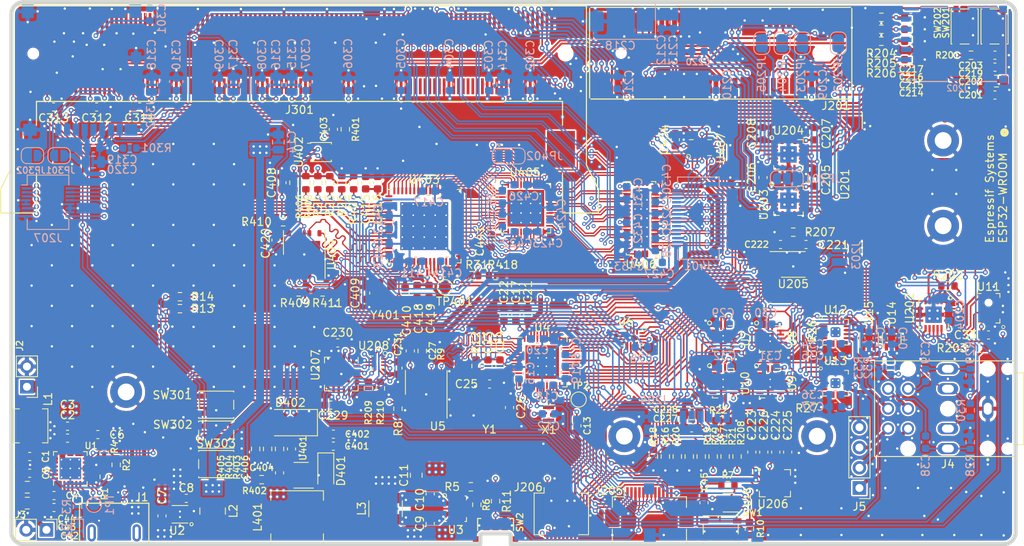
<source format=kicad_pcb>
(kicad_pcb (version 20171130) (host pcbnew "(5.1.9-0-10_14)")
  (layers (0 F.Cu signal) (1 GND power) (2 PWR power) (31 B.Cu signal) (34 B.Paste user) (35 F.Paste user) (36 B.SilkS user) (37 F.SilkS user) (38 B.Mask user) (39 F.Mask user) (44 Edge.Cuts user))
  (net 0 "")
  (net 1 GND)
  (net 2 +3V3)
  (net 3 +1V8)
  (net 4 GPIO_13)
  (net 5 GPIO_18)
  (net 6 GPIO_23)
  (net 7 JTAG_TCK)
  (net 8 JTAG_TDO)
  (net 9 JTAG_TMS)
  (net 10 JTAG_TDI)
  (net 11 "Net-(L2-Pad1)")
  (net 12 WAKE)
  (net 13 "Net-(R2-Pad2)")
  (net 14 "Net-(C1-Pad1)")
  (net 15 "Net-(C1-Pad2)")
  (net 16 VBUS)
  (net 17 "Net-(C5-Pad1)")
  (net 18 "Net-(C6-Pad1)")
  (net 19 "Net-(D1-Pad1)")
  (net 20 PWM2.1)
  (net 21 PWM0.1)
  (net 22 "Net-(L3-Pad1)")
  (net 23 "Net-(L3-Pad2)")
  (net 24 "Net-(R1-Pad1)")
  (net 25 "Net-(R3-Pad1)")
  (net 26 PWM1.1)
  (net 27 SPI1.SS0)
  (net 28 SPI1.MOSI)
  (net 29 SPI1.MISO)
  (net 30 SPI1.SCK)
  (net 31 SPI1.SS2)
  (net 32 SPI1.SS3)
  (net 33 "Net-(U7-Pad3)")
  (net 34 "Net-(U10-Pad11)")
  (net 35 "Net-(C38-Pad1)")
  (net 36 "Net-(C39-Pad1)")
  (net 37 /SPK_GAIN)
  (net 38 GPIO_20)
  (net 39 GPIO_0)
  (net 40 GPIO_22)
  (net 41 /SPK_EN)
  (net 42 /SPK_CLK)
  (net 43 "Net-(U10-Pad14)")
  (net 44 +VSYS)
  (net 45 /periph/Quectel.UART.RXD)
  (net 46 /periph/Quectel.UART.TXD)
  (net 47 /periph/Quectel.UART.RI)
  (net 48 /periph/SIMCom.UART.TXD)
  (net 49 /periph/Quectel.UART.DTR)
  (net 50 /periph/SIMCom.UART.RI)
  (net 51 /periph/SIMCom.UART.DTR)
  (net 52 /periph/ESP32.U2.RXD)
  (net 53 /periph/ESP32.U2.TXD)
  (net 54 /periph/Modem.PCM.CLK)
  (net 55 /periph/Modem.PCM.DO)
  (net 56 /periph/Modem.PCM.DI)
  (net 57 /periph/Modem.PCM.SYNC)
  (net 58 /periph/ESP32.U2.DTR)
  (net 59 /periph/ESP32.U2.RI)
  (net 60 /periph/ESP32.PCM.SYNC)
  (net 61 /periph/ESP32.PCM.DO)
  (net 62 /periph/ESP32.PCM.CLK)
  (net 63 /periph/ESP32.PCM.DI)
  (net 64 /periph/ESP32.VSPI.SS0)
  (net 65 /periph/ESP32.VSPI.MOSI)
  (net 66 /periph/ESP32.VSPI.MISO)
  (net 67 "Net-(C301-Pad1)")
  (net 68 ESP32.HSPI.MOSI)
  (net 69 ESP32.HSPI.SCK)
  (net 70 ESP32.HSPI.MISO)
  (net 71 ESP32.HSPI.SS0)
  (net 72 ESP32.IO27)
  (net 73 DISP_LED_A)
  (net 74 DISP_LED_K)
  (net 75 /PLL_AVSS)
  (net 76 /PLL_AVDD)
  (net 77 /XTAL_XI)
  (net 78 /XTAL_XO)
  (net 79 /QSPI_CS)
  (net 80 /QSPI_DQ_3)
  (net 81 /QSPI_DQ_2)
  (net 82 /QSPI_DQ_1)
  (net 83 /QSPI_DQ_0)
  (net 84 /PSD_LFALTCLK)
  (net 85 /QSPI_CLK)
  (net 86 "Net-(J1-Pad4)")
  (net 87 "Net-(J202-Pad6)")
  (net 88 "Net-(J301-Pad21)")
  (net 89 "Net-(J301-Pad23)")
  (net 90 "Net-(J301-Pad25)")
  (net 91 "Net-(J301-Pad27)")
  (net 92 "Net-(J301-Pad29)")
  (net 93 "Net-(J301-Pad31)")
  (net 94 "Net-(J301-Pad63)")
  (net 95 "Net-(J301-Pad65)")
  (net 96 "Net-(J301-Pad69)")
  (net 97 "Net-(J301-Pad73)")
  (net 98 "Net-(J301-Pad77)")
  (net 99 "Net-(J301-Pad79)")
  (net 100 "Net-(J301-Pad81)")
  (net 101 "Net-(J301-Pad83)")
  (net 102 "Net-(J301-Pad85)")
  (net 103 "Net-(J301-Pad89)")
  (net 104 "Net-(J301-Pad91)")
  (net 105 "Net-(J301-Pad93)")
  (net 106 "Net-(J301-Pad95)")
  (net 107 "Net-(J301-Pad97)")
  (net 108 "Net-(J301-Pad99)")
  (net 109 "Net-(J301-Pad101)")
  (net 110 "Net-(J301-Pad103)")
  (net 111 "Net-(J301-Pad107)")
  (net 112 "Net-(J301-Pad109)")
  (net 113 "Net-(J301-Pad111)")
  (net 114 "Net-(J301-Pad113)")
  (net 115 "Net-(J301-Pad115)")
  (net 116 "Net-(J301-Pad117)")
  (net 117 "Net-(J301-Pad119)")
  (net 118 "Net-(J301-Pad121)")
  (net 119 "Net-(J301-Pad125)")
  (net 120 "Net-(J301-Pad127)")
  (net 121 "Net-(J301-Pad131)")
  (net 122 "Net-(J301-Pad133)")
  (net 123 "Net-(J301-Pad137)")
  (net 124 "Net-(J301-Pad139)")
  (net 125 "Net-(J301-Pad143)")
  (net 126 "Net-(J301-Pad145)")
  (net 127 "Net-(J301-Pad147)")
  (net 128 "Net-(J301-Pad157)")
  (net 129 "Net-(J301-Pad161)")
  (net 130 "Net-(J301-Pad163)")
  (net 131 "Net-(J301-Pad167)")
  (net 132 "Net-(J301-Pad169)")
  (net 133 "Net-(J301-Pad173)")
  (net 134 "Net-(J301-Pad175)")
  (net 135 "Net-(J301-Pad179)")
  (net 136 "Net-(J301-Pad181)")
  (net 137 "Net-(J301-Pad187)")
  (net 138 "Net-(J301-Pad189)")
  (net 139 "Net-(J301-Pad191)")
  (net 140 "Net-(J301-Pad193)")
  (net 141 "Net-(J301-Pad195)")
  (net 142 "Net-(J301-Pad197)")
  (net 143 "Net-(J301-Pad199)")
  (net 144 "Net-(J301-Pad201)")
  (net 145 "Net-(J301-Pad203)")
  (net 146 "Net-(J301-Pad2)")
  (net 147 "Net-(J301-Pad4)")
  (net 148 "Net-(J301-Pad6)")
  (net 149 "Net-(J301-Pad8)")
  (net 150 "Net-(J301-Pad12)")
  (net 151 "Net-(J301-Pad14)")
  (net 152 "Net-(J301-Pad16)")
  (net 153 "Net-(J301-Pad18)")
  (net 154 "Net-(J301-Pad20)")
  (net 155 "Net-(J301-Pad22)")
  (net 156 "Net-(J301-Pad24)")
  (net 157 "Net-(J301-Pad26)")
  (net 158 "Net-(J301-Pad30)")
  (net 159 "Net-(J301-Pad32)")
  (net 160 "Net-(J301-Pad34)")
  (net 161 "Net-(J301-Pad36)")
  (net 162 "Net-(J301-Pad38)")
  (net 163 "Net-(J301-Pad40)")
  (net 164 "Net-(J301-Pad42)")
  (net 165 "Net-(J301-Pad44)")
  (net 166 "Net-(J301-Pad48)")
  (net 167 "Net-(J301-Pad50)")
  (net 168 "Net-(J301-Pad52)")
  (net 169 "Net-(J301-Pad54)")
  (net 170 "Net-(J301-Pad56)")
  (net 171 "Net-(J301-Pad62)")
  (net 172 "Net-(J301-Pad66)")
  (net 173 "Net-(J301-Pad68)")
  (net 174 "Net-(J301-Pad70)")
  (net 175 "Net-(J301-Pad72)")
  (net 176 "Net-(J301-Pad74)")
  (net 177 "Net-(J301-Pad92)")
  (net 178 "Net-(J301-Pad94)")
  (net 179 "Net-(J301-Pad98)")
  (net 180 "Net-(J301-Pad100)")
  (net 181 "Net-(J301-Pad102)")
  (net 182 "Net-(J301-Pad104)")
  (net 183 "Net-(J301-Pad106)")
  (net 184 "Net-(J301-Pad108)")
  (net 185 "Net-(J301-Pad110)")
  (net 186 "Net-(J301-Pad112)")
  (net 187 "Net-(J301-Pad116)")
  (net 188 "Net-(J301-Pad118)")
  (net 189 "Net-(J301-Pad120)")
  (net 190 "Net-(J301-Pad122)")
  (net 191 "Net-(J301-Pad124)")
  (net 192 "Net-(J301-Pad126)")
  (net 193 "Net-(J301-Pad128)")
  (net 194 "Net-(J301-Pad130)")
  (net 195 "Net-(J301-Pad134)")
  (net 196 "Net-(J301-Pad136)")
  (net 197 "Net-(J301-Pad138)")
  (net 198 "Net-(J301-Pad140)")
  (net 199 "Net-(J301-Pad142)")
  (net 200 "Net-(J301-Pad144)")
  (net 201 "Net-(J301-Pad146)")
  (net 202 "Net-(J301-Pad148)")
  (net 203 "Net-(J301-Pad152)")
  (net 204 "Net-(J301-Pad156)")
  (net 205 "Net-(J301-Pad158)")
  (net 206 "Net-(J301-Pad160)")
  (net 207 "Net-(J301-Pad162)")
  (net 208 "Net-(J301-Pad164)")
  (net 209 "Net-(J301-Pad166)")
  (net 210 "Net-(J301-Pad170)")
  (net 211 "Net-(J301-Pad172)")
  (net 212 "Net-(J301-Pad182)")
  (net 213 "Net-(J301-Pad184)")
  (net 214 "Net-(J301-Pad188)")
  (net 215 "Net-(J301-Pad190)")
  (net 216 "Net-(J301-Pad192)")
  (net 217 "Net-(J301-Pad194)")
  (net 218 "Net-(J301-Pad196)")
  (net 219 "Net-(J301-Pad198)")
  (net 220 "Net-(J301-Pad202)")
  (net 221 "Net-(U1-Pad24)")
  (net 222 "Net-(U9-Pad1)")
  (net 223 "Net-(U9-Pad2)")
  (net 224 "Net-(U9-Pad3)")
  (net 225 "Net-(U9-Pad4)")
  (net 226 "Net-(U9-Pad5)")
  (net 227 "Net-(U9-Pad6)")
  (net 228 "Net-(U9-Pad7)")
  (net 229 "Net-(U9-Pad15)")
  (net 230 "Net-(U10-Pad15)")
  (net 231 "Net-(U10-Pad7)")
  (net 232 "Net-(U10-Pad6)")
  (net 233 "Net-(U10-Pad5)")
  (net 234 "Net-(U10-Pad4)")
  (net 235 "Net-(U10-Pad3)")
  (net 236 "Net-(U10-Pad2)")
  (net 237 "Net-(U10-Pad1)")
  (net 238 "Net-(U201-Pad32)")
  (net 239 "Net-(U201-Pad22)")
  (net 240 "Net-(U201-Pad21)")
  (net 241 "Net-(U201-Pad20)")
  (net 242 "Net-(U201-Pad19)")
  (net 243 "Net-(U201-Pad18)")
  (net 244 "Net-(U201-Pad17)")
  (net 245 "Net-(U203-Pad6)")
  (net 246 "Net-(U203-Pad9)")
  (net 247 "Net-(U204-Pad9)")
  (net 248 "Net-(U204-Pad6)")
  (net 249 "Net-(X1-Pad1)")
  (net 250 /periph/ESP32.VSPI.SCK)
  (net 251 "Net-(J301-Pad155)")
  (net 252 "Net-(J301-Pad154)")
  (net 253 "Net-(J301-Pad60)")
  (net 254 PWM1.2)
  (net 255 GPIO_12)
  (net 256 TMUX.I2C0.SCL)
  (net 257 TMUX.I2C0.SDA)
  (net 258 DISP_CS)
  (net 259 /MIC_CLK)
  (net 260 /MIC_WS)
  (net 261 /SPK_R+)
  (net 262 /SPK_L+)
  (net 263 /SPK_L-)
  (net 264 /SPK_R-)
  (net 265 "Net-(R5-Pad2)")
  (net 266 iMX8.USB1.D_P)
  (net 267 iMX8.USB1.D_N)
  (net 268 iMX8.PWM1)
  (net 269 BT81X.GPIO3)
  (net 270 BT81X.GPIO0)
  (net 271 BT81X.GPIO1)
  (net 272 BT81X.GPIO2)
  (net 273 BT81X.R0)
  (net 274 BT81X.CTP.RST)
  (net 275 BT81X.CTP.INT)
  (net 276 BT81X.CTP.SCL)
  (net 277 BT81X.CTP.SDA)
  (net 278 BT81X.BL_PWM)
  (net 279 BT81X.DE)
  (net 280 BT81X.VSYNC)
  (net 281 BT81X.HSYNC)
  (net 282 BT81X.DISP)
  (net 283 BT81X.PCLK)
  (net 284 BT81X.B7)
  (net 285 BT81X.B6)
  (net 286 BT81X.B5)
  (net 287 BT81X.B4)
  (net 288 BT81X.B3)
  (net 289 BT81X.B2)
  (net 290 BT81X.B1)
  (net 291 BT81X.B0)
  (net 292 BT81X.G7)
  (net 293 BT81X.G6)
  (net 294 BT81X.G5)
  (net 295 BT81X.G4)
  (net 296 BT81X.G3)
  (net 297 BT81X.G2)
  (net 298 BT81X.G1)
  (net 299 BT81X.G0)
  (net 300 BT81X.R7)
  (net 301 BT81X.R6)
  (net 302 BT81X.R5)
  (net 303 BT81X.R4)
  (net 304 BT81X.R3)
  (net 305 BT81X.R2)
  (net 306 BT81X.R1)
  (net 307 "Net-(JP201-Pad2)")
  (net 308 "Net-(J301-Pad58)")
  (net 309 "Net-(C38-Pad2)")
  (net 310 "Net-(C39-Pad2)")
  (net 311 "Net-(C214-Pad1)")
  (net 312 "Net-(C215-Pad1)")
  (net 313 "Net-(C216-Pad1)")
  (net 314 "Net-(C217-Pad1)")
  (net 315 "Net-(C408-Pad1)")
  (net 316 "Net-(D401-Pad2)")
  (net 317 "Net-(J201-Pad48)")
  (net 318 "Net-(J201-Pad42)")
  (net 319 "Net-(J201-Pad33)")
  (net 320 "Net-(J201-Pad32)")
  (net 321 "Net-(J201-Pad30)")
  (net 322 "Net-(J201-Pad28)")
  (net 323 "Net-(J201-Pad25)")
  (net 324 "Net-(J201-Pad23)")
  (net 325 "Net-(J201-Pad20)")
  (net 326 "Net-(J201-Pad16)")
  (net 327 "Net-(J201-Pad14)")
  (net 328 "Net-(J201-Pad12)")
  (net 329 "Net-(J201-Pad10)")
  (net 330 "Net-(J201-Pad7)")
  (net 331 "Net-(J201-Pad6)")
  (net 332 "Net-(J201-Pad5)")
  (net 333 "Net-(J201-Pad3)")
  (net 334 "Net-(J201-Pad1)")
  (net 335 "Net-(J203-Pad2)")
  (net 336 "Net-(J203-Pad1)")
  (net 337 "Net-(U14-Pad1)")
  (net 338 /HP_SWITCH)
  (net 339 /disp/CTP_SCL)
  (net 340 /disp/CTP_SDA)
  (net 341 /disp/CTP_INT)
  (net 342 /disp/CTP_RST)
  (net 343 "Net-(R401-Pad2)")
  (net 344 "Net-(R402-Pad2)")
  (net 345 "Net-(U405-Pad22)")
  (net 346 "Net-(U405-Pad23)")
  (net 347 "Net-(U405-Pad26)")
  (net 348 "Net-(U406-Pad17)")
  (net 349 "Net-(U406-Pad19)")
  (net 350 "Net-(U406-Pad41)")
  (net 351 "Net-(U406-Pad42)")
  (net 352 /HP_DET)
  (net 353 /SPK_L_HP+)
  (net 354 /SPK_R_HP_+)
  (net 355 /MIC_SD)
  (net 356 /SPK_SD)
  (net 357 "Net-(U8-Pad2)")
  (net 358 /SPK_GAIN_SEL)
  (net 359 /disp/DISP_LVDS_A0N)
  (net 360 /disp/DISP_LVDS_A0P)
  (net 361 /disp/DISP_LVDS_A1N)
  (net 362 /disp/DISP_LVDS_A1P)
  (net 363 /disp/DISP_LVDS_A2N)
  (net 364 /disp/DISP_LVDS_A2P)
  (net 365 /disp/DISP_LVDS_A3N)
  (net 366 /disp/DISP_LVDS_A3P)
  (net 367 /disp/BT81X_QSPI_CS)
  (net 368 /disp/BT81X_QSPI_DQ_3)
  (net 369 /disp/BT81X_QSPI_DQ_2)
  (net 370 /disp/BT81X_QSPI_CLK)
  (net 371 /disp/BT81X_QSPI_DQ_0)
  (net 372 /disp/BT81X_QSPI_DQ_1)
  (net 373 /disp/BT81X_X1)
  (net 374 /disp/BT81X_X2)
  (net 375 /disp/BT81X_1V2)
  (net 376 TMUX.GPIO0)
  (net 377 TMUX.GPIO1)
  (net 378 "Net-(JP402-Pad2)")
  (net 379 /RESET)
  (net 380 JTAG_TRST_N)
  (net 381 /BQ_INT)
  (net 382 /BQ_QON)
  (net 383 "Net-(U201-Pad5)")
  (net 384 "Net-(U201-Pad10)")
  (net 385 /BQ_PMID)
  (net 386 "Net-(U7-Pad10)")
  (net 387 /periph/PERST)
  (net 388 "Net-(C222-Pad1)")
  (net 389 "Net-(C225-Pad1)")
  (net 390 "Net-(C226-Pad1)")
  (net 391 /exp/ALT_BOOT)
  (net 392 /exp/SD2_CLK)
  (net 393 /exp/SD2_CMD)
  (net 394 /exp/SD2_DAT0)
  (net 395 /exp/SD2_DAT1)
  (net 396 /exp/SD2_DAT2)
  (net 397 /exp/SD2_DAT3)
  (net 398 "Net-(U206-Pad9)")
  (net 399 "Net-(U206-Pad10)")
  (net 400 "Net-(U206-Pad11)")
  (net 401 "Net-(U206-Pad12)")
  (net 402 "Net-(U206-Pad13)")
  (net 403 "Net-(J204-Pad1)")
  (net 404 "Net-(J204-Pad8)")
  (net 405 "Net-(J205-Pad12)")
  (net 406 iMX8.GPIO5.IO29)
  (net 407 iMX8.GPIO5.IO28)
  (net 408 iMX8.I2C3.SCL)
  (net 409 iMX8.I2C3.SDA)
  (net 410 "Net-(J301-Pad75)")
  (net 411 "Net-(J301-Pad129)")
  (net 412 "Net-(J301-Pad135)")
  (net 413 "Net-(J301-Pad149)")
  (net 414 "Net-(J301-Pad151)")
  (net 415 "Net-(J301-Pad153)")
  (net 416 USB_D-)
  (net 417 USB_D+)
  (net 418 /periph/USB_CBUS3)
  (net 419 /periph/USB_RXD)
  (net 420 "Net-(U207-Pad5)")
  (net 421 /periph/USB_CBUS1)
  (net 422 /periph/USB_CBUS0)
  (net 423 /periph/USB_TXD)
  (net 424 "Net-(U207-Pad16)")
  (net 425 "Net-(U1-Pad2)")
  (net 426 ESP32.UART0.RXD)
  (net 427 ESP32.UART0.TXD)
  (net 428 UART0.TXD)
  (net 429 UART0.RXD)
  (net 430 iMX8.LVDS0.CLKP)
  (net 431 iMX8.LVDS0.CLKN)
  (net 432 iMX8.LVDS0.A0P)
  (net 433 iMX8.LVDS0.A0N)
  (net 434 iMX8.LVDS0.A1P)
  (net 435 iMX8.LVDS0.A1N)
  (net 436 iMX8.LVDS0.A2P)
  (net 437 iMX8.LVDS0.A2N)
  (net 438 iMX8.LVDS0.A3P)
  (net 439 iMX8.LVDS0.A3N)
  (net 440 /disp/DISP_LVDS_CLKN)
  (net 441 /disp/DISP_LVDS_CLKP)
  (net 442 /disp/DS90_LVDS_A3P)
  (net 443 /disp/DS90_LVDS_A3N)
  (net 444 /disp/DS90_LVDS_CLKP)
  (net 445 /disp/DS90_LVDS_CLKN)
  (net 446 /disp/DS90_LVDS_A2P)
  (net 447 /disp/DS90_LVDS_A2N)
  (net 448 /disp/DS90_LVDS_A1P)
  (net 449 /disp/DS90_LVDS_A1N)
  (net 450 /disp/DS90_LVDS_A0P)
  (net 451 /disp/DS90_LVDS_A0N)
  (net 452 /periph/ESP32.EN)
  (net 453 "Net-(R26-Pad1)")
  (net 454 "Net-(R27-Pad1)")
  (net 455 "Net-(R32-Pad2)")
  (net 456 "Net-(R33-Pad1)")
  (net 457 /AON_PMU_OUT_0)
  (net 458 /AON_PMU_OUT_1)
  (net 459 /exp/RESET)
  (net 460 "Net-(J204-Pad9)")
  (net 461 "Net-(J204-Pad10)")
  (net 462 /exp/SD2_DET)
  (net 463 "Net-(J1-Pad6)")
  (net 464 /disp/BT81X_AUDIO)
  (net 465 iMX8.USB1.ID)
  (net 466 iMX8.USB1.VBUS)
  (net 467 "Net-(J401-Pad2)")
  (net 468 "Net-(J301-Pad76)")
  (net 469 /exp/POWER)
  (net 470 ESP32.IO26)
  (net 471 "Net-(U201-Pad4)")
  (module footprints:Molex_MicroSD-5027740891 (layer B.Cu) (at 186.85 139.7)
    (fp_text reference J204 (at -0.2 -17.8) (layer B.SilkS) (effects (justify mirror)))
    (fp_text value Micro_SD_Card_Det)
    (pad 10 smd rect (at -0.85 -6.65) (size 1.3 1.4) (layers B.Cu B.Paste B.Mask) (net 461 "Net-(J204-Pad10)"))
    (pad 9 smd rect (at -0.85 -14.05) (size 1.3 1.3) (layers B.Cu B.Paste B.Mask) (net 460 "Net-(J204-Pad9)"))
    (pad 11 smd rect (at -0.2 -15.7) (size 1.6 1.5) (layers B.Cu B.Paste B.Mask) (net 1 GND))
    (pad 11 smd rect (at -0.75 -0.85) (size 1.5 1.7) (layers B.Cu B.Paste B.Mask) (net 1 GND))
    (pad 11 smd rect (at 12.45 -15.7) (size 1.7 1.5) (layers B.Cu B.Paste B.Mask) (net 1 GND))
    (pad 11 smd rect (at 12.75 -0.85) (size 1.5 1.7) (layers B.Cu B.Paste B.Mask) (net 1 GND))
    (pad 8 smd rect (at 1.2 -15.7) (size 0.8 1.5) (layers B.Cu B.Paste B.Mask) (net 404 "Net-(J204-Pad8)"))
    (pad 7 smd rect (at 2.3 -15.7) (size 0.8 1.5) (layers B.Cu B.Paste B.Mask) (net 29 SPI1.MISO))
    (pad 6 smd rect (at 3.4 -15.7) (size 0.8 1.5) (layers B.Cu B.Paste B.Mask) (net 1 GND))
    (pad 5 smd rect (at 4.5 -15.7) (size 0.8 1.5) (layers B.Cu B.Paste B.Mask) (net 30 SPI1.SCK))
    (pad 4 smd rect (at 5.6 -15.7) (size 0.8 1.5) (layers B.Cu B.Paste B.Mask) (net 2 +3V3))
    (pad 3 smd rect (at 6.7 -15.7) (size 0.8 1.5) (layers B.Cu B.Paste B.Mask) (net 28 SPI1.MOSI))
    (pad 2 smd rect (at 7.8 -15.7) (size 0.8 1.5) (layers B.Cu B.Paste B.Mask) (net 39 GPIO_0))
    (pad 1 smd rect (at 8.9 -15.7) (size 0.8 1.5) (layers B.Cu B.Paste B.Mask) (net 403 "Net-(J204-Pad1)"))
  )
  (module footprints:Molex_MicroSD-5027740891 (layer B.Cu) (at 120.8 72.3 180)
    (fp_text reference J302 (at -2.7 -13.7 90) (layer B.SilkS) (effects (justify mirror)))
    (fp_text value Micro_SD_Card_Det)
    (pad 10 smd rect (at -0.85 -6.65 180) (size 1.3 1.4) (layers B.Cu B.Paste B.Mask) (net 1 GND))
    (pad 9 smd rect (at -0.85 -14.05 180) (size 1.3 1.3) (layers B.Cu B.Paste B.Mask) (net 462 /exp/SD2_DET))
    (pad 11 smd rect (at -0.2 -15.7 180) (size 1.6 1.5) (layers B.Cu B.Paste B.Mask) (net 1 GND))
    (pad 11 smd rect (at -0.75 -0.85 180) (size 1.5 1.7) (layers B.Cu B.Paste B.Mask) (net 1 GND))
    (pad 11 smd rect (at 12.45 -15.7 180) (size 1.7 1.5) (layers B.Cu B.Paste B.Mask) (net 1 GND))
    (pad 11 smd rect (at 12.75 -0.85 180) (size 1.5 1.7) (layers B.Cu B.Paste B.Mask) (net 1 GND))
    (pad 8 smd rect (at 1.2 -15.7 180) (size 0.8 1.5) (layers B.Cu B.Paste B.Mask) (net 395 /exp/SD2_DAT1))
    (pad 7 smd rect (at 2.3 -15.7 180) (size 0.8 1.5) (layers B.Cu B.Paste B.Mask) (net 394 /exp/SD2_DAT0))
    (pad 6 smd rect (at 3.4 -15.7 180) (size 0.8 1.5) (layers B.Cu B.Paste B.Mask) (net 1 GND))
    (pad 5 smd rect (at 4.5 -15.7 180) (size 0.8 1.5) (layers B.Cu B.Paste B.Mask) (net 392 /exp/SD2_CLK))
    (pad 4 smd rect (at 5.6 -15.7 180) (size 0.8 1.5) (layers B.Cu B.Paste B.Mask) (net 2 +3V3))
    (pad 3 smd rect (at 6.7 -15.7 180) (size 0.8 1.5) (layers B.Cu B.Paste B.Mask) (net 393 /exp/SD2_CMD))
    (pad 2 smd rect (at 7.8 -15.7 180) (size 0.8 1.5) (layers B.Cu B.Paste B.Mask) (net 397 /exp/SD2_DAT3))
    (pad 1 smd rect (at 8.9 -15.7 180) (size 0.8 1.5) (layers B.Cu B.Paste B.Mask) (net 396 /exp/SD2_DAT2))
  )
  (module footprints:Panasonic_EVPAE (layer F.Cu) (at 166.75 138.25)
    (fp_text reference SW2 (at 3.05 -1 90) (layer F.SilkS) (effects (font (size 0.8 0.8))))
    (fp_text value WAKE)
    (pad 0 smd rect (at 2.5 1.1) (size 0.7 0.7) (layers F.Cu F.Paste F.Mask))
    (pad 0 smd rect (at -2.5 1.1) (size 0.7 0.7) (layers F.Cu F.Paste F.Mask))
    (pad 1 smd rect (at 1.15 -0.625) (size 0.8 1.25) (layers F.Cu F.Paste F.Mask) (net 1 GND))
    (pad 1 smd rect (at -1.15 -0.625) (size 0.8 1.25) (layers F.Cu F.Paste F.Mask) (net 1 GND))
    (pad 2 smd rect (at 0 -0.625) (size 0.8 1.25) (layers F.Cu F.Paste F.Mask) (net 12 WAKE))
  )
  (module footprints:DHVQFN-16_2.5x3.5mm_P0.5mm_EP1.0x2.0mm (layer F.Cu) (at 201.2 119.8 270)
    (fp_text reference U9 (at 0 -2.75 90) (layer F.SilkS))
    (fp_text value 74HC595)
    (pad 17 smd rect (at -0.475 0) (size 0.9 0.95) (layers F.Cu F.Paste F.Mask) (net 1 GND))
    (pad 1 smd rect (at -1.8 0.25) (size 0.24 0.9) (layers F.Cu F.Paste F.Mask) (net 222 "Net-(U9-Pad1)"))
    (pad 2 smd rect (at -1.25 1.3 270) (size 0.24 0.9) (layers F.Cu F.Paste F.Mask) (net 223 "Net-(U9-Pad2)"))
    (pad 3 smd rect (at -0.75 1.3 270) (size 0.24 0.9) (layers F.Cu F.Paste F.Mask) (net 224 "Net-(U9-Pad3)"))
    (pad 4 smd rect (at -0.25 1.3 270) (size 0.24 0.9) (layers F.Cu F.Paste F.Mask) (net 225 "Net-(U9-Pad4)"))
    (pad 5 smd rect (at 0.25 1.3 270) (size 0.24 0.9) (layers F.Cu F.Paste F.Mask) (net 226 "Net-(U9-Pad5)"))
    (pad 6 smd rect (at 0.75 1.3 270) (size 0.24 0.9) (layers F.Cu F.Paste F.Mask) (net 227 "Net-(U9-Pad6)"))
    (pad 7 smd rect (at 1.25 1.3 270) (size 0.24 0.9) (layers F.Cu F.Paste F.Mask) (net 228 "Net-(U9-Pad7)"))
    (pad 8 smd rect (at 1.8 0.25) (size 0.24 0.9) (layers F.Cu F.Paste F.Mask) (net 1 GND))
    (pad 9 smd rect (at 1.8 -0.25) (size 0.24 0.9) (layers F.Cu F.Paste F.Mask) (net 43 "Net-(U10-Pad14)"))
    (pad 10 smd rect (at 1.25 -1.3 270) (size 0.24 0.9) (layers F.Cu F.Paste F.Mask) (net 2 +3V3))
    (pad 11 smd rect (at 0.75 -1.3 270) (size 0.24 0.9) (layers F.Cu F.Paste F.Mask) (net 34 "Net-(U10-Pad11)"))
    (pad 12 smd rect (at 0.25 -1.3 270) (size 0.24 0.9) (layers F.Cu F.Paste F.Mask) (net 1 GND))
    (pad 13 smd rect (at -0.25 -1.3 270) (size 0.24 0.9) (layers F.Cu F.Paste F.Mask) (net 2 +3V3))
    (pad 14 smd rect (at -0.75 -1.3 270) (size 0.24 0.9) (layers F.Cu F.Paste F.Mask) (net 355 /MIC_SD))
    (pad 15 smd rect (at -1.25 -1.3 270) (size 0.24 0.9) (layers F.Cu F.Paste F.Mask) (net 229 "Net-(U9-Pad15)"))
    (pad 16 smd rect (at -1.8 -0.25) (size 0.24 0.9) (layers F.Cu F.Paste F.Mask) (net 2 +3V3))
    (pad 17 smd rect (at 0.475 0) (size 0.9 0.95) (layers F.Cu F.Paste F.Mask) (net 1 GND))
  )
  (module footprints:DHVQFN-16_2.5x3.5mm_P0.5mm_EP1.0x2.0mm (layer F.Cu) (at 195.3 119.8 270)
    (fp_text reference U10 (at 0 -2.75 90) (layer F.SilkS))
    (fp_text value 74HC595)
    (pad 17 smd rect (at -0.475 0) (size 0.9 0.95) (layers F.Cu F.Paste F.Mask) (net 1 GND))
    (pad 1 smd rect (at -1.8 0.25) (size 0.24 0.9) (layers F.Cu F.Paste F.Mask) (net 237 "Net-(U10-Pad1)"))
    (pad 2 smd rect (at -1.25 1.3 270) (size 0.24 0.9) (layers F.Cu F.Paste F.Mask) (net 236 "Net-(U10-Pad2)"))
    (pad 3 smd rect (at -0.75 1.3 270) (size 0.24 0.9) (layers F.Cu F.Paste F.Mask) (net 235 "Net-(U10-Pad3)"))
    (pad 4 smd rect (at -0.25 1.3 270) (size 0.24 0.9) (layers F.Cu F.Paste F.Mask) (net 234 "Net-(U10-Pad4)"))
    (pad 5 smd rect (at 0.25 1.3 270) (size 0.24 0.9) (layers F.Cu F.Paste F.Mask) (net 233 "Net-(U10-Pad5)"))
    (pad 6 smd rect (at 0.75 1.3 270) (size 0.24 0.9) (layers F.Cu F.Paste F.Mask) (net 232 "Net-(U10-Pad6)"))
    (pad 7 smd rect (at 1.25 1.3 270) (size 0.24 0.9) (layers F.Cu F.Paste F.Mask) (net 231 "Net-(U10-Pad7)"))
    (pad 8 smd rect (at 1.8 0.25) (size 0.24 0.9) (layers F.Cu F.Paste F.Mask) (net 1 GND))
    (pad 9 smd rect (at 1.8 -0.25) (size 0.24 0.9) (layers F.Cu F.Paste F.Mask) (net 356 /SPK_SD))
    (pad 10 smd rect (at 1.25 -1.3 270) (size 0.24 0.9) (layers F.Cu F.Paste F.Mask) (net 2 +3V3))
    (pad 11 smd rect (at 0.75 -1.3 270) (size 0.24 0.9) (layers F.Cu F.Paste F.Mask) (net 34 "Net-(U10-Pad11)"))
    (pad 12 smd rect (at 0.25 -1.3 270) (size 0.24 0.9) (layers F.Cu F.Paste F.Mask) (net 1 GND))
    (pad 13 smd rect (at -0.25 -1.3 270) (size 0.24 0.9) (layers F.Cu F.Paste F.Mask) (net 2 +3V3))
    (pad 14 smd rect (at -0.75 -1.3 270) (size 0.24 0.9) (layers F.Cu F.Paste F.Mask) (net 43 "Net-(U10-Pad14)"))
    (pad 15 smd rect (at -1.25 -1.3 270) (size 0.24 0.9) (layers F.Cu F.Paste F.Mask) (net 230 "Net-(U10-Pad15)"))
    (pad 16 smd rect (at -1.8 -0.25) (size 0.24 0.9) (layers F.Cu F.Paste F.Mask) (net 2 +3V3))
    (pad 17 smd rect (at 0.475 0) (size 0.9 0.95) (layers F.Cu F.Paste F.Mask) (net 1 GND))
  )
  (module footprints:DHVQFN-14_2.5x3.0mm_P0.5mm_EP1.0x1.5mm (layer F.Cu) (at 195.3 114.2 270)
    (fp_text reference U7 (at 0 -2.8 90) (layer F.SilkS))
    (fp_text value 74HC00)
    (pad 15 smd rect (at -0.35 0) (size 0.9 0.7) (layers F.Cu F.Paste F.Mask) (net 1 GND))
    (pad 1 smd rect (at -1.55 0.25) (size 0.24 0.9) (layers F.Cu F.Paste F.Mask) (net 259 /MIC_CLK))
    (pad 2 smd rect (at -1 1.3 270) (size 0.24 0.9) (layers F.Cu F.Paste F.Mask) (net 254 PWM1.2))
    (pad 3 smd rect (at -0.5 1.3 270) (size 0.24 0.9) (layers F.Cu F.Paste F.Mask) (net 33 "Net-(U7-Pad3)"))
    (pad 4 smd rect (at 0 1.3 270) (size 0.24 0.9) (layers F.Cu F.Paste F.Mask) (net 33 "Net-(U7-Pad3)"))
    (pad 5 smd rect (at 0.5 1.3 270) (size 0.24 0.9) (layers F.Cu F.Paste F.Mask) (net 5 GPIO_18))
    (pad 6 smd rect (at 1 1.3 270) (size 0.24 0.9) (layers F.Cu F.Paste F.Mask) (net 34 "Net-(U10-Pad11)"))
    (pad 7 smd rect (at 1.55 0.25) (size 0.24 0.9) (layers F.Cu F.Paste F.Mask) (net 1 GND))
    (pad 8 smd rect (at 1.55 -0.25) (size 0.24 0.9) (layers F.Cu F.Paste F.Mask) (net 41 /SPK_EN))
    (pad 9 smd rect (at 1 -1.3 270) (size 0.24 0.9) (layers F.Cu F.Paste F.Mask) (net 254 PWM1.2))
    (pad 10 smd rect (at 0.5 -1.3 270) (size 0.24 0.9) (layers F.Cu F.Paste F.Mask) (net 386 "Net-(U7-Pad10)"))
    (pad 11 smd rect (at 0 -1.3 270) (size 0.24 0.9) (layers F.Cu F.Paste F.Mask) (net 386 "Net-(U7-Pad10)"))
    (pad 12 smd rect (at -0.5 -1.3 270) (size 0.24 0.9) (layers F.Cu F.Paste F.Mask) (net 5 GPIO_18))
    (pad 13 smd rect (at -1 -1.3 270) (size 0.24 0.9) (layers F.Cu F.Paste F.Mask) (net 5 GPIO_18))
    (pad 14 smd rect (at -1.55 -0.25) (size 0.24 0.9) (layers F.Cu F.Paste F.Mask) (net 2 +3V3))
    (pad 15 smd rect (at 0.35 0) (size 0.9 0.7) (layers F.Cu F.Paste F.Mask) (net 1 GND))
  )
  (module footprints:DHVQFN-14_2.5x3.0mm_P0.5mm_EP1.0x1.5mm (layer F.Cu) (at 201.2 114.2 270)
    (fp_text reference U8 (at 0 -2.8 90) (layer F.SilkS))
    (fp_text value 74HC00)
    (pad 15 smd rect (at -0.35 0) (size 0.9 0.7) (layers F.Cu F.Paste F.Mask) (net 1 GND))
    (pad 1 smd rect (at -1.55 0.25) (size 0.24 0.9) (layers F.Cu F.Paste F.Mask) (net 20 PWM2.1))
    (pad 2 smd rect (at -1 1.3 270) (size 0.24 0.9) (layers F.Cu F.Paste F.Mask) (net 357 "Net-(U8-Pad2)"))
    (pad 3 smd rect (at -0.5 1.3 270) (size 0.24 0.9) (layers F.Cu F.Paste F.Mask) (net 258 DISP_CS))
    (pad 4 smd rect (at 0 1.3 270) (size 0.24 0.9) (layers F.Cu F.Paste F.Mask) (net 41 /SPK_EN))
    (pad 5 smd rect (at 0.5 1.3 270) (size 0.24 0.9) (layers F.Cu F.Paste F.Mask) (net 41 /SPK_EN))
    (pad 6 smd rect (at 1 1.3 270) (size 0.24 0.9) (layers F.Cu F.Paste F.Mask) (net 357 "Net-(U8-Pad2)"))
    (pad 7 smd rect (at 1.55 0.25) (size 0.24 0.9) (layers F.Cu F.Paste F.Mask) (net 1 GND))
    (pad 8 smd rect (at 1.55 -0.25) (size 0.24 0.9) (layers F.Cu F.Paste F.Mask) (net 358 /SPK_GAIN_SEL))
    (pad 9 smd rect (at 1 -1.3 270) (size 0.24 0.9) (layers F.Cu F.Paste F.Mask) (net 338 /HP_SWITCH))
    (pad 10 smd rect (at 0.5 -1.3 270) (size 0.24 0.9) (layers F.Cu F.Paste F.Mask) (net 272 BT81X.GPIO2))
    (pad 11 smd rect (at 0 -1.3 270) (size 0.24 0.9) (layers F.Cu F.Paste F.Mask) (net 42 /SPK_CLK))
    (pad 12 smd rect (at -0.5 -1.3 270) (size 0.24 0.9) (layers F.Cu F.Paste F.Mask) (net 259 /MIC_CLK))
    (pad 13 smd rect (at -1 -1.3 270) (size 0.24 0.9) (layers F.Cu F.Paste F.Mask) (net 259 /MIC_CLK))
    (pad 14 smd rect (at -1.55 -0.25) (size 0.24 0.9) (layers F.Cu F.Paste F.Mask) (net 2 +3V3))
    (pad 15 smd rect (at 0.35 0) (size 0.9 0.7) (layers F.Cu F.Paste F.Mask) (net 1 GND))
  )
  (module footprints:TE_SODIMMDDR3-2013289 (layer F.Cu) (at 142.15 78.45 180)
    (fp_text reference J301 (at 0 -7.05) (layer F.SilkS))
    (fp_text value iMX8)
    (pad 204 smd rect (at 31.65 -4.1 180) (size 0.35 2) (layers F.Cu F.Paste F.Mask) (net 44 +VSYS))
    (pad 202 smd rect (at 31.05 -4.1 180) (size 0.35 2) (layers F.Cu F.Paste F.Mask) (net 220 "Net-(J301-Pad202)"))
    (pad 200 smd rect (at 30.45 -4.1 180) (size 0.35 2) (layers F.Cu F.Paste F.Mask) (net 268 iMX8.PWM1))
    (pad 198 smd rect (at 29.85 -4.1 180) (size 0.35 2) (layers F.Cu F.Paste F.Mask) (net 219 "Net-(J301-Pad198)"))
    (pad 196 smd rect (at 29.25 -4.1 180) (size 0.35 2) (layers F.Cu F.Paste F.Mask) (net 218 "Net-(J301-Pad196)"))
    (pad 194 smd rect (at 28.65 -4.1 180) (size 0.35 2) (layers F.Cu F.Paste F.Mask) (net 217 "Net-(J301-Pad194)"))
    (pad 192 smd rect (at 28.05 -4.1 180) (size 0.35 2) (layers F.Cu F.Paste F.Mask) (net 216 "Net-(J301-Pad192)"))
    (pad 190 smd rect (at 27.45 -4.1 180) (size 0.35 2) (layers F.Cu F.Paste F.Mask) (net 215 "Net-(J301-Pad190)"))
    (pad 188 smd rect (at 26.85 -4.1 180) (size 0.35 2) (layers F.Cu F.Paste F.Mask) (net 214 "Net-(J301-Pad188)"))
    (pad 186 smd rect (at 26.25 -4.1 180) (size 0.35 2) (layers F.Cu F.Paste F.Mask) (net 44 +VSYS))
    (pad 184 smd rect (at 25.65 -4.1 180) (size 0.35 2) (layers F.Cu F.Paste F.Mask) (net 213 "Net-(J301-Pad184)"))
    (pad 182 smd rect (at 25.05 -4.1 180) (size 0.35 2) (layers F.Cu F.Paste F.Mask) (net 212 "Net-(J301-Pad182)"))
    (pad 180 smd rect (at 24.45 -4.1 180) (size 0.35 2) (layers F.Cu F.Paste F.Mask) (net 466 iMX8.USB1.VBUS))
    (pad 178 smd rect (at 23.85 -4.1 180) (size 0.35 2) (layers F.Cu F.Paste F.Mask) (net 267 iMX8.USB1.D_N))
    (pad 176 smd rect (at 23.25 -4.1 180) (size 0.35 2) (layers F.Cu F.Paste F.Mask) (net 266 iMX8.USB1.D_P))
    (pad 174 smd rect (at 22.65 -4.1 180) (size 0.35 2) (layers F.Cu F.Paste F.Mask) (net 465 iMX8.USB1.ID))
    (pad 172 smd rect (at 22.05 -4.1 180) (size 0.35 2) (layers F.Cu F.Paste F.Mask) (net 211 "Net-(J301-Pad172)"))
    (pad 170 smd rect (at 21.45 -4.1 180) (size 0.35 2) (layers F.Cu F.Paste F.Mask) (net 210 "Net-(J301-Pad170)"))
    (pad 168 smd rect (at 20.85 -4.1 180) (size 0.35 2) (layers F.Cu F.Paste F.Mask) (net 44 +VSYS))
    (pad 166 smd rect (at 20.25 -4.1 180) (size 0.35 2) (layers F.Cu F.Paste F.Mask) (net 209 "Net-(J301-Pad166)"))
    (pad 164 smd rect (at 19.65 -4.1 180) (size 0.35 2) (layers F.Cu F.Paste F.Mask) (net 208 "Net-(J301-Pad164)"))
    (pad 162 smd rect (at 19.05 -4.1 180) (size 0.35 2) (layers F.Cu F.Paste F.Mask) (net 207 "Net-(J301-Pad162)"))
    (pad 160 smd rect (at 18.45 -4.1 180) (size 0.35 2) (layers F.Cu F.Paste F.Mask) (net 206 "Net-(J301-Pad160)"))
    (pad 158 smd rect (at 17.85 -4.1 180) (size 0.35 2) (layers F.Cu F.Paste F.Mask) (net 205 "Net-(J301-Pad158)"))
    (pad 156 smd rect (at 17.25 -4.1 180) (size 0.35 2) (layers F.Cu F.Paste F.Mask) (net 204 "Net-(J301-Pad156)"))
    (pad 154 smd rect (at 16.65 -4.1 180) (size 0.35 2) (layers F.Cu F.Paste F.Mask) (net 252 "Net-(J301-Pad154)"))
    (pad 152 smd rect (at 16.05 -4.1 180) (size 0.35 2) (layers F.Cu F.Paste F.Mask) (net 203 "Net-(J301-Pad152)"))
    (pad 150 smd rect (at 15.45 -4.1 180) (size 0.35 2) (layers F.Cu F.Paste F.Mask) (net 44 +VSYS))
    (pad 148 smd rect (at 14.85 -4.1 180) (size 0.35 2) (layers F.Cu F.Paste F.Mask) (net 202 "Net-(J301-Pad148)"))
    (pad 146 smd rect (at 14.25 -4.1 180) (size 0.35 2) (layers F.Cu F.Paste F.Mask) (net 201 "Net-(J301-Pad146)"))
    (pad 144 smd rect (at 13.65 -4.1 180) (size 0.35 2) (layers F.Cu F.Paste F.Mask) (net 200 "Net-(J301-Pad144)"))
    (pad 142 smd rect (at 13.05 -4.1 180) (size 0.35 2) (layers F.Cu F.Paste F.Mask) (net 199 "Net-(J301-Pad142)"))
    (pad 140 smd rect (at 12.45 -4.1 180) (size 0.35 2) (layers F.Cu F.Paste F.Mask) (net 198 "Net-(J301-Pad140)"))
    (pad 138 smd rect (at 11.85 -4.1 180) (size 0.35 2) (layers F.Cu F.Paste F.Mask) (net 197 "Net-(J301-Pad138)"))
    (pad 136 smd rect (at 11.25 -4.1 180) (size 0.35 2) (layers F.Cu F.Paste F.Mask) (net 196 "Net-(J301-Pad136)"))
    (pad 134 smd rect (at 10.65 -4.1 180) (size 0.35 2) (layers F.Cu F.Paste F.Mask) (net 195 "Net-(J301-Pad134)"))
    (pad 132 smd rect (at 10.05 -4.1 180) (size 0.35 2) (layers F.Cu F.Paste F.Mask) (net 44 +VSYS))
    (pad 130 smd rect (at 9.45 -4.1 180) (size 0.35 2) (layers F.Cu F.Paste F.Mask) (net 194 "Net-(J301-Pad130)"))
    (pad 128 smd rect (at 8.85 -4.1 180) (size 0.35 2) (layers F.Cu F.Paste F.Mask) (net 193 "Net-(J301-Pad128)"))
    (pad 126 smd rect (at 8.25 -4.1 180) (size 0.35 2) (layers F.Cu F.Paste F.Mask) (net 192 "Net-(J301-Pad126)"))
    (pad 124 smd rect (at 7.65 -4.1 180) (size 0.35 2) (layers F.Cu F.Paste F.Mask) (net 191 "Net-(J301-Pad124)"))
    (pad 122 smd rect (at 7.05 -4.1 180) (size 0.35 2) (layers F.Cu F.Paste F.Mask) (net 190 "Net-(J301-Pad122)"))
    (pad 120 smd rect (at 6.45 -4.1 180) (size 0.35 2) (layers F.Cu F.Paste F.Mask) (net 189 "Net-(J301-Pad120)"))
    (pad 118 smd rect (at 5.85 -4.1 180) (size 0.35 2) (layers F.Cu F.Paste F.Mask) (net 188 "Net-(J301-Pad118)"))
    (pad 116 smd rect (at 5.25 -4.1 180) (size 0.35 2) (layers F.Cu F.Paste F.Mask) (net 187 "Net-(J301-Pad116)"))
    (pad 114 smd rect (at 4.65 -4.1 180) (size 0.35 2) (layers F.Cu F.Paste F.Mask) (net 44 +VSYS))
    (pad 112 smd rect (at 4.05 -4.1 180) (size 0.35 2) (layers F.Cu F.Paste F.Mask) (net 186 "Net-(J301-Pad112)"))
    (pad 110 smd rect (at 3.45 -4.1 180) (size 0.35 2) (layers F.Cu F.Paste F.Mask) (net 185 "Net-(J301-Pad110)"))
    (pad 108 smd rect (at 2.85 -4.1 180) (size 0.35 2) (layers F.Cu F.Paste F.Mask) (net 184 "Net-(J301-Pad108)"))
    (pad 106 smd rect (at 2.25 -4.1 180) (size 0.35 2) (layers F.Cu F.Paste F.Mask) (net 183 "Net-(J301-Pad106)"))
    (pad 104 smd rect (at 1.65 -4.1 180) (size 0.35 2) (layers F.Cu F.Paste F.Mask) (net 182 "Net-(J301-Pad104)"))
    (pad 102 smd rect (at 1.05 -4.1 180) (size 0.35 2) (layers F.Cu F.Paste F.Mask) (net 181 "Net-(J301-Pad102)"))
    (pad 100 smd rect (at 0.45 -4.1 180) (size 0.35 2) (layers F.Cu F.Paste F.Mask) (net 180 "Net-(J301-Pad100)"))
    (pad 98 smd rect (at -0.15 -4.1 180) (size 0.35 2) (layers F.Cu F.Paste F.Mask) (net 179 "Net-(J301-Pad98)"))
    (pad 96 smd rect (at -0.75 -4.1 180) (size 0.35 2) (layers F.Cu F.Paste F.Mask) (net 44 +VSYS))
    (pad 94 smd rect (at -1.35 -4.1 180) (size 0.35 2) (layers F.Cu F.Paste F.Mask) (net 178 "Net-(J301-Pad94)"))
    (pad 92 smd rect (at -1.95 -4.1 180) (size 0.35 2) (layers F.Cu F.Paste F.Mask) (net 177 "Net-(J301-Pad92)"))
    (pad 90 smd rect (at -2.55 -4.1 180) (size 0.35 2) (layers F.Cu F.Paste F.Mask) (net 397 /exp/SD2_DAT3))
    (pad 88 smd rect (at -3.15 -4.1 180) (size 0.35 2) (layers F.Cu F.Paste F.Mask) (net 396 /exp/SD2_DAT2))
    (pad 86 smd rect (at -3.75 -4.1 180) (size 0.35 2) (layers F.Cu F.Paste F.Mask) (net 395 /exp/SD2_DAT1))
    (pad 84 smd rect (at -4.35 -4.1 180) (size 0.35 2) (layers F.Cu F.Paste F.Mask) (net 394 /exp/SD2_DAT0))
    (pad 82 smd rect (at -4.95 -4.1 180) (size 0.35 2) (layers F.Cu F.Paste F.Mask) (net 393 /exp/SD2_CMD))
    (pad 80 smd rect (at -5.55 -4.1 180) (size 0.35 2) (layers F.Cu F.Paste F.Mask) (net 392 /exp/SD2_CLK))
    (pad 78 smd rect (at -6.15 -4.1 180) (size 0.35 2) (layers F.Cu F.Paste F.Mask) (net 44 +VSYS))
    (pad 76 smd rect (at -6.75 -4.1 180) (size 0.35 2) (layers F.Cu F.Paste F.Mask) (net 468 "Net-(J301-Pad76)"))
    (pad 74 smd rect (at -7.35 -4.1 180) (size 0.35 2) (layers F.Cu F.Paste F.Mask) (net 176 "Net-(J301-Pad74)"))
    (pad 72 smd rect (at -10.35 -4.1 180) (size 0.35 2) (layers F.Cu F.Paste F.Mask) (net 175 "Net-(J301-Pad72)"))
    (pad 70 smd rect (at -10.95 -4.1 180) (size 0.35 2) (layers F.Cu F.Paste F.Mask) (net 174 "Net-(J301-Pad70)"))
    (pad 68 smd rect (at -11.55 -4.1 180) (size 0.35 2) (layers F.Cu F.Paste F.Mask) (net 173 "Net-(J301-Pad68)"))
    (pad 66 smd rect (at -12.15 -4.1 180) (size 0.35 2) (layers F.Cu F.Paste F.Mask) (net 172 "Net-(J301-Pad66)"))
    (pad 64 smd rect (at -12.75 -4.1 180) (size 0.35 2) (layers F.Cu F.Paste F.Mask) (net 44 +VSYS))
    (pad 62 smd rect (at -13.35 -4.1 180) (size 0.35 2) (layers F.Cu F.Paste F.Mask) (net 171 "Net-(J301-Pad62)"))
    (pad 60 smd rect (at -13.95 -4.1 180) (size 0.35 2) (layers F.Cu F.Paste F.Mask) (net 253 "Net-(J301-Pad60)"))
    (pad 58 smd rect (at -14.55 -4.1 180) (size 0.35 2) (layers F.Cu F.Paste F.Mask) (net 308 "Net-(J301-Pad58)"))
    (pad 56 smd rect (at -15.15 -4.1 180) (size 0.35 2) (layers F.Cu F.Paste F.Mask) (net 170 "Net-(J301-Pad56)"))
    (pad 54 smd rect (at -15.75 -4.1 180) (size 0.35 2) (layers F.Cu F.Paste F.Mask) (net 169 "Net-(J301-Pad54)"))
    (pad 52 smd rect (at -16.35 -4.1 180) (size 0.35 2) (layers F.Cu F.Paste F.Mask) (net 168 "Net-(J301-Pad52)"))
    (pad 50 smd rect (at -16.95 -4.1 180) (size 0.35 2) (layers F.Cu F.Paste F.Mask) (net 167 "Net-(J301-Pad50)"))
    (pad 48 smd rect (at -17.55 -4.1 180) (size 0.35 2) (layers F.Cu F.Paste F.Mask) (net 166 "Net-(J301-Pad48)"))
    (pad 46 smd rect (at -18.15 -4.1 180) (size 0.35 2) (layers F.Cu F.Paste F.Mask) (net 44 +VSYS))
    (pad 44 smd rect (at -18.75 -4.1 180) (size 0.35 2) (layers F.Cu F.Paste F.Mask) (net 165 "Net-(J301-Pad44)"))
    (pad 42 smd rect (at -19.35 -4.1 180) (size 0.35 2) (layers F.Cu F.Paste F.Mask) (net 164 "Net-(J301-Pad42)"))
    (pad 40 smd rect (at -19.95 -4.1 180) (size 0.35 2) (layers F.Cu F.Paste F.Mask) (net 163 "Net-(J301-Pad40)"))
    (pad 38 smd rect (at -20.55 -4.1 180) (size 0.35 2) (layers F.Cu F.Paste F.Mask) (net 162 "Net-(J301-Pad38)"))
    (pad 36 smd rect (at -21.15 -4.1 180) (size 0.35 2) (layers F.Cu F.Paste F.Mask) (net 161 "Net-(J301-Pad36)"))
    (pad 34 smd rect (at -21.75 -4.1 180) (size 0.35 2) (layers F.Cu F.Paste F.Mask) (net 160 "Net-(J301-Pad34)"))
    (pad 32 smd rect (at -22.35 -4.1 180) (size 0.35 2) (layers F.Cu F.Paste F.Mask) (net 159 "Net-(J301-Pad32)"))
    (pad 30 smd rect (at -22.95 -4.1 180) (size 0.35 2) (layers F.Cu F.Paste F.Mask) (net 158 "Net-(J301-Pad30)"))
    (pad 28 smd rect (at -23.55 -4.1 180) (size 0.35 2) (layers F.Cu F.Paste F.Mask) (net 44 +VSYS))
    (pad 26 smd rect (at -24.15 -4.1 180) (size 0.35 2) (layers F.Cu F.Paste F.Mask) (net 157 "Net-(J301-Pad26)"))
    (pad 24 smd rect (at -24.75 -4.1 180) (size 0.35 2) (layers F.Cu F.Paste F.Mask) (net 156 "Net-(J301-Pad24)"))
    (pad 22 smd rect (at -25.35 -4.1 180) (size 0.35 2) (layers F.Cu F.Paste F.Mask) (net 155 "Net-(J301-Pad22)"))
    (pad 20 smd rect (at -25.95 -4.1 180) (size 0.35 2) (layers F.Cu F.Paste F.Mask) (net 154 "Net-(J301-Pad20)"))
    (pad 18 smd rect (at -26.55 -4.1 180) (size 0.35 2) (layers F.Cu F.Paste F.Mask) (net 153 "Net-(J301-Pad18)"))
    (pad 16 smd rect (at -27.15 -4.1 180) (size 0.35 2) (layers F.Cu F.Paste F.Mask) (net 152 "Net-(J301-Pad16)"))
    (pad 14 smd rect (at -27.75 -4.1 180) (size 0.35 2) (layers F.Cu F.Paste F.Mask) (net 151 "Net-(J301-Pad14)"))
    (pad 12 smd rect (at -28.35 -4.1 180) (size 0.35 2) (layers F.Cu F.Paste F.Mask) (net 150 "Net-(J301-Pad12)"))
    (pad 10 smd rect (at -28.95 -4.1 180) (size 0.35 2) (layers F.Cu F.Paste F.Mask) (net 44 +VSYS))
    (pad 8 smd rect (at -29.55 -4.1 180) (size 0.35 2) (layers F.Cu F.Paste F.Mask) (net 149 "Net-(J301-Pad8)"))
    (pad 6 smd rect (at -30.15 -4.1 180) (size 0.35 2) (layers F.Cu F.Paste F.Mask) (net 148 "Net-(J301-Pad6)"))
    (pad 4 smd rect (at -30.75 -4.1 180) (size 0.35 2) (layers F.Cu F.Paste F.Mask) (net 147 "Net-(J301-Pad4)"))
    (pad 2 smd rect (at -31.35 -4.1 180) (size 0.35 2) (layers F.Cu F.Paste F.Mask) (net 146 "Net-(J301-Pad2)"))
    (pad 203 smd rect (at 31.35 4.1 180) (size 0.35 2) (layers F.Cu F.Paste F.Mask) (net 145 "Net-(J301-Pad203)"))
    (pad 201 smd rect (at 30.75 4.1 180) (size 0.35 2) (layers F.Cu F.Paste F.Mask) (net 144 "Net-(J301-Pad201)"))
    (pad 199 smd rect (at 30.15 4.1 180) (size 0.35 2) (layers F.Cu F.Paste F.Mask) (net 143 "Net-(J301-Pad199)"))
    (pad 197 smd rect (at 29.55 4.1 180) (size 0.35 2) (layers F.Cu F.Paste F.Mask) (net 142 "Net-(J301-Pad197)"))
    (pad 195 smd rect (at 28.95 4.1 180) (size 0.35 2) (layers F.Cu F.Paste F.Mask) (net 141 "Net-(J301-Pad195)"))
    (pad 193 smd rect (at 28.35 4.1 180) (size 0.35 2) (layers F.Cu F.Paste F.Mask) (net 140 "Net-(J301-Pad193)"))
    (pad 191 smd rect (at 27.75 4.1 180) (size 0.35 2) (layers F.Cu F.Paste F.Mask) (net 139 "Net-(J301-Pad191)"))
    (pad 189 smd rect (at 27.15 4.1 180) (size 0.35 2) (layers F.Cu F.Paste F.Mask) (net 138 "Net-(J301-Pad189)"))
    (pad 187 smd rect (at 26.55 4.1 180) (size 0.35 2) (layers F.Cu F.Paste F.Mask) (net 137 "Net-(J301-Pad187)"))
    (pad 185 smd rect (at 25.95 4.1 180) (size 0.35 2) (layers F.Cu F.Paste F.Mask) (net 391 /exp/ALT_BOOT))
    (pad 183 smd rect (at 25.35 4.1 180) (size 0.35 2) (layers F.Cu F.Paste F.Mask) (net 67 "Net-(C301-Pad1)"))
    (pad 181 smd rect (at 24.75 4.1 180) (size 0.35 2) (layers F.Cu F.Paste F.Mask) (net 136 "Net-(J301-Pad181)"))
    (pad 179 smd rect (at 24.15 4.1 180) (size 0.35 2) (layers F.Cu F.Paste F.Mask) (net 135 "Net-(J301-Pad179)"))
    (pad 177 smd rect (at 23.55 4.1 180) (size 0.35 2) (layers F.Cu F.Paste F.Mask) (net 1 GND))
    (pad 175 smd rect (at 22.95 4.1 180) (size 0.35 2) (layers F.Cu F.Paste F.Mask) (net 134 "Net-(J301-Pad175)"))
    (pad 173 smd rect (at 22.35 4.1 180) (size 0.35 2) (layers F.Cu F.Paste F.Mask) (net 133 "Net-(J301-Pad173)"))
    (pad 171 smd rect (at 21.75 4.1 180) (size 0.35 2) (layers F.Cu F.Paste F.Mask) (net 459 /exp/RESET))
    (pad 169 smd rect (at 21.15 4.1 180) (size 0.35 2) (layers F.Cu F.Paste F.Mask) (net 132 "Net-(J301-Pad169)"))
    (pad 167 smd rect (at 20.55 4.1 180) (size 0.35 2) (layers F.Cu F.Paste F.Mask) (net 131 "Net-(J301-Pad167)"))
    (pad 165 smd rect (at 19.95 4.1 180) (size 0.35 2) (layers F.Cu F.Paste F.Mask) (net 469 /exp/POWER))
    (pad 163 smd rect (at 19.35 4.1 180) (size 0.35 2) (layers F.Cu F.Paste F.Mask) (net 130 "Net-(J301-Pad163)"))
    (pad 161 smd rect (at 18.75 4.1 180) (size 0.35 2) (layers F.Cu F.Paste F.Mask) (net 129 "Net-(J301-Pad161)"))
    (pad 159 smd rect (at 18.15 4.1 180) (size 0.35 2) (layers F.Cu F.Paste F.Mask) (net 1 GND))
    (pad 157 smd rect (at 17.55 4.1 180) (size 0.35 2) (layers F.Cu F.Paste F.Mask) (net 128 "Net-(J301-Pad157)"))
    (pad 155 smd rect (at 16.95 4.1 180) (size 0.35 2) (layers F.Cu F.Paste F.Mask) (net 251 "Net-(J301-Pad155)"))
    (pad 153 smd rect (at 16.35 4.1 180) (size 0.35 2) (layers F.Cu F.Paste F.Mask) (net 415 "Net-(J301-Pad153)"))
    (pad 151 smd rect (at 15.75 4.1 180) (size 0.35 2) (layers F.Cu F.Paste F.Mask) (net 414 "Net-(J301-Pad151)"))
    (pad 149 smd rect (at 15.15 4.1 180) (size 0.35 2) (layers F.Cu F.Paste F.Mask) (net 413 "Net-(J301-Pad149)"))
    (pad 147 smd rect (at 14.55 4.1 180) (size 0.35 2) (layers F.Cu F.Paste F.Mask) (net 127 "Net-(J301-Pad147)"))
    (pad 145 smd rect (at 13.95 4.1 180) (size 0.35 2) (layers F.Cu F.Paste F.Mask) (net 126 "Net-(J301-Pad145)"))
    (pad 143 smd rect (at 13.35 4.1 180) (size 0.35 2) (layers F.Cu F.Paste F.Mask) (net 125 "Net-(J301-Pad143)"))
    (pad 141 smd rect (at 12.75 4.1 180) (size 0.35 2) (layers F.Cu F.Paste F.Mask) (net 1 GND))
    (pad 139 smd rect (at 12.15 4.1 180) (size 0.35 2) (layers F.Cu F.Paste F.Mask) (net 124 "Net-(J301-Pad139)"))
    (pad 137 smd rect (at 11.55 4.1 180) (size 0.35 2) (layers F.Cu F.Paste F.Mask) (net 123 "Net-(J301-Pad137)"))
    (pad 135 smd rect (at 10.95 4.1 180) (size 0.35 2) (layers F.Cu F.Paste F.Mask) (net 412 "Net-(J301-Pad135)"))
    (pad 133 smd rect (at 10.35 4.1 180) (size 0.35 2) (layers F.Cu F.Paste F.Mask) (net 122 "Net-(J301-Pad133)"))
    (pad 131 smd rect (at 9.75 4.1 180) (size 0.35 2) (layers F.Cu F.Paste F.Mask) (net 121 "Net-(J301-Pad131)"))
    (pad 129 smd rect (at 9.15 4.1 180) (size 0.35 2) (layers F.Cu F.Paste F.Mask) (net 411 "Net-(J301-Pad129)"))
    (pad 127 smd rect (at 8.55 4.1 180) (size 0.35 2) (layers F.Cu F.Paste F.Mask) (net 120 "Net-(J301-Pad127)"))
    (pad 125 smd rect (at 7.95 4.1 180) (size 0.35 2) (layers F.Cu F.Paste F.Mask) (net 119 "Net-(J301-Pad125)"))
    (pad 123 smd rect (at 7.35 4.1 180) (size 0.35 2) (layers F.Cu F.Paste F.Mask) (net 1 GND))
    (pad 121 smd rect (at 6.75 4.1 180) (size 0.35 2) (layers F.Cu F.Paste F.Mask) (net 118 "Net-(J301-Pad121)"))
    (pad 119 smd rect (at 6.15 4.1 180) (size 0.35 2) (layers F.Cu F.Paste F.Mask) (net 117 "Net-(J301-Pad119)"))
    (pad 117 smd rect (at 5.55 4.1 180) (size 0.35 2) (layers F.Cu F.Paste F.Mask) (net 116 "Net-(J301-Pad117)"))
    (pad 115 smd rect (at 4.95 4.1 180) (size 0.35 2) (layers F.Cu F.Paste F.Mask) (net 115 "Net-(J301-Pad115)"))
    (pad 113 smd rect (at 4.35 4.1 180) (size 0.35 2) (layers F.Cu F.Paste F.Mask) (net 114 "Net-(J301-Pad113)"))
    (pad 111 smd rect (at 3.75 4.1 180) (size 0.35 2) (layers F.Cu F.Paste F.Mask) (net 113 "Net-(J301-Pad111)"))
    (pad 109 smd rect (at 3.15 4.1 180) (size 0.35 2) (layers F.Cu F.Paste F.Mask) (net 112 "Net-(J301-Pad109)"))
    (pad 107 smd rect (at 2.55 4.1 180) (size 0.35 2) (layers F.Cu F.Paste F.Mask) (net 111 "Net-(J301-Pad107)"))
    (pad 105 smd rect (at 1.95 4.1 180) (size 0.35 2) (layers F.Cu F.Paste F.Mask) (net 1 GND))
    (pad 103 smd rect (at 1.35 4.1 180) (size 0.35 2) (layers F.Cu F.Paste F.Mask) (net 110 "Net-(J301-Pad103)"))
    (pad 101 smd rect (at 0.75 4.1 180) (size 0.35 2) (layers F.Cu F.Paste F.Mask) (net 109 "Net-(J301-Pad101)"))
    (pad 99 smd rect (at 0.15 4.1 180) (size 0.35 2) (layers F.Cu F.Paste F.Mask) (net 108 "Net-(J301-Pad99)"))
    (pad 97 smd rect (at -0.45 4.1 180) (size 0.35 2) (layers F.Cu F.Paste F.Mask) (net 107 "Net-(J301-Pad97)"))
    (pad 95 smd rect (at -1.05 4.1 180) (size 0.35 2) (layers F.Cu F.Paste F.Mask) (net 106 "Net-(J301-Pad95)"))
    (pad 93 smd rect (at -1.65 4.1 180) (size 0.35 2) (layers F.Cu F.Paste F.Mask) (net 105 "Net-(J301-Pad93)"))
    (pad 91 smd rect (at -2.25 4.1 180) (size 0.35 2) (layers F.Cu F.Paste F.Mask) (net 104 "Net-(J301-Pad91)"))
    (pad 89 smd rect (at -2.85 4.1 180) (size 0.35 2) (layers F.Cu F.Paste F.Mask) (net 103 "Net-(J301-Pad89)"))
    (pad 87 smd rect (at -3.45 4.1 180) (size 0.35 2) (layers F.Cu F.Paste F.Mask) (net 1 GND))
    (pad 85 smd rect (at -4.05 4.1 180) (size 0.35 2) (layers F.Cu F.Paste F.Mask) (net 102 "Net-(J301-Pad85)"))
    (pad 83 smd rect (at -4.65 4.1 180) (size 0.35 2) (layers F.Cu F.Paste F.Mask) (net 101 "Net-(J301-Pad83)"))
    (pad 81 smd rect (at -5.25 4.1 180) (size 0.35 2) (layers F.Cu F.Paste F.Mask) (net 100 "Net-(J301-Pad81)"))
    (pad 79 smd rect (at -5.85 4.1 180) (size 0.35 2) (layers F.Cu F.Paste F.Mask) (net 99 "Net-(J301-Pad79)"))
    (pad 77 smd rect (at -6.45 4.1 180) (size 0.35 2) (layers F.Cu F.Paste F.Mask) (net 98 "Net-(J301-Pad77)"))
    (pad 75 smd rect (at -7.05 4.1 180) (size 0.35 2) (layers F.Cu F.Paste F.Mask) (net 410 "Net-(J301-Pad75)"))
    (pad 73 smd rect (at -7.65 4.1 180) (size 0.35 2) (layers F.Cu F.Paste F.Mask) (net 97 "Net-(J301-Pad73)"))
    (pad 71 smd rect (at -10.65 4.1 180) (size 0.35 2) (layers F.Cu F.Paste F.Mask) (net 1 GND))
    (pad 69 smd rect (at -11.25 4.1 180) (size 0.35 2) (layers F.Cu F.Paste F.Mask) (net 96 "Net-(J301-Pad69)"))
    (pad 67 smd rect (at -11.85 4.1 180) (size 0.35 2) (layers F.Cu F.Paste F.Mask) (net 1 GND))
    (pad 65 smd rect (at -12.45 4.1 180) (size 0.35 2) (layers F.Cu F.Paste F.Mask) (net 95 "Net-(J301-Pad65)"))
    (pad 63 smd rect (at -13.05 4.1 180) (size 0.35 2) (layers F.Cu F.Paste F.Mask) (net 94 "Net-(J301-Pad63)"))
    (pad 61 smd rect (at -13.65 4.1 180) (size 0.35 2) (layers F.Cu F.Paste F.Mask) (net 462 /exp/SD2_DET))
    (pad 59 smd rect (at -14.25 4.1 180) (size 0.35 2) (layers F.Cu F.Paste F.Mask) (net 439 iMX8.LVDS0.A3N))
    (pad 57 smd rect (at -14.85 4.1 180) (size 0.35 2) (layers F.Cu F.Paste F.Mask) (net 438 iMX8.LVDS0.A3P))
    (pad 55 smd rect (at -15.45 4.1 180) (size 0.35 2) (layers F.Cu F.Paste F.Mask) (net 1 GND))
    (pad 53 smd rect (at -16.05 4.1 180) (size 0.35 2) (layers F.Cu F.Paste F.Mask) (net 437 iMX8.LVDS0.A2N))
    (pad 51 smd rect (at -16.65 4.1 180) (size 0.35 2) (layers F.Cu F.Paste F.Mask) (net 436 iMX8.LVDS0.A2P))
    (pad 49 smd rect (at -17.25 4.1 180) (size 0.35 2) (layers F.Cu F.Paste F.Mask) (net 409 iMX8.I2C3.SDA))
    (pad 47 smd rect (at -17.85 4.1 180) (size 0.35 2) (layers F.Cu F.Paste F.Mask) (net 435 iMX8.LVDS0.A1N))
    (pad 45 smd rect (at -18.45 4.1 180) (size 0.35 2) (layers F.Cu F.Paste F.Mask) (net 434 iMX8.LVDS0.A1P))
    (pad 43 smd rect (at -19.05 4.1 180) (size 0.35 2) (layers F.Cu F.Paste F.Mask) (net 408 iMX8.I2C3.SCL))
    (pad 41 smd rect (at -19.65 4.1 180) (size 0.35 2) (layers F.Cu F.Paste F.Mask) (net 433 iMX8.LVDS0.A0N))
    (pad 39 smd rect (at -20.25 4.1 180) (size 0.35 2) (layers F.Cu F.Paste F.Mask) (net 432 iMX8.LVDS0.A0P))
    (pad 37 smd rect (at -20.85 4.1 180) (size 0.35 2) (layers F.Cu F.Paste F.Mask) (net 1 GND))
    (pad 35 smd rect (at -21.45 4.1 180) (size 0.35 2) (layers F.Cu F.Paste F.Mask) (net 431 iMX8.LVDS0.CLKN))
    (pad 33 smd rect (at -22.05 4.1 180) (size 0.35 2) (layers F.Cu F.Paste F.Mask) (net 430 iMX8.LVDS0.CLKP))
    (pad 31 smd rect (at -22.65 4.1 180) (size 0.35 2) (layers F.Cu F.Paste F.Mask) (net 93 "Net-(J301-Pad31)"))
    (pad 29 smd rect (at -23.25 4.1 180) (size 0.35 2) (layers F.Cu F.Paste F.Mask) (net 92 "Net-(J301-Pad29)"))
    (pad 27 smd rect (at -23.85 4.1 180) (size 0.35 2) (layers F.Cu F.Paste F.Mask) (net 91 "Net-(J301-Pad27)"))
    (pad 25 smd rect (at -24.45 4.1 180) (size 0.35 2) (layers F.Cu F.Paste F.Mask) (net 90 "Net-(J301-Pad25)"))
    (pad 23 smd rect (at -25.05 4.1 180) (size 0.35 2) (layers F.Cu F.Paste F.Mask) (net 89 "Net-(J301-Pad23)"))
    (pad 21 smd rect (at -25.65 4.1 180) (size 0.35 2) (layers F.Cu F.Paste F.Mask) (net 88 "Net-(J301-Pad21)"))
    (pad 19 smd rect (at -26.25 4.1 180) (size 0.35 2) (layers F.Cu F.Paste F.Mask) (net 1 GND))
    (pad 17 smd rect (at -26.85 4.1 180) (size 0.35 2) (layers F.Cu F.Paste F.Mask) (net 71 ESP32.HSPI.SS0))
    (pad 15 smd rect (at -27.45 4.1 180) (size 0.35 2) (layers F.Cu F.Paste F.Mask) (net 70 ESP32.HSPI.MISO))
    (pad 13 smd rect (at -28.05 4.1 180) (size 0.35 2) (layers F.Cu F.Paste F.Mask) (net 69 ESP32.HSPI.SCK))
    (pad 11 smd rect (at -28.65 4.1 180) (size 0.35 2) (layers F.Cu F.Paste F.Mask) (net 68 ESP32.HSPI.MOSI))
    (pad 9 smd rect (at -29.25 4.1 180) (size 0.35 2) (layers F.Cu F.Paste F.Mask) (net 72 ESP32.IO27))
    (pad 7 smd rect (at -29.85 4.1 180) (size 0.35 2) (layers F.Cu F.Paste F.Mask) (net 470 ESP32.IO26))
    (pad 5 smd rect (at -30.45 4.1 180) (size 0.35 2) (layers F.Cu F.Paste F.Mask) (net 407 iMX8.GPIO5.IO28))
    (pad 3 smd rect (at -31.05 4.1 180) (size 0.35 2) (layers F.Cu F.Paste F.Mask) (net 406 iMX8.GPIO5.IO29))
    (pad 1 smd rect (at -31.65 4.1 180) (size 0.35 2) (layers F.Cu F.Paste F.Mask) (net 1 GND))
    (pad "" smd rect (at -32.8 -12 180) (size 3.5 4.6) (layers F.Cu F.Paste F.Mask))
    (pad "" smd rect (at 32.8 -12 180) (size 3.5 4.6) (layers F.Cu F.Paste F.Mask))
    (pad "" np_thru_hole circle (at 33.4 0 180) (size 1.1 1.1) (drill 1.1) (layers *.Cu *.Mask))
    (pad "" np_thru_hole circle (at -33.4 0 180) (size 1.6 1.6) (drill 1.6) (layers *.Cu *.Mask))
  )
  (module Resistor_SMD:R_0603_1608Metric (layer F.Cu) (at 145.95 94.65 270)
    (fp_text reference R23 (at 2.9 0 90) (layer F.SilkS))
    (fp_text value 100K)
    (pad 2 smd roundrect (at 0.825 0 270) (size 0.8 0.95) (layers F.Cu F.Paste F.Mask) (net 29 SPI1.MISO))
    (pad 1 smd roundrect (at -0.825 0 270) (size 0.8 0.95) (layers F.Cu F.Paste F.Mask) (net 2 +3V3))
  )
  (module Resistor_SMD:R_0603_1608Metric (layer F.Cu) (at 144.45 94.65 270)
    (fp_text reference R24 (at 2.9 0 90) (layer F.SilkS))
    (fp_text value 100K)
    (pad 1 smd roundrect (at -0.825 0 270) (size 0.8 0.95) (layers F.Cu F.Paste F.Mask) (net 2 +3V3))
    (pad 2 smd roundrect (at 0.825 0 270) (size 0.8 0.95) (layers F.Cu F.Paste F.Mask) (net 28 SPI1.MOSI))
  )
  (module Resistor_SMD:R_0603_1608Metric (layer F.Cu) (at 147.45 94.65 270)
    (fp_text reference R25 (at 2.9 -0.05 90) (layer F.SilkS))
    (fp_text value 100K)
    (pad 1 smd roundrect (at -0.825 0 270) (size 0.8 0.95) (layers F.Cu F.Paste F.Mask) (net 1 GND))
    (pad 2 smd roundrect (at 0.825 0 270) (size 0.8 0.95) (layers F.Cu F.Paste F.Mask) (net 30 SPI1.SCK))
  )
  (module footprints:TE_mPCIe-1775862 (layer F.Cu) (at 207.5 78.4 180)
    (fp_text reference J201 (at -1.95 -6.6 180) (layer F.SilkS))
    (fp_text value Modem)
    (pad 53 thru_hole circle (at 24.6 -48.05 180) (size 4 4) (drill 2.1) (layers *.Cu *.Mask) (net 1 GND))
    (pad 53 thru_hole circle (at 0.4 -48.05 180) (size 4 4) (drill 2.1) (layers *.Cu *.Mask) (net 1 GND))
    (pad 52 smd rect (at 24.3 -4.1 180) (size 0.6 2) (layers F.Cu F.Paste F.Mask) (net 2 +3V3))
    (pad 51 smd rect (at 23.9 4.1 180) (size 0.6 2) (layers F.Cu F.Paste F.Mask) (net 57 /periph/Modem.PCM.SYNC))
    (pad 50 smd rect (at 23.5 -4.1 180) (size 0.6 2) (layers F.Cu F.Paste F.Mask) (net 1 GND))
    (pad 49 smd rect (at 23.1 4.1 180) (size 0.6 2) (layers F.Cu F.Paste F.Mask) (net 56 /periph/Modem.PCM.DI))
    (pad 48 smd rect (at 22.7 -4.1 180) (size 0.6 2) (layers F.Cu F.Paste F.Mask) (net 317 "Net-(J201-Pad48)"))
    (pad 47 smd rect (at 22.3 4.1 180) (size 0.6 2) (layers F.Cu F.Paste F.Mask) (net 55 /periph/Modem.PCM.DO))
    (pad 46 smd rect (at 21.9 -4.1 180) (size 0.6 2) (layers F.Cu F.Paste F.Mask) (net 51 /periph/SIMCom.UART.DTR))
    (pad 45 smd rect (at 21.5 4.1 180) (size 0.6 2) (layers F.Cu F.Paste F.Mask) (net 54 /periph/Modem.PCM.CLK))
    (pad 44 smd rect (at 21.1 -4.1 180) (size 0.6 2) (layers F.Cu F.Paste F.Mask) (net 50 /periph/SIMCom.UART.RI))
    (pad 43 smd rect (at 20.7 4.1 180) (size 0.6 2) (layers F.Cu F.Paste F.Mask) (net 1 GND))
    (pad 42 smd rect (at 20.3 -4.1 180) (size 0.6 2) (layers F.Cu F.Paste F.Mask) (net 318 "Net-(J201-Pad42)"))
    (pad 41 smd rect (at 19.9 4.1 180) (size 0.6 2) (layers F.Cu F.Paste F.Mask) (net 2 +3V3))
    (pad 40 smd rect (at 19.5 -4.1 180) (size 0.6 2) (layers F.Cu F.Paste F.Mask) (net 1 GND))
    (pad 39 smd rect (at 19.1 4.1 180) (size 0.6 2) (layers F.Cu F.Paste F.Mask) (net 2 +3V3))
    (pad 38 smd rect (at 18.7 -4.1 180) (size 0.6 2) (layers F.Cu F.Paste F.Mask) (net 266 iMX8.USB1.D_P))
    (pad 37 smd rect (at 18.3 4.1 180) (size 0.6 2) (layers F.Cu F.Paste F.Mask) (net 1 GND))
    (pad 36 smd rect (at 17.9 -4.1 180) (size 0.6 2) (layers F.Cu F.Paste F.Mask) (net 267 iMX8.USB1.D_N))
    (pad 35 smd rect (at 17.5 4.1 180) (size 0.6 2) (layers F.Cu F.Paste F.Mask) (net 1 GND))
    (pad 34 smd rect (at 17.1 -4.1 180) (size 0.6 2) (layers F.Cu F.Paste F.Mask) (net 1 GND))
    (pad 33 smd rect (at 16.7 4.1 180) (size 0.6 2) (layers F.Cu F.Paste F.Mask) (net 319 "Net-(J201-Pad33)"))
    (pad 32 smd rect (at 16.3 -4.1 180) (size 0.6 2) (layers F.Cu F.Paste F.Mask) (net 320 "Net-(J201-Pad32)"))
    (pad 31 smd rect (at 15.9 4.1 180) (size 0.6 2) (layers F.Cu F.Paste F.Mask) (net 49 /periph/Quectel.UART.DTR))
    (pad 30 smd rect (at 15.5 -4.1 180) (size 0.6 2) (layers F.Cu F.Paste F.Mask) (net 321 "Net-(J201-Pad30)"))
    (pad 29 smd rect (at 15.1 4.1 180) (size 0.6 2) (layers F.Cu F.Paste F.Mask) (net 1 GND))
    (pad 28 smd rect (at 14.7 -4.1 180) (size 0.6 2) (layers F.Cu F.Paste F.Mask) (net 322 "Net-(J201-Pad28)"))
    (pad 27 smd rect (at 14.3 4.1 180) (size 0.6 2) (layers F.Cu F.Paste F.Mask) (net 1 GND))
    (pad 26 smd rect (at 13.9 -4.1 180) (size 0.6 2) (layers F.Cu F.Paste F.Mask) (net 1 GND))
    (pad 25 smd rect (at 13.5 4.1 180) (size 0.6 2) (layers F.Cu F.Paste F.Mask) (net 323 "Net-(J201-Pad25)"))
    (pad 24 smd rect (at 13.1 -4.1 180) (size 0.6 2) (layers F.Cu F.Paste F.Mask) (net 2 +3V3))
    (pad 23 smd rect (at 12.7 4.1 180) (size 0.6 2) (layers F.Cu F.Paste F.Mask) (net 324 "Net-(J201-Pad23)"))
    (pad 22 smd rect (at 12.3 -4.1 180) (size 0.6 2) (layers F.Cu F.Paste F.Mask) (net 387 /periph/PERST))
    (pad 21 smd rect (at 11.9 4.1 180) (size 0.6 2) (layers F.Cu F.Paste F.Mask) (net 1 GND))
    (pad 20 smd rect (at 11.5 -4.1 180) (size 0.6 2) (layers F.Cu F.Paste F.Mask) (net 325 "Net-(J201-Pad20)"))
    (pad 19 smd rect (at 11.1 4.1 180) (size 0.6 2) (layers F.Cu F.Paste F.Mask) (net 48 /periph/SIMCom.UART.TXD))
    (pad 18 smd rect (at 10.7 -4.1 180) (size 0.6 2) (layers F.Cu F.Paste F.Mask) (net 1 GND))
    (pad 17 smd rect (at 10.3 4.1 180) (size 0.6 2) (layers F.Cu F.Paste F.Mask) (net 47 /periph/Quectel.UART.RI))
    (pad 16 smd rect (at 6.7 -4.1 180) (size 0.6 2) (layers F.Cu F.Paste F.Mask) (net 326 "Net-(J201-Pad16)"))
    (pad 15 smd rect (at 6.3 4.1 180) (size 0.6 2) (layers F.Cu F.Paste F.Mask) (net 1 GND))
    (pad 14 smd rect (at 5.9 -4.1 180) (size 0.6 2) (layers F.Cu F.Paste F.Mask) (net 327 "Net-(J201-Pad14)"))
    (pad 13 smd rect (at 5.5 4.1 180) (size 0.6 2) (layers F.Cu F.Paste F.Mask) (net 46 /periph/Quectel.UART.TXD))
    (pad 12 smd rect (at 5.1 -4.1 180) (size 0.6 2) (layers F.Cu F.Paste F.Mask) (net 328 "Net-(J201-Pad12)"))
    (pad 11 smd rect (at 4.7 4.1 180) (size 0.6 2) (layers F.Cu F.Paste F.Mask) (net 45 /periph/Quectel.UART.RXD))
    (pad 10 smd rect (at 4.3 -4.1 180) (size 0.6 2) (layers F.Cu F.Paste F.Mask) (net 329 "Net-(J201-Pad10)"))
    (pad 9 smd rect (at 3.9 4.1 180) (size 0.6 2) (layers F.Cu F.Paste F.Mask) (net 1 GND))
    (pad 8 smd rect (at 3.5 -4.1 180) (size 0.6 2) (layers F.Cu F.Paste F.Mask) (net 311 "Net-(C214-Pad1)"))
    (pad 7 smd rect (at 3.1 4.1 180) (size 0.6 2) (layers F.Cu F.Paste F.Mask) (net 330 "Net-(J201-Pad7)"))
    (pad 6 smd rect (at 2.7 -4.1 180) (size 0.6 2) (layers F.Cu F.Paste F.Mask) (net 331 "Net-(J201-Pad6)"))
    (pad 5 smd rect (at 2.3 4.1 180) (size 0.6 2) (layers F.Cu F.Paste F.Mask) (net 332 "Net-(J201-Pad5)"))
    (pad 4 smd rect (at 1.9 -4.1 180) (size 0.6 2) (layers F.Cu F.Paste F.Mask) (net 1 GND))
    (pad 3 smd rect (at 1.5 4.1 180) (size 0.6 2) (layers F.Cu F.Paste F.Mask) (net 333 "Net-(J201-Pad3)"))
    (pad 2 smd rect (at 1.1 -4.1 180) (size 0.6 2) (layers F.Cu F.Paste F.Mask) (net 2 +3V3))
    (pad 1 smd rect (at 0.7 4.1 180) (size 0.6 2) (layers F.Cu F.Paste F.Mask) (net 334 "Net-(J201-Pad1)"))
    (pad "" smd rect (at 27.15 3.5 180) (size 2.3 3.2) (layers F.Cu F.Paste F.Mask))
    (pad "" smd rect (at -2.15 3.5 180) (size 2.3 3.2) (layers F.Cu F.Paste F.Mask))
    (pad "" np_thru_hole circle (at 0 0 180) (size 1.6 1.6) (drill 1.6) (layers *.Cu *.Mask))
    (pad "" np_thru_hole circle (at 25 0 180) (size 1.05 1.05) (drill 1.05) (layers *.Cu *.Mask))
  )
  (module footprints:GCT_MicroUSB-USB3080 (layer F.Cu) (at 118.9 135.9)
    (fp_text reference J1 (at 3.45 -1.8) (layer F.SilkS))
    (fp_text value USB_OTG)
    (pad 6 smd rect (at 1.1 2.68) (size 1.8 1.8) (layers F.Cu F.Paste F.Mask) (net 463 "Net-(J1-Pad6)"))
    (pad 6 smd rect (at -1.1 2.68) (size 1.8 1.8) (layers F.Cu F.Paste F.Mask) (net 463 "Net-(J1-Pad6)"))
    (pad 6 thru_hole oval (at 2.825 2.68 90) (size 2.15 1.05) (drill oval 1.55 0.45) (layers *.Cu *.Mask) (net 463 "Net-(J1-Pad6)"))
    (pad 6 thru_hole oval (at -2.825 2.68 90) (size 2.15 1.05) (drill oval 1.55 0.45) (layers *.Cu *.Mask) (net 463 "Net-(J1-Pad6)"))
    (pad 5 smd rect (at 1.3 -0.01254 90) (size 1.35 0.4) (layers F.Cu F.Paste F.Mask) (net 1 GND))
    (pad 4 smd rect (at 0.65 -0.01254 90) (size 1.35 0.4) (layers F.Cu F.Paste F.Mask) (net 86 "Net-(J1-Pad4)"))
    (pad 3 smd rect (at 0 -0.01254 90) (size 1.35 0.4) (layers F.Cu F.Paste F.Mask) (net 417 USB_D+))
    (pad 2 smd rect (at -0.65 -0.01254 90) (size 1.35 0.4) (layers F.Cu F.Paste F.Mask) (net 416 USB_D-))
    (pad 1 smd rect (at -1.3 -0.01254 90) (size 1.35 0.4) (layers F.Cu F.Paste F.Mask) (net 16 VBUS))
  )
  (module footprints:TPS630250 (layer F.Cu) (at 161.75 135.55 90)
    (fp_text reference U3 (at -2.65 0) (layer F.SilkS))
    (fp_text value TPS630250)
    (pad 14 smd rect (at 1.4 -0.75 90) (size 0.6 0.24) (layers F.Cu F.Paste F.Mask) (net 2 +3V3))
    (pad 13 smd rect (at 1.4 -0.25 90) (size 0.6 0.24) (layers F.Cu F.Paste F.Mask) (net 2 +3V3))
    (pad 12 smd rect (at 1.4 0.25 90) (size 0.6 0.24) (layers F.Cu F.Paste F.Mask) (net 2 +3V3))
    (pad 11 smd rect (at 1.4 0.75 90) (size 0.6 0.24) (layers F.Cu F.Paste F.Mask) (net 265 "Net-(R5-Pad2)"))
    (pad 7 smd rect (at -1.4 0.75 90) (size 0.6 0.24) (layers F.Cu F.Paste F.Mask) (net 44 +VSYS))
    (pad 6 smd rect (at -1.4 0.25 90) (size 0.6 0.24) (layers F.Cu F.Paste F.Mask) (net 44 +VSYS))
    (pad 5 smd rect (at -1.4 -0.25 90) (size 0.6 0.24) (layers F.Cu F.Paste F.Mask) (net 44 +VSYS))
    (pad 4 smd rect (at -1.4 -0.75 90) (size 0.6 0.24) (layers F.Cu F.Paste F.Mask) (net 44 +VSYS))
    (pad 10 smd rect (at 0.5 1.15 90) (size 0.24 0.6) (layers F.Cu F.Paste F.Mask) (net 1 GND))
    (pad 9 smd rect (at 0 1.15 90) (size 0.24 0.6) (layers F.Cu F.Paste F.Mask) (net 1 GND))
    (pad 8 smd rect (at -0.5 1.15 90) (size 0.24 0.6) (layers F.Cu F.Paste F.Mask) (net 44 +VSYS))
    (pad 3 smd rect (at -0.49 -0.555 90) (size 0.22 1.79) (layers F.Cu F.Paste F.Mask) (net 22 "Net-(L3-Pad1)"))
    (pad 2 smd rect (at 0 -0.555 90) (size 0.24 1.79) (layers F.Cu F.Paste F.Mask) (net 1 GND))
    (pad 1 smd rect (at 0.49 -0.555 90) (size 0.22 1.79) (layers F.Cu F.Paste F.Mask) (net 23 "Net-(L3-Pad2)"))
  )
  (module footprints:TPS62290 (layer F.Cu) (at 127.15 136.25 180)
    (fp_text reference U2 (at 0.35 -2.05) (layer F.SilkS))
    (fp_text value TPS62293)
    (pad 7 smd rect (at 0 0.55 180) (size 1 0.5) (layers F.Cu F.Paste F.Mask) (net 1 GND))
    (pad 7 smd rect (at 0 -0.55 180) (size 1 0.5) (layers F.Cu F.Paste F.Mask) (net 1 GND))
    (pad 7 smd rect (at 0 0 180) (size 1 0.6) (layers F.Cu F.Paste F.Mask) (net 1 GND))
    (pad 6 smd rect (at 0.975 -0.65 180) (size 0.45 0.3) (layers F.Cu F.Paste F.Mask) (net 1 GND))
    (pad 5 smd rect (at 0.975 0 180) (size 0.45 0.3) (layers F.Cu F.Paste F.Mask) (net 44 +VSYS))
    (pad 4 smd rect (at 0.975 0.65 180) (size 0.45 0.3) (layers F.Cu F.Paste F.Mask) (net 44 +VSYS))
    (pad 3 smd rect (at -0.975 0.65 180) (size 0.45 0.3) (layers F.Cu F.Paste F.Mask) (net 3 +1V8))
    (pad 2 smd rect (at -0.975 0 180) (size 0.45 0.3) (layers F.Cu F.Paste F.Mask) (net 1 GND))
    (pad 1 smd rect (at -0.975 -0.65 180) (size 0.45 0.3) (layers F.Cu F.Paste F.Mask) (net 11 "Net-(L2-Pad1)"))
  )
  (module footprints:Texas_R-PWQFN-N42 (layer F.Cu) (at 185 99.1 180)
    (fp_text reference U406 (at 0 -5.8) (layer F.SilkS))
    (fp_text value TS3DV520ERUA)
    (pad 43 thru_hole circle (at 0.75 2.3 180) (size 0.5 0.5) (drill 0.2) (layers *.Cu) (net 1 GND))
    (pad 43 thru_hole circle (at -0.75 2.3 180) (size 0.5 0.5) (drill 0.2) (layers *.Cu) (net 1 GND))
    (pad 43 thru_hole circle (at -0.75 1.15 180) (size 0.5 0.5) (drill 0.2) (layers *.Cu) (net 1 GND))
    (pad 43 thru_hole circle (at 0 1.15 180) (size 0.5 0.5) (drill 0.2) (layers *.Cu) (net 1 GND))
    (pad 43 thru_hole circle (at 0 0 180) (size 0.5 0.5) (drill 0.2) (layers *.Cu) (net 1 GND))
    (pad 43 thru_hole circle (at 0 -3.5 180) (size 0.5 0.5) (drill 0.2) (layers *.Cu) (net 1 GND))
    (pad 43 thru_hole circle (at 0 2.3 180) (size 0.5 0.5) (drill 0.2) (layers *.Cu) (net 1 GND))
    (pad 43 thru_hole circle (at 0.75 -1.15 180) (size 0.5 0.5) (drill 0.2) (layers *.Cu) (net 1 GND))
    (pad 43 thru_hole circle (at -0.75 -1.15 180) (size 0.5 0.5) (drill 0.2) (layers *.Cu) (net 1 GND))
    (pad 43 thru_hole circle (at 0 -1.15 180) (size 0.5 0.5) (drill 0.2) (layers *.Cu) (net 1 GND))
    (pad 43 thru_hole circle (at 0 -2.3 180) (size 0.5 0.5) (drill 0.2) (layers *.Cu) (net 1 GND))
    (pad 43 thru_hole circle (at 0.75 0 180) (size 0.5 0.5) (drill 0.2) (layers *.Cu) (net 1 GND))
    (pad 43 thru_hole circle (at 0 3.5 180) (size 0.5 0.5) (drill 0.2) (layers *.Cu) (net 1 GND))
    (pad 43 thru_hole circle (at 0.75 1.15 180) (size 0.5 0.5) (drill 0.2) (layers *.Cu) (net 1 GND))
    (pad 43 thru_hole circle (at 0.75 -2.3 180) (size 0.5 0.5) (drill 0.2) (layers *.Cu) (net 1 GND))
    (pad 43 thru_hole circle (at -0.75 -2.3 180) (size 0.5 0.5) (drill 0.2) (layers *.Cu) (net 1 GND))
    (pad 43 thru_hole circle (at -0.75 0 180) (size 0.5 0.5) (drill 0.2) (layers *.Cu) (net 1 GND))
    (pad 43 smd roundrect (at 0 0 180) (size 2.05 7.55) (layers B.Cu) (roundrect_rratio 0.122) (net 1 GND))
    (pad 43 smd roundrect (at 0 0 180) (size 2.05 7.55) (layers F.Cu F.Mask) (roundrect_rratio 0.122) (net 1 GND))
    (pad 42 smd roundrect (at -0.75 -4.475 180) (size 0.3 0.85) (layers F.Cu F.Paste F.Mask) (roundrect_rratio 0.208) (net 351 "Net-(U406-Pad42)"))
    (pad 41 smd roundrect (at -0.25 -4.475 180) (size 0.3 0.85) (layers F.Cu F.Paste F.Mask) (roundrect_rratio 0.208) (net 350 "Net-(U406-Pad41)"))
    (pad 40 smd roundrect (at 0.25 -4.475 180) (size 0.3 0.85) (layers F.Cu F.Paste F.Mask) (roundrect_rratio 0.208) (net 2 +3V3))
    (pad 39 smd roundrect (at 0.75 -4.475 180) (size 0.3 0.85) (layers F.Cu F.Paste F.Mask) (roundrect_rratio 0.208) (net 438 iMX8.LVDS0.A3P))
    (pad 38 smd roundrect (at 1.725 -4 180) (size 0.85 0.3) (layers F.Cu F.Paste F.Mask) (roundrect_rratio 0.208) (net 439 iMX8.LVDS0.A3N))
    (pad 37 smd roundrect (at 1.725 -3.5 180) (size 0.85 0.3) (layers F.Cu F.Paste F.Mask) (roundrect_rratio 0.208) (net 442 /disp/DS90_LVDS_A3P))
    (pad 36 smd roundrect (at 1.725 -3 180) (size 0.85 0.3) (layers F.Cu F.Paste F.Mask) (roundrect_rratio 0.208) (net 443 /disp/DS90_LVDS_A3N))
    (pad 35 smd roundrect (at 1.725 -2.5 180) (size 0.85 0.3) (layers F.Cu F.Paste F.Mask) (roundrect_rratio 0.208) (net 430 iMX8.LVDS0.CLKP))
    (pad 34 smd roundrect (at 1.725 -2 180) (size 0.85 0.3) (layers F.Cu F.Paste F.Mask) (roundrect_rratio 0.208) (net 431 iMX8.LVDS0.CLKN))
    (pad 33 smd roundrect (at 1.725 -1.5 180) (size 0.85 0.3) (layers F.Cu F.Paste F.Mask) (roundrect_rratio 0.208) (net 444 /disp/DS90_LVDS_CLKP))
    (pad 32 smd roundrect (at 1.725 -1 180) (size 0.85 0.3) (layers F.Cu F.Paste F.Mask) (roundrect_rratio 0.208) (net 445 /disp/DS90_LVDS_CLKN))
    (pad 31 smd roundrect (at 1.725 -0.5 180) (size 0.85 0.3) (layers F.Cu F.Paste F.Mask) (roundrect_rratio 0.208) (net 2 +3V3))
    (pad 30 smd roundrect (at 1.725 0 180) (size 0.85 0.3) (layers F.Cu F.Paste F.Mask) (roundrect_rratio 0.208) (net 436 iMX8.LVDS0.A2P))
    (pad 29 smd roundrect (at 1.725 0.5 180) (size 0.85 0.3) (layers F.Cu F.Paste F.Mask) (roundrect_rratio 0.208) (net 437 iMX8.LVDS0.A2N))
    (pad 28 smd roundrect (at 1.725 1 180) (size 0.85 0.3) (layers F.Cu F.Paste F.Mask) (roundrect_rratio 0.208) (net 446 /disp/DS90_LVDS_A2P))
    (pad 27 smd roundrect (at 1.725 1.5 180) (size 0.85 0.3) (layers F.Cu F.Paste F.Mask) (roundrect_rratio 0.208) (net 447 /disp/DS90_LVDS_A2N))
    (pad 26 smd roundrect (at 1.725 2 180) (size 0.85 0.3) (layers F.Cu F.Paste F.Mask) (roundrect_rratio 0.208) (net 434 iMX8.LVDS0.A1P))
    (pad 25 smd roundrect (at 1.725 2.5 180) (size 0.85 0.3) (layers F.Cu F.Paste F.Mask) (roundrect_rratio 0.208) (net 435 iMX8.LVDS0.A1N))
    (pad 24 smd roundrect (at 1.725 3 180) (size 0.85 0.3) (layers F.Cu F.Paste F.Mask) (roundrect_rratio 0.208) (net 448 /disp/DS90_LVDS_A1P))
    (pad 23 smd roundrect (at 1.725 3.5 180) (size 0.85 0.3) (layers F.Cu F.Paste F.Mask) (roundrect_rratio 0.208) (net 449 /disp/DS90_LVDS_A1N))
    (pad 22 smd roundrect (at 1.725 4 180) (size 0.85 0.3) (layers F.Cu F.Paste F.Mask) (roundrect_rratio 0.208) (net 2 +3V3))
    (pad 21 smd roundrect (at 0.75 4.475 180) (size 0.3 0.85) (layers F.Cu F.Paste F.Mask) (roundrect_rratio 0.208) (net 451 /disp/DS90_LVDS_A0N))
    (pad 20 smd roundrect (at 0.25 4.475 180) (size 0.3 0.85) (layers F.Cu F.Paste F.Mask) (roundrect_rratio 0.208) (net 450 /disp/DS90_LVDS_A0P))
    (pad 19 smd roundrect (at -0.25 4.475 180) (size 0.3 0.85) (layers F.Cu F.Paste F.Mask) (roundrect_rratio 0.208) (net 349 "Net-(U406-Pad19)"))
    (pad 18 smd roundrect (at -0.75 4.475 180) (size 0.3 0.85) (layers F.Cu F.Paste F.Mask) (roundrect_rratio 0.208) (net 433 iMX8.LVDS0.A0N))
    (pad 17 smd roundrect (at -1.725 4 180) (size 0.85 0.3) (layers F.Cu F.Paste F.Mask) (roundrect_rratio 0.208) (net 348 "Net-(U406-Pad17)"))
    (pad 16 smd roundrect (at -1.725 3.5 180) (size 0.85 0.3) (layers F.Cu F.Paste F.Mask) (roundrect_rratio 0.208) (net 432 iMX8.LVDS0.A0P))
    (pad 15 smd roundrect (at -1.725 3 180) (size 0.85 0.3) (layers F.Cu F.Paste F.Mask) (roundrect_rratio 0.208) (net 359 /disp/DISP_LVDS_A0N))
    (pad 14 smd roundrect (at -1.725 2.5 180) (size 0.85 0.3) (layers F.Cu F.Paste F.Mask) (roundrect_rratio 0.208) (net 360 /disp/DISP_LVDS_A0P))
    (pad 13 smd roundrect (at -1.725 2 180) (size 0.85 0.3) (layers F.Cu F.Paste F.Mask) (roundrect_rratio 0.208) (net 2 +3V3))
    (pad 12 smd roundrect (at -1.725 1.5 180) (size 0.85 0.3) (layers F.Cu F.Paste F.Mask) (roundrect_rratio 0.208) (net 282 BT81X.DISP))
    (pad 11 smd roundrect (at -1.725 1 180) (size 0.85 0.3) (layers F.Cu F.Paste F.Mask) (roundrect_rratio 0.208) (net 361 /disp/DISP_LVDS_A1N))
    (pad 10 smd roundrect (at -1.725 0.5 180) (size 0.85 0.3) (layers F.Cu F.Paste F.Mask) (roundrect_rratio 0.208) (net 362 /disp/DISP_LVDS_A1P))
    (pad 9 smd roundrect (at -1.725 0 180) (size 0.85 0.3) (layers F.Cu F.Paste F.Mask) (roundrect_rratio 0.208) (net 363 /disp/DISP_LVDS_A2N))
    (pad 8 smd roundrect (at -1.725 -0.5 180) (size 0.85 0.3) (layers F.Cu F.Paste F.Mask) (roundrect_rratio 0.208) (net 364 /disp/DISP_LVDS_A2P))
    (pad 7 smd roundrect (at -1.725 -1 180) (size 0.85 0.3) (layers F.Cu F.Paste F.Mask) (roundrect_rratio 0.208) (net 2 +3V3))
    (pad 6 smd roundrect (at -1.725 -1.5 180) (size 0.85 0.3) (layers F.Cu F.Paste F.Mask) (roundrect_rratio 0.208) (net 440 /disp/DISP_LVDS_CLKN))
    (pad 5 smd roundrect (at -1.725 -2 180) (size 0.85 0.3) (layers F.Cu F.Paste F.Mask) (roundrect_rratio 0.208) (net 441 /disp/DISP_LVDS_CLKP))
    (pad 4 smd roundrect (at -1.725 -2.5 180) (size 0.85 0.3) (layers F.Cu F.Paste F.Mask) (roundrect_rratio 0.208) (net 2 +3V3))
    (pad 3 smd roundrect (at -1.725 -3 180) (size 0.85 0.3) (layers F.Cu F.Paste F.Mask) (roundrect_rratio 0.208) (net 365 /disp/DISP_LVDS_A3N))
    (pad 2 smd roundrect (at -1.725 -3.5 180) (size 0.85 0.3) (layers F.Cu F.Paste F.Mask) (roundrect_rratio 0.208) (net 366 /disp/DISP_LVDS_A3P))
    (pad 1 smd roundrect (at -1.725 -4 180) (size 0.85 0.3) (layers F.Cu F.Paste F.Mask) (roundrect_rratio 0.208) (net 2 +3V3))
  )
  (module footprints:SiT1533 (layer F.Cu) (at 173.4 123.65 90)
    (fp_text reference X1 (at -2 0.05 180) (layer F.SilkS))
    (fp_text value SiT1533)
    (pad 4 smd rect (at 0.1 -0.45 90) (size 0.3 0.5) (layers F.Cu F.Paste F.Mask) (net 2 +3V3))
    (pad 2 smd rect (at -0.1 0.45 90) (size 0.3 0.5) (layers F.Cu F.Paste F.Mask) (net 1 GND))
    (pad 3 smd rect (at 0.8 0 90) (size 0.4 1.4) (layers F.Cu F.Paste F.Mask) (net 84 /PSD_LFALTCLK))
    (pad 1 smd rect (at -0.8 0 90) (size 0.4 1.4) (layers F.Cu F.Paste F.Mask) (net 249 "Net-(X1-Pad1)"))
  )
  (module footprints:TQFN-16-1EP_3x3mm_P0.5mm_EP1.23x1.23mm_ThermalVias (layer F.Cu) (at 209.4 113.4)
    (fp_text reference U12 (at 0 -2.8) (layer F.SilkS))
    (fp_text value MAX98357A)
    (pad 17 smd roundrect (at 0 0) (size 1.23 1.23) (layers B.Cu) (roundrect_rratio 0.203) (net 1 GND))
    (pad 17 thru_hole circle (at -0.35 0.35) (size 0.5 0.5) (drill 0.2) (layers *.Cu) (net 1 GND))
    (pad 17 thru_hole circle (at 0.35 0.35) (size 0.5 0.5) (drill 0.2) (layers *.Cu) (net 1 GND))
    (pad 17 thru_hole circle (at 0.35 -0.35) (size 0.5 0.5) (drill 0.2) (layers *.Cu) (net 1 GND))
    (pad 17 thru_hole circle (at -0.35 -0.35) (size 0.5 0.5) (drill 0.2) (layers *.Cu) (net 1 GND))
    (pad 16 smd roundrect (at -0.75 -1.4375) (size 0.25 0.825) (layers F.Cu F.Paste F.Mask) (net 42 /SPK_CLK))
    (pad 15 smd roundrect (at -0.25 -1.4375) (size 0.25 0.825) (layers F.Cu F.Paste F.Mask) (net 1 GND))
    (pad 14 smd roundrect (at 0.25 -1.4375) (size 0.25 0.825) (layers F.Cu F.Paste F.Mask) (net 20 PWM2.1))
    (pad 13 smd roundrect (at 0.75 -1.4375) (size 0.25 0.825) (layers F.Cu F.Paste F.Mask))
    (pad 12 smd roundrect (at 1.4375 -0.75) (size 0.825 0.25) (layers F.Cu F.Paste F.Mask))
    (pad 11 smd roundrect (at 1.4375 -0.25) (size 0.825 0.25) (layers F.Cu F.Paste F.Mask) (net 1 GND))
    (pad 10 smd roundrect (at 1.4375 0.25) (size 0.825 0.25) (layers F.Cu F.Paste F.Mask) (net 263 /SPK_L-))
    (pad 9 smd roundrect (at 1.4375 0.75) (size 0.825 0.25) (layers F.Cu F.Paste F.Mask) (net 353 /SPK_L_HP+))
    (pad 8 smd roundrect (at 0.75 1.4375) (size 0.25 0.825) (layers F.Cu F.Paste F.Mask) (net 44 +VSYS))
    (pad 7 smd roundrect (at 0.25 1.4375) (size 0.25 0.825) (layers F.Cu F.Paste F.Mask) (net 44 +VSYS))
    (pad 6 smd roundrect (at -0.25 1.4375) (size 0.25 0.825) (layers F.Cu F.Paste F.Mask))
    (pad 5 smd roundrect (at -0.75 1.4375) (size 0.25 0.825) (layers F.Cu F.Paste F.Mask))
    (pad 4 smd roundrect (at -1.4375 0.75) (size 0.825 0.25) (layers F.Cu F.Paste F.Mask) (net 453 "Net-(R26-Pad1)"))
    (pad 3 smd roundrect (at -1.4375 0.25) (size 0.825 0.25) (layers F.Cu F.Paste F.Mask) (net 1 GND))
    (pad 2 smd roundrect (at -1.4375 -0.25) (size 0.825 0.25) (layers F.Cu F.Paste F.Mask) (net 37 /SPK_GAIN))
    (pad 1 smd roundrect (at -1.4375 -0.75) (size 0.825 0.25) (layers F.Cu F.Paste F.Mask) (net 356 /SPK_SD))
    (pad 17 smd roundrect (at 0 0) (size 1.23 1.23) (layers F.Cu F.Mask) (roundrect_rratio 0.203) (net 1 GND))
  )
  (module footprints:TQFN-16-1EP_3x3mm_P0.5mm_EP1.23x1.23mm_ThermalVias (layer F.Cu) (at 209.4 119.8)
    (fp_text reference U13 (at 0 -2.8) (layer F.SilkS))
    (fp_text value MAX98357A)
    (pad 17 smd roundrect (at 0 0) (size 1.23 1.23) (layers B.Cu) (roundrect_rratio 0.203) (net 1 GND))
    (pad 17 thru_hole circle (at -0.35 0.35) (size 0.5 0.5) (drill 0.2) (layers *.Cu) (net 1 GND))
    (pad 17 thru_hole circle (at 0.35 0.35) (size 0.5 0.5) (drill 0.2) (layers *.Cu) (net 1 GND))
    (pad 17 thru_hole circle (at 0.35 -0.35) (size 0.5 0.5) (drill 0.2) (layers *.Cu) (net 1 GND))
    (pad 17 thru_hole circle (at -0.35 -0.35) (size 0.5 0.5) (drill 0.2) (layers *.Cu) (net 1 GND))
    (pad 16 smd roundrect (at -0.75 -1.4375) (size 0.25 0.825) (layers F.Cu F.Paste F.Mask) (net 42 /SPK_CLK))
    (pad 15 smd roundrect (at -0.25 -1.4375) (size 0.25 0.825) (layers F.Cu F.Paste F.Mask) (net 1 GND))
    (pad 14 smd roundrect (at 0.25 -1.4375) (size 0.25 0.825) (layers F.Cu F.Paste F.Mask) (net 20 PWM2.1))
    (pad 13 smd roundrect (at 0.75 -1.4375) (size 0.25 0.825) (layers F.Cu F.Paste F.Mask))
    (pad 12 smd roundrect (at 1.4375 -0.75) (size 0.825 0.25) (layers F.Cu F.Paste F.Mask))
    (pad 11 smd roundrect (at 1.4375 -0.25) (size 0.825 0.25) (layers F.Cu F.Paste F.Mask) (net 1 GND))
    (pad 10 smd roundrect (at 1.4375 0.25) (size 0.825 0.25) (layers F.Cu F.Paste F.Mask) (net 264 /SPK_R-))
    (pad 9 smd roundrect (at 1.4375 0.75) (size 0.825 0.25) (layers F.Cu F.Paste F.Mask) (net 354 /SPK_R_HP_+))
    (pad 8 smd roundrect (at 0.75 1.4375) (size 0.25 0.825) (layers F.Cu F.Paste F.Mask) (net 44 +VSYS))
    (pad 7 smd roundrect (at 0.25 1.4375) (size 0.25 0.825) (layers F.Cu F.Paste F.Mask) (net 44 +VSYS))
    (pad 6 smd roundrect (at -0.25 1.4375) (size 0.25 0.825) (layers F.Cu F.Paste F.Mask))
    (pad 5 smd roundrect (at -0.75 1.4375) (size 0.25 0.825) (layers F.Cu F.Paste F.Mask))
    (pad 4 smd roundrect (at -1.4375 0.75) (size 0.825 0.25) (layers F.Cu F.Paste F.Mask) (net 454 "Net-(R27-Pad1)"))
    (pad 3 smd roundrect (at -1.4375 0.25) (size 0.825 0.25) (layers F.Cu F.Paste F.Mask) (net 1 GND))
    (pad 2 smd roundrect (at -1.4375 -0.25) (size 0.825 0.25) (layers F.Cu F.Paste F.Mask) (net 37 /SPK_GAIN))
    (pad 1 smd roundrect (at -1.4375 -0.75) (size 0.825 0.25) (layers F.Cu F.Paste F.Mask) (net 356 /SPK_SD))
    (pad 17 smd roundrect (at 0 0) (size 1.23 1.23) (layers F.Cu F.Mask) (roundrect_rratio 0.203) (net 1 GND))
  )
  (module footprints:UQFN-10_1.4x1.8mm_P0.4mm (layer F.Cu) (at 151.9 117.15 270)
    (fp_text reference U208 (at -2.05 0.45 180) (layer F.SilkS))
    (fp_text value TMUX154ERSW)
    (pad 9 smd rect (at 0 -0.8 270) (size 0.2 0.6) (layers F.Cu F.Paste F.Mask) (net 2 +3V3))
    (pad 6 smd rect (at 0.6 0.2 270) (size 0.6 0.2) (layers F.Cu F.Paste F.Mask) (net 427 ESP32.UART0.TXD))
    (pad 3 smd rect (at -0.4 0.8 270) (size 0.2 0.6) (layers F.Cu F.Paste F.Mask) (net 423 /periph/USB_TXD))
    (pad 2 smd rect (at -0.6 0.2 270) (size 0.6 0.2) (layers F.Cu F.Paste F.Mask) (net 426 ESP32.UART0.RXD))
    (pad 8 smd rect (at 0.4 -0.8 270) (size 0.2 0.6) (layers F.Cu F.Paste F.Mask) (net 422 /periph/USB_CBUS0))
    (pad 7 smd rect (at 0.6 -0.2 270) (size 0.6 0.2) (layers F.Cu F.Paste F.Mask) (net 428 UART0.TXD))
    (pad 5 smd rect (at 0.4 0.8 270) (size 0.2 0.6) (layers F.Cu F.Paste F.Mask) (net 419 /periph/USB_RXD))
    (pad 4 smd rect (at 0 0.8 270) (size 0.2 0.6) (layers F.Cu F.Paste F.Mask) (net 1 GND))
    (pad 1 smd rect (at -0.55 -0.2 270) (size 0.7 0.2) (layers F.Cu F.Paste F.Mask) (net 429 UART0.RXD))
    (pad 10 smd rect (at -0.4 -0.8 270) (size 0.2 0.6) (layers F.Cu F.Paste F.Mask) (net 421 /periph/USB_CBUS1))
  )
  (module Capacitor_SMD:C_0603_1608Metric (layer F.Cu) (at 139.65 131.05 90)
    (fp_text reference C404 (at 0.65 -2.25 180) (layer F.SilkS) (effects (font (size 0.8 0.8))))
    (fp_text value 10uF)
    (pad 2 smd roundrect (at 0.775 0 90) (size 0.9 0.95) (layers F.Cu F.Paste F.Mask) (net 1 GND))
    (pad 1 smd roundrect (at -0.775 0 90) (size 0.9 0.95) (layers F.Cu F.Paste F.Mask) (net 44 +VSYS))
  )
  (module footprints:SolderWirePad_1x02_SMD_1x2mm (layer B.Cu) (at 209.9 103.75 90)
    (fp_text reference J203 (at 0 2.1 270) (layer B.SilkS) (effects (justify mirror)))
    (fp_text value Motor)
    (pad 2 smd roundrect (at 0.85 0 90) (size 1 2) (layers B.Cu B.Paste B.Mask) (net 335 "Net-(J203-Pad2)"))
    (pad 1 smd roundrect (at -0.85 0 90) (size 1 2) (layers B.Cu B.Paste B.Mask) (net 336 "Net-(J203-Pad1)"))
  )
  (module Resistor_SMD:R_0603_1608Metric (layer F.Cu) (at 227.4 115.4 180)
    (fp_text reference R203 (at 3.4 0) (layer F.SilkS))
    (fp_text value 47K)
    (pad 2 smd roundrect (at 0.825 0 180) (size 0.8 0.95) (layers F.Cu F.Paste F.Mask) (net 27 SPI1.SS0))
    (pad 1 smd roundrect (at -0.825 0 180) (size 0.8 0.95) (layers F.Cu F.Paste F.Mask) (net 2 +3V3))
  )
  (module footprints:UQFN-16_1.8x2.6mm_P0.4mm (layer F.Cu) (at 183.9 114.1 270)
    (fp_text reference U6 (at -2 0.8 180) (layer F.SilkS))
    (fp_text value TMUX1574RSV)
    (pad 16 smd roundrect (at -0.6 -1.2 270) (size 0.2 0.6) (layers F.Cu F.Paste F.Mask) (net 376 TMUX.GPIO0))
    (pad 15 smd roundrect (at -0.2 -1.2 270) (size 0.2 0.6) (layers F.Cu F.Paste F.Mask) (net 41 /SPK_EN))
    (pad 14 smd roundrect (at 0.2 -1.2 270) (size 0.2 0.6) (layers F.Cu F.Paste F.Mask) (net 2 +3V3))
    (pad 13 smd roundrect (at 0.6 -1.2 270) (size 0.2 0.6) (layers F.Cu F.Paste F.Mask) (net 1 GND))
    (pad 8 smd roundrect (at 0.6 1.2 270) (size 0.2 0.6) (layers F.Cu F.Paste F.Mask) (net 355 /MIC_SD))
    (pad 7 smd roundrect (at 0.2 1.2 270) (size 0.2 0.6) (layers F.Cu F.Paste F.Mask) (net 255 GPIO_12))
    (pad 6 smd roundrect (at -0.2 1.2 270) (size 0.2 0.6) (layers F.Cu F.Paste F.Mask) (net 1 GND))
    (pad 5 smd roundrect (at -0.6 1.2 270) (size 0.2 0.6) (layers F.Cu F.Paste F.Mask) (net 4 GPIO_13))
    (pad 12 smd roundrect (at 0.8 -0.6 270) (size 0.6 0.2) (layers F.Cu F.Paste F.Mask) (net 377 TMUX.GPIO1))
    (pad 11 smd roundrect (at 0.8 -0.2 270) (size 0.6 0.2) (layers F.Cu F.Paste F.Mask) (net 259 /MIC_CLK))
    (pad 10 smd roundrect (at 0.8 0.2 270) (size 0.6 0.2) (layers F.Cu F.Paste F.Mask) (net 21 PWM0.1))
    (pad 9 smd roundrect (at 0.8 0.6 270) (size 0.6 0.2) (layers F.Cu F.Paste F.Mask) (net 257 TMUX.I2C0.SDA))
    (pad 4 smd roundrect (at -0.8 0.6 270) (size 0.6 0.2) (layers F.Cu F.Paste F.Mask) (net 356 /SPK_SD))
    (pad 3 smd roundrect (at -0.8 0.2 270) (size 0.6 0.2) (layers F.Cu F.Paste F.Mask) (net 256 TMUX.I2C0.SCL))
    (pad 2 smd roundrect (at -0.8 -0.2 270) (size 0.6 0.2) (layers F.Cu F.Paste F.Mask) (net 26 PWM1.1))
    (pad 1 smd roundrect (at -0.75 -0.6 270) (size 0.7 0.2) (layers F.Cu F.Paste F.Mask) (net 260 /MIC_WS))
  )
  (module Package_DFN_QFN:QFN-48-1EP_6x6mm_P0.4mm_EP4.6x4.6mm_ThermalVias (layer F.Cu) (at 170.55 97.85)
    (fp_text reference U405 (at -0.1 -4.5) (layer F.SilkS))
    (fp_text value DS90C185)
    (pad 49 smd rect (at 0 0) (size 4.1 4.1) (layers B.Cu) (net 1 GND))
    (pad 49 thru_hole circle (at 1.8 1.8) (size 0.5 0.5) (drill 0.2) (layers *.Cu) (net 1 GND))
    (pad 49 thru_hole circle (at 0.6 1.8) (size 0.5 0.5) (drill 0.2) (layers *.Cu) (net 1 GND))
    (pad 49 thru_hole circle (at -0.6 1.8) (size 0.5 0.5) (drill 0.2) (layers *.Cu) (net 1 GND))
    (pad 49 thru_hole circle (at -1.8 1.8) (size 0.5 0.5) (drill 0.2) (layers *.Cu) (net 1 GND))
    (pad 49 thru_hole circle (at 1.8 0.6) (size 0.5 0.5) (drill 0.2) (layers *.Cu) (net 1 GND))
    (pad 49 thru_hole circle (at 0.6 0.6) (size 0.5 0.5) (drill 0.2) (layers *.Cu) (net 1 GND))
    (pad 49 thru_hole circle (at -0.6 0.6) (size 0.5 0.5) (drill 0.2) (layers *.Cu) (net 1 GND))
    (pad 49 thru_hole circle (at -1.8 0.6) (size 0.5 0.5) (drill 0.2) (layers *.Cu) (net 1 GND))
    (pad 49 thru_hole circle (at 1.8 -0.6) (size 0.5 0.5) (drill 0.2) (layers *.Cu) (net 1 GND))
    (pad 49 thru_hole circle (at 0.6 -0.6) (size 0.5 0.5) (drill 0.2) (layers *.Cu) (net 1 GND))
    (pad 49 thru_hole circle (at -0.6 -0.6) (size 0.5 0.5) (drill 0.2) (layers *.Cu) (net 1 GND))
    (pad 49 thru_hole circle (at -1.8 -0.6) (size 0.5 0.5) (drill 0.2) (layers *.Cu) (net 1 GND))
    (pad 49 thru_hole circle (at 1.8 -1.8) (size 0.5 0.5) (drill 0.2) (layers *.Cu) (net 1 GND))
    (pad 49 thru_hole circle (at 0.6 -1.8) (size 0.5 0.5) (drill 0.2) (layers *.Cu) (net 1 GND))
    (pad 49 thru_hole circle (at -0.6 -1.8) (size 0.5 0.5) (drill 0.2) (layers *.Cu) (net 1 GND))
    (pad 49 thru_hole circle (at -1.8 -1.8) (size 0.5 0.5) (drill 0.2) (layers *.Cu) (net 1 GND))
    (pad 49 smd rect (at 0 0) (size 4.6 4.6) (layers F.Cu F.Mask) (net 1 GND))
    (pad 48 smd roundrect (at -2.2 -2.95) (size 0.2 0.8) (layers F.Cu F.Paste F.Mask) (net 3 +1V8))
    (pad 47 smd roundrect (at -1.8 -2.95) (size 0.2 0.8) (layers F.Cu F.Paste F.Mask) (net 297 BT81X.G2))
    (pad 46 smd roundrect (at -1.4 -2.95) (size 0.2 0.8) (layers F.Cu F.Paste F.Mask) (net 298 BT81X.G1))
    (pad 45 smd roundrect (at -1 -2.95) (size 0.2 0.8) (layers F.Cu F.Paste F.Mask) (net 299 BT81X.G0))
    (pad 44 smd roundrect (at -0.6 -2.95) (size 0.2 0.8) (layers F.Cu F.Paste F.Mask) (net 302 BT81X.R5))
    (pad 43 smd roundrect (at -0.2 -2.95) (size 0.2 0.8) (layers F.Cu F.Paste F.Mask) (net 303 BT81X.R4))
    (pad 42 smd roundrect (at 0.2 -2.95) (size 0.2 0.8) (layers F.Cu F.Paste F.Mask) (net 304 BT81X.R3))
    (pad 41 smd roundrect (at 0.6 -2.95) (size 0.2 0.8) (layers F.Cu F.Paste F.Mask) (net 305 BT81X.R2))
    (pad 40 smd roundrect (at 1 -2.95) (size 0.2 0.8) (layers F.Cu F.Paste F.Mask) (net 306 BT81X.R1))
    (pad 39 smd roundrect (at 1.4 -2.95) (size 0.2 0.8) (layers F.Cu F.Paste F.Mask) (net 378 "Net-(JP402-Pad2)"))
    (pad 38 smd roundrect (at 1.8 -2.95) (size 0.2 0.8) (layers F.Cu F.Paste F.Mask) (net 273 BT81X.R0))
    (pad 37 smd roundrect (at 2.2 -2.95) (size 0.2 0.8) (layers F.Cu F.Paste F.Mask) (net 282 BT81X.DISP))
    (pad 36 smd roundrect (at 2.95 -2.2) (size 0.8 0.2) (layers F.Cu F.Paste F.Mask) (net 451 /disp/DS90_LVDS_A0N))
    (pad 35 smd roundrect (at 2.95 -1.8) (size 0.8 0.2) (layers F.Cu F.Paste F.Mask) (net 450 /disp/DS90_LVDS_A0P))
    (pad 34 smd roundrect (at 2.95 -1.4) (size 0.8 0.2) (layers F.Cu F.Paste F.Mask) (net 449 /disp/DS90_LVDS_A1N))
    (pad 33 smd roundrect (at 2.95 -1) (size 0.8 0.2) (layers F.Cu F.Paste F.Mask) (net 448 /disp/DS90_LVDS_A1P))
    (pad 32 smd roundrect (at 2.95 -0.6) (size 0.8 0.2) (layers F.Cu F.Paste F.Mask) (net 447 /disp/DS90_LVDS_A2N))
    (pad 31 smd roundrect (at 2.95 -0.2) (size 0.8 0.2) (layers F.Cu F.Paste F.Mask) (net 446 /disp/DS90_LVDS_A2P))
    (pad 30 smd roundrect (at 2.95 0.2) (size 0.8 0.2) (layers F.Cu F.Paste F.Mask) (net 445 /disp/DS90_LVDS_CLKN))
    (pad 29 smd roundrect (at 2.95 0.6) (size 0.8 0.2) (layers F.Cu F.Paste F.Mask) (net 444 /disp/DS90_LVDS_CLKP))
    (pad 28 smd roundrect (at 2.95 1) (size 0.8 0.2) (layers F.Cu F.Paste F.Mask) (net 443 /disp/DS90_LVDS_A3N))
    (pad 27 smd roundrect (at 2.95 1.4) (size 0.8 0.2) (layers F.Cu F.Paste F.Mask) (net 442 /disp/DS90_LVDS_A3P))
    (pad 26 smd roundrect (at 2.95 1.8) (size 0.8 0.2) (layers F.Cu F.Paste F.Mask) (net 347 "Net-(U405-Pad26)"))
    (pad 25 smd roundrect (at 2.95 2.2) (size 0.8 0.2) (layers F.Cu F.Paste F.Mask) (net 3 +1V8))
    (pad 24 smd roundrect (at 2.2 2.95) (size 0.2 0.8) (layers F.Cu F.Paste F.Mask) (net 1 GND))
    (pad 23 smd roundrect (at 1.8 2.95) (size 0.2 0.8) (layers F.Cu F.Paste F.Mask) (net 346 "Net-(U405-Pad23)"))
    (pad 22 smd roundrect (at 1.4 2.95) (size 0.2 0.8) (layers F.Cu F.Paste F.Mask) (net 345 "Net-(U405-Pad22)"))
    (pad 21 smd roundrect (at 1 2.95) (size 0.2 0.8) (layers F.Cu F.Paste F.Mask) (net 284 BT81X.B7))
    (pad 20 smd roundrect (at 0.6 2.95) (size 0.2 0.8) (layers F.Cu F.Paste F.Mask) (net 285 BT81X.B6))
    (pad 19 smd roundrect (at 0.2 2.95) (size 0.2 0.8) (layers F.Cu F.Paste F.Mask) (net 292 BT81X.G7))
    (pad 18 smd roundrect (at -0.2 2.95) (size 0.2 0.8) (layers F.Cu F.Paste F.Mask) (net 293 BT81X.G6))
    (pad 17 smd roundrect (at -0.6 2.95) (size 0.2 0.8) (layers F.Cu F.Paste F.Mask) (net 300 BT81X.R7))
    (pad 16 smd roundrect (at -1 2.95) (size 0.2 0.8) (layers F.Cu F.Paste F.Mask) (net 301 BT81X.R6))
    (pad 15 smd roundrect (at -1.4 2.95) (size 0.2 0.8) (layers F.Cu F.Paste F.Mask) (net 1 GND))
    (pad 14 smd roundrect (at -1.8 2.95) (size 0.2 0.8) (layers F.Cu F.Paste F.Mask) (net 279 BT81X.DE))
    (pad 13 smd roundrect (at -2.2 2.95) (size 0.2 0.8) (layers F.Cu F.Paste F.Mask) (net 3 +1V8))
    (pad 12 smd roundrect (at -2.95 2.2) (size 0.8 0.2) (layers F.Cu F.Paste F.Mask) (net 280 BT81X.VSYNC))
    (pad 11 smd roundrect (at -2.95 1.8) (size 0.8 0.2) (layers F.Cu F.Paste F.Mask) (net 281 BT81X.HSYNC))
    (pad 10 smd roundrect (at -2.95 1.4) (size 0.8 0.2) (layers F.Cu F.Paste F.Mask) (net 286 BT81X.B5))
    (pad 9 smd roundrect (at -2.95 1) (size 0.8 0.2) (layers F.Cu F.Paste F.Mask) (net 287 BT81X.B4))
    (pad 8 smd roundrect (at -2.95 0.6) (size 0.8 0.2) (layers F.Cu F.Paste F.Mask) (net 288 BT81X.B3))
    (pad 7 smd roundrect (at -2.95 0.2) (size 0.8 0.2) (layers F.Cu F.Paste F.Mask) (net 289 BT81X.B2))
    (pad 6 smd roundrect (at -2.95 -0.2) (size 0.8 0.2) (layers F.Cu F.Paste F.Mask) (net 283 BT81X.PCLK))
    (pad 5 smd roundrect (at -2.95 -0.6) (size 0.8 0.2) (layers F.Cu F.Paste F.Mask) (net 290 BT81X.B1))
    (pad 4 smd roundrect (at -2.95 -1) (size 0.8 0.2) (layers F.Cu F.Paste F.Mask) (net 291 BT81X.B0))
    (pad 3 smd roundrect (at -2.95 -1.4) (size 0.8 0.2) (layers F.Cu F.Paste F.Mask) (net 294 BT81X.G5))
    (pad 2 smd roundrect (at -2.95 -1.8) (size 0.8 0.2) (layers F.Cu F.Paste F.Mask) (net 295 BT81X.G4))
    (pad 1 smd roundrect (at -2.95 -2.2) (size 0.8 0.2) (layers F.Cu F.Paste F.Mask) (net 296 BT81X.G3))
  )
  (module footprints:ICS-43434 (layer F.Cu) (at 228.6 109.7)
    (fp_text reference U11 (at 0 -2) (layer F.SilkS))
    (fp_text value ICS-43434)
    (pad 3 smd trapezoid (at -0.4858 0.4858 135) (size 0.575 0.36) (rect_delta 0 -0.15) (layers F.Cu F.Paste F.Mask) (net 1 GND))
    (pad 3 smd trapezoid (at 0.4858 0.4858 225) (size 0.575 0.36) (rect_delta 0 -0.15) (layers F.Cu F.Paste F.Mask) (net 1 GND))
    (pad 3 smd trapezoid (at 0 0.687 180) (size 0.575 0.36) (rect_delta 0 -0.15) (layers F.Cu F.Paste F.Mask) (net 1 GND))
    (pad 3 smd trapezoid (at -0.4858 -0.4858 45) (size 0.575 0.36) (rect_delta 0 -0.15) (layers F.Cu F.Paste F.Mask) (net 1 GND))
    (pad 3 smd trapezoid (at 0.687 0 180) (size 0.36 0.575) (rect_delta 0.15 0) (layers F.Cu F.Paste F.Mask) (net 1 GND))
    (pad "" np_thru_hole circle (at 0 0) (size 0.6 0.6) (drill 0.6) (layers *.Cu *.Mask))
    (pad 3 smd trapezoid (at 0.4858 -0.4858 315) (size 0.575 0.36) (rect_delta 0 -0.125) (layers F.Cu F.Paste F.Mask) (net 1 GND))
    (pad 3 smd trapezoid (at -0.687 0) (size 0.36 0.575) (rect_delta 0.15 0) (layers F.Cu F.Paste F.Mask) (net 1 GND))
    (pad 3 smd trapezoid (at 0 -0.6825) (size 0.575 0.36) (rect_delta 0 -0.15) (layers F.Cu F.Paste F.Mask) (net 1 GND))
    (pad 6 smd rect (at 0 2.074) (size 0.6 0.522) (layers F.Cu F.Paste F.Mask) (net 355 /MIC_SD))
    (pad 4 smd rect (at -0.9 1.252) (size 0.6 0.522) (layers F.Cu F.Paste F.Mask) (net 259 /MIC_CLK))
    (pad 5 smd rect (at -0.9 2.074) (size 0.6 0.522) (layers F.Cu F.Paste F.Mask) (net 2 +3V3))
    (pad 2 smd rect (at 0.9 1.252) (size 0.6 0.522) (layers F.Cu F.Paste F.Mask) (net 1 GND))
    (pad 1 smd rect (at 0.9 2.074) (size 0.6 0.522) (layers F.Cu F.Paste F.Mask) (net 260 /MIC_WS))
  )
  (module footprints:ESP32-WROOM (layer F.Cu) (at 225.5 94.85 90)
    (fp_text reference U201 (at 0 -14.9 90) (layer F.SilkS))
    (fp_text value ESP32-WROOM)
    (fp_text user ESP32-WROOM (at -1.7 4.9 270) (layer F.SilkS))
    (fp_text user "Espressif Systems" (at -0.55 3.25 270) (layer F.SilkS))
    (pad 39 smd rect (at -1.2 -0.95 90) (size 3 3) (layers F.Cu F.Paste F.Mask) (net 1 GND))
    (pad 39 smd rect (at 1.8 -0.95 90) (size 3 3) (layers F.Cu F.Paste F.Mask) (net 1 GND))
    (pad 39 smd rect (at 1.8 -3.95 90) (size 3 3) (layers F.Cu F.Paste F.Mask) (net 1 GND))
    (pad 39 smd rect (at -1.2 -3.95 90) (size 3 3) (layers F.Cu F.Paste F.Mask) (net 1 GND))
    (pad 1 smd oval (at 9 5.25 90) (size 2.5 0.9) (layers F.Cu F.Paste F.Mask) (net 1 GND))
    (pad 2 smd oval (at 9 3.98 90) (size 2.5 0.9) (layers F.Cu F.Paste F.Mask) (net 2 +3V3))
    (pad 3 smd oval (at 9 2.71 90) (size 2.5 0.9) (layers F.Cu F.Paste F.Mask) (net 452 /periph/ESP32.EN))
    (pad 4 smd oval (at 9 1.44 90) (size 2.5 0.9) (layers F.Cu F.Paste F.Mask) (net 471 "Net-(U201-Pad4)"))
    (pad 5 smd oval (at 9 0.17 90) (size 2.5 0.9) (layers F.Cu F.Paste F.Mask) (net 383 "Net-(U201-Pad5)"))
    (pad 6 smd oval (at 9 -1.1 90) (size 2.5 0.9) (layers F.Cu F.Paste F.Mask) (net 63 /periph/ESP32.PCM.DI))
    (pad 7 smd oval (at 9 -2.37 90) (size 2.5 0.9) (layers F.Cu F.Paste F.Mask) (net 59 /periph/ESP32.U2.RI))
    (pad 8 smd oval (at 9 -3.64 90) (size 2.5 0.9) (layers F.Cu F.Paste F.Mask) (net 58 /periph/ESP32.U2.DTR))
    (pad 9 smd oval (at 9 -4.91 90) (size 2.5 0.9) (layers F.Cu F.Paste F.Mask) (net 62 /periph/ESP32.PCM.CLK))
    (pad 10 smd oval (at 9 -6.18 90) (size 2.5 0.9) (layers F.Cu F.Paste F.Mask) (net 384 "Net-(U201-Pad10)"))
    (pad 11 smd oval (at 9 -7.45 90) (size 2.5 0.9) (layers F.Cu F.Paste F.Mask) (net 470 ESP32.IO26))
    (pad 12 smd oval (at 9 -8.72 90) (size 2.5 0.9) (layers F.Cu F.Paste F.Mask) (net 72 ESP32.IO27))
    (pad 13 smd oval (at 9 -9.99 90) (size 2.5 0.9) (layers F.Cu F.Paste F.Mask) (net 69 ESP32.HSPI.SCK))
    (pad 14 smd oval (at 9 -11.26 90) (size 2.5 0.9) (layers F.Cu F.Paste F.Mask) (net 70 ESP32.HSPI.MISO))
    (pad 15 smd oval (at 5.715 -12.75 90) (size 0.9 2.5) (layers F.Cu F.Paste F.Mask) (net 1 GND))
    (pad 16 smd oval (at 4.445 -12.75 90) (size 0.9 2.5) (layers F.Cu F.Paste F.Mask) (net 68 ESP32.HSPI.MOSI))
    (pad 17 smd oval (at 3.175 -12.75 90) (size 0.9 2.5) (layers F.Cu F.Paste F.Mask) (net 244 "Net-(U201-Pad17)"))
    (pad 18 smd oval (at 1.905 -12.75 90) (size 0.9 2.5) (layers F.Cu F.Paste F.Mask) (net 243 "Net-(U201-Pad18)"))
    (pad 19 smd oval (at 0.635 -12.75 90) (size 0.9 2.5) (layers F.Cu F.Paste F.Mask) (net 242 "Net-(U201-Pad19)"))
    (pad 20 smd oval (at -0.635 -12.75 90) (size 0.9 2.5) (layers F.Cu F.Paste F.Mask) (net 241 "Net-(U201-Pad20)"))
    (pad 21 smd oval (at -1.905 -12.75 90) (size 0.9 2.5) (layers F.Cu F.Paste F.Mask) (net 240 "Net-(U201-Pad21)"))
    (pad 22 smd oval (at -3.175 -12.75 90) (size 0.9 2.5) (layers F.Cu F.Paste F.Mask) (net 239 "Net-(U201-Pad22)"))
    (pad 23 smd oval (at -4.445 -12.75 90) (size 0.9 2.5) (layers F.Cu F.Paste F.Mask) (net 71 ESP32.HSPI.SS0))
    (pad 24 smd oval (at -5.715 -12.75 90) (size 0.9 2.5) (layers F.Cu F.Paste F.Mask) (net 61 /periph/ESP32.PCM.DO))
    (pad 25 smd oval (at -9 -11.26 90) (size 2.5 0.9) (layers F.Cu F.Paste F.Mask) (net 12 WAKE))
    (pad 26 smd oval (at -9 -9.99 90) (size 2.5 0.9) (layers F.Cu F.Paste F.Mask) (net 60 /periph/ESP32.PCM.SYNC))
    (pad 27 smd oval (at -9 -8.72 90) (size 2.5 0.9) (layers F.Cu F.Paste F.Mask) (net 53 /periph/ESP32.U2.TXD))
    (pad 28 smd oval (at -9 -7.45 90) (size 2.5 0.9) (layers F.Cu F.Paste F.Mask) (net 52 /periph/ESP32.U2.RXD))
    (pad 29 smd oval (at -9 -6.18 90) (size 2.5 0.9) (layers F.Cu F.Paste F.Mask) (net 64 /periph/ESP32.VSPI.SS0))
    (pad 30 smd oval (at -9 -4.91 90) (size 2.5 0.9) (layers F.Cu F.Paste F.Mask) (net 250 /periph/ESP32.VSPI.SCK))
    (pad 31 smd oval (at -9 -3.64 90) (size 2.5 0.9) (layers F.Cu F.Paste F.Mask) (net 66 /periph/ESP32.VSPI.MISO))
    (pad 32 smd oval (at -9 -2.37 90) (size 2.5 0.9) (layers F.Cu F.Paste F.Mask) (net 238 "Net-(U201-Pad32)"))
    (pad 33 smd oval (at -9 -1.1 90) (size 2.5 0.9) (layers F.Cu F.Paste F.Mask) (net 40 GPIO_22))
    (pad 34 smd oval (at -9 0.17 90) (size 2.5 0.9) (layers F.Cu F.Paste F.Mask) (net 426 ESP32.UART0.RXD))
    (pad 35 smd oval (at -9 1.44 90) (size 2.5 0.9) (layers F.Cu F.Paste F.Mask) (net 427 ESP32.UART0.TXD))
    (pad 36 smd oval (at -9 2.71 90) (size 2.5 0.9) (layers F.Cu F.Paste F.Mask) (net 38 GPIO_20))
    (pad 37 smd oval (at -9 3.98 90) (size 2.5 0.9) (layers F.Cu F.Paste F.Mask) (net 65 /periph/ESP32.VSPI.MOSI))
    (pad 38 smd oval (at -9 5.25 90) (size 2.5 0.9) (layers F.Cu F.Paste F.Mask) (net 1 GND))
  )
  (module Capacitor_SMD:C_0603_1608Metric (layer F.Cu) (at 167.8 111.15 90)
    (fp_text reference C22 (at 2.8 0 270) (layer F.SilkS))
    (fp_text value 10uF)
    (pad 2 smd roundrect (at 0.775 0 90) (size 0.9 0.95) (layers F.Cu F.Paste F.Mask) (net 1 GND))
    (pad 1 smd roundrect (at -0.775 0 90) (size 0.9 0.95) (layers F.Cu F.Paste F.Mask) (net 2 +3V3))
  )
  (module Resistor_SMD:R_0603_1608Metric (layer B.Cu) (at 216.3 117.85 90)
    (fp_text reference R32 (at 0 -2.8 270) (layer B.SilkS) (effects (justify mirror)))
    (fp_text value 50K)
    (pad 2 smd roundrect (at 0.825 0 90) (size 0.8 0.95) (layers B.Cu B.Paste B.Mask) (net 455 "Net-(R32-Pad2)"))
    (pad 1 smd roundrect (at -0.825 0 90) (size 0.8 0.95) (layers B.Cu B.Paste B.Mask) (net 44 +VSYS))
  )
  (module Resistor_SMD:R_0603_1608Metric (layer F.Cu) (at 148.95 94.65 270)
    (fp_text reference R407 (at 3.4 0.05 90) (layer F.SilkS))
    (fp_text value 47K)
    (pad 2 smd roundrect (at 0.825 0 270) (size 0.8 0.95) (layers F.Cu F.Paste F.Mask) (net 32 SPI1.SS3))
    (pad 1 smd roundrect (at -0.825 0 270) (size 0.8 0.95) (layers F.Cu F.Paste F.Mask) (net 2 +3V3))
  )
  (module footprints:TXC_7M (layer F.Cu) (at 152.9 108.5 270)
    (fp_text reference Y401 (at 2.75 0 180) (layer F.SilkS))
    (fp_text value 12MHz)
    (pad 3 smd rect (at -1.1 -0.85 270) (size 1.4 1.2) (layers F.Cu F.Paste F.Mask) (net 1 GND))
    (pad 3 smd rect (at 1.1 0.85 270) (size 1.4 1.2) (layers F.Cu F.Paste F.Mask) (net 1 GND))
    (pad 2 smd rect (at 1.1 -0.85 270) (size 1.4 1.2) (layers F.Cu F.Paste F.Mask) (net 374 /disp/BT81X_X2))
    (pad 1 smd rect (at -1.1 0.85 270) (size 1.4 1.2) (layers F.Cu F.Paste F.Mask) (net 373 /disp/BT81X_X1))
  )
  (module footprints:TXC_7M (layer F.Cu) (at 166 122.75 270)
    (fp_text reference Y1 (at 2.85 0) (layer F.SilkS))
    (fp_text value 16MHz)
    (pad 3 smd rect (at -1.1 -0.85 270) (size 1.4 1.2) (layers F.Cu F.Paste F.Mask) (net 1 GND))
    (pad 3 smd rect (at 1.1 0.85 270) (size 1.4 1.2) (layers F.Cu F.Paste F.Mask) (net 1 GND))
    (pad 2 smd rect (at 1.1 -0.85 270) (size 1.4 1.2) (layers F.Cu F.Paste F.Mask) (net 78 /XTAL_XO))
    (pad 1 smd rect (at -1.1 0.85 270) (size 1.4 1.2) (layers F.Cu F.Paste F.Mask) (net 77 /XTAL_XI))
  )
  (module footprints:Wurth_NanoSIM-693043020611 (layer B.Cu) (at 224.7 77.3 270)
    (fp_text reference J202 (at 5.5 0 180) (layer B.SilkS) (effects (font (size 0.762 0.762) (thickness 0.127)) (justify mirror)))
    (fp_text value SIM_Card hide)
    (pad 0 smd rect (at 4.4 -5.72 270) (size 0.9 1) (layers B.Cu B.Paste B.Mask))
    (pad 0 smd rect (at -4.4 -5.72 270) (size 0.9 1) (layers B.Cu B.Paste B.Mask))
    (pad 0 smd rect (at 4.43 0 270) (size 0.35 2) (layers B.Cu B.Paste B.Mask))
    (pad 0 smd rect (at -4.43 0 270) (size 0.35 2) (layers B.Cu B.Paste B.Mask))
    (pad 0 smd rect (at 4.43 5.75 270) (size 0.35 1.8) (layers B.Cu B.Paste B.Mask))
    (pad 0 smd rect (at -4.43 5.75 270) (size 0.35 1.8) (layers B.Cu B.Paste B.Mask))
    (pad 5 smd rect (at 3.175 6.42 270) (size 0.65 1.3) (layers B.Cu B.Paste B.Mask) (net 1 GND))
    (pad 1 smd rect (at 1.905 6.42 270) (size 0.65 1.3) (layers B.Cu B.Paste B.Mask) (net 311 "Net-(C214-Pad1)"))
    (pad 6 smd rect (at 0.635 6.42 270) (size 0.65 1.3) (layers B.Cu B.Paste B.Mask) (net 87 "Net-(J202-Pad6)"))
    (pad 2 smd rect (at -0.635 6.42 270) (size 0.65 1.3) (layers B.Cu B.Paste B.Mask) (net 312 "Net-(C215-Pad1)"))
    (pad 3 smd rect (at -1.905 6.42 270) (size 0.65 1.3) (layers B.Cu B.Paste B.Mask) (net 313 "Net-(C216-Pad1)"))
    (pad 7 smd rect (at -3.175 6.42 270) (size 0.65 1.3) (layers B.Cu B.Paste B.Mask) (net 314 "Net-(C217-Pad1)"))
  )
  (module Resistor_SMD:R_0603_1608Metric (layer F.Cu) (at 163.65 132.8)
    (fp_text reference R5 (at -2.35 0) (layer F.SilkS))
    (fp_text value 560K)
    (pad 2 smd roundrect (at 0.825 0) (size 0.8 0.95) (layers F.Cu F.Paste F.Mask) (net 265 "Net-(R5-Pad2)"))
    (pad 1 smd roundrect (at -0.825 0) (size 0.8 0.95) (layers F.Cu F.Paste F.Mask) (net 2 +3V3))
  )
  (module Capacitor_SMD:C_0603_1608Metric (layer F.Cu) (at 108.3 129)
    (fp_text reference C1 (at 2 0 90) (layer F.SilkS) (effects (font (size 0.8 0.8))))
    (fp_text value 47nF)
    (pad 2 smd roundrect (at 0.775 0) (size 0.9 0.95) (layers F.Cu F.Paste F.Mask) (net 15 "Net-(C1-Pad2)"))
    (pad 1 smd roundrect (at -0.775 0) (size 0.9 0.95) (layers F.Cu F.Paste F.Mask) (net 14 "Net-(C1-Pad1)"))
  )
  (module Capacitor_SMD:C_0603_1608Metric (layer F.Cu) (at 113.05 126.7 180)
    (fp_text reference C2 (at 0 2.9 180) (layer F.SilkS))
    (fp_text value 10uF)
    (pad 2 smd roundrect (at 0.775 0 180) (size 0.9 0.95) (layers F.Cu F.Paste F.Mask) (net 1 GND))
    (pad 1 smd roundrect (at -0.775 0 180) (size 0.9 0.95) (layers F.Cu F.Paste F.Mask) (net 44 +VSYS))
  )
  (module Capacitor_SMD:C_0603_1608Metric (layer F.Cu) (at 113.05 125.2 180)
    (fp_text reference C3 (at 0 2.7 180) (layer F.SilkS))
    (fp_text value 10uF)
    (pad 2 smd roundrect (at 0.775 0 180) (size 0.9 0.95) (layers F.Cu F.Paste F.Mask) (net 1 GND))
    (pad 1 smd roundrect (at -0.775 0 180) (size 0.9 0.95) (layers F.Cu F.Paste F.Mask) (net 44 +VSYS))
  )
  (module Capacitor_SMD:C_0603_1608Metric (layer F.Cu) (at 111.35 133.9 180)
    (fp_text reference C4 (at -2.25 0 180) (layer F.SilkS) (effects (font (size 0.8 0.8))))
    (fp_text value 1uF)
    (pad 2 smd roundrect (at 0.775 0 180) (size 0.9 0.95) (layers F.Cu F.Paste F.Mask) (net 1 GND))
    (pad 1 smd roundrect (at -0.775 0 180) (size 0.9 0.95) (layers F.Cu F.Paste F.Mask) (net 16 VBUS))
  )
  (module Capacitor_SMD:C_0603_1608Metric (layer F.Cu) (at 108.3 131.1 180)
    (fp_text reference C5 (at -2.05 0 270) (layer F.SilkS) (effects (font (size 0.8 0.8))))
    (fp_text value 4.7uF)
    (pad 2 smd roundrect (at 0.775 0 180) (size 0.9 0.95) (layers F.Cu F.Paste F.Mask) (net 1 GND))
    (pad 1 smd roundrect (at -0.775 0 180) (size 0.9 0.95) (layers F.Cu F.Paste F.Mask) (net 17 "Net-(C5-Pad1)"))
  )
  (module Capacitor_SMD:C_0603_1608Metric (layer F.Cu) (at 116.85 126.25)
    (fp_text reference C6 (at 2.4 0) (layer F.SilkS))
    (fp_text value 10uF)
    (pad 2 smd roundrect (at 0.775 0) (size 0.9 0.95) (layers F.Cu F.Paste F.Mask) (net 1 GND))
    (pad 1 smd roundrect (at -0.775 0) (size 0.9 0.95) (layers F.Cu F.Paste F.Mask) (net 18 "Net-(C6-Pad1)"))
  )
  (module Capacitor_SMD:C_0603_1608Metric (layer F.Cu) (at 124.9 136.45 270)
    (fp_text reference C7 (at -2.4 0 270) (layer F.SilkS))
    (fp_text value 10uF)
    (pad 2 smd roundrect (at 0.775 0 270) (size 0.9 0.95) (layers F.Cu F.Paste F.Mask) (net 1 GND))
    (pad 1 smd roundrect (at -0.775 0 270) (size 0.9 0.95) (layers F.Cu F.Paste F.Mask) (net 44 +VSYS))
  )
  (module Capacitor_SMD:C_0603_1608Metric (layer F.Cu) (at 127.95 134.25 180)
    (fp_text reference C8 (at 0 1.3) (layer F.SilkS))
    (fp_text value 10uF)
    (pad 2 smd roundrect (at 0.775 0 180) (size 0.9 0.95) (layers F.Cu F.Paste F.Mask) (net 1 GND))
    (pad 1 smd roundrect (at -0.775 0 180) (size 0.9 0.95) (layers F.Cu F.Paste F.Mask) (net 3 +1V8))
  )
  (module Capacitor_SMD:C_0603_1608Metric (layer F.Cu) (at 158.55 137.4 90)
    (fp_text reference C9 (at 0 -1.3 270) (layer F.SilkS))
    (fp_text value 10uF)
    (pad 2 smd roundrect (at 0.775 0 90) (size 0.9 0.95) (layers F.Cu F.Paste F.Mask) (net 1 GND))
    (pad 1 smd roundrect (at -0.775 0 90) (size 0.9 0.95) (layers F.Cu F.Paste F.Mask) (net 44 +VSYS))
  )
  (module Capacitor_SMD:C_0603_1608Metric (layer B.Cu) (at 173.4 123.65)
    (fp_text reference C12 (at 0 1.55) (layer B.SilkS) (effects (justify mirror)))
    (fp_text value 0.1uF)
    (pad 2 smd roundrect (at 0.775 0) (size 0.9 0.95) (layers B.Cu B.Paste B.Mask) (net 1 GND))
    (pad 1 smd roundrect (at -0.775 0) (size 0.9 0.95) (layers B.Cu B.Paste B.Mask) (net 2 +3V3))
  )
  (module Capacitor_SMD:C_0603_1608Metric (layer F.Cu) (at 176.95 125.15 270)
    (fp_text reference C13 (at 0 -1.3 270) (layer F.SilkS) (effects (font (size 0.8 0.8))))
    (fp_text value 10nF)
    (pad 2 smd roundrect (at 0.775 0 270) (size 0.9 0.95) (layers F.Cu F.Paste F.Mask) (net 1 GND))
    (pad 1 smd roundrect (at -0.775 0 270) (size 0.9 0.95) (layers F.Cu F.Paste F.Mask) (net 379 /RESET))
  )
  (module Capacitor_SMD:C_0603_1608Metric (layer B.Cu) (at 169.7 118.55 90)
    (fp_text reference C15 (at 0 1.4 270) (layer B.SilkS) (effects (justify mirror)))
    (fp_text value 0.1uF)
    (pad 2 smd roundrect (at 0.775 0 90) (size 0.9 0.95) (layers B.Cu B.Paste B.Mask) (net 1 GND))
    (pad 1 smd roundrect (at -0.775 0 90) (size 0.9 0.95) (layers B.Cu B.Paste B.Mask) (net 2 +3V3))
  )
  (module Capacitor_SMD:C_0603_1608Metric (layer B.Cu) (at 175.5 115.45 90)
    (fp_text reference C16 (at 0 1.4 90) (layer B.SilkS) (effects (justify mirror)))
    (fp_text value 0.1uF)
    (pad 2 smd roundrect (at 0.775 0 90) (size 0.9 0.95) (layers B.Cu B.Paste B.Mask) (net 1 GND))
    (pad 1 smd roundrect (at -0.775 0 90) (size 0.9 0.95) (layers B.Cu B.Paste B.Mask) (net 2 +3V3))
  )
  (module Capacitor_SMD:C_0603_1608Metric (layer F.Cu) (at 169.3 111.15 90)
    (fp_text reference C17 (at 2.8 0 90) (layer F.SilkS))
    (fp_text value 0.1uF)
    (pad 2 smd roundrect (at 0.775 0 90) (size 0.9 0.95) (layers F.Cu F.Paste F.Mask) (net 1 GND))
    (pad 1 smd roundrect (at -0.775 0 90) (size 0.9 0.95) (layers F.Cu F.Paste F.Mask) (net 2 +3V3))
  )
  (module Capacitor_SMD:C_0603_1608Metric (layer F.Cu) (at 170.8 111.15 90)
    (fp_text reference C21 (at 2.8 0 270) (layer F.SilkS))
    (fp_text value 10uF)
    (pad 2 smd roundrect (at 0.775 0 90) (size 0.9 0.95) (layers F.Cu F.Paste F.Mask) (net 1 GND))
    (pad 1 smd roundrect (at -0.775 0 90) (size 0.9 0.95) (layers F.Cu F.Paste F.Mask) (net 3 +1V8))
  )
  (module Capacitor_SMD:C_0603_1608Metric (layer B.Cu) (at 173.2 120.05 180)
    (fp_text reference C18 (at 0 -1.4 180) (layer B.SilkS) (effects (justify mirror)))
    (fp_text value 0.1uF)
    (pad 2 smd roundrect (at 0.775 0 180) (size 0.9 0.95) (layers B.Cu B.Paste B.Mask) (net 1 GND))
    (pad 1 smd roundrect (at -0.775 0 180) (size 0.9 0.95) (layers B.Cu B.Paste B.Mask) (net 2 +3V3))
  )
  (module Capacitor_SMD:C_0603_1608Metric (layer B.Cu) (at 175.5 118.45 270)
    (fp_text reference C19 (at 0 -1.4 90) (layer B.SilkS) (effects (justify mirror)))
    (fp_text value 0.1uF)
    (pad 2 smd roundrect (at 0.775 0 270) (size 0.9 0.95) (layers B.Cu B.Paste B.Mask) (net 1 GND))
    (pad 1 smd roundrect (at -0.775 0 270) (size 0.9 0.95) (layers B.Cu B.Paste B.Mask) (net 3 +1V8))
  )
  (module Capacitor_SMD:C_0603_1608Metric (layer B.Cu) (at 172 114.25)
    (fp_text reference C20 (at 0 1.4 180) (layer B.SilkS) (effects (justify mirror)))
    (fp_text value 0.1uF)
    (pad 2 smd roundrect (at 0.775 0) (size 0.9 0.95) (layers B.Cu B.Paste B.Mask) (net 1 GND))
    (pad 1 smd roundrect (at -0.775 0) (size 0.9 0.95) (layers B.Cu B.Paste B.Mask) (net 3 +1V8))
  )
  (module Capacitor_SMD:C_0603_1608Metric (layer F.Cu) (at 156.05 115.75 90)
    (fp_text reference C27 (at 0 2.8 270) (layer F.SilkS) (effects (font (size 0.8 0.8))))
    (fp_text value 0.1uF)
    (pad 2 smd roundrect (at 0.775 0 90) (size 0.9 0.95) (layers F.Cu F.Paste F.Mask) (net 1 GND))
    (pad 1 smd roundrect (at -0.775 0 90) (size 0.9 0.95) (layers F.Cu F.Paste F.Mask) (net 2 +3V3))
  )
  (module Capacitor_SMD:C_0603_1608Metric (layer F.Cu) (at 165.8 117.649864 270)
    (fp_text reference C23 (at -2.949864 0 270) (layer F.SilkS))
    (fp_text value 0.1uF)
    (pad 2 smd roundrect (at 0.775 0 270) (size 0.9 0.95) (layers F.Cu F.Paste F.Mask) (net 75 /PLL_AVSS))
    (pad 1 smd roundrect (at -0.775 0 270) (size 0.9 0.95) (layers F.Cu F.Paste F.Mask) (net 76 /PLL_AVDD))
  )
  (module Capacitor_SMD:C_0603_1608Metric (layer F.Cu) (at 167.3 117.649864 270)
    (fp_text reference C24 (at -2.999864 0 270) (layer F.SilkS))
    (fp_text value 0.1uF)
    (pad 2 smd roundrect (at 0.775 0 270) (size 0.9 0.95) (layers F.Cu F.Paste F.Mask) (net 75 /PLL_AVSS))
    (pad 1 smd roundrect (at -0.775 0 270) (size 0.9 0.95) (layers F.Cu F.Paste F.Mask) (net 76 /PLL_AVDD))
  )
  (module Capacitor_SMD:C_0603_1608Metric (layer F.Cu) (at 166 119.9)
    (fp_text reference C25 (at -2.9 0 180) (layer F.SilkS))
    (fp_text value 10pF)
    (pad 2 smd roundrect (at 0.775 0) (size 0.9 0.95) (layers F.Cu F.Paste F.Mask) (net 1 GND))
    (pad 1 smd roundrect (at -0.775 0) (size 0.9 0.95) (layers F.Cu F.Paste F.Mask) (net 77 /XTAL_XI))
  )
  (module Capacitor_SMD:C_0603_1608Metric (layer F.Cu) (at 168.5 122.85 90)
    (fp_text reference C26 (at 0 1.45 270) (layer F.SilkS))
    (fp_text value 10pF)
    (pad 2 smd roundrect (at 0.775 0 90) (size 0.9 0.95) (layers F.Cu F.Paste F.Mask) (net 1 GND))
    (pad 1 smd roundrect (at -0.775 0 90) (size 0.9 0.95) (layers F.Cu F.Paste F.Mask) (net 78 /XTAL_XO))
  )
  (module Capacitor_SMD:C_0603_1608Metric (layer B.Cu) (at 195.3 112.4 180)
    (fp_text reference C29 (at 0 1.43) (layer B.SilkS) (effects (justify mirror)))
    (fp_text value 0.1uF)
    (pad 2 smd roundrect (at 0.775 0 180) (size 0.9 0.95) (layers B.Cu B.Paste B.Mask) (net 1 GND))
    (pad 1 smd roundrect (at -0.775 0 180) (size 0.9 0.95) (layers B.Cu B.Paste B.Mask) (net 2 +3V3))
  )
  (module Capacitor_SMD:C_0603_1608Metric (layer B.Cu) (at 200.65 112.4 180)
    (fp_text reference C30 (at 0 1.43) (layer B.SilkS) (effects (justify mirror)))
    (fp_text value 0.1uF)
    (pad 2 smd roundrect (at 0.775 0 180) (size 0.9 0.95) (layers B.Cu B.Paste B.Mask) (net 1 GND))
    (pad 1 smd roundrect (at -0.775 0 180) (size 0.9 0.95) (layers B.Cu B.Paste B.Mask) (net 2 +3V3))
  )
  (module Capacitor_SMD:C_0603_1608Metric (layer B.Cu) (at 201.2 117.8 180)
    (fp_text reference C31 (at 0 1.43) (layer B.SilkS) (effects (justify mirror)))
    (fp_text value 0.1uF)
    (pad 2 smd roundrect (at 0.775 0 180) (size 0.9 0.95) (layers B.Cu B.Paste B.Mask) (net 1 GND))
    (pad 1 smd roundrect (at -0.775 0 180) (size 0.9 0.95) (layers B.Cu B.Paste B.Mask) (net 2 +3V3))
  )
  (module Capacitor_SMD:C_0603_1608Metric (layer B.Cu) (at 195.5 117.8 180)
    (fp_text reference C32 (at 0 1.43) (layer B.SilkS) (effects (justify mirror)))
    (fp_text value 0.1uF)
    (pad 2 smd roundrect (at 0.775 0 180) (size 0.9 0.95) (layers B.Cu B.Paste B.Mask) (net 1 GND))
    (pad 1 smd roundrect (at -0.775 0 180) (size 0.9 0.95) (layers B.Cu B.Paste B.Mask) (net 2 +3V3))
  )
  (module Capacitor_SMD:C_0603_1608Metric (layer F.Cu) (at 228.6 113.75)
    (fp_text reference C33 (at -2.9 0) (layer F.SilkS))
    (fp_text value 0.1uF)
    (pad 2 smd roundrect (at 0.775 0) (size 0.9 0.95) (layers F.Cu F.Paste F.Mask) (net 1 GND))
    (pad 1 smd roundrect (at -0.775 0) (size 0.9 0.95) (layers F.Cu F.Paste F.Mask) (net 2 +3V3))
  )
  (module Capacitor_SMD:C_0603_1608Metric (layer B.Cu) (at 209.4 116.35 180)
    (fp_text reference C35 (at 2.85 0) (layer B.SilkS) (effects (justify mirror)))
    (fp_text value 10uF)
    (pad 2 smd roundrect (at 0.775 0 180) (size 0.9 0.95) (layers B.Cu B.Paste B.Mask) (net 1 GND))
    (pad 1 smd roundrect (at -0.775 0 180) (size 0.9 0.95) (layers B.Cu B.Paste B.Mask) (net 44 +VSYS))
  )
  (module Capacitor_SMD:C_0603_1608Metric (layer B.Cu) (at 209.4 114.85 180)
    (fp_text reference C34 (at 2.85 -0.05) (layer B.SilkS) (effects (justify mirror)))
    (fp_text value 0.1uF)
    (pad 2 smd roundrect (at 0.775 0 180) (size 0.9 0.95) (layers B.Cu B.Paste B.Mask) (net 1 GND))
    (pad 1 smd roundrect (at -0.775 0 180) (size 0.9 0.95) (layers B.Cu B.Paste B.Mask) (net 44 +VSYS))
  )
  (module Capacitor_SMD:C_0603_1608Metric (layer F.Cu) (at 150.45 108.5 90)
    (fp_text reference C409 (at 0 -1.3 90) (layer F.SilkS))
    (fp_text value 10pF)
    (pad 2 smd roundrect (at 0.775 0 90) (size 0.9 0.95) (layers F.Cu F.Paste F.Mask) (net 1 GND))
    (pad 1 smd roundrect (at -0.775 0 90) (size 0.9 0.95) (layers F.Cu F.Paste F.Mask) (net 373 /disp/BT81X_X1))
  )
  (module Capacitor_SMD:C_0603_1608Metric (layer F.Cu) (at 155.4 108.6 90)
    (fp_text reference C410 (at -3.35 0.2 270) (layer F.SilkS))
    (fp_text value 10pF)
    (pad 2 smd roundrect (at 0.775 0 90) (size 0.9 0.95) (layers F.Cu F.Paste F.Mask) (net 1 GND))
    (pad 1 smd roundrect (at -0.775 0 90) (size 0.9 0.95) (layers F.Cu F.Paste F.Mask) (net 374 /disp/BT81X_X2))
  )
  (module Capacitor_SMD:C_0603_1608Metric (layer B.Cu) (at 156.75 104.5 180)
    (fp_text reference C411 (at 0 -1.5) (layer B.SilkS) (effects (justify mirror)))
    (fp_text value 0.1uF)
    (pad 2 smd roundrect (at 0.775 0 180) (size 0.9 0.95) (layers B.Cu B.Paste B.Mask) (net 1 GND))
    (pad 1 smd roundrect (at -0.775 0 180) (size 0.9 0.95) (layers B.Cu B.Paste B.Mask) (net 2 +3V3))
  )
  (module Capacitor_SMD:C_0603_1608Metric (layer B.Cu) (at 153.4 99.6 90)
    (fp_text reference C412 (at 0.35 -1.35 270) (layer B.SilkS) (effects (justify mirror)))
    (fp_text value 0.1uF)
    (pad 2 smd roundrect (at 0.775 0 90) (size 0.9 0.95) (layers B.Cu B.Paste B.Mask) (net 1 GND))
    (pad 1 smd roundrect (at -0.775 0 90) (size 0.9 0.95) (layers B.Cu B.Paste B.Mask) (net 2 +3V3))
  )
  (module Capacitor_SMD:C_0603_1608Metric (layer B.Cu) (at 153.4 103.1 90)
    (fp_text reference C413 (at -0.35 -1.35 90) (layer B.SilkS) (effects (justify mirror)))
    (fp_text value 0.1uF)
    (pad 2 smd roundrect (at 0.775 0 90) (size 0.9 0.95) (layers B.Cu B.Paste B.Mask) (net 1 GND))
    (pad 1 smd roundrect (at -0.775 0 90) (size 0.9 0.95) (layers B.Cu B.Paste B.Mask) (net 2 +3V3))
  )
  (module Capacitor_SMD:C_0603_1608Metric (layer B.Cu) (at 160.65 104.5)
    (fp_text reference C414 (at 0 1.5 -180) (layer B.SilkS) (effects (justify mirror)))
    (fp_text value 0.1uF)
    (pad 2 smd roundrect (at 0.775 0) (size 0.9 0.95) (layers B.Cu B.Paste B.Mask) (net 1 GND))
    (pad 1 smd roundrect (at -0.775 0) (size 0.9 0.95) (layers B.Cu B.Paste B.Mask) (net 3 +1V8))
  )
  (module Capacitor_SMD:C_0603_1608Metric (layer F.Cu) (at 151.95 94.65 90)
    (fp_text reference C416 (at -3.3 0 90) (layer F.SilkS))
    (fp_text value 0.1uF)
    (pad 2 smd roundrect (at 0.775 0 90) (size 0.9 0.95) (layers F.Cu F.Paste F.Mask) (net 1 GND))
    (pad 1 smd roundrect (at -0.775 0 90) (size 0.9 0.95) (layers F.Cu F.Paste F.Mask) (net 375 /disp/BT81X_1V2))
  )
  (module Capacitor_SMD:C_0603_1608Metric (layer B.Cu) (at 158.35 95.7)
    (fp_text reference C417 (at 0 1.4 180) (layer B.SilkS) (effects (justify mirror)))
    (fp_text value 0.1uF)
    (pad 2 smd roundrect (at 0.775 0) (size 0.9 0.95) (layers B.Cu B.Paste B.Mask) (net 1 GND))
    (pad 1 smd roundrect (at -0.775 0) (size 0.9 0.95) (layers B.Cu B.Paste B.Mask) (net 375 /disp/BT81X_1V2))
  )
  (module Capacitor_SMD:C_0603_1608Metric (layer F.Cu) (at 156.9 108.3 270)
    (fp_text reference C418 (at 3.4 -0.2 90) (layer F.SilkS))
    (fp_text value 10uF)
    (pad 2 smd roundrect (at 0.775 0 270) (size 0.9 0.95) (layers F.Cu F.Paste F.Mask) (net 1 GND))
    (pad 1 smd roundrect (at -0.775 0 270) (size 0.9 0.95) (layers F.Cu F.Paste F.Mask) (net 375 /disp/BT81X_1V2))
  )
  (module Capacitor_SMD:C_0603_1608Metric (layer F.Cu) (at 158.4 108.3 270)
    (fp_text reference C419 (at 3.4 -0.2 90) (layer F.SilkS))
    (fp_text value 0.1uF)
    (pad 2 smd roundrect (at 0.775 0 270) (size 0.9 0.95) (layers F.Cu F.Paste F.Mask) (net 1 GND))
    (pad 1 smd roundrect (at -0.775 0 270) (size 0.9 0.95) (layers F.Cu F.Paste F.Mask) (net 375 /disp/BT81X_1V2))
  )
  (module Capacitor_SMD:C_0603_1608Metric (layer F.Cu) (at 146.4 127.7)
    (fp_text reference C401 (at 2.95 0 180) (layer F.SilkS) (effects (font (size 0.8 0.8))))
    (fp_text value 1uF)
    (pad 2 smd roundrect (at 0.775 0) (size 0.9 0.95) (layers F.Cu F.Paste F.Mask) (net 1 GND))
    (pad 1 smd roundrect (at -0.775 0) (size 0.9 0.95) (layers F.Cu F.Paste F.Mask) (net 73 DISP_LED_A))
  )
  (module Capacitor_SMD:C_0603_1608Metric (layer F.Cu) (at 146.4 126.2)
    (fp_text reference C402 (at 3 0 180) (layer F.SilkS) (effects (font (size 0.8 0.8))))
    (fp_text value 1uF)
    (pad 2 smd roundrect (at 0.775 0) (size 0.9 0.95) (layers F.Cu F.Paste F.Mask) (net 1 GND))
    (pad 1 smd roundrect (at -0.775 0) (size 0.9 0.95) (layers F.Cu F.Paste F.Mask) (net 73 DISP_LED_A))
  )
  (module Capacitor_SMD:C_0603_1608Metric (layer F.Cu) (at 141.15 128.05 270)
    (fp_text reference C406 (at 2.3 5.85 270) (layer F.SilkS) (effects (font (size 0.8 0.8))))
    (fp_text value 0.1uF)
    (pad 2 smd roundrect (at 0.775 0 270) (size 0.9 0.95) (layers F.Cu F.Paste F.Mask) (net 1 GND))
    (pad 1 smd roundrect (at -0.775 0 270) (size 0.9 0.95) (layers F.Cu F.Paste F.Mask) (net 74 DISP_LED_K))
  )
  (module Capacitor_SMD:C_0603_1608Metric (layer F.Cu) (at 139.95 94.65 90)
    (fp_text reference C408 (at 0 -1.3 270) (layer F.SilkS))
    (fp_text value 0.1uF)
    (pad 2 smd roundrect (at 0.775 0 90) (size 0.9 0.95) (layers F.Cu F.Paste F.Mask) (net 1 GND))
    (pad 1 smd roundrect (at -0.775 0 90) (size 0.9 0.95) (layers F.Cu F.Paste F.Mask) (net 315 "Net-(C408-Pad1)"))
  )
  (module Capacitor_SMD:C_0603_1608Metric (layer F.Cu) (at 229.4 83.65)
    (fp_text reference C201 (at -3.05 0) (layer F.SilkS) (effects (font (size 0.8 0.8))))
    (fp_text value 0.1uF)
    (pad 2 smd roundrect (at 0.775 0) (size 0.9 0.95) (layers F.Cu F.Paste F.Mask) (net 1 GND))
    (pad 1 smd roundrect (at -0.775 0) (size 0.9 0.95) (layers F.Cu F.Paste F.Mask) (net 2 +3V3))
  )
  (module Capacitor_SMD:C_0603_1608Metric (layer F.Cu) (at 229.4 78.65)
    (fp_text reference C203 (at -3.05 1.3 180) (layer F.SilkS) (effects (font (size 0.8 0.8))))
    (fp_text value 1uF)
    (pad 2 smd roundrect (at 0.775 0) (size 0.9 0.95) (layers F.Cu F.Paste F.Mask) (net 1 GND))
    (pad 1 smd roundrect (at -0.775 0) (size 0.9 0.95) (layers F.Cu F.Paste F.Mask) (net 452 /periph/ESP32.EN))
  )
  (module Capacitor_SMD:C_0603_1608Metric (layer F.Cu) (at 218.85 79.2)
    (fp_text reference C214 (at 0.05 4.2) (layer F.SilkS) (effects (font (size 0.8 0.8))))
    (fp_text value 0.1uF)
    (pad 2 smd roundrect (at 0.775 0) (size 0.9 0.95) (layers F.Cu F.Paste F.Mask) (net 1 GND))
    (pad 1 smd roundrect (at -0.775 0) (size 0.9 0.95) (layers F.Cu F.Paste F.Mask) (net 311 "Net-(C214-Pad1)"))
  )
  (module Capacitor_SMD:C_0603_1608Metric (layer F.Cu) (at 218.85 76.9)
    (fp_text reference C215 (at 0.05 5.5) (layer F.SilkS) (effects (font (size 0.8 0.8))))
    (fp_text value 33pF)
    (pad 2 smd roundrect (at 0.775 0) (size 0.9 0.95) (layers F.Cu F.Paste F.Mask) (net 1 GND))
    (pad 1 smd roundrect (at -0.775 0) (size 0.9 0.95) (layers F.Cu F.Paste F.Mask) (net 312 "Net-(C215-Pad1)"))
  )
  (module Capacitor_SMD:C_0603_1608Metric (layer F.Cu) (at 218.85 75.4)
    (fp_text reference C216 (at 0.05 6) (layer F.SilkS) (effects (font (size 0.8 0.8))))
    (fp_text value 33pF)
    (pad 2 smd roundrect (at 0.775 0) (size 0.9 0.95) (layers F.Cu F.Paste F.Mask) (net 1 GND))
    (pad 1 smd roundrect (at -0.775 0) (size 0.9 0.95) (layers F.Cu F.Paste F.Mask) (net 313 "Net-(C216-Pad1)"))
  )
  (module Capacitor_SMD:C_0603_1608Metric (layer F.Cu) (at 218.85 73.9)
    (fp_text reference C217 (at 0.05 6.5) (layer F.SilkS) (effects (font (size 0.8 0.8))))
    (fp_text value 33pF)
    (pad 2 smd roundrect (at 0.775 0) (size 0.9 0.95) (layers F.Cu F.Paste F.Mask) (net 1 GND))
    (pad 1 smd roundrect (at -0.775 0) (size 0.9 0.95) (layers F.Cu F.Paste F.Mask) (net 314 "Net-(C217-Pad1)"))
  )
  (module Capacitor_SMD:C_0603_1608Metric (layer B.Cu) (at 223.6 111.2 90)
    (fp_text reference C204 (at 0 1.4 270) (layer B.SilkS) (effects (justify mirror)))
    (fp_text value 0.1uF)
    (pad 2 smd roundrect (at 0.775 0 90) (size 0.9 0.95) (layers B.Cu B.Paste B.Mask) (net 1 GND))
    (pad 1 smd roundrect (at -0.775 0 90) (size 0.9 0.95) (layers B.Cu B.Paste B.Mask) (net 2 +3V3))
  )
  (module Capacitor_SMD:C_0603_1608Metric (layer F.Cu) (at 206.7 94.3 90)
    (fp_text reference C205 (at 0 1.5 90) (layer F.SilkS))
    (fp_text value 0.1uF)
    (pad 2 smd roundrect (at 0.775 0 90) (size 0.9 0.95) (layers F.Cu F.Paste F.Mask) (net 1 GND))
    (pad 1 smd roundrect (at -0.775 0 90) (size 0.9 0.95) (layers F.Cu F.Paste F.Mask) (net 2 +3V3))
  )
  (module Capacitor_SMD:C_0603_1608Metric (layer F.Cu) (at 200.3 94 90)
    (fp_text reference C206 (at 0 -1.43 90) (layer F.SilkS))
    (fp_text value 0.1uF)
    (pad 2 smd roundrect (at 0.775 0 90) (size 0.9 0.95) (layers F.Cu F.Paste F.Mask) (net 1 GND))
    (pad 1 smd roundrect (at -0.775 0 90) (size 0.9 0.95) (layers F.Cu F.Paste F.Mask) (net 3 +1V8))
  )
  (module Capacitor_SMD:C_0603_1608Metric (layer F.Cu) (at 206.7 88.5 90)
    (fp_text reference C207 (at 0 1.55 90) (layer F.SilkS))
    (fp_text value 0.1uF)
    (pad 2 smd roundrect (at 0.775 0 90) (size 0.9 0.95) (layers F.Cu F.Paste F.Mask) (net 1 GND))
    (pad 1 smd roundrect (at -0.775 0 90) (size 0.9 0.95) (layers F.Cu F.Paste F.Mask) (net 2 +3V3))
  )
  (module Capacitor_SMD:C_0603_1608Metric (layer F.Cu) (at 200.3 88.5 90)
    (fp_text reference C208 (at 0 -1.43 90) (layer F.SilkS))
    (fp_text value 0.1uF)
    (pad 2 smd roundrect (at 0.775 0 90) (size 0.9 0.95) (layers F.Cu F.Paste F.Mask) (net 1 GND))
    (pad 1 smd roundrect (at -0.775 0 90) (size 0.9 0.95) (layers F.Cu F.Paste F.Mask) (net 3 +1V8))
  )
  (module Capacitor_SMD:C_0603_1608Metric (layer F.Cu) (at 205.7 102.4)
    (fp_text reference C221 (at 3.45 0.05) (layer F.SilkS))
    (fp_text value 1uF)
    (pad 2 smd roundrect (at 0.775 0) (size 0.9 0.95) (layers F.Cu F.Paste F.Mask) (net 2 +3V3))
    (pad 1 smd roundrect (at -0.775 0) (size 0.9 0.95) (layers F.Cu F.Paste F.Mask) (net 1 GND))
  )
  (module Capacitor_SMD:C_0603_1608Metric (layer F.Cu) (at 202.5 102.4)
    (fp_text reference C222 (at -3 0 180) (layer F.SilkS) (effects (font (size 0.8 0.8))))
    (fp_text value 1uF)
    (pad 2 smd roundrect (at 0.775 0) (size 0.9 0.95) (layers F.Cu F.Paste F.Mask) (net 1 GND))
    (pad 1 smd roundrect (at -0.775 0) (size 0.9 0.95) (layers F.Cu F.Paste F.Mask) (net 388 "Net-(C222-Pad1)"))
  )
  (module Capacitor_SMD:C_0603_1608Metric (layer B.Cu) (at 187.55 74.5 270)
    (fp_text reference C212 (at 3.5 0 270) (layer B.SilkS) (effects (justify mirror)))
    (fp_text value 0.1uF)
    (pad 2 smd roundrect (at 0.775 0 270) (size 0.9 0.95) (layers B.Cu B.Paste B.Mask) (net 1 GND))
    (pad 1 smd roundrect (at -0.775 0 270) (size 0.9 0.95) (layers B.Cu B.Paste B.Mask) (net 2 +3V3))
  )
  (module Capacitor_SMD:C_0603_1608Metric (layer B.Cu) (at 189.05 74.5 270)
    (fp_text reference C213 (at 3.5 0 270) (layer B.SilkS) (effects (justify mirror)))
    (fp_text value 0.1uF)
    (pad 2 smd roundrect (at 0.775 0 270) (size 0.9 0.95) (layers B.Cu B.Paste B.Mask) (net 1 GND))
    (pad 1 smd roundrect (at -0.775 0 270) (size 0.9 0.95) (layers B.Cu B.Paste B.Mask) (net 2 +3V3))
  )
  (module Capacitor_SMD:C_0603_1608Metric (layer B.Cu) (at 206.4 82.3 90)
    (fp_text reference C209 (at 0 1.4 90) (layer B.SilkS) (effects (justify mirror)))
    (fp_text value 0.1uF)
    (pad 2 smd roundrect (at 0.775 0 90) (size 0.9 0.95) (layers B.Cu B.Paste B.Mask) (net 1 GND))
    (pad 1 smd roundrect (at -0.775 0 90) (size 0.9 0.95) (layers B.Cu B.Paste B.Mask) (net 2 +3V3))
  )
  (module Capacitor_SMD:C_0603_1608Metric (layer B.Cu) (at 194.4 82.3 90)
    (fp_text reference C210 (at 0 1.4 90) (layer B.SilkS) (effects (justify mirror)))
    (fp_text value 0.1uF)
    (pad 2 smd roundrect (at 0.775 0 90) (size 0.9 0.95) (layers B.Cu B.Paste B.Mask) (net 1 GND))
    (pad 1 smd roundrect (at -0.775 0 90) (size 0.9 0.95) (layers B.Cu B.Paste B.Mask) (net 2 +3V3))
  )
  (module Capacitor_SMD:C_0603_1608Metric (layer B.Cu) (at 182 82.1 90)
    (fp_text reference C211 (at -0.3 1.5 90) (layer B.SilkS) (effects (justify mirror)))
    (fp_text value 0.1uF)
    (pad 2 smd roundrect (at 0.775 0 90) (size 0.9 0.95) (layers B.Cu B.Paste B.Mask) (net 1 GND))
    (pad 1 smd roundrect (at -0.775 0 90) (size 0.9 0.95) (layers B.Cu B.Paste B.Mask) (net 2 +3V3))
  )
  (module Capacitor_SMD:C_0603_1608Metric (layer B.Cu) (at 123.35 73.55 90)
    (fp_text reference C301 (at -0.55 1.5 270) (layer B.SilkS) (effects (justify mirror)))
    (fp_text value 4.7uF)
    (pad 2 smd roundrect (at 0.775 0 90) (size 0.9 0.95) (layers B.Cu B.Paste B.Mask) (net 1 GND))
    (pad 1 smd roundrect (at -0.775 0 90) (size 0.9 0.95) (layers B.Cu B.Paste B.Mask) (net 67 "Net-(C301-Pad1)"))
  )
  (module Capacitor_SMD:C_0603_1608Metric (layer B.Cu) (at 171.1 82.3 90)
    (fp_text reference C302 (at 3.65 0 90) (layer B.SilkS) (effects (justify mirror)))
    (fp_text value 0.1uF)
    (pad 2 smd roundrect (at 0.775 0 90) (size 0.9 0.95) (layers B.Cu B.Paste B.Mask) (net 1 GND))
    (pad 1 smd roundrect (at -0.775 0 90) (size 0.9 0.95) (layers B.Cu B.Paste B.Mask) (net 44 +VSYS))
  )
  (module Capacitor_SMD:C_0603_1608Metric (layer B.Cu) (at 165.9 82.3 90)
    (fp_text reference C303 (at 3.65 0 90) (layer B.SilkS) (effects (justify mirror)))
    (fp_text value 0.1uF)
    (pad 2 smd roundrect (at 0.775 0 90) (size 0.9 0.95) (layers B.Cu B.Paste B.Mask) (net 1 GND))
    (pad 1 smd roundrect (at -0.775 0 90) (size 0.9 0.95) (layers B.Cu B.Paste B.Mask) (net 44 +VSYS))
  )
  (module Capacitor_SMD:C_0603_1608Metric (layer B.Cu) (at 161 82.3 90)
    (fp_text reference C304 (at 3.85 -0.05 90) (layer B.SilkS) (effects (justify mirror)))
    (fp_text value 0.1uF)
    (pad 2 smd roundrect (at 0.775 0 90) (size 0.9 0.95) (layers B.Cu B.Paste B.Mask) (net 1 GND))
    (pad 1 smd roundrect (at -0.775 0 90) (size 0.9 0.95) (layers B.Cu B.Paste B.Mask) (net 44 +VSYS))
  )
  (module Capacitor_SMD:C_0603_1608Metric (layer B.Cu) (at 154.9 82.3 90)
    (fp_text reference C305 (at 3.85 0 90) (layer B.SilkS) (effects (justify mirror)))
    (fp_text value 0.1uF)
    (pad 2 smd roundrect (at 0.775 0 90) (size 0.9 0.95) (layers B.Cu B.Paste B.Mask) (net 1 GND))
    (pad 1 smd roundrect (at -0.775 0 90) (size 0.9 0.95) (layers B.Cu B.Paste B.Mask) (net 44 +VSYS))
  )
  (module Capacitor_SMD:C_0603_1608Metric (layer B.Cu) (at 148.3 82.3 90)
    (fp_text reference C306 (at 3.85 -0.05 270) (layer B.SilkS) (effects (justify mirror)))
    (fp_text value 0.1uF)
    (pad 2 smd roundrect (at 0.775 0 90) (size 0.9 0.95) (layers B.Cu B.Paste B.Mask) (net 1 GND))
    (pad 1 smd roundrect (at -0.775 0 90) (size 0.9 0.95) (layers B.Cu B.Paste B.Mask) (net 44 +VSYS))
  )
  (module Capacitor_SMD:C_0603_1608Metric (layer B.Cu) (at 142.95 82.3 90)
    (fp_text reference C307 (at 3.85 0 90) (layer B.SilkS) (effects (justify mirror)))
    (fp_text value 0.1uF)
    (pad 2 smd roundrect (at 0.775 0 90) (size 0.9 0.95) (layers B.Cu B.Paste B.Mask) (net 1 GND))
    (pad 1 smd roundrect (at -0.775 0 90) (size 0.9 0.95) (layers B.Cu B.Paste B.Mask) (net 44 +VSYS))
  )
  (module Capacitor_SMD:C_0603_1608Metric (layer B.Cu) (at 137.45 82.3 90)
    (fp_text reference C308 (at 3.75 0 90) (layer B.SilkS) (effects (justify mirror)))
    (fp_text value 0.1uF)
    (pad 2 smd roundrect (at 0.775 0 90) (size 0.9 0.95) (layers B.Cu B.Paste B.Mask) (net 1 GND))
    (pad 1 smd roundrect (at -0.775 0 90) (size 0.9 0.95) (layers B.Cu B.Paste B.Mask) (net 44 +VSYS))
  )
  (module Capacitor_SMD:C_0603_1608Metric (layer B.Cu) (at 132.1 82.3 90)
    (fp_text reference C309 (at 3.75 0 90) (layer B.SilkS) (effects (justify mirror)))
    (fp_text value 0.1uF)
    (pad 2 smd roundrect (at 0.775 0 90) (size 0.9 0.95) (layers B.Cu B.Paste B.Mask) (net 1 GND))
    (pad 1 smd roundrect (at -0.775 0 90) (size 0.9 0.95) (layers B.Cu B.Paste B.Mask) (net 44 +VSYS))
  )
  (module Capacitor_SMD:C_0603_1608Metric (layer B.Cu) (at 126.7 82.3 90)
    (fp_text reference C310 (at 3.7 0 90) (layer B.SilkS) (effects (justify mirror)))
    (fp_text value 0.1uF)
    (pad 2 smd roundrect (at 0.775 0 90) (size 0.9 0.95) (layers B.Cu B.Paste B.Mask) (net 1 GND))
    (pad 1 smd roundrect (at -0.775 0 90) (size 0.9 0.95) (layers B.Cu B.Paste B.Mask) (net 44 +VSYS))
  )
  (module Capacitor_SMD:C_0603_1608Metric (layer F.Cu) (at 122.1 85.15)
    (fp_text reference C311 (at 0 1.4 180) (layer F.SilkS))
    (fp_text value 0.1uF)
    (pad 2 smd roundrect (at 0.775 0) (size 0.9 0.95) (layers F.Cu F.Paste F.Mask) (net 1 GND))
    (pad 1 smd roundrect (at -0.775 0) (size 0.9 0.95) (layers F.Cu F.Paste F.Mask) (net 44 +VSYS))
  )
  (module Capacitor_SMD:C_0603_1608Metric (layer F.Cu) (at 116.7 85.15)
    (fp_text reference C312 (at 0 1.4 180) (layer F.SilkS))
    (fp_text value 0.1uF)
    (pad 2 smd roundrect (at 0.775 0) (size 0.9 0.95) (layers F.Cu F.Paste F.Mask) (net 1 GND))
    (pad 1 smd roundrect (at -0.775 0) (size 0.9 0.95) (layers F.Cu F.Paste F.Mask) (net 44 +VSYS))
  )
  (module Capacitor_SMD:C_0603_1608Metric (layer F.Cu) (at 111.3 85.15)
    (fp_text reference C313 (at 0 1.4 180) (layer F.SilkS))
    (fp_text value 0.1uF)
    (pad 2 smd roundrect (at 0.775 0) (size 0.9 0.95) (layers F.Cu F.Paste F.Mask) (net 1 GND))
    (pad 1 smd roundrect (at -0.775 0) (size 0.9 0.95) (layers F.Cu F.Paste F.Mask) (net 44 +VSYS))
  )
  (module LED_SMD:LED_0603_1608Metric (layer B.Cu) (at 114.3 138.35 270)
    (fp_text reference D1 (at 0 1.4 270) (layer B.SilkS) (effects (justify mirror)))
    (fp_text value LED)
    (pad 2 smd roundrect (at 0.7875 0 270) (size 0.875 0.95) (layers B.Cu B.Paste B.Mask) (net 44 +VSYS))
    (pad 1 smd roundrect (at -0.7875 0 270) (size 0.875 0.95) (layers B.Cu B.Paste B.Mask) (net 19 "Net-(D1-Pad1)"))
  )
  (module Diode_SMD:D_SOD-123 (layer F.Cu) (at 145.45 130.8 270)
    (fp_text reference D401 (at 0 -1.9 270) (layer F.SilkS))
    (fp_text value MBR0540)
    (pad 2 smd rect (at 1.65 0 270) (size 0.9 1.2) (layers F.Cu F.Paste F.Mask) (net 316 "Net-(D401-Pad2)"))
    (pad 1 smd rect (at -1.65 0 270) (size 0.9 1.2) (layers F.Cu F.Paste F.Mask) (net 73 DISP_LED_A))
  )
  (module Resistor_SMD:R_0603_1608Metric (layer F.Cu) (at 117.65 131.55 90)
    (fp_text reference R1 (at -2.15 0.05 270) (layer F.SilkS) (effects (font (size 0.8 0.8))))
    (fp_text value 260R)
    (pad 2 smd roundrect (at 0.825 0 90) (size 0.8 0.95) (layers F.Cu F.Paste F.Mask) (net 1 GND))
    (pad 1 smd roundrect (at -0.825 0 90) (size 0.8 0.95) (layers F.Cu F.Paste F.Mask) (net 24 "Net-(R1-Pad1)"))
  )
  (module Resistor_SMD:R_0603_1608Metric (layer F.Cu) (at 119.15 130.05 90)
    (fp_text reference R2 (at 0 1.3 90) (layer F.SilkS) (effects (font (size 0.8 0.8))))
    (fp_text value 10K)
    (pad 2 smd roundrect (at 0.825 0 90) (size 0.8 0.95) (layers F.Cu F.Paste F.Mask) (net 13 "Net-(R2-Pad2)"))
    (pad 1 smd roundrect (at -0.825 0 90) (size 0.8 0.95) (layers F.Cu F.Paste F.Mask) (net 17 "Net-(C5-Pad1)"))
  )
  (module Resistor_SMD:R_0603_1608Metric (layer B.Cu) (at 114.3 135.3 270)
    (fp_text reference R3 (at 0 1.35 90) (layer B.SilkS) (effects (justify mirror)))
    (fp_text value 2.2K)
    (pad 2 smd roundrect (at 0.825 0 270) (size 0.8 0.95) (layers B.Cu B.Paste B.Mask) (net 19 "Net-(D1-Pad1)"))
    (pad 1 smd roundrect (at -0.825 0 270) (size 0.8 0.95) (layers B.Cu B.Paste B.Mask) (net 25 "Net-(R3-Pad1)"))
  )
  (module Resistor_SMD:R_0603_1608Metric (layer F.Cu) (at 117.65 128.55 270)
    (fp_text reference R4 (at -0.7 -1.3 90) (layer F.SilkS) (effects (font (size 0.8 0.8))))
    (fp_text value 10K)
    (pad 2 smd roundrect (at 0.825 0 270) (size 0.8 0.95) (layers F.Cu F.Paste F.Mask) (net 1 GND))
    (pad 1 smd roundrect (at -0.825 0 270) (size 0.8 0.95) (layers F.Cu F.Paste F.Mask) (net 13 "Net-(R2-Pad2)"))
  )
  (module Resistor_SMD:R_0603_1608Metric (layer F.Cu) (at 127.15 110.45 180)
    (fp_text reference R13 (at -2.85 0) (layer F.SilkS))
    (fp_text value 10K)
    (pad 2 smd roundrect (at 0.825 0 180) (size 0.8 0.95) (layers F.Cu F.Paste F.Mask) (net 256 TMUX.I2C0.SCL))
    (pad 1 smd roundrect (at -0.825 0 180) (size 0.8 0.95) (layers F.Cu F.Paste F.Mask) (net 2 +3V3))
  )
  (module Resistor_SMD:R_0603_1608Metric (layer F.Cu) (at 127.15 108.95 180)
    (fp_text reference R14 (at -2.85 0 180) (layer F.SilkS))
    (fp_text value 10K)
    (pad 2 smd roundrect (at 0.825 0 180) (size 0.8 0.95) (layers F.Cu F.Paste F.Mask) (net 257 TMUX.I2C0.SDA))
    (pad 1 smd roundrect (at -0.825 0 180) (size 0.8 0.95) (layers F.Cu F.Paste F.Mask) (net 2 +3V3))
  )
  (module Resistor_SMD:R_0603_1608Metric (layer F.Cu) (at 164.4 135.05 270)
    (fp_text reference R6 (at 0 -1.2 90) (layer F.SilkS) (effects (font (size 0.8 0.8))))
    (fp_text value 180K)
    (pad 2 smd roundrect (at 0.825 0 270) (size 0.8 0.95) (layers F.Cu F.Paste F.Mask) (net 1 GND))
    (pad 1 smd roundrect (at -0.825 0 270) (size 0.8 0.95) (layers F.Cu F.Paste F.Mask) (net 265 "Net-(R5-Pad2)"))
  )
  (module Resistor_SMD:R_0603_1608Metric (layer F.Cu) (at 198.6 138.05 270)
    (fp_text reference R10 (at 0 -1.4 270) (layer F.SilkS) (effects (font (size 0.8 0.8))))
    (fp_text value 100K)
    (pad 2 smd roundrect (at 0.825 0 270) (size 0.8 0.95) (layers F.Cu F.Paste F.Mask) (net 2 +3V3))
    (pad 1 smd roundrect (at -0.825 0 270) (size 0.8 0.95) (layers F.Cu F.Paste F.Mask) (net 379 /RESET))
  )
  (module Resistor_SMD:R_0603_1608Metric (layer F.Cu) (at 166.75 134.6 90)
    (fp_text reference R11 (at 0 1.4 270) (layer F.SilkS))
    (fp_text value 100K)
    (pad 2 smd roundrect (at 0.825 0 90) (size 0.8 0.95) (layers F.Cu F.Paste F.Mask) (net 2 +3V3))
    (pad 1 smd roundrect (at -0.825 0 90) (size 0.8 0.95) (layers F.Cu F.Paste F.Mask) (net 12 WAKE))
  )
  (module Resistor_SMD:R_0603_1608Metric (layer F.Cu) (at 164.3 117.65 90)
    (fp_text reference R12 (at 2.95 0 90) (layer F.SilkS))
    (fp_text value 100R)
    (pad 2 smd roundrect (at 0.825 0 90) (size 0.8 0.95) (layers F.Cu F.Paste F.Mask) (net 76 /PLL_AVDD))
    (pad 1 smd roundrect (at -0.825 0 90) (size 0.8 0.95) (layers F.Cu F.Paste F.Mask) (net 3 +1V8))
  )
  (module Resistor_SMD:R_0603_1608Metric (layer B.Cu) (at 214.8 117.85 270)
    (fp_text reference R33 (at 0 2.5 270) (layer B.SilkS) (effects (justify mirror)))
    (fp_text value 50K)
    (pad 2 smd roundrect (at 0.825 0 270) (size 0.8 0.95) (layers B.Cu B.Paste B.Mask) (net 1 GND))
    (pad 1 smd roundrect (at -0.825 0 270) (size 0.8 0.95) (layers B.Cu B.Paste B.Mask) (net 456 "Net-(R33-Pad1)"))
  )
  (module Resistor_SMD:R_0603_1608Metric (layer F.Cu) (at 191.05 129 270)
    (fp_text reference R15 (at -2.55 -2.3 270) (layer F.SilkS) (effects (font (size 0.8 0.8))))
    (fp_text value 100K)
    (pad 2 smd roundrect (at 0.825 0 270) (size 0.8 0.95) (layers F.Cu F.Paste F.Mask) (net 1 GND))
    (pad 1 smd roundrect (at -0.825 0 270) (size 0.8 0.95) (layers F.Cu F.Paste F.Mask) (net 376 TMUX.GPIO0))
  )
  (module Resistor_SMD:R_0603_1608Metric (layer F.Cu) (at 188.05 129 270)
    (fp_text reference R16 (at -2.55 0 90) (layer F.SilkS) (effects (font (size 0.8 0.8))))
    (fp_text value 100K)
    (pad 2 smd roundrect (at 0.825 0 270) (size 0.8 0.95) (layers F.Cu F.Paste F.Mask) (net 1 GND))
    (pad 1 smd roundrect (at -0.825 0 270) (size 0.8 0.95) (layers F.Cu F.Paste F.Mask) (net 377 TMUX.GPIO1))
  )
  (module Resistor_SMD:R_0603_1608Metric (layer F.Cu) (at 194.05 129 90)
    (fp_text reference R17 (at 2.55 1.35 90) (layer F.SilkS) (effects (font (size 0.8 0.8))))
    (fp_text value 47K)
    (pad 2 smd roundrect (at 0.825 0 90) (size 0.8 0.95) (layers F.Cu F.Paste F.Mask) (net 254 PWM1.2))
    (pad 1 smd roundrect (at -0.825 0 90) (size 0.8 0.95) (layers F.Cu F.Paste F.Mask) (net 2 +3V3))
  )
  (module Resistor_SMD:R_0603_1608Metric (layer F.Cu) (at 186.55 129 90)
    (fp_text reference R18 (at 2.55 0 90) (layer F.SilkS) (effects (font (size 0.8 0.8))))
    (fp_text value 100K)
    (pad 2 smd roundrect (at 0.825 0 90) (size 0.8 0.95) (layers F.Cu F.Paste F.Mask) (net 259 /MIC_CLK))
    (pad 1 smd roundrect (at -0.825 0 90) (size 0.8 0.95) (layers F.Cu F.Paste F.Mask) (net 1 GND))
  )
  (module Resistor_SMD:R_0603_1608Metric (layer F.Cu) (at 192.55 129 90)
    (fp_text reference R19 (at 2.55 1.8 270) (layer F.SilkS) (effects (font (size 0.8 0.8))))
    (fp_text value 100K)
    (pad 2 smd roundrect (at 0.825 0 90) (size 0.8 0.95) (layers F.Cu F.Paste F.Mask) (net 260 /MIC_WS))
    (pad 1 smd roundrect (at -0.825 0 90) (size 0.8 0.95) (layers F.Cu F.Paste F.Mask) (net 1 GND))
  )
  (module Resistor_SMD:R_0603_1608Metric (layer F.Cu) (at 189.55 129 90)
    (fp_text reference R20 (at 2.55 -0.15 270) (layer F.SilkS) (effects (font (size 0.8 0.8))))
    (fp_text value 100K)
    (pad 2 smd roundrect (at 0.825 0 90) (size 0.8 0.95) (layers F.Cu F.Paste F.Mask) (net 20 PWM2.1))
    (pad 1 smd roundrect (at -0.825 0 90) (size 0.8 0.95) (layers F.Cu F.Paste F.Mask) (net 1 GND))
  )
  (module Resistor_SMD:R_0603_1608Metric (layer F.Cu) (at 195.55 129 90)
    (fp_text reference R21 (at 2.55 0.9 90) (layer F.SilkS) (effects (font (size 0.8 0.8))))
    (fp_text value 100K)
    (pad 2 smd roundrect (at 0.825 0 90) (size 0.8 0.95) (layers F.Cu F.Paste F.Mask) (net 5 GPIO_18))
    (pad 1 smd roundrect (at -0.825 0 90) (size 0.8 0.95) (layers F.Cu F.Paste F.Mask) (net 1 GND))
  )
  (module Resistor_SMD:R_0603_1608Metric (layer F.Cu) (at 195.15 124.5 180)
    (fp_text reference R22 (at 0.45 1.3 180) (layer F.SilkS) (effects (font (size 0.8 0.8))))
    (fp_text value 100K)
    (pad 2 smd roundrect (at 0.825 0 180) (size 0.8 0.95) (layers F.Cu F.Paste F.Mask) (net 355 /MIC_SD))
    (pad 1 smd roundrect (at -0.825 0 180) (size 0.8 0.95) (layers F.Cu F.Paste F.Mask) (net 1 GND))
  )
  (module Resistor_SMD:R_0603_1608Metric (layer F.Cu) (at 137.4 131.9 180)
    (fp_text reference R402 (at 0.9 -1.4 180) (layer F.SilkS) (effects (font (size 0.8 0.8))))
    (fp_text value 47K)
    (pad 2 smd roundrect (at 0.825 0 180) (size 0.8 0.95) (layers F.Cu F.Paste F.Mask) (net 344 "Net-(R402-Pad2)"))
    (pad 1 smd roundrect (at -0.825 0 180) (size 0.8 0.95) (layers F.Cu F.Paste F.Mask) (net 44 +VSYS))
  )
  (module Resistor_SMD:R_0603_1608Metric (layer F.Cu) (at 139.65 128.05 270)
    (fp_text reference R403 (at 2.3 5.35 270) (layer F.SilkS) (effects (font (size 0.8 0.8))))
    (fp_text value 22R)
    (pad 2 smd roundrect (at 0.825 0 270) (size 0.8 0.95) (layers F.Cu F.Paste F.Mask) (net 1 GND))
    (pad 1 smd roundrect (at -0.825 0 270) (size 0.8 0.95) (layers F.Cu F.Paste F.Mask) (net 74 DISP_LED_K))
  )
  (module Resistor_SMD:R_0603_1608Metric (layer F.Cu) (at 138.15 128.05 270)
    (fp_text reference R404 (at 2.3 4.85 270) (layer F.SilkS) (effects (font (size 0.8 0.8))))
    (fp_text value 15R)
    (pad 2 smd roundrect (at 0.825 0 270) (size 0.8 0.95) (layers F.Cu F.Paste F.Mask) (net 1 GND))
    (pad 1 smd roundrect (at -0.825 0 270) (size 0.8 0.95) (layers F.Cu F.Paste F.Mask) (net 74 DISP_LED_K))
  )
  (module Resistor_SMD:R_0603_1608Metric (layer F.Cu) (at 136.65 128.05 270)
    (fp_text reference R405 (at 2.3 4.35 270) (layer F.SilkS) (effects (font (size 0.8 0.8))))
    (fp_text value 68R)
    (pad 2 smd roundrect (at 0.825 0 270) (size 0.8 0.95) (layers F.Cu F.Paste F.Mask) (net 1 GND))
    (pad 1 smd roundrect (at -0.825 0 270) (size 0.8 0.95) (layers F.Cu F.Paste F.Mask) (net 74 DISP_LED_K))
  )
  (module Resistor_SMD:R_0603_1608Metric (layer F.Cu) (at 142.95 94.65 270)
    (fp_text reference R408 (at 3 -0.3 90) (layer F.SilkS) (effects (font (size 0.8 0.8))))
    (fp_text value 47K)
    (pad 2 smd roundrect (at 0.825 0 270) (size 0.8 0.95) (layers F.Cu F.Paste F.Mask) (net 6 GPIO_23))
    (pad 1 smd roundrect (at -0.825 0 270) (size 0.8 0.95) (layers F.Cu F.Paste F.Mask) (net 2 +3V3))
  )
  (module Resistor_SMD:R_0603_1608Metric (layer F.Cu) (at 141.45 94.65 270)
    (fp_text reference R406 (at 3 -0.7 90) (layer F.SilkS) (effects (font (size 0.8 0.8))))
    (fp_text value 47K)
    (pad 2 smd roundrect (at 0.825 0 270) (size 0.8 0.95) (layers F.Cu F.Paste F.Mask) (net 315 "Net-(C408-Pad1)"))
    (pad 1 smd roundrect (at -0.825 0 270) (size 0.8 0.95) (layers F.Cu F.Paste F.Mask) (net 2 +3V3))
  )
  (module Resistor_SMD:R_0603_1608Metric (layer F.Cu) (at 154.5 123 270)
    (fp_text reference R8 (at 2.5 -0.05 270) (layer F.SilkS))
    (fp_text value 100K)
    (pad 2 smd roundrect (at 0.825 0 270) (size 0.8 0.95) (layers F.Cu F.Paste F.Mask) (net 79 /QSPI_CS))
    (pad 1 smd roundrect (at -0.825 0 270) (size 0.8 0.95) (layers F.Cu F.Paste F.Mask) (net 2 +3V3))
  )
  (module Resistor_SMD:R_0603_1608Metric (layer F.Cu) (at 226.4 78.65)
    (fp_text reference R201 (at -2.95 0) (layer F.SilkS) (effects (font (size 0.8 0.8))))
    (fp_text value 10K)
    (pad 2 smd roundrect (at 0.825 0) (size 0.8 0.95) (layers F.Cu F.Paste F.Mask) (net 452 /periph/ESP32.EN))
    (pad 1 smd roundrect (at -0.825 0) (size 0.8 0.95) (layers F.Cu F.Paste F.Mask) (net 2 +3V3))
  )
  (module Resistor_SMD:R_0603_1608Metric (layer F.Cu) (at 223.5 107.6 180)
    (fp_text reference R202 (at 0 1.35 180) (layer F.SilkS))
    (fp_text value 47K)
    (pad 2 smd roundrect (at 0.825 0 180) (size 0.8 0.95) (layers F.Cu F.Paste F.Mask) (net 64 /periph/ESP32.VSPI.SS0))
    (pad 1 smd roundrect (at -0.825 0 180) (size 0.8 0.95) (layers F.Cu F.Paste F.Mask) (net 2 +3V3))
  )
  (module Resistor_SMD:R_0603_1608Metric (layer F.Cu) (at 215.15 73.9 180)
    (fp_text reference R204 (at 0.0116 -4.5212 180) (layer F.SilkS))
    (fp_text value 22R)
    (pad 2 smd roundrect (at 0.825 0 180) (size 0.8 0.95) (layers F.Cu F.Paste F.Mask) (net 329 "Net-(J201-Pad10)"))
    (pad 1 smd roundrect (at -0.825 0 180) (size 0.8 0.95) (layers F.Cu F.Paste F.Mask) (net 314 "Net-(C217-Pad1)"))
  )
  (module Resistor_SMD:R_0603_1608Metric (layer F.Cu) (at 215.15 75.4 180)
    (fp_text reference R205 (at 0.0116 -4.2672 180) (layer F.SilkS))
    (fp_text value 22R)
    (pad 2 smd roundrect (at 0.825 0 180) (size 0.8 0.95) (layers F.Cu F.Paste F.Mask) (net 328 "Net-(J201-Pad12)"))
    (pad 1 smd roundrect (at -0.825 0 180) (size 0.8 0.95) (layers F.Cu F.Paste F.Mask) (net 313 "Net-(C216-Pad1)"))
  )
  (module Resistor_SMD:R_0603_1608Metric (layer F.Cu) (at 215.15 76.9 180)
    (fp_text reference R206 (at 0.0116 -4.0132 180) (layer F.SilkS))
    (fp_text value 22R)
    (pad 2 smd roundrect (at 0.825 0 180) (size 0.8 0.95) (layers F.Cu F.Paste F.Mask) (net 327 "Net-(J201-Pad14)"))
    (pad 1 smd roundrect (at -0.825 0 180) (size 0.8 0.95) (layers F.Cu F.Paste F.Mask) (net 312 "Net-(C215-Pad1)"))
  )
  (module Resistor_SMD:R_0603_1608Metric (layer F.Cu) (at 204.1 100.85 180)
    (fp_text reference R207 (at -3.35 0 180) (layer F.SilkS))
    (fp_text value 100K)
    (pad 2 smd roundrect (at 0.825 0 180) (size 0.8 0.95) (layers F.Cu F.Paste F.Mask) (net 269 BT81X.GPIO3))
    (pad 1 smd roundrect (at -0.825 0 180) (size 0.8 0.95) (layers F.Cu F.Paste F.Mask) (net 1 GND))
  )
  (module Resistor_SMD:R_0603_1608Metric (layer F.Cu) (at 197.05 129 90)
    (fp_text reference R208 (at 2.95 0.5 270) (layer F.SilkS) (effects (font (size 0.8 0.8))))
    (fp_text value 47K)
    (pad 2 smd roundrect (at 0.825 0 90) (size 0.8 0.95) (layers F.Cu F.Paste F.Mask) (net 39 GPIO_0))
    (pad 1 smd roundrect (at -0.825 0 90) (size 0.8 0.95) (layers F.Cu F.Paste F.Mask) (net 2 +3V3))
  )
  (module Package_TO_SOT_SMD:SOT-23-5 (layer F.Cu) (at 142.35 131.35 180)
    (fp_text reference U401 (at -0.25 3.4 270) (layer F.SilkS) (effects (font (size 0.8 0.8))))
    (fp_text value FAN5333BSX)
    (pad 5 smd rect (at 1.1 -0.95 180) (size 1.06 0.65) (layers F.Cu F.Paste F.Mask) (net 44 +VSYS))
    (pad 4 smd rect (at 1.1 0.95 180) (size 1.06 0.65) (layers F.Cu F.Paste F.Mask) (net 344 "Net-(R402-Pad2)"))
    (pad 3 smd rect (at -1.1 0.95 180) (size 1.06 0.65) (layers F.Cu F.Paste F.Mask) (net 74 DISP_LED_K))
    (pad 2 smd rect (at -1.1 0 180) (size 1.06 0.65) (layers F.Cu F.Paste F.Mask) (net 1 GND))
    (pad 1 smd rect (at -1.1 -0.95 180) (size 1.06 0.65) (layers F.Cu F.Paste F.Mask) (net 316 "Net-(D401-Pad2)"))
  )
  (module Package_SO:VSSOP-10_3x3mm_P0.5mm (layer F.Cu) (at 204.1 104.9)
    (fp_text reference U205 (at 0 2.45) (layer F.SilkS))
    (fp_text value DRV2605LDGS)
    (pad 10 smd roundrect (at 2.2 -1) (size 1.45 0.3) (layers F.Cu F.Paste F.Mask) (net 2 +3V3))
    (pad 9 smd roundrect (at 2.2 -0.5) (size 1.45 0.3) (layers F.Cu F.Paste F.Mask) (net 335 "Net-(J203-Pad2)"))
    (pad 8 smd roundrect (at 2.2 0) (size 1.45 0.3) (layers F.Cu F.Paste F.Mask) (net 1 GND))
    (pad 7 smd roundrect (at 2.2 0.5) (size 1.45 0.3) (layers F.Cu F.Paste F.Mask) (net 336 "Net-(J203-Pad1)"))
    (pad 6 smd roundrect (at 2.2 1) (size 1.45 0.3) (layers F.Cu F.Paste F.Mask) (net 2 +3V3))
    (pad 5 smd roundrect (at -2.2 1) (size 1.45 0.3) (layers F.Cu F.Paste F.Mask) (net 2 +3V3))
    (pad 4 smd roundrect (at -2.2 0.5) (size 1.45 0.3) (layers F.Cu F.Paste F.Mask) (net 269 BT81X.GPIO3))
    (pad 3 smd roundrect (at -2.2 0) (size 1.45 0.3) (layers F.Cu F.Paste F.Mask) (net 257 TMUX.I2C0.SDA))
    (pad 2 smd roundrect (at -2.2 -0.5) (size 1.45 0.3) (layers F.Cu F.Paste F.Mask) (net 256 TMUX.I2C0.SCL))
    (pad 1 smd roundrect (at -2.2 -1) (size 1.45 0.3) (layers F.Cu F.Paste F.Mask) (net 388 "Net-(C222-Pad1)"))
  )
  (module Diode_SMD:D_SMA (layer F.Cu) (at 141 124.75 180)
    (fp_text reference D402 (at 0 2.5 180) (layer F.SilkS))
    (fp_text value 3SMAJ5935B-TP)
    (pad 2 smd rect (at 2 0 180) (size 2.5 1.8) (layers F.Cu F.Paste F.Mask) (net 74 DISP_LED_K))
    (pad 1 smd rect (at -2 0 180) (size 2.5 1.8) (layers F.Cu F.Paste F.Mask) (net 73 DISP_LED_A))
  )
  (module Package_DFN_QFN:Texas_S-PWQFN-N24_EP2.7x2.7mm_ThermalVias (layer F.Cu) (at 113.4 130.5 90)
    (fp_text reference U1 (at 2.85 2.6 180) (layer F.SilkS) (effects (font (size 0.8 0.8))))
    (fp_text value BQ25895)
    (pad 25 smd rect (at 0 0 90) (size 2.7 2.7) (layers B.Cu) (net 1 GND))
    (pad 25 thru_hole circle (at 1.1 1.1 90) (size 0.5 0.5) (drill 0.2) (layers *.Cu) (net 1 GND))
    (pad 25 thru_hole circle (at 0 1.1 90) (size 0.5 0.5) (drill 0.2) (layers *.Cu) (net 1 GND))
    (pad 25 thru_hole circle (at -1.1 1.1 90) (size 0.5 0.5) (drill 0.2) (layers *.Cu) (net 1 GND))
    (pad 25 thru_hole circle (at 1.1 0 90) (size 0.5 0.5) (drill 0.2) (layers *.Cu) (net 1 GND))
    (pad 25 thru_hole circle (at 0 0 90) (size 0.5 0.5) (drill 0.2) (layers *.Cu) (net 1 GND))
    (pad 25 thru_hole circle (at -1.1 0 90) (size 0.5 0.5) (drill 0.2) (layers *.Cu) (net 1 GND))
    (pad 25 thru_hole circle (at 1.1 -1.1 90) (size 0.5 0.5) (drill 0.2) (layers *.Cu) (net 1 GND))
    (pad 25 thru_hole circle (at 0 -1.1 90) (size 0.5 0.5) (drill 0.2) (layers *.Cu) (net 1 GND))
    (pad 25 thru_hole circle (at -1.1 -1.1 90) (size 0.5 0.5) (drill 0.2) (layers *.Cu) (net 1 GND))
    (pad 25 smd rect (at 0 0 90) (size 2.7 2.7) (layers F.Cu F.Mask) (net 1 GND))
    (pad 24 smd roundrect (at -1.25 -1.9625 90) (size 0.25 0.825) (layers F.Cu F.Paste F.Mask) (net 221 "Net-(U1-Pad24)"))
    (pad 23 smd roundrect (at -0.75 -1.9625 90) (size 0.25 0.825) (layers F.Cu F.Paste F.Mask) (net 385 /BQ_PMID))
    (pad 22 smd roundrect (at -0.25 -1.9625 90) (size 0.25 0.825) (layers F.Cu F.Paste F.Mask) (net 17 "Net-(C5-Pad1)"))
    (pad 21 smd roundrect (at 0.25 -1.9625 90) (size 0.25 0.825) (layers F.Cu F.Paste F.Mask) (net 15 "Net-(C1-Pad2)"))
    (pad 20 smd roundrect (at 0.75 -1.9625 90) (size 0.25 0.825) (layers F.Cu F.Paste F.Mask) (net 14 "Net-(C1-Pad1)"))
    (pad 19 smd roundrect (at 1.25 -1.9625 90) (size 0.25 0.825) (layers F.Cu F.Paste F.Mask) (net 14 "Net-(C1-Pad1)"))
    (pad 18 smd roundrect (at 1.9625 -1.25 90) (size 0.825 0.25) (layers F.Cu F.Paste F.Mask) (net 1 GND))
    (pad 17 smd roundrect (at 1.9625 -0.75 90) (size 0.825 0.25) (layers F.Cu F.Paste F.Mask) (net 1 GND))
    (pad 16 smd roundrect (at 1.9625 -0.25 90) (size 0.825 0.25) (layers F.Cu F.Paste F.Mask) (net 44 +VSYS))
    (pad 15 smd roundrect (at 1.9625 0.25 90) (size 0.825 0.25) (layers F.Cu F.Paste F.Mask) (net 44 +VSYS))
    (pad 14 smd roundrect (at 1.9625 0.75 90) (size 0.825 0.25) (layers F.Cu F.Paste F.Mask) (net 18 "Net-(C6-Pad1)"))
    (pad 13 smd roundrect (at 1.9625 1.25 90) (size 0.825 0.25) (layers F.Cu F.Paste F.Mask) (net 18 "Net-(C6-Pad1)"))
    (pad 12 smd roundrect (at 1.25 1.9625 90) (size 0.25 0.825) (layers F.Cu F.Paste F.Mask) (net 382 /BQ_QON))
    (pad 11 smd roundrect (at 0.75 1.9625 90) (size 0.25 0.825) (layers F.Cu F.Paste F.Mask) (net 13 "Net-(R2-Pad2)"))
    (pad 10 smd roundrect (at 0.25 1.9625 90) (size 0.25 0.825) (layers F.Cu F.Paste F.Mask) (net 24 "Net-(R1-Pad1)"))
    (pad 9 smd roundrect (at -0.25 1.9625 90) (size 0.25 0.825) (layers F.Cu F.Paste F.Mask) (net 1 GND))
    (pad 8 smd roundrect (at -0.75 1.9625 90) (size 0.25 0.825) (layers F.Cu F.Paste F.Mask) (net 44 +VSYS))
    (pad 7 smd roundrect (at -1.25 1.9625 90) (size 0.25 0.825) (layers F.Cu F.Paste F.Mask) (net 381 /BQ_INT))
    (pad 6 smd roundrect (at -1.9625 1.25 90) (size 0.825 0.25) (layers F.Cu F.Paste F.Mask) (net 257 TMUX.I2C0.SDA))
    (pad 5 smd roundrect (at -1.9625 0.75 90) (size 0.825 0.25) (layers F.Cu F.Paste F.Mask) (net 256 TMUX.I2C0.SCL))
    (pad 4 smd roundrect (at -1.9625 0.25 90) (size 0.825 0.25) (layers F.Cu F.Paste F.Mask) (net 25 "Net-(R3-Pad1)"))
    (pad 3 smd roundrect (at -1.9625 -0.25 90) (size 0.825 0.25) (layers F.Cu F.Paste F.Mask) (net 425 "Net-(U1-Pad2)"))
    (pad 2 smd roundrect (at -1.9625 -0.75 90) (size 0.825 0.25) (layers F.Cu F.Paste F.Mask) (net 425 "Net-(U1-Pad2)"))
    (pad 1 smd roundrect (at -1.9625 -1.25 90) (size 0.825 0.25) (layers F.Cu F.Paste F.Mask) (net 16 VBUS))
  )
  (module Package_DFN_QFN:QFN-48-1EP_6x6mm_P0.4mm_EP4.2x4.2mm_ThermalVias (layer F.Cu) (at 172.6 117.15)
    (fp_text reference U4 (at 0 -4.32) (layer F.SilkS))
    (fp_text value FE310-G002)
    (pad 49 smd rect (at 0 0) (size 3.65 3.65) (layers B.Cu) (net 1 GND))
    (pad 49 thru_hole circle (at 1.575 1.575) (size 0.5 0.5) (drill 0.2) (layers *.Cu) (net 1 GND))
    (pad 49 thru_hole circle (at 0.525 1.575) (size 0.5 0.5) (drill 0.2) (layers *.Cu) (net 1 GND))
    (pad 49 thru_hole circle (at -0.525 1.575) (size 0.5 0.5) (drill 0.2) (layers *.Cu) (net 1 GND))
    (pad 49 thru_hole circle (at -1.575 1.575) (size 0.5 0.5) (drill 0.2) (layers *.Cu) (net 1 GND))
    (pad 49 thru_hole circle (at 1.575 0.525) (size 0.5 0.5) (drill 0.2) (layers *.Cu) (net 1 GND))
    (pad 49 thru_hole circle (at 0.525 0.525) (size 0.5 0.5) (drill 0.2) (layers *.Cu) (net 1 GND))
    (pad 49 thru_hole circle (at -0.525 0.525) (size 0.5 0.5) (drill 0.2) (layers *.Cu) (net 1 GND))
    (pad 49 thru_hole circle (at -1.575 0.525) (size 0.5 0.5) (drill 0.2) (layers *.Cu) (net 1 GND))
    (pad 49 thru_hole circle (at 1.575 -0.525) (size 0.5 0.5) (drill 0.2) (layers *.Cu) (net 1 GND))
    (pad 49 thru_hole circle (at 0.525 -0.525) (size 0.5 0.5) (drill 0.2) (layers *.Cu) (net 1 GND))
    (pad 49 thru_hole circle (at -0.525 -0.525) (size 0.5 0.5) (drill 0.2) (layers *.Cu) (net 1 GND))
    (pad 49 thru_hole circle (at -1.575 -0.525) (size 0.5 0.5) (drill 0.2) (layers *.Cu) (net 1 GND))
    (pad 49 thru_hole circle (at 1.575 -1.575) (size 0.5 0.5) (drill 0.2) (layers *.Cu) (net 1 GND))
    (pad 49 thru_hole circle (at 0.525 -1.575) (size 0.5 0.5) (drill 0.2) (layers *.Cu) (net 1 GND))
    (pad 49 thru_hole circle (at -0.525 -1.575) (size 0.5 0.5) (drill 0.2) (layers *.Cu) (net 1 GND))
    (pad 49 thru_hole circle (at -1.575 -1.575) (size 0.5 0.5) (drill 0.2) (layers *.Cu) (net 1 GND))
    (pad 49 smd rect (at 0 0) (size 4.2 4.2) (layers F.Cu F.Mask) (net 1 GND))
    (pad 48 smd roundrect (at -2.2 -2.95) (size 0.2 0.85) (layers F.Cu F.Paste F.Mask) (net 85 /QSPI_CLK))
    (pad 47 smd roundrect (at -1.8 -2.95) (size 0.2 0.85) (layers F.Cu F.Paste F.Mask) (net 2 +3V3))
    (pad 46 smd roundrect (at -1.4 -2.95) (size 0.2 0.85) (layers F.Cu F.Paste F.Mask) (net 3 +1V8))
    (pad 45 smd roundrect (at -1 -2.95) (size 0.2 0.85) (layers F.Cu F.Paste F.Mask) (net 6 GPIO_23))
    (pad 44 smd roundrect (at -0.6 -2.95) (size 0.2 0.85) (layers F.Cu F.Paste F.Mask) (net 40 GPIO_22))
    (pad 43 smd roundrect (at -0.2 -2.95) (size 0.2 0.85) (layers F.Cu F.Paste F.Mask) (net 254 PWM1.2))
    (pad 42 smd roundrect (at 0.2 -2.95) (size 0.2 0.85) (layers F.Cu F.Paste F.Mask) (net 38 GPIO_20))
    (pad 41 smd roundrect (at 0.6 -2.95) (size 0.2 0.85) (layers F.Cu F.Paste F.Mask) (net 26 PWM1.1))
    (pad 40 smd roundrect (at 1 -2.95) (size 0.2 0.85) (layers F.Cu F.Paste F.Mask) (net 5 GPIO_18))
    (pad 39 smd roundrect (at 1.4 -2.95) (size 0.2 0.85) (layers F.Cu F.Paste F.Mask) (net 428 UART0.TXD))
    (pad 38 smd roundrect (at 1.8 -2.95) (size 0.2 0.85) (layers F.Cu F.Paste F.Mask) (net 429 UART0.RXD))
    (pad 37 smd roundrect (at 2.2 -2.95) (size 0.2 0.85) (layers F.Cu F.Paste F.Mask) (net 4 GPIO_13))
    (pad 36 smd roundrect (at 2.95 -2.2) (size 0.85 0.2) (layers F.Cu F.Paste F.Mask) (net 255 GPIO_12))
    (pad 35 smd roundrect (at 2.95 -1.8) (size 0.85 0.2) (layers F.Cu F.Paste F.Mask) (net 20 PWM2.1))
    (pad 34 smd roundrect (at 2.95 -1.4) (size 0.85 0.2) (layers F.Cu F.Paste F.Mask) (net 32 SPI1.SS3))
    (pad 33 smd roundrect (at 2.95 -1) (size 0.85 0.2) (layers F.Cu F.Paste F.Mask) (net 31 SPI1.SS2))
    (pad 32 smd roundrect (at 2.95 -0.6) (size 0.85 0.2) (layers F.Cu F.Paste F.Mask) (net 2 +3V3))
    (pad 31 smd roundrect (at 2.95 -0.2) (size 0.85 0.2) (layers F.Cu F.Paste F.Mask) (net 30 SPI1.SCK))
    (pad 30 smd roundrect (at 2.95 0.2) (size 0.85 0.2) (layers F.Cu F.Paste F.Mask) (net 3 +1V8))
    (pad 29 smd roundrect (at 2.95 0.6) (size 0.85 0.2) (layers F.Cu F.Paste F.Mask) (net 29 SPI1.MISO))
    (pad 28 smd roundrect (at 2.95 1) (size 0.85 0.2) (layers F.Cu F.Paste F.Mask) (net 28 SPI1.MOSI))
    (pad 27 smd roundrect (at 2.95 1.4) (size 0.85 0.2) (layers F.Cu F.Paste F.Mask) (net 27 SPI1.SS0))
    (pad 26 smd roundrect (at 2.95 1.8) (size 0.85 0.2) (layers F.Cu F.Paste F.Mask) (net 21 PWM0.1))
    (pad 25 smd roundrect (at 2.95 2.2) (size 0.85 0.2) (layers F.Cu F.Paste F.Mask) (net 39 GPIO_0))
    (pad 24 smd roundrect (at 2.2 2.95) (size 0.2 0.85) (layers F.Cu F.Paste F.Mask) (net 379 /RESET))
    (pad 23 smd roundrect (at 1.8 2.95) (size 0.2 0.85) (layers F.Cu F.Paste F.Mask) (net 2 +3V3))
    (pad 22 smd roundrect (at 1.4 2.95) (size 0.2 0.85) (layers F.Cu F.Paste F.Mask) (net 457 /AON_PMU_OUT_0))
    (pad 21 smd roundrect (at 1 2.95) (size 0.2 0.85) (layers F.Cu F.Paste F.Mask) (net 1 GND))
    (pad 20 smd roundrect (at 0.6 2.95) (size 0.2 0.85) (layers F.Cu F.Paste F.Mask) (net 84 /PSD_LFALTCLK))
    (pad 19 smd roundrect (at 0.2 2.95) (size 0.2 0.85) (layers F.Cu F.Paste F.Mask) (net 2 +3V3))
    (pad 18 smd roundrect (at -0.2 2.95) (size 0.2 0.85) (layers F.Cu F.Paste F.Mask) (net 12 WAKE))
    (pad 17 smd roundrect (at -0.6 2.95) (size 0.2 0.85) (layers F.Cu F.Paste F.Mask) (net 458 /AON_PMU_OUT_1))
    (pad 16 smd roundrect (at -1 2.95) (size 0.2 0.85) (layers F.Cu F.Paste F.Mask) (net 10 JTAG_TDI))
    (pad 15 smd roundrect (at -1.4 2.95) (size 0.2 0.85) (layers F.Cu F.Paste F.Mask) (net 9 JTAG_TMS))
    (pad 14 smd roundrect (at -1.8 2.95) (size 0.2 0.85) (layers F.Cu F.Paste F.Mask) (net 8 JTAG_TDO))
    (pad 13 smd roundrect (at -2.2 2.95) (size 0.2 0.85) (layers F.Cu F.Paste F.Mask) (net 7 JTAG_TCK))
    (pad 12 smd roundrect (at -2.95 2.2) (size 0.85 0.2) (layers F.Cu F.Paste F.Mask) (net 2 +3V3))
    (pad 11 smd roundrect (at -2.95 1.8) (size 0.85 0.2) (layers F.Cu F.Paste F.Mask) (net 2 +3V3))
    (pad 10 smd roundrect (at -2.95 1.4) (size 0.85 0.2) (layers F.Cu F.Paste F.Mask) (net 78 /XTAL_XO))
    (pad 9 smd roundrect (at -2.95 1) (size 0.85 0.2) (layers F.Cu F.Paste F.Mask) (net 77 /XTAL_XI))
    (pad 8 smd roundrect (at -2.95 0.6) (size 0.85 0.2) (layers F.Cu F.Paste F.Mask) (net 75 /PLL_AVSS))
    (pad 7 smd roundrect (at -2.95 0.2) (size 0.85 0.2) (layers F.Cu F.Paste F.Mask) (net 76 /PLL_AVDD))
    (pad 6 smd roundrect (at -2.95 -0.2) (size 0.85 0.2) (layers F.Cu F.Paste F.Mask) (net 3 +1V8))
    (pad 5 smd roundrect (at -2.95 -0.6) (size 0.85 0.2) (layers F.Cu F.Paste F.Mask) (net 79 /QSPI_CS))
    (pad 4 smd roundrect (at -2.95 -1) (size 0.85 0.2) (layers F.Cu F.Paste F.Mask) (net 83 /QSPI_DQ_0))
    (pad 3 smd roundrect (at -2.95 -1.4) (size 0.85 0.2) (layers F.Cu F.Paste F.Mask) (net 82 /QSPI_DQ_1))
    (pad 2 smd roundrect (at -2.95 -1.8) (size 0.85 0.2) (layers F.Cu F.Paste F.Mask) (net 81 /QSPI_DQ_2))
    (pad 1 smd roundrect (at -2.95 -2.2) (size 0.85 0.2) (layers F.Cu F.Paste F.Mask) (net 80 /QSPI_DQ_3))
  )
  (module Resistor_SMD:R_0603_1608Metric (layer F.Cu) (at 157.55 115.75 270)
    (fp_text reference R9 (at 0.4 -2.35 90) (layer F.SilkS) (effects (font (size 0.8 0.8))))
    (fp_text value 100K)
    (pad 2 smd roundrect (at 0.825 0 270) (size 0.8 0.95) (layers F.Cu F.Paste F.Mask) (net 80 /QSPI_DQ_3))
    (pad 1 smd roundrect (at -0.825 0 270) (size 0.8 0.95) (layers F.Cu F.Paste F.Mask) (net 2 +3V3))
  )
  (module Connector_FFC-FPC:Hirose_FH12-12S-0.5SH_1x12-1MP_P0.50mm_Horizontal (layer F.Cu) (at 186.05 135.35)
    (fp_text reference J205 (at -5.1 -2.05 180) (layer F.SilkS))
    (fp_text value Prog)
    (pad 12 smd rect (at 2.75 -1.85) (size 0.3 1.3) (layers F.Cu F.Paste F.Mask) (net 405 "Net-(J205-Pad12)"))
    (pad 11 smd rect (at 2.25 -1.85) (size 0.3 1.3) (layers F.Cu F.Paste F.Mask) (net 429 UART0.RXD))
    (pad 10 smd rect (at 1.75 -1.85) (size 0.3 1.3) (layers F.Cu F.Paste F.Mask) (net 428 UART0.TXD))
    (pad 9 smd rect (at 1.25 -1.85) (size 0.3 1.3) (layers F.Cu F.Paste F.Mask) (net 1 GND))
    (pad 8 smd rect (at 0.75 -1.85) (size 0.3 1.3) (layers F.Cu F.Paste F.Mask) (net 380 JTAG_TRST_N))
    (pad 7 smd rect (at 0.25 -1.85) (size 0.3 1.3) (layers F.Cu F.Paste F.Mask) (net 10 JTAG_TDI))
    (pad 6 smd rect (at -0.25 -1.85) (size 0.3 1.3) (layers F.Cu F.Paste F.Mask) (net 9 JTAG_TMS))
    (pad 5 smd rect (at -0.75 -1.85) (size 0.3 1.3) (layers F.Cu F.Paste F.Mask) (net 8 JTAG_TDO))
    (pad 4 smd rect (at -1.25 -1.85) (size 0.3 1.3) (layers F.Cu F.Paste F.Mask) (net 7 JTAG_TCK))
    (pad 3 smd rect (at -1.75 -1.85) (size 0.3 1.3) (layers F.Cu F.Paste F.Mask) (net 1 GND))
    (pad 2 smd rect (at -2.25 -1.85) (size 0.3 1.3) (layers F.Cu F.Paste F.Mask) (net 427 ESP32.UART0.TXD))
    (pad 1 smd rect (at -2.75 -1.85) (size 0.3 1.3) (layers F.Cu F.Paste F.Mask) (net 426 ESP32.UART0.RXD))
    (pad MP smd rect (at -4.65 1.4) (size 1.8 2.2) (layers F.Cu F.Paste F.Mask))
    (pad MP smd rect (at 4.65 1.4) (size 1.8 2.2) (layers F.Cu F.Paste F.Mask))
  )
  (module Capacitor_SMD:C_0603_1608Metric (layer F.Cu) (at 191.35 125.4 180)
    (fp_text reference C227 (at 3.3 1.15) (layer F.SilkS) (effects (font (size 0.8 0.8))))
    (fp_text value 0.1uF)
    (pad 2 smd roundrect (at 0.775 0 180) (size 0.9 0.95) (layers F.Cu F.Paste F.Mask) (net 1 GND))
    (pad 1 smd roundrect (at -0.775 0 180) (size 0.9 0.95) (layers F.Cu F.Paste F.Mask) (net 2 +3V3))
  )
  (module Capacitor_SMD:C_0603_1608Metric (layer B.Cu) (at 185.05 115.3 180)
    (fp_text reference C28 (at 0 -1.45) (layer B.SilkS) (effects (justify mirror)))
    (fp_text value 0.1uF)
    (pad 2 smd roundrect (at 0.775 0 180) (size 0.9 0.95) (layers B.Cu B.Paste B.Mask) (net 1 GND))
    (pad 1 smd roundrect (at -0.775 0 180) (size 0.9 0.95) (layers B.Cu B.Paste B.Mask) (net 2 +3V3))
  )
  (module Capacitor_SMD:C_0603_1608Metric (layer F.Cu) (at 139.2 101.85 270)
    (fp_text reference C420 (at 0.4 1.3 90) (layer F.SilkS))
    (fp_text value 0.1uF)
    (pad 2 smd roundrect (at 0.775 0 270) (size 0.9 0.95) (layers F.Cu F.Paste F.Mask) (net 1 GND))
    (pad 1 smd roundrect (at -0.775 0 270) (size 0.9 0.95) (layers F.Cu F.Paste F.Mask) (net 2 +3V3))
  )
  (module Resistor_SMD:R_0603_1608Metric (layer F.Cu) (at 142.05 108.35 180)
    (fp_text reference R409 (at 0.45 -1.4) (layer F.SilkS))
    (fp_text value 47K)
    (pad 2 smd roundrect (at 0.825 0 180) (size 0.8 0.95) (layers F.Cu F.Paste F.Mask) (net 367 /disp/BT81X_QSPI_CS))
    (pad 1 smd roundrect (at -0.825 0 180) (size 0.8 0.95) (layers F.Cu F.Paste F.Mask) (net 2 +3V3))
  )
  (module Resistor_SMD:R_0603_1608Metric (layer F.Cu) (at 140.1 99.55)
    (fp_text reference R410 (at -3.35 0) (layer F.SilkS))
    (fp_text value 47K)
    (pad 2 smd roundrect (at 0.825 0) (size 0.8 0.95) (layers F.Cu F.Paste F.Mask) (net 368 /disp/BT81X_QSPI_DQ_3))
    (pad 1 smd roundrect (at -0.825 0) (size 0.8 0.95) (layers F.Cu F.Paste F.Mask) (net 2 +3V3))
  )
  (module Resistor_SMD:R_0603_1608Metric (layer F.Cu) (at 145.05 108.35)
    (fp_text reference R411 (at 0.6 1.4) (layer F.SilkS))
    (fp_text value 47K)
    (pad 2 smd roundrect (at 0.825 0) (size 0.8 0.95) (layers F.Cu F.Paste F.Mask) (net 369 /disp/BT81X_QSPI_DQ_2))
    (pad 1 smd roundrect (at -0.825 0) (size 0.8 0.95) (layers F.Cu F.Paste F.Mask) (net 2 +3V3))
  )
  (module Package_SON:WSON-8-1EP_6x5mm_P1.27mm_EP3.4x4mm (layer F.Cu) (at 158.05 121.2 90)
    (fp_text reference U5 (at -4 1.45 180) (layer F.SilkS))
    (fp_text value IS25LP128-JKLE)
    (pad 9 smd rect (at 0 0 90) (size 3.4 4) (layers F.Cu F.Mask) (net 1 GND))
    (pad 8 smd roundrect (at 2.6625 -1.905 90) (size 0.775 0.5) (layers F.Cu F.Paste F.Mask) (net 2 +3V3))
    (pad 7 smd roundrect (at 2.6625 -0.635 90) (size 0.775 0.5) (layers F.Cu F.Paste F.Mask) (net 80 /QSPI_DQ_3))
    (pad 6 smd roundrect (at 2.6625 0.635 90) (size 0.775 0.5) (layers F.Cu F.Paste F.Mask) (net 85 /QSPI_CLK))
    (pad 5 smd roundrect (at 2.6625 1.905 90) (size 0.775 0.5) (layers F.Cu F.Paste F.Mask) (net 83 /QSPI_DQ_0))
    (pad 4 smd roundrect (at -2.6625 1.905 90) (size 0.775 0.5) (layers F.Cu F.Paste F.Mask) (net 1 GND))
    (pad 3 smd roundrect (at -2.6625 0.635 90) (size 0.775 0.5) (layers F.Cu F.Paste F.Mask) (net 81 /QSPI_DQ_2))
    (pad 2 smd roundrect (at -2.6625 -0.635 90) (size 0.775 0.5) (layers F.Cu F.Paste F.Mask) (net 82 /QSPI_DQ_1))
    (pad 1 smd roundrect (at -2.6625 -1.905 90) (size 0.775 0.5) (layers F.Cu F.Paste F.Mask) (net 79 /QSPI_CS))
  )
  (module Package_SON:WSON-8-1EP_6x5mm_P1.27mm_EP3.4x4mm (layer F.Cu) (at 142.75 103.65 90)
    (fp_text reference U404 (at 0 3.45 270) (layer F.SilkS))
    (fp_text value IS25LP128-JKLE)
    (pad 9 smd rect (at 0 0 90) (size 3.4 4) (layers F.Cu F.Mask) (net 1 GND))
    (pad 8 smd roundrect (at 2.6625 -1.905 90) (size 0.775 0.5) (layers F.Cu F.Paste F.Mask) (net 2 +3V3))
    (pad 7 smd roundrect (at 2.6625 -0.635 90) (size 0.775 0.5) (layers F.Cu F.Paste F.Mask) (net 368 /disp/BT81X_QSPI_DQ_3))
    (pad 6 smd roundrect (at 2.6625 0.635 90) (size 0.775 0.5) (layers F.Cu F.Paste F.Mask) (net 370 /disp/BT81X_QSPI_CLK))
    (pad 5 smd roundrect (at 2.6625 1.905 90) (size 0.775 0.5) (layers F.Cu F.Paste F.Mask) (net 371 /disp/BT81X_QSPI_DQ_0))
    (pad 4 smd roundrect (at -2.6625 1.905 90) (size 0.775 0.5) (layers F.Cu F.Paste F.Mask) (net 1 GND))
    (pad 3 smd roundrect (at -2.6625 0.635 90) (size 0.775 0.5) (layers F.Cu F.Paste F.Mask) (net 369 /disp/BT81X_QSPI_DQ_2))
    (pad 2 smd roundrect (at -2.6625 -0.635 90) (size 0.775 0.5) (layers F.Cu F.Paste F.Mask) (net 372 /disp/BT81X_QSPI_DQ_1))
    (pad 1 smd roundrect (at -2.6625 -1.905 90) (size 0.775 0.5) (layers F.Cu F.Paste F.Mask) (net 367 /disp/BT81X_QSPI_CS))
  )
  (module Capacitor_SMD:C_0603_1608Metric (layer B.Cu) (at 209.4 121.25 180)
    (fp_text reference C36 (at 2.85 0) (layer B.SilkS) (effects (justify mirror)))
    (fp_text value 0.1uF)
    (pad 2 smd roundrect (at 0.775 0 180) (size 0.9 0.95) (layers B.Cu B.Paste B.Mask) (net 1 GND))
    (pad 1 smd roundrect (at -0.775 0 180) (size 0.9 0.95) (layers B.Cu B.Paste B.Mask) (net 44 +VSYS))
  )
  (module Capacitor_SMD:C_0603_1608Metric (layer B.Cu) (at 209.4 122.75 180)
    (fp_text reference C37 (at 2.85 0) (layer B.SilkS) (effects (justify mirror)))
    (fp_text value 10uF)
    (pad 2 smd roundrect (at 0.775 0 180) (size 0.9 0.95) (layers B.Cu B.Paste B.Mask) (net 1 GND))
    (pad 1 smd roundrect (at -0.775 0 180) (size 0.9 0.95) (layers B.Cu B.Paste B.Mask) (net 44 +VSYS))
  )
  (module Capacitor_SMD:C_0603_1608Metric (layer B.Cu) (at 220.7 127.2 90)
    (fp_text reference C38 (at -2.9 0 90) (layer B.SilkS) (effects (justify mirror)))
    (fp_text value 10uF)
    (pad 2 smd roundrect (at 0.775 0 90) (size 0.9 0.95) (layers B.Cu B.Paste B.Mask) (net 309 "Net-(C38-Pad2)"))
    (pad 1 smd roundrect (at -0.775 0 90) (size 0.9 0.95) (layers B.Cu B.Paste B.Mask) (net 35 "Net-(C38-Pad1)"))
  )
  (module Capacitor_SMD:C_0603_1608Metric (layer B.Cu) (at 220.7 118.8 270)
    (fp_text reference C39 (at -2.85 0 270) (layer B.SilkS) (effects (justify mirror)))
    (fp_text value 10uF)
    (pad 2 smd roundrect (at 0.775 0 270) (size 0.9 0.95) (layers B.Cu B.Paste B.Mask) (net 310 "Net-(C39-Pad2)"))
    (pad 1 smd roundrect (at -0.775 0 270) (size 0.9 0.95) (layers B.Cu B.Paste B.Mask) (net 36 "Net-(C39-Pad1)"))
  )
  (module Capacitor_SMD:C_0603_1608Metric (layer B.Cu) (at 216.45 114.15 270)
    (fp_text reference C40 (at 0 -1.45 90) (layer B.SilkS) (effects (justify mirror)))
    (fp_text value 0.1uF)
    (pad 2 smd roundrect (at 0.775 0 270) (size 0.9 0.95) (layers B.Cu B.Paste B.Mask) (net 1 GND))
    (pad 1 smd roundrect (at -0.775 0 270) (size 0.9 0.95) (layers B.Cu B.Paste B.Mask) (net 2 +3V3))
  )
  (module Capacitor_SMD:C_0603_1608Metric (layer B.Cu) (at 213.6 114.15 270)
    (fp_text reference C41 (at 0 -1.45 270) (layer B.SilkS) (effects (justify mirror)))
    (fp_text value 0.1uF)
    (pad 2 smd roundrect (at 0.775 0 270) (size 0.9 0.95) (layers B.Cu B.Paste B.Mask) (net 1 GND))
    (pad 1 smd roundrect (at -0.775 0 270) (size 0.9 0.95) (layers B.Cu B.Paste B.Mask) (net 44 +VSYS))
  )
  (module Resistor_SMD:R_0603_1608Metric (layer F.Cu) (at 206.5 116.1 270)
    (fp_text reference R26 (at -2.8 0 90) (layer F.SilkS))
    (fp_text value 2.2K)
    (pad 2 smd roundrect (at 0.825 0 270) (size 0.8 0.95) (layers F.Cu F.Paste F.Mask) (net 41 /SPK_EN))
    (pad 1 smd roundrect (at -0.825 0 270) (size 0.8 0.95) (layers F.Cu F.Paste F.Mask) (net 453 "Net-(R26-Pad1)"))
  )
  (module Resistor_SMD:R_0603_1608Metric (layer F.Cu) (at 205.8 121.6 180)
    (fp_text reference R27 (at 0 -1.35) (layer F.SilkS))
    (fp_text value 255K)
    (pad 2 smd roundrect (at 0.825 0 180) (size 0.8 0.95) (layers F.Cu F.Paste F.Mask) (net 41 /SPK_EN))
    (pad 1 smd roundrect (at -0.825 0 180) (size 0.8 0.95) (layers F.Cu F.Paste F.Mask) (net 454 "Net-(R27-Pad1)"))
  )
  (module Resistor_SMD:R_0603_1608Metric (layer B.Cu) (at 226.3 127.2 90)
    (fp_text reference R28 (at -2.9 0 90) (layer B.SilkS) (effects (justify mirror)))
    (fp_text value 47K)
    (pad 2 smd roundrect (at 0.825 0 90) (size 0.8 0.95) (layers B.Cu B.Paste B.Mask) (net 1 GND))
    (pad 1 smd roundrect (at -0.825 0 90) (size 0.8 0.95) (layers B.Cu B.Paste B.Mask) (net 35 "Net-(C38-Pad1)"))
  )
  (module Resistor_SMD:R_0603_1608Metric (layer B.Cu) (at 226.3 118.8 270)
    (fp_text reference R29 (at -2.85 0 90) (layer B.SilkS) (effects (justify mirror)))
    (fp_text value 47K)
    (pad 2 smd roundrect (at 0.825 0 270) (size 0.8 0.95) (layers B.Cu B.Paste B.Mask) (net 1 GND))
    (pad 1 smd roundrect (at -0.825 0 270) (size 0.8 0.95) (layers B.Cu B.Paste B.Mask) (net 36 "Net-(C39-Pad1)"))
  )
  (module Resistor_SMD:R_0603_1608Metric (layer B.Cu) (at 226.3 123.2 90)
    (fp_text reference R30 (at 0 -1.15 90) (layer B.SilkS) (effects (justify mirror)))
    (fp_text value 100K)
    (pad 2 smd roundrect (at 0.825 0 90) (size 0.8 0.95) (layers B.Cu B.Paste B.Mask) (net 2 +3V3))
    (pad 1 smd roundrect (at -0.825 0 90) (size 0.8 0.95) (layers B.Cu B.Paste B.Mask) (net 352 /HP_DET))
  )
  (module Jumper:SolderJumper-3_P1.3mm_Open_RoundedPad1.0x1.5mm (layer B.Cu) (at 203.3 94.15 180)
    (fp_text reference JP201 (at -4.5 0) (layer B.SilkS) (effects (justify mirror)))
    (fp_text value SIMCom_EN)
    (pad 2 smd rect (at 0 0 180) (size 1 1.5) (layers B.Cu B.Mask) (net 307 "Net-(JP201-Pad2)"))
    (pad 3 smd custom (at 1.3 0 180) (size 1 0.5) (layers B.Cu B.Mask) (net 3 +1V8) (options (clearance outline) (anchor rect)) (primitives (gr_circle (center 0 -0.25) (end 0.5 -0.25) (width 0)) (gr_circle (center 0 0.25) (end 0.5 0.25) (width 0)) (gr_poly (pts (xy -0.55 0.75) (xy 0 0.75) (xy 0 -0.75) (xy -0.55 -0.75)) (width 0))))
    (pad 1 smd custom (at -1.3 0 180) (size 1 0.5) (layers B.Cu B.Mask) (net 1 GND) (options (clearance outline) (anchor rect)) (primitives (gr_circle (center 0 -0.25) (end 0.5 -0.25) (width 0)) (gr_circle (center 0 0.25) (end 0.5 0.25) (width 0)) (gr_poly (pts (xy 0.55 0.75) (xy 0 0.75) (xy 0 -0.75) (xy 0.55 -0.75)) (width 0))))
  )
  (module Jumper:SolderJumper-2_P1.3mm_Open_RoundedPad1.0x1.5mm (layer B.Cu) (at 209.75 77.15 90)
    (fp_text reference JP202 (at -3.85 0 90) (layer B.SilkS) (effects (justify mirror)))
    (fp_text value Q.DTR)
    (pad 2 smd custom (at 0.65 0 90) (size 1 0.5) (layers B.Cu B.Mask) (net 49 /periph/Quectel.UART.DTR) (options (clearance outline) (anchor rect)) (primitives (gr_circle (center 0 -0.25) (end 0.5 -0.25) (width 0)) (gr_circle (center 0 0.25) (end 0.5 0.25) (width 0)) (gr_poly (pts (xy 0 0.75) (xy -0.5 0.75) (xy -0.5 -0.75) (xy 0 -0.75)) (width 0))))
    (pad 1 smd custom (at -0.65 0 90) (size 1 0.5) (layers B.Cu B.Mask) (net 58 /periph/ESP32.U2.DTR) (options (clearance outline) (anchor rect)) (primitives (gr_circle (center 0 -0.25) (end 0.5 -0.25) (width 0)) (gr_circle (center 0 0.25) (end 0.5 0.25) (width 0)) (gr_poly (pts (xy 0 0.75) (xy 0.5 0.75) (xy 0.5 -0.75) (xy 0 -0.75)) (width 0))))
  )
  (module Jumper:SolderJumper-2_P1.3mm_Open_RoundedPad1.0x1.5mm (layer B.Cu) (at 205.25 77.15 90)
    (fp_text reference JP203 (at -3.85 -0.15 90) (layer B.SilkS) (effects (justify mirror)))
    (fp_text value Q.RI)
    (pad 2 smd custom (at 0.65 0 90) (size 1 0.5) (layers B.Cu B.Mask) (net 47 /periph/Quectel.UART.RI) (options (clearance outline) (anchor rect)) (primitives (gr_circle (center 0 -0.25) (end 0.5 -0.25) (width 0)) (gr_circle (center 0 0.25) (end 0.5 0.25) (width 0)) (gr_poly (pts (xy 0 0.75) (xy -0.5 0.75) (xy -0.5 -0.75) (xy 0 -0.75)) (width 0))))
    (pad 1 smd custom (at -0.65 0 90) (size 1 0.5) (layers B.Cu B.Mask) (net 59 /periph/ESP32.U2.RI) (options (clearance outline) (anchor rect)) (primitives (gr_circle (center 0 -0.25) (end 0.5 -0.25) (width 0)) (gr_circle (center 0 0.25) (end 0.5 0.25) (width 0)) (gr_poly (pts (xy 0 0.75) (xy 0.5 0.75) (xy 0.5 -0.75) (xy 0 -0.75)) (width 0))))
  )
  (module Jumper:SolderJumper-2_P1.3mm_Open_RoundedPad1.0x1.5mm (layer B.Cu) (at 200.15 77.15 90)
    (fp_text reference JP205 (at -3.85 0 90) (layer B.SilkS) (effects (justify mirror)))
    (fp_text value Q.TXD)
    (pad 2 smd custom (at 0.65 0 90) (size 1 0.5) (layers B.Cu B.Mask) (net 46 /periph/Quectel.UART.TXD) (options (clearance outline) (anchor rect)) (primitives (gr_circle (center 0 -0.25) (end 0.5 -0.25) (width 0)) (gr_circle (center 0 0.25) (end 0.5 0.25) (width 0)) (gr_poly (pts (xy 0 0.75) (xy -0.5 0.75) (xy -0.5 -0.75) (xy 0 -0.75)) (width 0))))
    (pad 1 smd custom (at -0.65 0 90) (size 1 0.5) (layers B.Cu B.Mask) (net 52 /periph/ESP32.U2.RXD) (options (clearance outline) (anchor rect)) (primitives (gr_circle (center 0 -0.25) (end 0.5 -0.25) (width 0)) (gr_circle (center 0 0.25) (end 0.5 0.25) (width 0)) (gr_poly (pts (xy 0 0.75) (xy 0.5 0.75) (xy 0.5 -0.75) (xy 0 -0.75)) (width 0))))
  )
  (module Jumper:SolderJumper-2_P1.3mm_Open_RoundedPad1.0x1.5mm (layer B.Cu) (at 202.7 77.15 90)
    (fp_text reference JP204 (at -3.85 0 90) (layer B.SilkS) (effects (justify mirror)))
    (fp_text value Q.RXD)
    (pad 2 smd custom (at 0.65 0 90) (size 1 0.5) (layers B.Cu B.Mask) (net 45 /periph/Quectel.UART.RXD) (options (clearance outline) (anchor rect)) (primitives (gr_circle (center 0 -0.25) (end 0.5 -0.25) (width 0)) (gr_circle (center 0 0.25) (end 0.5 0.25) (width 0)) (gr_poly (pts (xy 0 0.75) (xy -0.5 0.75) (xy -0.5 -0.75) (xy 0 -0.75)) (width 0))))
    (pad 1 smd custom (at -0.65 0 90) (size 1 0.5) (layers B.Cu B.Mask) (net 53 /periph/ESP32.U2.TXD) (options (clearance outline) (anchor rect)) (primitives (gr_circle (center 0 -0.25) (end 0.5 -0.25) (width 0)) (gr_circle (center 0 0.25) (end 0.5 0.25) (width 0)) (gr_poly (pts (xy 0 0.75) (xy 0.5 0.75) (xy 0.5 -0.75) (xy 0 -0.75)) (width 0))))
  )
  (module Capacitor_SMD:C_0603_1608Metric (layer B.Cu) (at 167.6 99.4 90)
    (fp_text reference C421 (at -0.45 -1.3 90) (layer B.SilkS) (effects (justify mirror)))
    (fp_text value 0.01uF)
    (pad 2 smd roundrect (at 0.775 0 90) (size 0.9 0.95) (layers B.Cu B.Paste B.Mask) (net 1 GND))
    (pad 1 smd roundrect (at -0.775 0 90) (size 0.9 0.95) (layers B.Cu B.Paste B.Mask) (net 3 +1V8))
  )
  (module Capacitor_SMD:C_0603_1608Metric (layer B.Cu) (at 169.85 100.8)
    (fp_text reference C422 (at -0.4 1.45) (layer B.SilkS) (effects (justify mirror)))
    (fp_text value 0.1uF)
    (pad 2 smd roundrect (at 0.775 0) (size 0.9 0.95) (layers B.Cu B.Paste B.Mask) (net 1 GND))
    (pad 1 smd roundrect (at -0.775 0) (size 0.9 0.95) (layers B.Cu B.Paste B.Mask) (net 3 +1V8))
  )
  (module Capacitor_SMD:C_0603_1608Metric (layer B.Cu) (at 172.85 100.8 180)
    (fp_text reference C423 (at -0.45 -1.45) (layer B.SilkS) (effects (justify mirror)))
    (fp_text value 0.01uF)
    (pad 2 smd roundrect (at 0.775 0 180) (size 0.9 0.95) (layers B.Cu B.Paste B.Mask) (net 1 GND))
    (pad 1 smd roundrect (at -0.775 0 180) (size 0.9 0.95) (layers B.Cu B.Paste B.Mask) (net 3 +1V8))
  )
  (module Capacitor_SMD:C_0603_1608Metric (layer B.Cu) (at 173.6 98.55 90)
    (fp_text reference C424 (at 0 1.43 90) (layer B.SilkS) (effects (justify mirror)))
    (fp_text value 0.1uF)
    (pad 2 smd roundrect (at 0.775 0 90) (size 0.9 0.95) (layers B.Cu B.Paste B.Mask) (net 1 GND))
    (pad 1 smd roundrect (at -0.775 0 90) (size 0.9 0.95) (layers B.Cu B.Paste B.Mask) (net 3 +1V8))
  )
  (module Capacitor_SMD:C_0603_1608Metric (layer B.Cu) (at 167.6 96.4 270)
    (fp_text reference C425 (at -0.65 1.3 90) (layer B.SilkS) (effects (justify mirror)))
    (fp_text value 0.01uF)
    (pad 2 smd roundrect (at 0.775 0 270) (size 0.9 0.95) (layers B.Cu B.Paste B.Mask) (net 1 GND))
    (pad 1 smd roundrect (at -0.775 0 270) (size 0.9 0.95) (layers B.Cu B.Paste B.Mask) (net 3 +1V8))
  )
  (module Capacitor_SMD:C_0603_1608Metric (layer B.Cu) (at 169.85 94.9)
    (fp_text reference C426 (at 0.45 1.45) (layer B.SilkS) (effects (justify mirror)))
    (fp_text value 0.1uF)
    (pad 2 smd roundrect (at 0.775 0) (size 0.9 0.95) (layers B.Cu B.Paste B.Mask) (net 1 GND))
    (pad 1 smd roundrect (at -0.775 0) (size 0.9 0.95) (layers B.Cu B.Paste B.Mask) (net 3 +1V8))
  )
  (module Capacitor_SMD:C_0603_1608Metric (layer B.Cu) (at 186.9 104.65 180)
    (fp_text reference C427 (at -0.4 -1.45 180) (layer B.SilkS) (effects (justify mirror)))
    (fp_text value 0.1uF)
    (pad 2 smd roundrect (at 0.775 0 180) (size 0.9 0.95) (layers B.Cu B.Paste B.Mask) (net 1 GND))
    (pad 1 smd roundrect (at -0.775 0 180) (size 0.9 0.95) (layers B.Cu B.Paste B.Mask) (net 2 +3V3))
  )
  (module Capacitor_SMD:C_0603_1608Metric (layer B.Cu) (at 186.8 102.4 270)
    (fp_text reference C428 (at -0.25 -1.45 90) (layer B.SilkS) (effects (justify mirror)))
    (fp_text value 0.1uF)
    (pad 2 smd roundrect (at 0.775 0 270) (size 0.9 0.95) (layers B.Cu B.Paste B.Mask) (net 1 GND))
    (pad 1 smd roundrect (at -0.775 0 270) (size 0.9 0.95) (layers B.Cu B.Paste B.Mask) (net 2 +3V3))
  )
  (module Capacitor_SMD:C_0603_1608Metric (layer B.Cu) (at 186.8 99.3 90)
    (fp_text reference C429 (at 1.05 1.45 90) (layer B.SilkS) (effects (justify mirror)))
    (fp_text value 0.1uF)
    (pad 2 smd roundrect (at 0.775 0 90) (size 0.9 0.95) (layers B.Cu B.Paste B.Mask) (net 1 GND))
    (pad 1 smd roundrect (at -0.775 0 90) (size 0.9 0.95) (layers B.Cu B.Paste B.Mask) (net 2 +3V3))
  )
  (module Capacitor_SMD:C_0603_1608Metric (layer B.Cu) (at 186.8 96.3 90)
    (fp_text reference C430 (at 2.1 1.43 90) (layer B.SilkS) (effects (justify mirror)))
    (fp_text value 0.1uF)
    (pad 2 smd roundrect (at 0.775 0 90) (size 0.9 0.95) (layers B.Cu B.Paste B.Mask) (net 1 GND))
    (pad 1 smd roundrect (at -0.775 0 90) (size 0.9 0.95) (layers B.Cu B.Paste B.Mask) (net 2 +3V3))
  )
  (module Capacitor_SMD:C_0603_1608Metric (layer B.Cu) (at 183.2 95.9 270)
    (fp_text reference C431 (at 0 -1.45 90) (layer B.SilkS) (effects (justify mirror)))
    (fp_text value 0.1uF)
    (pad 2 smd roundrect (at 0.775 0 270) (size 0.9 0.95) (layers B.Cu B.Paste B.Mask) (net 1 GND))
    (pad 1 smd roundrect (at -0.775 0 270) (size 0.9 0.95) (layers B.Cu B.Paste B.Mask) (net 2 +3V3))
  )
  (module Capacitor_SMD:C_0603_1608Metric (layer B.Cu) (at 183.2 100.4 270)
    (fp_text reference C432 (at 0 -1.45 90) (layer B.SilkS) (effects (justify mirror)))
    (fp_text value 0.1uF)
    (pad 2 smd roundrect (at 0.775 0 270) (size 0.9 0.95) (layers B.Cu B.Paste B.Mask) (net 1 GND))
    (pad 1 smd roundrect (at -0.775 0 270) (size 0.9 0.95) (layers B.Cu B.Paste B.Mask) (net 2 +3V3))
  )
  (module Capacitor_SMD:C_0603_1608Metric (layer B.Cu) (at 183.9 103.7 180)
    (fp_text reference C433 (at 0.4 -1.45) (layer B.SilkS) (effects (justify mirror)))
    (fp_text value 0.1uF)
    (pad 2 smd roundrect (at 0.775 0 180) (size 0.9 0.95) (layers B.Cu B.Paste B.Mask) (net 1 GND))
    (pad 1 smd roundrect (at -0.775 0 180) (size 0.9 0.95) (layers B.Cu B.Paste B.Mask) (net 2 +3V3))
  )
  (module Capacitor_SMD:C_0603_1608Metric (layer F.Cu) (at 146.4 87.95 90)
    (fp_text reference C403 (at 0 -1.2 90) (layer F.SilkS) (effects (font (size 0.8 0.8))))
    (fp_text value 0.1uF)
    (pad 2 smd roundrect (at 0.775 0 90) (size 0.9 0.95) (layers F.Cu F.Paste F.Mask) (net 1 GND))
    (pad 1 smd roundrect (at -0.775 0 90) (size 0.9 0.95) (layers F.Cu F.Paste F.Mask) (net 3 +1V8))
  )
  (module Capacitor_SMD:C_0603_1608Metric (layer F.Cu) (at 150.45 94.65 90)
    (fp_text reference C415 (at -3.35 0 90) (layer F.SilkS))
    (fp_text value 1uF)
    (pad 2 smd roundrect (at 0.775 0 90) (size 0.9 0.95) (layers F.Cu F.Paste F.Mask) (net 1 GND))
    (pad 1 smd roundrect (at -0.775 0 90) (size 0.9 0.95) (layers F.Cu F.Paste F.Mask) (net 375 /disp/BT81X_1V2))
  )
  (module Resistor_SMD:R_0603_1608Metric (layer F.Cu) (at 147.9 87.95 270)
    (fp_text reference R401 (at 0 -1.3 90) (layer F.SilkS) (effects (font (size 0.8 0.8))))
    (fp_text value 47K)
    (pad 2 smd roundrect (at 0.825 0 270) (size 0.8 0.95) (layers F.Cu F.Paste F.Mask) (net 343 "Net-(R401-Pad2)"))
    (pad 1 smd roundrect (at -0.825 0 270) (size 0.8 0.95) (layers F.Cu F.Paste F.Mask) (net 3 +1V8))
  )
  (module Package_SO:VSSOP-8_2.4x2.1mm_P0.5mm (layer F.Cu) (at 144.85 90.8)
    (fp_text reference U402 (at -2.8 0 90) (layer F.SilkS))
    (fp_text value SN74LVC3G06DCU)
    (pad 8 smd rect (at 1.55 -0.75) (size 0.75 0.25) (layers F.Cu F.Paste F.Mask) (net 3 +1V8))
    (pad 7 smd rect (at 1.55 -0.25) (size 0.75 0.25) (layers F.Cu F.Paste F.Mask) (net 343 "Net-(R401-Pad2)"))
    (pad 6 smd rect (at 1.55 0.25) (size 0.75 0.25) (layers F.Cu F.Paste F.Mask) (net 343 "Net-(R401-Pad2)"))
    (pad 5 smd rect (at 1.55 0.75) (size 0.75 0.25) (layers F.Cu F.Paste F.Mask) (net 343 "Net-(R401-Pad2)"))
    (pad 4 smd rect (at -1.55 0.75) (size 0.75 0.25) (layers F.Cu F.Paste F.Mask) (net 1 GND))
    (pad 3 smd rect (at -1.55 0.25) (size 0.75 0.25) (layers F.Cu F.Paste F.Mask) (net 278 BT81X.BL_PWM))
    (pad 2 smd rect (at -1.55 -0.25) (size 0.75 0.25) (layers F.Cu F.Paste F.Mask) (net 344 "Net-(R402-Pad2)"))
    (pad 1 smd rect (at -1.55 -0.75) (size 0.75 0.25) (layers F.Cu F.Paste F.Mask) (net 268 iMX8.PWM1))
  )
  (module Capacitor_SMD:C_0603_1608Metric (layer F.Cu) (at 189.3 89.25 90)
    (fp_text reference C434 (at 0 -1.4 90) (layer F.SilkS))
    (fp_text value 0.1uF)
    (pad 2 smd roundrect (at 0.775 0 90) (size 0.9 0.95) (layers F.Cu F.Paste F.Mask) (net 1 GND))
    (pad 1 smd roundrect (at -0.775 0 90) (size 0.9 0.95) (layers F.Cu F.Paste F.Mask) (net 2 +3V3))
  )
  (module Capacitor_SMD:C_0603_1608Metric (layer F.Cu) (at 201.9 128.45 90)
    (fp_text reference C224 (at 3.35 0 270) (layer F.SilkS))
    (fp_text value 0.1uF)
    (pad 2 smd roundrect (at 0.775 0 90) (size 0.9 0.95) (layers F.Cu F.Paste F.Mask) (net 1 GND))
    (pad 1 smd roundrect (at -0.775 0 90) (size 0.9 0.95) (layers F.Cu F.Paste F.Mask) (net 2 +3V3))
  )
  (module Capacitor_SMD:C_0603_1608Metric (layer F.Cu) (at 203.4 128.45 90)
    (fp_text reference C225 (at 3.35 0 270) (layer F.SilkS))
    (fp_text value 0.01uF)
    (pad 2 smd roundrect (at 0.775 0 90) (size 0.9 0.95) (layers F.Cu F.Paste F.Mask) (net 1 GND))
    (pad 1 smd roundrect (at -0.775 0 90) (size 0.9 0.95) (layers F.Cu F.Paste F.Mask) (net 389 "Net-(C225-Pad1)"))
  )
  (module Capacitor_SMD:C_0603_1608Metric (layer F.Cu) (at 200.4 128.45 90)
    (fp_text reference C226 (at 3.35 0 90) (layer F.SilkS))
    (fp_text value 0.1uF)
    (pad 2 smd roundrect (at 0.775 0 90) (size 0.9 0.95) (layers F.Cu F.Paste F.Mask) (net 1 GND))
    (pad 1 smd roundrect (at -0.775 0 90) (size 0.9 0.95) (layers F.Cu F.Paste F.Mask) (net 390 "Net-(C226-Pad1)"))
  )
  (module Package_LGA:LGA-24L_3x3.5mm_P0.43mm (layer F.Cu) (at 201.8 132.35)
    (fp_text reference U206 (at -0.25 2.6) (layer F.SilkS))
    (fp_text value LSM9DS1)
    (pad 13 smd rect (at 1.505 1.225) (size 0.23 0.35) (layers F.Cu F.Paste F.Mask) (net 402 "Net-(U206-Pad13)"))
    (pad 12 smd rect (at 1.075 1.225) (size 0.23 0.35) (layers F.Cu F.Paste F.Mask) (net 401 "Net-(U206-Pad12)"))
    (pad 11 smd rect (at 0.645 1.225) (size 0.23 0.35) (layers F.Cu F.Paste F.Mask) (net 400 "Net-(U206-Pad11)"))
    (pad 10 smd rect (at 0.215 1.225) (size 0.23 0.35) (layers F.Cu F.Paste F.Mask) (net 399 "Net-(U206-Pad10)"))
    (pad 9 smd rect (at -0.215 1.225) (size 0.23 0.35) (layers F.Cu F.Paste F.Mask) (net 398 "Net-(U206-Pad9)"))
    (pad 8 smd rect (at -0.645 1.225) (size 0.23 0.35) (layers F.Cu F.Paste F.Mask) (net 2 +3V3))
    (pad 7 smd rect (at -1.075 1.225) (size 0.23 0.35) (layers F.Cu F.Paste F.Mask) (net 2 +3V3))
    (pad 6 smd rect (at -1.505 1.225) (size 0.23 0.35) (layers F.Cu F.Paste F.Mask) (net 2 +3V3))
    (pad 18 smd rect (at 1.505 -1.225) (size 0.23 0.35) (layers F.Cu F.Paste F.Mask) (net 1 GND))
    (pad 19 smd rect (at 1.075 -1.225) (size 0.23 0.35) (layers F.Cu F.Paste F.Mask) (net 1 GND))
    (pad 20 smd rect (at 0.645 -1.225) (size 0.23 0.35) (layers F.Cu F.Paste F.Mask) (net 1 GND))
    (pad 21 smd rect (at 0.215 -1.225) (size 0.23 0.35) (layers F.Cu F.Paste F.Mask) (net 389 "Net-(C225-Pad1)"))
    (pad 22 smd rect (at -0.215 -1.225) (size 0.23 0.35) (layers F.Cu F.Paste F.Mask) (net 2 +3V3))
    (pad 23 smd rect (at -0.645 -1.225) (size 0.23 0.35) (layers F.Cu F.Paste F.Mask) (net 2 +3V3))
    (pad 24 smd rect (at -1.075 -1.225) (size 0.23 0.35) (layers F.Cu F.Paste F.Mask) (net 390 "Net-(C226-Pad1)"))
    (pad 14 smd rect (at 1.475 0.645) (size 0.35 0.23) (layers F.Cu F.Paste F.Mask) (net 1 GND))
    (pad 5 smd rect (at -1.475 0.645) (size 0.35 0.23) (layers F.Cu F.Paste F.Mask) (net 2 +3V3))
    (pad 15 smd rect (at 1.475 0.215) (size 0.35 0.23) (layers F.Cu F.Paste F.Mask) (net 1 GND))
    (pad 4 smd rect (at -1.475 0.215) (size 0.35 0.23) (layers F.Cu F.Paste F.Mask) (net 257 TMUX.I2C0.SDA))
    (pad 16 smd rect (at 1.475 -0.215) (size 0.35 0.23) (layers F.Cu F.Paste F.Mask) (net 1 GND))
    (pad 3 smd rect (at -1.475 -0.215) (size 0.35 0.23) (layers F.Cu F.Paste F.Mask) (net 2 +3V3))
    (pad 17 smd rect (at 1.475 -0.645) (size 0.35 0.23) (layers F.Cu F.Paste F.Mask) (net 1 GND))
    (pad 2 smd rect (at -1.475 -0.645) (size 0.35 0.23) (layers F.Cu F.Paste F.Mask) (net 256 TMUX.I2C0.SCL))
    (pad 1 smd rect (at -1.505 -1.225) (size 0.23 0.35) (layers F.Cu F.Paste F.Mask) (net 2 +3V3))
  )
  (module Capacitor_SMD:C_0603_1608Metric (layer F.Cu) (at 198.9 128.45 90)
    (fp_text reference C223 (at 3.35 0 270) (layer F.SilkS))
    (fp_text value 0.1uF)
    (pad 2 smd roundrect (at 0.775 0 90) (size 0.9 0.95) (layers F.Cu F.Paste F.Mask) (net 1 GND))
    (pad 1 smd roundrect (at -0.775 0 90) (size 0.9 0.95) (layers F.Cu F.Paste F.Mask) (net 2 +3V3))
  )
  (module footprints:Texas_R-PDSO-G5 (layer F.Cu) (at 216.45 114.15 90)
    (fp_text reference U14 (at 3.15 0 90) (layer F.SilkS))
    (fp_text value SN74LVC1G04DCK)
    (pad 4 smd rect (at 1.1 0.65 90) (size 0.9 0.4) (layers F.Cu F.Paste F.Mask) (net 338 /HP_SWITCH))
    (pad 2 smd rect (at -1.1 0 90) (size 0.9 0.4) (layers F.Cu F.Paste F.Mask) (net 352 /HP_DET))
    (pad 1 smd rect (at -1.1 -0.65 90) (size 0.9 0.4) (layers F.Cu F.Paste F.Mask) (net 337 "Net-(U14-Pad1)"))
    (pad 3 smd rect (at -1.1 0.65 90) (size 0.9 0.4) (layers F.Cu F.Paste F.Mask) (net 1 GND))
    (pad 5 smd rect (at 1.1 -0.65 90) (size 0.9 0.4) (layers F.Cu F.Paste F.Mask) (net 2 +3V3))
  )
  (module Package_TO_SOT_SMD:Texas_R-PDSO-G6 (layer F.Cu) (at 213.6 114.15 90)
    (fp_text reference U15 (at 3.2 0 90) (layer F.SilkS))
    (fp_text value SN74LVC1G3157DCK)
    (pad 6 smd rect (at 1.1 -0.65 90) (size 0.9 0.4) (layers F.Cu F.Paste F.Mask) (net 358 /SPK_GAIN_SEL))
    (pad 4 smd rect (at 1.1 0.65 90) (size 0.9 0.4) (layers F.Cu F.Paste F.Mask) (net 37 /SPK_GAIN))
    (pad 2 smd rect (at -1.1 0 90) (size 0.9 0.4) (layers F.Cu F.Paste F.Mask) (net 1 GND))
    (pad 5 smd rect (at 1.1 0 90) (size 0.9 0.4) (layers F.Cu F.Paste F.Mask) (net 44 +VSYS))
    (pad 3 smd rect (at -1.1 0.65 90) (size 0.9 0.4) (layers F.Cu F.Paste F.Mask) (net 456 "Net-(R33-Pad1)"))
    (pad 1 smd rect (at -1.1 -0.65 90) (size 0.9 0.4) (layers F.Cu F.Paste F.Mask) (net 455 "Net-(R32-Pad2)"))
  )
  (module Resistor_SMD:R_0603_1608Metric (layer F.Cu) (at 166.75 106.3)
    (fp_text reference R418 (at 0.9 -1.35) (layer F.SilkS))
    (fp_text value 100K)
    (pad 2 smd roundrect (at 0.825 0) (size 0.8 0.95) (layers F.Cu F.Paste F.Mask) (net 1 GND))
    (pad 1 smd roundrect (at -0.825 0) (size 0.8 0.95) (layers F.Cu F.Paste F.Mask) (net 271 BT81X.GPIO1))
  )
  (module Jumper:SolderJumper-3_P1.3mm_Open_RoundedPad1.0x1.5mm (layer B.Cu) (at 168.4 91.3)
    (fp_text reference JP402 (at 4.5 0) (layer B.SilkS) (effects (justify mirror)))
    (fp_text value VOD_SEL)
    (pad 2 smd rect (at 0 0) (size 1 1.5) (layers B.Cu B.Mask) (net 378 "Net-(JP402-Pad2)"))
    (pad 3 smd custom (at 1.3 0) (size 1 0.5) (layers B.Cu B.Mask) (net 1 GND) (options (clearance outline) (anchor rect)) (primitives (gr_circle (center 0 -0.25) (end 0.5 -0.25) (width 0)) (gr_circle (center 0 0.25) (end 0.5 0.25) (width 0)) (gr_poly (pts (xy -0.55 0.75) (xy 0 0.75) (xy 0 -0.75) (xy -0.55 -0.75)) (width 0))))
    (pad 1 smd custom (at -1.3 0) (size 1 0.5) (layers B.Cu B.Mask) (net 3 +1V8) (options (clearance outline) (anchor rect)) (primitives (gr_circle (center 0 -0.25) (end 0.5 -0.25) (width 0)) (gr_circle (center 0 0.25) (end 0.5 0.25) (width 0)) (gr_poly (pts (xy 0.55 0.75) (xy 0 0.75) (xy 0 -0.75) (xy 0.55 -0.75)) (width 0))))
  )
  (module TestPoint:TestPoint_Pad_D1.5mm (layer F.Cu) (at 160.4 107.75)
    (fp_text reference TP401 (at 1.2 1.8 180) (layer F.SilkS))
    (fp_text value AUDIO)
    (pad 1 smd circle (at 0 0) (size 1.5 1.5) (layers F.Cu F.Mask) (net 464 /disp/BT81X_AUDIO))
  )
  (module Connector_Molex:Molex_SlimStack_54722-0164_2x08_P0.50mm_Vertical (layer F.Cu) (at 175 136.2)
    (fp_text reference J206 (at -4.15 -3.35) (layer F.SilkS))
    (fp_text value Expansion)
    (pad 16 smd rect (at 1.75 2.75) (size 0.3 1.1) (layers F.Cu F.Paste F.Mask) (net 376 TMUX.GPIO0))
    (pad 14 smd rect (at 1.25 2.75) (size 0.3 1.1) (layers F.Cu F.Paste F.Mask) (net 377 TMUX.GPIO1))
    (pad 12 smd rect (at 0.75 2.75) (size 0.3 1.1) (layers F.Cu F.Paste F.Mask) (net 1 GND))
    (pad 10 smd rect (at 0.25 2.75) (size 0.3 1.1) (layers F.Cu F.Paste F.Mask) (net 256 TMUX.I2C0.SCL))
    (pad 8 smd rect (at -0.25 2.75) (size 0.3 1.1) (layers F.Cu F.Paste F.Mask) (net 257 TMUX.I2C0.SDA))
    (pad 6 smd rect (at -0.75 2.75) (size 0.3 1.1) (layers F.Cu F.Paste F.Mask) (net 1 GND))
    (pad 4 smd rect (at -1.25 2.75) (size 0.3 1.1) (layers F.Cu F.Paste F.Mask) (net 44 +VSYS))
    (pad 2 smd rect (at -1.75 2.75) (size 0.3 1.1) (layers F.Cu F.Paste F.Mask) (net 44 +VSYS))
    (pad 15 smd rect (at 1.75 -2.75) (size 0.3 1.1) (layers F.Cu F.Paste F.Mask) (net 429 UART0.RXD))
    (pad 13 smd rect (at 1.25 -2.75) (size 0.3 1.1) (layers F.Cu F.Paste F.Mask) (net 428 UART0.TXD))
    (pad 11 smd rect (at 0.75 -2.75) (size 0.3 1.1) (layers F.Cu F.Paste F.Mask) (net 1 GND))
    (pad 9 smd rect (at 0.25 -2.75) (size 0.3 1.1) (layers F.Cu F.Paste F.Mask) (net 30 SPI1.SCK))
    (pad 7 smd rect (at -0.25 -2.75) (size 0.3 1.1) (layers F.Cu F.Paste F.Mask) (net 29 SPI1.MISO))
    (pad 5 smd rect (at -0.75 -2.75) (size 0.3 1.1) (layers F.Cu F.Paste F.Mask) (net 28 SPI1.MOSI))
    (pad 3 smd rect (at -1.25 -2.75) (size 0.3 1.1) (layers F.Cu F.Paste F.Mask) (net 1 GND))
    (pad 1 smd rect (at -1.75 -2.75) (size 0.3 1.1) (layers F.Cu F.Paste F.Mask) (net 2 +3V3))
  )
  (module Connector_Molex:Molex_SlimStack_54722-0164_2x08_P0.50mm_Vertical (layer B.Cu) (at 110.6 97.1 270)
    (fp_text reference J207 (at 4.5 0) (layer B.SilkS) (effects (justify mirror)))
    (fp_text value Camera)
    (pad 16 smd rect (at 1.75 -2.75 270) (size 0.3 1.1) (layers B.Cu B.Paste B.Mask) (net 2 +3V3))
    (pad 14 smd rect (at 1.25 -2.75 270) (size 0.3 1.1) (layers B.Cu B.Paste B.Mask) (net 1 GND))
    (pad 12 smd rect (at 0.75 -2.75 270) (size 0.3 1.1) (layers B.Cu B.Paste B.Mask) (net 1 GND))
    (pad 10 smd rect (at 0.25 -2.75 270) (size 0.3 1.1) (layers B.Cu B.Paste B.Mask) (net 1 GND))
    (pad 8 smd rect (at -0.25 -2.75 270) (size 0.3 1.1) (layers B.Cu B.Paste B.Mask) (net 270 BT81X.GPIO0))
    (pad 6 smd rect (at -0.75 -2.75 270) (size 0.3 1.1) (layers B.Cu B.Paste B.Mask) (net 28 SPI1.MOSI))
    (pad 4 smd rect (at -1.25 -2.75 270) (size 0.3 1.1) (layers B.Cu B.Paste B.Mask) (net 29 SPI1.MISO))
    (pad 2 smd rect (at -1.75 -2.75 270) (size 0.3 1.1) (layers B.Cu B.Paste B.Mask) (net 30 SPI1.SCK))
    (pad 15 smd rect (at 1.75 2.75 270) (size 0.3 1.1) (layers B.Cu B.Paste B.Mask) (net 1 GND))
    (pad 13 smd rect (at 1.25 2.75 270) (size 0.3 1.1) (layers B.Cu B.Paste B.Mask) (net 44 +VSYS))
    (pad 11 smd rect (at 0.75 2.75 270) (size 0.3 1.1) (layers B.Cu B.Paste B.Mask) (net 44 +VSYS))
    (pad 9 smd rect (at 0.25 2.75 270) (size 0.3 1.1) (layers B.Cu B.Paste B.Mask) (net 1 GND))
    (pad 7 smd rect (at -0.25 2.75 270) (size 0.3 1.1) (layers B.Cu B.Paste B.Mask) (net 1 GND))
    (pad 5 smd rect (at -0.75 2.75 270) (size 0.3 1.1) (layers B.Cu B.Paste B.Mask) (net 31 SPI1.SS2))
    (pad 3 smd rect (at -1.25 2.75 270) (size 0.3 1.1) (layers B.Cu B.Paste B.Mask) (net 257 TMUX.I2C0.SDA))
    (pad 1 smd rect (at -1.75 2.75 270) (size 0.3 1.1) (layers B.Cu B.Paste B.Mask) (net 256 TMUX.I2C0.SCL))
  )
  (module Capacitor_SMD:C_0805_2012Metric (layer F.Cu) (at 156.8 131.35 270)
    (fp_text reference C11 (at 0 1.55 90) (layer F.SilkS))
    (fp_text value 47uF)
    (pad 2 smd roundrect (at 0.95 0 270) (size 1 1.45) (layers F.Cu F.Paste F.Mask) (net 1 GND))
    (pad 1 smd roundrect (at -0.95 0 270) (size 1 1.45) (layers F.Cu F.Paste F.Mask) (net 2 +3V3))
  )
  (module Capacitor_SMD:C_0805_2012Metric (layer F.Cu) (at 108 134.85 180)
    (fp_text reference C43 (at -4.95 -3) (layer F.SilkS) (effects (font (size 0.8 0.8))))
    (fp_text value 22uF)
    (pad 2 smd roundrect (at 0.95 0 180) (size 1 1.45) (layers F.Cu F.Paste F.Mask) (net 1 GND))
    (pad 1 smd roundrect (at -0.95 0 180) (size 1 1.45) (layers F.Cu F.Paste F.Mask) (net 385 /BQ_PMID))
  )
  (module Capacitor_SMD:C_0805_2012Metric (layer F.Cu) (at 108 132.85 180)
    (fp_text reference C44 (at -4.95 -3.95) (layer F.SilkS) (effects (font (size 0.8 0.8))))
    (fp_text value 22uF)
    (pad 2 smd roundrect (at 0.95 0 180) (size 1 1.45) (layers F.Cu F.Paste F.Mask) (net 1 GND))
    (pad 1 smd roundrect (at -0.95 0 180) (size 1 1.45) (layers F.Cu F.Paste F.Mask) (net 385 /BQ_PMID))
  )
  (module Capacitor_SMD:C_0805_2012Metric (layer B.Cu) (at 167.65 82.3 90)
    (fp_text reference C314 (at 3.65 0 90) (layer B.SilkS) (effects (justify mirror)))
    (fp_text value 22uF)
    (pad 2 smd roundrect (at 0.95 0 90) (size 1 1.45) (layers B.Cu B.Paste B.Mask) (net 1 GND))
    (pad 1 smd roundrect (at -0.95 0 90) (size 1 1.45) (layers B.Cu B.Paste B.Mask) (net 44 +VSYS))
  )
  (module Capacitor_SMD:C_0805_2012Metric (layer B.Cu) (at 141.2 82.3 90)
    (fp_text reference C315 (at 3.85 0 90) (layer B.SilkS) (effects (justify mirror)))
    (fp_text value 22uF)
    (pad 2 smd roundrect (at 0.95 0 90) (size 1 1.45) (layers B.Cu B.Paste B.Mask) (net 1 GND))
    (pad 1 smd roundrect (at -0.95 0 90) (size 1 1.45) (layers B.Cu B.Paste B.Mask) (net 44 +VSYS))
  )
  (module Capacitor_SMD:C_0805_2012Metric (layer B.Cu) (at 139.2 82.3 90)
    (fp_text reference C316 (at 3.75 0 90) (layer B.SilkS) (effects (justify mirror)))
    (fp_text value 22uF)
    (pad 2 smd roundrect (at 0.95 0 90) (size 1 1.45) (layers B.Cu B.Paste B.Mask) (net 1 GND))
    (pad 1 smd roundrect (at -0.95 0 90) (size 1 1.45) (layers B.Cu B.Paste B.Mask) (net 44 +VSYS))
  )
  (module Capacitor_SMD:C_0805_2012Metric (layer B.Cu) (at 133.85 82.3 90)
    (fp_text reference C317 (at 3.75 0 90) (layer B.SilkS) (effects (justify mirror)))
    (fp_text value 22uF)
    (pad 2 smd roundrect (at 0.95 0 90) (size 1 1.45) (layers B.Cu B.Paste B.Mask) (net 1 GND))
    (pad 1 smd roundrect (at -0.95 0 90) (size 1 1.45) (layers B.Cu B.Paste B.Mask) (net 44 +VSYS))
  )
  (module Capacitor_SMD:C_0805_2012Metric (layer B.Cu) (at 123.6 82.3 90)
    (fp_text reference C318 (at 3.75 0 90) (layer B.SilkS) (effects (justify mirror)))
    (fp_text value 22uF)
    (pad 2 smd roundrect (at 0.95 0 90) (size 1 1.45) (layers B.Cu B.Paste B.Mask) (net 1 GND))
    (pad 1 smd roundrect (at -0.95 0 90) (size 1 1.45) (layers B.Cu B.Paste B.Mask) (net 44 +VSYS))
  )
  (module Capacitor_SMD:C_0603_1608Metric (layer F.Cu) (at 111.35 135.4 180)
    (fp_text reference C42 (at -1.95 -3.55 180) (layer F.SilkS) (effects (font (size 0.8 0.8))))
    (fp_text value 10uF)
    (pad 2 smd roundrect (at 0.775 0 180) (size 0.9 0.95) (layers F.Cu F.Paste F.Mask) (net 1 GND))
    (pad 1 smd roundrect (at -0.775 0 180) (size 0.9 0.95) (layers F.Cu F.Paste F.Mask) (net 16 VBUS))
  )
  (module Capacitor_SMD:C_0603_1608Metric (layer F.Cu) (at 192.9 134.8 270)
    (fp_text reference C45 (at -2.65 -0.05 90) (layer F.SilkS) (effects (font (size 0.8 0.8))))
    (fp_text value 0.1uF)
    (pad 2 smd roundrect (at 0.775 0 270) (size 0.9 0.95) (layers F.Cu F.Paste F.Mask) (net 1 GND))
    (pad 1 smd roundrect (at -0.775 0 270) (size 0.9 0.95) (layers F.Cu F.Paste F.Mask) (net 2 +3V3))
  )
  (module Resistor_SMD:R_0603_1608Metric (layer F.Cu) (at 195.9 132.65)
    (fp_text reference R7 (at 0 -1.3) (layer F.SilkS) (effects (font (size 0.8 0.8))))
    (fp_text value 100K)
    (pad 2 smd roundrect (at 0.825 0) (size 0.8 0.95) (layers F.Cu F.Paste F.Mask) (net 380 JTAG_TRST_N))
    (pad 1 smd roundrect (at -0.825 0) (size 0.8 0.95) (layers F.Cu F.Paste F.Mask) (net 2 +3V3))
  )
  (module Package_TO_SOT_SMD:Texas_R-PDSO-G6 (layer F.Cu) (at 196 134.8 180)
    (fp_text reference U16 (at -2.35 0.7 90) (layer F.SilkS) (effects (font (size 0.8 0.8))))
    (fp_text value SN74LVC2G07DCK)
    (pad 6 smd rect (at 1.1 -0.65 180) (size 0.9 0.4) (layers F.Cu F.Paste F.Mask) (net 379 /RESET))
    (pad 4 smd rect (at 1.1 0.65 180) (size 0.9 0.4) (layers F.Cu F.Paste F.Mask) (net 382 /BQ_QON))
    (pad 2 smd rect (at -1.1 0 180) (size 0.9 0.4) (layers F.Cu F.Paste F.Mask) (net 1 GND))
    (pad 5 smd rect (at 1.1 0 180) (size 0.9 0.4) (layers F.Cu F.Paste F.Mask) (net 2 +3V3))
    (pad 3 smd rect (at -1.1 0.65 180) (size 0.9 0.4) (layers F.Cu F.Paste F.Mask) (net 12 WAKE))
    (pad 1 smd rect (at -1.1 -0.65 180) (size 0.9 0.4) (layers F.Cu F.Paste F.Mask) (net 380 JTAG_TRST_N))
  )
  (module Connector_PinHeader_2.54mm:PinHeader_1x02_P2.54mm_Vertical (layer F.Cu) (at 110.4 138.2 270)
    (fp_text reference J3 (at -1.9 3.25) (layer F.SilkS) (effects (font (size 0.8 0.8))))
    (fp_text value +5V)
    (pad 2 thru_hole oval (at 0 2.54 270) (size 1.7 1.7) (drill 1) (layers *.Cu *.Mask) (net 1 GND))
    (pad 1 thru_hole rect (at 0 0 270) (size 1.7 1.7) (drill 1) (layers *.Cu *.Mask) (net 385 /BQ_PMID))
  )
  (module Capacitor_SMD:C_0603_1608Metric (layer F.Cu) (at 158.55 133.7 270)
    (fp_text reference C10 (at 0.7 1.3 90) (layer F.SilkS))
    (fp_text value 10uF)
    (pad 2 smd roundrect (at 0.775 0 270) (size 0.9 0.95) (layers F.Cu F.Paste F.Mask) (net 1 GND))
    (pad 1 smd roundrect (at -0.775 0 270) (size 0.9 0.95) (layers F.Cu F.Paste F.Mask) (net 2 +3V3))
  )
  (module Capacitor_SMD:C_0603_1608Metric (layer B.Cu) (at 192.15 78.15 180)
    (fp_text reference C220 (at 0 -1.35) (layer B.SilkS) (effects (font (size 0.8 0.8)) (justify mirror)))
    (fp_text value 0.1uF)
    (pad 2 smd roundrect (at 0.775 0 180) (size 0.9 0.95) (layers B.Cu B.Paste B.Mask) (net 1 GND))
    (pad 1 smd roundrect (at -0.775 0 180) (size 0.9 0.95) (layers B.Cu B.Paste B.Mask) (net 387 /periph/PERST))
  )
  (module Capacitor_SMD:C_0603_1608Metric (layer B.Cu) (at 116.3 90.3)
    (fp_text reference C319 (at 3.6 1.45) (layer B.SilkS) (effects (justify mirror)))
    (fp_text value 0.1uF)
    (pad 2 smd roundrect (at 0.775 0) (size 0.9 0.95) (layers B.Cu B.Paste B.Mask) (net 1 GND))
    (pad 1 smd roundrect (at -0.775 0) (size 0.9 0.95) (layers B.Cu B.Paste B.Mask) (net 2 +3V3))
  )
  (module Connector_PinHeader_2.54mm:PinHeader_1x04_P2.54mm_Vertical (layer F.Cu) (at 212.4 132.95 180)
    (fp_text reference J5 (at 0 -2.33) (layer F.SilkS))
    (fp_text value SPEAKER)
    (pad 4 thru_hole oval (at 0 7.62 180) (size 1.7 1.7) (drill 1) (layers *.Cu *.Mask) (net 264 /SPK_R-))
    (pad 3 thru_hole oval (at 0 5.08 180) (size 1.7 1.7) (drill 1) (layers *.Cu *.Mask) (net 261 /SPK_R+))
    (pad 2 thru_hole oval (at 0 2.54 180) (size 1.7 1.7) (drill 1) (layers *.Cu *.Mask) (net 263 /SPK_L-))
    (pad 1 thru_hole rect (at 0 0 180) (size 1.7 1.7) (drill 1) (layers *.Cu *.Mask) (net 262 /SPK_L+))
  )
  (module Button_Switch_SMD:SW_SPST_PTS810 (layer F.Cu) (at 195 138.15 180)
    (fp_text reference SW1 (at -4 2.1 180) (layer F.SilkS) (effects (font (size 0.8 0.8))))
    (fp_text value RESET)
    (pad 2 smd rect (at 2.075 1.075 180) (size 1.05 0.65) (layers F.Cu F.Paste F.Mask) (net 379 /RESET))
    (pad 2 smd rect (at -2.075 1.075 180) (size 1.05 0.65) (layers F.Cu F.Paste F.Mask) (net 379 /RESET))
    (pad 1 smd rect (at 2.075 -1.075 180) (size 1.05 0.65) (layers F.Cu F.Paste F.Mask) (net 1 GND))
    (pad 1 smd rect (at -2.075 -1.075 180) (size 1.05 0.65) (layers F.Cu F.Paste F.Mask) (net 1 GND))
  )
  (module Button_Switch_SMD:SW_SPST_PTS810 (layer F.Cu) (at 229.35 75.05 90)
    (fp_text reference SW201 (at 0.5 -6.1 90) (layer F.SilkS) (effects (font (size 0.8 0.8))))
    (fp_text value ESP32_RST)
    (pad 2 smd rect (at 2.075 1.075 90) (size 1.05 0.65) (layers F.Cu F.Paste F.Mask) (net 1 GND))
    (pad 2 smd rect (at -2.075 1.075 90) (size 1.05 0.65) (layers F.Cu F.Paste F.Mask) (net 1 GND))
    (pad 1 smd rect (at 2.075 -1.075 90) (size 1.05 0.65) (layers F.Cu F.Paste F.Mask) (net 452 /periph/ESP32.EN))
    (pad 1 smd rect (at -2.075 -1.075 90) (size 1.05 0.65) (layers F.Cu F.Paste F.Mask) (net 452 /periph/ESP32.EN))
  )
  (module Button_Switch_SMD:SW_SPST_PTS810 (layer F.Cu) (at 225.6 75.05 90)
    (fp_text reference SW202 (at 0.45 -3.4 90) (layer F.SilkS) (effects (font (size 0.8 0.8))))
    (fp_text value MODEM_RST)
    (pad 2 smd rect (at 2.075 1.075 90) (size 1.05 0.65) (layers F.Cu F.Paste F.Mask) (net 1 GND))
    (pad 2 smd rect (at -2.075 1.075 90) (size 1.05 0.65) (layers F.Cu F.Paste F.Mask) (net 1 GND))
    (pad 1 smd rect (at 2.075 -1.075 90) (size 1.05 0.65) (layers F.Cu F.Paste F.Mask) (net 387 /periph/PERST))
    (pad 1 smd rect (at -2.075 -1.075 90) (size 1.05 0.65) (layers F.Cu F.Paste F.Mask) (net 387 /periph/PERST))
  )
  (module Capacitor_SMD:C_0603_1608Metric (layer F.Cu) (at 146.95 114.75 180)
    (fp_text reference C230 (at 0 1.3) (layer F.SilkS))
    (fp_text value 0.1uF)
    (pad 2 smd roundrect (at 0.775 0 180) (size 0.9 0.95) (layers F.Cu F.Paste F.Mask) (net 1 GND))
    (pad 1 smd roundrect (at -0.775 0 180) (size 0.9 0.95) (layers F.Cu F.Paste F.Mask) (net 2 +3V3))
  )
  (module Capacitor_SMD:C_0603_1608Metric (layer F.Cu) (at 154.5 117.9 270)
    (fp_text reference C231 (at -3.05 0 90) (layer F.SilkS) (effects (font (size 0.8 0.8))))
    (fp_text value 0.1uF)
    (pad 2 smd roundrect (at 0.775 0 270) (size 0.9 0.95) (layers F.Cu F.Paste F.Mask) (net 1 GND))
    (pad 1 smd roundrect (at -0.775 0 270) (size 0.9 0.95) (layers F.Cu F.Paste F.Mask) (net 2 +3V3))
  )
  (module Resistor_SMD:R_0603_1608Metric (layer F.Cu) (at 150.8 120.45 90)
    (fp_text reference R209 (at -3.05 0 270) (layer F.SilkS) (effects (font (size 0.8 0.8))))
    (fp_text value 4.7K)
    (pad 2 smd roundrect (at 0.825 0 90) (size 0.8 0.95) (layers F.Cu F.Paste F.Mask) (net 418 /periph/USB_CBUS3))
    (pad 1 smd roundrect (at -0.825 0 90) (size 0.8 0.95) (layers F.Cu F.Paste F.Mask) (net 16 VBUS))
  )
  (module Resistor_SMD:R_0603_1608Metric (layer F.Cu) (at 152.3 120.45 270)
    (fp_text reference R210 (at 3.05 0 270) (layer F.SilkS) (effects (font (size 0.8 0.8))))
    (fp_text value 10K)
    (pad 2 smd roundrect (at 0.825 0 270) (size 0.8 0.95) (layers F.Cu F.Paste F.Mask) (net 1 GND))
    (pad 1 smd roundrect (at -0.825 0 270) (size 0.8 0.95) (layers F.Cu F.Paste F.Mask) (net 418 /periph/USB_CBUS3))
  )
  (module Package_DFN_QFN:QFN-16-1EP_4x4mm_P0.65mm_EP2.1x2.1mm (layer F.Cu) (at 147.4 118.65 270)
    (fp_text reference U207 (at -1.1 3.25 90) (layer F.SilkS))
    (fp_text value FT230XQ)
    (pad 17 smd rect (at 0 0 270) (size 2.1 2.1) (layers F.Cu F.Mask) (net 1 GND))
    (pad 16 smd roundrect (at -0.975 -1.95 270) (size 0.3 0.85) (layers F.Cu F.Paste F.Mask) (net 424 "Net-(U207-Pad16)"))
    (pad 15 smd roundrect (at -0.325 -1.95 270) (size 0.3 0.85) (layers F.Cu F.Paste F.Mask) (net 423 /periph/USB_TXD))
    (pad 14 smd roundrect (at 0.325 -1.95 270) (size 0.3 0.85) (layers F.Cu F.Paste F.Mask) (net 418 /periph/USB_CBUS3))
    (pad 13 smd roundrect (at 0.975 -1.95 270) (size 0.3 0.85) (layers F.Cu F.Paste F.Mask) (net 1 GND))
    (pad 12 smd roundrect (at 1.95 -0.975 270) (size 0.85 0.3) (layers F.Cu F.Paste F.Mask) (net 422 /periph/USB_CBUS0))
    (pad 11 smd roundrect (at 1.95 -0.325 270) (size 0.85 0.3) (layers F.Cu F.Paste F.Mask) (net 421 /periph/USB_CBUS1))
    (pad 10 smd roundrect (at 1.95 0.325 270) (size 0.85 0.3) (layers F.Cu F.Paste F.Mask) (net 2 +3V3))
    (pad 9 smd roundrect (at 1.95 0.975 270) (size 0.85 0.3) (layers F.Cu F.Paste F.Mask) (net 2 +3V3))
    (pad 8 smd roundrect (at 0.975 1.95 270) (size 0.3 0.85) (layers F.Cu F.Paste F.Mask) (net 2 +3V3))
    (pad 7 smd roundrect (at 0.325 1.95 270) (size 0.3 0.85) (layers F.Cu F.Paste F.Mask) (net 416 USB_D-))
    (pad 6 smd roundrect (at -0.325 1.95 270) (size 0.3 0.85) (layers F.Cu F.Paste F.Mask) (net 417 USB_D+))
    (pad 5 smd roundrect (at -0.975 1.95 270) (size 0.3 0.85) (layers F.Cu F.Paste F.Mask) (net 420 "Net-(U207-Pad5)"))
    (pad 4 smd roundrect (at -1.95 0.975 270) (size 0.85 0.3) (layers F.Cu F.Paste F.Mask) (net 1 GND))
    (pad 3 smd roundrect (at -1.95 0.325 270) (size 0.85 0.3) (layers F.Cu F.Paste F.Mask) (net 1 GND))
    (pad 2 smd roundrect (at -1.95 -0.325 270) (size 0.85 0.3) (layers F.Cu F.Paste F.Mask) (net 419 /periph/USB_RXD))
    (pad 1 smd roundrect (at -1.95 -0.975 270) (size 0.85 0.3) (layers F.Cu F.Paste F.Mask) (net 2 +3V3))
  )
  (module Package_DFN_QFN:QFN-64-1EP_9x9mm_P0.5mm_EP6x6mm_ThermalVias (layer F.Cu) (at 157.8 100.1)
    (fp_text reference U403 (at 0 -5.82) (layer F.SilkS))
    (fp_text value BT817Q)
    (pad 65 smd rect (at 0 0) (size 6 6) (layers B.Cu) (net 1 GND))
    (pad 65 thru_hole circle (at 2.75 2.75) (size 0.5 0.5) (drill 0.2) (layers *.Cu) (net 1 GND))
    (pad 65 thru_hole circle (at 1.375 2.75) (size 0.5 0.5) (drill 0.2) (layers *.Cu) (net 1 GND))
    (pad 65 thru_hole circle (at 0 2.75) (size 0.5 0.5) (drill 0.2) (layers *.Cu) (net 1 GND))
    (pad 65 thru_hole circle (at -1.375 2.75) (size 0.5 0.5) (drill 0.2) (layers *.Cu) (net 1 GND))
    (pad 65 thru_hole circle (at -2.75 2.75) (size 0.5 0.5) (drill 0.2) (layers *.Cu) (net 1 GND))
    (pad 65 thru_hole circle (at 2.75 1.375) (size 0.5 0.5) (drill 0.2) (layers *.Cu) (net 1 GND))
    (pad 65 thru_hole circle (at 1.375 1.375) (size 0.5 0.5) (drill 0.2) (layers *.Cu) (net 1 GND))
    (pad 65 thru_hole circle (at 0 1.375) (size 0.5 0.5) (drill 0.2) (layers *.Cu) (net 1 GND))
    (pad 65 thru_hole circle (at -1.375 1.375) (size 0.5 0.5) (drill 0.2) (layers *.Cu) (net 1 GND))
    (pad 65 thru_hole circle (at -2.75 1.375) (size 0.5 0.5) (drill 0.2) (layers *.Cu) (net 1 GND))
    (pad 65 thru_hole circle (at 2.75 0) (size 0.5 0.5) (drill 0.2) (layers *.Cu) (net 1 GND))
    (pad 65 thru_hole circle (at 1.375 0) (size 0.5 0.5) (drill 0.2) (layers *.Cu) (net 1 GND))
    (pad 65 thru_hole circle (at 0 0) (size 0.5 0.5) (drill 0.2) (layers *.Cu) (net 1 GND))
    (pad 65 thru_hole circle (at -1.375 0) (size 0.5 0.5) (drill 0.2) (layers *.Cu) (net 1 GND))
    (pad 65 thru_hole circle (at -2.75 0) (size 0.5 0.5) (drill 0.2) (layers *.Cu) (net 1 GND))
    (pad 65 thru_hole circle (at 2.75 -1.375) (size 0.5 0.5) (drill 0.2) (layers *.Cu) (net 1 GND))
    (pad 65 thru_hole circle (at 1.375 -1.375) (size 0.5 0.5) (drill 0.2) (layers *.Cu) (net 1 GND))
    (pad 65 thru_hole circle (at 0 -1.375) (size 0.5 0.5) (drill 0.2) (layers *.Cu) (net 1 GND))
    (pad 65 thru_hole circle (at -1.375 -1.375) (size 0.5 0.5) (drill 0.2) (layers *.Cu) (net 1 GND))
    (pad 65 thru_hole circle (at -2.75 -1.375) (size 0.5 0.5) (drill 0.2) (layers *.Cu) (net 1 GND))
    (pad 65 thru_hole circle (at 2.75 -2.75) (size 0.5 0.5) (drill 0.2) (layers *.Cu) (net 1 GND))
    (pad 65 thru_hole circle (at 1.375 -2.75) (size 0.5 0.5) (drill 0.2) (layers *.Cu) (net 1 GND))
    (pad 65 thru_hole circle (at 0 -2.75) (size 0.5 0.5) (drill 0.2) (layers *.Cu) (net 1 GND))
    (pad 65 thru_hole circle (at -1.375 -2.75) (size 0.5 0.5) (drill 0.2) (layers *.Cu) (net 1 GND))
    (pad 65 thru_hole circle (at -2.75 -2.75) (size 0.5 0.5) (drill 0.2) (layers *.Cu) (net 1 GND))
    (pad 65 smd rect (at 0 0) (size 6 6) (layers F.Cu F.Mask) (net 1 GND))
    (pad 64 smd roundrect (at -3.75 -4.4375) (size 0.25 0.875) (layers F.Cu F.Paste F.Mask) (net 306 BT81X.R1))
    (pad 63 smd roundrect (at -3.25 -4.4375) (size 0.25 0.875) (layers F.Cu F.Paste F.Mask) (net 305 BT81X.R2))
    (pad 62 smd roundrect (at -2.75 -4.4375) (size 0.25 0.875) (layers F.Cu F.Paste F.Mask) (net 304 BT81X.R3))
    (pad 61 smd roundrect (at -2.25 -4.4375) (size 0.25 0.875) (layers F.Cu F.Paste F.Mask) (net 303 BT81X.R4))
    (pad 60 smd roundrect (at -1.75 -4.4375) (size 0.25 0.875) (layers F.Cu F.Paste F.Mask) (net 302 BT81X.R5))
    (pad 59 smd roundrect (at -1.25 -4.4375) (size 0.25 0.875) (layers F.Cu F.Paste F.Mask) (net 301 BT81X.R6))
    (pad 58 smd roundrect (at -0.75 -4.4375) (size 0.25 0.875) (layers F.Cu F.Paste F.Mask) (net 300 BT81X.R7))
    (pad 57 smd roundrect (at -0.25 -4.4375) (size 0.25 0.875) (layers F.Cu F.Paste F.Mask) (net 375 /disp/BT81X_1V2))
    (pad 56 smd roundrect (at 0.25 -4.4375) (size 0.25 0.875) (layers F.Cu F.Paste F.Mask) (net 299 BT81X.G0))
    (pad 55 smd roundrect (at 0.75 -4.4375) (size 0.25 0.875) (layers F.Cu F.Paste F.Mask) (net 298 BT81X.G1))
    (pad 54 smd roundrect (at 1.25 -4.4375) (size 0.25 0.875) (layers F.Cu F.Paste F.Mask) (net 297 BT81X.G2))
    (pad 53 smd roundrect (at 1.75 -4.4375) (size 0.25 0.875) (layers F.Cu F.Paste F.Mask) (net 296 BT81X.G3))
    (pad 52 smd roundrect (at 2.25 -4.4375) (size 0.25 0.875) (layers F.Cu F.Paste F.Mask) (net 295 BT81X.G4))
    (pad 51 smd roundrect (at 2.75 -4.4375) (size 0.25 0.875) (layers F.Cu F.Paste F.Mask) (net 294 BT81X.G5))
    (pad 50 smd roundrect (at 3.25 -4.4375) (size 0.25 0.875) (layers F.Cu F.Paste F.Mask) (net 293 BT81X.G6))
    (pad 49 smd roundrect (at 3.75 -4.4375) (size 0.25 0.875) (layers F.Cu F.Paste F.Mask) (net 292 BT81X.G7))
    (pad 48 smd roundrect (at 4.4375 -3.75) (size 0.875 0.25) (layers F.Cu F.Paste F.Mask) (net 1 GND))
    (pad 47 smd roundrect (at 4.4375 -3.25) (size 0.875 0.25) (layers F.Cu F.Paste F.Mask) (net 291 BT81X.B0))
    (pad 46 smd roundrect (at 4.4375 -2.75) (size 0.875 0.25) (layers F.Cu F.Paste F.Mask) (net 290 BT81X.B1))
    (pad 45 smd roundrect (at 4.4375 -2.25) (size 0.875 0.25) (layers F.Cu F.Paste F.Mask) (net 289 BT81X.B2))
    (pad 44 smd roundrect (at 4.4375 -1.75) (size 0.875 0.25) (layers F.Cu F.Paste F.Mask) (net 288 BT81X.B3))
    (pad 43 smd roundrect (at 4.4375 -1.25) (size 0.875 0.25) (layers F.Cu F.Paste F.Mask) (net 287 BT81X.B4))
    (pad 42 smd roundrect (at 4.4375 -0.75) (size 0.875 0.25) (layers F.Cu F.Paste F.Mask) (net 286 BT81X.B5))
    (pad 41 smd roundrect (at 4.4375 -0.25) (size 0.875 0.25) (layers F.Cu F.Paste F.Mask) (net 285 BT81X.B6))
    (pad 40 smd roundrect (at 4.4375 0.25) (size 0.875 0.25) (layers F.Cu F.Paste F.Mask) (net 284 BT81X.B7))
    (pad 39 smd roundrect (at 4.4375 0.75) (size 0.875 0.25) (layers F.Cu F.Paste F.Mask) (net 283 BT81X.PCLK))
    (pad 38 smd roundrect (at 4.4375 1.25) (size 0.875 0.25) (layers F.Cu F.Paste F.Mask) (net 282 BT81X.DISP))
    (pad 37 smd roundrect (at 4.4375 1.75) (size 0.875 0.25) (layers F.Cu F.Paste F.Mask) (net 281 BT81X.HSYNC))
    (pad 36 smd roundrect (at 4.4375 2.25) (size 0.875 0.25) (layers F.Cu F.Paste F.Mask) (net 280 BT81X.VSYNC))
    (pad 35 smd roundrect (at 4.4375 2.75) (size 0.875 0.25) (layers F.Cu F.Paste F.Mask) (net 279 BT81X.DE))
    (pad 34 smd roundrect (at 4.4375 3.25) (size 0.875 0.25) (layers F.Cu F.Paste F.Mask) (net 278 BT81X.BL_PWM))
    (pad 33 smd roundrect (at 4.4375 3.75) (size 0.875 0.25) (layers F.Cu F.Paste F.Mask) (net 1 GND))
    (pad 32 smd roundrect (at 3.75 4.4375) (size 0.25 0.875) (layers F.Cu F.Paste F.Mask) (net 277 BT81X.CTP.SDA))
    (pad 31 smd roundrect (at 3.25 4.4375) (size 0.25 0.875) (layers F.Cu F.Paste F.Mask) (net 276 BT81X.CTP.SCL))
    (pad 30 smd roundrect (at 2.75 4.4375) (size 0.25 0.875) (layers F.Cu F.Paste F.Mask) (net 275 BT81X.CTP.INT))
    (pad 29 smd roundrect (at 2.25 4.4375) (size 0.25 0.875) (layers F.Cu F.Paste F.Mask) (net 274 BT81X.CTP.RST))
    (pad 28 smd roundrect (at 1.75 4.4375) (size 0.25 0.875) (layers F.Cu F.Paste F.Mask) (net 3 +1V8))
    (pad 27 smd roundrect (at 1.25 4.4375) (size 0.25 0.875) (layers F.Cu F.Paste F.Mask) (net 2 +3V3))
    (pad 26 smd roundrect (at 0.75 4.4375) (size 0.25 0.875) (layers F.Cu F.Paste F.Mask) (net 464 /disp/BT81X_AUDIO))
    (pad 25 smd roundrect (at 0.25 4.4375) (size 0.25 0.875) (layers F.Cu F.Paste F.Mask) (net 375 /disp/BT81X_1V2))
    (pad 24 smd roundrect (at -0.25 4.4375) (size 0.25 0.875) (layers F.Cu F.Paste F.Mask) (net 2 +3V3))
    (pad 23 smd roundrect (at -0.75 4.4375) (size 0.25 0.875) (layers F.Cu F.Paste F.Mask) (net 1 GND))
    (pad 22 smd roundrect (at -1.25 4.4375) (size 0.25 0.875) (layers F.Cu F.Paste F.Mask) (net 374 /disp/BT81X_X2))
    (pad 21 smd roundrect (at -1.75 4.4375) (size 0.25 0.875) (layers F.Cu F.Paste F.Mask) (net 373 /disp/BT81X_X1))
    (pad 20 smd roundrect (at -2.25 4.4375) (size 0.25 0.875) (layers F.Cu F.Paste F.Mask) (net 368 /disp/BT81X_QSPI_DQ_3))
    (pad 19 smd roundrect (at -2.75 4.4375) (size 0.25 0.875) (layers F.Cu F.Paste F.Mask) (net 369 /disp/BT81X_QSPI_DQ_2))
    (pad 18 smd roundrect (at -3.25 4.4375) (size 0.25 0.875) (layers F.Cu F.Paste F.Mask) (net 372 /disp/BT81X_QSPI_DQ_1))
    (pad 17 smd roundrect (at -3.75 4.4375) (size 0.25 0.875) (layers F.Cu F.Paste F.Mask) (net 2 +3V3))
    (pad 16 smd roundrect (at -4.4375 3.75) (size 0.875 0.25) (layers F.Cu F.Paste F.Mask) (net 371 /disp/BT81X_QSPI_DQ_0))
    (pad 15 smd roundrect (at -4.4375 3.25) (size 0.875 0.25) (layers F.Cu F.Paste F.Mask) (net 367 /disp/BT81X_QSPI_CS))
    (pad 14 smd roundrect (at -4.4375 2.75) (size 0.875 0.25) (layers F.Cu F.Paste F.Mask) (net 370 /disp/BT81X_QSPI_CLK))
    (pad 13 smd roundrect (at -4.4375 2.25) (size 0.875 0.25) (layers F.Cu F.Paste F.Mask) (net 269 BT81X.GPIO3))
    (pad 12 smd roundrect (at -4.4375 1.75) (size 0.875 0.25) (layers F.Cu F.Paste F.Mask) (net 315 "Net-(C408-Pad1)"))
    (pad 11 smd roundrect (at -4.4375 1.25) (size 0.875 0.25) (layers F.Cu F.Paste F.Mask) (net 6 GPIO_23))
    (pad 10 smd roundrect (at -4.4375 0.75) (size 0.875 0.25) (layers F.Cu F.Paste F.Mask) (net 272 BT81X.GPIO2))
    (pad 9 smd roundrect (at -4.4375 0.25) (size 0.875 0.25) (layers F.Cu F.Paste F.Mask) (net 2 +3V3))
    (pad 8 smd roundrect (at -4.4375 -0.25) (size 0.875 0.25) (layers F.Cu F.Paste F.Mask) (net 271 BT81X.GPIO1))
    (pad 7 smd roundrect (at -4.4375 -0.75) (size 0.875 0.25) (layers F.Cu F.Paste F.Mask) (net 270 BT81X.GPIO0))
    (pad 6 smd roundrect (at -4.4375 -1.25) (size 0.875 0.25) (layers F.Cu F.Paste F.Mask) (net 32 SPI1.SS3))
    (pad 5 smd roundrect (at -4.4375 -1.75) (size 0.875 0.25) (layers F.Cu F.Paste F.Mask) (net 28 SPI1.MOSI))
    (pad 4 smd roundrect (at -4.4375 -2.25) (size 0.875 0.25) (layers F.Cu F.Paste F.Mask) (net 29 SPI1.MISO))
    (pad 3 smd roundrect (at -4.4375 -2.75) (size 0.875 0.25) (layers F.Cu F.Paste F.Mask) (net 30 SPI1.SCK))
    (pad 2 smd roundrect (at -4.4375 -3.25) (size 0.875 0.25) (layers F.Cu F.Paste F.Mask) (net 375 /disp/BT81X_1V2))
    (pad 1 smd roundrect (at -4.4375 -3.75) (size 0.875 0.25) (layers F.Cu F.Paste F.Mask) (net 273 BT81X.R0))
  )
  (module Inductor_SMD:L_Vishay_IHLP-1616 (layer F.Cu) (at 108.45 125.15 90)
    (fp_text reference L1 (at 3.35 2.15 90) (layer F.SilkS))
    (fp_text value 2.2uH)
    (pad 2 smd rect (at 1.89225 0 90) (size 1.8545 2.286) (layers F.Cu F.Paste F.Mask) (net 44 +VSYS))
    (pad 1 smd rect (at -1.89225 0 90) (size 1.8545 2.286) (layers F.Cu F.Paste F.Mask) (net 14 "Net-(C1-Pad1)"))
  )
  (module Capacitor_SMD:C_0603_1608Metric (layer F.Cu) (at 146.1 122.55 180)
    (fp_text reference C229 (at -0.25 -1.3 180) (layer F.SilkS))
    (fp_text value 0.1uF)
    (pad 2 smd roundrect (at 0.775 0 180) (size 0.9 0.95) (layers F.Cu F.Paste F.Mask) (net 1 GND))
    (pad 1 smd roundrect (at -0.775 0 180) (size 0.9 0.95) (layers F.Cu F.Paste F.Mask) (net 2 +3V3))
  )
  (module Capacitor_SMD:C_0603_1608Metric (layer F.Cu) (at 166.2 101.95 90)
    (fp_text reference C441 (at 0 -1.43 90) (layer F.SilkS))
    (fp_text value 10uF)
    (pad 2 smd roundrect (at 0.775 0 90) (size 0.9 0.95) (layers F.Cu F.Paste F.Mask) (net 3 +1V8))
    (pad 1 smd roundrect (at -0.775 0 90) (size 0.9 0.95) (layers F.Cu F.Paste F.Mask) (net 1 GND))
  )
  (module Connector_PinHeader_2.54mm:PinHeader_1x02_P2.54mm_Vertical (layer F.Cu) (at 107.95 120.25 180)
    (fp_text reference J2 (at 0.9 5.15 90) (layer F.SilkS) (effects (font (size 0.8 0.8))))
    (fp_text value BATT)
    (pad 2 thru_hole oval (at 0 2.54 180) (size 1.7 1.7) (drill 1) (layers *.Cu *.Mask) (net 1 GND))
    (pad 1 thru_hole rect (at 0 0 180) (size 1.7 1.7) (drill 1) (layers *.Cu *.Mask) (net 18 "Net-(C6-Pad1)"))
  )
  (module TestPoint:TestPoint_Pad_D1.5mm (layer B.Cu) (at 116.35 135.05)
    (fp_text reference TP1 (at 2 0 90) (layer B.SilkS) (effects (justify mirror)))
    (fp_text value BQ_INT)
    (pad 1 smd circle (at 0 0) (size 1.5 1.5) (layers B.Cu B.Mask) (net 381 /BQ_INT))
  )
  (module Capacitor_Tantalum_SMD:CP_EIA-7343-31_Kemet-D (layer B.Cu) (at 182.4 74.4 180)
    (fp_text reference C218 (at 0 -3.05) (layer B.SilkS) (effects (justify mirror)))
    (fp_text value 470uF)
    (pad 2 smd roundrect (at 3.1125 0 180) (size 2.075 2.55) (layers B.Cu B.Paste B.Mask) (roundrect_rratio 0.120482) (net 1 GND))
    (pad 1 smd roundrect (at -3.1125 0 180) (size 2.075 2.55) (layers B.Cu B.Paste B.Mask) (roundrect_rratio 0.120482) (net 2 +3V3))
  )
  (module Capacitor_SMD:C_0805_2012Metric (layer F.Cu) (at 229.6 81.9)
    (fp_text reference C202 (at -3.25 0.05) (layer F.SilkS) (effects (font (size 0.8 0.8))))
    (fp_text value 22uF)
    (pad 2 smd roundrect (at 0.95 0) (size 1 1.45) (layers F.Cu F.Paste F.Mask) (net 1 GND))
    (pad 1 smd roundrect (at -0.95 0) (size 1 1.45) (layers F.Cu F.Paste F.Mask) (net 2 +3V3))
  )
  (module Capacitor_SMD:C_0603_1608Metric (layer F.Cu) (at 229.4 80.15)
    (fp_text reference C219 (at -3.05 0.8) (layer F.SilkS) (effects (font (size 0.8 0.8))))
    (fp_text value 0.1uF)
    (pad 2 smd roundrect (at 0.775 0) (size 0.9 0.95) (layers F.Cu F.Paste F.Mask) (net 1 GND))
    (pad 1 smd roundrect (at -0.775 0) (size 0.9 0.95) (layers F.Cu F.Paste F.Mask) (net 452 /periph/ESP32.EN))
  )
  (module footprints:SJ-3571N (layer F.Cu) (at 223.5 123 180)
    (fp_text reference J4 (at 0 -6.95) (layer F.SilkS))
    (fp_text value SJ-3571N)
    (pad 9 thru_hole circle (at 7.5 2.5 180) (size 1.508 1.508) (drill 1) (layers *.Cu *.Mask) (net 309 "Net-(C38-Pad2)"))
    (pad 8 thru_hole circle (at 7.5 0 180) (size 1.508 1.508) (drill 1) (layers *.Cu *.Mask) (net 354 /SPK_R_HP_+))
    (pad 7 thru_hole circle (at 7.5 -2.5 180) (size 1.508 1.508) (drill 1) (layers *.Cu *.Mask) (net 261 /SPK_R+))
    (pad "" np_thru_hole circle (at -7.5 5 180) (size 1.2 1.2) (drill 1.2) (layers *.Cu *.Mask))
    (pad "" np_thru_hole circle (at -5 5 180) (size 1.6 1.6) (drill 1.6) (layers *.Cu *.Mask))
    (pad "" np_thru_hole circle (at -7.5 -5 180) (size 1.2 1.2) (drill 1.2) (layers *.Cu *.Mask))
    (pad "" np_thru_hole circle (at -5 -5 180) (size 1.6 1.6) (drill 1.6) (layers *.Cu *.Mask))
    (pad "" np_thru_hole circle (at 0 0 180) (size 1.6 1.6) (drill 1.6) (layers *.Cu *.Mask))
    (pad "" np_thru_hole circle (at 5 5 180) (size 1.6 1.6) (drill 1.6) (layers *.Cu *.Mask))
    (pad "" np_thru_hole circle (at 5 -5 180) (size 1.6 1.6) (drill 1.6) (layers *.Cu *.Mask))
    (pad 1 thru_hole oval (at -5 0 270) (size 2.6 1.4) (drill oval 1.5 1) (layers *.Cu *.Mask) (net 1 GND))
    (pad 4 thru_hole circle (at 5 -2.5 180) (size 1.508 1.508) (drill 1) (layers *.Cu *.Mask) (net 262 /SPK_L+))
    (pad 5 thru_hole circle (at 5 0 180) (size 1.508 1.508) (drill 1) (layers *.Cu *.Mask) (net 353 /SPK_L_HP+))
    (pad 6 thru_hole circle (at 5 2.5 180) (size 1.508 1.508) (drill 1) (layers *.Cu *.Mask) (net 310 "Net-(C39-Pad2)"))
    (pad 2 thru_hole oval (at 0 5 180) (size 2.6 1.4) (drill oval 1.5 1) (layers *.Cu *.Mask) (net 36 "Net-(C39-Pad1)"))
    (pad 10 thru_hole oval (at 0 2.5 180) (size 2.6 1.4) (drill oval 1.5 1) (layers *.Cu *.Mask) (net 352 /HP_DET))
    (pad 3 thru_hole oval (at 0 -5 180) (size 2.6 1.4) (drill oval 1.5 1) (layers *.Cu *.Mask) (net 35 "Net-(C38-Pad1)"))
    (pad 11 thru_hole oval (at 0 -2.5 180) (size 2.6 1.4) (drill oval 1.5 1) (layers *.Cu *.Mask) (net 352 /HP_DET))
  )
  (module footprints:Coilcraft-LPS3015 (layer F.Cu) (at 131.25 135.85 90)
    (fp_text reference L2 (at 0 2.6 90) (layer F.SilkS))
    (fp_text value 2.2uH)
    (pad 1 smd rect (at -1.27 0 90) (size 0.76 2.54) (layers F.Cu F.Paste F.Mask) (net 11 "Net-(L2-Pad1)"))
    (pad 1 smd rect (at -0.9525 -1.175 90) (size 0.885 0.7) (layers F.Cu F.Paste F.Mask) (net 11 "Net-(L2-Pad1)"))
    (pad 1 smd rect (at -0.8578 -0.8573 129.7) (size 0.4936 0.4936) (layers F.Cu F.Paste F.Mask) (net 11 "Net-(L2-Pad1)"))
    (pad 1 smd rect (at -1.395 -1.27 135) (size 0.3606 0.3606) (layers F.Cu F.Paste F.Mask) (net 11 "Net-(L2-Pad1)"))
    (pad 1 smd rect (at -1.395 1.27 135) (size 0.3606 0.3606) (layers F.Cu F.Paste F.Mask) (net 11 "Net-(L2-Pad1)"))
    (pad 1 smd rect (at -0.9525 1.175 90) (size 0.885 0.7) (layers F.Cu F.Paste F.Mask) (net 11 "Net-(L2-Pad1)"))
    (pad 1 smd rect (at -0.8578 0.8573 50.3) (size 0.4936 0.4936) (layers F.Cu F.Paste F.Mask) (net 11 "Net-(L2-Pad1)"))
    (pad 2 smd rect (at 1.27 0 90) (size 0.76 2.54) (layers F.Cu F.Paste F.Mask) (net 3 +1V8))
    (pad 2 smd rect (at 0.9525 -1.175 90) (size 0.885 0.7) (layers F.Cu F.Paste F.Mask) (net 3 +1V8))
    (pad 2 smd rect (at 0.8578 -0.8573 50.3) (size 0.4936 0.4936) (layers F.Cu F.Paste F.Mask) (net 3 +1V8))
    (pad 2 smd rect (at 1.395 -1.27 135) (size 0.3606 0.3606) (layers F.Cu F.Paste F.Mask) (net 3 +1V8))
    (pad 2 smd rect (at 0.9525 1.175 90) (size 0.885 0.7) (layers F.Cu F.Paste F.Mask) (net 3 +1V8))
    (pad 2 smd rect (at 0.8578 0.8573 129.7) (size 0.4936 0.4936) (layers F.Cu F.Paste F.Mask) (net 3 +1V8))
    (pad 2 smd rect (at 1.395 1.27 135) (size 0.3606 0.3606) (layers F.Cu F.Paste F.Mask) (net 3 +1V8))
  )
  (module footprints:Coilcraft-XAL40 (layer F.Cu) (at 152.95 135.55 90)
    (fp_text reference L3 (at 0 -3 90) (layer F.SilkS))
    (fp_text value 1uH)
    (pad 1 smd rect (at -1.185 0 90) (size 0.98 3.4) (layers F.Cu F.Paste F.Mask) (net 22 "Net-(L3-Pad1)"))
    (pad 2 smd rect (at 1.185 0 90) (size 0.98 3.4) (layers F.Cu F.Paste F.Mask) (net 23 "Net-(L3-Pad2)"))
  )
  (module footprints:Murata-LQH66SN (layer F.Cu) (at 141.85 136.6)
    (fp_text reference L401 (at -4.95 0 90) (layer F.SilkS))
    (fp_text value 10uH)
    (pad 1 smd rect (at -2.5 0) (size 3 3.5) (layers F.Cu F.Paste F.Mask) (net 44 +VSYS))
    (pad 2 smd rect (at 2.5 0) (size 3 3.5) (layers F.Cu F.Paste F.Mask) (net 316 "Net-(D401-Pad2)"))
  )
  (module Capacitor_SMD:C_0805_2012Metric (layer F.Cu) (at 191.35 123.65 180)
    (fp_text reference C228 (at 3.25 0.55) (layer F.SilkS) (effects (font (size 0.8 0.8))))
    (fp_text value 22uF)
    (pad 2 smd roundrect (at 0.95 0 180) (size 1 1.45) (layers F.Cu F.Paste F.Mask) (net 1 GND))
    (pad 1 smd roundrect (at -0.95 0 180) (size 1 1.45) (layers F.Cu F.Paste F.Mask) (net 2 +3V3))
  )
  (module Capacitor_SMD:C_0805_2012Metric (layer B.Cu) (at 116.3 92.05)
    (fp_text reference C320 (at 3.6 0.95) (layer B.SilkS) (effects (justify mirror)))
    (fp_text value 22uF)
    (pad 1 smd roundrect (at -0.95 0) (size 1 1.45) (layers B.Cu B.Paste B.Mask) (net 2 +3V3))
    (pad 2 smd roundrect (at 0.95 0) (size 1 1.45) (layers B.Cu B.Paste B.Mask) (net 1 GND))
  )
  (module Resistor_SMD:R_0603_1608Metric (layer F.Cu) (at 163.75 106.3 180)
    (fp_text reference R31 (at -0.65 1.35) (layer F.SilkS))
    (fp_text value 100K)
    (pad 1 smd roundrect (at -0.825 0 180) (size 0.8 0.95) (layers F.Cu F.Paste F.Mask) (net 272 BT81X.GPIO2))
    (pad 2 smd roundrect (at 0.825 0 180) (size 0.8 0.95) (layers F.Cu F.Paste F.Mask) (net 1 GND))
  )
  (module footprints:Texas_S-PVQFN-N14_ThermalVias (layer F.Cu) (at 221.7 111.2 270)
    (fp_text reference U202 (at -0.8 3 270) (layer F.SilkS))
    (fp_text value SN74CBTLV3125RGY)
    (pad 1 smd rect (at -0.75 -1.725 180) (size 0.85 0.28) (layers F.Cu F.Paste F.Mask) (net 27 SPI1.SS0))
    (pad 2 smd rect (at -1.725 -1 180) (size 0.28 0.85) (layers F.Cu F.Paste F.Mask) (net 1 GND))
    (pad 3 smd rect (at -1.725 -0.5 180) (size 0.28 0.85) (layers F.Cu F.Paste F.Mask) (net 64 /periph/ESP32.VSPI.SS0))
    (pad 4 smd rect (at -1.725 0 180) (size 0.28 0.85) (layers F.Cu F.Paste F.Mask) (net 27 SPI1.SS0))
    (pad 5 smd rect (at -1.725 0.5 180) (size 0.28 0.85) (layers F.Cu F.Paste F.Mask) (net 66 /periph/ESP32.VSPI.MISO))
    (pad 6 smd rect (at -1.725 1 180) (size 0.28 0.85) (layers F.Cu F.Paste F.Mask) (net 29 SPI1.MISO))
    (pad 7 smd rect (at -0.75 1.725 180) (size 0.85 0.28) (layers F.Cu F.Paste F.Mask) (net 1 GND))
    (pad 8 smd rect (at 0.75 1.725 180) (size 0.85 0.28) (layers F.Cu F.Paste F.Mask) (net 28 SPI1.MOSI))
    (pad 9 smd rect (at 1.725 1 180) (size 0.28 0.85) (layers F.Cu F.Paste F.Mask) (net 65 /periph/ESP32.VSPI.MOSI))
    (pad 10 smd rect (at 1.725 0.5 180) (size 0.28 0.85) (layers F.Cu F.Paste F.Mask) (net 27 SPI1.SS0))
    (pad 11 smd rect (at 1.725 0 180) (size 0.28 0.85) (layers F.Cu F.Paste F.Mask) (net 30 SPI1.SCK))
    (pad 12 smd rect (at 1.725 -0.5 180) (size 0.28 0.85) (layers F.Cu F.Paste F.Mask) (net 250 /periph/ESP32.VSPI.SCK))
    (pad 13 smd rect (at 1.725 -1 180) (size 0.28 0.85) (layers F.Cu F.Paste F.Mask) (net 27 SPI1.SS0))
    (pad 14 smd rect (at 0.75 -1.725 180) (size 0.85 0.28) (layers F.Cu F.Paste F.Mask) (net 2 +3V3))
    (pad 15 smd rect (at 0 0 180) (size 2.05 2.05) (layers F.Cu F.Mask) (net 1 GND))
    (pad 15 thru_hole circle (at 0.5 -0.5 180) (size 0.6 0.6) (drill 0.3) (layers *.Cu) (net 1 GND))
    (pad 15 thru_hole circle (at 0.5 0.5 180) (size 0.6 0.6) (drill 0.3) (layers *.Cu) (net 1 GND))
    (pad 15 thru_hole circle (at -0.5 0.5 180) (size 0.6 0.6) (drill 0.3) (layers *.Cu) (net 1 GND))
    (pad 15 thru_hole circle (at -0.5 -0.5 180) (size 0.6 0.6) (drill 0.3) (layers *.Cu) (net 1 GND))
    (pad 15 smd rect (at 0 0 180) (size 2.05 2.05) (layers B.Cu) (net 1 GND))
  )
  (module footprints:Texas_S-PVQFN-N14_ThermalVias (layer F.Cu) (at 203.5 96.9)
    (fp_text reference U203 (at -3.1 0.5 90) (layer F.SilkS))
    (fp_text value TXB0104RGY)
    (pad 1 smd rect (at -0.75 -1.725 270) (size 0.85 0.28) (layers F.Cu F.Paste F.Mask) (net 3 +1V8))
    (pad 2 smd rect (at -1.725 -1 270) (size 0.28 0.85) (layers F.Cu F.Paste F.Mask) (net 54 /periph/Modem.PCM.CLK))
    (pad 3 smd rect (at -1.725 -0.5 270) (size 0.28 0.85) (layers F.Cu F.Paste F.Mask) (net 55 /periph/Modem.PCM.DO))
    (pad 4 smd rect (at -1.725 0 270) (size 0.28 0.85) (layers F.Cu F.Paste F.Mask) (net 56 /periph/Modem.PCM.DI))
    (pad 5 smd rect (at -1.725 0.5 270) (size 0.28 0.85) (layers F.Cu F.Paste F.Mask) (net 57 /periph/Modem.PCM.SYNC))
    (pad 6 smd rect (at -1.725 1 270) (size 0.28 0.85) (layers F.Cu F.Paste F.Mask) (net 245 "Net-(U203-Pad6)"))
    (pad 7 smd rect (at -0.75 1.725 270) (size 0.85 0.28) (layers F.Cu F.Paste F.Mask) (net 1 GND))
    (pad 8 smd rect (at 0.75 1.725 270) (size 0.85 0.28) (layers F.Cu F.Paste F.Mask) (net 3 +1V8))
    (pad 9 smd rect (at 1.725 1 270) (size 0.28 0.85) (layers F.Cu F.Paste F.Mask) (net 246 "Net-(U203-Pad9)"))
    (pad 10 smd rect (at 1.725 0.5 270) (size 0.28 0.85) (layers F.Cu F.Paste F.Mask) (net 60 /periph/ESP32.PCM.SYNC))
    (pad 11 smd rect (at 1.725 0 270) (size 0.28 0.85) (layers F.Cu F.Paste F.Mask) (net 61 /periph/ESP32.PCM.DO))
    (pad 12 smd rect (at 1.725 -0.5 270) (size 0.28 0.85) (layers F.Cu F.Paste F.Mask) (net 63 /periph/ESP32.PCM.DI))
    (pad 13 smd rect (at 1.725 -1 270) (size 0.28 0.85) (layers F.Cu F.Paste F.Mask) (net 62 /periph/ESP32.PCM.CLK))
    (pad 14 smd rect (at 0.75 -1.725 270) (size 0.85 0.28) (layers F.Cu F.Paste F.Mask) (net 2 +3V3))
    (pad 15 smd rect (at 0 0 270) (size 2.05 2.05) (layers F.Cu F.Mask) (net 1 GND))
    (pad 15 thru_hole circle (at 0.5 -0.5 270) (size 0.6 0.6) (drill 0.3) (layers *.Cu) (net 1 GND))
    (pad 15 thru_hole circle (at 0.5 0.5 270) (size 0.6 0.6) (drill 0.3) (layers *.Cu) (net 1 GND))
    (pad 15 thru_hole circle (at -0.5 0.5 270) (size 0.6 0.6) (drill 0.3) (layers *.Cu) (net 1 GND))
    (pad 15 thru_hole circle (at -0.5 -0.5 270) (size 0.6 0.6) (drill 0.3) (layers *.Cu) (net 1 GND))
    (pad 15 smd rect (at 0 0 270) (size 2.05 2.05) (layers B.Cu) (net 1 GND))
  )
  (module footprints:Texas_S-PVQFN-N14_ThermalVias (layer F.Cu) (at 203.5 91.1)
    (fp_text reference U204 (at 0 -3) (layer F.SilkS))
    (fp_text value TXB0104RGY)
    (pad 15 smd rect (at 0 0 270) (size 2.05 2.05) (layers B.Cu) (net 1 GND))
    (pad 15 thru_hole circle (at -0.5 -0.5 270) (size 0.6 0.6) (drill 0.3) (layers *.Cu) (net 1 GND))
    (pad 15 thru_hole circle (at -0.5 0.5 270) (size 0.6 0.6) (drill 0.3) (layers *.Cu) (net 1 GND))
    (pad 15 thru_hole circle (at 0.5 0.5 270) (size 0.6 0.6) (drill 0.3) (layers *.Cu) (net 1 GND))
    (pad 15 thru_hole circle (at 0.5 -0.5 270) (size 0.6 0.6) (drill 0.3) (layers *.Cu) (net 1 GND))
    (pad 15 smd rect (at 0 0 270) (size 2.05 2.05) (layers F.Cu F.Mask) (net 1 GND))
    (pad 14 smd rect (at 0.75 -1.725 270) (size 0.85 0.28) (layers F.Cu F.Paste F.Mask) (net 2 +3V3))
    (pad 13 smd rect (at 1.725 -1 270) (size 0.28 0.85) (layers F.Cu F.Paste F.Mask) (net 59 /periph/ESP32.U2.RI))
    (pad 12 smd rect (at 1.725 -0.5 270) (size 0.28 0.85) (layers F.Cu F.Paste F.Mask) (net 58 /periph/ESP32.U2.DTR))
    (pad 11 smd rect (at 1.725 0 270) (size 0.28 0.85) (layers F.Cu F.Paste F.Mask) (net 52 /periph/ESP32.U2.RXD))
    (pad 10 smd rect (at 1.725 0.5 270) (size 0.28 0.85) (layers F.Cu F.Paste F.Mask) (net 53 /periph/ESP32.U2.TXD))
    (pad 9 smd rect (at 1.725 1 270) (size 0.28 0.85) (layers F.Cu F.Paste F.Mask) (net 247 "Net-(U204-Pad9)"))
    (pad 8 smd rect (at 0.75 1.725 270) (size 0.85 0.28) (layers F.Cu F.Paste F.Mask) (net 307 "Net-(JP201-Pad2)"))
    (pad 7 smd rect (at -0.75 1.725 270) (size 0.85 0.28) (layers F.Cu F.Paste F.Mask) (net 1 GND))
    (pad 6 smd rect (at -1.725 1 270) (size 0.28 0.85) (layers F.Cu F.Paste F.Mask) (net 248 "Net-(U204-Pad6)"))
    (pad 5 smd rect (at -1.725 0.5 270) (size 0.28 0.85) (layers F.Cu F.Paste F.Mask) (net 47 /periph/Quectel.UART.RI))
    (pad 4 smd rect (at -1.725 0 270) (size 0.28 0.85) (layers F.Cu F.Paste F.Mask) (net 48 /periph/SIMCom.UART.TXD))
    (pad 3 smd rect (at -1.725 -0.5 270) (size 0.28 0.85) (layers F.Cu F.Paste F.Mask) (net 51 /periph/SIMCom.UART.DTR))
    (pad 2 smd rect (at -1.725 -1 270) (size 0.28 0.85) (layers F.Cu F.Paste F.Mask) (net 50 /periph/SIMCom.UART.RI))
    (pad 1 smd rect (at -0.75 -1.725 270) (size 0.85 0.28) (layers F.Cu F.Paste F.Mask) (net 3 +1V8))
  )
  (module Connector_Molex:Molex_SlimStack_54722-0304_2x15_P0.50mm_Vertical (layer B.Cu) (at 192.2 99.1 270)
    (fp_text reference J401 (at 6 0 180) (layer B.SilkS) (effects (justify mirror)))
    (fp_text value Display)
    (pad 1 smd rect (at -3.5 2.75 270) (size 0.3 1.1) (layers B.Cu B.Paste B.Mask) (net 2 +3V3))
    (pad 3 smd rect (at -3 2.75 270) (size 0.3 1.1) (layers B.Cu B.Paste B.Mask) (net 3 +1V8))
    (pad 5 smd rect (at -2.5 2.75 270) (size 0.3 1.1) (layers B.Cu B.Paste B.Mask) (net 339 /disp/CTP_SCL))
    (pad 7 smd rect (at -2 2.75 270) (size 0.3 1.1) (layers B.Cu B.Paste B.Mask) (net 340 /disp/CTP_SDA))
    (pad 9 smd rect (at -1.5 2.75 270) (size 0.3 1.1) (layers B.Cu B.Paste B.Mask) (net 341 /disp/CTP_INT))
    (pad 11 smd rect (at -1 2.75 270) (size 0.3 1.1) (layers B.Cu B.Paste B.Mask) (net 342 /disp/CTP_RST))
    (pad 13 smd rect (at -0.5 2.75 270) (size 0.3 1.1) (layers B.Cu B.Paste B.Mask) (net 1 GND))
    (pad 15 smd rect (at 0 2.75 270) (size 0.3 1.1) (layers B.Cu B.Paste B.Mask) (net 258 DISP_CS))
    (pad 17 smd rect (at 0.5 2.75 270) (size 0.3 1.1) (layers B.Cu B.Paste B.Mask) (net 30 SPI1.SCK))
    (pad 19 smd rect (at 1 2.75 270) (size 0.3 1.1) (layers B.Cu B.Paste B.Mask) (net 28 SPI1.MOSI))
    (pad 21 smd rect (at 1.5 2.75 270) (size 0.3 1.1) (layers B.Cu B.Paste B.Mask) (net 29 SPI1.MISO))
    (pad 23 smd rect (at 2 2.75 270) (size 0.3 1.1) (layers B.Cu B.Paste B.Mask) (net 271 BT81X.GPIO1))
    (pad 25 smd rect (at 2.5 2.75 270) (size 0.3 1.1) (layers B.Cu B.Paste B.Mask) (net 1 GND))
    (pad 27 smd rect (at 3 2.75 270) (size 0.3 1.1) (layers B.Cu B.Paste B.Mask) (net 73 DISP_LED_A))
    (pad 29 smd rect (at 3.5 2.75 270) (size 0.3 1.1) (layers B.Cu B.Paste B.Mask) (net 74 DISP_LED_K))
    (pad 2 smd rect (at -3.5 -2.75 270) (size 0.3 1.1) (layers B.Cu B.Paste B.Mask) (net 467 "Net-(J401-Pad2)"))
    (pad 4 smd rect (at -3 -2.75 270) (size 0.3 1.1) (layers B.Cu B.Paste B.Mask) (net 359 /disp/DISP_LVDS_A0N))
    (pad 6 smd rect (at -2.5 -2.75 270) (size 0.3 1.1) (layers B.Cu B.Paste B.Mask) (net 360 /disp/DISP_LVDS_A0P))
    (pad 8 smd rect (at -2 -2.75 270) (size 0.3 1.1) (layers B.Cu B.Paste B.Mask) (net 1 GND))
    (pad 10 smd rect (at -1.5 -2.75 270) (size 0.3 1.1) (layers B.Cu B.Paste B.Mask) (net 361 /disp/DISP_LVDS_A1N))
    (pad 12 smd rect (at -1 -2.75 270) (size 0.3 1.1) (layers B.Cu B.Paste B.Mask) (net 362 /disp/DISP_LVDS_A1P))
    (pad 14 smd rect (at -0.5 -2.75 270) (size 0.3 1.1) (layers B.Cu B.Paste B.Mask) (net 1 GND))
    (pad 16 smd rect (at 0 -2.75 270) (size 0.3 1.1) (layers B.Cu B.Paste B.Mask) (net 363 /disp/DISP_LVDS_A2N))
    (pad 18 smd rect (at 0.5 -2.75 270) (size 0.3 1.1) (layers B.Cu B.Paste B.Mask) (net 364 /disp/DISP_LVDS_A2P))
    (pad 20 smd rect (at 1 -2.75 270) (size 0.3 1.1) (layers B.Cu B.Paste B.Mask) (net 1 GND))
    (pad 22 smd rect (at 1.5 -2.75 270) (size 0.3 1.1) (layers B.Cu B.Paste B.Mask) (net 440 /disp/DISP_LVDS_CLKN))
    (pad 24 smd rect (at 2 -2.75 270) (size 0.3 1.1) (layers B.Cu B.Paste B.Mask) (net 441 /disp/DISP_LVDS_CLKP))
    (pad 26 smd rect (at 2.5 -2.75 270) (size 0.3 1.1) (layers B.Cu B.Paste B.Mask) (net 1 GND))
    (pad 28 smd rect (at 3 -2.75 270) (size 0.3 1.1) (layers B.Cu B.Paste B.Mask) (net 365 /disp/DISP_LVDS_A3N))
    (pad 30 smd rect (at 3.5 -2.75 270) (size 0.3 1.1) (layers B.Cu B.Paste B.Mask) (net 366 /disp/DISP_LVDS_A3P))
  )
  (module TestPoint:TestPoint_Pad_D1.5mm (layer F.Cu) (at 177.175 121.85)
    (fp_text reference TP2 (at 0.225 -1.75) (layer F.SilkS) (effects (font (size 0.8 0.8))))
    (fp_text value PMU_OUT0)
    (pad 1 smd circle (at 0 0) (size 1.5 1.5) (layers F.Cu F.Mask) (net 457 /AON_PMU_OUT_0))
  )
  (module Resistor_SMD:R_0603_1608Metric (layer B.Cu) (at 120.85 90.3)
    (fp_text reference R301 (at 3.35 0) (layer B.SilkS) (effects (justify mirror)))
    (fp_text value 100K)
    (pad 1 smd roundrect (at -0.825 0) (size 0.8 0.95) (layers B.Cu B.Paste B.Mask) (net 2 +3V3))
    (pad 2 smd roundrect (at 0.825 0) (size 0.8 0.95) (layers B.Cu B.Paste B.Mask) (net 462 /exp/SD2_DET))
  )
  (module Button_Switch_SMD:SW_SPST_PTS810 (layer F.Cu) (at 131.7 122.5)
    (fp_text reference SW301 (at -5.5 -1.2) (layer F.SilkS))
    (fp_text value iMX8_ALT_BOOT)
    (pad 2 smd rect (at 2.075 1.075) (size 1.05 0.65) (layers F.Cu F.Paste F.Mask) (net 2 +3V3))
    (pad 2 smd rect (at -2.075 1.075) (size 1.05 0.65) (layers F.Cu F.Paste F.Mask) (net 2 +3V3))
    (pad 1 smd rect (at 2.075 -1.075) (size 1.05 0.65) (layers F.Cu F.Paste F.Mask) (net 391 /exp/ALT_BOOT))
    (pad 1 smd rect (at -2.075 -1.075) (size 1.05 0.65) (layers F.Cu F.Paste F.Mask) (net 391 /exp/ALT_BOOT))
  )
  (module Button_Switch_SMD:SW_SPST_PTS810 (layer F.Cu) (at 131.7 126.25)
    (fp_text reference SW302 (at -5.45 -1.25) (layer F.SilkS))
    (fp_text value iMX8_RST)
    (pad 1 smd rect (at -2.075 -1.075) (size 1.05 0.65) (layers F.Cu F.Paste F.Mask) (net 459 /exp/RESET))
    (pad 1 smd rect (at 2.075 -1.075) (size 1.05 0.65) (layers F.Cu F.Paste F.Mask) (net 459 /exp/RESET))
    (pad 2 smd rect (at -2.075 1.075) (size 1.05 0.65) (layers F.Cu F.Paste F.Mask) (net 1 GND))
    (pad 2 smd rect (at 2.075 1.075) (size 1.05 0.65) (layers F.Cu F.Paste F.Mask) (net 1 GND))
  )
  (module Jumper:SolderJumper-2_P1.3mm_Open_RoundedPad1.0x1.5mm (layer B.Cu) (at 112 91.25 180)
    (fp_text reference JP301 (at -0.15 -1.85) (layer B.SilkS) (effects (font (size 0.8 0.8)) (justify mirror)))
    (fp_text value USB_VBUS)
    (pad 2 smd custom (at 0.65 0 180) (size 1 0.5) (layers B.Cu B.Mask) (net 466 iMX8.USB1.VBUS) (options (clearance outline) (anchor rect)) (primitives (gr_circle (center 0 -0.25) (end 0.5 -0.25) (width 0)) (gr_circle (center 0 0.25) (end 0.5 0.25) (width 0)) (gr_poly (pts (xy 0 0.75) (xy -0.5 0.75) (xy -0.5 -0.75) (xy 0 -0.75)) (width 0))))
    (pad 1 smd custom (at -0.65 0 180) (size 1 0.5) (layers B.Cu B.Mask) (net 2 +3V3) (options (clearance outline) (anchor rect)) (primitives (gr_circle (center 0 -0.25) (end 0.5 -0.25) (width 0)) (gr_circle (center 0 0.25) (end 0.5 0.25) (width 0)) (gr_poly (pts (xy 0 0.75) (xy 0.5 0.75) (xy 0.5 -0.75) (xy 0 -0.75)) (width 0))))
  )
  (module Jumper:SolderJumper-2_P1.3mm_Open_RoundedPad1.0x1.5mm (layer B.Cu) (at 108.65 91.25)
    (fp_text reference JP302 (at -0.2 1.85) (layer B.SilkS) (effects (font (size 0.8 0.8)) (justify mirror)))
    (fp_text value USB_ID)
    (pad 1 smd custom (at -0.65 0) (size 1 0.5) (layers B.Cu B.Mask) (net 1 GND) (options (clearance outline) (anchor rect)) (primitives (gr_circle (center 0 -0.25) (end 0.5 -0.25) (width 0)) (gr_circle (center 0 0.25) (end 0.5 0.25) (width 0)) (gr_poly (pts (xy 0 0.75) (xy 0.5 0.75) (xy 0.5 -0.75) (xy 0 -0.75)) (width 0))))
    (pad 2 smd custom (at 0.65 0) (size 1 0.5) (layers B.Cu B.Mask) (net 465 iMX8.USB1.ID) (options (clearance outline) (anchor rect)) (primitives (gr_circle (center 0 -0.25) (end 0.5 -0.25) (width 0)) (gr_circle (center 0 0.25) (end 0.5 0.25) (width 0)) (gr_poly (pts (xy 0 0.75) (xy -0.5 0.75) (xy -0.5 -0.75) (xy 0 -0.75)) (width 0))))
  )
  (module footprints:Spacer (layer B.Cu) (at 222.9 89.35)
    (fp_text reference J402 hide)
    (fp_text value Spacer)
    (pad 1 thru_hole circle (at 0 0) (size 4 4) (drill 2.1) (layers *.Cu *.Mask) (net 1 GND))
  )
  (module footprints:Spacer (layer B.Cu) (at 222.9 100.05)
    (fp_text reference J403 hide)
    (fp_text value Spacer)
    (pad 1 thru_hole circle (at 0 0) (size 4 4) (drill 2.1) (layers *.Cu *.Mask) (net 1 GND))
  )
  (module Capacitor_SMD:C_0805_2012Metric (layer B.Cu) (at 139.5 89.55 90)
    (fp_text reference C14 (at 0 1.68 90) (layer B.SilkS) (effects (justify mirror)))
    (fp_text value 22uF)
    (pad 1 smd roundrect (at -0.95 0 90) (size 1 1.45) (layers B.Cu B.Paste B.Mask) (net 3 +1V8))
    (pad 2 smd roundrect (at 0.95 0 90) (size 1 1.45) (layers B.Cu B.Paste B.Mask) (net 1 GND))
  )
  (module footprints:Spacer (layer F.Cu) (at 120.4 120.9)
    (fp_text reference J303 hide)
    (fp_text value Spacer)
    (pad 1 thru_hole circle (at 0 0) (size 4 4) (drill 2.1) (layers *.Cu *.Mask) (net 1 GND))
  )
  (module Button_Switch_SMD:SW_SPST_PTS810 (layer F.Cu) (at 131.7 129.95)
    (fp_text reference SW303 (at 0 -2.6) (layer F.SilkS))
    (fp_text value iMX8_PWR)
    (pad 1 smd rect (at -2.075 -1.075) (size 1.05 0.65) (layers F.Cu F.Paste F.Mask) (net 469 /exp/POWER))
    (pad 1 smd rect (at 2.075 -1.075) (size 1.05 0.65) (layers F.Cu F.Paste F.Mask) (net 469 /exp/POWER))
    (pad 2 smd rect (at -2.075 1.075) (size 1.05 0.65) (layers F.Cu F.Paste F.Mask) (net 1 GND))
    (pad 2 smd rect (at 2.075 1.075) (size 1.05 0.65) (layers F.Cu F.Paste F.Mask) (net 1 GND))
  )
  (module footprints:UQFN-16_1.8x2.6mm_P0.4mm (layer F.Cu) (at 192.45 90.25 90)
    (fp_text reference U407 (at -0.05 2.6 90) (layer F.SilkS))
    (fp_text value TMUX1574RSV)
    (pad 1 smd roundrect (at -0.75 -0.6 90) (size 0.7 0.2) (layers F.Cu F.Paste F.Mask) (net 256 TMUX.I2C0.SCL))
    (pad 2 smd roundrect (at -0.8 -0.2 90) (size 0.6 0.2) (layers F.Cu F.Paste F.Mask) (net 339 /disp/CTP_SCL))
    (pad 3 smd roundrect (at -0.8 0.2 90) (size 0.6 0.2) (layers F.Cu F.Paste F.Mask) (net 409 iMX8.I2C3.SDA))
    (pad 4 smd roundrect (at -0.8 0.6 90) (size 0.6 0.2) (layers F.Cu F.Paste F.Mask) (net 257 TMUX.I2C0.SDA))
    (pad 9 smd roundrect (at 0.8 0.6 90) (size 0.6 0.2) (layers F.Cu F.Paste F.Mask) (net 407 iMX8.GPIO5.IO28))
    (pad 10 smd roundrect (at 0.8 0.2 90) (size 0.6 0.2) (layers F.Cu F.Paste F.Mask) (net 342 /disp/CTP_RST))
    (pad 11 smd roundrect (at 0.8 -0.2 90) (size 0.6 0.2) (layers F.Cu F.Paste F.Mask) (net 376 TMUX.GPIO0))
    (pad 12 smd roundrect (at 0.8 -0.6 90) (size 0.6 0.2) (layers F.Cu F.Paste F.Mask) (net 406 iMX8.GPIO5.IO29))
    (pad 5 smd roundrect (at -0.6 1.2 90) (size 0.2 0.6) (layers F.Cu F.Paste F.Mask) (net 340 /disp/CTP_SDA))
    (pad 6 smd roundrect (at -0.2 1.2 90) (size 0.2 0.6) (layers F.Cu F.Paste F.Mask) (net 1 GND))
    (pad 7 smd roundrect (at 0.2 1.2 90) (size 0.2 0.6) (layers F.Cu F.Paste F.Mask) (net 341 /disp/CTP_INT))
    (pad 8 smd roundrect (at 0.6 1.2 90) (size 0.2 0.6) (layers F.Cu F.Paste F.Mask) (net 377 TMUX.GPIO1))
    (pad 13 smd roundrect (at 0.6 -1.2 90) (size 0.2 0.6) (layers F.Cu F.Paste F.Mask) (net 1 GND))
    (pad 14 smd roundrect (at 0.2 -1.2 90) (size 0.2 0.6) (layers F.Cu F.Paste F.Mask) (net 2 +3V3))
    (pad 15 smd roundrect (at -0.2 -1.2 90) (size 0.2 0.6) (layers F.Cu F.Paste F.Mask) (net 282 BT81X.DISP))
    (pad 16 smd roundrect (at -0.6 -1.2 90) (size 0.2 0.6) (layers F.Cu F.Paste F.Mask) (net 408 iMX8.I2C3.SCL))
  )
  (gr_line (start 168.65 140) (end 230.5 140) (layer Edge.Cuts) (width 0.5))
  (gr_line (start 168.65 138.95) (end 168.65 140) (layer Edge.Cuts) (width 0.5))
  (gr_line (start 165.15 138.65) (end 168.35 138.65) (layer Edge.Cuts) (width 0.5))
  (gr_arc (start 168.35 138.95) (end 168.65 138.95) (angle -90) (layer Edge.Cuts) (width 0.5))
  (gr_arc (start 165.15 138.95) (end 165.15 138.65) (angle -90) (layer Edge.Cuts) (width 0.5))
  (gr_line (start 164.85 140) (end 164.85 138.95) (layer Edge.Cuts) (width 0.5))
  (gr_arc (start 107.5 73.5) (end 107.5 72) (angle -90) (layer Edge.Cuts) (width 0.5))
  (gr_arc (start 107.5 138.5) (end 106 138.5) (angle -90) (layer Edge.Cuts) (width 0.5))
  (gr_arc (start 230.5 138.5) (end 230.5 140) (angle -90) (layer Edge.Cuts) (width 0.5))
  (gr_arc (start 230.5 73.5) (end 232 73.5) (angle -90) (layer Edge.Cuts) (width 0.5))
  (gr_line (start 107.5 72) (end 230.5 72) (layer Edge.Cuts) (width 0.5))
  (gr_line (start 106 138.5) (end 106 73.5) (layer Edge.Cuts) (width 0.5))
  (gr_line (start 164.85 140) (end 107.5 140) (layer Edge.Cuts) (width 0.5))
  (gr_line (start 232 73.5) (end 232 138.5) (layer Edge.Cuts) (width 0.5))
  (via (at 215.15 74.65) (size 0.6) (drill 0.3) (layers F.Cu B.Cu) (net 1))
  (via (at 215.15 76.15) (size 0.6) (drill 0.3) (layers F.Cu B.Cu) (net 1))
  (segment (start 191.4 104.6) (end 191.4 104.6) (width 0.25) (layer B.Cu) (net 1))
  (segment (start 191.4 104.6) (end 191.4 104.55) (width 0.25) (layer B.Cu) (net 1))
  (via (at 191.4 104.6) (size 0.6) (drill 0.3) (layers F.Cu B.Cu) (net 1))
  (via (at 144.45 117.8) (size 0.6) (drill 0.3) (layers F.Cu B.Cu) (net 1))
  (via (at 117.65 77.35) (size 0.6) (drill 0.3) (layers F.Cu B.Cu) (net 1))
  (via (at 119.2 75.9) (size 0.6) (drill 0.3) (layers F.Cu B.Cu) (net 1))
  (via (at 192.3 97.1) (size 0.508) (drill 0.254) (layers F.Cu B.Cu) (net 1))
  (via (at 168.6 84.1) (size 0.6) (drill 0.3) (layers F.Cu B.Cu) (net 1))
  (via (at 170.2 84.1) (size 0.6) (drill 0.3) (layers F.Cu B.Cu) (net 1))
  (via (at 195.3 120.275) (size 0.5) (drill 0.2) (layers F.Cu B.Cu) (net 1))
  (via (at 195.3 119.325) (size 0.5) (drill 0.2) (layers F.Cu B.Cu) (net 1))
  (via (at 195.3 113.85) (size 0.5) (drill 0.2) (layers F.Cu B.Cu) (net 1))
  (via (at 195.3 114.55) (size 0.5) (drill 0.2) (layers F.Cu B.Cu) (net 1))
  (via (at 201.2 113.85) (size 0.5) (drill 0.2) (layers F.Cu B.Cu) (net 1))
  (via (at 201.2 114.55) (size 0.5) (drill 0.2) (layers F.Cu B.Cu) (net 1))
  (via (at 201.8 84) (size 0.6) (drill 0.3) (layers F.Cu B.Cu) (net 1))
  (via (at 194.35 126) (size 0.6) (drill 0.3) (layers F.Cu B.Cu) (net 1))
  (via (at 192.3 120.65) (size 0.6) (drill 0.3) (layers F.Cu B.Cu) (net 1))
  (via (at 192.65 100.1) (size 0.508) (drill 0.254) (layers F.Cu B.Cu) (net 1))
  (via (at 192.65 98.6) (size 0.508) (drill 0.254) (layers F.Cu B.Cu) (net 1))
  (via (at 193.85 101.6) (size 0.508) (drill 0.254) (layers F.Cu B.Cu) (net 1))
  (segment (start 194.95 101.6) (end 193.85 101.6) (width 0.25) (layer B.Cu) (net 1))
  (via (at 193.85 100.1) (size 0.508) (drill 0.254) (layers F.Cu B.Cu) (net 1))
  (segment (start 194.95 100.1) (end 193.85 100.1) (width 0.25) (layer B.Cu) (net 1))
  (via (at 193.85 98.6) (size 0.508) (drill 0.254) (layers F.Cu B.Cu) (net 1))
  (segment (start 194.95 98.6) (end 193.85 98.6) (width 0.25) (layer B.Cu) (net 1))
  (via (at 133.94 92.32) (size 0.6) (drill 0.3) (layers F.Cu B.Cu) (net 1))
  (via (at 169.9 75.85) (size 0.6) (drill 0.3) (layers F.Cu B.Cu) (net 1))
  (via (at 213.05 87.15) (size 0.6) (drill 0.3) (layers F.Cu B.Cu) (net 1))
  (via (at 173.95 101.8) (size 0.6) (drill 0.3) (layers F.Cu B.Cu) (net 1))
  (via (at 121.24 99.94) (size 0.6) (drill 0.3) (layers F.Cu B.Cu) (net 1))
  (via (at 126.32 99.94) (size 0.6) (drill 0.3) (layers F.Cu B.Cu) (net 1))
  (via (at 126.32 105.02) (size 0.6) (drill 0.3) (layers F.Cu B.Cu) (net 1))
  (via (at 121.24 105.02) (size 0.6) (drill 0.3) (layers F.Cu B.Cu) (net 1))
  (via (at 131.4 99.94) (size 0.6) (drill 0.3) (layers F.Cu B.Cu) (net 1))
  (via (at 131.4 105.02) (size 0.6) (drill 0.3) (layers F.Cu B.Cu) (net 1))
  (via (at 113.62 92.32) (size 0.6) (drill 0.3) (layers F.Cu B.Cu) (net 1))
  (via (at 123.78 92.32) (size 0.6) (drill 0.3) (layers F.Cu B.Cu) (net 1))
  (via (at 128.86 92.32) (size 0.6) (drill 0.3) (layers F.Cu B.Cu) (net 1))
  (via (at 159.34 89.78) (size 0.6) (drill 0.3) (layers F.Cu B.Cu) (net 1))
  (via (at 164.4 89.9) (size 0.6) (drill 0.3) (layers F.Cu B.Cu) (net 1))
  (via (at 121.24 94.86) (size 0.6) (drill 0.3) (layers F.Cu B.Cu) (net 1))
  (via (at 126.32 94.86) (size 0.6) (drill 0.3) (layers F.Cu B.Cu) (net 1))
  (via (at 131.4 94.86) (size 0.6) (drill 0.3) (layers F.Cu B.Cu) (net 1))
  (via (at 123.78 102.48) (size 0.6) (drill 0.3) (layers F.Cu B.Cu) (net 1))
  (via (at 128.86 102.48) (size 0.6) (drill 0.3) (layers F.Cu B.Cu) (net 1))
  (via (at 133.94 102.48) (size 0.6) (drill 0.3) (layers F.Cu B.Cu) (net 1))
  (via (at 133.94 107.56) (size 0.6) (drill 0.3) (layers F.Cu B.Cu) (net 1))
  (via (at 128.86 107.56) (size 0.6) (drill 0.3) (layers F.Cu B.Cu) (net 1))
  (via (at 123.78 107.56) (size 0.6) (drill 0.3) (layers F.Cu B.Cu) (net 1))
  (via (at 118.7 102.48) (size 0.6) (drill 0.3) (layers F.Cu B.Cu) (net 1))
  (via (at 118.7 107.56) (size 0.6) (drill 0.3) (layers F.Cu B.Cu) (net 1))
  (via (at 121.24 110.1) (size 0.6) (drill 0.3) (layers F.Cu B.Cu) (net 1))
  (via (at 217.25 125) (size 0.6) (drill 0.3) (layers F.Cu B.Cu) (net 1))
  (via (at 215.9 126.85) (size 0.6) (drill 0.3) (layers F.Cu B.Cu) (net 1))
  (via (at 165.55 77.75) (size 0.508) (drill 0.254) (layers F.Cu B.Cu) (net 1))
  (via (at 181.2 102.1) (size 0.508) (drill 0.254) (layers F.Cu B.Cu) (net 1))
  (via (at 179.05 100.1) (size 0.508) (drill 0.254) (layers F.Cu B.Cu) (net 1))
  (via (at 178.8 96.6) (size 0.508) (drill 0.254) (layers F.Cu B.Cu) (net 1))
  (via (at 179.25 104.65) (size 0.508) (drill 0.254) (layers F.Cu B.Cu) (net 1))
  (via (at 181.15 104.65) (size 0.508) (drill 0.254) (layers F.Cu B.Cu) (net 1))
  (via (at 157.15 77.75) (size 0.508) (drill 0.254) (layers F.Cu B.Cu) (net 1))
  (via (at 163.45 77.75) (size 0.508) (drill 0.254) (layers F.Cu B.Cu) (net 1))
  (via (at 161.35 77.75) (size 0.508) (drill 0.254) (layers F.Cu B.Cu) (net 1))
  (via (at 159.25 77.75) (size 0.508) (drill 0.254) (layers F.Cu B.Cu) (net 1))
  (via (at 155.05 77.75) (size 0.508) (drill 0.254) (layers F.Cu B.Cu) (net 1))
  (via (at 178.8 89.95) (size 0.508) (drill 0.254) (layers F.Cu B.Cu) (net 1))
  (via (at 178.8 92.05) (size 0.508) (drill 0.254) (layers F.Cu B.Cu) (net 1))
  (via (at 179.8 97.6) (size 0.508) (drill 0.254) (layers F.Cu B.Cu) (net 1))
  (via (at 178.05 99.1) (size 0.508) (drill 0.254) (layers F.Cu B.Cu) (net 1))
  (via (at 180.2 101.1) (size 0.508) (drill 0.254) (layers F.Cu B.Cu) (net 1))
  (segment (start 112.05 137.2) (end 112.05 138) (width 0.25) (layer F.Cu) (net 1))
  (via (at 112.85 137.2) (size 0.6) (drill 0.3) (layers F.Cu B.Cu) (net 1))
  (via (at 112.05 137.2) (size 0.6) (drill 0.3) (layers F.Cu B.Cu) (net 1))
  (via (at 112.05 138) (size 0.6) (drill 0.3) (layers F.Cu B.Cu) (net 1))
  (segment (start 112.15 128.55) (end 112.65 128.55) (width 0.25) (layer F.Cu) (net 1))
  (via (at 119.6 125.45) (size 0.6) (drill 0.3) (layers F.Cu B.Cu) (net 1))
  (segment (start 117.6 126.25) (end 118.85 126.25) (width 0.25) (layer F.Cu) (net 1))
  (via (at 110.9 125.7) (size 0.6) (drill 0.3) (layers F.Cu B.Cu) (net 1))
  (segment (start 126.4 132.25) (end 126.4 131.45) (width 0.25) (layer F.Cu) (net 1))
  (segment (start 127.2 132.25) (end 127.2 131.45) (width 0.25) (layer F.Cu) (net 1))
  (via (at 127.2 131.45) (size 0.6) (drill 0.3) (layers F.Cu B.Cu) (net 1))
  (via (at 127.2 132.25) (size 0.6) (drill 0.3) (layers F.Cu B.Cu) (net 1))
  (via (at 127.2 133.05) (size 0.6) (drill 0.3) (layers F.Cu B.Cu) (net 1))
  (via (at 126.4 133.05) (size 0.6) (drill 0.3) (layers F.Cu B.Cu) (net 1))
  (via (at 126.4 132.25) (size 0.6) (drill 0.3) (layers F.Cu B.Cu) (net 1))
  (via (at 126.4 131.45) (size 0.6) (drill 0.3) (layers F.Cu B.Cu) (net 1))
  (via (at 126.4 130.65) (size 0.6) (drill 0.3) (layers F.Cu B.Cu) (net 1))
  (via (at 127.2 130.65) (size 0.6) (drill 0.3) (layers F.Cu B.Cu) (net 1))
  (segment (start 153.35 132.4) (end 152.55 132.4) (width 0.25) (layer F.Cu) (net 1))
  (segment (start 151.75 132.4) (end 151.75 131.6) (width 0.25) (layer F.Cu) (net 1))
  (via (at 153.35 132.4) (size 0.6) (drill 0.3) (layers F.Cu B.Cu) (net 1))
  (segment (start 151.75 132.4) (end 152.55 132.4) (width 0.25) (layer F.Cu) (net 1))
  (via (at 152.55 132.4) (size 0.6) (drill 0.3) (layers F.Cu B.Cu) (net 1))
  (via (at 151.75 132.4) (size 0.6) (drill 0.3) (layers F.Cu B.Cu) (net 1))
  (segment (start 152.55 131.6) (end 151.75 131.6) (width 0.25) (layer F.Cu) (net 1))
  (via (at 151.75 131.6) (size 0.6) (drill 0.3) (layers F.Cu B.Cu) (net 1))
  (segment (start 153.35 131.6) (end 152.55 131.6) (width 0.25) (layer F.Cu) (net 1))
  (via (at 152.55 131.6) (size 0.6) (drill 0.3) (layers F.Cu B.Cu) (net 1))
  (via (at 153.35 131.6) (size 0.6) (drill 0.3) (layers F.Cu B.Cu) (net 1))
  (segment (start 155.75 139.05) (end 156.55 139.05) (width 0.25) (layer F.Cu) (net 1))
  (via (at 156.55 139.05) (size 0.6) (drill 0.3) (layers F.Cu B.Cu) (net 1))
  (via (at 155.75 139.05) (size 0.6) (drill 0.3) (layers F.Cu B.Cu) (net 1))
  (segment (start 156.55 138.25) (end 155.75 138.25) (width 0.25) (layer F.Cu) (net 1))
  (via (at 155.75 138.25) (size 0.6) (drill 0.3) (layers F.Cu B.Cu) (net 1))
  (via (at 156.55 138.25) (size 0.6) (drill 0.3) (layers F.Cu B.Cu) (net 1))
  (segment (start 126.175 136.9) (end 127.05 136.9) (width 0.25) (layer F.Cu) (net 1))
  (via (at 136.55 129.8) (size 0.6) (drill 0.3) (layers F.Cu B.Cu) (net 1))
  (via (at 137.35 129.8) (size 0.6) (drill 0.3) (layers F.Cu B.Cu) (net 1))
  (via (at 230.7 105.9) (size 0.6) (drill 0.3) (layers F.Cu B.Cu) (net 1))
  (via (at 111.4 126.2) (size 0.6) (drill 0.3) (layers F.Cu B.Cu) (net 1))
  (via (at 110.9 126.7) (size 0.6) (drill 0.3) (layers F.Cu B.Cu) (net 1))
  (via (at 127.15 137.65) (size 0.6) (drill 0.3) (layers F.Cu B.Cu) (net 1))
  (segment (start 126.4 131.45) (end 126.4 130.65) (width 0.25) (layer F.Cu) (net 1))
  (segment (start 127.2 133.05) (end 127.2 132.25) (width 0.25) (layer F.Cu) (net 1))
  (via (at 171.1 80.55) (size 0.6) (drill 0.3) (layers F.Cu B.Cu) (net 1))
  (segment (start 171.1 81.5125) (end 171.1 80.55) (width 0.25) (layer B.Cu) (net 1))
  (via (at 126.7 80.55) (size 0.6) (drill 0.3) (layers F.Cu B.Cu) (net 1))
  (segment (start 126.7 81.5125) (end 126.7 80.55) (width 0.25) (layer B.Cu) (net 1))
  (segment (start 186.824 74.8536) (end 186.724 74.9536) (width 0.25) (layer F.Cu) (net 1))
  (segment (start 200.5875 87.8125) (end 200.6 87.8) (width 0.25) (layer F.Cu) (net 1))
  (segment (start 205.7375 93.5125) (end 205.7 93.55) (width 0.25) (layer F.Cu) (net 1))
  (via (at 205.7 93.55) (size 0.6) (drill 0.3) (layers F.Cu B.Cu) (net 1))
  (segment (start 206.7 93.5125) (end 205.7375 93.5125) (width 0.25) (layer F.Cu) (net 1))
  (via (at 205.7 87.7) (size 0.6) (drill 0.3) (layers F.Cu B.Cu) (net 1))
  (segment (start 205.7125 87.7125) (end 205.7 87.7) (width 0.25) (layer F.Cu) (net 1))
  (segment (start 206.7 87.7125) (end 205.7125 87.7125) (width 0.25) (layer F.Cu) (net 1))
  (segment (start 202.75 98.625) (end 203.175 98.625) (width 0.25) (layer F.Cu) (net 1))
  (segment (start 203.5 98.3) (end 203.5 96.9) (width 0.25) (layer F.Cu) (net 1))
  (segment (start 203.175 98.625) (end 203.5 98.3) (width 0.25) (layer F.Cu) (net 1))
  (segment (start 202.75 92.825) (end 203.225 92.825) (width 0.25) (layer F.Cu) (net 1))
  (segment (start 203.5 92.55) (end 203.5 91.1) (width 0.25) (layer F.Cu) (net 1))
  (segment (start 203.225 92.825) (end 203.5 92.55) (width 0.25) (layer F.Cu) (net 1))
  (via (at 168.4 72.85) (size 0.6) (drill 0.3) (layers F.Cu B.Cu) (net 1))
  (segment (start 168.4 74.35) (end 168.4 72.85) (width 0.25) (layer F.Cu) (net 1))
  (via (at 173.8 72.85) (size 0.6) (drill 0.3) (layers F.Cu B.Cu) (net 1))
  (segment (start 173.8 74.35) (end 173.8 72.85) (width 0.25) (layer F.Cu) (net 1))
  (via (at 163 72.85) (size 0.6) (drill 0.3) (layers F.Cu B.Cu) (net 1))
  (segment (start 163 74.35) (end 163 72.85) (width 0.25) (layer F.Cu) (net 1))
  (via (at 157.6 72.85) (size 0.6) (drill 0.3) (layers F.Cu B.Cu) (net 1))
  (segment (start 157.6 74.35) (end 157.6 72.85) (width 0.25) (layer F.Cu) (net 1))
  (via (at 152.8 72.85) (size 0.6) (drill 0.3) (layers F.Cu B.Cu) (net 1))
  (segment (start 152.8 74.35) (end 152.8 72.85) (width 0.25) (layer F.Cu) (net 1))
  (via (at 145.6 72.85) (size 0.6) (drill 0.3) (layers F.Cu B.Cu) (net 1))
  (segment (start 145.6 74.35) (end 145.6 72.85) (width 0.25) (layer F.Cu) (net 1))
  (via (at 140.2 72.85) (size 0.6) (drill 0.3) (layers F.Cu B.Cu) (net 1))
  (segment (start 140.2 74.35) (end 140.2 72.85) (width 0.25) (layer F.Cu) (net 1))
  (via (at 134.8 72.85) (size 0.6) (drill 0.3) (layers F.Cu B.Cu) (net 1))
  (segment (start 134.8 74.35) (end 134.8 72.85) (width 0.25) (layer F.Cu) (net 1))
  (via (at 129.4 72.85) (size 0.6) (drill 0.3) (layers F.Cu B.Cu) (net 1))
  (segment (start 129.4 74.35) (end 129.4 72.85) (width 0.25) (layer F.Cu) (net 1))
  (via (at 221.55 93.05) (size 0.6) (drill 0.3) (layers F.Cu B.Cu) (net 1))
  (via (at 224.55 93.05) (size 0.6) (drill 0.3) (layers F.Cu B.Cu) (net 1))
  (via (at 224.55 96.05) (size 0.6) (drill 0.3) (layers F.Cu B.Cu) (net 1))
  (via (at 221.55 96.05) (size 0.6) (drill 0.3) (layers F.Cu B.Cu) (net 1))
  (via (at 186.8 76.3) (size 0.6) (drill 0.3) (layers F.Cu B.Cu) (net 1))
  (segment (start 186.8 74.3) (end 186.8 76.3) (width 0.25) (layer F.Cu) (net 1))
  (via (at 189.2 76.3) (size 0.6) (drill 0.3) (layers F.Cu B.Cu) (net 1))
  (segment (start 189.2 74.3) (end 189.2 76.3) (width 0.25) (layer F.Cu) (net 1))
  (via (at 184 81) (size 0.6) (drill 0.3) (layers F.Cu B.Cu) (net 1))
  (segment (start 184 82.5) (end 184 81) (width 0.25) (layer F.Cu) (net 1))
  (segment (start 221.625 110.725) (end 221.75 110.6) (width 0.2) (layer F.Cu) (net 1))
  (via (at 205.6 83.9) (size 0.6) (drill 0.3) (layers F.Cu B.Cu) (net 1))
  (segment (start 205.6 82.5) (end 205.6 83.9) (width 0.25) (layer F.Cu) (net 1))
  (via (at 207.4 81.8) (size 0.6) (drill 0.3) (layers F.Cu B.Cu) (net 1))
  (segment (start 207.1125 81.5125) (end 207.4 81.8) (width 0.25) (layer B.Cu) (net 1))
  (segment (start 206.4 81.5125) (end 207.1125 81.5125) (width 0.25) (layer B.Cu) (net 1))
  (via (at 223.6 109.2) (size 0.6) (drill 0.3) (layers F.Cu B.Cu) (net 1))
  (segment (start 223.6 110.4125) (end 223.6 109.2) (width 0.25) (layer B.Cu) (net 1))
  (segment (start 223.325 109.475) (end 222.7 109.475) (width 0.25) (layer F.Cu) (net 1))
  (segment (start 223.6 109.2) (end 223.325 109.475) (width 0.25) (layer F.Cu) (net 1))
  (via (at 209 117.4) (size 0.6) (drill 0.3) (layers F.Cu B.Cu) (net 1))
  (segment (start 209.15 117.55) (end 209 117.4) (width 0.25) (layer F.Cu) (net 1))
  (segment (start 209.15 118.3625) (end 209.15 117.55) (width 0.25) (layer F.Cu) (net 1))
  (segment (start 207.85 116.35) (end 207.6 116.1) (width 0.25) (layer B.Cu) (net 1))
  (via (at 207.6 116.1) (size 0.6) (drill 0.3) (layers F.Cu B.Cu) (net 1))
  (segment (start 208.6125 116.35) (end 207.85 116.35) (width 0.25) (layer B.Cu) (net 1))
  (via (at 209 111) (size 0.6) (drill 0.3) (layers F.Cu B.Cu) (net 1))
  (segment (start 209.15 111.15) (end 209 111) (width 0.25) (layer F.Cu) (net 1))
  (segment (start 209.15 111.9625) (end 209.15 111.15) (width 0.25) (layer F.Cu) (net 1))
  (via (at 206.8 114.3) (size 0.6) (drill 0.3) (layers F.Cu B.Cu) (net 1))
  (segment (start 226.3 119.5875) (end 226.3 120.6) (width 0.25) (layer B.Cu) (net 1))
  (via (at 226.3 125.4) (size 0.6) (drill 0.3) (layers F.Cu B.Cu) (net 1))
  (segment (start 226.3 126.4125) (end 226.3 125.4) (width 0.25) (layer B.Cu) (net 1))
  (via (at 194.4 111.4) (size 0.6) (drill 0.3) (layers F.Cu B.Cu) (net 1))
  (segment (start 194.5125 111.5125) (end 194.4 111.4) (width 0.25) (layer B.Cu) (net 1))
  (segment (start 194.5125 112.4) (end 194.5125 111.5125) (width 0.25) (layer B.Cu) (net 1))
  (via (at 207.6 122.8) (size 0.6) (drill 0.3) (layers F.Cu B.Cu) (net 1))
  (segment (start 207.65 122.75) (end 207.6 122.8) (width 0.25) (layer B.Cu) (net 1))
  (segment (start 208.6125 122.75) (end 207.65 122.75) (width 0.25) (layer B.Cu) (net 1))
  (via (at 197.7 120.2) (size 0.6) (drill 0.3) (layers F.Cu B.Cu) (net 1))
  (segment (start 197.55 120.05) (end 197.7 120.2) (width 0.25) (layer F.Cu) (net 1))
  (segment (start 196.6 120.05) (end 197.55 120.05) (width 0.25) (layer F.Cu) (net 1))
  (via (at 194.9 122.6) (size 0.6) (drill 0.3) (layers F.Cu B.Cu) (net 1))
  (segment (start 195.05 122.45) (end 194.9 122.6) (width 0.25) (layer F.Cu) (net 1))
  (segment (start 195.05 121.6) (end 195.05 122.45) (width 0.25) (layer F.Cu) (net 1))
  (via (at 203.6 120.2) (size 0.6) (drill 0.3) (layers F.Cu B.Cu) (net 1))
  (segment (start 203.45 120.05) (end 203.6 120.2) (width 0.25) (layer F.Cu) (net 1))
  (segment (start 202.5 120.05) (end 203.45 120.05) (width 0.25) (layer F.Cu) (net 1))
  (via (at 199.4 117.8) (size 0.6) (drill 0.3) (layers F.Cu B.Cu) (net 1))
  (segment (start 200.4125 117.8) (end 199.4 117.8) (width 0.25) (layer B.Cu) (net 1))
  (via (at 211.9 112.8) (size 0.6) (drill 0.3) (layers F.Cu B.Cu) (net 1))
  (segment (start 211.55 113.15) (end 211.9 112.8) (width 0.25) (layer F.Cu) (net 1))
  (segment (start 210.8375 113.15) (end 211.55 113.15) (width 0.25) (layer F.Cu) (net 1))
  (segment (start 211.55 119.55) (end 211.9 119.2) (width 0.25) (layer F.Cu) (net 1))
  (segment (start 210.8375 119.55) (end 211.55 119.55) (width 0.25) (layer F.Cu) (net 1))
  (via (at 196.8 83.9) (size 0.6) (drill 0.3) (layers F.Cu B.Cu) (net 1))
  (segment (start 196.8 82.5) (end 196.8 83.9) (width 0.25) (layer F.Cu) (net 1))
  (via (at 188 81) (size 0.6) (drill 0.3) (layers F.Cu B.Cu) (net 1))
  (segment (start 188 82.5) (end 188 81) (width 0.25) (layer F.Cu) (net 1))
  (via (at 190.4 81) (size 0.6) (drill 0.3) (layers F.Cu B.Cu) (net 1))
  (segment (start 190.4 82.5) (end 190.4 81) (width 0.25) (layer F.Cu) (net 1))
  (via (at 190 76.3) (size 0.6) (drill 0.3) (layers F.Cu B.Cu) (net 1))
  (segment (start 190 74.3) (end 190 76.3) (width 0.25) (layer F.Cu) (net 1))
  (via (at 192.4 72.8) (size 0.6) (drill 0.3) (layers F.Cu B.Cu) (net 1))
  (segment (start 192.4 74.3) (end 192.4 72.8) (width 0.25) (layer F.Cu) (net 1))
  (via (at 193.2 72.8) (size 0.6) (drill 0.3) (layers F.Cu B.Cu) (net 1))
  (segment (start 193.2 74.3) (end 193.2 72.8) (width 0.25) (layer F.Cu) (net 1))
  (via (at 195.6 72.8) (size 0.6) (drill 0.3) (layers F.Cu B.Cu) (net 1))
  (segment (start 195.6 74.3) (end 195.6 72.8) (width 0.25) (layer F.Cu) (net 1))
  (via (at 201.2 72.8) (size 0.6) (drill 0.3) (layers F.Cu B.Cu) (net 1))
  (segment (start 201.2 74.3) (end 201.2 72.8) (width 0.25) (layer F.Cu) (net 1))
  (via (at 203.6 72.8) (size 0.6) (drill 0.3) (layers F.Cu B.Cu) (net 1))
  (segment (start 203.6 74.3) (end 203.6 72.8) (width 0.25) (layer F.Cu) (net 1))
  (segment (start 201.875 92.825) (end 201.8 92.9) (width 0.25) (layer F.Cu) (net 1))
  (via (at 201.8 92.9) (size 0.6) (drill 0.3) (layers F.Cu B.Cu) (net 1))
  (segment (start 202.75 92.825) (end 201.875 92.825) (width 0.25) (layer F.Cu) (net 1))
  (segment (start 201.875 98.625) (end 201.8 98.7) (width 0.25) (layer F.Cu) (net 1))
  (via (at 201.8 98.7) (size 0.6) (drill 0.3) (layers F.Cu B.Cu) (net 1))
  (segment (start 202.75 98.625) (end 201.875 98.625) (width 0.25) (layer F.Cu) (net 1))
  (via (at 230.4 110.9) (size 0.6) (drill 0.3) (layers F.Cu B.Cu) (net 1))
  (via (at 148.3 80.55) (size 0.6) (drill 0.3) (layers F.Cu B.Cu) (net 1))
  (segment (start 148.3 81.5125) (end 148.3 80.55) (width 0.25) (layer B.Cu) (net 1))
  (via (at 154.9 80.55) (size 0.6) (drill 0.3) (layers F.Cu B.Cu) (net 1))
  (segment (start 154.9 81.5125) (end 154.9 80.55) (width 0.25) (layer B.Cu) (net 1))
  (via (at 207.6 104.9) (size 0.6) (drill 0.3) (layers F.Cu B.Cu) (net 1))
  (segment (start 206.3 104.9) (end 207.6 104.9) (width 0.25) (layer F.Cu) (net 1))
  (via (at 204.9 103.4) (size 0.6) (drill 0.3) (layers F.Cu B.Cu) (net 1))
  (segment (start 204.9125 103.3875) (end 204.9 103.4) (width 0.25) (layer F.Cu) (net 1))
  (segment (start 204.9125 102.4) (end 204.9125 103.3875) (width 0.25) (layer F.Cu) (net 1))
  (via (at 203.3 103.4) (size 0.6) (drill 0.3) (layers F.Cu B.Cu) (net 1))
  (segment (start 203.2875 103.3875) (end 203.3 103.4) (width 0.25) (layer F.Cu) (net 1))
  (segment (start 203.2875 102.4) (end 203.2875 103.3875) (width 0.25) (layer F.Cu) (net 1))
  (segment (start 205.85 100.85) (end 205.9 100.9) (width 0.25) (layer F.Cu) (net 1))
  (via (at 205.9 100.9) (size 0.6) (drill 0.3) (layers F.Cu B.Cu) (net 1))
  (segment (start 204.8875 100.85) (end 205.85 100.85) (width 0.25) (layer F.Cu) (net 1))
  (segment (start 156.5125 98.8125) (end 157.8 100.1) (width 0.25) (layer B.Cu) (net 1))
  (segment (start 153.4 98.8125) (end 156.5125 98.8125) (width 0.25) (layer B.Cu) (net 1))
  (segment (start 155.5875 102.3125) (end 157.8 100.1) (width 0.25) (layer B.Cu) (net 1))
  (segment (start 153.4 102.3125) (end 155.5875 102.3125) (width 0.25) (layer B.Cu) (net 1))
  (segment (start 155.9625 101.9375) (end 157.8 100.1) (width 0.25) (layer B.Cu) (net 1))
  (segment (start 155.9625 104.5) (end 155.9625 101.9375) (width 0.25) (layer B.Cu) (net 1))
  (segment (start 161.4375 103.7375) (end 157.8 100.1) (width 0.25) (layer B.Cu) (net 1))
  (segment (start 161.4375 104.5) (end 161.4375 103.7375) (width 0.25) (layer B.Cu) (net 1))
  (segment (start 159.1375 98.7625) (end 157.8 100.1) (width 0.25) (layer B.Cu) (net 1))
  (segment (start 159.1375 95.7) (end 159.1375 98.7625) (width 0.25) (layer B.Cu) (net 1))
  (segment (start 172.6 119.8625) (end 172.6 117.15) (width 0.25) (layer B.Cu) (net 1))
  (segment (start 172.4125 120.05) (end 172.6 119.8625) (width 0.25) (layer B.Cu) (net 1))
  (segment (start 172.6 114.4375) (end 172.6 117.15) (width 0.25) (layer B.Cu) (net 1))
  (segment (start 172.7875 114.25) (end 172.6 114.4375) (width 0.25) (layer B.Cu) (net 1))
  (segment (start 171.9875 117.7625) (end 172.6 117.15) (width 0.25) (layer B.Cu) (net 1))
  (segment (start 169.7 117.7625) (end 171.9875 117.7625) (width 0.25) (layer B.Cu) (net 1))
  (segment (start 175.0875 114.6625) (end 172.6 117.15) (width 0.25) (layer B.Cu) (net 1))
  (segment (start 175.5 114.6625) (end 175.0875 114.6625) (width 0.25) (layer B.Cu) (net 1))
  (segment (start 174.6875 119.2375) (end 172.6 117.15) (width 0.25) (layer B.Cu) (net 1))
  (segment (start 175.5 119.2375) (end 174.6875 119.2375) (width 0.25) (layer B.Cu) (net 1))
  (segment (start 167.65 119.9) (end 167.8 119.75) (width 0.25) (layer F.Cu) (net 1))
  (via (at 167.8 119.75) (size 0.6) (drill 0.3) (layers F.Cu B.Cu) (net 1))
  (segment (start 166.7875 119.9) (end 167.65 119.9) (width 0.25) (layer F.Cu) (net 1))
  (via (at 168.65 121.1) (size 0.6) (drill 0.3) (layers F.Cu B.Cu) (net 1))
  (segment (start 168.5 121.25) (end 168.65 121.1) (width 0.25) (layer F.Cu) (net 1))
  (segment (start 168.5 122.0625) (end 168.5 121.25) (width 0.25) (layer F.Cu) (net 1))
  (via (at 218.75 110.45) (size 0.6) (drill 0.3) (layers F.Cu B.Cu) (net 1))
  (segment (start 219.975 110.45) (end 218.75 110.45) (width 0.25) (layer F.Cu) (net 1))
  (via (at 181.45 113.95) (size 0.6) (drill 0.3) (layers F.Cu B.Cu) (net 1))
  (segment (start 181.5 113.9) (end 181.45 113.95) (width 0.2) (layer F.Cu) (net 1))
  (segment (start 182.7 113.9) (end 181.5 113.9) (width 0.2) (layer F.Cu) (net 1))
  (via (at 175.2 123.65) (size 0.6) (drill 0.3) (layers F.Cu B.Cu) (net 1))
  (segment (start 174.1875 123.65) (end 175.2 123.65) (width 0.25) (layer B.Cu) (net 1))
  (segment (start 175.1 123.75) (end 175.2 123.65) (width 0.2) (layer F.Cu) (net 1))
  (segment (start 173.85 123.75) (end 175.1 123.75) (width 0.2) (layer F.Cu) (net 1))
  (segment (start 169.15 100.8) (end 169.15 101.9) (width 0.2) (layer F.Cu) (net 1))
  (segment (start 169.15 101.9) (end 168.95 102.1) (width 0.2) (layer F.Cu) (net 1))
  (via (at 168.95 102.1) (size 0.6) (drill 0.3) (layers F.Cu B.Cu) (net 1))
  (via (at 156.75 105.7) (size 0.6) (drill 0.3) (layers F.Cu B.Cu) (net 1))
  (via (at 170.8 108.95) (size 0.6) (drill 0.3) (layers F.Cu B.Cu) (net 1))
  (segment (start 170.8 110.3625) (end 170.8 108.95) (width 0.25) (layer F.Cu) (net 1))
  (via (at 169.3 108.95) (size 0.6) (drill 0.3) (layers F.Cu B.Cu) (net 1))
  (segment (start 169.3 110.3625) (end 169.3 108.95) (width 0.25) (layer F.Cu) (net 1))
  (via (at 167.8 108.95) (size 0.6) (drill 0.3) (layers F.Cu B.Cu) (net 1))
  (segment (start 167.8 110.3625) (end 167.8 108.95) (width 0.25) (layer F.Cu) (net 1))
  (segment (start 157.05 104.5375) (end 157.05 105.3) (width 0.25) (layer F.Cu) (net 1))
  (segment (start 156.75 105.6) (end 156.75 105.7) (width 0.25) (layer F.Cu) (net 1))
  (segment (start 157.05 105.3) (end 156.75 105.6) (width 0.25) (layer F.Cu) (net 1))
  (segment (start 166.85 121.65) (end 166.85 121.75) (width 0.25) (layer F.Cu) (net 1))
  (segment (start 166.85 121.75) (end 166 122.6) (width 0.25) (layer F.Cu) (net 1))
  (segment (start 166 122.6) (end 166 122.9) (width 0.25) (layer F.Cu) (net 1))
  (segment (start 165.15 123.75) (end 165.15 123.85) (width 0.25) (layer F.Cu) (net 1))
  (segment (start 166 122.9) (end 165.15 123.75) (width 0.25) (layer F.Cu) (net 1))
  (segment (start 153.75 107.4) (end 153.75 107.5) (width 0.25) (layer F.Cu) (net 1))
  (segment (start 153.75 107.5) (end 152.9 108.35) (width 0.25) (layer F.Cu) (net 1))
  (segment (start 152.9 108.35) (end 152.9 108.65) (width 0.25) (layer F.Cu) (net 1))
  (segment (start 152.05 109.5) (end 152.05 109.6) (width 0.25) (layer F.Cu) (net 1))
  (segment (start 152.9 108.65) (end 152.05 109.5) (width 0.25) (layer F.Cu) (net 1))
  (via (at 161.1 123.85) (size 0.6) (drill 0.3) (layers F.Cu B.Cu) (net 1))
  (segment (start 161.0875 123.8625) (end 161.1 123.85) (width 0.25) (layer F.Cu) (net 1))
  (segment (start 159.955 123.8625) (end 161.0875 123.8625) (width 0.25) (layer F.Cu) (net 1))
  (via (at 145.8 106.3) (size 0.6) (drill 0.3) (layers F.Cu B.Cu) (net 1))
  (segment (start 145.7875 106.3125) (end 145.8 106.3) (width 0.25) (layer F.Cu) (net 1))
  (segment (start 144.655 106.3125) (end 145.7875 106.3125) (width 0.25) (layer F.Cu) (net 1))
  (via (at 150.45 92.85) (size 0.6) (drill 0.3) (layers F.Cu B.Cu) (net 1))
  (segment (start 150.45 93.8625) (end 150.45 92.85) (width 0.25) (layer F.Cu) (net 1))
  (via (at 151.95 92.85) (size 0.6) (drill 0.3) (layers F.Cu B.Cu) (net 1))
  (segment (start 151.95 93.8625) (end 151.95 92.85) (width 0.25) (layer F.Cu) (net 1))
  (via (at 139.2 103.65) (size 0.6) (drill 0.3) (layers F.Cu B.Cu) (net 1))
  (segment (start 139.2 102.6375) (end 139.2 103.65) (width 0.25) (layer F.Cu) (net 1))
  (via (at 172.95 101.8) (size 0.6) (drill 0.3) (layers F.Cu B.Cu) (net 1))
  (segment (start 172.75 101.6) (end 172.95 101.8) (width 0.2) (layer F.Cu) (net 1))
  (segment (start 172.75 100.8) (end 172.75 101.6) (width 0.2) (layer F.Cu) (net 1))
  (segment (start 227.913 109.9846) (end 228.1142 110.1858) (width 0.25) (layer F.Cu) (net 1))
  (segment (start 227.913 109.7) (end 227.913 109.9846) (width 0.25) (layer F.Cu) (net 1))
  (segment (start 228.3154 110.387) (end 228.6 110.387) (width 0.25) (layer F.Cu) (net 1))
  (segment (start 228.1142 110.1858) (end 228.3154 110.387) (width 0.25) (layer F.Cu) (net 1))
  (segment (start 228.8846 110.387) (end 229.0858 110.1858) (width 0.25) (layer F.Cu) (net 1))
  (segment (start 228.6 110.387) (end 228.8846 110.387) (width 0.25) (layer F.Cu) (net 1))
  (segment (start 229.287 109.9846) (end 229.287 109.7) (width 0.25) (layer F.Cu) (net 1))
  (segment (start 229.0858 110.1858) (end 229.287 109.9846) (width 0.25) (layer F.Cu) (net 1))
  (segment (start 229.287 109.4154) (end 229.0858 109.2142) (width 0.25) (layer F.Cu) (net 1))
  (segment (start 229.287 109.7) (end 229.287 109.4154) (width 0.25) (layer F.Cu) (net 1))
  (segment (start 228.8891 109.0175) (end 228.6 109.0175) (width 0.25) (layer F.Cu) (net 1))
  (segment (start 229.0858 109.2142) (end 228.8891 109.0175) (width 0.25) (layer F.Cu) (net 1))
  (segment (start 228.3109 109.0175) (end 228.1142 109.2142) (width 0.25) (layer F.Cu) (net 1))
  (segment (start 228.6 109.0175) (end 228.3109 109.0175) (width 0.25) (layer F.Cu) (net 1))
  (segment (start 227.913 109.4154) (end 227.913 109.7) (width 0.25) (layer F.Cu) (net 1))
  (segment (start 228.1142 109.2142) (end 227.913 109.4154) (width 0.25) (layer F.Cu) (net 1))
  (segment (start 173.6 97.7625) (end 170.6375 97.7625) (width 0.25) (layer B.Cu) (net 1))
  (segment (start 170.6375 97.7625) (end 170.55 97.85) (width 0.25) (layer B.Cu) (net 1))
  (segment (start 170.6375 94.9) (end 170.6375 97.7625) (width 0.25) (layer B.Cu) (net 1))
  (segment (start 169.8875 97.1875) (end 170.55 97.85) (width 0.25) (layer B.Cu) (net 1))
  (segment (start 167.6 97.1875) (end 169.8875 97.1875) (width 0.25) (layer B.Cu) (net 1))
  (segment (start 169.7875 98.6125) (end 170.55 97.85) (width 0.25) (layer B.Cu) (net 1))
  (segment (start 167.6 98.6125) (end 169.7875 98.6125) (width 0.25) (layer B.Cu) (net 1))
  (segment (start 170.6375 97.9375) (end 170.55 97.85) (width 0.25) (layer B.Cu) (net 1))
  (segment (start 170.6375 100.8) (end 170.6375 97.9375) (width 0.25) (layer B.Cu) (net 1))
  (segment (start 172.0625 99.3625) (end 170.55 97.85) (width 0.25) (layer B.Cu) (net 1))
  (segment (start 172.0625 100.8) (end 172.0625 99.3625) (width 0.25) (layer B.Cu) (net 1))
  (segment (start 230.348 110.952) (end 230.4 110.9) (width 0.25) (layer F.Cu) (net 1))
  (segment (start 229.5 110.952) (end 230.348 110.952) (width 0.25) (layer F.Cu) (net 1))
  (via (at 142.75 103.65) (size 0.6) (drill 0.3) (layers F.Cu B.Cu) (net 1))
  (via (at 158.05 121.2) (size 0.6) (drill 0.3) (layers F.Cu B.Cu) (net 1))
  (segment (start 127.2 133.05) (end 126.4 133.05) (width 0.25) (layer F.Cu) (net 1))
  (segment (start 126.4 133.05) (end 126.4 132.25) (width 0.25) (layer F.Cu) (net 1))
  (via (at 124.4 139.05) (size 0.6) (drill 0.3) (layers F.Cu B.Cu) (net 1))
  (via (at 124.4 138.25) (size 0.6) (drill 0.3) (layers F.Cu B.Cu) (net 1))
  (via (at 125.2 138.25) (size 0.6) (drill 0.3) (layers F.Cu B.Cu) (net 1))
  (via (at 126 138.25) (size 0.6) (drill 0.3) (layers F.Cu B.Cu) (net 1))
  (via (at 125.2 139.05) (size 0.6) (drill 0.3) (layers F.Cu B.Cu) (net 1))
  (via (at 126 139.05) (size 0.6) (drill 0.3) (layers F.Cu B.Cu) (net 1))
  (segment (start 151.65 131.7) (end 151.75 131.6) (width 0.25) (layer F.Cu) (net 1))
  (via (at 213.6 116.05) (size 0.6) (drill 0.3) (layers F.Cu B.Cu) (net 1))
  (segment (start 213.6 115.25) (end 213.6 116.05) (width 0.25) (layer F.Cu) (net 1))
  (segment (start 213.6 116.05) (end 213.6 114.9375) (width 0.25) (layer B.Cu) (net 1))
  (via (at 217.1 116.05) (size 0.6) (drill 0.3) (layers F.Cu B.Cu) (net 1))
  (segment (start 217.1 115.25) (end 217.1 116.05) (width 0.25) (layer F.Cu) (net 1))
  (segment (start 107.85 98.85) (end 108.55 98.85) (width 0.25) (layer B.Cu) (net 1))
  (via (at 109.15 99.45) (size 0.6) (drill 0.3) (layers F.Cu B.Cu) (net 1))
  (segment (start 108.55 98.85) (end 109.15 99.45) (width 0.25) (layer B.Cu) (net 1))
  (segment (start 202.445 131.125) (end 202.875 131.125) (width 0.2) (layer F.Cu) (net 1))
  (segment (start 202.875 131.125) (end 203.305 131.125) (width 0.2) (layer F.Cu) (net 1))
  (segment (start 203.275 132.995) (end 203.275 132.565) (width 0.2) (layer F.Cu) (net 1))
  (segment (start 203.275 132.565) (end 203.275 132.135) (width 0.2) (layer F.Cu) (net 1))
  (segment (start 203.275 132.135) (end 203.275 131.705) (width 0.2) (layer F.Cu) (net 1))
  (segment (start 203.305 131.675) (end 203.305 131.125) (width 0.2) (layer F.Cu) (net 1))
  (segment (start 203.275 131.705) (end 203.305 131.675) (width 0.2) (layer F.Cu) (net 1))
  (segment (start 127.2 131.45) (end 127.2 130.65) (width 0.25) (layer F.Cu) (net 1))
  (segment (start 127.2 130.65) (end 126.4 130.65) (width 0.25) (layer F.Cu) (net 1))
  (via (at 203.4 126.65) (size 0.6) (drill 0.3) (layers F.Cu B.Cu) (net 1))
  (segment (start 203.4 127.6625) (end 203.4 126.65) (width 0.25) (layer F.Cu) (net 1))
  (via (at 201.9 126.65) (size 0.6) (drill 0.3) (layers F.Cu B.Cu) (net 1))
  (segment (start 201.9 127.6625) (end 201.9 126.65) (width 0.25) (layer F.Cu) (net 1))
  (via (at 200.4 126.65) (size 0.6) (drill 0.3) (layers F.Cu B.Cu) (net 1))
  (segment (start 200.4 127.6625) (end 200.4 126.65) (width 0.25) (layer F.Cu) (net 1))
  (via (at 204.35 131.5) (size 0.6) (drill 0.3) (layers F.Cu B.Cu) (net 1))
  (via (at 112.35 97.35) (size 0.6) (drill 0.3) (layers F.Cu B.Cu) (net 1))
  (segment (start 113.35 97.35) (end 112.35 97.35) (width 0.25) (layer B.Cu) (net 1))
  (segment (start 113.35 97.35) (end 113.35 97.85) (width 0.25) (layer B.Cu) (net 1))
  (segment (start 113.35 97.85) (end 113.35 98.35) (width 0.25) (layer B.Cu) (net 1))
  (via (at 114.35 97.85) (size 0.6) (drill 0.3) (layers F.Cu B.Cu) (net 1))
  (segment (start 113.35 97.85) (end 114.35 97.85) (width 0.25) (layer B.Cu) (net 1))
  (segment (start 107.85 96.85) (end 107.85 97.35) (width 0.25) (layer B.Cu) (net 1))
  (via (at 198.05 134.8) (size 0.6) (drill 0.3) (layers F.Cu B.Cu) (net 1))
  (segment (start 197.1 134.8) (end 198.05 134.8) (width 0.25) (layer F.Cu) (net 1))
  (segment (start 172.95 101.6875) (end 172.0625 100.8) (width 0.25) (layer B.Cu) (net 1))
  (segment (start 172.95 101.8) (end 172.95 101.6875) (width 0.25) (layer B.Cu) (net 1))
  (via (at 174 122) (size 0.6) (drill 0.3) (layers F.Cu B.Cu) (net 1))
  (segment (start 173.6 120.1) (end 173.6 121.275) (width 0.2) (layer F.Cu) (net 1))
  (segment (start 174 121.675) (end 174 122) (width 0.2) (layer F.Cu) (net 1))
  (segment (start 173.6 121.275) (end 174 121.675) (width 0.2) (layer F.Cu) (net 1))
  (via (at 201.625 87.7) (size 0.6) (drill 0.3) (layers F.Cu B.Cu) (net 1))
  (segment (start 201.6125 87.7125) (end 201.625 87.7) (width 0.25) (layer F.Cu) (net 1))
  (segment (start 200.3 87.7125) (end 201.6125 87.7125) (width 0.25) (layer F.Cu) (net 1))
  (via (at 162.275 95.725) (size 0.6) (drill 0.3) (layers F.Cu B.Cu) (net 1))
  (segment (start 162.2375 95.7625) (end 162.275 95.725) (width 0.25) (layer F.Cu) (net 1))
  (segment (start 162.2375 96.35) (end 162.2375 95.7625) (width 0.25) (layer F.Cu) (net 1))
  (via (at 164 123.85) (size 0.6) (drill 0.3) (layers F.Cu B.Cu) (net 1))
  (segment (start 165.15 123.85) (end 164 123.85) (width 0.25) (layer F.Cu) (net 1))
  (via (at 163.25 104.05) (size 0.6) (drill 0.3) (layers F.Cu B.Cu) (net 1))
  (segment (start 163.05 103.85) (end 163.25 104.05) (width 0.25) (layer F.Cu) (net 1))
  (segment (start 162.2375 103.85) (end 163.05 103.85) (width 0.25) (layer F.Cu) (net 1))
  (via (at 156.9 110.1) (size 0.6) (drill 0.3) (layers F.Cu B.Cu) (net 1))
  (segment (start 156.9 109.0875) (end 156.9 110.1) (width 0.2) (layer F.Cu) (net 1))
  (via (at 155.7 106.75) (size 0.6) (drill 0.3) (layers F.Cu B.Cu) (net 1))
  (segment (start 155.4 107.05) (end 155.7 106.75) (width 0.25) (layer F.Cu) (net 1))
  (segment (start 155.4 107.8125) (end 155.4 107.05) (width 0.25) (layer F.Cu) (net 1))
  (via (at 165.05 103.65) (size 0.6) (drill 0.3) (layers F.Cu B.Cu) (net 1))
  (via (at 223.9 132.95) (size 0.6) (drill 0.3) (layers F.Cu B.Cu) (net 1))
  (via (at 231 116.75) (size 0.6) (drill 0.3) (layers F.Cu B.Cu) (net 1))
  (via (at 230.5 133.5) (size 0.6) (drill 0.3) (layers F.Cu B.Cu) (net 1))
  (via (at 227.7 133.95) (size 0.6) (drill 0.3) (layers F.Cu B.Cu) (net 1))
  (via (at 225.8 133.45) (size 0.6) (drill 0.3) (layers F.Cu B.Cu) (net 1))
  (via (at 228.5 130) (size 0.6) (drill 0.3) (layers F.Cu B.Cu) (net 1))
  (via (at 231 126.75) (size 0.6) (drill 0.3) (layers F.Cu B.Cu) (net 1))
  (via (at 231 119.25) (size 0.6) (drill 0.3) (layers F.Cu B.Cu) (net 1))
  (via (at 226.3 130) (size 0.6) (drill 0.3) (layers F.Cu B.Cu) (net 1))
  (via (at 219.75 130) (size 0.6) (drill 0.3) (layers F.Cu B.Cu) (net 1))
  (via (at 226.25 116.75) (size 0.6) (drill 0.3) (layers F.Cu B.Cu) (net 1))
  (via (at 183.7 104.65) (size 0.6) (drill 0.3) (layers F.Cu B.Cu) (net 1))
  (via (at 164.2 120.2) (size 0.6) (drill 0.3) (layers F.Cu B.Cu) (net 1))
  (via (at 165.9 80.55) (size 0.6) (drill 0.3) (layers F.Cu B.Cu) (net 1))
  (segment (start 165.9 81.5125) (end 165.9 80.55) (width 0.25) (layer B.Cu) (net 1))
  (via (at 167.65 80.35) (size 0.6) (drill 0.3) (layers F.Cu B.Cu) (net 1))
  (segment (start 167.65 81.3625) (end 167.65 80.35) (width 0.25) (layer B.Cu) (net 1))
  (via (at 161 80.55) (size 0.6) (drill 0.3) (layers F.Cu B.Cu) (net 1))
  (segment (start 161 80.55) (end 161 81.5125) (width 0.6) (layer B.Cu) (net 1))
  (via (at 133.85 80.35) (size 0.6) (drill 0.3) (layers F.Cu B.Cu) (net 1))
  (segment (start 133.85 81.3625) (end 133.85 80.35) (width 0.25) (layer B.Cu) (net 1))
  (via (at 132.1 80.55) (size 0.6) (drill 0.3) (layers F.Cu B.Cu) (net 1))
  (segment (start 132.1 81.5125) (end 132.1 80.55) (width 0.25) (layer B.Cu) (net 1))
  (via (at 123.6 80.35) (size 0.6) (drill 0.3) (layers F.Cu B.Cu) (net 1))
  (segment (start 123.6 81.3625) (end 123.6 80.35) (width 0.25) (layer B.Cu) (net 1))
  (via (at 137.45 80.55) (size 0.6) (drill 0.3) (layers F.Cu B.Cu) (net 1))
  (segment (start 137.45 81.5125) (end 137.45 80.55) (width 0.25) (layer B.Cu) (net 1))
  (via (at 139.2 80.35) (size 0.6) (drill 0.3) (layers F.Cu B.Cu) (net 1))
  (segment (start 139.2 81.3625) (end 139.2 80.35) (width 0.25) (layer B.Cu) (net 1))
  (via (at 141.2 80.35) (size 0.6) (drill 0.3) (layers F.Cu B.Cu) (net 1))
  (segment (start 141.2 81.3625) (end 141.2 80.35) (width 0.25) (layer B.Cu) (net 1))
  (via (at 142.95 80.55) (size 0.6) (drill 0.3) (layers F.Cu B.Cu) (net 1))
  (segment (start 142.95 81.5125) (end 142.95 80.55) (width 0.25) (layer B.Cu) (net 1))
  (via (at 182 83.9) (size 0.6) (drill 0.3) (layers F.Cu B.Cu) (net 1))
  (via (at 182 80.35) (size 0.6) (drill 0.3) (layers F.Cu B.Cu) (net 1))
  (segment (start 182 81.3125) (end 182 80.35) (width 0.25) (layer B.Cu) (net 1))
  (via (at 106.85 96.85) (size 0.6) (drill 0.3) (layers F.Cu B.Cu) (net 1))
  (segment (start 107.85 96.85) (end 106.85 96.85) (width 0.25) (layer B.Cu) (net 1))
  (via (at 162.05 115.15) (size 0.508) (drill 0.254) (layers F.Cu B.Cu) (net 1))
  (via (at 180.2 105.65) (size 0.508) (drill 0.254) (layers F.Cu B.Cu) (net 1))
  (via (at 179.8 92.65) (size 0.6) (drill 0.3) (layers F.Cu B.Cu) (net 1))
  (via (at 147.85 107.4) (size 0.6) (drill 0.3) (layers F.Cu B.Cu) (net 1))
  (via (at 150.7 106.7) (size 0.6) (drill 0.3) (layers F.Cu B.Cu) (net 1))
  (segment (start 150.45 106.95) (end 150.7 106.7) (width 0.25) (layer F.Cu) (net 1))
  (segment (start 150.45 107.7125) (end 150.45 106.95) (width 0.25) (layer F.Cu) (net 1))
  (via (at 210.6 105.95) (size 0.6) (drill 0.3) (layers F.Cu B.Cu) (net 1))
  (via (at 199.95 98.85) (size 0.6) (drill 0.3) (layers F.Cu B.Cu) (net 1))
  (via (at 196.9 116.8) (size 0.6) (drill 0.3) (layers F.Cu B.Cu) (net 1))
  (via (at 198.65 122.3) (size 0.6) (drill 0.3) (layers F.Cu B.Cu) (net 1))
  (via (at 205.3 98.8) (size 0.6) (drill 0.3) (layers F.Cu B.Cu) (net 1))
  (via (at 201.75 100.85) (size 0.6) (drill 0.3) (layers F.Cu B.Cu) (net 1))
  (via (at 205.05 78.85) (size 0.6) (drill 0.3) (layers F.Cu B.Cu) (net 1))
  (via (at 160.95 121.85) (size 0.6) (drill 0.3) (layers F.Cu B.Cu) (net 1))
  (via (at 160.95 118.3) (size 0.6) (drill 0.3) (layers F.Cu B.Cu) (net 1))
  (via (at 167.55 89.9) (size 0.6) (drill 0.3) (layers F.Cu B.Cu) (net 1))
  (via (at 169.7 89.9) (size 0.6) (drill 0.3) (layers F.Cu B.Cu) (net 1))
  (segment (start 169.7 91.3) (end 169.7 89.9) (width 0.25) (layer B.Cu) (net 1))
  (via (at 173.55 94.85) (size 0.6) (drill 0.3) (layers F.Cu B.Cu) (net 1))
  (via (at 181.95 91.5) (size 0.6) (drill 0.3) (layers F.Cu B.Cu) (net 1))
  (via (at 145.4 104.25) (size 0.6) (drill 0.3) (layers F.Cu B.Cu) (net 1))
  (via (at 213.75 87.55) (size 0.6) (drill 0.3) (layers F.Cu B.Cu) (net 1))
  (via (at 131.4 110.1) (size 0.6) (drill 0.3) (layers F.Cu B.Cu) (net 1))
  (via (at 146.64 110.1) (size 0.6) (drill 0.3) (layers F.Cu B.Cu) (net 1))
  (via (at 154 84.1) (size 0.6) (drill 0.3) (layers F.Cu B.Cu) (net 1))
  (via (at 152.5 84.1) (size 0.6) (drill 0.3) (layers F.Cu B.Cu) (net 1))
  (via (at 213.9 78.55) (size 0.6) (drill 0.3) (layers F.Cu B.Cu) (net 1))
  (via (at 217 78.1) (size 0.6) (drill 0.3) (layers F.Cu B.Cu) (net 1))
  (via (at 193.75 117.8) (size 0.6) (drill 0.3) (layers F.Cu B.Cu) (net 1))
  (segment (start 193.75 117.8) (end 194.7125 117.8) (width 0.25) (layer B.Cu) (net 1))
  (via (at 229.25 107.7) (size 0.6) (drill 0.3) (layers F.Cu B.Cu) (net 1))
  (via (at 231.1 108.35) (size 0.6) (drill 0.3) (layers F.Cu B.Cu) (net 1))
  (via (at 217.25 123.6) (size 0.6) (drill 0.3) (layers F.Cu B.Cu) (net 1))
  (via (at 118.7 112.64) (size 0.6) (drill 0.3) (layers F.Cu B.Cu) (net 1))
  (via (at 204.35 132.3) (size 0.6) (drill 0.3) (layers F.Cu B.Cu) (net 1))
  (via (at 204.35 130.7) (size 0.6) (drill 0.3) (layers F.Cu B.Cu) (net 1))
  (segment (start 216.45 114.9375) (end 216.45 115.85) (width 0.25) (layer B.Cu) (net 1))
  (segment (start 216.65 116.05) (end 217.1 116.05) (width 0.25) (layer B.Cu) (net 1))
  (segment (start 216.45 115.85) (end 216.65 116.05) (width 0.25) (layer B.Cu) (net 1))
  (via (at 163.2 134.15) (size 0.6) (drill 0.3) (layers F.Cu B.Cu) (net 1))
  (segment (start 163.2 134.75) (end 163.2 134.15) (width 0.25) (layer F.Cu) (net 1))
  (segment (start 162.9 135.05) (end 163.2 134.75) (width 0.25) (layer F.Cu) (net 1))
  (via (at 116.65 132.25) (size 0.6) (drill 0.3) (layers F.Cu B.Cu) (net 1))
  (segment (start 115.3625 130.75) (end 115.75401 130.75) (width 0.1524) (layer F.Cu) (net 1))
  (segment (start 115.75401 130.75) (end 116.40362 131.39961) (width 0.1524) (layer F.Cu) (net 1))
  (via (at 116.65 130.05) (size 0.6) (drill 0.3) (layers F.Cu B.Cu) (net 1))
  (segment (start 116.65 130.05) (end 116.65 132.25) (width 0.25) (layer B.Cu) (net 1))
  (via (at 111.4 125.2) (size 0.6) (drill 0.3) (layers F.Cu B.Cu) (net 1))
  (segment (start 116.40362 132.00362) (end 116.65 132.25) (width 0.1524) (layer F.Cu) (net 1))
  (segment (start 116.40362 131.39961) (end 116.40362 132.00362) (width 0.1524) (layer F.Cu) (net 1))
  (segment (start 116.65 130.05) (end 117.65 130.05) (width 0.25) (layer F.Cu) (net 1))
  (segment (start 117.65 130.05) (end 117.65 130.7625) (width 0.25) (layer F.Cu) (net 1))
  (segment (start 117.65 130.05) (end 117.65 129.3375) (width 0.25) (layer F.Cu) (net 1))
  (segment (start 157.35 138.25) (end 157.35 139.05) (width 0.25) (layer F.Cu) (net 1))
  (via (at 157.35 139.05) (size 0.6) (drill 0.3) (layers F.Cu B.Cu) (net 1))
  (via (at 157.35 138.25) (size 0.6) (drill 0.3) (layers F.Cu B.Cu) (net 1))
  (segment (start 154.15 132.4) (end 154.15 131.6) (width 0.25) (layer F.Cu) (net 1))
  (via (at 154.15 131.6) (size 0.6) (drill 0.3) (layers F.Cu B.Cu) (net 1))
  (via (at 154.15 132.4) (size 0.6) (drill 0.3) (layers F.Cu B.Cu) (net 1))
  (segment (start 157.35 139.05) (end 156.55 139.05) (width 0.25) (layer F.Cu) (net 1))
  (segment (start 157.35 138.25) (end 156.55 138.25) (width 0.25) (layer F.Cu) (net 1))
  (segment (start 154.15 131.6) (end 153.35 131.6) (width 0.25) (layer F.Cu) (net 1))
  (segment (start 154.15 132.4) (end 153.35 132.4) (width 0.25) (layer F.Cu) (net 1))
  (segment (start 162.9 135.55) (end 161.195 135.55) (width 0.25) (layer F.Cu) (net 1))
  (via (at 112.85 138) (size 0.6) (drill 0.3) (layers F.Cu B.Cu) (net 1))
  (segment (start 162.9 135.55) (end 163.45 135.55) (width 0.25) (layer F.Cu) (net 1))
  (segment (start 163.7375 135.8375) (end 164.4 135.8375) (width 0.25) (layer F.Cu) (net 1))
  (segment (start 163.45 135.55) (end 163.7375 135.8375) (width 0.25) (layer F.Cu) (net 1))
  (segment (start 112.05 137.2) (end 112.85 137.2) (width 0.25) (layer F.Cu) (net 1))
  (segment (start 112.85 137.2) (end 112.85 138) (width 0.25) (layer F.Cu) (net 1))
  (segment (start 112.85 138) (end 112.05 138) (width 0.25) (layer F.Cu) (net 1))
  (segment (start 112.0125 137.1625) (end 112.05 137.2) (width 0.25) (layer F.Cu) (net 1))
  (via (at 228.5 126.4) (size 0.6) (drill 0.3) (layers F.Cu B.Cu) (net 1))
  (via (at 128.9 135.85) (size 0.6) (drill 0.3) (layers F.Cu B.Cu) (net 1))
  (segment (start 128.5 136.25) (end 128.9 135.85) (width 0.25) (layer F.Cu) (net 1))
  (segment (start 128.125 136.25) (end 128.5 136.25) (width 0.25) (layer F.Cu) (net 1))
  (segment (start 111.4 125.2) (end 110.9 125.7) (width 0.25) (layer F.Cu) (net 1))
  (segment (start 110.9 125.7) (end 111.4 126.2) (width 0.25) (layer F.Cu) (net 1))
  (segment (start 111.4 126.2) (end 110.9 126.7) (width 0.25) (layer F.Cu) (net 1))
  (segment (start 112.2625 125.2) (end 112.2625 126.7) (width 0.2) (layer F.Cu) (net 1))
  (segment (start 155.75 137.6) (end 157.8 135.55) (width 0.2) (layer F.Cu) (net 1))
  (segment (start 147.1875 126.2) (end 147.1875 127.7) (width 0.25) (layer F.Cu) (net 1))
  (segment (start 156.8 132.2875) (end 156.8 133.75) (width 0.25) (layer F.Cu) (net 1))
  (segment (start 157.5375 134.4875) (end 158.55 134.4875) (width 0.25) (layer F.Cu) (net 1))
  (segment (start 156.8 133.75) (end 157.5375 134.4875) (width 0.25) (layer F.Cu) (net 1))
  (segment (start 158.55 136.6125) (end 158.55 135.55) (width 0.25) (layer F.Cu) (net 1))
  (segment (start 158.55 135.55) (end 161.195 135.55) (width 0.2) (layer F.Cu) (net 1))
  (segment (start 157.8 135.55) (end 158.55 135.55) (width 0.2) (layer F.Cu) (net 1))
  (segment (start 158.55 134.4875) (end 158.55 135.55) (width 0.25) (layer F.Cu) (net 1))
  (segment (start 154.2625 132.2875) (end 154.15 132.4) (width 0.25) (layer F.Cu) (net 1))
  (segment (start 156.8 132.2875) (end 154.2625 132.2875) (width 0.25) (layer F.Cu) (net 1))
  (via (at 136.55 130.6) (size 0.6) (drill 0.3) (layers F.Cu B.Cu) (net 1))
  (segment (start 149.1 126.95) (end 149.1 127.75) (width 0.25) (layer F.Cu) (net 1))
  (segment (start 149.1 126.95) (end 149.1 126.15) (width 0.25) (layer F.Cu) (net 1))
  (via (at 149.1 126.15) (size 0.6) (drill 0.3) (layers F.Cu B.Cu) (net 1))
  (via (at 149.1 126.95) (size 0.6) (drill 0.3) (layers F.Cu B.Cu) (net 1))
  (via (at 149.1 127.75) (size 0.6) (drill 0.3) (layers F.Cu B.Cu) (net 1))
  (segment (start 148.3 126.95) (end 148.3 127.75) (width 0.25) (layer F.Cu) (net 1))
  (via (at 148.3 127.75) (size 0.6) (drill 0.3) (layers F.Cu B.Cu) (net 1))
  (segment (start 148.3 126.15) (end 148.3 126.95) (width 0.25) (layer F.Cu) (net 1))
  (via (at 148.3 126.95) (size 0.6) (drill 0.3) (layers F.Cu B.Cu) (net 1))
  (via (at 148.3 126.15) (size 0.6) (drill 0.3) (layers F.Cu B.Cu) (net 1))
  (segment (start 149.1 127.75) (end 148.3 127.75) (width 0.25) (layer F.Cu) (net 1))
  (segment (start 155.75 137.6) (end 155.75 138.25) (width 0.2) (layer F.Cu) (net 1))
  (segment (start 155.75 139.05) (end 155.75 138.25) (width 0.25) (layer F.Cu) (net 1))
  (segment (start 148.3 126.15) (end 149.1 126.15) (width 0.25) (layer F.Cu) (net 1))
  (segment (start 148.25 127.7) (end 148.3 127.75) (width 0.25) (layer F.Cu) (net 1))
  (segment (start 147.1875 127.7) (end 148.25 127.7) (width 0.25) (layer F.Cu) (net 1))
  (segment (start 148.25 126.2) (end 148.3 126.15) (width 0.25) (layer F.Cu) (net 1))
  (segment (start 147.1875 126.2) (end 148.25 126.2) (width 0.25) (layer F.Cu) (net 1))
  (via (at 116.16 105.02) (size 0.6) (drill 0.3) (layers F.Cu B.Cu) (net 1))
  (via (at 113.62 102.48) (size 0.6) (drill 0.3) (layers F.Cu B.Cu) (net 1))
  (segment (start 127.1625 133.0875) (end 127.2 133.05) (width 0.25) (layer F.Cu) (net 1))
  (segment (start 127.1625 134.25) (end 127.1625 133.0875) (width 0.25) (layer F.Cu) (net 1))
  (segment (start 125.8375 137.2375) (end 126.175 136.9) (width 0.25) (layer F.Cu) (net 1))
  (segment (start 124.9 137.2375) (end 125.8375 137.2375) (width 0.25) (layer F.Cu) (net 1))
  (via (at 165.5 76.05) (size 0.6) (drill 0.3) (layers F.Cu B.Cu) (net 1))
  (via (at 152.8 76.05) (size 0.6) (drill 0.3) (layers F.Cu B.Cu) (net 1))
  (via (at 192.4 75.8) (size 0.6) (drill 0.3) (layers F.Cu B.Cu) (net 1))
  (via (at 191.05 76.3) (size 0.6) (drill 0.3) (layers F.Cu B.Cu) (net 1))
  (segment (start 183.1125 103.7) (end 183.15 103.7) (width 0.25) (layer B.Cu) (net 1))
  (segment (start 183.15 103.7) (end 185 101.85) (width 0.25) (layer B.Cu) (net 1))
  (segment (start 186.8 103.1875) (end 186.3375 103.1875) (width 0.25) (layer B.Cu) (net 1))
  (segment (start 185 101.85) (end 185 99.1) (width 0.25) (layer B.Cu) (net 1))
  (segment (start 186.3375 103.1875) (end 185 101.85) (width 0.25) (layer B.Cu) (net 1))
  (segment (start 186.1125 104.65) (end 185.5 104.0375) (width 0.25) (layer B.Cu) (net 1))
  (segment (start 185.5 99.6) (end 185 99.1) (width 0.25) (layer B.Cu) (net 1))
  (segment (start 185.5 104.0375) (end 185.5 99.6) (width 0.25) (layer B.Cu) (net 1))
  (segment (start 184.0375 101.1875) (end 184.25 101.4) (width 0.25) (layer B.Cu) (net 1))
  (segment (start 183.2 101.1875) (end 184.0375 101.1875) (width 0.25) (layer B.Cu) (net 1))
  (segment (start 185.5875 98.5125) (end 185 99.1) (width 0.25) (layer B.Cu) (net 1))
  (segment (start 186.8 98.5125) (end 185.5875 98.5125) (width 0.25) (layer B.Cu) (net 1))
  (segment (start 184.1375 96.6875) (end 184.25 96.8) (width 0.25) (layer B.Cu) (net 1))
  (segment (start 183.2 96.6875) (end 184.1375 96.6875) (width 0.25) (layer B.Cu) (net 1))
  (segment (start 186.7125 95.6) (end 185 95.6) (width 0.25) (layer B.Cu) (net 1))
  (segment (start 186.8 95.5125) (end 186.7125 95.6) (width 0.25) (layer B.Cu) (net 1))
  (via (at 204.1 105.15) (size 0.6) (drill 0.3) (layers F.Cu B.Cu) (net 1))
  (via (at 195.05 116.8) (size 0.6) (drill 0.3) (layers F.Cu B.Cu) (net 1))
  (segment (start 195.05 115.75) (end 195.05 116.8) (width 0.25) (layer F.Cu) (net 1))
  (via (at 193.1 111.95) (size 0.6) (drill 0.3) (layers F.Cu B.Cu) (net 1))
  (segment (start 200.8 121.75) (end 199.9 121.75) (width 0.25) (layer F.Cu) (net 1))
  (via (at 199.9 121.75) (size 0.6) (drill 0.3) (layers F.Cu B.Cu) (net 1))
  (segment (start 200.95 121.6) (end 200.8 121.75) (width 0.25) (layer F.Cu) (net 1))
  (via (at 197.85 122.3) (size 0.6) (drill 0.3) (layers F.Cu B.Cu) (net 1))
  (via (at 216.325 121.75) (size 0.6) (drill 0.3) (layers F.Cu B.Cu) (net 1))
  (via (at 199.9 115.9) (size 0.6) (drill 0.3) (layers F.Cu B.Cu) (net 1))
  (segment (start 200.05 115.75) (end 199.9 115.9) (width 0.25) (layer F.Cu) (net 1))
  (segment (start 200.95 115.75) (end 200.05 115.75) (width 0.25) (layer F.Cu) (net 1))
  (via (at 212.7 102.8) (size 0.6) (drill 0.3) (layers F.Cu B.Cu) (net 1))
  (via (at 212.7 102) (size 0.6) (drill 0.3) (layers F.Cu B.Cu) (net 1))
  (via (at 212.7 103.6) (size 0.6) (drill 0.3) (layers F.Cu B.Cu) (net 1))
  (via (at 231.1 106.65) (size 0.6) (drill 0.3) (layers F.Cu B.Cu) (net 1))
  (via (at 231.1 107.5) (size 0.6) (drill 0.3) (layers F.Cu B.Cu) (net 1))
  (via (at 207.9 75.85) (size 0.6) (drill 0.3) (layers F.Cu B.Cu) (net 1))
  (via (at 192 81) (size 0.6) (drill 0.3) (layers F.Cu B.Cu) (net 1))
  (via (at 195.6 75.8) (size 0.6) (drill 0.3) (layers F.Cu B.Cu) (net 1))
  (via (at 196.55 77.9) (size 0.6) (drill 0.3) (layers F.Cu B.Cu) (net 1))
  (via (at 197.15 78.5) (size 0.6) (drill 0.3) (layers F.Cu B.Cu) (net 1))
  (via (at 197.75 79.1) (size 0.6) (drill 0.3) (layers F.Cu B.Cu) (net 1))
  (via (at 193.6 83.9) (size 0.6) (drill 0.3) (layers F.Cu B.Cu) (net 1))
  (via (at 190.4 83.9) (size 0.6) (drill 0.3) (layers F.Cu B.Cu) (net 1))
  (via (at 184 83.9) (size 0.6) (drill 0.3) (layers F.Cu B.Cu) (net 1))
  (via (at 193.6 81) (size 0.6) (drill 0.3) (layers F.Cu B.Cu) (net 1))
  (segment (start 193.6 82.5) (end 193.6 81) (width 0.25) (layer F.Cu) (net 1))
  (segment (start 193.6 81) (end 193.6 81.35) (width 0.25) (layer B.Cu) (net 1))
  (segment (start 193.7625 81.5125) (end 194.4 81.5125) (width 0.25) (layer B.Cu) (net 1))
  (segment (start 193.6 81.35) (end 193.7625 81.5125) (width 0.25) (layer B.Cu) (net 1))
  (via (at 189.35 79.15) (size 0.6) (drill 0.3) (layers F.Cu B.Cu) (net 1))
  (via (at 182.9 76.3) (size 0.6) (drill 0.3) (layers F.Cu B.Cu) (net 1))
  (via (at 207.4 82.9) (size 0.6) (drill 0.3) (layers F.Cu B.Cu) (net 1))
  (via (at 208.5 81.8) (size 0.6) (drill 0.3) (layers F.Cu B.Cu) (net 1))
  (via (at 219 126.7) (size 0.6) (drill 0.3) (layers F.Cu B.Cu) (net 1))
  (via (at 155.15 91.9) (size 0.6) (drill 0.3) (layers F.Cu B.Cu) (net 1))
  (via (at 198.9 126.65) (size 0.6) (drill 0.3) (layers F.Cu B.Cu) (net 1))
  (segment (start 198.9 127.6625) (end 198.9 126.65) (width 0.25) (layer F.Cu) (net 1))
  (via (at 204.8 128.55) (size 0.6) (drill 0.3) (layers F.Cu B.Cu) (net 1))
  (segment (start 214.8 118.6375) (end 214.8 119.6) (width 0.25) (layer B.Cu) (net 1))
  (via (at 215.05 114.05) (size 0.6) (drill 0.3) (layers F.Cu B.Cu) (net 1))
  (via (at 223.5 119.25) (size 0.6) (drill 0.3) (layers F.Cu B.Cu) (net 1))
  (via (at 228.5 119.6) (size 0.6) (drill 0.3) (layers F.Cu B.Cu) (net 1))
  (via (at 226.3 120.6) (size 0.6) (drill 0.3) (layers F.Cu B.Cu) (net 1))
  (via (at 224.6 122.1) (size 0.6) (drill 0.3) (layers F.Cu B.Cu) (net 1))
  (via (at 219.75 121.2) (size 0.6) (drill 0.3) (layers F.Cu B.Cu) (net 1))
  (via (at 219.75 118.85) (size 0.6) (drill 0.3) (layers F.Cu B.Cu) (net 1))
  (via (at 217.95 119.25) (size 0.6) (drill 0.3) (layers F.Cu B.Cu) (net 1))
  (segment (start 214.8 118.6375) (end 215.5875 117.85) (width 0.25) (layer B.Cu) (net 1))
  (segment (start 215.5875 117.85) (end 216.8 117.85) (width 0.25) (layer B.Cu) (net 1))
  (segment (start 215.5625 114.05) (end 215.05 114.05) (width 0.25) (layer B.Cu) (net 1))
  (segment (start 216.45 114.9375) (end 215.5625 114.05) (width 0.25) (layer B.Cu) (net 1))
  (via (at 230.4 110.1) (size 0.6) (drill 0.3) (layers F.Cu B.Cu) (net 1))
  (segment (start 230 109.7) (end 230.4 110.1) (width 0.25) (layer F.Cu) (net 1))
  (segment (start 229.287 109.7) (end 230 109.7) (width 0.25) (layer F.Cu) (net 1))
  (via (at 217.15 128) (size 0.6) (drill 0.3) (layers F.Cu B.Cu) (net 1))
  (via (at 155.1 76.05) (size 0.6) (drill 0.3) (layers F.Cu B.Cu) (net 1))
  (via (at 213.15 72.75) (size 0.6) (drill 0.3) (layers F.Cu B.Cu) (net 1))
  (via (at 226.15 82.75) (size 0.6) (drill 0.3) (layers F.Cu B.Cu) (net 1))
  (via (at 227 80.25) (size 0.6) (drill 0.3) (layers F.Cu B.Cu) (net 1))
  (via (at 183.45 78.95) (size 0.6) (drill 0.3) (layers F.Cu B.Cu) (net 1))
  (via (at 177.45 81.4) (size 0.6) (drill 0.3) (layers F.Cu B.Cu) (net 1))
  (via (at 176.15 79.75) (size 0.6) (drill 0.3) (layers F.Cu B.Cu) (net 1))
  (via (at 176.85 79.05) (size 0.6) (drill 0.3) (layers F.Cu B.Cu) (net 1))
  (via (at 181.45 78.1) (size 0.6) (drill 0.3) (layers F.Cu B.Cu) (net 1))
  (via (at 177.45 83.15) (size 0.6) (drill 0.3) (layers F.Cu B.Cu) (net 1))
  (via (at 168 78.55) (size 0.6) (drill 0.3) (layers F.Cu B.Cu) (net 1))
  (via (at 126.32 89.78) (size 0.6) (drill 0.3) (layers F.Cu B.Cu) (net 1))
  (via (at 131.4 89.78) (size 0.6) (drill 0.3) (layers F.Cu B.Cu) (net 1))
  (via (at 142.35 91.55) (size 0.6) (drill 0.3) (layers F.Cu B.Cu) (net 1))
  (segment (start 143.3 91.55) (end 142.35 91.55) (width 0.25) (layer F.Cu) (net 1))
  (via (at 141.35 87.4) (size 0.6) (drill 0.3) (layers F.Cu B.Cu) (net 1))
  (via (at 149.5 84.1) (size 0.6) (drill 0.3) (layers F.Cu B.Cu) (net 1))
  (via (at 154.9 85.35) (size 0.6) (drill 0.3) (layers F.Cu B.Cu) (net 1))
  (via (at 157.2 87.65) (size 0.6) (drill 0.3) (layers F.Cu B.Cu) (net 1))
  (via (at 119.7 80.4) (size 0.6) (drill 0.3) (layers F.Cu B.Cu) (net 1))
  (via (at 125.9 84.1) (size 0.6) (drill 0.3) (layers F.Cu B.Cu) (net 1))
  (via (at 142.35 90.55) (size 0.6) (drill 0.3) (layers F.Cu B.Cu) (net 1))
  (via (at 106.8 90.45) (size 0.6) (drill 0.3) (layers F.Cu B.Cu) (net 1))
  (via (at 115.85 72.8) (size 0.6) (drill 0.3) (layers F.Cu B.Cu) (net 1))
  (via (at 112.7 72.8) (size 0.6) (drill 0.3) (layers F.Cu B.Cu) (net 1))
  (via (at 115 75.9) (size 0.6) (drill 0.3) (layers F.Cu B.Cu) (net 1))
  (via (at 113.85 76.95) (size 0.6) (drill 0.3) (layers F.Cu B.Cu) (net 1))
  (via (at 112.6 75.9) (size 0.6) (drill 0.3) (layers F.Cu B.Cu) (net 1))
  (via (at 111.4 76.95) (size 0.6) (drill 0.3) (layers F.Cu B.Cu) (net 1))
  (via (at 108.4 83.25) (size 0.6) (drill 0.3) (layers F.Cu B.Cu) (net 1))
  (via (at 106.8 87.95) (size 0.6) (drill 0.3) (layers F.Cu B.Cu) (net 1))
  (via (at 131.4 77.08) (size 0.6) (drill 0.3) (layers F.Cu B.Cu) (net 1))
  (via (at 136.48 77.08) (size 0.6) (drill 0.3) (layers F.Cu B.Cu) (net 1))
  (via (at 141.56 77.08) (size 0.6) (drill 0.3) (layers F.Cu B.Cu) (net 1))
  (via (at 146.64 77.08) (size 0.6) (drill 0.3) (layers F.Cu B.Cu) (net 1))
  (via (at 151.72 77.08) (size 0.6) (drill 0.3) (layers F.Cu B.Cu) (net 1))
  (via (at 115.45 77.35) (size 0.6) (drill 0.3) (layers F.Cu B.Cu) (net 1))
  (via (at 117.45 80.4) (size 0.6) (drill 0.3) (layers F.Cu B.Cu) (net 1))
  (via (at 146.4 86.15) (size 0.6) (drill 0.3) (layers F.Cu B.Cu) (net 1))
  (segment (start 146.4 87.1625) (end 146.4 86.15) (width 0.25) (layer F.Cu) (net 1))
  (via (at 110.9 124.7) (size 0.6) (drill 0.3) (layers F.Cu B.Cu) (net 1))
  (segment (start 110.9 124.7) (end 111.4 125.2) (width 0.25) (layer F.Cu) (net 1))
  (via (at 150.3 116.95) (size 0.6) (drill 0.3) (layers F.Cu B.Cu) (net 1))
  (segment (start 150.5 117.15) (end 150.3 116.95) (width 0.2) (layer F.Cu) (net 1))
  (segment (start 151.1 117.15) (end 150.5 117.15) (width 0.2) (layer F.Cu) (net 1))
  (segment (start 147.075 115.775) (end 147.05 115.75) (width 0.25) (layer F.Cu) (net 1))
  (via (at 147.05 115.75) (size 0.6) (drill 0.3) (layers F.Cu B.Cu) (net 1))
  (segment (start 147.075 116.7) (end 147.075 115.775) (width 0.25) (layer F.Cu) (net 1))
  (via (at 145.75 116.7) (size 0.6) (drill 0.3) (layers F.Cu B.Cu) (net 1))
  (segment (start 146.425 116.7) (end 145.75 116.7) (width 0.25) (layer F.Cu) (net 1))
  (via (at 147.4 118.65) (size 0.6) (drill 0.3) (layers F.Cu B.Cu) (net 1))
  (via (at 153.35 121.25) (size 0.6) (drill 0.3) (layers F.Cu B.Cu) (net 1))
  (segment (start 153.3375 121.2375) (end 153.35 121.25) (width 0.25) (layer F.Cu) (net 1))
  (segment (start 152.3 121.2375) (end 153.3375 121.2375) (width 0.25) (layer F.Cu) (net 1))
  (via (at 146.15 115.75) (size 0.6) (drill 0.3) (layers F.Cu B.Cu) (net 1))
  (segment (start 146.1625 115.7375) (end 146.15 115.75) (width 0.25) (layer F.Cu) (net 1))
  (segment (start 146.1625 114.75) (end 146.1625 115.7375) (width 0.25) (layer F.Cu) (net 1))
  (via (at 154.5 119.65) (size 0.6) (drill 0.3) (layers F.Cu B.Cu) (net 1))
  (segment (start 154.5 118.6875) (end 154.5 119.65) (width 0.25) (layer F.Cu) (net 1))
  (via (at 151.1 115.6) (size 0.6) (drill 0.3) (layers F.Cu B.Cu) (net 1))
  (via (at 118.8 127.05) (size 0.6) (drill 0.3) (layers F.Cu B.Cu) (net 1))
  (segment (start 118.7 126.35) (end 118.8 126.25) (width 0.25) (layer F.Cu) (net 1))
  (via (at 118.8 126.25) (size 0.6) (drill 0.3) (layers F.Cu B.Cu) (net 1))
  (via (at 118.8 125.45) (size 0.6) (drill 0.3) (layers F.Cu B.Cu) (net 1))
  (segment (start 193.9375 135.5875) (end 193.95 135.6) (width 0.2) (layer F.Cu) (net 1))
  (via (at 193.95 135.6) (size 0.6) (drill 0.3) (layers F.Cu B.Cu) (net 1))
  (segment (start 192.9 135.5875) (end 193.9375 135.5875) (width 0.2) (layer F.Cu) (net 1))
  (via (at 119.6 126.25) (size 0.6) (drill 0.3) (layers F.Cu B.Cu) (net 1))
  (via (at 119.6 127.05) (size 0.6) (drill 0.3) (layers F.Cu B.Cu) (net 1))
  (segment (start 118.8 125.45) (end 118.8 126.25) (width 0.2) (layer F.Cu) (net 1))
  (segment (start 118.8 126.25) (end 118.8 127.05) (width 0.2) (layer F.Cu) (net 1))
  (segment (start 118.8 127.05) (end 119.6 127.05) (width 0.2) (layer F.Cu) (net 1))
  (segment (start 119.6 127.05) (end 119.6 126.25) (width 0.2) (layer F.Cu) (net 1))
  (segment (start 119.6 126.25) (end 119.6 125.45) (width 0.2) (layer F.Cu) (net 1))
  (segment (start 119.6 125.45) (end 118.8 125.45) (width 0.2) (layer F.Cu) (net 1))
  (via (at 149.85 123.2) (size 0.6) (drill 0.3) (layers F.Cu B.Cu) (net 1))
  (via (at 146.2 121.55) (size 0.6) (drill 0.3) (layers F.Cu B.Cu) (net 1))
  (via (at 149.35 121.55) (size 0.6) (drill 0.3) (layers F.Cu B.Cu) (net 1))
  (segment (start 149.35 119.625) (end 149.35 121.55) (width 0.25) (layer F.Cu) (net 1))
  (via (at 144.8 120.25) (size 0.6) (drill 0.3) (layers F.Cu B.Cu) (net 1))
  (segment (start 146.2 121.55) (end 145.55 121.55) (width 0.25) (layer F.Cu) (net 1))
  (segment (start 145.3125 121.7875) (end 145.3125 122.55) (width 0.25) (layer F.Cu) (net 1))
  (segment (start 145.55 121.55) (end 145.3125 121.7875) (width 0.25) (layer F.Cu) (net 1))
  (via (at 165.05 102.65) (size 0.6) (drill 0.3) (layers F.Cu B.Cu) (net 1))
  (segment (start 165.1375 102.7375) (end 165.05 102.65) (width 0.25) (layer F.Cu) (net 1))
  (segment (start 166.2 102.7375) (end 165.1375 102.7375) (width 0.25) (layer F.Cu) (net 1))
  (segment (start 217.1 117.55) (end 217.1 116.05) (width 0.25) (layer B.Cu) (net 1))
  (segment (start 216.8 117.85) (end 217.1 117.55) (width 0.25) (layer B.Cu) (net 1))
  (via (at 207.6 121.5) (size 0.6) (drill 0.3) (layers F.Cu B.Cu) (net 1))
  (segment (start 207.85 121.25) (end 207.6 121.5) (width 0.25) (layer B.Cu) (net 1))
  (segment (start 208.6125 121.25) (end 207.85 121.25) (width 0.25) (layer B.Cu) (net 1))
  (via (at 207.6 115.3) (size 0.6) (drill 0.3) (layers F.Cu B.Cu) (net 1))
  (segment (start 208.6125 114.85) (end 208.05 114.85) (width 0.25) (layer B.Cu) (net 1))
  (segment (start 207.45 113.65) (end 206.8 114.3) (width 0.25) (layer F.Cu) (net 1))
  (segment (start 207.9625 113.65) (end 207.45 113.65) (width 0.25) (layer F.Cu) (net 1))
  (via (at 199.85 111.4) (size 0.6) (drill 0.3) (layers F.Cu B.Cu) (net 1))
  (segment (start 199.8625 111.4125) (end 199.85 111.4) (width 0.25) (layer B.Cu) (net 1))
  (segment (start 199.8625 112.4) (end 199.8625 111.4125) (width 0.25) (layer B.Cu) (net 1))
  (via (at 198.9 112.3) (size 0.6) (drill 0.3) (layers F.Cu B.Cu) (net 1))
  (segment (start 199 112.4) (end 198.9 112.3) (width 0.25) (layer B.Cu) (net 1))
  (segment (start 199.8625 112.4) (end 199 112.4) (width 0.25) (layer B.Cu) (net 1))
  (via (at 224.35 116.75) (size 0.6) (drill 0.3) (layers F.Cu B.Cu) (net 1))
  (via (at 220.05 116.75) (size 0.6) (drill 0.3) (layers F.Cu B.Cu) (net 1))
  (via (at 214.7 111) (size 0.6) (drill 0.3) (layers F.Cu B.Cu) (net 1))
  (segment (start 207.9625 120.05) (end 207.5 120.05) (width 0.25) (layer F.Cu) (net 1))
  (via (at 206.85 120.45) (size 0.6) (drill 0.3) (layers F.Cu B.Cu) (net 1))
  (segment (start 207.1 120.45) (end 206.85 120.45) (width 0.25) (layer F.Cu) (net 1))
  (segment (start 207.5 120.05) (end 207.1 120.45) (width 0.25) (layer F.Cu) (net 1))
  (via (at 205.25 119.35) (size 0.6) (drill 0.3) (layers F.Cu B.Cu) (net 1))
  (segment (start 230.75 105.85) (end 230.7 105.9) (width 0.25) (layer F.Cu) (net 1))
  (segment (start 230.75 103.85) (end 230.75 105.85) (width 0.25) (layer F.Cu) (net 1))
  (via (at 203.5 116.6) (size 0.6) (drill 0.3) (layers F.Cu B.Cu) (net 1))
  (via (at 221.7 127.2) (size 0.6) (drill 0.3) (layers F.Cu B.Cu) (net 1))
  (segment (start 214.8 119.6) (end 214.8 119.6) (width 0.25) (layer B.Cu) (net 1))
  (via (at 214.8 119.6) (size 0.6) (drill 0.3) (layers F.Cu B.Cu) (net 1))
  (via (at 217.85 113.6) (size 0.6) (drill 0.3) (layers F.Cu B.Cu) (net 1))
  (via (at 144.55 131.35) (size 0.6) (drill 0.3) (layers F.Cu B.Cu) (net 1))
  (segment (start 143.45 131.35) (end 144.55 131.35) (width 0.25) (layer F.Cu) (net 1))
  (via (at 224.6 123.9) (size 0.6) (drill 0.3) (layers F.Cu B.Cu) (net 1))
  (segment (start 208.05 114.85) (end 207.6 115.3) (width 0.25) (layer B.Cu) (net 1))
  (via (at 229.4 112.7) (size 0.6) (drill 0.3) (layers F.Cu B.Cu) (net 1))
  (segment (start 229.3875 112.7125) (end 229.4 112.7) (width 0.25) (layer F.Cu) (net 1))
  (segment (start 229.3875 113.75) (end 229.3875 112.7125) (width 0.25) (layer F.Cu) (net 1))
  (via (at 229.4 114.8) (size 0.6) (drill 0.3) (layers F.Cu B.Cu) (net 1))
  (segment (start 229.3875 114.7875) (end 229.4 114.8) (width 0.25) (layer F.Cu) (net 1))
  (segment (start 229.3875 113.75) (end 229.3875 114.7875) (width 0.25) (layer F.Cu) (net 1))
  (via (at 213.05 87.95) (size 0.6) (drill 0.3) (layers F.Cu B.Cu) (net 1))
  (via (at 126.2 112.7) (size 0.6) (drill 0.3) (layers F.Cu B.Cu) (net 1))
  (via (at 108.35 130.05) (size 0.6) (drill 0.3) (layers F.Cu B.Cu) (net 1))
  (segment (start 108.35 129.95) (end 108.35 130.05) (width 0.25) (layer B.Cu) (net 1))
  (via (at 121.95 136.15) (size 0.6) (drill 0.3) (layers F.Cu B.Cu) (net 1))
  (via (at 121.95 135.35) (size 0.6) (drill 0.3) (layers F.Cu B.Cu) (net 1))
  (via (at 121.15 136.15) (size 0.6) (drill 0.3) (layers F.Cu B.Cu) (net 1))
  (via (at 121.15 135.35) (size 0.6) (drill 0.3) (layers F.Cu B.Cu) (net 1))
  (via (at 121.95 134.55) (size 0.6) (drill 0.3) (layers F.Cu B.Cu) (net 1))
  (via (at 121.15 134.55) (size 0.6) (drill 0.3) (layers F.Cu B.Cu) (net 1))
  (segment (start 112.15 127.95) (end 112.15 128.5375) (width 0.25) (layer F.Cu) (net 1))
  (segment (start 110.9 126.7) (end 112.15 127.95) (width 0.25) (layer F.Cu) (net 1))
  (segment (start 112.2625 127.8375) (end 112.2625 126.7) (width 0.25) (layer F.Cu) (net 1))
  (segment (start 112.15 127.95) (end 112.2625 127.8375) (width 0.25) (layer F.Cu) (net 1))
  (segment (start 121.15 136.15) (end 121.15 135.35) (width 0.25) (layer F.Cu) (net 1))
  (segment (start 121.15 135.35) (end 121.15 134.55) (width 0.25) (layer F.Cu) (net 1))
  (segment (start 121.15 134.55) (end 121.95 134.55) (width 0.25) (layer F.Cu) (net 1))
  (segment (start 121.95 134.55) (end 121.95 135.35) (width 0.25) (layer F.Cu) (net 1))
  (segment (start 121.15 136.15) (end 121.95 136.15) (width 0.25) (layer F.Cu) (net 1))
  (segment (start 121.95 136.15) (end 121.95 135.35) (width 0.25) (layer F.Cu) (net 1))
  (segment (start 116.2 130.5) (end 113.4 130.5) (width 0.25) (layer B.Cu) (net 1))
  (segment (start 116.65 130.05) (end 116.2 130.5) (width 0.25) (layer B.Cu) (net 1))
  (segment (start 108.9 129.4) (end 109.4 129.4) (width 0.25) (layer B.Cu) (net 1))
  (segment (start 113.4 130.5) (end 113.4 132.3) (width 0.25) (layer B.Cu) (net 1))
  (segment (start 113.4 132.3) (end 113.55 132.45) (width 0.25) (layer B.Cu) (net 1))
  (segment (start 116.45 132.45) (end 116.65 132.25) (width 0.25) (layer B.Cu) (net 1))
  (segment (start 113.55 132.45) (end 116.45 132.45) (width 0.25) (layer B.Cu) (net 1))
  (segment (start 107.5125 131.1) (end 107.5125 130.2875) (width 0.25) (layer F.Cu) (net 1))
  (segment (start 107.75 130.05) (end 108.35 130.05) (width 0.25) (layer F.Cu) (net 1))
  (segment (start 107.5125 130.2875) (end 107.75 130.05) (width 0.25) (layer F.Cu) (net 1))
  (via (at 179.25 72.75) (size 0.6) (drill 0.3) (layers F.Cu B.Cu) (net 1))
  (segment (start 179.2875 72.7375) (end 179.25 72.7) (width 0.25) (layer B.Cu) (net 1))
  (segment (start 179.2875 74.4) (end 179.2875 72.7375) (width 0.25) (layer B.Cu) (net 1))
  (via (at 177.7 74.4) (size 0.6) (drill 0.3) (layers F.Cu B.Cu) (net 1))
  (segment (start 179.2875 74.4) (end 177.7 74.4) (width 0.25) (layer B.Cu) (net 1))
  (segment (start 189.05 76.15) (end 189.2 76.3) (width 0.25) (layer B.Cu) (net 1))
  (segment (start 189.05 75.2875) (end 189.05 76.15) (width 0.25) (layer B.Cu) (net 1))
  (segment (start 187.55 75.2875) (end 187.55 76.1) (width 0.25) (layer B.Cu) (net 1))
  (segment (start 187.35 76.3) (end 186.8 76.3) (width 0.25) (layer B.Cu) (net 1))
  (segment (start 187.55 76.1) (end 187.35 76.3) (width 0.25) (layer B.Cu) (net 1))
  (via (at 230.75 87.6) (size 0.6) (drill 0.3) (layers F.Cu B.Cu) (net 1))
  (segment (start 230.75 85.85) (end 230.75 87.6) (width 0.25) (layer F.Cu) (net 1))
  (via (at 231.2 83) (size 0.6) (drill 0.3) (layers F.Cu B.Cu) (net 1))
  (segment (start 230.5375 82.3375) (end 231.2 83) (width 0.25) (layer F.Cu) (net 1))
  (segment (start 230.5375 81.9) (end 230.5375 82.3375) (width 0.25) (layer F.Cu) (net 1))
  (segment (start 127.15 134.2625) (end 127.1625 134.25) (width 0.6) (layer F.Cu) (net 1))
  (segment (start 127.15 136.25) (end 127.15 135.8) (width 0.6) (layer F.Cu) (net 1))
  (segment (start 127.15 137.65) (end 127.15 136.5) (width 0.6) (layer F.Cu) (net 1))
  (segment (start 127.15 136.5) (end 127.15 136.25) (width 0.6) (layer F.Cu) (net 1))
  (via (at 127.15 136.6) (size 0.508) (drill 0.254) (layers F.Cu B.Cu) (net 1))
  (segment (start 127.15 135.8) (end 127.15 134.2625) (width 0.6) (layer F.Cu) (net 1))
  (via (at 127.15 135.9) (size 0.508) (drill 0.254) (layers F.Cu B.Cu) (net 1))
  (via (at 224.8 111.5) (size 0.6) (drill 0.3) (layers F.Cu B.Cu) (net 1))
  (segment (start 223.7125 110.4125) (end 224.8 111.5) (width 0.25) (layer B.Cu) (net 1))
  (segment (start 223.6 110.4125) (end 223.7125 110.4125) (width 0.25) (layer B.Cu) (net 1))
  (segment (start 224.5 111.2) (end 221.7 111.2) (width 0.25) (layer F.Cu) (net 1))
  (segment (start 224.8 111.5) (end 224.5 111.2) (width 0.25) (layer F.Cu) (net 1))
  (via (at 226.65 74.05) (size 0.6) (drill 0.3) (layers F.Cu B.Cu) (net 1))
  (segment (start 226.675 74.025) (end 226.65 74.05) (width 0.25) (layer F.Cu) (net 1))
  (segment (start 226.675 73.025) (end 226.675 74.025) (width 0.25) (layer F.Cu) (net 1))
  (via (at 226.65 76.15) (size 0.6) (drill 0.3) (layers F.Cu B.Cu) (net 1))
  (segment (start 226.675 76.175) (end 226.65 76.15) (width 0.25) (layer F.Cu) (net 1))
  (segment (start 226.675 77.175) (end 226.675 76.175) (width 0.25) (layer F.Cu) (net 1))
  (via (at 230.4 76.15) (size 0.6) (drill 0.3) (layers F.Cu B.Cu) (net 1))
  (segment (start 230.425 76.175) (end 230.4 76.15) (width 0.25) (layer F.Cu) (net 1))
  (segment (start 230.425 77.175) (end 230.425 76.175) (width 0.25) (layer F.Cu) (net 1))
  (segment (start 230.425 74.025) (end 230.4 74.05) (width 0.25) (layer F.Cu) (net 1))
  (via (at 230.4 74.05) (size 0.6) (drill 0.3) (layers F.Cu B.Cu) (net 1))
  (segment (start 230.425 73.025) (end 230.425 74.025) (width 0.25) (layer F.Cu) (net 1))
  (via (at 220.6 73.9) (size 0.6) (drill 0.3) (layers F.Cu B.Cu) (net 1))
  (segment (start 219.6375 73.9) (end 220.6 73.9) (width 0.25) (layer F.Cu) (net 1))
  (via (at 220.6 75.4) (size 0.6) (drill 0.3) (layers F.Cu B.Cu) (net 1))
  (segment (start 219.6375 75.4) (end 220.6 75.4) (width 0.25) (layer F.Cu) (net 1))
  (via (at 220.6 79.2) (size 0.6) (drill 0.3) (layers F.Cu B.Cu) (net 1))
  (segment (start 219.6375 79.2) (end 220.6 79.2) (width 0.25) (layer F.Cu) (net 1))
  (via (at 220.6 76.9) (size 0.6) (drill 0.3) (layers F.Cu B.Cu) (net 1))
  (segment (start 219.6375 76.9) (end 220.6 76.9) (width 0.25) (layer F.Cu) (net 1))
  (via (at 211.45 75.2) (size 0.6) (drill 0.3) (layers F.Cu B.Cu) (net 1))
  (via (at 155 115.45) (size 0.6) (drill 0.3) (layers F.Cu B.Cu) (net 1))
  (segment (start 155.5625 115.45) (end 155 115.45) (width 0.25) (layer F.Cu) (net 1))
  (segment (start 156.05 114.9625) (end 155.5625 115.45) (width 0.25) (layer F.Cu) (net 1))
  (via (at 155.4 123.2) (size 0.6) (drill 0.3) (layers F.Cu B.Cu) (net 1))
  (segment (start 136.65 128.8375) (end 138.15 128.8375) (width 0.25) (layer F.Cu) (net 1))
  (segment (start 138.15 128.8375) (end 139.65 128.8375) (width 0.25) (layer F.Cu) (net 1))
  (segment (start 139.65 128.8375) (end 141.15 128.8375) (width 0.25) (layer F.Cu) (net 1))
  (via (at 142.15 128.85) (size 0.6) (drill 0.3) (layers F.Cu B.Cu) (net 1))
  (segment (start 142.1375 128.8375) (end 142.15 128.85) (width 0.25) (layer F.Cu) (net 1))
  (segment (start 141.15 128.8375) (end 142.1375 128.8375) (width 0.25) (layer F.Cu) (net 1))
  (segment (start 138.6875 130.2625) (end 138.65 130.3) (width 0.25) (layer F.Cu) (net 1))
  (via (at 138.65 130.3) (size 0.6) (drill 0.3) (layers F.Cu B.Cu) (net 1))
  (segment (start 139.65 130.2625) (end 138.6875 130.2625) (width 0.25) (layer F.Cu) (net 1))
  (via (at 138.15 129.8) (size 0.6) (drill 0.3) (layers F.Cu B.Cu) (net 1))
  (segment (start 138.15 128.8375) (end 138.15 129.8) (width 0.25) (layer F.Cu) (net 1))
  (via (at 193.85 97.1) (size 0.508) (drill 0.254) (layers F.Cu B.Cu) (net 1))
  (segment (start 194.95 97.1) (end 193.85 97.1) (width 0.25) (layer B.Cu) (net 1))
  (via (at 190.55 101.6) (size 0.508) (drill 0.254) (layers F.Cu B.Cu) (net 1))
  (segment (start 189.45 101.6) (end 190.55 101.6) (width 0.25) (layer B.Cu) (net 1))
  (via (at 189.55 125.4) (size 0.6) (drill 0.3) (layers F.Cu B.Cu) (net 1))
  (segment (start 190.575 125.4) (end 189.55 125.4) (width 0.25) (layer F.Cu) (net 1))
  (via (at 190.9 98.6) (size 0.508) (drill 0.254) (layers F.Cu B.Cu) (net 1))
  (segment (start 189.45 98.6) (end 190.9 98.6) (width 0.25) (layer B.Cu) (net 1))
  (via (at 199.7 92.05) (size 0.6) (drill 0.3) (layers F.Cu B.Cu) (net 1))
  (via (at 191.4 121.75) (size 0.6) (drill 0.3) (layers F.Cu B.Cu) (net 1))
  (segment (start 190.4 122.75) (end 191.4 121.75) (width 0.25) (layer F.Cu) (net 1))
  (segment (start 190.4 123.65) (end 190.4 122.75) (width 0.25) (layer F.Cu) (net 1))
  (via (at 192.35 118.05) (size 0.6) (drill 0.3) (layers F.Cu B.Cu) (net 1))
  (via (at 196.95 124.5) (size 0.6) (drill 0.3) (layers F.Cu B.Cu) (net 1))
  (segment (start 195.975 124.5) (end 196.95 124.5) (width 0.25) (layer F.Cu) (net 1))
  (via (at 177.85 89.1) (size 0.6) (drill 0.3) (layers F.Cu B.Cu) (net 1))
  (via (at 172.6 92.5) (size 0.6) (drill 0.3) (layers F.Cu B.Cu) (net 1))
  (via (at 181.95 90.15) (size 0.6) (drill 0.3) (layers F.Cu B.Cu) (net 1))
  (via (at 175.15 86.4) (size 0.6) (drill 0.3) (layers F.Cu B.Cu) (net 1))
  (segment (start 192.925 139.225) (end 197.075 139.225) (width 0.25) (layer F.Cu) (net 1))
  (via (at 183.4 136.15) (size 0.6) (drill 0.3) (layers F.Cu B.Cu) (net 1))
  (segment (start 184.3 135.25) (end 183.4 136.15) (width 0.25) (layer F.Cu) (net 1))
  (segment (start 184.3 133.5) (end 184.3 135.25) (width 0.25) (layer F.Cu) (net 1))
  (via (at 175.95 137.75) (size 0.6) (drill 0.3) (layers F.Cu B.Cu) (net 1))
  (segment (start 175.75 137.95) (end 175.95 137.75) (width 0.25) (layer F.Cu) (net 1))
  (segment (start 175.75 138.95) (end 175.75 137.95) (width 0.25) (layer F.Cu) (net 1))
  (via (at 174.15 137.95) (size 0.6) (drill 0.3) (layers F.Cu B.Cu) (net 1))
  (segment (start 174.25 138.05) (end 174.15 137.95) (width 0.25) (layer F.Cu) (net 1))
  (segment (start 174.25 138.95) (end 174.25 138.05) (width 0.25) (layer F.Cu) (net 1))
  (via (at 175.75 134.55) (size 0.6) (drill 0.3) (layers F.Cu B.Cu) (net 1))
  (segment (start 175.75 133.45) (end 175.75 134.55) (width 0.25) (layer F.Cu) (net 1))
  (via (at 173.75 134.55) (size 0.6) (drill 0.3) (layers F.Cu B.Cu) (net 1))
  (segment (start 173.75 133.45) (end 173.75 134.55) (width 0.25) (layer F.Cu) (net 1))
  (via (at 180.45 134.375) (size 0.508) (drill 0.254) (layers F.Cu B.Cu) (net 1))
  (via (at 181.725 134.375) (size 0.508) (drill 0.254) (layers F.Cu B.Cu) (net 1))
  (via (at 201.2 119.325) (size 0.5) (drill 0.2) (layers F.Cu B.Cu) (net 1))
  (via (at 201.2 120.275) (size 0.5) (drill 0.2) (layers F.Cu B.Cu) (net 1))
  (via (at 208.95 87.55) (size 0.6) (drill 0.3) (layers F.Cu B.Cu) (net 1))
  (via (at 186.55 130.75) (size 0.6) (drill 0.3) (layers F.Cu B.Cu) (net 1))
  (segment (start 186.55 129.825) (end 186.55 130.75) (width 0.25) (layer F.Cu) (net 1))
  (via (at 188.05 130.75) (size 0.6) (drill 0.3) (layers F.Cu B.Cu) (net 1))
  (segment (start 188.05 129.825) (end 188.05 130.75) (width 0.25) (layer F.Cu) (net 1))
  (via (at 189.55 130.75) (size 0.6) (drill 0.3) (layers F.Cu B.Cu) (net 1))
  (segment (start 189.55 129.825) (end 189.55 130.75) (width 0.25) (layer F.Cu) (net 1))
  (via (at 191.05 130.75) (size 0.6) (drill 0.3) (layers F.Cu B.Cu) (net 1))
  (segment (start 191.05 129.825) (end 191.05 130.75) (width 0.25) (layer F.Cu) (net 1))
  (via (at 192.55 130.75) (size 0.6) (drill 0.3) (layers F.Cu B.Cu) (net 1))
  (segment (start 192.55 129.825) (end 192.55 130.75) (width 0.25) (layer F.Cu) (net 1))
  (via (at 195.55 130.75) (size 0.6) (drill 0.3) (layers F.Cu B.Cu) (net 1))
  (segment (start 195.55 129.825) (end 195.55 130.75) (width 0.25) (layer F.Cu) (net 1))
  (segment (start 136.55 129.8) (end 137.35 129.8) (width 0.25) (layer F.Cu) (net 1))
  (segment (start 137.35 129.8) (end 138.15 129.8) (width 0.25) (layer F.Cu) (net 1))
  (segment (start 139.65 128.875) (end 139.65 130.275) (width 0.25) (layer F.Cu) (net 1))
  (segment (start 136.65 129.7) (end 136.55 129.8) (width 0.25) (layer F.Cu) (net 1))
  (segment (start 136.65 128.875) (end 136.65 129.7) (width 0.25) (layer F.Cu) (net 1))
  (segment (start 136.55 130.6) (end 136.55 129.8) (width 0.25) (layer F.Cu) (net 1))
  (via (at 187.75 134.8) (size 0.6) (drill 0.3) (layers F.Cu B.Cu) (net 1))
  (segment (start 187.3 134.35) (end 187.75 134.8) (width 0.25) (layer F.Cu) (net 1))
  (segment (start 187.3 133.5) (end 187.3 134.35) (width 0.25) (layer F.Cu) (net 1))
  (via (at 178.65 136.4) (size 0.6) (drill 0.3) (layers F.Cu B.Cu) (net 1))
  (via (at 183.8 138.25) (size 0.6) (drill 0.3) (layers F.Cu B.Cu) (net 1))
  (via (at 181.4 138.85) (size 0.6) (drill 0.3) (layers F.Cu B.Cu) (net 1))
  (via (at 107.05 136.1) (size 0.6) (drill 0.3) (layers F.Cu B.Cu) (net 1))
  (via (at 108.05 136.1) (size 0.6) (drill 0.3) (layers F.Cu B.Cu) (net 1))
  (via (at 107.55 136.7) (size 0.6) (drill 0.3) (layers F.Cu B.Cu) (net 1))
  (via (at 110.2 136.6) (size 0.6) (drill 0.3) (layers F.Cu B.Cu) (net 1))
  (via (at 111 136.6) (size 0.6) (drill 0.3) (layers F.Cu B.Cu) (net 1))
  (segment (start 110.2 136.6) (end 111 136.6) (width 0.25) (layer F.Cu) (net 1))
  (segment (start 107.05 132.8) (end 107.05 134.75) (width 0.25) (layer F.Cu) (net 1))
  (via (at 158.4 110.1) (size 0.6) (drill 0.3) (layers F.Cu B.Cu) (net 1))
  (segment (start 158.4 109.075) (end 158.4 110.1) (width 0.25) (layer F.Cu) (net 1))
  (segment (start 151.4 110.25) (end 150.9 110.25) (width 0.25) (layer F.Cu) (net 1))
  (via (at 150.9 110.25) (size 0.6) (drill 0.3) (layers F.Cu B.Cu) (net 1))
  (segment (start 152.05 109.6) (end 151.4 110.25) (width 0.25) (layer F.Cu) (net 1))
  (via (at 163.75 113) (size 0.6) (drill 0.3) (layers F.Cu B.Cu) (net 1))
  (via (at 159.75 114.65) (size 0.6) (drill 0.3) (layers F.Cu B.Cu) (net 1))
  (via (at 158.3 115.75) (size 0.6) (drill 0.3) (layers F.Cu B.Cu) (net 1))
  (segment (start 212.75 88.25) (end 213.05 87.95) (width 0.25) (layer F.Cu) (net 1))
  (segment (start 212.75 89.135) (end 212.75 88.25) (width 0.25) (layer F.Cu) (net 1))
  (via (at 231.15 80.15) (size 0.6) (drill 0.3) (layers F.Cu B.Cu) (net 1))
  (segment (start 230.175 80.15) (end 231.15 80.15) (width 0.25) (layer F.Cu) (net 1))
  (segment (start 120.88746 135.88746) (end 121.15 136.15) (width 0.25) (layer F.Cu) (net 1))
  (segment (start 120.2 135.88746) (end 120.88746 135.88746) (width 0.25) (layer F.Cu) (net 1))
  (segment (start 111.6 137.2) (end 112.05 137.2) (width 0.25) (layer F.Cu) (net 1))
  (segment (start 111 136.6) (end 111.6 137.2) (width 0.25) (layer F.Cu) (net 1))
  (via (at 117 137.05) (size 0.508) (drill 0.254) (layers F.Cu B.Cu) (net 1))
  (segment (start 107.05 134.85) (end 107.05 136.1) (width 0.25) (layer F.Cu) (net 1))
  (segment (start 107.05 136.1) (end 108.05 136.1) (width 0.25) (layer F.Cu) (net 1))
  (segment (start 108.05 136.2) (end 107.55 136.7) (width 0.25) (layer F.Cu) (net 1))
  (segment (start 108.05 136.1) (end 108.05 136.2) (width 0.25) (layer F.Cu) (net 1))
  (segment (start 107.05 136.2) (end 107.05 136.1) (width 0.25) (layer F.Cu) (net 1))
  (segment (start 107.55 136.7) (end 107.05 136.2) (width 0.25) (layer F.Cu) (net 1))
  (via (at 175.2 124.9) (size 0.6) (drill 0.3) (layers F.Cu B.Cu) (net 1))
  (segment (start 176.225 125.925) (end 175.2 124.9) (width 0.25) (layer F.Cu) (net 1))
  (segment (start 176.95 125.925) (end 176.225 125.925) (width 0.25) (layer F.Cu) (net 1))
  (via (at 191.35 79.15) (size 0.6) (drill 0.3) (layers F.Cu B.Cu) (net 1))
  (segment (start 191.375 79.125) (end 191.35 79.15) (width 0.25) (layer B.Cu) (net 1))
  (segment (start 191.375 78.15) (end 191.375 79.125) (width 0.25) (layer B.Cu) (net 1))
  (via (at 185.5 127.2) (size 0.6) (drill 0.3) (layers F.Cu B.Cu) (net 1))
  (via (at 197.05 138.4) (size 0.6) (drill 0.3) (layers F.Cu B.Cu) (net 1))
  (segment (start 197.075 138.425) (end 197.05 138.4) (width 0.25) (layer F.Cu) (net 1))
  (segment (start 197.075 139.225) (end 197.075 138.425) (width 0.25) (layer F.Cu) (net 1))
  (via (at 192.95 138.4) (size 0.6) (drill 0.3) (layers F.Cu B.Cu) (net 1))
  (segment (start 192.925 138.425) (end 192.95 138.4) (width 0.25) (layer F.Cu) (net 1))
  (segment (start 192.925 139.225) (end 192.925 138.425) (width 0.25) (layer F.Cu) (net 1))
  (via (at 200.95 138.85) (size 0.6) (drill 0.3) (layers F.Cu B.Cu) (net 1))
  (segment (start 199.6 138.85) (end 200.95 138.85) (width 0.25) (layer B.Cu) (net 1))
  (via (at 187.85 138.85) (size 0.6) (drill 0.3) (layers F.Cu B.Cu) (net 1))
  (segment (start 186.1 138.85) (end 187.85 138.85) (width 0.25) (layer B.Cu) (net 1))
  (via (at 200.95 124) (size 0.6) (drill 0.3) (layers F.Cu B.Cu) (net 1))
  (segment (start 199.3 124) (end 200.95 124) (width 0.25) (layer B.Cu) (net 1))
  (via (at 184.75 124) (size 0.6) (drill 0.3) (layers F.Cu B.Cu) (net 1))
  (segment (start 186.65 124) (end 184.75 124) (width 0.25) (layer B.Cu) (net 1))
  (via (at 231.15 78.65) (size 0.6) (drill 0.3) (layers F.Cu B.Cu) (net 1))
  (segment (start 230.175 78.65) (end 231.15 78.65) (width 0.25) (layer F.Cu) (net 1))
  (via (at 123.85 85.15) (size 0.6) (drill 0.3) (layers F.Cu B.Cu) (net 1))
  (segment (start 122.875 85.15) (end 123.85 85.15) (width 0.25) (layer F.Cu) (net 1))
  (segment (start 190.575 123.825) (end 190.575 125.4) (width 0.25) (layer F.Cu) (net 1))
  (segment (start 190.4 123.65) (end 190.575 123.825) (width 0.25) (layer F.Cu) (net 1))
  (segment (start 190.25 124.7) (end 189.55 125.4) (width 0.25) (layer B.Cu) (net 1))
  (segment (start 190.25 124) (end 190.25 124.7) (width 0.25) (layer B.Cu) (net 1))
  (via (at 117.4 89.25) (size 0.6) (drill 0.3) (layers F.Cu B.Cu) (net 1))
  (segment (start 117.4 88) (end 117.4 89.25) (width 0.25) (layer B.Cu) (net 1))
  (via (at 122.3 88) (size 0.6) (drill 0.3) (layers F.Cu B.Cu) (net 1))
  (segment (start 121 88) (end 122.3 88) (width 0.25) (layer B.Cu) (net 1))
  (via (at 118.6 72.85) (size 0.6) (drill 0.3) (layers F.Cu B.Cu) (net 1))
  (segment (start 118.6 74.35) (end 118.6 72.85) (width 0.25) (layer F.Cu) (net 1))
  (via (at 124.35 72.75) (size 0.6) (drill 0.3) (layers F.Cu B.Cu) (net 1))
  (segment (start 124.325 72.775) (end 124.35 72.75) (width 0.25) (layer B.Cu) (net 1))
  (segment (start 123.35 72.775) (end 124.325 72.775) (width 0.25) (layer B.Cu) (net 1))
  (segment (start 112.075 84.325) (end 112.3 84.1) (width 0.25) (layer F.Cu) (net 1))
  (via (at 112.3 84.1) (size 0.6) (drill 0.3) (layers F.Cu B.Cu) (net 1))
  (segment (start 112.075 85.15) (end 112.075 84.325) (width 0.25) (layer F.Cu) (net 1))
  (segment (start 110.575 133.9) (end 110.575 135.4) (width 0.25) (layer F.Cu) (net 1))
  (segment (start 110.575 136.225) (end 110.2 136.6) (width 0.25) (layer F.Cu) (net 1))
  (segment (start 110.575 135.4) (end 110.575 136.225) (width 0.25) (layer F.Cu) (net 1))
  (via (at 118.05 90.3) (size 0.6) (drill 0.3) (layers F.Cu B.Cu) (net 1))
  (segment (start 117.075 90.3) (end 118.05 90.3) (width 0.25) (layer B.Cu) (net 1))
  (via (at 118.3 92.05) (size 0.6) (drill 0.3) (layers F.Cu B.Cu) (net 1))
  (segment (start 117.25 92.05) (end 118.3 92.05) (width 0.25) (layer B.Cu) (net 1))
  (via (at 121.65 77.75) (size 0.6) (drill 0.3) (layers F.Cu B.Cu) (net 1))
  (segment (start 121.65 78.95) (end 121.65 77.75) (width 0.25) (layer B.Cu) (net 1))
  (via (at 124 75.85) (size 0.6) (drill 0.3) (layers F.Cu B.Cu) (net 1))
  (segment (start 124 74.35) (end 124 75.85) (width 0.25) (layer F.Cu) (net 1))
  (segment (start 117.4 89.975) (end 117.075 90.3) (width 0.25) (layer B.Cu) (net 1))
  (segment (start 117.4 89.25) (end 117.4 89.975) (width 0.25) (layer B.Cu) (net 1))
  (segment (start 117.075 91.875) (end 117.25 92.05) (width 0.25) (layer B.Cu) (net 1))
  (segment (start 117.075 90.3) (end 117.075 91.875) (width 0.25) (layer B.Cu) (net 1))
  (via (at 183.95 72.75) (size 0.6) (drill 0.3) (layers F.Cu B.Cu) (net 1))
  (via (at 188 83.9) (size 0.6) (drill 0.3) (layers F.Cu B.Cu) (net 1))
  (via (at 158.55 72.8) (size 0.6) (drill 0.3) (layers F.Cu B.Cu) (net 1))
  (via (at 162.1 72.8) (size 0.6) (drill 0.3) (layers F.Cu B.Cu) (net 1))
  (via (at 154 72.85) (size 0.6) (drill 0.3) (layers F.Cu B.Cu) (net 1))
  (segment (start 154 74.35) (end 154 72.85) (width 0.25) (layer F.Cu) (net 1))
  (segment (start 200.95 114.8) (end 201.2 114.55) (width 0.25) (layer F.Cu) (net 1))
  (segment (start 200.95 115.75) (end 200.95 114.8) (width 0.25) (layer F.Cu) (net 1))
  (segment (start 195.05 114.8) (end 195.3 114.55) (width 0.25) (layer F.Cu) (net 1))
  (segment (start 195.05 115.75) (end 195.05 114.8) (width 0.25) (layer F.Cu) (net 1))
  (segment (start 195.05 120.525) (end 195.3 120.275) (width 0.25) (layer F.Cu) (net 1))
  (segment (start 195.05 121.6) (end 195.05 120.525) (width 0.25) (layer F.Cu) (net 1))
  (segment (start 200.95 120.525) (end 201.2 120.275) (width 0.25) (layer F.Cu) (net 1))
  (segment (start 200.95 121.6) (end 200.95 120.525) (width 0.25) (layer F.Cu) (net 1))
  (via (at 200.25 74.3) (size 0.6) (drill 0.3) (layers F.Cu B.Cu) (net 1))
  (via (at 198 74.3) (size 0.6) (drill 0.3) (layers F.Cu B.Cu) (net 1))
  (via (at 207.8 72.95) (size 0.6) (drill 0.3) (layers F.Cu B.Cu) (net 1))
  (segment (start 200.3 93.225) (end 200.3 92.425) (width 0.25) (layer F.Cu) (net 1))
  (segment (start 199.925 92.05) (end 199.7 92.05) (width 0.25) (layer F.Cu) (net 1))
  (segment (start 200.3 92.425) (end 199.925 92.05) (width 0.25) (layer F.Cu) (net 1))
  (via (at 176.65 134.55) (size 0.6) (drill 0.3) (layers F.Cu B.Cu) (net 1))
  (via (at 147.45 92.85) (size 0.6) (drill 0.3) (layers F.Cu B.Cu) (net 1))
  (segment (start 147.45 93.825) (end 147.45 92.85) (width 0.25) (layer F.Cu) (net 1))
  (via (at 139.95 92.85) (size 0.6) (drill 0.3) (layers F.Cu B.Cu) (net 1))
  (segment (start 139.95 93.875) (end 139.95 92.85) (width 0.25) (layer F.Cu) (net 1))
  (via (at 123.95 131.9) (size 0.6) (drill 0.3) (layers F.Cu B.Cu) (net 1))
  (via (at 172 84.1) (size 0.6) (drill 0.3) (layers F.Cu B.Cu) (net 1))
  (via (at 174.85 84.1) (size 0.6) (drill 0.3) (layers F.Cu B.Cu) (net 1))
  (via (at 174.2 83.45) (size 0.6) (drill 0.3) (layers F.Cu B.Cu) (net 1))
  (via (at 109.3 73.15) (size 0.6) (drill 0.3) (layers F.Cu B.Cu) (net 1))
  (segment (start 108.05 73.15) (end 109.3 73.15) (width 0.25) (layer B.Cu) (net 1))
  (via (at 108.05 74.5) (size 0.6) (drill 0.3) (layers F.Cu B.Cu) (net 1))
  (segment (start 108.05 73.15) (end 108.05 74.5) (width 0.25) (layer B.Cu) (net 1))
  (via (at 119.4 133.5) (size 0.508) (drill 0.254) (layers F.Cu B.Cu) (net 1))
  (via (at 120.2 132.75) (size 0.6) (drill 0.3) (layers F.Cu B.Cu) (net 1))
  (via (at 118.45 85.15) (size 0.6) (drill 0.3) (layers F.Cu B.Cu) (net 1))
  (segment (start 117.475 85.15) (end 118.45 85.15) (width 0.25) (layer F.Cu) (net 1))
  (via (at 106.8 92.95) (size 0.6) (drill 0.3) (layers F.Cu B.Cu) (net 1))
  (via (at 108.35 86.75) (size 0.6) (drill 0.3) (layers F.Cu B.Cu) (net 1))
  (segment (start 108.35 88) (end 108.35 86.75) (width 0.25) (layer B.Cu) (net 1))
  (via (at 111.85 89.3) (size 0.6) (drill 0.3) (layers F.Cu B.Cu) (net 1))
  (via (at 120.3 72.85) (size 0.6) (drill 0.3) (layers F.Cu B.Cu) (net 1))
  (segment (start 120.6 73.15) (end 120.3 72.85) (width 0.25) (layer B.Cu) (net 1))
  (segment (start 121.55 73.15) (end 120.6 73.15) (width 0.25) (layer B.Cu) (net 1))
  (via (at 138.45 92.15) (size 0.6) (drill 0.3) (layers F.Cu B.Cu) (net 1))
  (via (at 138.45 92.95) (size 0.6) (drill 0.3) (layers F.Cu B.Cu) (net 1))
  (via (at 138.2 100.15) (size 0.6) (drill 0.3) (layers F.Cu B.Cu) (net 1))
  (via (at 138.2 102.625) (size 0.6) (drill 0.3) (layers F.Cu B.Cu) (net 1))
  (via (at 134.9 125.95) (size 0.6) (drill 0.3) (layers F.Cu B.Cu) (net 1))
  (via (at 134.9 126.75) (size 0.6) (drill 0.3) (layers F.Cu B.Cu) (net 1))
  (via (at 142.65 117.8) (size 0.6) (drill 0.3) (layers F.Cu B.Cu) (net 1))
  (via (at 144.65 115.75) (size 0.6) (drill 0.3) (layers F.Cu B.Cu) (net 1))
  (via (at 138.2 88.6) (size 0.6) (drill 0.3) (layers F.Cu B.Cu) (net 1))
  (segment (start 139.5 88.6) (end 138.2 88.6) (width 0.25) (layer B.Cu) (net 1))
  (via (at 143.35 123.3) (size 0.6) (drill 0.3) (layers F.Cu B.Cu) (net 1))
  (via (at 134.9 128) (size 0.6) (drill 0.3) (layers F.Cu B.Cu) (net 1))
  (segment (start 134.875 128.025) (end 134.9 128) (width 0.25) (layer F.Cu) (net 1))
  (segment (start 133.775 128.025) (end 134.875 128.025) (width 0.25) (layer F.Cu) (net 1))
  (segment (start 128.525 128.025) (end 128.5 128) (width 0.25) (layer F.Cu) (net 1))
  (via (at 128.5 128) (size 0.6) (drill 0.3) (layers F.Cu B.Cu) (net 1))
  (segment (start 129.625 128.025) (end 128.525 128.025) (width 0.25) (layer F.Cu) (net 1))
  (via (at 144 112.75) (size 0.6) (drill 0.3) (layers F.Cu B.Cu) (net 1))
  (via (at 116.16 110.1) (size 0.6) (drill 0.3) (layers F.Cu B.Cu) (net 1))
  (via (at 113.62 107.56) (size 0.6) (drill 0.3) (layers F.Cu B.Cu) (net 1))
  (via (at 111.08 105.02) (size 0.6) (drill 0.3) (layers F.Cu B.Cu) (net 1))
  (via (at 111.08 99.94) (size 0.6) (drill 0.3) (layers F.Cu B.Cu) (net 1))
  (via (at 108.54 102.48) (size 0.6) (drill 0.3) (layers F.Cu B.Cu) (net 1))
  (via (at 108.54 107.56) (size 0.6) (drill 0.3) (layers F.Cu B.Cu) (net 1))
  (via (at 111.08 110.1) (size 0.6) (drill 0.3) (layers F.Cu B.Cu) (net 1))
  (via (at 113.62 112.64) (size 0.6) (drill 0.3) (layers F.Cu B.Cu) (net 1))
  (via (at 116.16 115.18) (size 0.6) (drill 0.3) (layers F.Cu B.Cu) (net 1))
  (via (at 121.24 115.18) (size 0.6) (drill 0.3) (layers F.Cu B.Cu) (net 1))
  (via (at 123.78 112.64) (size 0.6) (drill 0.3) (layers F.Cu B.Cu) (net 1))
  (via (at 118.7 117.72) (size 0.6) (drill 0.3) (layers F.Cu B.Cu) (net 1))
  (via (at 111.08 115.18) (size 0.6) (drill 0.3) (layers F.Cu B.Cu) (net 1))
  (via (at 108.54 112.64) (size 0.6) (drill 0.3) (layers F.Cu B.Cu) (net 1))
  (via (at 113.62 117.72) (size 0.6) (drill 0.3) (layers F.Cu B.Cu) (net 1))
  (via (at 116.16 120.26) (size 0.6) (drill 0.3) (layers F.Cu B.Cu) (net 1))
  (via (at 123.78 117.72) (size 0.6) (drill 0.3) (layers F.Cu B.Cu) (net 1))
  (via (at 126.32 115.18) (size 0.6) (drill 0.3) (layers F.Cu B.Cu) (net 1))
  (via (at 128.86 112.74) (size 0.6) (drill 0.3) (layers F.Cu B.Cu) (net 1))
  (via (at 131.4 115.18) (size 0.6) (drill 0.3) (layers F.Cu B.Cu) (net 1))
  (via (at 133.94 112.74) (size 0.6) (drill 0.3) (layers F.Cu B.Cu) (net 1))
  (via (at 133.94 117.72) (size 0.6) (drill 0.3) (layers F.Cu B.Cu) (net 1))
  (via (at 128.86 117.72) (size 0.6) (drill 0.3) (layers F.Cu B.Cu) (net 1))
  (via (at 139.02 112.74) (size 0.6) (drill 0.3) (layers F.Cu B.Cu) (net 1))
  (via (at 141.56 115.18) (size 0.6) (drill 0.3) (layers F.Cu B.Cu) (net 1))
  (via (at 131.4 120.26) (size 0.6) (drill 0.3) (layers F.Cu B.Cu) (net 1))
  (via (at 139.02 120.26) (size 0.6) (drill 0.3) (layers F.Cu B.Cu) (net 1))
  (via (at 126.32 125.34) (size 0.6) (drill 0.3) (layers F.Cu B.Cu) (net 1))
  (via (at 125.05 126.61) (size 0.6) (drill 0.3) (layers F.Cu B.Cu) (net 1))
  (via (at 127.59 124.07) (size 0.6) (drill 0.3) (layers F.Cu B.Cu) (net 1))
  (via (at 131.7 123.2) (size 0.6) (drill 0.3) (layers F.Cu B.Cu) (net 1))
  (via (at 131.7 125.1) (size 0.6) (drill 0.3) (layers F.Cu B.Cu) (net 1))
  (via (at 138.55 122.95) (size 0.6) (drill 0.3) (layers F.Cu B.Cu) (net 1))
  (via (at 170 125.2) (size 0.6) (drill 0.3) (layers F.Cu B.Cu) (net 1))
  (via (at 172.75 127.4) (size 0.6) (drill 0.3) (layers F.Cu B.Cu) (net 1))
  (via (at 199.98 135.5) (size 0.6) (drill 0.3) (layers F.Cu B.Cu) (net 1))
  (via (at 205.06 135.5) (size 0.6) (drill 0.3) (layers F.Cu B.Cu) (net 1))
  (via (at 210.14 135.5) (size 0.6) (drill 0.3) (layers F.Cu B.Cu) (net 1))
  (via (at 213.55 136.45) (size 0.6) (drill 0.3) (layers F.Cu B.Cu) (net 1))
  (via (at 220.55 136.45) (size 0.6) (drill 0.3) (layers F.Cu B.Cu) (net 1))
  (via (at 222.25 136.9) (size 0.6) (drill 0.3) (layers F.Cu B.Cu) (net 1))
  (via (at 205.05 138.85) (size 0.6) (drill 0.3) (layers F.Cu B.Cu) (net 1))
  (via (at 210.15 138.85) (size 0.6) (drill 0.3) (layers F.Cu B.Cu) (net 1))
  (via (at 215.25 138.85) (size 0.6) (drill 0.3) (layers F.Cu B.Cu) (net 1))
  (via (at 220.3 138.85) (size 0.6) (drill 0.3) (layers F.Cu B.Cu) (net 1))
  (via (at 230.5 138.9) (size 0.6) (drill 0.3) (layers F.Cu B.Cu) (net 1))
  (via (at 227.7 138.85) (size 0.6) (drill 0.3) (layers F.Cu B.Cu) (net 1))
  (via (at 224.3 138.85) (size 0.6) (drill 0.3) (layers F.Cu B.Cu) (net 1))
  (via (at 211.9 119.2) (size 0.6) (drill 0.3) (layers F.Cu B.Cu) (net 1))
  (via (at 211.9 117.45) (size 0.6) (drill 0.3) (layers F.Cu B.Cu) (net 1))
  (via (at 150.55 74.1) (size 0.6) (drill 0.3) (layers F.Cu B.Cu) (net 1))
  (via (at 151.9 74.1) (size 0.6) (drill 0.3) (layers F.Cu B.Cu) (net 1))
  (via (at 150.25 82.55) (size 0.6) (drill 0.3) (layers F.Cu B.Cu) (net 1))
  (via (at 151.75 82.5) (size 0.6) (drill 0.3) (layers F.Cu B.Cu) (net 1))
  (via (at 110.15 87.55) (size 0.6) (drill 0.3) (layers F.Cu B.Cu) (net 1))
  (via (at 129.55 75.85) (size 0.6) (drill 0.3) (layers F.Cu B.Cu) (net 1))
  (via (at 156.65 72.8) (size 0.6) (drill 0.3) (layers F.Cu B.Cu) (net 1))
  (via (at 153.35 114.3) (size 0.6) (drill 0.3) (layers F.Cu B.Cu) (net 1))
  (via (at 148.7 114.3) (size 0.6) (drill 0.3) (layers F.Cu B.Cu) (net 1))
  (via (at 149.3 116.95) (size 0.6) (drill 0.3) (layers F.Cu B.Cu) (net 1))
  (via (at 129.05 77.35) (size 0.6) (drill 0.3) (layers F.Cu B.Cu) (net 1))
  (via (at 184 129.75) (size 0.6) (drill 0.3) (layers F.Cu B.Cu) (net 1))
  (via (at 135.21 94.86) (size 0.6) (drill 0.3) (layers F.Cu B.Cu) (net 1))
  (via (at 135.21 99.94) (size 0.6) (drill 0.3) (layers F.Cu B.Cu) (net 1))
  (via (at 135.21 105.02) (size 0.6) (drill 0.3) (layers F.Cu B.Cu) (net 1))
  (via (at 135.21 110.1) (size 0.6) (drill 0.3) (layers F.Cu B.Cu) (net 1))
  (via (at 135.21 115.18) (size 0.6) (drill 0.3) (layers F.Cu B.Cu) (net 1))
  (via (at 139.02 115.18) (size 0.6) (drill 0.3) (layers F.Cu B.Cu) (net 1))
  (via (at 139.02 110.1) (size 0.6) (drill 0.3) (layers F.Cu B.Cu) (net 1))
  (via (at 139.02 105.02) (size 0.6) (drill 0.3) (layers F.Cu B.Cu) (net 1))
  (via (at 139.02 107.56) (size 0.6) (drill 0.3) (layers F.Cu B.Cu) (net 1))
  (via (at 139.02 117.72) (size 0.6) (drill 0.3) (layers F.Cu B.Cu) (net 1))
  (via (at 111.7 80.85) (size 0.6) (drill 0.3) (layers F.Cu B.Cu) (net 1))
  (via (at 113.7 78.8) (size 0.6) (drill 0.3) (layers F.Cu B.Cu) (net 1))
  (via (at 121.3 75.95) (size 0.6) (drill 0.3) (layers F.Cu B.Cu) (net 1))
  (via (at 125.35 77.55) (size 0.6) (drill 0.3) (layers F.Cu B.Cu) (net 1))
  (via (at 125.65 120.5) (size 0.6) (drill 0.3) (layers F.Cu B.Cu) (net 1))
  (via (at 128.2 120.5) (size 0.6) (drill 0.3) (layers F.Cu B.Cu) (net 1))
  (via (at 122.75 125.95) (size 0.6) (drill 0.3) (layers F.Cu B.Cu) (net 1))
  (via (at 121.3 124.9) (size 0.6) (drill 0.3) (layers F.Cu B.Cu) (net 1))
  (via (at 122.55 132.9) (size 0.6) (drill 0.3) (layers F.Cu B.Cu) (net 1))
  (via (at 135.2 120.25) (size 0.6) (drill 0.3) (layers F.Cu B.Cu) (net 1))
  (segment (start 108 91.25) (end 107.25 91.25) (width 0.25) (layer B.Cu) (net 1))
  (segment (start 106.8 90.8) (end 106.8 90.45) (width 0.25) (layer B.Cu) (net 1))
  (segment (start 107.25 91.25) (end 106.8 90.8) (width 0.25) (layer B.Cu) (net 1))
  (via (at 212.85 121.75) (size 0.6) (drill 0.3) (layers F.Cu B.Cu) (net 1))
  (via (at 213.4 124.15) (size 0.6) (drill 0.3) (layers F.Cu B.Cu) (net 1))
  (via (at 213.4 126.6) (size 0.6) (drill 0.3) (layers F.Cu B.Cu) (net 1))
  (via (at 211.4 126.6) (size 0.6) (drill 0.3) (layers F.Cu B.Cu) (net 1))
  (via (at 211.4 129.15) (size 0.6) (drill 0.3) (layers F.Cu B.Cu) (net 1))
  (via (at 211.25 124.5) (size 0.6) (drill 0.3) (layers F.Cu B.Cu) (net 1))
  (via (at 214.05 129.95) (size 0.6) (drill 0.3) (layers F.Cu B.Cu) (net 1))
  (via (at 214.1 133.85) (size 0.6) (drill 0.3) (layers F.Cu B.Cu) (net 1))
  (via (at 211.4 131.5) (size 0.6) (drill 0.3) (layers F.Cu B.Cu) (net 1))
  (via (at 215.65 129.5) (size 0.6) (drill 0.3) (layers F.Cu B.Cu) (net 1))
  (via (at 219.75 132.95) (size 0.6) (drill 0.3) (layers F.Cu B.Cu) (net 1))
  (via (at 215.65 132.95) (size 0.6) (drill 0.3) (layers F.Cu B.Cu) (net 1))
  (via (at 199.55 133.25) (size 0.6) (drill 0.3) (layers F.Cu B.Cu) (net 1))
  (via (at 215.4 124.25) (size 0.6) (drill 0.3) (layers F.Cu B.Cu) (net 1))
  (via (at 219.8 123.3) (size 0.6) (drill 0.3) (layers F.Cu B.Cu) (net 1))
  (via (at 174.15 131.75) (size 0.6) (drill 0.3) (layers F.Cu B.Cu) (net 1))
  (via (at 165.75 132.05) (size 0.6) (drill 0.3) (layers F.Cu B.Cu) (net 1))
  (via (at 168.8 137.65) (size 0.6) (drill 0.3) (layers F.Cu B.Cu) (net 1))
  (segment (start 167.9 137.625) (end 168.775 137.625) (width 0.25) (layer F.Cu) (net 1))
  (via (at 164.7 137.65) (size 0.6) (drill 0.3) (layers F.Cu B.Cu) (net 1))
  (segment (start 164.725 137.625) (end 164.7 137.65) (width 0.25) (layer F.Cu) (net 1))
  (segment (start 165.6 137.625) (end 164.725 137.625) (width 0.25) (layer F.Cu) (net 1))
  (via (at 170.5 139.25) (size 0.6) (drill 0.3) (layers F.Cu B.Cu) (net 1))
  (segment (start 168.8 137.65) (end 168.9 137.65) (width 0.25) (layer B.Cu) (net 1))
  (via (at 183.6 114.1) (size 0.6) (drill 0.3) (layers F.Cu B.Cu) (net 1))
  (segment (start 184.275 114.775) (end 183.6 114.1) (width 0.25) (layer B.Cu) (net 1))
  (segment (start 184.275 115.3) (end 184.275 114.775) (width 0.25) (layer B.Cu) (net 1))
  (segment (start 183.4 113.9) (end 183.6 114.1) (width 0.2) (layer F.Cu) (net 1))
  (segment (start 182.7 113.9) (end 183.4 113.9) (width 0.2) (layer F.Cu) (net 1))
  (segment (start 185.1 114.7) (end 185.55 114.7) (width 0.2) (layer F.Cu) (net 1))
  (via (at 186.8 114.9) (size 0.6) (drill 0.3) (layers F.Cu B.Cu) (net 1))
  (segment (start 185.75 114.9) (end 186.8 114.9) (width 0.2) (layer F.Cu) (net 1))
  (segment (start 185.55 114.7) (end 185.75 114.9) (width 0.2) (layer F.Cu) (net 1))
  (via (at 194.55 90.65) (size 0.6) (drill 0.3) (layers F.Cu B.Cu) (net 1))
  (segment (start 194.35 90.45) (end 194.55 90.65) (width 0.2) (layer F.Cu) (net 1))
  (segment (start 193.65 90.45) (end 194.35 90.45) (width 0.2) (layer F.Cu) (net 1))
  (segment (start 191.25 89.65) (end 190.8 89.65) (width 0.2) (layer F.Cu) (net 1))
  (via (at 190.35 89.25) (size 0.6) (drill 0.3) (layers F.Cu B.Cu) (net 1))
  (segment (start 190.4 89.25) (end 190.35 89.25) (width 0.2) (layer F.Cu) (net 1))
  (segment (start 190.8 89.65) (end 190.4 89.25) (width 0.2) (layer F.Cu) (net 1))
  (via (at 190.35 88.45) (size 0.6) (drill 0.3) (layers F.Cu B.Cu) (net 1))
  (segment (start 190.325 88.475) (end 190.35 88.45) (width 0.25) (layer F.Cu) (net 1))
  (segment (start 189.3 88.475) (end 190.325 88.475) (width 0.25) (layer F.Cu) (net 1))
  (via (at 175.45 109.35) (size 0.6) (drill 0.3) (layers F.Cu B.Cu) (net 1))
  (via (at 174.05 109.35) (size 0.6) (drill 0.3) (layers F.Cu B.Cu) (net 1))
  (via (at 194.45 104) (size 0.6) (drill 0.3) (layers F.Cu B.Cu) (net 1))
  (via (at 161.95 106.3) (size 0.6) (drill 0.3) (layers F.Cu B.Cu) (net 1))
  (segment (start 162.725 106.3) (end 161.95 106.3) (width 0.25) (layer F.Cu) (net 1))
  (via (at 167.55 105.25) (size 0.6) (drill 0.3) (layers F.Cu B.Cu) (net 1))
  (segment (start 167.575 105.275) (end 167.55 105.25) (width 0.25) (layer F.Cu) (net 1))
  (segment (start 167.575 106.3) (end 167.575 105.275) (width 0.25) (layer F.Cu) (net 1))
  (via (at 194.45 94) (size 0.6) (drill 0.3) (layers F.Cu B.Cu) (net 1))
  (via (at 196.2 94) (size 0.6) (drill 0.3) (layers F.Cu B.Cu) (net 1))
  (via (at 197.45 97.55) (size 0.6) (drill 0.3) (layers F.Cu B.Cu) (net 1))
  (via (at 197.95 103.35) (size 0.6) (drill 0.3) (layers F.Cu B.Cu) (net 1))
  (via (at 194.75 87.6) (size 0.6) (drill 0.3) (layers F.Cu B.Cu) (net 1))
  (via (at 196.2 89.95) (size 0.6) (drill 0.3) (layers F.Cu B.Cu) (net 1))
  (segment (start 206.3 103.9) (end 205.3 103.9) (width 0.25) (layer F.Cu) (net 2))
  (segment (start 205.3 103.9) (end 205.05 104.15) (width 0.25) (layer F.Cu) (net 2))
  (segment (start 205.05 104.15) (end 205.05 105.85) (width 0.25) (layer F.Cu) (net 2))
  (segment (start 205 105.9) (end 206.3 105.9) (width 0.25) (layer F.Cu) (net 2))
  (segment (start 205.05 105.85) (end 205 105.9) (width 0.25) (layer F.Cu) (net 2))
  (segment (start 201.9 105.9) (end 205 105.9) (width 0.25) (layer F.Cu) (net 2))
  (via (at 205.7 89.35) (size 0.6) (drill 0.3) (layers F.Cu B.Cu) (net 2))
  (segment (start 205.7625 89.2875) (end 205.7 89.35) (width 0.25) (layer F.Cu) (net 2))
  (segment (start 206.7 89.2875) (end 205.7625 89.2875) (width 0.25) (layer F.Cu) (net 2))
  (via (at 205.7 95.15) (size 0.6) (drill 0.3) (layers F.Cu B.Cu) (net 2))
  (segment (start 205.7625 95.0875) (end 205.7 95.15) (width 0.25) (layer F.Cu) (net 2))
  (segment (start 206.7 95.0875) (end 205.7625 95.0875) (width 0.25) (layer F.Cu) (net 2))
  (segment (start 204.25 95.175) (end 204.725 95.175) (width 0.25) (layer F.Cu) (net 2))
  (segment (start 204.25 89.375) (end 204.825 89.375) (width 0.25) (layer F.Cu) (net 2))
  (segment (start 205.675 89.375) (end 205.7 89.35) (width 0.6) (layer F.Cu) (net 2))
  (segment (start 204.825 89.375) (end 205.675 89.375) (width 0.6) (layer F.Cu) (net 2))
  (segment (start 205.675 95.175) (end 204.725 95.175) (width 0.6) (layer F.Cu) (net 2))
  (segment (start 205.7 95.15) (end 205.675 95.175) (width 0.6) (layer F.Cu) (net 2))
  (segment (start 206.3 103.9) (end 206.3 103.25) (width 0.25) (layer F.Cu) (net 2))
  (segment (start 206.4875 103.0625) (end 206.4875 102.4) (width 0.25) (layer F.Cu) (net 2))
  (segment (start 206.3 103.25) (end 206.4875 103.0625) (width 0.25) (layer F.Cu) (net 2))
  (segment (start 188.4 73.2) (end 188.8 72.8) (width 0.25) (layer F.Cu) (net 2))
  (segment (start 188.4 74.3) (end 188.4 73.2) (width 0.25) (layer F.Cu) (net 2))
  (segment (start 187.6 73.2) (end 187.2 72.8) (width 0.25) (layer F.Cu) (net 2))
  (segment (start 187.6 74.3) (end 187.6 73.2) (width 0.25) (layer F.Cu) (net 2))
  (via (at 206.4 83.9) (size 0.6) (drill 0.3) (layers F.Cu B.Cu) (net 2))
  (segment (start 206.4 82.5) (end 206.4 83.9) (width 0.25) (layer F.Cu) (net 2))
  (segment (start 206.4 83.9) (end 206.4 83.0875) (width 0.25) (layer B.Cu) (net 2))
  (via (at 194.4 83.9) (size 0.6) (drill 0.3) (layers F.Cu B.Cu) (net 2))
  (segment (start 194.4 82.5) (end 194.4 83.9) (width 0.25) (layer F.Cu) (net 2))
  (segment (start 194.4 83.9) (end 194.4 83.0875) (width 0.25) (layer B.Cu) (net 2))
  (via (at 183.2 83.9) (size 0.6) (drill 0.3) (layers F.Cu B.Cu) (net 2))
  (segment (start 183.2 82.5) (end 183.2 83.9) (width 0.25) (layer F.Cu) (net 2))
  (segment (start 223.425 112.825) (end 223.6 113) (width 0.25) (layer F.Cu) (net 2))
  (via (at 223.6 113) (size 0.6) (drill 0.3) (layers F.Cu B.Cu) (net 2))
  (segment (start 223.425 111.95) (end 223.425 112.825) (width 0.25) (layer F.Cu) (net 2))
  (segment (start 223.6 113) (end 223.6 111.9875) (width 0.25) (layer B.Cu) (net 2))
  (via (at 196 111.4) (size 0.6) (drill 0.3) (layers F.Cu B.Cu) (net 2))
  (segment (start 195.55 111.85) (end 196 111.4) (width 0.25) (layer F.Cu) (net 2))
  (segment (start 195.55 112.65) (end 195.55 111.85) (width 0.25) (layer F.Cu) (net 2))
  (segment (start 196.0875 111.4875) (end 196.0875 112.4) (width 0.25) (layer B.Cu) (net 2))
  (segment (start 196 111.4) (end 196.0875 111.4875) (width 0.25) (layer B.Cu) (net 2))
  (via (at 198.4 119.7) (size 0.6) (drill 0.3) (layers F.Cu B.Cu) (net 2))
  (segment (start 198.25 119.55) (end 198.4 119.7) (width 0.25) (layer F.Cu) (net 2))
  (segment (start 196.6 119.55) (end 198.25 119.55) (width 0.25) (layer F.Cu) (net 2))
  (via (at 196 116.8) (size 0.6) (drill 0.3) (layers F.Cu B.Cu) (net 2))
  (segment (start 195.55 117.25) (end 196 116.8) (width 0.25) (layer F.Cu) (net 2))
  (segment (start 195.55 118) (end 195.55 117.25) (width 0.25) (layer F.Cu) (net 2))
  (segment (start 182.1875 82.8875) (end 182 82.8875) (width 0.25) (layer B.Cu) (net 2))
  (segment (start 183.2 83.9) (end 182.1875 82.8875) (width 0.25) (layer B.Cu) (net 2))
  (via (at 207.45 102.4) (size 0.6) (drill 0.3) (layers F.Cu B.Cu) (net 2))
  (segment (start 206.4875 102.4) (end 207.45 102.4) (width 0.25) (layer F.Cu) (net 2))
  (via (at 153.4 104.9) (size 0.6) (drill 0.3) (layers F.Cu B.Cu) (net 2))
  (segment (start 153.7625 104.5375) (end 153.4 104.9) (width 0.25) (layer F.Cu) (net 2))
  (segment (start 154.05 104.5375) (end 153.7625 104.5375) (width 0.25) (layer F.Cu) (net 2))
  (segment (start 153.4 104.9) (end 153.4 103.8875) (width 0.25) (layer B.Cu) (net 2))
  (via (at 157.55 105.7) (size 0.6) (drill 0.3) (layers F.Cu B.Cu) (net 2))
  (segment (start 157.55 104.5375) (end 157.55 105.7) (width 0.25) (layer F.Cu) (net 2))
  (segment (start 157.55 104.5125) (end 157.5375 104.5) (width 0.25) (layer B.Cu) (net 2))
  (segment (start 157.55 105.7) (end 157.55 104.5125) (width 0.25) (layer B.Cu) (net 2))
  (via (at 169.8 113) (size 0.6) (drill 0.3) (layers F.Cu B.Cu) (net 2))
  (via (at 169.65 120.35) (size 0.6) (drill 0.3) (layers F.Cu B.Cu) (net 2))
  (segment (start 169.65 119.35) (end 169.65 120.35) (width 0.2) (layer F.Cu) (net 2))
  (segment (start 169.65 119.3875) (end 169.7 119.3375) (width 0.2) (layer B.Cu) (net 2))
  (segment (start 169.65 120.35) (end 169.65 119.3875) (width 0.2) (layer B.Cu) (net 2))
  (segment (start 174.4 120.1) (end 174.4 120.7) (width 0.2) (layer F.Cu) (net 2))
  (via (at 172.8 122) (size 0.6) (drill 0.3) (layers F.Cu B.Cu) (net 2))
  (segment (start 172.8 120.1) (end 172.8 122) (width 0.2) (layer F.Cu) (net 2))
  (via (at 171.6 123.65) (size 0.6) (drill 0.3) (layers F.Cu B.Cu) (net 2))
  (segment (start 172.6125 123.65) (end 171.6 123.65) (width 0.25) (layer B.Cu) (net 2))
  (segment (start 171.7 123.55) (end 171.6 123.65) (width 0.2) (layer F.Cu) (net 2))
  (segment (start 172.95 123.55) (end 171.7 123.55) (width 0.2) (layer F.Cu) (net 2))
  (via (at 152.4 100.35) (size 0.6) (drill 0.3) (layers F.Cu B.Cu) (net 2))
  (segment (start 153.3625 100.35) (end 152.4 100.35) (width 0.25) (layer F.Cu) (net 2))
  (segment (start 153.3625 100.35) (end 153.4 100.3875) (width 0.25) (layer B.Cu) (net 2))
  (segment (start 152.4 100.35) (end 153.3625 100.35) (width 0.25) (layer B.Cu) (net 2))
  (via (at 167.8 113) (size 0.6) (drill 0.3) (layers F.Cu B.Cu) (net 2))
  (segment (start 167.8 111.9375) (end 167.8 112.95) (width 0.25) (layer F.Cu) (net 2))
  (segment (start 170.8 114.2) (end 170.8 113.68001) (width 0.2) (layer F.Cu) (net 2))
  (segment (start 170.11999 113) (end 169.8 113) (width 0.2) (layer F.Cu) (net 2))
  (segment (start 170.8 113.68001) (end 170.11999 113) (width 0.2) (layer F.Cu) (net 2))
  (segment (start 169.8 112.4375) (end 169.3 111.9375) (width 0.25) (layer F.Cu) (net 2))
  (segment (start 169.8 113) (end 169.8 112.4375) (width 0.25) (layer F.Cu) (net 2))
  (segment (start 140.77 101.0625) (end 140.845 100.9875) (width 0.25) (layer F.Cu) (net 2))
  (segment (start 139.2 101.0625) (end 140.77 101.0625) (width 0.25) (layer F.Cu) (net 2))
  (segment (start 139.3125 100.95) (end 139.2 101.0625) (width 0.25) (layer F.Cu) (net 2))
  (segment (start 139.3125 99.55) (end 139.3125 100.95) (width 0.25) (layer F.Cu) (net 2))
  (via (at 202.5 121.7) (size 0.6) (drill 0.3) (layers F.Cu B.Cu) (net 2))
  (segment (start 202.5 121.05) (end 202.5 121.7) (width 0.25) (layer F.Cu) (net 2))
  (via (at 174.9 121.05) (size 0.6) (drill 0.3) (layers F.Cu B.Cu) (net 2))
  (segment (start 174.75 121.05) (end 174.9 121.05) (width 0.2) (layer F.Cu) (net 2))
  (segment (start 174.4 120.7) (end 174.75 121.05) (width 0.2) (layer F.Cu) (net 2))
  (segment (start 174.9 120.9625) (end 173.9875 120.05) (width 0.2) (layer B.Cu) (net 2))
  (segment (start 174.9 121.05) (end 174.9 120.9625) (width 0.2) (layer B.Cu) (net 2))
  (segment (start 159.05 104.5375) (end 159.05 105.95) (width 0.25) (layer F.Cu) (net 2))
  (via (at 227.6 82.1) (size 0.6) (drill 0.3) (layers F.Cu B.Cu) (net 2))
  (via (at 138.2 101) (size 0.6) (drill 0.3) (layers F.Cu B.Cu) (net 2))
  (segment (start 138.2625 101.0625) (end 138.2 101) (width 0.25) (layer F.Cu) (net 2))
  (segment (start 139.2 101.0625) (end 138.2625 101.0625) (width 0.25) (layer F.Cu) (net 2))
  (segment (start 169.65 118.95) (end 169.65 119.35) (width 0.2) (layer F.Cu) (net 2))
  (via (at 227.7 112.7) (size 0.6) (drill 0.3) (layers F.Cu B.Cu) (net 2))
  (segment (start 227.7 111.774) (end 227.7 112.7) (width 0.25) (layer F.Cu) (net 2))
  (segment (start 227.7 113.6375) (end 227.8125 113.75) (width 0.25) (layer F.Cu) (net 2))
  (segment (start 227.7 112.7) (end 227.7 113.6375) (width 0.25) (layer F.Cu) (net 2))
  (segment (start 200.325 133.545) (end 200.295 133.575) (width 0.2) (layer F.Cu) (net 2))
  (segment (start 200.325 132.995) (end 200.325 133.545) (width 0.2) (layer F.Cu) (net 2))
  (segment (start 200.295 133.575) (end 200.725 133.575) (width 0.2) (layer F.Cu) (net 2))
  (segment (start 200.725 133.575) (end 201.155 133.575) (width 0.2) (layer F.Cu) (net 2))
  (via (at 215.8 112.25) (size 0.6) (drill 0.3) (layers F.Cu B.Cu) (net 2))
  (segment (start 215.8 113.05) (end 215.8 112.25) (width 0.25) (layer F.Cu) (net 2))
  (segment (start 215.8 112.7125) (end 216.45 113.3625) (width 0.25) (layer B.Cu) (net 2))
  (segment (start 215.8 112.25) (end 215.8 112.7125) (width 0.25) (layer B.Cu) (net 2))
  (via (at 160.05 130.95) (size 0.6) (drill 0.3) (layers F.Cu B.Cu) (net 2))
  (via (at 160.05 130.15) (size 0.6) (drill 0.3) (layers F.Cu B.Cu) (net 2))
  (via (at 158.45 130.15) (size 0.6) (drill 0.3) (layers F.Cu B.Cu) (net 2))
  (via (at 159.25 130.15) (size 0.6) (drill 0.3) (layers F.Cu B.Cu) (net 2))
  (via (at 159.25 130.95) (size 0.6) (drill 0.3) (layers F.Cu B.Cu) (net 2))
  (via (at 158.45 130.95) (size 0.6) (drill 0.3) (layers F.Cu B.Cu) (net 2))
  (segment (start 159.25 130.15) (end 159.25 130.95) (width 0.25) (layer F.Cu) (net 2))
  (segment (start 158.45 130.95) (end 158.45 130.15) (width 0.25) (layer F.Cu) (net 2))
  (segment (start 161 134.15) (end 161.5 134.15) (width 0.25) (layer F.Cu) (net 2))
  (segment (start 161.5 134.15) (end 162 134.15) (width 0.25) (layer F.Cu) (net 2))
  (via (at 227.6 83.2) (size 0.6) (drill 0.3) (layers F.Cu B.Cu) (net 2))
  (via (at 226.3 121.4) (size 0.6) (drill 0.3) (layers F.Cu B.Cu) (net 2))
  (segment (start 226.3 122.4125) (end 226.3 121.4) (width 0.25) (layer B.Cu) (net 2))
  (segment (start 142.8375 108.35) (end 144.2625 108.35) (width 0.25) (layer F.Cu) (net 2))
  (via (at 142.85 109.4) (size 0.6) (drill 0.3) (layers F.Cu B.Cu) (net 2))
  (segment (start 142.85 108.3625) (end 142.85 109.4) (width 0.25) (layer F.Cu) (net 2))
  (segment (start 142.8375 108.35) (end 142.85 108.3625) (width 0.25) (layer F.Cu) (net 2))
  (via (at 184.7 104.7) (size 0.508) (drill 0.254) (layers F.Cu B.Cu) (net 2))
  (segment (start 184.75 104.65) (end 184.7 104.7) (width 0.25) (layer F.Cu) (net 2))
  (segment (start 184.75 103.575) (end 184.75 104.65) (width 0.25) (layer F.Cu) (net 2))
  (segment (start 184.6875 104.6875) (end 184.6875 103.7) (width 0.25) (layer B.Cu) (net 2))
  (segment (start 184.7 104.7) (end 184.6875 104.6875) (width 0.25) (layer B.Cu) (net 2))
  (via (at 187.8 97.1) (size 0.508) (drill 0.254) (layers F.Cu B.Cu) (net 2))
  (segment (start 186.725 97.1) (end 187.8 97.1) (width 0.25) (layer F.Cu) (net 2))
  (segment (start 187.7875 97.0875) (end 186.8 97.0875) (width 0.25) (layer B.Cu) (net 2))
  (segment (start 187.8 97.1) (end 187.7875 97.0875) (width 0.25) (layer B.Cu) (net 2))
  (via (at 187.8 100.1) (size 0.508) (drill 0.254) (layers F.Cu B.Cu) (net 2))
  (segment (start 186.725 100.1) (end 187.8 100.1) (width 0.25) (layer F.Cu) (net 2))
  (segment (start 186.8125 100.1) (end 186.8 100.0875) (width 0.25) (layer B.Cu) (net 2))
  (segment (start 187.8 100.1) (end 186.8125 100.1) (width 0.25) (layer B.Cu) (net 2))
  (via (at 187.8 101.6) (size 0.508) (drill 0.254) (layers F.Cu B.Cu) (net 2))
  (segment (start 186.725 101.6) (end 187.8 101.6) (width 0.25) (layer F.Cu) (net 2))
  (segment (start 186.8125 101.6) (end 186.8 101.6125) (width 0.25) (layer B.Cu) (net 2))
  (segment (start 187.8 101.6) (end 186.8125 101.6) (width 0.25) (layer B.Cu) (net 2))
  (via (at 187.8 103.1) (size 0.508) (drill 0.254) (layers F.Cu B.Cu) (net 2))
  (segment (start 186.725 103.1) (end 187.8 103.1) (width 0.25) (layer F.Cu) (net 2))
  (segment (start 187.6875 103.2125) (end 187.6875 104.65) (width 0.25) (layer B.Cu) (net 2))
  (segment (start 187.8 103.1) (end 187.6875 103.2125) (width 0.25) (layer B.Cu) (net 2))
  (segment (start 159.25 130.15) (end 158.45 130.15) (width 0.25) (layer F.Cu) (net 2))
  (via (at 199.4 131.95) (size 0.6) (drill 0.3) (layers F.Cu B.Cu) (net 2))
  (segment (start 199.585 132.135) (end 199.4 131.95) (width 0.2) (layer F.Cu) (net 2))
  (segment (start 200.325 132.135) (end 199.585 132.135) (width 0.2) (layer F.Cu) (net 2))
  (via (at 199.4 130.75) (size 0.6) (drill 0.3) (layers F.Cu B.Cu) (net 2))
  (segment (start 199.92 130.75) (end 199.4 130.75) (width 0.2) (layer F.Cu) (net 2))
  (segment (start 200.295 131.125) (end 199.92 130.75) (width 0.2) (layer F.Cu) (net 2))
  (segment (start 200.635 132.135) (end 200.325 132.135) (width 0.2) (layer F.Cu) (net 2))
  (segment (start 200.8 132.3) (end 200.635 132.135) (width 0.2) (layer F.Cu) (net 2))
  (segment (start 200.725 133.575) (end 200.725 133.275) (width 0.2) (layer F.Cu) (net 2))
  (segment (start 200.8 133.2) (end 200.8 132.3) (width 0.2) (layer F.Cu) (net 2))
  (segment (start 200.725 133.275) (end 200.8 133.2) (width 0.2) (layer F.Cu) (net 2))
  (via (at 117.65 98.85) (size 0.6) (drill 0.3) (layers F.Cu B.Cu) (net 2))
  (via (at 159.8 106.6) (size 0.6) (drill 0.3) (layers F.Cu B.Cu) (net 2))
  (segment (start 159.7 106.6) (end 159.8 106.6) (width 0.25) (layer F.Cu) (net 2))
  (segment (start 159.05 105.95) (end 159.7 106.6) (width 0.25) (layer F.Cu) (net 2))
  (segment (start 196.2875 117.0875) (end 196 116.8) (width 0.25) (layer B.Cu) (net 2))
  (segment (start 196.2875 117.8) (end 196.2875 117.0875) (width 0.25) (layer B.Cu) (net 2))
  (via (at 182.35 99.6) (size 0.508) (drill 0.254) (layers F.Cu B.Cu) (net 2))
  (segment (start 183.275 99.6) (end 182.35 99.6) (width 0.25) (layer F.Cu) (net 2))
  (segment (start 182.3625 99.6125) (end 183.2 99.6125) (width 0.25) (layer B.Cu) (net 2))
  (segment (start 182.35 99.6) (end 182.3625 99.6125) (width 0.25) (layer B.Cu) (net 2))
  (via (at 182.35 95.1) (size 0.508) (drill 0.254) (layers F.Cu B.Cu) (net 2))
  (segment (start 183.275 95.1) (end 182.35 95.1) (width 0.25) (layer F.Cu) (net 2))
  (segment (start 182.3625 95.1125) (end 183.2 95.1125) (width 0.25) (layer B.Cu) (net 2))
  (segment (start 182.35 95.1) (end 182.3625 95.1125) (width 0.25) (layer B.Cu) (net 2))
  (segment (start 158.1875 130.4125) (end 158.45 130.15) (width 0.25) (layer F.Cu) (net 2))
  (segment (start 156.8 130.4125) (end 158.1875 130.4125) (width 0.25) (layer F.Cu) (net 2))
  (segment (start 159.25 129.55) (end 159.25 130.15) (width 0.1524) (layer F.Cu) (net 2))
  (segment (start 159.4 129.4) (end 159.25 129.55) (width 0.1524) (layer F.Cu) (net 2))
  (segment (start 203.45 119.55) (end 203.6 119.4) (width 0.25) (layer F.Cu) (net 2))
  (via (at 203.6 119.4) (size 0.6) (drill 0.3) (layers F.Cu B.Cu) (net 2))
  (segment (start 202.5 119.55) (end 203.45 119.55) (width 0.25) (layer F.Cu) (net 2))
  (via (at 196.6 121.7) (size 0.6) (drill 0.3) (layers F.Cu B.Cu) (net 2))
  (segment (start 196.6 121.05) (end 196.6 121.7) (width 0.25) (layer F.Cu) (net 2))
  (via (at 203 117.8) (size 0.6) (drill 0.3) (layers F.Cu B.Cu) (net 2))
  (segment (start 201.9875 117.8) (end 203 117.8) (width 0.25) (layer B.Cu) (net 2))
  (segment (start 202.8 118) (end 201.45 118) (width 0.25) (layer F.Cu) (net 2))
  (segment (start 203 117.8) (end 202.8 118) (width 0.25) (layer F.Cu) (net 2))
  (segment (start 201.155 130.205) (end 201.15 130.2) (width 0.2) (layer F.Cu) (net 2))
  (via (at 201.15 130.2) (size 0.6) (drill 0.3) (layers F.Cu B.Cu) (net 2))
  (segment (start 201.155 131.125) (end 201.155 130.205) (width 0.2) (layer F.Cu) (net 2))
  (segment (start 201.15 129.9875) (end 201.9 129.2375) (width 0.25) (layer F.Cu) (net 2))
  (segment (start 201.15 130.2) (end 201.15 129.9875) (width 0.25) (layer F.Cu) (net 2))
  (segment (start 198.9 130.25) (end 199.4 130.75) (width 0.25) (layer F.Cu) (net 2))
  (segment (start 198.9 129.2375) (end 198.9 130.25) (width 0.25) (layer F.Cu) (net 2))
  (segment (start 201.155 131.125) (end 201.585 131.125) (width 0.2) (layer F.Cu) (net 2))
  (via (at 224.9 108.6) (size 0.6) (drill 0.3) (layers F.Cu B.Cu) (net 2))
  (segment (start 224.9 108.2125) (end 224.9 108.6) (width 0.25) (layer F.Cu) (net 2))
  (segment (start 224.2875 107.6) (end 224.9 108.2125) (width 0.25) (layer F.Cu) (net 2))
  (via (at 153.5 117.15) (size 0.6) (drill 0.3) (layers F.Cu B.Cu) (net 2))
  (segment (start 152.7 117.15) (end 153.5 117.15) (width 0.2) (layer F.Cu) (net 2))
  (segment (start 154.5375 117.15) (end 154.55 117.1375) (width 0.25) (layer F.Cu) (net 2))
  (segment (start 153.5 117.15) (end 154.5375 117.15) (width 0.25) (layer F.Cu) (net 2))
  (via (at 147 121.55) (size 0.6) (drill 0.3) (layers F.Cu B.Cu) (net 2))
  (segment (start 147.075 121.475) (end 147 121.55) (width 0.25) (layer F.Cu) (net 2))
  (segment (start 147.075 120.6) (end 147.075 121.475) (width 0.25) (layer F.Cu) (net 2))
  (segment (start 145.45 119.625) (end 145.45 120.05) (width 0.25) (layer F.Cu) (net 2))
  (segment (start 146 120.6) (end 146.425 120.6) (width 0.25) (layer F.Cu) (net 2))
  (segment (start 145.45 120.05) (end 146 120.6) (width 0.25) (layer F.Cu) (net 2))
  (segment (start 146.425 120.6) (end 147.075 120.6) (width 0.25) (layer F.Cu) (net 2))
  (segment (start 146.8875 121.6625) (end 146.8875 122.55) (width 0.25) (layer F.Cu) (net 2))
  (segment (start 147 121.55) (end 146.8875 121.6625) (width 0.25) (layer F.Cu) (net 2))
  (segment (start 148.375 116.7) (end 148.375 116.175) (width 0.25) (layer F.Cu) (net 2))
  (via (at 148.7 115.75) (size 0.6) (drill 0.3) (layers F.Cu B.Cu) (net 2))
  (segment (start 148.7 115.85) (end 148.7 115.75) (width 0.25) (layer F.Cu) (net 2))
  (segment (start 148.375 116.175) (end 148.7 115.85) (width 0.25) (layer F.Cu) (net 2))
  (segment (start 148.7 115.75) (end 148.7 115.65) (width 0.25) (layer F.Cu) (net 2))
  (segment (start 147.8 114.75) (end 147.7375 114.75) (width 0.25) (layer F.Cu) (net 2))
  (segment (start 148.7 115.65) (end 147.8 114.75) (width 0.25) (layer F.Cu) (net 2))
  (via (at 202.4 112.4) (size 0.6) (drill 0.3) (layers F.Cu B.Cu) (net 2))
  (segment (start 201.4375 112.4) (end 202.4 112.4) (width 0.25) (layer B.Cu) (net 2))
  (segment (start 202.15 112.65) (end 201.45 112.65) (width 0.25) (layer F.Cu) (net 2))
  (segment (start 202.4 112.4) (end 202.15 112.65) (width 0.25) (layer F.Cu) (net 2))
  (segment (start 226.3 121.4) (end 226.4 121.4) (width 0.25) (layer F.Cu) (net 2))
  (segment (start 226.4 121.4) (end 227.2 120.6) (width 0.25) (layer F.Cu) (net 2))
  (segment (start 227.2 116.3875) (end 228.1875 115.4) (width 0.25) (layer F.Cu) (net 2))
  (segment (start 227.2 120.6) (end 227.2 116.3875) (width 0.25) (layer F.Cu) (net 2))
  (segment (start 228.1875 115.4) (end 228.2375 115.45) (width 0.25) (layer F.Cu) (net 2))
  (segment (start 228.2375 115.45) (end 229.65 115.45) (width 0.25) (layer F.Cu) (net 2))
  (via (at 230.4 113.6) (size 0.6) (drill 0.3) (layers F.Cu B.Cu) (net 2))
  (segment (start 230.4 114.7) (end 230.4 113.6) (width 0.25) (layer F.Cu) (net 2))
  (segment (start 229.65 115.45) (end 230.4 114.7) (width 0.25) (layer F.Cu) (net 2))
  (via (at 188.8 72.8) (size 0.6) (drill 0.3) (layers F.Cu B.Cu) (net 2))
  (via (at 187.2 72.8) (size 0.6) (drill 0.3) (layers F.Cu B.Cu) (net 2))
  (via (at 185.5 72.75) (size 0.6) (drill 0.3) (layers F.Cu B.Cu) (net 2))
  (segment (start 185.5125 72.7125) (end 185.5 72.7) (width 0.25) (layer B.Cu) (net 2))
  (segment (start 187.55 73.15) (end 187.2 72.8) (width 0.25) (layer B.Cu) (net 2))
  (segment (start 187.55 73.7125) (end 187.55 73.15) (width 0.25) (layer B.Cu) (net 2))
  (segment (start 189.05 73.05) (end 188.8 72.8) (width 0.25) (layer B.Cu) (net 2))
  (segment (start 189.05 73.7125) (end 189.05 73.05) (width 0.25) (layer B.Cu) (net 2))
  (segment (start 227.8 81.9) (end 227.6 82.1) (width 0.25) (layer F.Cu) (net 2))
  (segment (start 228.6625 81.9) (end 227.8 81.9) (width 0.25) (layer F.Cu) (net 2))
  (segment (start 185.5 74.3875) (end 185.5125 74.4) (width 0.25) (layer B.Cu) (net 2))
  (segment (start 185.5 72.75) (end 185.5 74.3875) (width 0.25) (layer B.Cu) (net 2))
  (via (at 156.05 117.55) (size 0.6) (drill 0.3) (layers F.Cu B.Cu) (net 2))
  (segment (start 156.05 116.5375) (end 156.05 117.55) (width 0.25) (layer F.Cu) (net 2))
  (segment (start 156.145 117.645) (end 156.05 117.55) (width 0.25) (layer F.Cu) (net 2))
  (segment (start 156.145 118.5375) (end 156.145 117.645) (width 0.25) (layer F.Cu) (net 2))
  (segment (start 156.05 116.5375) (end 156.05 116.5) (width 0.25) (layer F.Cu) (net 2))
  (segment (start 157.55 115) (end 157.55 114.9625) (width 0.25) (layer F.Cu) (net 2))
  (segment (start 156.05 116.5) (end 157.55 115) (width 0.25) (layer F.Cu) (net 2))
  (via (at 189.45 95.05) (size 0.6) (drill 0.3) (layers F.Cu B.Cu) (net 2))
  (segment (start 189.45 95.6) (end 189.45 94.95) (width 0.25) (layer B.Cu) (net 2))
  (segment (start 176.85 116.55) (end 177.05 116.35) (width 0.2) (layer F.Cu) (net 2))
  (via (at 177.05 116.35) (size 0.6) (drill 0.3) (layers F.Cu B.Cu) (net 2))
  (segment (start 175.55 116.55) (end 176.85 116.55) (width 0.2) (layer F.Cu) (net 2))
  (via (at 193.15 125.4) (size 0.6) (drill 0.3) (layers F.Cu B.Cu) (net 2))
  (segment (start 192.125 125.4) (end 193.15 125.4) (width 0.25) (layer F.Cu) (net 2))
  (segment (start 192.9 134.025) (end 192.05 134.875) (width 0.25) (layer F.Cu) (net 2))
  (segment (start 192.05 134.875) (end 192.05 137.55) (width 0.25) (layer F.Cu) (net 2))
  (segment (start 192.05 137.55) (end 192.25 137.75) (width 0.25) (layer F.Cu) (net 2))
  (via (at 192.9 132.4) (size 0.6) (drill 0.3) (layers F.Cu B.Cu) (net 2))
  (segment (start 192.9 134.025) (end 192.9 132.4) (width 0.25) (layer F.Cu) (net 2))
  (segment (start 194.825 132.4) (end 195.075 132.65) (width 0.25) (layer F.Cu) (net 2))
  (segment (start 192.9 132.4) (end 194.825 132.4) (width 0.25) (layer F.Cu) (net 2))
  (segment (start 159.4 129.4) (end 162.25 129.4) (width 0.1524) (layer F.Cu) (net 2))
  (segment (start 162.825 129.975) (end 162.825 132.8) (width 0.1524) (layer F.Cu) (net 2))
  (segment (start 162.25 129.4) (end 162.825 129.975) (width 0.1524) (layer F.Cu) (net 2))
  (segment (start 194.9 134.8) (end 194.85 134.85) (width 0.25) (layer F.Cu) (net 2))
  (segment (start 194.85 134.85) (end 193.7 134.85) (width 0.25) (layer F.Cu) (net 2))
  (segment (start 192.9 134.05) (end 192.9 134.025) (width 0.25) (layer F.Cu) (net 2))
  (segment (start 193.7 134.85) (end 192.9 134.05) (width 0.25) (layer F.Cu) (net 2))
  (via (at 153.45 122.15) (size 0.6) (drill 0.3) (layers F.Cu B.Cu) (net 2))
  (segment (start 153.475 122.175) (end 153.45 122.15) (width 0.25) (layer F.Cu) (net 2))
  (segment (start 154.5 122.175) (end 153.475 122.175) (width 0.25) (layer F.Cu) (net 2))
  (segment (start 158.45 130.95) (end 159.25 130.95) (width 0.25) (layer F.Cu) (net 2))
  (segment (start 159.25 130.95) (end 160.05 130.95) (width 0.25) (layer F.Cu) (net 2))
  (segment (start 160.05 130.95) (end 160.05 130.15) (width 0.25) (layer F.Cu) (net 2))
  (segment (start 160.05 130.15) (end 159.25 130.15) (width 0.25) (layer F.Cu) (net 2))
  (segment (start 158.55 131.05) (end 158.45 130.95) (width 0.25) (layer F.Cu) (net 2))
  (segment (start 158.55 132.925) (end 158.55 131.05) (width 0.25) (layer F.Cu) (net 2))
  (segment (start 161 131.9) (end 160.05 130.95) (width 0.25) (layer F.Cu) (net 2))
  (segment (start 161 134.15) (end 161 131.9) (width 0.25) (layer F.Cu) (net 2))
  (segment (start 197.475 137.75) (end 198.6 138.875) (width 0.25) (layer F.Cu) (net 2))
  (segment (start 192.25 137.75) (end 197.475 137.75) (width 0.25) (layer F.Cu) (net 2))
  (via (at 224.65 78.65) (size 0.6) (drill 0.3) (layers F.Cu B.Cu) (net 2))
  (segment (start 225.575 78.65) (end 224.65 78.65) (width 0.25) (layer F.Cu) (net 2))
  (segment (start 192.125 123.825) (end 192.125 125.4) (width 0.25) (layer F.Cu) (net 2))
  (segment (start 192.3 123.65) (end 192.125 123.825) (width 0.25) (layer F.Cu) (net 2))
  (segment (start 192.45 124.7) (end 193.15 125.4) (width 0.25) (layer B.Cu) (net 2))
  (segment (start 192.45 124) (end 192.45 124.7) (width 0.25) (layer B.Cu) (net 2))
  (segment (start 229.48 84.505) (end 228.625 83.65) (width 0.6) (layer F.Cu) (net 2))
  (segment (start 229.48 85.85) (end 229.48 84.505) (width 0.6) (layer F.Cu) (net 2))
  (segment (start 228.05 83.65) (end 228.625 83.65) (width 0.25) (layer F.Cu) (net 2))
  (segment (start 227.6 83.2) (end 228.05 83.65) (width 0.25) (layer F.Cu) (net 2))
  (segment (start 141.45 93.825) (end 142.95 93.825) (width 0.25) (layer F.Cu) (net 2))
  (segment (start 142.95 93.825) (end 144.45 93.825) (width 0.25) (layer F.Cu) (net 2))
  (segment (start 144.45 93.825) (end 145.95 93.825) (width 0.25) (layer F.Cu) (net 2))
  (segment (start 145.95 93.825) (end 146.775 94.65) (width 0.25) (layer F.Cu) (net 2))
  (segment (start 148.125 94.65) (end 148.95 93.825) (width 0.25) (layer F.Cu) (net 2))
  (segment (start 146.775 94.65) (end 148.125 94.65) (width 0.25) (layer F.Cu) (net 2))
  (via (at 119.05 90.3) (size 0.6) (drill 0.3) (layers F.Cu B.Cu) (net 2))
  (segment (start 120.025 90.3) (end 119.05 90.3) (width 0.25) (layer B.Cu) (net 2))
  (segment (start 115.35 92.05) (end 115.35 93.15) (width 0.6) (layer B.Cu) (net 2))
  (via (at 117.4 93.55) (size 0.6) (drill 0.3) (layers F.Cu B.Cu) (net 2))
  (segment (start 115.75 93.55) (end 117.4 93.55) (width 0.6) (layer B.Cu) (net 2))
  (segment (start 115.35 93.15) (end 115.75 93.55) (width 0.6) (layer B.Cu) (net 2))
  (segment (start 129.625 124.275) (end 133.775 124.275) (width 0.25) (layer F.Cu) (net 2))
  (segment (start 176.925 116.225) (end 175.5 116.225) (width 0.25) (layer B.Cu) (net 2))
  (segment (start 177.05 116.35) (end 176.925 116.225) (width 0.25) (layer B.Cu) (net 2))
  (segment (start 199.4 130.75) (end 199.4 131.95) (width 0.6) (layer B.Cu) (net 2))
  (segment (start 193.35 131.95) (end 192.9 132.4) (width 0.6) (layer B.Cu) (net 2))
  (segment (start 199.4 131.95) (end 193.35 131.95) (width 0.6) (layer B.Cu) (net 2))
  (via (at 197.05 130.75) (size 0.6) (drill 0.3) (layers F.Cu B.Cu) (net 2))
  (segment (start 197.05 129.825) (end 197.05 130.75) (width 0.25) (layer F.Cu) (net 2))
  (via (at 194.05 130.75) (size 0.6) (drill 0.3) (layers F.Cu B.Cu) (net 2))
  (segment (start 194.05 129.825) (end 194.05 130.75) (width 0.25) (layer F.Cu) (net 2))
  (via (at 141.45 92.85) (size 0.6) (drill 0.3) (layers F.Cu B.Cu) (net 2))
  (segment (start 141.45 93.825) (end 141.45 92.85) (width 0.25) (layer F.Cu) (net 2))
  (segment (start 113.35 98.85) (end 117.65 98.85) (width 0.25) (layer B.Cu) (net 2))
  (via (at 173.25 131.75) (size 0.6) (drill 0.3) (layers F.Cu B.Cu) (net 2))
  (segment (start 173.25 133.45) (end 173.25 131.75) (width 0.25) (layer F.Cu) (net 2))
  (via (at 139.8 121.95) (size 0.6) (drill 0.3) (layers F.Cu B.Cu) (net 2))
  (segment (start 136.1 121.95) (end 139.8 121.95) (width 0.25) (layer F.Cu) (net 2))
  (segment (start 133.775 124.275) (end 136.1 121.95) (width 0.25) (layer F.Cu) (net 2))
  (via (at 128.95 108.95) (size 0.6) (drill 0.3) (layers F.Cu B.Cu) (net 2))
  (segment (start 127.975 108.95) (end 128.95 108.95) (width 0.25) (layer F.Cu) (net 2))
  (via (at 128.95 110.45) (size 0.6) (drill 0.3) (layers F.Cu B.Cu) (net 2))
  (segment (start 127.975 110.45) (end 128.95 110.45) (width 0.25) (layer F.Cu) (net 2))
  (via (at 142.95 92.85) (size 0.6) (drill 0.3) (layers F.Cu B.Cu) (net 2))
  (segment (start 142.95 93.825) (end 142.95 92.85) (width 0.25) (layer F.Cu) (net 2))
  (via (at 144.45 92.85) (size 0.6) (drill 0.3) (layers F.Cu B.Cu) (net 2))
  (segment (start 144.45 93.825) (end 144.45 92.85) (width 0.25) (layer F.Cu) (net 2))
  (segment (start 115.525 91.875) (end 115.525 90.3) (width 0.6) (layer B.Cu) (net 2))
  (segment (start 115.35 92.05) (end 115.525 91.875) (width 0.6) (layer B.Cu) (net 2))
  (segment (start 115.525 90.3) (end 115.525 89.475) (width 0.6) (layer B.Cu) (net 2))
  (segment (start 115.2 89.15) (end 115.2 88) (width 0.6) (layer B.Cu) (net 2))
  (segment (start 115.525 89.475) (end 115.2 89.15) (width 0.6) (layer B.Cu) (net 2))
  (segment (start 115.35 92.05) (end 114.5 92.05) (width 0.6) (layer B.Cu) (net 2))
  (segment (start 113.7 91.25) (end 112.65 91.25) (width 0.6) (layer B.Cu) (net 2))
  (segment (start 114.5 92.05) (end 113.7 91.25) (width 0.6) (layer B.Cu) (net 2))
  (via (at 166.75 131.75) (size 0.6) (drill 0.3) (layers F.Cu B.Cu) (net 2))
  (segment (start 166.75 133.775) (end 166.75 131.75) (width 0.25) (layer F.Cu) (net 2))
  (via (at 186 114.3) (size 0.6) (drill 0.3) (layers F.Cu B.Cu) (net 2))
  (segment (start 185.1 114.3) (end 186 114.3) (width 0.2) (layer F.Cu) (net 2))
  (segment (start 185.825 114.475) (end 186 114.3) (width 0.25) (layer B.Cu) (net 2))
  (segment (start 185.825 115.3) (end 185.825 114.475) (width 0.25) (layer B.Cu) (net 2))
  (via (at 190.35 90.05) (size 0.6) (drill 0.3) (layers F.Cu B.Cu) (net 2))
  (segment (start 191.25 90.05) (end 190.35 90.05) (width 0.2) (layer F.Cu) (net 2))
  (segment (start 190.325 90.025) (end 190.35 90.05) (width 0.25) (layer F.Cu) (net 2))
  (segment (start 189.3 90.025) (end 190.325 90.025) (width 0.25) (layer F.Cu) (net 2))
  (via (at 136.4 90.1) (size 0.6) (drill 0.3) (layers F.Cu B.Cu) (net 3))
  (via (at 137.2 90.1) (size 0.6) (drill 0.3) (layers F.Cu B.Cu) (net 3))
  (via (at 137.2 90.9) (size 0.6) (drill 0.3) (layers F.Cu B.Cu) (net 3))
  (via (at 138 90.1) (size 0.6) (drill 0.3) (layers F.Cu B.Cu) (net 3))
  (via (at 138 90.9) (size 0.6) (drill 0.3) (layers F.Cu B.Cu) (net 3))
  (via (at 136.4 90.9) (size 0.6) (drill 0.3) (layers F.Cu B.Cu) (net 3))
  (segment (start 189.45 96.1) (end 190.15 96.1) (width 0.25) (layer B.Cu) (net 3))
  (via (at 190.35 95.05) (size 0.6) (drill 0.3) (layers F.Cu B.Cu) (net 3))
  (segment (start 190.15 96.1) (end 190.35 95.9) (width 0.25) (layer B.Cu) (net 3))
  (segment (start 202.725 95.2) (end 202.75 95.175) (width 0.25) (layer F.Cu) (net 3))
  (segment (start 202.725 89.4) (end 202.75 89.375) (width 0.25) (layer F.Cu) (net 3))
  (segment (start 130.92 134.25) (end 131.25 134.58) (width 0.25) (layer F.Cu) (net 3))
  (segment (start 128.7375 134.25) (end 130.92 134.25) (width 0.25) (layer F.Cu) (net 3))
  (segment (start 202.75 89.375) (end 202.275 89.375) (width 0.25) (layer F.Cu) (net 3))
  (segment (start 200.3875 89.375) (end 200.3 89.2875) (width 0.6) (layer F.Cu) (net 3))
  (segment (start 202.275 89.375) (end 200.3875 89.375) (width 0.6) (layer F.Cu) (net 3))
  (segment (start 202.75 95.175) (end 202.275 95.175) (width 0.25) (layer F.Cu) (net 3))
  (segment (start 202.275 95.175) (end 201.375 95.175) (width 0.6) (layer F.Cu) (net 3))
  (segment (start 200.9875 94.7875) (end 200.3 94.7875) (width 0.6) (layer F.Cu) (net 3))
  (segment (start 201.375 95.175) (end 200.9875 94.7875) (width 0.6) (layer F.Cu) (net 3))
  (via (at 130.45 132.6) (size 0.6) (drill 0.3) (layers F.Cu B.Cu) (net 3))
  (via (at 131.25 132.6) (size 0.6) (drill 0.3) (layers F.Cu B.Cu) (net 3))
  (segment (start 130.45 132.6) (end 131.25 132.6) (width 0.25) (layer F.Cu) (net 3))
  (via (at 131.25 133.4) (size 0.6) (drill 0.3) (layers F.Cu B.Cu) (net 3))
  (via (at 132.05 132.6) (size 0.6) (drill 0.3) (layers F.Cu B.Cu) (net 3))
  (via (at 132.05 133.4) (size 0.6) (drill 0.3) (layers F.Cu B.Cu) (net 3))
  (via (at 130.45 133.4) (size 0.6) (drill 0.3) (layers F.Cu B.Cu) (net 3))
  (segment (start 130.45 132.6) (end 130.45 133.4) (width 0.25) (layer F.Cu) (net 3))
  (segment (start 131.25 133.4) (end 130.45 133.4) (width 0.25) (layer F.Cu) (net 3))
  (segment (start 200.3 94.7875) (end 200.3 94.7) (width 0.25) (layer F.Cu) (net 3))
  (segment (start 200.1875 94.9) (end 200.3 94.7875) (width 0.6) (layer F.Cu) (net 3))
  (via (at 177.4 117.55) (size 0.6) (drill 0.3) (layers F.Cu B.Cu) (net 3))
  (segment (start 177.2 117.35) (end 177.4 117.55) (width 0.2) (layer F.Cu) (net 3))
  (segment (start 175.55 117.35) (end 177.2 117.35) (width 0.2) (layer F.Cu) (net 3))
  (via (at 171 113) (size 0.6) (drill 0.3) (layers F.Cu B.Cu) (net 3))
  (segment (start 170.8 111.9375) (end 171.3125 111.9375) (width 0.6) (layer F.Cu) (net 3))
  (segment (start 177.2875 117.6625) (end 177.4 117.55) (width 0.25) (layer B.Cu) (net 3))
  (segment (start 175.5 117.6625) (end 177.2875 117.6625) (width 0.25) (layer B.Cu) (net 3))
  (via (at 159.8 105.8) (size 0.6) (drill 0.3) (layers F.Cu B.Cu) (net 3))
  (segment (start 159.8625 105.7375) (end 159.8625 104.5) (width 0.25) (layer B.Cu) (net 3))
  (segment (start 159.8 105.8) (end 159.8625 105.7375) (width 0.25) (layer B.Cu) (net 3))
  (segment (start 159.55 105.55) (end 159.8 105.8) (width 0.25) (layer F.Cu) (net 3))
  (segment (start 159.55 104.5375) (end 159.55 105.55) (width 0.25) (layer F.Cu) (net 3))
  (segment (start 171.2 113.2) (end 171 113) (width 0.2) (layer F.Cu) (net 3))
  (segment (start 171.2 114.2) (end 171.2 113.2) (width 0.2) (layer F.Cu) (net 3))
  (segment (start 170.8 112.8) (end 171 113) (width 0.6) (layer F.Cu) (net 3))
  (segment (start 170.8 111.9375) (end 170.8 112.8) (width 0.6) (layer F.Cu) (net 3))
  (segment (start 175.35 113) (end 171 113) (width 0.6) (layer B.Cu) (net 3))
  (segment (start 170.984002 113) (end 171 113) (width 0.6) (layer B.Cu) (net 3))
  (segment (start 171.2125 114.25) (end 171.2125 114.2125) (width 0.25) (layer B.Cu) (net 3))
  (segment (start 170.492001 113.492001) (end 170.984002 113) (width 0.6) (layer B.Cu) (net 3))
  (segment (start 171.2125 114.2125) (end 170.492001 113.492001) (width 0.25) (layer B.Cu) (net 3))
  (via (at 167.6 94.65) (size 0.6) (drill 0.3) (layers F.Cu B.Cu) (net 3))
  (segment (start 167.85 94.9) (end 167.6 94.65) (width 0.2) (layer F.Cu) (net 3))
  (segment (start 168.35 94.9) (end 167.85 94.9) (width 0.2) (layer F.Cu) (net 3))
  (via (at 167.6 101.15) (size 0.6) (drill 0.3) (layers F.Cu B.Cu) (net 3))
  (segment (start 167.95 100.8) (end 167.6 101.15) (width 0.2) (layer F.Cu) (net 3))
  (segment (start 168.35 100.8) (end 167.95 100.8) (width 0.2) (layer F.Cu) (net 3))
  (segment (start 167.6 101.15) (end 167.6 100.1875) (width 0.2) (layer B.Cu) (net 3))
  (segment (start 168.7125 101.15) (end 169.0625 100.8) (width 0.2) (layer B.Cu) (net 3))
  (segment (start 167.6 101.15) (end 168.7125 101.15) (width 0.2) (layer B.Cu) (net 3))
  (segment (start 167.6 94.65) (end 167.6 95.6125) (width 0.2) (layer B.Cu) (net 3))
  (segment (start 168.8125 94.65) (end 169.0625 94.9) (width 0.2) (layer B.Cu) (net 3))
  (segment (start 167.6 94.65) (end 168.8125 94.65) (width 0.2) (layer B.Cu) (net 3))
  (via (at 174.6 100.8) (size 0.6) (drill 0.3) (layers F.Cu B.Cu) (net 3))
  (segment (start 174.6 100.8) (end 173.6375 100.8) (width 0.2) (layer B.Cu) (net 3))
  (segment (start 174.6 100.3375) (end 173.6 99.3375) (width 0.2) (layer B.Cu) (net 3))
  (segment (start 174.6 100.8) (end 174.6 100.3375) (width 0.2) (layer B.Cu) (net 3))
  (segment (start 147.9 87.2375) (end 147.9 87.1625) (width 0.25) (layer F.Cu) (net 3))
  (segment (start 146.4 88.7375) (end 147.9 87.2375) (width 0.25) (layer F.Cu) (net 3))
  (segment (start 200.3 94.7875) (end 200.3 94.8) (width 0.6) (layer F.Cu) (net 3))
  (via (at 166.4 89.9) (size 0.6) (drill 0.3) (layers F.Cu B.Cu) (net 3))
  (segment (start 166.4 90.6) (end 166.4 89.9) (width 0.25) (layer B.Cu) (net 3))
  (segment (start 167.1 91.3) (end 166.4 90.6) (width 0.25) (layer B.Cu) (net 3))
  (segment (start 171.3125 111.9375) (end 172.4 110.85) (width 0.6) (layer F.Cu) (net 3))
  (via (at 172.4 108.95) (size 0.6) (drill 0.3) (layers F.Cu B.Cu) (net 3))
  (segment (start 172.4 110.85) (end 172.4 108.95) (width 0.6) (layer F.Cu) (net 3))
  (via (at 181.2 105.75) (size 0.6) (drill 0.3) (layers F.Cu B.Cu) (net 3))
  (via (at 168.35 116.95) (size 0.6) (drill 0.3) (layers F.Cu B.Cu) (net 3))
  (segment (start 169.65 116.95) (end 168.35 116.95) (width 0.2) (layer F.Cu) (net 3))
  (segment (start 168.35 116.95) (end 169.75 115.55) (width 0.6) (layer B.Cu) (net 3))
  (segment (start 169.75 114.234002) (end 170.492001 113.492001) (width 0.6) (layer B.Cu) (net 3))
  (segment (start 169.75 115.55) (end 169.75 114.234002) (width 0.6) (layer B.Cu) (net 3))
  (segment (start 131.25 133.4) (end 132.05 133.4) (width 0.25) (layer F.Cu) (net 3))
  (segment (start 131.25 132.6) (end 132.05 132.6) (width 0.25) (layer F.Cu) (net 3))
  (segment (start 132.05 133.4) (end 132.05 132.6) (width 0.25) (layer F.Cu) (net 3))
  (segment (start 128.125 135.6) (end 128.125 135.175) (width 0.1524) (layer F.Cu) (net 3))
  (segment (start 128.125 135.175) (end 127.95 135) (width 0.1524) (layer F.Cu) (net 3))
  (segment (start 127.95 135) (end 127.95 132.8) (width 0.1524) (layer F.Cu) (net 3))
  (segment (start 128.15 132.6) (end 130.45 132.6) (width 0.1524) (layer F.Cu) (net 3))
  (segment (start 127.95 132.8) (end 128.15 132.6) (width 0.1524) (layer F.Cu) (net 3))
  (segment (start 146.4 88.7375) (end 146.4 90.05) (width 0.25) (layer F.Cu) (net 3))
  (segment (start 145.3625 88.7375) (end 145.35 88.75) (width 0.25) (layer F.Cu) (net 3))
  (via (at 145.35 88.75) (size 0.6) (drill 0.3) (layers F.Cu B.Cu) (net 3))
  (segment (start 146.4 88.7375) (end 145.3625 88.7375) (width 0.25) (layer F.Cu) (net 3))
  (via (at 165.05 117.65) (size 0.6) (drill 0.3) (layers F.Cu B.Cu) (net 3))
  (segment (start 167.65 117.65) (end 165.05 117.65) (width 0.25) (layer B.Cu) (net 3))
  (segment (start 168.35 116.95) (end 167.65 117.65) (width 0.25) (layer B.Cu) (net 3))
  (segment (start 165.05 117.6875) (end 164.3 118.4375) (width 0.25) (layer F.Cu) (net 3))
  (segment (start 165.05 117.65) (end 165.05 117.6875) (width 0.25) (layer F.Cu) (net 3))
  (segment (start 167.5875 101.1625) (end 167.6 101.15) (width 0.25) (layer F.Cu) (net 3))
  (segment (start 166.2 101.1625) (end 167.5875 101.1625) (width 0.25) (layer F.Cu) (net 3))
  (segment (start 173.85 100.05) (end 174.6 100.8) (width 0.2) (layer F.Cu) (net 3))
  (segment (start 173.5 100.05) (end 173.85 100.05) (width 0.2) (layer F.Cu) (net 3))
  (segment (start 190.35 95.9) (end 190.35 95.05) (width 0.25) (layer B.Cu) (net 3))
  (segment (start 175.35 113) (end 177.85 115.5) (width 0.6) (layer B.Cu) (net 3))
  (segment (start 177.85 117.1) (end 177.4 117.55) (width 0.6) (layer B.Cu) (net 3))
  (segment (start 177.85 115.5) (end 177.85 117.1) (width 0.6) (layer B.Cu) (net 3))
  (via (at 201.375 95.175) (size 0.6) (drill 0.3) (layers F.Cu B.Cu) (net 3))
  (segment (start 202 94.55) (end 201.375 95.175) (width 0.25) (layer B.Cu) (net 3))
  (segment (start 202 94.15) (end 202 94.55) (width 0.25) (layer B.Cu) (net 3))
  (segment (start 204.25 98.95) (end 203.7 99.5) (width 0.25) (layer F.Cu) (net 3))
  (segment (start 204.25 98.625) (end 204.25 98.95) (width 0.25) (layer F.Cu) (net 3))
  (segment (start 203.7 99.5) (end 201.6 99.5) (width 0.25) (layer F.Cu) (net 3))
  (segment (start 131.25 132.6) (end 131.25 128.05) (width 1) (layer B.Cu) (net 3))
  (segment (start 131.25 128.05) (end 137.2 122.1) (width 1) (layer B.Cu) (net 3))
  (segment (start 137.2 122.1) (end 137.2 90.9) (width 1) (layer B.Cu) (net 3))
  (segment (start 138.4 90.5) (end 138 90.1) (width 0.25) (layer B.Cu) (net 3))
  (segment (start 139.5 90.5) (end 138.4 90.5) (width 0.25) (layer B.Cu) (net 3))
  (segment (start 136.4 90.1) (end 137.2 90.1) (width 0.25) (layer B.Cu) (net 3))
  (segment (start 137.2 90.1) (end 138 90.1) (width 0.25) (layer B.Cu) (net 3))
  (segment (start 138 90.1) (end 138 90.9) (width 0.25) (layer B.Cu) (net 3))
  (segment (start 138 90.9) (end 137.2 90.9) (width 0.25) (layer B.Cu) (net 3))
  (segment (start 137.2 90.9) (end 136.4 90.9) (width 0.25) (layer B.Cu) (net 3))
  (segment (start 136.4 90.9) (end 136.4 90.1) (width 0.25) (layer B.Cu) (net 3))
  (segment (start 193 95.05) (end 190.35 95.05) (width 0.6) (layer F.Cu) (net 3))
  (segment (start 181.2 105.75) (end 188.95 105.75) (width 0.6) (layer F.Cu) (net 3))
  (segment (start 194.65 96.7) (end 193 95.05) (width 0.6) (layer F.Cu) (net 3))
  (segment (start 194.65 96.7) (end 194.65 102.4) (width 0.6) (layer F.Cu) (net 3))
  (segment (start 194.65 102.4) (end 193.6 103.45) (width 0.6) (layer F.Cu) (net 3))
  (segment (start 191.25 103.45) (end 188.95 105.75) (width 0.6) (layer F.Cu) (net 3))
  (segment (start 193.6 103.45) (end 191.25 103.45) (width 0.6) (layer F.Cu) (net 3))
  (via (at 197.05 94.85) (size 0.6) (drill 0.3) (layers F.Cu B.Cu) (net 3))
  (segment (start 200.3 94.775) (end 200.225 94.85) (width 0.6) (layer F.Cu) (net 3))
  (via (at 193.024271 95.074271) (size 0.6) (drill 0.3) (layers F.Cu B.Cu) (net 3))
  (segment (start 193.248542 94.85) (end 193.024271 95.074271) (width 0.6) (layer B.Cu) (net 3))
  (segment (start 197.05 94.85) (end 193.248542 94.85) (width 0.6) (layer B.Cu) (net 3))
  (segment (start 201.6 99.5) (end 198.374999 96.274999) (width 0.25) (layer F.Cu) (net 3))
  (segment (start 198.374999 96.274999) (end 198.374999 94.874999) (width 0.25) (layer F.Cu) (net 3))
  (segment (start 198.35 94.85) (end 197.05 94.85) (width 0.6) (layer F.Cu) (net 3))
  (segment (start 198.374999 94.874999) (end 198.35 94.85) (width 0.25) (layer F.Cu) (net 3))
  (segment (start 200.3 89.275) (end 198.775 89.275) (width 0.6) (layer F.Cu) (net 3))
  (segment (start 198.775 89.275) (end 198.2 89.85) (width 0.6) (layer F.Cu) (net 3))
  (segment (start 198.2 89.85) (end 198.2 90.55) (width 0.6) (layer F.Cu) (net 3))
  (segment (start 198.2 90.55) (end 198.85 91.2) (width 0.6) (layer F.Cu) (net 3))
  (segment (start 198.85 94.85) (end 198.35 94.85) (width 0.6) (layer F.Cu) (net 3))
  (segment (start 198.85 91.2) (end 198.85 94.85) (width 0.6) (layer F.Cu) (net 3))
  (segment (start 200.225 94.85) (end 198.85 94.85) (width 0.6) (layer F.Cu) (net 3))
  (segment (start 182.25 113.5) (end 182.7 113.5) (width 0.2) (layer F.Cu) (net 4))
  (segment (start 182.05 113.3) (end 182.25 113.5) (width 0.2) (layer F.Cu) (net 4))
  (segment (start 174.8 114.2) (end 174.85001 114.14999) (width 0.2) (layer F.Cu) (net 4))
  (segment (start 182.05 113.3) (end 181.25 113.3) (width 0.2) (layer F.Cu) (net 4))
  (segment (start 180.40001 114.14999) (end 174.85001 114.14999) (width 0.2) (layer F.Cu) (net 4))
  (segment (start 181.25 113.3) (end 180.40001 114.14999) (width 0.2) (layer F.Cu) (net 4))
  (segment (start 173.6 113.334302) (end 174.484302 112.45) (width 0.2) (layer F.Cu) (net 5))
  (segment (start 173.6 114.2) (end 173.6 113.334302) (width 0.2) (layer F.Cu) (net 5))
  (segment (start 196.6 113.2) (end 196.6 113.7) (width 0.2) (layer F.Cu) (net 5))
  (via (at 197.6 113.7) (size 0.6) (drill 0.3) (layers F.Cu B.Cu) (net 5))
  (segment (start 196.6 113.7) (end 197.6 113.7) (width 0.2) (layer F.Cu) (net 5))
  (segment (start 192.9 114.7) (end 194 114.7) (width 0.2) (layer F.Cu) (net 5))
  (segment (start 197.6 113.7) (end 196.2 115.1) (width 0.2) (layer B.Cu) (net 5))
  (segment (start 193.1 122.9) (end 193.1 124.5) (width 0.2) (layer F.Cu) (net 5))
  (via (at 192 122.3) (size 0.6) (drill 0.3) (layers F.Cu B.Cu) (net 5))
  (segment (start 192.5 122.3) (end 192 122.3) (width 0.2) (layer F.Cu) (net 5))
  (segment (start 193.1 122.9) (end 192.5 122.3) (width 0.2) (layer F.Cu) (net 5))
  (via (at 191.6 119.95) (size 0.6) (drill 0.3) (layers F.Cu B.Cu) (net 5))
  (segment (start 191.6 121.1) (end 191.6 119.95) (width 0.2) (layer B.Cu) (net 5))
  (segment (start 192 121.5) (end 191.6 121.1) (width 0.2) (layer B.Cu) (net 5))
  (segment (start 192 122.3) (end 192 121.5) (width 0.2) (layer B.Cu) (net 5))
  (segment (start 193.1 124.5) (end 193.75 125.15) (width 0.2) (layer F.Cu) (net 5))
  (segment (start 193.75 126.375) (end 195.55 128.175) (width 0.2) (layer F.Cu) (net 5))
  (segment (start 193.75 125.15) (end 193.75 126.375) (width 0.2) (layer F.Cu) (net 5))
  (segment (start 174.484302 112.45) (end 182.046299 112.45) (width 0.2) (layer F.Cu) (net 5))
  (via (at 189.65 110.7) (size 0.6) (drill 0.3) (layers F.Cu B.Cu) (net 5))
  (via (at 192.75 113.8) (size 0.6) (drill 0.3) (layers F.Cu B.Cu) (net 5))
  (segment (start 189.65 110.7) (end 192.75 113.8) (width 0.2) (layer B.Cu) (net 5))
  (segment (start 194.05 115.1) (end 192.75 113.8) (width 0.2) (layer B.Cu) (net 5))
  (segment (start 196.2 115.1) (end 194.05 115.1) (width 0.2) (layer B.Cu) (net 5))
  (segment (start 192.75 114.55) (end 192.9 114.7) (width 0.2) (layer F.Cu) (net 5))
  (segment (start 192.75 113.8) (end 192.75 114.55) (width 0.2) (layer F.Cu) (net 5))
  (segment (start 191.6 119.95) (end 191.6 117.8) (width 0.2) (layer F.Cu) (net 5))
  (segment (start 191.6 117.8) (end 192.65 116.75) (width 0.2) (layer F.Cu) (net 5))
  (segment (start 192.65 114.95) (end 192.9 114.7) (width 0.2) (layer F.Cu) (net 5))
  (segment (start 192.65 116.75) (end 192.65 114.95) (width 0.2) (layer F.Cu) (net 5))
  (segment (start 189.65 110.7) (end 188.2 110.7) (width 0.2) (layer F.Cu) (net 5))
  (segment (start 182.046299 112.45) (end 183.196299 111.3) (width 0.2) (layer F.Cu) (net 5))
  (segment (start 187.6 111.3) (end 188.2 110.7) (width 0.2) (layer F.Cu) (net 5))
  (segment (start 183.196299 111.3) (end 187.6 111.3) (width 0.2) (layer F.Cu) (net 5))
  (segment (start 171.6 114.2) (end 171.6 112.5) (width 0.2) (layer F.Cu) (net 6))
  (via (at 173.2 109.35) (size 0.6) (drill 0.3) (layers F.Cu B.Cu) (net 6))
  (segment (start 173.2 110.9) (end 173.2 109.35) (width 0.2) (layer F.Cu) (net 6))
  (segment (start 171.6 112.5) (end 173.2 110.9) (width 0.2) (layer F.Cu) (net 6))
  (via (at 148.25 100.05) (size 0.6) (drill 0.3) (layers F.Cu B.Cu) (net 6))
  (segment (start 149.55 101.35) (end 153.3625 101.35) (width 0.2) (layer F.Cu) (net 6))
  (segment (start 148.25 100.05) (end 149.55 101.35) (width 0.2) (layer F.Cu) (net 6))
  (via (at 162.65 108.95) (size 0.6) (drill 0.3) (layers F.Cu B.Cu) (net 6))
  (segment (start 162.65 108.95) (end 160.6 108.95) (width 0.2) (layer F.Cu) (net 6))
  (segment (start 160.6 108.95) (end 158.7 110.85) (width 0.2) (layer F.Cu) (net 6))
  (segment (start 173.2 109.35) (end 172.95 109.6) (width 0.2) (layer B.Cu) (net 6))
  (segment (start 163.3 109.6) (end 162.65 108.95) (width 0.2) (layer B.Cu) (net 6))
  (segment (start 172.95 109.6) (end 163.3 109.6) (width 0.2) (layer B.Cu) (net 6))
  (segment (start 148.25 100.05) (end 146.45 98.25) (width 0.2) (layer B.Cu) (net 6))
  (via (at 142.95 96.45) (size 0.6) (drill 0.3) (layers F.Cu B.Cu) (net 6))
  (segment (start 144.75 98.25) (end 142.95 96.45) (width 0.2) (layer B.Cu) (net 6))
  (segment (start 146.45 98.25) (end 144.75 98.25) (width 0.2) (layer B.Cu) (net 6))
  (segment (start 142.95 96.45) (end 142.95 95.475) (width 0.2) (layer F.Cu) (net 6))
  (via (at 148.3 110.65) (size 0.6) (drill 0.3) (layers F.Cu B.Cu) (net 6))
  (segment (start 148.5 110.85) (end 148.3 110.65) (width 0.2) (layer F.Cu) (net 6))
  (segment (start 158.7 110.85) (end 148.5 110.85) (width 0.2) (layer F.Cu) (net 6))
  (segment (start 148.3 110.65) (end 148.5 110.45) (width 0.2) (layer B.Cu) (net 6))
  (segment (start 148.5 100.3) (end 148.25 100.05) (width 0.2) (layer B.Cu) (net 6))
  (segment (start 148.5 110.45) (end 148.5 100.3) (width 0.2) (layer B.Cu) (net 6))
  (via (at 169.65 121.15) (size 0.508) (drill 0.254) (layers F.Cu B.Cu) (net 7))
  (segment (start 170.4 120.1) (end 170.4 120.45) (width 0.1524) (layer F.Cu) (net 7))
  (segment (start 169.7 121.15) (end 169.65 121.15) (width 0.1524) (layer F.Cu) (net 7))
  (segment (start 170.4 120.45) (end 169.7 121.15) (width 0.1524) (layer F.Cu) (net 7))
  (segment (start 169.65 123.9) (end 169.65 121.15) (width 0.1524) (layer B.Cu) (net 7))
  (segment (start 171.25 125.5) (end 169.65 123.9) (width 0.1524) (layer B.Cu) (net 7))
  (segment (start 184.8 133.5) (end 184.8 135.35) (width 0.1524) (layer F.Cu) (net 7))
  (via (at 184.7 136.15) (size 0.508) (drill 0.254) (layers F.Cu B.Cu) (net 7))
  (segment (start 184.7 135.45) (end 184.7 136.15) (width 0.1524) (layer F.Cu) (net 7))
  (segment (start 184.8 135.35) (end 184.7 135.45) (width 0.1524) (layer F.Cu) (net 7))
  (segment (start 184.7 136.15) (end 184.25 136.15) (width 0.1524) (layer B.Cu) (net 7))
  (segment (start 173.6 125.5) (end 184.25 136.15) (width 0.1524) (layer B.Cu) (net 7))
  (segment (start 171.25 125.5) (end 173.6 125.5) (width 0.1524) (layer B.Cu) (net 7))
  (via (at 170.15 121.65) (size 0.508) (drill 0.254) (layers F.Cu B.Cu) (net 8))
  (segment (start 170.8 120.1) (end 170.8 120.519016) (width 0.1524) (layer F.Cu) (net 8))
  (segment (start 170.15 121.169016) (end 170.15 121.65) (width 0.1524) (layer F.Cu) (net 8))
  (segment (start 170.8 120.519016) (end 170.15 121.169016) (width 0.1524) (layer F.Cu) (net 8))
  (segment (start 170.15 121.65) (end 170.15 123.95) (width 0.1524) (layer B.Cu) (net 8))
  (segment (start 170.15 123.95) (end 171.35 125.15) (width 0.1524) (layer B.Cu) (net 8))
  (segment (start 185.3 133.5) (end 185.3 134.85) (width 0.1524) (layer F.Cu) (net 8))
  (via (at 185.2 135.65) (size 0.508) (drill 0.254) (layers F.Cu B.Cu) (net 8))
  (segment (start 185.2 134.95) (end 185.2 135.65) (width 0.1524) (layer F.Cu) (net 8))
  (segment (start 185.3 134.85) (end 185.2 134.95) (width 0.1524) (layer F.Cu) (net 8))
  (segment (start 185.2 135.65) (end 184.2 135.65) (width 0.1524) (layer B.Cu) (net 8))
  (segment (start 173.7 125.15) (end 171.35 125.15) (width 0.1524) (layer B.Cu) (net 8))
  (segment (start 184.2 135.65) (end 173.7 125.15) (width 0.1524) (layer B.Cu) (net 8))
  (segment (start 171.2 120.1) (end 171.2 120.550082) (width 0.1524) (layer F.Cu) (net 9))
  (via (at 170.65 122.15) (size 0.508) (drill 0.254) (layers F.Cu B.Cu) (net 9))
  (segment (start 170.65 121.100082) (end 170.65 122.15) (width 0.1524) (layer F.Cu) (net 9))
  (segment (start 171.2 120.550082) (end 170.65 121.100082) (width 0.1524) (layer F.Cu) (net 9))
  (segment (start 170.65 122.15) (end 170.65 124) (width 0.1524) (layer B.Cu) (net 9))
  (segment (start 170.65 124) (end 171.45 124.8) (width 0.1524) (layer B.Cu) (net 9))
  (segment (start 185.8 133.5) (end 185.8 134.35) (width 0.1524) (layer F.Cu) (net 9))
  (segment (start 185.7 134.45) (end 185.7 135.15) (width 0.1524) (layer F.Cu) (net 9))
  (via (at 185.7 135.15) (size 0.508) (drill 0.254) (layers F.Cu B.Cu) (net 9))
  (segment (start 185.8 134.35) (end 185.7 134.45) (width 0.1524) (layer F.Cu) (net 9))
  (segment (start 185.7 135.15) (end 184.15 135.15) (width 0.1524) (layer B.Cu) (net 9))
  (segment (start 173.8 124.8) (end 184.15 135.15) (width 0.1524) (layer B.Cu) (net 9))
  (segment (start 171.45 124.8) (end 173.8 124.8) (width 0.1524) (layer B.Cu) (net 9))
  (segment (start 171.6 120.1) (end 171.6 120.6) (width 0.1524) (layer F.Cu) (net 10))
  (segment (start 171.6 120.6) (end 171.15 121.05) (width 0.1524) (layer F.Cu) (net 10))
  (via (at 171.15 122.65) (size 0.508) (drill 0.254) (layers F.Cu B.Cu) (net 10))
  (segment (start 171.15 121.05) (end 171.15 122.65) (width 0.1524) (layer F.Cu) (net 10))
  (segment (start 171.15 122.65) (end 171 122.8) (width 0.1524) (layer B.Cu) (net 10))
  (segment (start 171 122.8) (end 171 123.9) (width 0.1524) (layer B.Cu) (net 10))
  (segment (start 171 123.9) (end 171.55 124.45) (width 0.1524) (layer B.Cu) (net 10))
  (segment (start 186.3 134.55) (end 186.2 134.65) (width 0.1524) (layer F.Cu) (net 10))
  (via (at 186.2 134.65) (size 0.508) (drill 0.254) (layers F.Cu B.Cu) (net 10))
  (segment (start 186.3 133.5) (end 186.3 134.55) (width 0.1524) (layer F.Cu) (net 10))
  (segment (start 186.2 134.65) (end 184.1 134.65) (width 0.1524) (layer B.Cu) (net 10))
  (segment (start 173.9 124.45) (end 171.55 124.45) (width 0.1524) (layer B.Cu) (net 10))
  (segment (start 184.1 134.65) (end 173.9 124.45) (width 0.1524) (layer B.Cu) (net 10))
  (segment (start 131.03 136.9) (end 131.25 137.12) (width 0.25) (layer F.Cu) (net 11))
  (segment (start 128.125 136.9) (end 131.03 136.9) (width 0.25) (layer F.Cu) (net 11))
  (via (at 198.05 134) (size 0.6) (drill 0.3) (layers F.Cu B.Cu) (net 12))
  (segment (start 197.9 134.15) (end 198.05 134) (width 0.2) (layer F.Cu) (net 12))
  (segment (start 197.1 134.15) (end 197.9 134.15) (width 0.2) (layer F.Cu) (net 12))
  (via (at 213.25 104.8) (size 0.6) (drill 0.3) (layers F.Cu B.Cu) (net 12))
  (segment (start 213.25 104.8) (end 213.75 104.8) (width 0.2) (layer F.Cu) (net 12))
  (segment (start 214.24 104.31) (end 214.24 103.85) (width 0.2) (layer F.Cu) (net 12))
  (segment (start 213.75 104.8) (end 214.24 104.31) (width 0.2) (layer F.Cu) (net 12))
  (segment (start 213.25 104.8) (end 213.25 110.45) (width 0.2) (layer B.Cu) (net 12))
  (segment (start 213.25 110.45) (end 214.4 111.6) (width 0.2) (layer B.Cu) (net 12))
  (segment (start 214.4 111.6) (end 214.4 116.1) (width 0.2) (layer B.Cu) (net 12))
  (segment (start 214.4 116.1) (end 213.225 117.275) (width 0.2) (layer B.Cu) (net 12))
  (segment (start 172.4 120.1) (end 172.4 121.5) (width 0.2) (layer F.Cu) (net 12))
  (via (at 171.95 122.65) (size 0.6) (drill 0.3) (layers F.Cu B.Cu) (net 12))
  (segment (start 171.95 121.95) (end 171.95 122.65) (width 0.2) (layer F.Cu) (net 12))
  (segment (start 172.4 121.5) (end 171.95 121.95) (width 0.2) (layer F.Cu) (net 12))
  (segment (start 171.95 122.65) (end 175.05 122.65) (width 0.2) (layer B.Cu) (net 12))
  (segment (start 186.8 132.05) (end 182.05 132.05) (width 0.2) (layer B.Cu) (net 12))
  (segment (start 182.05 132.05) (end 175.8 125.8) (width 0.2) (layer B.Cu) (net 12))
  (segment (start 175.8 125.8) (end 175.8 123.4) (width 0.2) (layer B.Cu) (net 12))
  (segment (start 175.8 123.4) (end 175.05 122.65) (width 0.2) (layer B.Cu) (net 12))
  (via (at 189.45 133.6) (size 0.6) (drill 0.3) (layers F.Cu B.Cu) (net 12))
  (segment (start 188.35 133.6) (end 186.8 132.05) (width 0.2) (layer B.Cu) (net 12))
  (segment (start 189.45 133.6) (end 188.35 133.6) (width 0.2) (layer B.Cu) (net 12))
  (segment (start 197.65 133.6) (end 189.45 133.6) (width 0.2) (layer B.Cu) (net 12))
  (segment (start 198.05 134) (end 197.65 133.6) (width 0.2) (layer B.Cu) (net 12))
  (segment (start 189.45 134.1) (end 189.45 133.6) (width 0.2) (layer F.Cu) (net 12))
  (segment (start 189.45 134.1) (end 187.6 135.95) (width 0.2) (layer F.Cu) (net 12))
  (segment (start 187.6 135.95) (end 185.7 135.95) (width 0.2) (layer F.Cu) (net 12))
  (via (at 184.7 138.25) (size 0.6) (drill 0.3) (layers F.Cu B.Cu) (net 12))
  (segment (start 184.7 136.95) (end 184.7 138.25) (width 0.2) (layer F.Cu) (net 12))
  (segment (start 185.7 135.95) (end 184.7 136.95) (width 0.2) (layer F.Cu) (net 12))
  (segment (start 184.7 138.25) (end 183.5 139.45) (width 0.2) (layer B.Cu) (net 12))
  (segment (start 213.225 117.275) (end 213.225 119.975) (width 0.2) (layer B.Cu) (net 12))
  (segment (start 213.225 119.975) (end 214.75 121.5) (width 0.2) (layer B.Cu) (net 12))
  (segment (start 214.75 121.5) (end 214.75 134.15) (width 0.2) (layer B.Cu) (net 12))
  (segment (start 214.75 134.15) (end 212.1 136.8) (width 0.2) (layer B.Cu) (net 12))
  (segment (start 212.1 136.8) (end 199.85 136.8) (width 0.2) (layer B.Cu) (net 12))
  (segment (start 199.85 136.8) (end 198.65 135.6) (width 0.2) (layer B.Cu) (net 12))
  (segment (start 198.65 135.6) (end 198.65 134.55) (width 0.2) (layer B.Cu) (net 12))
  (segment (start 198.1 134) (end 198.05 134) (width 0.2) (layer B.Cu) (net 12))
  (segment (start 198.65 134.55) (end 198.1 134) (width 0.2) (layer B.Cu) (net 12))
  (segment (start 183.5 139.45) (end 171.55 139.45) (width 0.2) (layer B.Cu) (net 12))
  (via (at 166.75 136.4) (size 0.6) (drill 0.3) (layers F.Cu B.Cu) (net 12))
  (segment (start 168.5 136.4) (end 166.75 136.4) (width 0.2) (layer B.Cu) (net 12))
  (segment (start 171.55 139.45) (end 168.5 136.4) (width 0.2) (layer B.Cu) (net 12))
  (segment (start 166.75 136.4) (end 166.75 137.625) (width 0.2) (layer F.Cu) (net 12))
  (segment (start 166.75 136.4) (end 166.75 135.425) (width 0.2) (layer F.Cu) (net 12))
  (segment (start 115.3375 129.75) (end 115.95 129.75) (width 0.25) (layer F.Cu) (net 13))
  (segment (start 115.95 129.75) (end 116.9 128.8) (width 0.25) (layer F.Cu) (net 13))
  (segment (start 116.9 128.5125) (end 117.65 127.7625) (width 0.25) (layer F.Cu) (net 13))
  (segment (start 116.9 128.8) (end 116.9 128.5125) (width 0.25) (layer F.Cu) (net 13))
  (segment (start 117.65 127.7625) (end 119.15 129.2625) (width 0.25) (layer F.Cu) (net 13))
  (segment (start 107.525 128.9875) (end 107.5125 129) (width 0.6) (layer F.Cu) (net 14))
  (segment (start 107.5125 127.97975) (end 108.45 127.04225) (width 0.6) (layer F.Cu) (net 14))
  (segment (start 107.5125 129) (end 107.5125 127.97975) (width 0.6) (layer F.Cu) (net 14))
  (segment (start 111.4375 129.75) (end 111.4375 129.25) (width 0.25) (layer F.Cu) (net 14))
  (segment (start 110.65775 129.25) (end 108.45 127.04225) (width 0.25) (layer F.Cu) (net 14))
  (segment (start 111.4375 129.25) (end 110.65775 129.25) (width 0.25) (layer F.Cu) (net 14))
  (segment (start 111.4375 130.25) (end 110.95 130.25) (width 0.25) (layer F.Cu) (net 15))
  (segment (start 109.7 129) (end 109.0875 129) (width 0.25) (layer F.Cu) (net 15))
  (segment (start 110.95 130.25) (end 109.7 129) (width 0.25) (layer F.Cu) (net 15))
  (segment (start 150.8 121.2375) (end 148.6875 123.35) (width 0.2) (layer F.Cu) (net 16))
  (segment (start 148.6875 123.35) (end 144.9 123.35) (width 0.2) (layer F.Cu) (net 16))
  (segment (start 117.6 136.8) (end 117.6 135.88746) (width 0.2) (layer F.Cu) (net 16))
  (segment (start 117.9 137.1) (end 117.6 136.8) (width 0.2) (layer F.Cu) (net 16))
  (segment (start 117.9 137.1) (end 122 137.1) (width 0.2) (layer F.Cu) (net 16))
  (segment (start 122 137.1) (end 123.2 135.9) (width 0.2) (layer F.Cu) (net 16))
  (segment (start 144.9 123.35) (end 142.5 120.95) (width 0.2) (layer F.Cu) (net 16))
  (segment (start 123.2 126.4) (end 123.2 135.9) (width 0.2) (layer F.Cu) (net 16))
  (segment (start 123.2 126.4) (end 127.55 122.05) (width 0.2) (layer F.Cu) (net 16))
  (segment (start 127.55 122.05) (end 134.45 122.05) (width 0.2) (layer F.Cu) (net 16))
  (segment (start 135.55 120.95) (end 142.5 120.95) (width 0.2) (layer F.Cu) (net 16))
  (segment (start 134.45 122.05) (end 135.55 120.95) (width 0.2) (layer F.Cu) (net 16))
  (via (at 118.25 131.55) (size 0.6) (drill 0.3) (layers F.Cu B.Cu) (net 17))
  (segment (start 116.9 132.9) (end 118.25 131.55) (width 0.25) (layer B.Cu) (net 17))
  (segment (start 118.475 131.55) (end 118.25 131.55) (width 0.25) (layer F.Cu) (net 17))
  (segment (start 119.15 130.875) (end 118.475 131.55) (width 0.25) (layer F.Cu) (net 17))
  (via (at 110.45 130.75) (size 0.6) (drill 0.3) (layers F.Cu B.Cu) (net 17))
  (segment (start 111.4375 130.75) (end 110.45 130.75) (width 0.25) (layer F.Cu) (net 17))
  (segment (start 112.6 132.9) (end 116.9 132.9) (width 0.25) (layer B.Cu) (net 17))
  (segment (start 110.45 130.75) (end 112.6 132.9) (width 0.25) (layer B.Cu) (net 17))
  (segment (start 110.45 130.75) (end 110.1 130.75) (width 0.25) (layer F.Cu) (net 17))
  (segment (start 109.75 131.1) (end 109.075 131.1) (width 0.25) (layer F.Cu) (net 17))
  (segment (start 110.1 130.75) (end 109.75 131.1) (width 0.25) (layer F.Cu) (net 17))
  (segment (start 114.15 128.55) (end 114.65 128.55) (width 0.25) (layer F.Cu) (net 18))
  (segment (start 114.65 128.5375) (end 114.65 128.25) (width 0.25) (layer F.Cu) (net 18))
  (segment (start 114.65 128.25) (end 115.4 127.5) (width 0.25) (layer F.Cu) (net 18))
  (segment (start 115.4 126.9125) (end 116.0625 126.25) (width 0.25) (layer F.Cu) (net 18))
  (segment (start 115.4 127.5) (end 115.4 126.9125) (width 0.25) (layer F.Cu) (net 18))
  (segment (start 107.95 120.25) (end 114.2 120.25) (width 1.5) (layer F.Cu) (net 18))
  (segment (start 114.2 120.25) (end 115.9 121.95) (width 1.5) (layer F.Cu) (net 18))
  (segment (start 115.9 126.075) (end 116.075 126.25) (width 1.5) (layer F.Cu) (net 18))
  (segment (start 115.9 121.95) (end 115.9 126.075) (width 1.5) (layer F.Cu) (net 18))
  (segment (start 114.3 136.125) (end 114.3 137.5625) (width 0.25) (layer B.Cu) (net 19))
  (segment (start 209.65 118.3625) (end 209.65 117.2) (width 0.2) (layer F.Cu) (net 20))
  (segment (start 209.65 117.2) (end 209.25 116.8) (width 0.2) (layer F.Cu) (net 20))
  (segment (start 209.25 116.8) (end 208.75 116.8) (width 0.2) (layer F.Cu) (net 20))
  (segment (start 208.75 116.8) (end 207.75 117.8) (width 0.2) (layer F.Cu) (net 20))
  (segment (start 209.65 111.9625) (end 209.65 110.8) (width 0.2) (layer F.Cu) (net 20))
  (segment (start 209.65 110.8) (end 209.25 110.4) (width 0.2) (layer F.Cu) (net 20))
  (segment (start 209.25 110.4) (end 206.6 110.4) (width 0.2) (layer F.Cu) (net 20))
  (segment (start 205.15 110.4) (end 204.9 110.65) (width 0.2) (layer F.Cu) (net 20))
  (via (at 204.9 110.65) (size 0.6) (drill 0.3) (layers F.Cu B.Cu) (net 20))
  (segment (start 206.6 110.4) (end 205.15 110.4) (width 0.2) (layer F.Cu) (net 20))
  (segment (start 204.299999 110.049999) (end 204.9 110.65) (width 0.2) (layer B.Cu) (net 20))
  (via (at 201.25 111.4) (size 0.6) (drill 0.3) (layers F.Cu B.Cu) (net 20))
  (segment (start 200.95 111.7) (end 201.25 111.4) (width 0.2) (layer F.Cu) (net 20))
  (segment (start 200.95 112.65) (end 200.95 111.7) (width 0.2) (layer F.Cu) (net 20))
  (via (at 201.25 110.2) (size 0.6) (drill 0.3) (layers F.Cu B.Cu) (net 20))
  (segment (start 201.25 111.4) (end 201.25 110.2) (width 0.2) (layer B.Cu) (net 20))
  (segment (start 201.400001 110.049999) (end 204.299999 110.049999) (width 0.2) (layer B.Cu) (net 20))
  (segment (start 201.25 110.2) (end 201.400001 110.049999) (width 0.2) (layer B.Cu) (net 20))
  (via (at 205 118.2) (size 0.6) (drill 0.3) (layers F.Cu B.Cu) (net 20))
  (segment (start 205.4 117.8) (end 205 118.2) (width 0.2) (layer F.Cu) (net 20))
  (segment (start 207.75 117.8) (end 205.4 117.8) (width 0.2) (layer F.Cu) (net 20))
  (segment (start 204.3 111.25) (end 204.9 110.65) (width 0.2) (layer B.Cu) (net 20))
  (segment (start 204.3 114.35) (end 204.3 111.25) (width 0.2) (layer B.Cu) (net 20))
  (segment (start 205 115.05) (end 204.3 114.35) (width 0.2) (layer B.Cu) (net 20))
  (segment (start 205 118.2) (end 205 115.05) (width 0.2) (layer B.Cu) (net 20))
  (segment (start 201.05 110.4) (end 201.25 110.2) (width 0.2) (layer F.Cu) (net 20))
  (segment (start 193.7 110.4) (end 201.05 110.4) (width 0.2) (layer F.Cu) (net 20))
  (via (at 186.8 119.55) (size 0.6) (drill 0.3) (layers F.Cu B.Cu) (net 20))
  (segment (start 186.8 119.55) (end 187.2 119.55) (width 0.2) (layer F.Cu) (net 20))
  (via (at 186.8 121.15) (size 0.6) (drill 0.3) (layers F.Cu B.Cu) (net 20))
  (segment (start 186.8 119.55) (end 186.8 121.15) (width 0.2) (layer B.Cu) (net 20))
  (segment (start 186.8 121.15) (end 186.8 121.4) (width 0.2) (layer F.Cu) (net 20))
  (segment (start 186.8 121.4) (end 187.75 122.35) (width 0.2) (layer F.Cu) (net 20))
  (segment (start 176.06999 115.35) (end 176.46999 114.95) (width 0.2) (layer F.Cu) (net 20))
  (segment (start 176.46999 114.95) (end 180.8 114.95) (width 0.2) (layer F.Cu) (net 20))
  (segment (start 175.55 115.35) (end 176.06999 115.35) (width 0.2) (layer F.Cu) (net 20))
  (segment (start 186.8 116.75) (end 186.8 119.55) (width 0.2) (layer B.Cu) (net 20))
  (segment (start 186.25 117.35) (end 186.8 116.8) (width 0.2) (layer F.Cu) (net 20))
  (segment (start 186.8 116.8) (end 186.8 116.75) (width 0.2) (layer F.Cu) (net 20))
  (via (at 186.8 116.75) (size 0.6) (drill 0.3) (layers F.Cu B.Cu) (net 20))
  (segment (start 183.2 117.35) (end 186.25 117.35) (width 0.2) (layer F.Cu) (net 20))
  (segment (start 180.8 114.95) (end 183.2 117.35) (width 0.2) (layer F.Cu) (net 20))
  (segment (start 187.75 126.375) (end 189.55 128.175) (width 0.2) (layer F.Cu) (net 20))
  (segment (start 187.75 122.35) (end 187.75 126.375) (width 0.2) (layer F.Cu) (net 20))
  (segment (start 187.2 119.55) (end 190.35 116.4) (width 0.2) (layer F.Cu) (net 20))
  (segment (start 190.35 113.75) (end 193.7 110.4) (width 0.2) (layer F.Cu) (net 20))
  (segment (start 190.35 116.4) (end 190.35 113.75) (width 0.2) (layer F.Cu) (net 20))
  (segment (start 183.7 115.727697) (end 183.7 114.9) (width 0.2) (layer F.Cu) (net 21))
  (via (at 183.75 116.25) (size 0.6) (drill 0.3) (layers F.Cu B.Cu) (net 21))
  (segment (start 183.75 115.777697) (end 183.7 115.727697) (width 0.2) (layer F.Cu) (net 21))
  (segment (start 183.75 116.25) (end 183.75 115.777697) (width 0.2) (layer F.Cu) (net 21))
  (segment (start 175.55 118.95) (end 176.06999 118.95) (width 0.2) (layer F.Cu) (net 21))
  (segment (start 176.06999 118.95) (end 176.46999 119.35) (width 0.2) (layer F.Cu) (net 21))
  (via (at 183.6 119.55) (size 0.6) (drill 0.3) (layers F.Cu B.Cu) (net 21))
  (segment (start 183.6 116.4) (end 183.6 119.55) (width 0.2) (layer B.Cu) (net 21))
  (segment (start 183.75 116.25) (end 183.6 116.4) (width 0.2) (layer B.Cu) (net 21))
  (segment (start 183.4 119.35) (end 176.46999 119.35) (width 0.2) (layer F.Cu) (net 21))
  (segment (start 183.6 119.55) (end 183.4 119.35) (width 0.2) (layer F.Cu) (net 21))
  (via (at 155.05 137.2) (size 0.6) (drill 0.3) (layers F.Cu B.Cu) (net 22))
  (via (at 155.5 136.65) (size 0.6) (drill 0.3) (layers F.Cu B.Cu) (net 22))
  (via (at 160.2 136.55) (size 0.6) (drill 0.3) (layers F.Cu B.Cu) (net 22))
  (via (at 159.7 137.05) (size 0.6) (drill 0.3) (layers F.Cu B.Cu) (net 22))
  (segment (start 159.7 137.05) (end 160.2 136.55) (width 0.2) (layer F.Cu) (net 22))
  (segment (start 160.71 136.04) (end 161.195 136.04) (width 0.2) (layer F.Cu) (net 22))
  (segment (start 160.2 136.55) (end 160.71 136.04) (width 0.2) (layer F.Cu) (net 22))
  (segment (start 155.5 136.75) (end 155.05 137.2) (width 0.25) (layer F.Cu) (net 22))
  (segment (start 155.5 136.65) (end 155.5 136.75) (width 0.25) (layer F.Cu) (net 22))
  (segment (start 154.585 136.735) (end 155.05 137.2) (width 0.25) (layer F.Cu) (net 22))
  (segment (start 152.95 136.735) (end 154.585 136.735) (width 0.25) (layer F.Cu) (net 22))
  (segment (start 159.3 136.65) (end 159.7 137.05) (width 0.25) (layer B.Cu) (net 22))
  (segment (start 155.5 136.65) (end 159.3 136.65) (width 0.25) (layer B.Cu) (net 22))
  (via (at 159.7 134.05) (size 0.6) (drill 0.3) (layers F.Cu B.Cu) (net 23))
  (via (at 160.2 134.55) (size 0.6) (drill 0.3) (layers F.Cu B.Cu) (net 23))
  (via (at 155.5 134.45) (size 0.6) (drill 0.3) (layers F.Cu B.Cu) (net 23))
  (via (at 155.05 133.9) (size 0.6) (drill 0.3) (layers F.Cu B.Cu) (net 23))
  (segment (start 159.7 134.05) (end 160.2 134.55) (width 0.2) (layer F.Cu) (net 23))
  (segment (start 160.71 135.06) (end 161.195 135.06) (width 0.2) (layer F.Cu) (net 23))
  (segment (start 160.2 134.55) (end 160.71 135.06) (width 0.2) (layer F.Cu) (net 23))
  (segment (start 155.5 134.35) (end 155.05 133.9) (width 0.25) (layer F.Cu) (net 23))
  (segment (start 155.5 134.45) (end 155.5 134.35) (width 0.25) (layer F.Cu) (net 23))
  (segment (start 154.585 134.365) (end 155.05 133.9) (width 0.25) (layer F.Cu) (net 23))
  (segment (start 152.95 134.365) (end 154.585 134.365) (width 0.25) (layer F.Cu) (net 23))
  (segment (start 159.3 134.45) (end 159.7 134.05) (width 0.25) (layer B.Cu) (net 23))
  (segment (start 155.5 134.45) (end 159.3 134.45) (width 0.25) (layer B.Cu) (net 23))
  (segment (start 115.3625 130.25) (end 115.85 130.25) (width 0.25) (layer F.Cu) (net 24))
  (segment (start 115.85 130.25) (end 116.85 131.25) (width 0.25) (layer F.Cu) (net 24))
  (segment (start 116.85 131.5375) (end 117.65 132.3375) (width 0.25) (layer F.Cu) (net 24))
  (segment (start 116.85 131.25) (end 116.85 131.5375) (width 0.25) (layer F.Cu) (net 24))
  (segment (start 113.65 133.25) (end 113.95 133.55) (width 0.25) (layer F.Cu) (net 25))
  (via (at 113.95 133.55) (size 0.6) (drill 0.3) (layers F.Cu B.Cu) (net 25))
  (segment (start 113.65 132.4625) (end 113.65 133.25) (width 0.25) (layer F.Cu) (net 25))
  (segment (start 114.3 133.9) (end 114.3 134.475) (width 0.25) (layer B.Cu) (net 25))
  (segment (start 113.95 133.55) (end 114.3 133.9) (width 0.25) (layer B.Cu) (net 25))
  (via (at 184.3 112.45) (size 0.6) (drill 0.3) (layers F.Cu B.Cu) (net 26))
  (segment (start 184.1 112.65) (end 184.3 112.45) (width 0.2) (layer F.Cu) (net 26))
  (segment (start 184.1 113.3) (end 184.1 112.65) (width 0.2) (layer F.Cu) (net 26))
  (segment (start 173.2 114.2) (end 173.2 113.168604) (width 0.2) (layer F.Cu) (net 26))
  (segment (start 173.2 113.168604) (end 174.318604 112.05) (width 0.2) (layer F.Cu) (net 26))
  (segment (start 184.3 112.4) (end 184.3 112.45) (width 0.2) (layer B.Cu) (net 26))
  (segment (start 183.5 111.6) (end 184.3 112.4) (width 0.2) (layer B.Cu) (net 26))
  (segment (start 181.55 112.05) (end 182 111.6) (width 0.2) (layer F.Cu) (net 26))
  (via (at 182 111.6) (size 0.6) (drill 0.3) (layers F.Cu B.Cu) (net 26))
  (segment (start 174.318604 112.05) (end 181.55 112.05) (width 0.2) (layer F.Cu) (net 26))
  (segment (start 182 111.6) (end 183.5 111.6) (width 0.2) (layer B.Cu) (net 26))
  (via (at 221.7 108.2) (size 0.6) (drill 0.3) (layers F.Cu B.Cu) (net 27))
  (segment (start 221.7 109.475) (end 221.7 108.2) (width 0.2) (layer F.Cu) (net 27))
  (segment (start 222.7 113.7) (end 222.9 113.9) (width 0.2) (layer F.Cu) (net 27))
  (via (at 222.9 113.9) (size 0.6) (drill 0.3) (layers F.Cu B.Cu) (net 27))
  (segment (start 222.7 112.925) (end 222.7 113.7) (width 0.2) (layer F.Cu) (net 27))
  (segment (start 221.2 112.925) (end 221.2 113.7) (width 0.2) (layer F.Cu) (net 27))
  (segment (start 221.7 108.2) (end 223.488002 108.2) (width 0.2) (layer B.Cu) (net 27))
  (segment (start 224.8 109.511998) (end 224.8 110.5) (width 0.2) (layer B.Cu) (net 27))
  (via (at 224.8 110.5) (size 0.6) (drill 0.3) (layers F.Cu B.Cu) (net 27))
  (segment (start 223.488002 108.2) (end 224.8 109.511998) (width 0.2) (layer B.Cu) (net 27))
  (segment (start 224.75 110.45) (end 223.425 110.45) (width 0.2) (layer F.Cu) (net 27))
  (segment (start 224.8 110.5) (end 224.75 110.45) (width 0.2) (layer F.Cu) (net 27))
  (segment (start 221 113.9) (end 220.9 113.9) (width 0.2) (layer B.Cu) (net 27))
  (segment (start 221 113.9) (end 222.9 113.9) (width 0.2) (layer B.Cu) (net 27))
  (segment (start 221.2 113.7) (end 221 113.9) (width 0.2) (layer F.Cu) (net 27))
  (via (at 221 113.9) (size 0.6) (drill 0.3) (layers F.Cu B.Cu) (net 27))
  (segment (start 220 109.9) (end 221.7 108.2) (width 0.2) (layer B.Cu) (net 27))
  (segment (start 219.685097 112.8) (end 220 112.8) (width 0.2) (layer F.Cu) (net 27))
  (via (at 220 112.8) (size 0.6) (drill 0.3) (layers F.Cu B.Cu) (net 27))
  (segment (start 220 112.8) (end 220 109.9) (width 0.2) (layer B.Cu) (net 27))
  (segment (start 221 113.9) (end 220.715698 113.9) (width 0.2) (layer B.Cu) (net 27))
  (segment (start 220 113.184302) (end 220 112.8) (width 0.2) (layer B.Cu) (net 27))
  (segment (start 220.715698 113.9) (end 220 113.184302) (width 0.2) (layer B.Cu) (net 27))
  (segment (start 188.600028 114.314876) (end 188.600028 117.547066) (width 0.2) (layer F.Cu) (net 27))
  (segment (start 200.3 108.8) (end 215.684302 108.8) (width 0.2) (layer F.Cu) (net 27))
  (segment (start 219.684302 112.8) (end 219.685097 112.8) (width 0.2) (layer F.Cu) (net 27))
  (segment (start 215.684302 108.8) (end 219.684302 112.8) (width 0.2) (layer F.Cu) (net 27))
  (via (at 225.65 115.4) (size 0.6) (drill 0.3) (layers F.Cu B.Cu) (net 27))
  (segment (start 224.4 115.4) (end 225.65 115.4) (width 0.2) (layer B.Cu) (net 27))
  (segment (start 222.9 113.9) (end 224.4 115.4) (width 0.2) (layer B.Cu) (net 27))
  (segment (start 225.65 115.4) (end 226.6125 115.4) (width 0.2) (layer F.Cu) (net 27))
  (segment (start 188.600028 114.314876) (end 193.314904 109.6) (width 0.2) (layer F.Cu) (net 27))
  (segment (start 199.5 109.6) (end 200.3 108.8) (width 0.2) (layer F.Cu) (net 27))
  (segment (start 193.314904 109.6) (end 199.5 109.6) (width 0.2) (layer F.Cu) (net 27))
  (segment (start 175.55 118.55) (end 176.25 118.55) (width 0.2) (layer F.Cu) (net 27))
  (segment (start 176.25 118.55) (end 176.65 118.95) (width 0.2) (layer F.Cu) (net 27))
  (segment (start 187.197094 118.95) (end 188.600028 117.547066) (width 0.2) (layer F.Cu) (net 27))
  (segment (start 176.65 118.95) (end 187.197094 118.95) (width 0.2) (layer F.Cu) (net 27))
  (segment (start 219.400795 111.95) (end 219.975 111.95) (width 0.2) (layer F.Cu) (net 28))
  (segment (start 188.200018 114.149188) (end 188.200018 117.381378) (width 0.2) (layer F.Cu) (net 28))
  (via (at 117.65 96.7) (size 0.6) (drill 0.3) (layers F.Cu B.Cu) (net 28))
  (segment (start 117.3 96.35) (end 117.65 96.7) (width 0.2) (layer B.Cu) (net 28))
  (segment (start 113.35 96.35) (end 117.3 96.35) (width 0.2) (layer B.Cu) (net 28))
  (segment (start 200.1 108.4) (end 215.85 108.4) (width 0.2) (layer F.Cu) (net 28))
  (segment (start 219.4 111.95) (end 219.400795 111.95) (width 0.2) (layer F.Cu) (net 28))
  (segment (start 215.85 108.4) (end 219.4 111.95) (width 0.2) (layer F.Cu) (net 28))
  (segment (start 188.200018 114.149188) (end 193.149206 109.2) (width 0.2) (layer F.Cu) (net 28))
  (via (at 198.65 109) (size 0.6) (drill 0.3) (layers F.Cu B.Cu) (net 28))
  (segment (start 198.45 109.2) (end 198.65 109) (width 0.2) (layer F.Cu) (net 28))
  (segment (start 193.149206 109.2) (end 198.45 109.2) (width 0.2) (layer F.Cu) (net 28))
  (segment (start 198.65 109) (end 198.65 108.45) (width 0.2) (layer B.Cu) (net 28))
  (segment (start 198.65 108.45) (end 197.6 107.4) (width 0.2) (layer B.Cu) (net 28))
  (segment (start 198.65 109) (end 199.5 109) (width 0.2) (layer F.Cu) (net 28))
  (segment (start 199.5 109) (end 200.1 108.4) (width 0.2) (layer F.Cu) (net 28))
  (segment (start 189.45 100.1) (end 190.45 100.1) (width 0.2) (layer B.Cu) (net 28))
  (segment (start 190.45 100.1) (end 191.55 101.2) (width 0.2) (layer B.Cu) (net 28))
  (segment (start 175.55 118.15) (end 176.45 118.15) (width 0.2) (layer F.Cu) (net 28))
  (segment (start 176.45 118.15) (end 176.85 118.55) (width 0.2) (layer F.Cu) (net 28))
  (segment (start 187.031396 118.55) (end 188.200018 117.381378) (width 0.2) (layer F.Cu) (net 28))
  (via (at 178.45 118.35) (size 0.6) (drill 0.3) (layers F.Cu B.Cu) (net 28))
  (segment (start 178.35 118.35) (end 178.45 118.25) (width 0.2) (layer B.Cu) (net 28))
  (segment (start 178.25 118.55) (end 178.45 118.35) (width 0.2) (layer F.Cu) (net 28))
  (segment (start 176.85 118.55) (end 178.25 118.55) (width 0.2) (layer F.Cu) (net 28))
  (segment (start 178.65 118.55) (end 187.031396 118.55) (width 0.2) (layer F.Cu) (net 28))
  (segment (start 178.45 118.35) (end 178.65 118.55) (width 0.2) (layer F.Cu) (net 28))
  (segment (start 178.45 118.35) (end 178.45 115.25) (width 0.2) (layer B.Cu) (net 28))
  (segment (start 178.45 115.25) (end 175.6 112.4) (width 0.2) (layer B.Cu) (net 28))
  (via (at 148.5 98.55) (size 0.6) (drill 0.3) (layers F.Cu B.Cu) (net 28))
  (segment (start 148.5 98.45) (end 148.55 98.5) (width 0.2) (layer F.Cu) (net 28))
  (segment (start 148.9 98.95) (end 148.5 98.55) (width 0.2) (layer B.Cu) (net 28))
  (segment (start 148.9 111.15) (end 148.9 98.95) (width 0.2) (layer B.Cu) (net 28))
  (segment (start 148.5 98.55) (end 149.85 98.55) (width 0.2) (layer F.Cu) (net 28))
  (segment (start 150.05 98.35) (end 153.3625 98.35) (width 0.2) (layer F.Cu) (net 28))
  (segment (start 149.85 98.55) (end 150.05 98.35) (width 0.2) (layer F.Cu) (net 28))
  (via (at 178.45 120.35) (size 0.6) (drill 0.3) (layers F.Cu B.Cu) (net 28))
  (segment (start 178.45 118.35) (end 178.45 120.35) (width 0.2) (layer B.Cu) (net 28))
  (via (at 180.25 120.35) (size 0.6) (drill 0.3) (layers F.Cu B.Cu) (net 28))
  (segment (start 178.45 120.35) (end 180.25 120.35) (width 0.2) (layer F.Cu) (net 28))
  (segment (start 180.25 120.35) (end 182.05 122.15) (width 0.2) (layer B.Cu) (net 28))
  (segment (start 182.05 122.15) (end 189.35 122.15) (width 0.2) (layer B.Cu) (net 28))
  (segment (start 189.35 122.15) (end 189.75 122.55) (width 0.2) (layer B.Cu) (net 28))
  (segment (start 189.75 122.55) (end 191.35 122.55) (width 0.2) (layer B.Cu) (net 28))
  (segment (start 191.35 122.55) (end 191.75 122.95) (width 0.2) (layer B.Cu) (net 28))
  (segment (start 191.75 122.95) (end 193.35 122.95) (width 0.2) (layer B.Cu) (net 28))
  (segment (start 193.55 123.15) (end 193.55 124) (width 0.2) (layer B.Cu) (net 28))
  (segment (start 193.35 122.95) (end 193.55 123.15) (width 0.2) (layer B.Cu) (net 28))
  (segment (start 195.8 107.4) (end 197.6 107.4) (width 0.2) (layer B.Cu) (net 28))
  (segment (start 174.25 133.45) (end 174.25 132.6) (width 0.2) (layer F.Cu) (net 28))
  (segment (start 174.25 132.6) (end 177.8 129.05) (width 0.2) (layer F.Cu) (net 28))
  (segment (start 177.8 129.05) (end 177.8 123.025) (width 0.2) (layer F.Cu) (net 28))
  (segment (start 178.45 122.375) (end 178.45 120.35) (width 0.2) (layer F.Cu) (net 28))
  (segment (start 177.8 123.025) (end 178.45 122.375) (width 0.2) (layer F.Cu) (net 28))
  (segment (start 148.9 111.15) (end 150.4 112.65) (width 0.2) (layer B.Cu) (net 28))
  (segment (start 150.4 112.65) (end 161.6 112.65) (width 0.2) (layer B.Cu) (net 28))
  (segment (start 161.85 112.4) (end 175.6 112.4) (width 0.2) (layer B.Cu) (net 28))
  (segment (start 161.6 112.65) (end 161.85 112.4) (width 0.2) (layer B.Cu) (net 28))
  (segment (start 191.55 103.15) (end 191.55 101.2) (width 0.2) (layer B.Cu) (net 28))
  (segment (start 195.8 107.4) (end 191.55 103.15) (width 0.2) (layer B.Cu) (net 28))
  (segment (start 148.5 98.55) (end 147.8 97.85) (width 0.2) (layer B.Cu) (net 28))
  (via (at 144.45 96.45) (size 0.6) (drill 0.3) (layers F.Cu B.Cu) (net 28))
  (segment (start 145.85 97.85) (end 144.45 96.45) (width 0.2) (layer B.Cu) (net 28))
  (segment (start 147.8 97.85) (end 145.85 97.85) (width 0.2) (layer B.Cu) (net 28))
  (segment (start 144.45 96.45) (end 144.45 95.475) (width 0.2) (layer F.Cu) (net 28))
  (segment (start 148.5 98.55) (end 147.8 97.85) (width 0.2) (layer F.Cu) (net 28))
  (segment (start 118.8 97.85) (end 117.65 96.7) (width 0.2) (layer F.Cu) (net 28))
  (segment (start 147.8 97.85) (end 118.8 97.85) (width 0.2) (layer F.Cu) (net 28))
  (segment (start 220.7 109.475) (end 220.675 109.5) (width 0.2) (layer F.Cu) (net 29))
  (segment (start 175.55 117.75) (end 176.662793 117.75) (width 0.2) (layer F.Cu) (net 29))
  (segment (start 217.491493 109.475) (end 220.7 109.475) (width 0.2) (layer F.Cu) (net 29))
  (segment (start 186.865698 118.15) (end 187.800008 117.21569) (width 0.2) (layer F.Cu) (net 29))
  (segment (start 187.800008 113.983498) (end 187.800008 117.21569) (width 0.2) (layer F.Cu) (net 29))
  (via (at 117.65 95.85) (size 0.6) (drill 0.3) (layers F.Cu B.Cu) (net 29))
  (segment (start 113.35 95.85) (end 117.65 95.85) (width 0.2) (layer B.Cu) (net 29))
  (segment (start 216.016493 108) (end 217.491493 109.475) (width 0.2) (layer F.Cu) (net 29))
  (via (at 197.95 108.6) (size 0.6) (drill 0.3) (layers F.Cu B.Cu) (net 29))
  (segment (start 197.95 108.6) (end 197.95 108.55) (width 0.2) (layer F.Cu) (net 29))
  (segment (start 197.95 108.6) (end 198.15 108.4) (width 0.2) (layer F.Cu) (net 29))
  (segment (start 198.15 108.4) (end 199.1 108.4) (width 0.2) (layer F.Cu) (net 29))
  (segment (start 199.5 108) (end 216.016493 108) (width 0.2) (layer F.Cu) (net 29))
  (segment (start 199.1 108.4) (end 199.5 108) (width 0.2) (layer F.Cu) (net 29))
  (segment (start 176.662793 117.75) (end 177.062793 118.15) (width 0.2) (layer F.Cu) (net 29))
  (segment (start 177.7 118.15) (end 178.1 117.75) (width 0.2) (layer F.Cu) (net 29))
  (segment (start 177.062793 118.15) (end 177.7 118.15) (width 0.2) (layer F.Cu) (net 29))
  (via (at 179.05 117.75) (size 0.6) (drill 0.3) (layers F.Cu B.Cu) (net 29))
  (segment (start 178.1 117.75) (end 179.05 117.75) (width 0.2) (layer F.Cu) (net 29))
  (segment (start 179.45 118.15) (end 186.865698 118.15) (width 0.2) (layer F.Cu) (net 29))
  (segment (start 179.05 117.75) (end 179.45 118.15) (width 0.2) (layer F.Cu) (net 29))
  (segment (start 179.05 117.75) (end 179.05 115.284302) (width 0.2) (layer B.Cu) (net 29))
  (segment (start 179.05 115.284302) (end 175.765698 112) (width 0.2) (layer B.Cu) (net 29))
  (via (at 149.1 97.95) (size 0.6) (drill 0.3) (layers F.Cu B.Cu) (net 29))
  (segment (start 149.3 98.15) (end 149.1 97.95) (width 0.2) (layer B.Cu) (net 29))
  (segment (start 149.3 110.95) (end 149.3 98.15) (width 0.2) (layer B.Cu) (net 29))
  (segment (start 149.1 97.95) (end 149.95 97.95) (width 0.2) (layer F.Cu) (net 29))
  (segment (start 150.05 97.85) (end 153.3625 97.85) (width 0.2) (layer F.Cu) (net 29))
  (segment (start 149.95 97.95) (end 150.05 97.85) (width 0.2) (layer F.Cu) (net 29))
  (via (at 179.05 121.55) (size 0.6) (drill 0.3) (layers F.Cu B.Cu) (net 29))
  (segment (start 179.05 117.75) (end 179.05 121.55) (width 0.2) (layer B.Cu) (net 29))
  (segment (start 179.05 121.55) (end 180.45 122.95) (width 0.2) (layer B.Cu) (net 29))
  (segment (start 180.45 122.95) (end 188.95 122.95) (width 0.2) (layer B.Cu) (net 29))
  (segment (start 189.15 123.15) (end 189.15 124) (width 0.2) (layer B.Cu) (net 29))
  (segment (start 188.95 122.95) (end 189.15 123.15) (width 0.2) (layer B.Cu) (net 29))
  (segment (start 179.05 121.55) (end 179.05 122.35) (width 0.2) (layer F.Cu) (net 29))
  (segment (start 179.05 122.35) (end 178.2 123.2) (width 0.2) (layer F.Cu) (net 29))
  (segment (start 178.2 123.2) (end 178.2 129.25) (width 0.2) (layer F.Cu) (net 29))
  (segment (start 174.75 132.7) (end 174.75 133.45) (width 0.2) (layer F.Cu) (net 29))
  (segment (start 178.2 129.25) (end 174.75 132.7) (width 0.2) (layer F.Cu) (net 29))
  (segment (start 149.3 110.95) (end 150.6 112.25) (width 0.2) (layer B.Cu) (net 29))
  (segment (start 150.6 112.25) (end 161.4 112.25) (width 0.2) (layer B.Cu) (net 29))
  (segment (start 161.65 112) (end 175.765698 112) (width 0.2) (layer B.Cu) (net 29))
  (segment (start 161.4 112.25) (end 161.65 112) (width 0.2) (layer B.Cu) (net 29))
  (segment (start 197.15 107.8) (end 197.95 108.6) (width 0.2) (layer B.Cu) (net 29))
  (segment (start 191.15 103.35) (end 195.6 107.8) (width 0.2) (layer B.Cu) (net 29))
  (segment (start 191.15 101.4) (end 191.15 103.35) (width 0.2) (layer B.Cu) (net 29))
  (segment (start 195.6 107.8) (end 197.15 107.8) (width 0.2) (layer B.Cu) (net 29))
  (segment (start 190.35 100.6) (end 191.15 101.4) (width 0.2) (layer B.Cu) (net 29))
  (segment (start 189.45 100.6) (end 190.35 100.6) (width 0.2) (layer B.Cu) (net 29))
  (segment (start 149.1 97.95) (end 148.6 97.45) (width 0.2) (layer B.Cu) (net 29))
  (via (at 145.95 96.45) (size 0.6) (drill 0.3) (layers F.Cu B.Cu) (net 29))
  (segment (start 146.95 97.45) (end 145.95 96.45) (width 0.2) (layer B.Cu) (net 29))
  (segment (start 148.6 97.45) (end 146.95 97.45) (width 0.2) (layer B.Cu) (net 29))
  (segment (start 145.95 96.45) (end 145.95 95.475) (width 0.2) (layer F.Cu) (net 29))
  (segment (start 149.1 97.95) (end 148.6 97.45) (width 0.2) (layer F.Cu) (net 29))
  (segment (start 119.25 97.45) (end 117.65 95.85) (width 0.2) (layer F.Cu) (net 29))
  (segment (start 148.6 97.45) (end 119.25 97.45) (width 0.2) (layer F.Cu) (net 29))
  (segment (start 187.800008 113.983498) (end 192.983506 108.8) (width 0.2) (layer F.Cu) (net 29))
  (segment (start 197.75 108.8) (end 197.95 108.6) (width 0.2) (layer F.Cu) (net 29))
  (segment (start 192.983506 108.8) (end 197.75 108.8) (width 0.2) (layer F.Cu) (net 29))
  (via (at 221.7 114.5) (size 0.6) (drill 0.3) (layers F.Cu B.Cu) (net 30))
  (via (at 218 108.2) (size 0.6) (drill 0.3) (layers F.Cu B.Cu) (net 30))
  (segment (start 221.7 112.925) (end 221.7 114.5) (width 0.2) (layer F.Cu) (net 30))
  (segment (start 221.7 114.5) (end 220.75 114.5) (width 0.2) (layer B.Cu) (net 30))
  (segment (start 220.75 114.5) (end 219.399999 113.149999) (width 0.2) (layer B.Cu) (net 30))
  (segment (start 219.399999 109.599999) (end 218 108.2) (width 0.2) (layer B.Cu) (net 30))
  (segment (start 219.399999 113.149999) (end 219.399999 109.599999) (width 0.2) (layer B.Cu) (net 30))
  (segment (start 216.782191 108.2) (end 218 108.2) (width 0.2) (layer F.Cu) (net 30))
  (segment (start 186.7 117.75) (end 187.4 117.05) (width 0.2) (layer F.Cu) (net 30))
  (segment (start 187.4 113.817808) (end 187.4 117.05) (width 0.2) (layer F.Cu) (net 30))
  (via (at 117.65 95) (size 0.6) (drill 0.3) (layers F.Cu B.Cu) (net 30))
  (segment (start 117.3 95.35) (end 117.65 95) (width 0.2) (layer B.Cu) (net 30))
  (segment (start 113.35 95.35) (end 117.3 95.35) (width 0.2) (layer B.Cu) (net 30))
  (segment (start 216.182191 107.6) (end 216.782191 108.2) (width 0.2) (layer F.Cu) (net 30))
  (via (at 198.85 107.8) (size 0.6) (drill 0.3) (layers F.Cu B.Cu) (net 30))
  (segment (start 199.05 107.6) (end 198.85 107.8) (width 0.2) (layer F.Cu) (net 30))
  (segment (start 216.182191 107.6) (end 199.05 107.6) (width 0.2) (layer F.Cu) (net 30))
  (segment (start 198.85 107.8) (end 197.9 107.8) (width 0.2) (layer F.Cu) (net 30))
  (segment (start 198.85 107.8) (end 198.05 107) (width 0.2) (layer B.Cu) (net 30))
  (segment (start 189.45 99.6) (end 190.55 99.6) (width 0.2) (layer B.Cu) (net 30))
  (segment (start 190.55 99.6) (end 191.95 101) (width 0.2) (layer B.Cu) (net 30))
  (segment (start 179.45 116.95) (end 179.65 117.15) (width 0.2) (layer F.Cu) (net 30))
  (via (at 179.65 117.15) (size 0.6) (drill 0.3) (layers F.Cu B.Cu) (net 30))
  (segment (start 175.55 116.95) (end 179.45 116.95) (width 0.2) (layer F.Cu) (net 30))
  (segment (start 180.25 117.75) (end 186.7 117.75) (width 0.2) (layer F.Cu) (net 30))
  (segment (start 179.65 117.15) (end 180.25 117.75) (width 0.2) (layer F.Cu) (net 30))
  (segment (start 179.65 117.15) (end 179.65 115.318603) (width 0.2) (layer B.Cu) (net 30))
  (segment (start 179.65 115.318603) (end 175.931397 111.6) (width 0.2) (layer B.Cu) (net 30))
  (via (at 149.7 97.35) (size 0.6) (drill 0.3) (layers F.Cu B.Cu) (net 30))
  (segment (start 149.7 97.35) (end 153.3625 97.35) (width 0.2) (layer F.Cu) (net 30))
  (segment (start 149.7 110.75) (end 149.7 97.35) (width 0.2) (layer B.Cu) (net 30))
  (via (at 179.65 120.95) (size 0.6) (drill 0.3) (layers F.Cu B.Cu) (net 30))
  (segment (start 179.65 117.15) (end 179.65 120.95) (width 0.2) (layer B.Cu) (net 30))
  (segment (start 179.65 120.95) (end 181.25 122.55) (width 0.2) (layer B.Cu) (net 30))
  (segment (start 181.25 122.55) (end 189.15 122.55) (width 0.2) (layer B.Cu) (net 30))
  (segment (start 189.15 122.55) (end 189.55 122.95) (width 0.2) (layer B.Cu) (net 30))
  (segment (start 189.55 122.95) (end 191.15 122.95) (width 0.2) (layer B.Cu) (net 30))
  (segment (start 191.35 123.15) (end 191.35 124) (width 0.2) (layer B.Cu) (net 30))
  (segment (start 191.15 122.95) (end 191.35 123.15) (width 0.2) (layer B.Cu) (net 30))
  (segment (start 196 107) (end 198.05 107) (width 0.2) (layer B.Cu) (net 30))
  (segment (start 175.25 133.45) (end 175.25 132.8) (width 0.2) (layer F.Cu) (net 30))
  (segment (start 175.25 132.8) (end 178.6 129.45) (width 0.2) (layer F.Cu) (net 30))
  (segment (start 178.6 129.45) (end 178.6 123.4) (width 0.2) (layer F.Cu) (net 30))
  (segment (start 179.65 122.35) (end 179.65 120.95) (width 0.2) (layer F.Cu) (net 30))
  (segment (start 178.6 123.4) (end 179.65 122.35) (width 0.2) (layer F.Cu) (net 30))
  (segment (start 149.7 110.75) (end 150.8 111.85) (width 0.2) (layer B.Cu) (net 30))
  (segment (start 150.8 111.85) (end 161.2 111.85) (width 0.2) (layer B.Cu) (net 30))
  (segment (start 161.45 111.6) (end 175.931397 111.6) (width 0.2) (layer B.Cu) (net 30))
  (segment (start 161.2 111.85) (end 161.45 111.6) (width 0.2) (layer B.Cu) (net 30))
  (segment (start 191.95 102.95) (end 191.95 101) (width 0.2) (layer B.Cu) (net 30))
  (segment (start 196 107) (end 191.95 102.95) (width 0.2) (layer B.Cu) (net 30))
  (segment (start 149.7 97.35) (end 149.4 97.05) (width 0.2) (layer B.Cu) (net 30))
  (via (at 147.45 96.45) (size 0.6) (drill 0.3) (layers F.Cu B.Cu) (net 30))
  (segment (start 148.05 97.05) (end 147.45 96.45) (width 0.2) (layer B.Cu) (net 30))
  (segment (start 149.4 97.05) (end 148.05 97.05) (width 0.2) (layer B.Cu) (net 30))
  (segment (start 147.45 96.45) (end 147.45 95.475) (width 0.2) (layer F.Cu) (net 30))
  (segment (start 149.7 97.35) (end 149.4 97.05) (width 0.2) (layer F.Cu) (net 30))
  (segment (start 119.7 97.05) (end 117.65 95) (width 0.2) (layer F.Cu) (net 30))
  (segment (start 149.4 97.05) (end 119.7 97.05) (width 0.2) (layer F.Cu) (net 30))
  (segment (start 187.4 113.817808) (end 192.817808 108.4) (width 0.2) (layer F.Cu) (net 30))
  (segment (start 197.3 108.4) (end 197.9 107.8) (width 0.2) (layer F.Cu) (net 30))
  (segment (start 192.817808 108.4) (end 197.3 108.4) (width 0.2) (layer F.Cu) (net 30))
  (segment (start 175.55 116.15) (end 176.401386 116.15) (width 0.2) (layer F.Cu) (net 31))
  (segment (start 176.401386 116.15) (end 176.801386 115.75) (width 0.2) (layer F.Cu) (net 31))
  (via (at 180.85 116.25) (size 0.6) (drill 0.3) (layers F.Cu B.Cu) (net 31))
  (segment (start 176.801386 115.75) (end 179.5 115.75) (width 0.2) (layer F.Cu) (net 31))
  (segment (start 180 116.25) (end 180.85 116.25) (width 0.2) (layer F.Cu) (net 31))
  (segment (start 179.5 115.75) (end 180 116.25) (width 0.2) (layer F.Cu) (net 31))
  (segment (start 180.85 116.25) (end 180.85 115.384302) (width 0.2) (layer B.Cu) (net 31))
  (segment (start 180.85 115.384302) (end 176.265698 110.8) (width 0.2) (layer B.Cu) (net 31))
  (via (at 160.85 110.75) (size 0.6) (drill 0.3) (layers F.Cu B.Cu) (net 31))
  (segment (start 160.85 110.75) (end 160.6 110.75) (width 0.2) (layer F.Cu) (net 31))
  (segment (start 160.6 110.75) (end 159.3 112.05) (width 0.2) (layer F.Cu) (net 31))
  (segment (start 160.9 110.8) (end 160.85 110.75) (width 0.2) (layer B.Cu) (net 31))
  (segment (start 176.265698 110.8) (end 160.9 110.8) (width 0.2) (layer B.Cu) (net 31))
  (via (at 109.15 96.7) (size 0.6) (drill 0.3) (layers F.Cu B.Cu) (net 31))
  (segment (start 108.8 96.35) (end 107.85 96.35) (width 0.2) (layer B.Cu) (net 31))
  (segment (start 109.15 96.7) (end 108.8 96.35) (width 0.2) (layer B.Cu) (net 31))
  (segment (start 124.5 112.05) (end 159.3 112.05) (width 0.2) (layer F.Cu) (net 31))
  (segment (start 109.15 96.7) (end 124.5 112.05) (width 0.2) (layer F.Cu) (net 31))
  (segment (start 175.55 115.75) (end 176.235688 115.75) (width 0.2) (layer F.Cu) (net 32))
  (segment (start 176.235688 115.75) (end 176.635688 115.35) (width 0.2) (layer F.Cu) (net 32))
  (via (at 180.25 115.65) (size 0.6) (drill 0.3) (layers F.Cu B.Cu) (net 32))
  (segment (start 179.95 115.35) (end 180.25 115.65) (width 0.2) (layer F.Cu) (net 32))
  (segment (start 176.635688 115.35) (end 179.95 115.35) (width 0.2) (layer F.Cu) (net 32))
  (segment (start 180.25 115.65) (end 180.25 115.35) (width 0.2) (layer B.Cu) (net 32))
  (segment (start 180.25 115.35) (end 176.1 111.2) (width 0.2) (layer B.Cu) (net 32))
  (via (at 150.3 98.95) (size 0.6) (drill 0.3) (layers F.Cu B.Cu) (net 32))
  (segment (start 150.1 99.15) (end 150.3 98.95) (width 0.2) (layer B.Cu) (net 32))
  (segment (start 150.1 110.55) (end 150.1 99.15) (width 0.2) (layer B.Cu) (net 32))
  (segment (start 150.4 98.85) (end 153.3625 98.85) (width 0.2) (layer F.Cu) (net 32))
  (segment (start 150.3 98.95) (end 150.4 98.85) (width 0.2) (layer F.Cu) (net 32))
  (segment (start 150.1 110.55) (end 151 111.45) (width 0.2) (layer B.Cu) (net 32))
  (segment (start 151 111.45) (end 161 111.45) (width 0.2) (layer B.Cu) (net 32))
  (segment (start 161.25 111.2) (end 176.1 111.2) (width 0.2) (layer B.Cu) (net 32))
  (segment (start 161 111.45) (end 161.25 111.2) (width 0.2) (layer B.Cu) (net 32))
  (segment (start 150.3 98.95) (end 150.3 97.1) (width 0.2) (layer B.Cu) (net 32))
  (via (at 148.95 96.45) (size 0.6) (drill 0.3) (layers F.Cu B.Cu) (net 32))
  (segment (start 149.65 96.45) (end 148.95 96.45) (width 0.2) (layer B.Cu) (net 32))
  (segment (start 150.3 97.1) (end 149.65 96.45) (width 0.2) (layer B.Cu) (net 32))
  (segment (start 148.95 96.45) (end 148.95 95.475) (width 0.2) (layer F.Cu) (net 32))
  (segment (start 194 113.7) (end 194 114.2) (width 0.25) (layer F.Cu) (net 33))
  (segment (start 196.6 120.55) (end 197.15 120.55) (width 0.25) (layer F.Cu) (net 34))
  (segment (start 202.5 120.55) (end 203.05 120.55) (width 0.25) (layer F.Cu) (net 34))
  (segment (start 197.15 120.55) (end 197.5 120.9) (width 0.25) (layer F.Cu) (net 34))
  (segment (start 193.1 121.7) (end 193.1 115.8) (width 0.25) (layer F.Cu) (net 34))
  (segment (start 193.7 115.2) (end 194 115.2) (width 0.25) (layer F.Cu) (net 34))
  (segment (start 193.1 115.8) (end 193.7 115.2) (width 0.25) (layer F.Cu) (net 34))
  (segment (start 203.05 120.55) (end 203.4 120.9) (width 0.25) (layer F.Cu) (net 34))
  (segment (start 203.4 120.9) (end 203.4 121.7) (width 0.25) (layer F.Cu) (net 34))
  (segment (start 193.1 121.7) (end 194.65 123.25) (width 0.25) (layer F.Cu) (net 34))
  (segment (start 194.65 123.25) (end 195.95 123.25) (width 0.25) (layer F.Cu) (net 34))
  (segment (start 197.5 121.7) (end 197.5 120.9) (width 0.25) (layer F.Cu) (net 34))
  (segment (start 203.4 121.7) (end 202.15 122.95) (width 0.25) (layer F.Cu) (net 34))
  (segment (start 197.5 122.95) (end 196.875 122.325) (width 0.25) (layer F.Cu) (net 34))
  (segment (start 202.15 122.95) (end 197.5 122.95) (width 0.25) (layer F.Cu) (net 34))
  (segment (start 196.875 122.325) (end 197.5 121.7) (width 0.25) (layer F.Cu) (net 34))
  (segment (start 195.95 123.25) (end 196.875 122.325) (width 0.25) (layer F.Cu) (net 34))
  (segment (start 220.7125 128) (end 220.7 127.9875) (width 0.25) (layer B.Cu) (net 35))
  (segment (start 223.5 128) (end 220.7125 128) (width 0.25) (layer B.Cu) (net 35))
  (segment (start 226.2875 128) (end 226.3 127.9875) (width 0.25) (layer B.Cu) (net 35))
  (segment (start 223.5 128) (end 226.2875 128) (width 0.25) (layer B.Cu) (net 35))
  (segment (start 220.7125 118) (end 220.7 118.0125) (width 0.25) (layer B.Cu) (net 36))
  (segment (start 226.2875 118) (end 226.3 118.0125) (width 0.25) (layer B.Cu) (net 36))
  (segment (start 223.5 118) (end 226.2875 118) (width 0.25) (layer B.Cu) (net 36))
  (segment (start 223.5 118) (end 220.7125 118) (width 0.25) (layer B.Cu) (net 36))
  (via (at 206.1 113.8) (size 0.6) (drill 0.3) (layers F.Cu B.Cu) (net 37))
  (segment (start 210.687984 112.400018) (end 212.088002 111) (width 0.2) (layer B.Cu) (net 37))
  (via (at 212.95 111) (size 0.6) (drill 0.3) (layers F.Cu B.Cu) (net 37))
  (segment (start 212.088002 111) (end 212.95 111) (width 0.2) (layer B.Cu) (net 37))
  (segment (start 207.1 119.55) (end 207 119.65) (width 0.2) (layer F.Cu) (net 37))
  (via (at 207 119.65) (size 0.6) (drill 0.3) (layers F.Cu B.Cu) (net 37))
  (segment (start 207.9625 119.55) (end 207.1 119.55) (width 0.2) (layer F.Cu) (net 37))
  (segment (start 214.25 113.05) (end 214.25 112.05) (width 0.2) (layer F.Cu) (net 37))
  (segment (start 213.2 111) (end 212.95 111) (width 0.2) (layer F.Cu) (net 37))
  (segment (start 214.25 112.05) (end 213.2 111) (width 0.2) (layer F.Cu) (net 37))
  (segment (start 207 119.65) (end 207 115.35) (width 0.2) (layer B.Cu) (net 37))
  (segment (start 206.1 114.45) (end 206.1 113.8) (width 0.2) (layer B.Cu) (net 37))
  (segment (start 206.75 113.15) (end 206.1 113.8) (width 0.2) (layer F.Cu) (net 37))
  (segment (start 207.9625 113.15) (end 206.75 113.15) (width 0.2) (layer F.Cu) (net 37))
  (segment (start 207.499982 112.400018) (end 206.1 113.8) (width 0.2) (layer B.Cu) (net 37))
  (segment (start 210.687984 112.400018) (end 207.499982 112.400018) (width 0.2) (layer B.Cu) (net 37))
  (segment (start 207 115.35) (end 206.1 114.45) (width 0.2) (layer B.Cu) (net 37))
  (segment (start 228.2 105.9) (end 225.3 105.9) (width 0.2) (layer B.Cu) (net 38))
  (via (at 228.2 105.9) (size 0.6) (drill 0.3) (layers F.Cu B.Cu) (net 38))
  (segment (start 225.3 105.9) (end 223.649989 107.550011) (width 0.2) (layer B.Cu) (net 38))
  (segment (start 217.450011 107.550011) (end 217.4 107.5) (width 0.2) (layer B.Cu) (net 38))
  (via (at 217.4 107.5) (size 0.6) (drill 0.3) (layers F.Cu B.Cu) (net 38))
  (segment (start 223.649989 107.550011) (end 217.450011 107.550011) (width 0.2) (layer B.Cu) (net 38))
  (segment (start 217.325039 107.425039) (end 217.4 107.5) (width 0.2) (layer F.Cu) (net 38))
  (segment (start 228.21 105.89) (end 228.2 105.9) (width 0.2) (layer F.Cu) (net 38))
  (segment (start 228.21 103.85) (end 228.21 105.89) (width 0.2) (layer F.Cu) (net 38))
  (segment (start 172.8 113.002906) (end 174.152906 111.65) (width 0.2) (layer F.Cu) (net 38))
  (segment (start 197.9 107.2) (end 217.1 107.2) (width 0.2) (layer F.Cu) (net 38))
  (segment (start 217.1 107.2) (end 217.4 107.5) (width 0.2) (layer F.Cu) (net 38))
  (segment (start 174.152906 111.65) (end 181.1 111.65) (width 0.2) (layer F.Cu) (net 38))
  (segment (start 172.8 114.2) (end 172.8 113.002906) (width 0.2) (layer F.Cu) (net 38))
  (segment (start 187.4 110.9) (end 188.2 110.1) (width 0.2) (layer F.Cu) (net 38))
  (segment (start 181.85 110.9) (end 181.1 111.65) (width 0.2) (layer F.Cu) (net 38))
  (segment (start 187.4 110.9) (end 181.85 110.9) (width 0.2) (layer F.Cu) (net 38))
  (segment (start 197.1 108) (end 197.9 107.2) (width 0.2) (layer F.Cu) (net 38))
  (segment (start 188.2 110.1) (end 190.55 110.1) (width 0.2) (layer F.Cu) (net 38))
  (segment (start 190.55 110.1) (end 192.65 108) (width 0.2) (layer F.Cu) (net 38))
  (segment (start 192.65 108) (end 197.1 108) (width 0.2) (layer F.Cu) (net 38))
  (segment (start 175.55 119.35) (end 175.9 119.35) (width 0.2) (layer F.Cu) (net 39))
  (segment (start 175.9 119.35) (end 176.3 119.75) (width 0.2) (layer F.Cu) (net 39))
  (segment (start 176.3 119.75) (end 182.95 119.75) (width 0.2) (layer F.Cu) (net 39))
  (segment (start 182.95 119.75) (end 186.55 123.35) (width 0.2) (layer F.Cu) (net 39))
  (via (at 186.35 127.2) (size 0.6) (drill 0.3) (layers F.Cu B.Cu) (net 39))
  (segment (start 186.55 127) (end 186.35 127.2) (width 0.2) (layer F.Cu) (net 39))
  (segment (start 186.55 123.35) (end 186.55 127) (width 0.2) (layer F.Cu) (net 39))
  (segment (start 186.35 127.2) (end 186.95 126.6) (width 0.2) (layer B.Cu) (net 39))
  (via (at 194.95 126.6) (size 0.6) (drill 0.3) (layers F.Cu B.Cu) (net 39))
  (segment (start 186.95 126.6) (end 194.95 126.6) (width 0.2) (layer B.Cu) (net 39))
  (segment (start 195.475 126.6) (end 197.05 128.175) (width 0.2) (layer F.Cu) (net 39))
  (segment (start 194.95 126.6) (end 195.475 126.6) (width 0.2) (layer F.Cu) (net 39))
  (segment (start 194.95 124.3) (end 194.95 126.6) (width 0.2) (layer B.Cu) (net 39))
  (segment (start 194.65 124) (end 194.95 124.3) (width 0.2) (layer B.Cu) (net 39))
  (via (at 224.4 105.9) (size 0.6) (drill 0.3) (layers F.Cu B.Cu) (net 40))
  (segment (start 224.4 105.9) (end 223.149999 107.150001) (width 0.2) (layer B.Cu) (net 40))
  (via (at 218 106.9) (size 0.6) (drill 0.3) (layers F.Cu B.Cu) (net 40))
  (segment (start 218.250001 107.150001) (end 223.149999 107.150001) (width 0.2) (layer B.Cu) (net 40))
  (segment (start 218 106.9) (end 218.250001 107.150001) (width 0.2) (layer B.Cu) (net 40))
  (segment (start 224.4 103.85) (end 224.4 105.9) (width 0.2) (layer F.Cu) (net 40))
  (segment (start 217.9 106.8) (end 218 106.9) (width 0.2) (layer F.Cu) (net 40))
  (segment (start 197.7 106.8) (end 217.9 106.8) (width 0.2) (layer F.Cu) (net 40))
  (segment (start 196.9 107.6) (end 197.7 106.8) (width 0.2) (layer F.Cu) (net 40))
  (segment (start 180.7 110.85) (end 181.85 109.7) (width 0.2) (layer F.Cu) (net 40))
  (segment (start 172 114.2) (end 172 112.671509) (width 0.2) (layer F.Cu) (net 40))
  (segment (start 173.821509 110.85) (end 180.7 110.85) (width 0.2) (layer F.Cu) (net 40))
  (segment (start 172 112.671509) (end 173.821509 110.85) (width 0.2) (layer F.Cu) (net 40))
  (segment (start 196.9 107.6) (end 192.45 107.6) (width 0.2) (layer F.Cu) (net 40))
  (segment (start 192.45 107.6) (end 190.35 109.7) (width 0.2) (layer F.Cu) (net 40))
  (segment (start 190.35 109.7) (end 181.85 109.7) (width 0.2) (layer F.Cu) (net 40))
  (segment (start 199.9 114.2) (end 199.9 114.7) (width 0.25) (layer F.Cu) (net 41))
  (segment (start 185.1 113.9) (end 185.55 113.9) (width 0.2) (layer F.Cu) (net 41))
  (via (at 188.3 119.9) (size 0.6) (drill 0.3) (layers F.Cu B.Cu) (net 41))
  (via (at 197.6 116) (size 0.6) (drill 0.3) (layers F.Cu B.Cu) (net 41))
  (segment (start 197.7 116) (end 197.6 116) (width 0.2) (layer F.Cu) (net 41))
  (segment (start 197.35 115.75) (end 197.6 116) (width 0.2) (layer F.Cu) (net 41))
  (segment (start 195.55 115.75) (end 197.35 115.75) (width 0.2) (layer F.Cu) (net 41))
  (segment (start 197.6 116) (end 197.65 116) (width 0.2) (layer F.Cu) (net 41))
  (segment (start 197.65 116) (end 198.25 115.4) (width 0.2) (layer F.Cu) (net 41))
  (segment (start 198.25 115.4) (end 198.25 115.1) (width 0.2) (layer F.Cu) (net 41))
  (segment (start 198.65 114.7) (end 199.9 114.7) (width 0.2) (layer F.Cu) (net 41))
  (segment (start 198.25 115.1) (end 198.65 114.7) (width 0.2) (layer F.Cu) (net 41))
  (segment (start 205.0125 121.6) (end 204.6 121.1875) (width 0.2) (layer F.Cu) (net 41))
  (segment (start 204.6 121.1875) (end 204.6 118.7) (width 0.2) (layer F.Cu) (net 41))
  (segment (start 204.6 118.7) (end 203.6 117.7) (width 0.2) (layer F.Cu) (net 41))
  (segment (start 197.6 116) (end 198.8 117.2) (width 0.2) (layer F.Cu) (net 41))
  (segment (start 206.1875 117.2) (end 206.5 116.8875) (width 0.2) (layer F.Cu) (net 41))
  (segment (start 203.6 117.7) (end 203.6 117.2) (width 0.2) (layer F.Cu) (net 41))
  (segment (start 203.6 117.2) (end 206.1875 117.2) (width 0.2) (layer F.Cu) (net 41))
  (segment (start 198.8 117.2) (end 203.6 117.2) (width 0.2) (layer F.Cu) (net 41))
  (via (at 187 113.35) (size 0.6) (drill 0.3) (layers F.Cu B.Cu) (net 41))
  (segment (start 188.3 114.65) (end 187 113.35) (width 0.2) (layer B.Cu) (net 41))
  (segment (start 188.3 119.9) (end 188.3 114.65) (width 0.2) (layer B.Cu) (net 41))
  (segment (start 186.1 113.35) (end 187 113.35) (width 0.2) (layer F.Cu) (net 41))
  (segment (start 185.55 113.9) (end 186.1 113.35) (width 0.2) (layer F.Cu) (net 41))
  (segment (start 197.6 116) (end 197.55 115.95) (width 0.2) (layer B.Cu) (net 41))
  (via (at 191.35 115.95) (size 0.6) (drill 0.3) (layers F.Cu B.Cu) (net 41))
  (segment (start 197.55 115.95) (end 191.35 115.95) (width 0.2) (layer B.Cu) (net 41))
  (segment (start 191.35 116.85) (end 191.35 115.95) (width 0.2) (layer F.Cu) (net 41))
  (segment (start 188.3 119.9) (end 191.35 116.85) (width 0.2) (layer F.Cu) (net 41))
  (segment (start 208.65 111.9625) (end 208.65 111.5) (width 0.2) (layer F.Cu) (net 42))
  (segment (start 208.65 111.5) (end 207.95 110.8) (width 0.2) (layer F.Cu) (net 42))
  (segment (start 205.6 110.8) (end 204.9 111.5) (width 0.2) (layer F.Cu) (net 42))
  (via (at 204.9 111.5) (size 0.6) (drill 0.3) (layers F.Cu B.Cu) (net 42))
  (segment (start 207.95 110.8) (end 205.6 110.8) (width 0.2) (layer F.Cu) (net 42))
  (segment (start 204.9 111.5) (end 204.9 114.381396) (width 0.2) (layer B.Cu) (net 42))
  (segment (start 202.5 114.2) (end 203 114.2) (width 0.2) (layer F.Cu) (net 42))
  (segment (start 203 114.2) (end 204.1 113.1) (width 0.2) (layer F.Cu) (net 42))
  (segment (start 204.1 112.3) (end 204.9 111.5) (width 0.2) (layer F.Cu) (net 42))
  (segment (start 204.1 113.1) (end 204.1 112.3) (width 0.2) (layer F.Cu) (net 42))
  (via (at 205.7 118.65) (size 0.6) (drill 0.3) (layers F.Cu B.Cu) (net 42))
  (segment (start 205.7 115.181396) (end 205.7 118.65) (width 0.2) (layer B.Cu) (net 42))
  (segment (start 204.9 114.381396) (end 205.7 115.181396) (width 0.2) (layer B.Cu) (net 42))
  (segment (start 205.9875 118.3625) (end 208.65 118.3625) (width 0.2) (layer F.Cu) (net 42))
  (segment (start 205.7 118.65) (end 205.9875 118.3625) (width 0.2) (layer F.Cu) (net 42))
  (segment (start 196.6 119.05) (end 198.675002 119.05) (width 0.25) (layer F.Cu) (net 43))
  (segment (start 198.675002 119.05) (end 199.025001 119.399999) (width 0.25) (layer F.Cu) (net 43))
  (segment (start 199.025001 119.399999) (end 199.025001 121.775001) (width 0.25) (layer F.Cu) (net 43))
  (segment (start 199.025001 121.775001) (end 199.75 122.5) (width 0.25) (layer F.Cu) (net 43))
  (segment (start 199.75 122.5) (end 201.1 122.5) (width 0.25) (layer F.Cu) (net 43))
  (segment (start 201.45 122.15) (end 201.45 121.6) (width 0.25) (layer F.Cu) (net 43))
  (segment (start 201.1 122.5) (end 201.45 122.15) (width 0.25) (layer F.Cu) (net 43))
  (segment (start 113.15 128.55) (end 113.65 128.55) (width 0.25) (layer F.Cu) (net 44))
  (segment (start 162.9 136.05) (end 162.9 136.55) (width 0.25) (layer F.Cu) (net 44))
  (segment (start 162.9 136.55) (end 162.5 136.95) (width 0.25) (layer F.Cu) (net 44))
  (segment (start 161.5 136.95) (end 161 136.95) (width 0.25) (layer F.Cu) (net 44))
  (segment (start 162 136.95) (end 161.5 136.95) (width 0.25) (layer F.Cu) (net 44))
  (segment (start 162.5 136.95) (end 162 136.95) (width 0.25) (layer F.Cu) (net 44))
  (via (at 165.7 84.1) (size 0.6) (drill 0.3) (layers F.Cu B.Cu) (net 44))
  (segment (start 165.7 82.55) (end 165.7 84.1) (width 0.25) (layer F.Cu) (net 44))
  (via (at 171.1 84.1) (size 0.6) (drill 0.3) (layers F.Cu B.Cu) (net 44))
  (segment (start 171.1 82.55) (end 171.1 84.1) (width 0.25) (layer F.Cu) (net 44))
  (segment (start 171.1 84.1) (end 171.1 83.0875) (width 0.25) (layer B.Cu) (net 44))
  (via (at 137.5 84.1) (size 0.6) (drill 0.3) (layers F.Cu B.Cu) (net 44))
  (segment (start 137.5 82.55) (end 137.5 84.1) (width 0.25) (layer F.Cu) (net 44))
  (via (at 110.5 84.1) (size 0.6) (drill 0.3) (layers F.Cu B.Cu) (net 44))
  (segment (start 110.5 82.55) (end 110.5 84.1) (width 0.25) (layer F.Cu) (net 44))
  (via (at 115.9 84.1) (size 0.6) (drill 0.3) (layers F.Cu B.Cu) (net 44))
  (segment (start 115.9 82.55) (end 115.9 84.1) (width 0.25) (layer F.Cu) (net 44))
  (via (at 121.3 84.1) (size 0.6) (drill 0.3) (layers F.Cu B.Cu) (net 44))
  (segment (start 121.3 82.55) (end 121.3 84.1) (width 0.25) (layer F.Cu) (net 44))
  (via (at 126.7 84.1) (size 0.6) (drill 0.3) (layers F.Cu B.Cu) (net 44))
  (segment (start 126.7 82.55) (end 126.7 84.1) (width 0.25) (layer F.Cu) (net 44))
  (segment (start 126.7 84.1) (end 126.7 83.0875) (width 0.25) (layer B.Cu) (net 44))
  (via (at 132.1 84.1) (size 0.6) (drill 0.3) (layers F.Cu B.Cu) (net 44))
  (segment (start 132.1 82.55) (end 132.1 84.1) (width 0.25) (layer F.Cu) (net 44))
  (via (at 161.25 138.2) (size 0.6) (drill 0.3) (layers F.Cu B.Cu) (net 44))
  (via (at 160.45 138.2) (size 0.6) (drill 0.3) (layers F.Cu B.Cu) (net 44))
  (via (at 159.7 138.2) (size 0.6) (drill 0.3) (layers F.Cu B.Cu) (net 44))
  (via (at 160.45 139) (size 0.6) (drill 0.3) (layers F.Cu B.Cu) (net 44))
  (via (at 159.7 139) (size 0.6) (drill 0.3) (layers F.Cu B.Cu) (net 44))
  (via (at 161.25 139) (size 0.6) (drill 0.3) (layers F.Cu B.Cu) (net 44))
  (via (at 140.15 133.25) (size 0.6) (drill 0.3) (layers F.Cu B.Cu) (net 44))
  (via (at 139.35 133.25) (size 0.6) (drill 0.3) (layers F.Cu B.Cu) (net 44))
  (via (at 138.55 133.25) (size 0.6) (drill 0.3) (layers F.Cu B.Cu) (net 44))
  (segment (start 139.35 133.25) (end 138.55 133.25) (width 0.25) (layer F.Cu) (net 44))
  (via (at 138.55 134.05) (size 0.6) (drill 0.3) (layers F.Cu B.Cu) (net 44))
  (via (at 140.15 134.05) (size 0.6) (drill 0.3) (layers F.Cu B.Cu) (net 44))
  (via (at 139.35 134.05) (size 0.6) (drill 0.3) (layers F.Cu B.Cu) (net 44))
  (segment (start 139.35 133.25) (end 140.15 133.25) (width 0.25) (layer F.Cu) (net 44))
  (segment (start 140.15 134.05) (end 140.15 133.25) (width 0.25) (layer F.Cu) (net 44))
  (segment (start 138.55 134.05) (end 138.55 133.25) (width 0.25) (layer F.Cu) (net 44))
  (segment (start 138.55 134.05) (end 139.35 134.05) (width 0.25) (layer F.Cu) (net 44))
  (segment (start 139.35 134.05) (end 140.15 134.05) (width 0.25) (layer F.Cu) (net 44))
  (segment (start 209.65 114.8375) (end 210.15 114.8375) (width 0.25) (layer F.Cu) (net 44))
  (segment (start 209.65 121.2375) (end 210.15 121.2375) (width 0.25) (layer F.Cu) (net 44))
  (segment (start 142.9 82.55) (end 142.9 84.1) (width 0.25) (layer F.Cu) (net 44))
  (via (at 142.9 84.1) (size 0.6) (drill 0.3) (layers F.Cu B.Cu) (net 44))
  (via (at 154.9 84.1) (size 0.6) (drill 0.3) (layers F.Cu B.Cu) (net 44))
  (segment (start 154.9 82.55) (end 154.9 84.1) (width 0.25) (layer F.Cu) (net 44))
  (segment (start 154.9 84.1) (end 154.9 83.0875) (width 0.25) (layer B.Cu) (net 44))
  (via (at 148.3 84.1) (size 0.6) (drill 0.3) (layers F.Cu B.Cu) (net 44))
  (segment (start 148.3 82.55) (end 148.3 84.1) (width 0.25) (layer F.Cu) (net 44))
  (segment (start 148.3 84.1) (end 148.3 83.0875) (width 0.25) (layer B.Cu) (net 44))
  (via (at 125.3 133.05) (size 0.6) (drill 0.3) (layers F.Cu B.Cu) (net 44))
  (via (at 125.3 133.85) (size 0.6) (drill 0.3) (layers F.Cu B.Cu) (net 44))
  (segment (start 125.3 133.05) (end 125.3 133.85) (width 0.25) (layer F.Cu) (net 44))
  (via (at 125.3 134.65) (size 0.6) (drill 0.3) (layers F.Cu B.Cu) (net 44))
  (segment (start 125.3 133.85) (end 125.3 134.65) (width 0.25) (layer F.Cu) (net 44))
  (via (at 124.5 133.05) (size 0.6) (drill 0.3) (layers F.Cu B.Cu) (net 44))
  (via (at 124.5 133.85) (size 0.6) (drill 0.3) (layers F.Cu B.Cu) (net 44))
  (segment (start 124.5 133.05) (end 124.5 133.85) (width 0.25) (layer F.Cu) (net 44))
  (via (at 124.5 134.65) (size 0.6) (drill 0.3) (layers F.Cu B.Cu) (net 44))
  (segment (start 124.5 133.85) (end 124.5 134.65) (width 0.25) (layer F.Cu) (net 44))
  (segment (start 113.3625 123.5125) (end 113.35 123.5) (width 0.25) (layer F.Cu) (net 44))
  (via (at 113.35 123.5) (size 0.6) (drill 0.3) (layers F.Cu B.Cu) (net 44))
  (via (at 114.15 122.7) (size 0.6) (drill 0.3) (layers F.Cu B.Cu) (net 44))
  (via (at 113.35 122.7) (size 0.6) (drill 0.3) (layers F.Cu B.Cu) (net 44))
  (via (at 112.55 122.7) (size 0.6) (drill 0.3) (layers F.Cu B.Cu) (net 44))
  (via (at 114.15 123.5) (size 0.6) (drill 0.3) (layers F.Cu B.Cu) (net 44))
  (via (at 112.55 123.5) (size 0.6) (drill 0.3) (layers F.Cu B.Cu) (net 44))
  (via (at 213.6 112.25) (size 0.6) (drill 0.3) (layers F.Cu B.Cu) (net 44))
  (segment (start 213.6 113.05) (end 213.6 112.25) (width 0.25) (layer F.Cu) (net 44))
  (segment (start 213.6 112.25) (end 213.6 113.3625) (width 0.25) (layer B.Cu) (net 44))
  (segment (start 161.25 139) (end 160.45 139) (width 0.25) (layer F.Cu) (net 44))
  (segment (start 160.45 139) (end 159.7 139) (width 0.25) (layer F.Cu) (net 44))
  (segment (start 159.7 139) (end 159.7 138.2) (width 0.25) (layer F.Cu) (net 44))
  (segment (start 161.25 138.2) (end 161.25 139) (width 0.25) (layer F.Cu) (net 44))
  (segment (start 161.25 138.2) (end 160.45 138.2) (width 0.25) (layer F.Cu) (net 44))
  (segment (start 160.45 138.2) (end 159.7 138.2) (width 0.25) (layer F.Cu) (net 44))
  (via (at 109.15 97.65) (size 0.6) (drill 0.3) (layers F.Cu B.Cu) (net 44))
  (segment (start 108.95 97.85) (end 109.15 97.65) (width 0.25) (layer B.Cu) (net 44))
  (segment (start 107.85 97.85) (end 108.95 97.85) (width 0.25) (layer B.Cu) (net 44))
  (via (at 109.15 98.55) (size 0.6) (drill 0.3) (layers F.Cu B.Cu) (net 44))
  (segment (start 108.95 98.35) (end 109.15 98.55) (width 0.25) (layer B.Cu) (net 44))
  (segment (start 107.85 98.35) (end 108.95 98.35) (width 0.25) (layer B.Cu) (net 44))
  (segment (start 165.9 83.9) (end 165.7 84.1) (width 0.25) (layer B.Cu) (net 44))
  (segment (start 165.9 83.0875) (end 165.9 83.9) (width 0.25) (layer B.Cu) (net 44))
  (segment (start 132.1 83.0875) (end 132.1 84.1) (width 0.25) (layer B.Cu) (net 44))
  (via (at 161 84.1) (size 0.6) (drill 0.3) (layers F.Cu B.Cu) (net 44))
  (segment (start 161 83.0875) (end 161 84.1) (width 0.25) (layer B.Cu) (net 44))
  (segment (start 161 84.1) (end 165.7 84.1) (width 0.6) (layer F.Cu) (net 44))
  (segment (start 160.3 82.55) (end 160.3 84.1) (width 0.25) (layer F.Cu) (net 44))
  (segment (start 160.3 84.1) (end 161 84.1) (width 0.6) (layer F.Cu) (net 44))
  (segment (start 154.9 84.1) (end 160.3 84.1) (width 0.6) (layer F.Cu) (net 44))
  (segment (start 115.3625 131.25) (end 115.75401 131.25) (width 0.1524) (layer F.Cu) (net 44))
  (segment (start 115.75401 131.25) (end 116.05121 131.5472) (width 0.1524) (layer F.Cu) (net 44))
  (segment (start 116.05121 131.5472) (end 116.05121 132.50121) (width 0.1524) (layer F.Cu) (net 44))
  (segment (start 117.05 133.5) (end 117.05 133.55) (width 0.1524) (layer F.Cu) (net 44))
  (via (at 117.05 133.55) (size 0.6) (drill 0.3) (layers F.Cu B.Cu) (net 44))
  (segment (start 116.05121 132.50121) (end 117.05 133.5) (width 0.1524) (layer F.Cu) (net 44))
  (segment (start 113.65 126.8875) (end 113.8375 126.7) (width 0.25) (layer F.Cu) (net 44))
  (segment (start 113.65 128.5375) (end 113.65 126.8875) (width 0.25) (layer F.Cu) (net 44))
  (segment (start 125.3 134.65) (end 124.5 134.65) (width 0.25) (layer F.Cu) (net 44))
  (segment (start 112.55 122.7) (end 113.35 122.7) (width 0.25) (layer F.Cu) (net 44))
  (segment (start 113.35 122.7) (end 114.15 122.7) (width 0.25) (layer F.Cu) (net 44))
  (segment (start 114.15 122.7) (end 114.15 123.5) (width 0.25) (layer F.Cu) (net 44))
  (segment (start 114.15 123.5) (end 113.35 123.5) (width 0.25) (layer F.Cu) (net 44))
  (segment (start 113.35 123.5) (end 112.55 123.5) (width 0.25) (layer F.Cu) (net 44))
  (segment (start 112.55 123.5) (end 112.55 122.7) (width 0.25) (layer F.Cu) (net 44))
  (segment (start 113.8375 126.7) (end 113.8375 125.2) (width 0.25) (layer F.Cu) (net 44))
  (segment (start 125.3 133.05) (end 124.5 133.05) (width 0.25) (layer F.Cu) (net 44))
  (segment (start 140.1 133.2) (end 140.15 133.25) (width 0.25) (layer F.Cu) (net 44))
  (segment (start 138.6 133.2) (end 138.55 133.25) (width 0.25) (layer F.Cu) (net 44))
  (segment (start 124.9 135.05) (end 125.3 134.65) (width 0.25) (layer F.Cu) (net 44))
  (segment (start 124.9 135.6625) (end 124.9 135.05) (width 0.25) (layer F.Cu) (net 44))
  (segment (start 126.175 133.925) (end 125.3 133.05) (width 0.25) (layer F.Cu) (net 44))
  (segment (start 126.175 135.6) (end 126.175 133.925) (width 0.25) (layer F.Cu) (net 44))
  (via (at 211.15 122.75) (size 0.6) (drill 0.3) (layers F.Cu B.Cu) (net 44))
  (segment (start 210.1875 122.75) (end 211.15 122.75) (width 0.25) (layer B.Cu) (net 44))
  (via (at 211.15 121.25) (size 0.6) (drill 0.3) (layers F.Cu B.Cu) (net 44))
  (segment (start 210.1875 121.25) (end 211.15 121.25) (width 0.25) (layer B.Cu) (net 44))
  (via (at 211.15 116.35) (size 0.6) (drill 0.3) (layers F.Cu B.Cu) (net 44))
  (segment (start 210.1875 116.35) (end 211.15 116.35) (width 0.25) (layer B.Cu) (net 44))
  (via (at 211.15 114.85) (size 0.6) (drill 0.3) (layers F.Cu B.Cu) (net 44))
  (segment (start 210.1875 114.85) (end 211.15 114.85) (width 0.25) (layer B.Cu) (net 44))
  (segment (start 211.15 112.55) (end 211.15 114.85) (width 0.25) (layer B.Cu) (net 44))
  (via (at 217.3 118.65) (size 0.6) (drill 0.3) (layers F.Cu B.Cu) (net 44))
  (segment (start 216.3125 118.65) (end 217.3 118.65) (width 0.25) (layer B.Cu) (net 44))
  (segment (start 216.3 118.6375) (end 216.3125 118.65) (width 0.25) (layer B.Cu) (net 44))
  (segment (start 121.3 85.1375) (end 121.3125 85.15) (width 0.25) (layer F.Cu) (net 44))
  (segment (start 121.3 84.1) (end 121.3 85.1375) (width 0.25) (layer F.Cu) (net 44))
  (segment (start 110.5 85.1375) (end 110.5125 85.15) (width 0.25) (layer F.Cu) (net 44))
  (segment (start 110.5 84.1) (end 110.5 85.1375) (width 0.25) (layer F.Cu) (net 44))
  (segment (start 115.9 85.1375) (end 115.9125 85.15) (width 0.25) (layer F.Cu) (net 44))
  (segment (start 115.9 84.1) (end 115.9 85.1375) (width 0.25) (layer F.Cu) (net 44))
  (segment (start 112.30775 123.25775) (end 112.55 123.5) (width 0.25) (layer F.Cu) (net 44))
  (segment (start 108.45 123.25775) (end 112.30775 123.25775) (width 0.25) (layer F.Cu) (net 44))
  (segment (start 113.8375 123.8125) (end 114.15 123.5) (width 0.25) (layer F.Cu) (net 44))
  (segment (start 113.8375 125.2) (end 113.8375 123.8125) (width 0.25) (layer F.Cu) (net 44))
  (segment (start 211.15 112.55) (end 211.55 112.15) (width 0.25) (layer B.Cu) (net 44))
  (segment (start 213.5 112.15) (end 213.6 112.25) (width 0.25) (layer B.Cu) (net 44))
  (segment (start 211.55 112.15) (end 213.5 112.15) (width 0.25) (layer B.Cu) (net 44))
  (segment (start 161 137.95) (end 161.25 138.2) (width 0.25) (layer F.Cu) (net 44))
  (segment (start 161 136.95) (end 161 137.95) (width 0.25) (layer F.Cu) (net 44))
  (segment (start 159.6875 138.1875) (end 159.7 138.2) (width 0.25) (layer F.Cu) (net 44))
  (segment (start 158.55 138.1875) (end 159.6875 138.1875) (width 0.25) (layer F.Cu) (net 44))
  (segment (start 138.15 131.8375) (end 139.65 131.8375) (width 0.25) (layer F.Cu) (net 44))
  (segment (start 140.3 133.4) (end 140.15 133.25) (width 0.25) (layer F.Cu) (net 44))
  (segment (start 140.125 132.3) (end 139.65 131.825) (width 0.25) (layer F.Cu) (net 44))
  (segment (start 141.25 132.3) (end 140.125 132.3) (width 0.25) (layer F.Cu) (net 44))
  (segment (start 173.75 138.95) (end 173.75 138.45) (width 0.25) (layer F.Cu) (net 44))
  (segment (start 173.35 138.05) (end 173.35 137.95) (width 0.25) (layer F.Cu) (net 44))
  (via (at 173.35 137.95) (size 0.6) (drill 0.3) (layers F.Cu B.Cu) (net 44))
  (segment (start 173.75 138.45) (end 173.35 138.05) (width 0.25) (layer F.Cu) (net 44))
  (via (at 113.3 139.15) (size 0.6) (drill 0.3) (layers F.Cu B.Cu) (net 44))
  (segment (start 113.3125 139.1375) (end 113.3 139.15) (width 0.25) (layer B.Cu) (net 44))
  (segment (start 114.3 139.1375) (end 113.3125 139.1375) (width 0.25) (layer B.Cu) (net 44))
  (segment (start 142.95 84.05) (end 142.9 84.1) (width 0.25) (layer B.Cu) (net 44))
  (segment (start 142.95 83.075) (end 142.95 84.05) (width 0.25) (layer B.Cu) (net 44))
  (segment (start 137.45 84.05) (end 137.5 84.1) (width 0.25) (layer B.Cu) (net 44))
  (segment (start 137.45 83.075) (end 137.45 84.05) (width 0.25) (layer B.Cu) (net 44))
  (via (at 172.6 138.6) (size 0.6) (drill 0.3) (layers F.Cu B.Cu) (net 44))
  (segment (start 172.95 138.95) (end 172.6 138.6) (width 0.25) (layer F.Cu) (net 44))
  (segment (start 173.25 138.95) (end 172.95 138.95) (width 0.25) (layer F.Cu) (net 44))
  (via (at 141.2 84.1) (size 0.6) (drill 0.3) (layers F.Cu B.Cu) (net 44))
  (segment (start 141.2 83.25) (end 141.2 84.1) (width 0.25) (layer B.Cu) (net 44))
  (via (at 139.2 84.1) (size 0.6) (drill 0.3) (layers F.Cu B.Cu) (net 44))
  (segment (start 139.2 83.25) (end 139.2 84.1) (width 0.25) (layer B.Cu) (net 44))
  (via (at 167.65 84.1) (size 0.6) (drill 0.3) (layers F.Cu B.Cu) (net 44))
  (segment (start 167.65 83.25) (end 167.65 84.1) (width 0.25) (layer B.Cu) (net 44))
  (segment (start 165.7 84.1) (end 167.65 84.1) (width 0.6) (layer F.Cu) (net 44))
  (via (at 133.85 84.1) (size 0.6) (drill 0.3) (layers F.Cu B.Cu) (net 44))
  (segment (start 133.85 83.25) (end 133.85 84.1) (width 0.25) (layer B.Cu) (net 44))
  (via (at 123.6 84.1) (size 0.6) (drill 0.3) (layers F.Cu B.Cu) (net 44))
  (segment (start 123.6 83.25) (end 123.6 84.1) (width 0.25) (layer B.Cu) (net 44))
  (segment (start 121.3 84.1) (end 123.6 84.1) (width 0.25) (layer F.Cu) (net 44))
  (segment (start 132.1 84.1) (end 133.85 84.1) (width 0.25) (layer F.Cu) (net 44))
  (segment (start 137.5 84.1) (end 139.2 84.1) (width 0.25) (layer F.Cu) (net 44))
  (segment (start 141.2 84.1) (end 142.9 84.1) (width 0.25) (layer F.Cu) (net 44))
  (segment (start 202.8 74.3) (end 202.8 75.55) (width 0.25) (layer F.Cu) (net 45))
  (segment (start 203.1 75.85) (end 203.7 75.85) (width 0.25) (layer F.Cu) (net 45))
  (via (at 203.7 75.85) (size 0.6) (drill 0.3) (layers F.Cu B.Cu) (net 45))
  (segment (start 202.8 75.55) (end 203.1 75.85) (width 0.25) (layer F.Cu) (net 45))
  (segment (start 203.05 76.5) (end 202.7 76.5) (width 0.25) (layer B.Cu) (net 45))
  (segment (start 203.7 75.85) (end 203.05 76.5) (width 0.25) (layer B.Cu) (net 45))
  (segment (start 202 74.3) (end 202 75.55) (width 0.25) (layer F.Cu) (net 46))
  (segment (start 202 75.55) (end 201.7 75.85) (width 0.25) (layer F.Cu) (net 46))
  (via (at 201.15 75.85) (size 0.6) (drill 0.3) (layers F.Cu B.Cu) (net 46))
  (segment (start 201.7 75.85) (end 201.15 75.85) (width 0.25) (layer F.Cu) (net 46))
  (segment (start 200.5 76.5) (end 200.15 76.5) (width 0.25) (layer B.Cu) (net 46))
  (segment (start 201.15 75.85) (end 200.5 76.5) (width 0.25) (layer B.Cu) (net 46))
  (segment (start 201.775 91.6) (end 201.2 91.6) (width 0.25) (layer F.Cu) (net 47))
  (segment (start 201.2 91.6) (end 200.8 92) (width 0.25) (layer F.Cu) (net 47))
  (via (at 200.8 92) (size 0.6) (drill 0.3) (layers F.Cu B.Cu) (net 47))
  (segment (start 200.8 92) (end 201 91.8) (width 0.25) (layer B.Cu) (net 47))
  (via (at 197.2 75.8) (size 0.6) (drill 0.3) (layers F.Cu B.Cu) (net 47))
  (segment (start 197.2 74.3) (end 197.2 75.8) (width 0.25) (layer F.Cu) (net 47))
  (segment (start 201 91.8) (end 201 80.6) (width 0.25) (layer B.Cu) (net 47))
  (segment (start 205.25 76.5) (end 203.95 75.2) (width 0.25) (layer B.Cu) (net 47))
  (segment (start 197.8 75.2) (end 197.2 75.8) (width 0.25) (layer B.Cu) (net 47))
  (segment (start 203.95 75.2) (end 197.8 75.2) (width 0.25) (layer B.Cu) (net 47))
  (segment (start 197.2 76.8) (end 201 80.6) (width 0.25) (layer B.Cu) (net 47))
  (segment (start 197.2 75.8) (end 197.2 76.8) (width 0.25) (layer B.Cu) (net 47))
  (segment (start 201.775 91.1) (end 200.5 91.1) (width 0.25) (layer F.Cu) (net 48))
  (segment (start 200.5 91.1) (end 200.2 91.4) (width 0.25) (layer F.Cu) (net 48))
  (via (at 200.2 91.4) (size 0.6) (drill 0.3) (layers F.Cu B.Cu) (net 48))
  (segment (start 200.5 91.1) (end 200.5 80.8) (width 0.25) (layer B.Cu) (net 48))
  (segment (start 200.2 91.4) (end 200.5 91.1) (width 0.25) (layer B.Cu) (net 48))
  (via (at 196.4 75.8) (size 0.6) (drill 0.3) (layers F.Cu B.Cu) (net 48))
  (segment (start 196.4 74.3) (end 196.4 75.8) (width 0.25) (layer F.Cu) (net 48))
  (segment (start 196.4 76.7) (end 196.4 75.8) (width 0.25) (layer B.Cu) (net 48))
  (segment (start 200.5 80.8) (end 196.4 76.7) (width 0.25) (layer B.Cu) (net 48))
  (segment (start 191.6 74.3) (end 191.6 75.9) (width 0.25) (layer F.Cu) (net 49))
  (segment (start 191.6 75.9) (end 192.2 76.5) (width 0.25) (layer F.Cu) (net 49))
  (segment (start 192.2 76.5) (end 203.95 76.5) (width 0.25) (layer F.Cu) (net 49))
  (via (at 206.8 75.9) (size 0.6) (drill 0.3) (layers F.Cu B.Cu) (net 49))
  (segment (start 204.55 75.9) (end 206.8 75.9) (width 0.25) (layer F.Cu) (net 49))
  (segment (start 203.95 76.5) (end 204.55 75.9) (width 0.25) (layer F.Cu) (net 49))
  (segment (start 207.4 76.5) (end 206.8 75.9) (width 0.25) (layer B.Cu) (net 49))
  (segment (start 209.75 76.5) (end 207.4 76.5) (width 0.25) (layer B.Cu) (net 49))
  (segment (start 201.775 90.1) (end 199.1 90.1) (width 0.25) (layer F.Cu) (net 50))
  (segment (start 199.1 90.1) (end 199 90.2) (width 0.25) (layer F.Cu) (net 50))
  (via (at 199 90.2) (size 0.6) (drill 0.3) (layers F.Cu B.Cu) (net 50))
  (via (at 186.4 80.9) (size 0.6) (drill 0.3) (layers F.Cu B.Cu) (net 50))
  (segment (start 186.4 80.9) (end 186.4 82.5) (width 0.25) (layer F.Cu) (net 50))
  (segment (start 199.5 89.7) (end 199.5 81.2) (width 0.25) (layer B.Cu) (net 50))
  (segment (start 199 90.2) (end 199.5 89.7) (width 0.25) (layer B.Cu) (net 50))
  (segment (start 199.5 81.2) (end 198.55 80.25) (width 0.25) (layer B.Cu) (net 50))
  (segment (start 187.05 80.25) (end 186.4 80.9) (width 0.25) (layer B.Cu) (net 50))
  (segment (start 198.55 80.25) (end 187.05 80.25) (width 0.25) (layer B.Cu) (net 50))
  (segment (start 201.775 90.6) (end 199.8 90.6) (width 0.25) (layer F.Cu) (net 51))
  (segment (start 199.8 90.6) (end 199.6 90.8) (width 0.25) (layer F.Cu) (net 51))
  (via (at 199.6 90.8) (size 0.6) (drill 0.3) (layers F.Cu B.Cu) (net 51))
  (via (at 185.6 80.9) (size 0.6) (drill 0.3) (layers F.Cu B.Cu) (net 51))
  (segment (start 185.6 82.5) (end 185.6 80.9) (width 0.25) (layer F.Cu) (net 51))
  (segment (start 200 90.4) (end 200 81) (width 0.25) (layer B.Cu) (net 51))
  (segment (start 199.6 90.8) (end 200 90.4) (width 0.25) (layer B.Cu) (net 51))
  (segment (start 200 81) (end 198.8 79.8) (width 0.25) (layer B.Cu) (net 51))
  (segment (start 198.8 79.8) (end 186.6 79.8) (width 0.25) (layer B.Cu) (net 51))
  (segment (start 185.6 80.8) (end 185.6 80.9) (width 0.25) (layer B.Cu) (net 51))
  (segment (start 186.6 79.8) (end 185.6 80.8) (width 0.25) (layer B.Cu) (net 51))
  (segment (start 218.05 103.85) (end 218.05 105.05) (width 0.25) (layer F.Cu) (net 52))
  (via (at 206.4 91.3) (size 0.6) (drill 0.3) (layers F.Cu B.Cu) (net 52))
  (segment (start 206.2 91.1) (end 206.4 91.3) (width 0.25) (layer F.Cu) (net 52))
  (segment (start 205.225 91.1) (end 206.2 91.1) (width 0.25) (layer F.Cu) (net 52))
  (via (at 206.4 98.8) (size 0.6) (drill 0.3) (layers F.Cu B.Cu) (net 52))
  (segment (start 206.4 91.3) (end 206.4 98.8) (width 0.25) (layer B.Cu) (net 52))
  (segment (start 206.4 98.8) (end 207.325002 98.8) (width 0.25) (layer F.Cu) (net 52))
  (segment (start 210.7 102.174998) (end 210.7 104.8) (width 0.25) (layer F.Cu) (net 52))
  (segment (start 207.325002 98.8) (end 210.7 102.174998) (width 0.25) (layer F.Cu) (net 52))
  (segment (start 206.4 91.3) (end 206.4 87.5) (width 0.25) (layer B.Cu) (net 52))
  (segment (start 200.15 77.8) (end 201.6 79.25) (width 0.25) (layer B.Cu) (net 52))
  (segment (start 201.6 82.7) (end 206.4 87.5) (width 0.25) (layer B.Cu) (net 52))
  (segment (start 201.6 79.25) (end 201.6 82.7) (width 0.25) (layer B.Cu) (net 52))
  (segment (start 210.7 104.8) (end 212.25 106.35) (width 0.25) (layer F.Cu) (net 52))
  (segment (start 216.75 106.35) (end 218.05 105.05) (width 0.25) (layer F.Cu) (net 52))
  (segment (start 212.25 106.35) (end 216.75 106.35) (width 0.25) (layer F.Cu) (net 52))
  (segment (start 216.78 103.85) (end 216.78 105.07) (width 0.25) (layer F.Cu) (net 53))
  (segment (start 205.225 91.6) (end 205.8 91.6) (width 0.25) (layer F.Cu) (net 53))
  (via (at 207.1 92) (size 0.6) (drill 0.3) (layers F.Cu B.Cu) (net 53))
  (segment (start 206.2 92) (end 207.1 92) (width 0.25) (layer F.Cu) (net 53))
  (segment (start 205.8 91.6) (end 206.2 92) (width 0.25) (layer F.Cu) (net 53))
  (via (at 207.1 98.1) (size 0.6) (drill 0.3) (layers F.Cu B.Cu) (net 53))
  (segment (start 207.1 92) (end 207.1 98.1) (width 0.25) (layer B.Cu) (net 53))
  (segment (start 207.1 98.1) (end 207.3 98.1) (width 0.25) (layer F.Cu) (net 53))
  (segment (start 211.2 102) (end 211.2 104.6) (width 0.25) (layer F.Cu) (net 53))
  (segment (start 207.3 98.1) (end 211.2 102) (width 0.25) (layer F.Cu) (net 53))
  (segment (start 207.1 92) (end 207.1 87.55) (width 0.25) (layer B.Cu) (net 53))
  (segment (start 203.7 77.8) (end 202.7 77.8) (width 0.25) (layer B.Cu) (net 53))
  (segment (start 203.7 77.8) (end 204.3 78.4) (width 0.25) (layer B.Cu) (net 53))
  (segment (start 204.3 84.75) (end 207.1 87.55) (width 0.25) (layer B.Cu) (net 53))
  (segment (start 204.3 78.4) (end 204.3 84.75) (width 0.25) (layer B.Cu) (net 53))
  (segment (start 211.2 104.6) (end 212.5 105.9) (width 0.25) (layer F.Cu) (net 53))
  (segment (start 215.95 105.9) (end 216.78 105.07) (width 0.25) (layer F.Cu) (net 53))
  (segment (start 212.5 105.9) (end 215.95 105.9) (width 0.25) (layer F.Cu) (net 53))
  (via (at 198.3 80.9) (size 0.6) (drill 0.3) (layers F.Cu B.Cu) (net 54))
  (segment (start 199 81.6) (end 198.3 80.9) (width 0.25) (layer B.Cu) (net 54))
  (segment (start 186 74.3) (end 186 76.4) (width 0.25) (layer F.Cu) (net 54))
  (segment (start 186 76.4) (end 186.6 77) (width 0.25) (layer F.Cu) (net 54))
  (segment (start 194.4 77) (end 198.3 80.9) (width 0.25) (layer F.Cu) (net 54))
  (segment (start 186.6 77) (end 194.4 77) (width 0.25) (layer F.Cu) (net 54))
  (segment (start 199 81.6) (end 199 89.3) (width 0.25) (layer B.Cu) (net 54))
  (via (at 199 96) (size 0.6) (drill 0.3) (layers F.Cu B.Cu) (net 54))
  (segment (start 199.1 95.9) (end 199 96) (width 0.25) (layer F.Cu) (net 54))
  (segment (start 201.775 95.9) (end 199.1 95.9) (width 0.25) (layer F.Cu) (net 54))
  (segment (start 199.05 95.95) (end 199 96) (width 0.25) (layer B.Cu) (net 54))
  (segment (start 199.05 91.15) (end 199.05 95.95) (width 0.25) (layer B.Cu) (net 54))
  (segment (start 199 89.3) (end 198.375 89.925) (width 0.25) (layer B.Cu) (net 54))
  (segment (start 198.375 89.925) (end 198.375 90.475) (width 0.25) (layer B.Cu) (net 54))
  (segment (start 198.375 90.475) (end 199.05 91.15) (width 0.25) (layer B.Cu) (net 54))
  (via (at 197.4 80.9) (size 0.6) (drill 0.3) (layers F.Cu B.Cu) (net 55))
  (segment (start 198.5 82) (end 197.4 80.9) (width 0.25) (layer B.Cu) (net 55))
  (segment (start 185.2 74.3) (end 185.2 76.3) (width 0.25) (layer F.Cu) (net 55))
  (segment (start 185.2 76.3) (end 186.4 77.5) (width 0.25) (layer F.Cu) (net 55))
  (segment (start 194 77.5) (end 197.4 80.9) (width 0.25) (layer F.Cu) (net 55))
  (segment (start 186.4 77.5) (end 194 77.5) (width 0.25) (layer F.Cu) (net 55))
  (segment (start 198.5 82) (end 198.5 89.15) (width 0.25) (layer B.Cu) (net 55))
  (via (at 199.6 96.55) (size 0.6) (drill 0.3) (layers F.Cu B.Cu) (net 55))
  (segment (start 199.75 96.4) (end 199.6 96.55) (width 0.25) (layer F.Cu) (net 55))
  (segment (start 201.775 96.4) (end 199.75 96.4) (width 0.25) (layer F.Cu) (net 55))
  (segment (start 199.6 96.55) (end 199.5 96.65) (width 0.25) (layer B.Cu) (net 55))
  (segment (start 199.5 96.65) (end 198.75 96.65) (width 0.25) (layer B.Cu) (net 55))
  (segment (start 198.75 96.65) (end 198.375 96.275) (width 0.25) (layer B.Cu) (net 55))
  (segment (start 198.5 89.15) (end 197.925 89.725) (width 0.25) (layer B.Cu) (net 55))
  (segment (start 197.925 89.725) (end 197.925 90.675) (width 0.25) (layer B.Cu) (net 55))
  (segment (start 197.925 90.675) (end 198.6 91.35) (width 0.25) (layer B.Cu) (net 55))
  (segment (start 198.6 91.35) (end 198.6 95.5) (width 0.25) (layer B.Cu) (net 55))
  (segment (start 198.6 95.5) (end 198.375 95.725) (width 0.25) (layer B.Cu) (net 55))
  (segment (start 198.375 95.725) (end 198.375 96.275) (width 0.25) (layer B.Cu) (net 55))
  (via (at 196.5 80.9) (size 0.6) (drill 0.3) (layers F.Cu B.Cu) (net 56))
  (segment (start 198 82.4) (end 196.5 80.9) (width 0.25) (layer B.Cu) (net 56))
  (segment (start 184.4 74.3) (end 184.4 76.2) (width 0.25) (layer F.Cu) (net 56))
  (segment (start 184.4 76.2) (end 186.2 78) (width 0.25) (layer F.Cu) (net 56))
  (segment (start 193.6 78) (end 196.5 80.9) (width 0.25) (layer F.Cu) (net 56))
  (segment (start 186.2 78) (end 193.6 78) (width 0.25) (layer F.Cu) (net 56))
  (segment (start 198 82.4) (end 198 89) (width 0.25) (layer B.Cu) (net 56))
  (via (at 200.2 97.1) (size 0.6) (drill 0.3) (layers F.Cu B.Cu) (net 56))
  (segment (start 200.4 96.9) (end 200.2 97.1) (width 0.25) (layer F.Cu) (net 56))
  (segment (start 201.775 96.9) (end 200.4 96.9) (width 0.25) (layer F.Cu) (net 56))
  (segment (start 200.2 97.1) (end 200.1 97.2) (width 0.25) (layer B.Cu) (net 56))
  (segment (start 200.1 97.2) (end 198.65 97.2) (width 0.25) (layer B.Cu) (net 56))
  (segment (start 198.65 97.2) (end 197.925 96.475) (width 0.25) (layer B.Cu) (net 56))
  (segment (start 197.925 96.475) (end 197.925 95.525) (width 0.25) (layer B.Cu) (net 56))
  (segment (start 197.925 95.525) (end 198.15 95.3) (width 0.25) (layer B.Cu) (net 56))
  (segment (start 198.15 95.3) (end 198.15 91.55) (width 0.25) (layer B.Cu) (net 56))
  (segment (start 198.15 91.55) (end 197.475 90.875) (width 0.25) (layer B.Cu) (net 56))
  (segment (start 197.475 89.525) (end 198 89) (width 0.25) (layer B.Cu) (net 56))
  (segment (start 197.475 90.875) (end 197.475 89.525) (width 0.25) (layer B.Cu) (net 56))
  (via (at 195.6 80.9) (size 0.6) (drill 0.3) (layers F.Cu B.Cu) (net 57))
  (segment (start 197.5 82.8) (end 195.6 80.9) (width 0.25) (layer B.Cu) (net 57))
  (segment (start 183.6 74.3) (end 183.6 76.1) (width 0.25) (layer F.Cu) (net 57))
  (segment (start 183.6 76.1) (end 186 78.5) (width 0.25) (layer F.Cu) (net 57))
  (segment (start 193.2 78.5) (end 195.6 80.9) (width 0.25) (layer F.Cu) (net 57))
  (segment (start 186 78.5) (end 193.2 78.5) (width 0.25) (layer F.Cu) (net 57))
  (segment (start 197.5 82.8) (end 197.5 88.85) (width 0.25) (layer B.Cu) (net 57))
  (segment (start 201.05 97.4) (end 200.8 97.65) (width 0.25) (layer F.Cu) (net 57))
  (via (at 200.8 97.65) (size 0.6) (drill 0.3) (layers F.Cu B.Cu) (net 57))
  (segment (start 201.775 97.4) (end 201.05 97.4) (width 0.25) (layer F.Cu) (net 57))
  (segment (start 200.8 97.65) (end 200.7 97.75) (width 0.25) (layer B.Cu) (net 57))
  (segment (start 200.7 97.75) (end 198.55 97.75) (width 0.25) (layer B.Cu) (net 57))
  (segment (start 198.55 97.75) (end 197.475 96.675) (width 0.25) (layer B.Cu) (net 57))
  (segment (start 197.475 96.675) (end 197.475 95.325) (width 0.25) (layer B.Cu) (net 57))
  (segment (start 197.475 95.325) (end 197.7 95.1) (width 0.25) (layer B.Cu) (net 57))
  (segment (start 197.7 95.1) (end 197.7 91.75) (width 0.25) (layer B.Cu) (net 57))
  (segment (start 197.7 91.75) (end 197.025 91.075) (width 0.25) (layer B.Cu) (net 57))
  (segment (start 197.025 89.325) (end 197.5 88.85) (width 0.25) (layer B.Cu) (net 57))
  (segment (start 197.025 91.075) (end 197.025 89.325) (width 0.25) (layer B.Cu) (net 57))
  (via (at 211.6 82.9) (size 0.6) (drill 0.3) (layers F.Cu B.Cu) (net 58))
  (segment (start 218.95003 81.85003) (end 212.54997 81.85003) (width 0.25) (layer F.Cu) (net 58))
  (segment (start 211.6 82.8) (end 211.6 82.9) (width 0.25) (layer F.Cu) (net 58))
  (segment (start 212.54997 81.85003) (end 211.6 82.8) (width 0.25) (layer F.Cu) (net 58))
  (via (at 210 89.2) (size 0.6) (drill 0.3) (layers F.Cu B.Cu) (net 58))
  (segment (start 211.6 87.6) (end 210 89.2) (width 0.25) (layer B.Cu) (net 58))
  (segment (start 211.6 82.9) (end 211.6 87.6) (width 0.25) (layer B.Cu) (net 58))
  (segment (start 208.6 90.6) (end 210 89.2) (width 0.25) (layer F.Cu) (net 58))
  (segment (start 205.225 90.6) (end 208.6 90.6) (width 0.25) (layer F.Cu) (net 58))
  (segment (start 211.6 82.9) (end 211.6 82.8) (width 0.25) (layer B.Cu) (net 58))
  (segment (start 209.75 80.95) (end 209.75 77.8) (width 0.25) (layer B.Cu) (net 58))
  (segment (start 211.6 82.8) (end 209.75 80.95) (width 0.25) (layer B.Cu) (net 58))
  (segment (start 221.86 84.76) (end 221.86 85.85) (width 0.25) (layer F.Cu) (net 58))
  (segment (start 218.95003 81.85003) (end 221.86 84.76) (width 0.25) (layer F.Cu) (net 58))
  (via (at 210.8 82.9) (size 0.6) (drill 0.3) (layers F.Cu B.Cu) (net 59))
  (segment (start 219.80002 81.40002) (end 212.19998 81.40002) (width 0.25) (layer F.Cu) (net 59))
  (segment (start 210.8 82.8) (end 210.8 82.9) (width 0.25) (layer F.Cu) (net 59))
  (segment (start 212.19998 81.40002) (end 210.8 82.8) (width 0.25) (layer F.Cu) (net 59))
  (segment (start 210.8 87.5) (end 210 88.3) (width 0.25) (layer B.Cu) (net 59))
  (via (at 210 88.3) (size 0.6) (drill 0.3) (layers F.Cu B.Cu) (net 59))
  (segment (start 210.8 82.9) (end 210.8 87.5) (width 0.25) (layer B.Cu) (net 59))
  (segment (start 208.2 90.1) (end 210 88.3) (width 0.25) (layer F.Cu) (net 59))
  (segment (start 205.225 90.1) (end 208.2 90.1) (width 0.25) (layer F.Cu) (net 59))
  (segment (start 210.8 82.9) (end 210.8 82.65) (width 0.25) (layer B.Cu) (net 59))
  (segment (start 210.8 82.65) (end 207.85 79.7) (width 0.25) (layer B.Cu) (net 59))
  (segment (start 207.85 79.7) (end 206.975 79.7) (width 0.25) (layer B.Cu) (net 59))
  (segment (start 205.25 77.975) (end 205.25 77.8) (width 0.25) (layer B.Cu) (net 59))
  (segment (start 206.975 79.7) (end 205.25 77.975) (width 0.25) (layer B.Cu) (net 59))
  (segment (start 223.13 84.73) (end 223.13 85.85) (width 0.25) (layer F.Cu) (net 59))
  (segment (start 219.80002 81.40002) (end 223.13 84.73) (width 0.25) (layer F.Cu) (net 59))
  (segment (start 215.51 103.85) (end 215.51 105.04) (width 0.25) (layer F.Cu) (net 60))
  (segment (start 211.674999 104.374999) (end 211.674999 101.774999) (width 0.25) (layer F.Cu) (net 60))
  (segment (start 207.3 97.4) (end 205.225 97.4) (width 0.25) (layer F.Cu) (net 60))
  (segment (start 211.674999 101.774999) (end 207.3 97.4) (width 0.25) (layer F.Cu) (net 60))
  (segment (start 211.674999 104.374999) (end 212.75 105.45) (width 0.25) (layer F.Cu) (net 60))
  (segment (start 215.1 105.45) (end 215.51 105.04) (width 0.25) (layer F.Cu) (net 60))
  (segment (start 212.75 105.45) (end 215.1 105.45) (width 0.25) (layer F.Cu) (net 60))
  (segment (start 205.225 96.9) (end 207.5 96.9) (width 0.25) (layer F.Cu) (net 61))
  (segment (start 207.5 96.9) (end 211.165 100.565) (width 0.25) (layer F.Cu) (net 61))
  (segment (start 211.165 100.565) (end 212.75 100.565) (width 0.25) (layer F.Cu) (net 61))
  (via (at 212.4 82.9) (size 0.6) (drill 0.3) (layers F.Cu B.Cu) (net 62))
  (segment (start 212.99996 82.30004) (end 212.4 82.9) (width 0.25) (layer F.Cu) (net 62))
  (segment (start 218.10004 82.30004) (end 212.99996 82.30004) (width 0.25) (layer F.Cu) (net 62))
  (segment (start 212.4 82.9) (end 212.4 87.7) (width 0.25) (layer B.Cu) (net 62))
  (via (at 210 90.1) (size 0.6) (drill 0.3) (layers F.Cu B.Cu) (net 62))
  (segment (start 212.4 87.7) (end 210 90.1) (width 0.25) (layer B.Cu) (net 62))
  (segment (start 220.59 84.79) (end 220.59 85.85) (width 0.25) (layer F.Cu) (net 62))
  (segment (start 218.10004 82.30004) (end 220.59 84.79) (width 0.25) (layer F.Cu) (net 62))
  (segment (start 205.225 95.9) (end 207.2 95.9) (width 0.25) (layer F.Cu) (net 62))
  (segment (start 207.2 95.9) (end 207.55 95.55) (width 0.25) (layer F.Cu) (net 62))
  (segment (start 207.55 92.55) (end 210 90.1) (width 0.25) (layer F.Cu) (net 62))
  (segment (start 207.55 95.55) (end 207.55 92.55) (width 0.25) (layer F.Cu) (net 62))
  (via (at 210 82.9) (size 0.6) (drill 0.3) (layers F.Cu B.Cu) (net 63))
  (segment (start 220.55001 80.95001) (end 211.84999 80.95001) (width 0.25) (layer F.Cu) (net 63))
  (segment (start 210 82.8) (end 210 82.9) (width 0.25) (layer F.Cu) (net 63))
  (segment (start 211.84999 80.95001) (end 210 82.8) (width 0.25) (layer F.Cu) (net 63))
  (segment (start 210 82.9) (end 210 87.4) (width 0.25) (layer B.Cu) (net 63))
  (segment (start 210 87.4) (end 209.3 88.1) (width 0.25) (layer B.Cu) (net 63))
  (via (at 209.5 96.4) (size 0.6) (drill 0.3) (layers F.Cu B.Cu) (net 63))
  (segment (start 205.225 96.4) (end 209.5 96.4) (width 0.25) (layer F.Cu) (net 63))
  (segment (start 209.3 96.2) (end 209.5 96.4) (width 0.25) (layer B.Cu) (net 63))
  (segment (start 209.3 88.1) (end 209.3 96.2) (width 0.25) (layer B.Cu) (net 63))
  (segment (start 224.4 84.8) (end 224.4 85.85) (width 0.25) (layer F.Cu) (net 63))
  (segment (start 220.55001 80.95001) (end 224.4 84.8) (width 0.25) (layer F.Cu) (net 63))
  (via (at 221.8 106.55) (size 0.6) (drill 0.3) (layers F.Cu B.Cu) (net 64))
  (via (at 219.35 106.55) (size 0.6) (drill 0.3) (layers F.Cu B.Cu) (net 64))
  (segment (start 221.8 106.55) (end 219.35 106.55) (width 0.25) (layer B.Cu) (net 64))
  (segment (start 222.2 109.475) (end 222.2 108.7) (width 0.25) (layer F.Cu) (net 64))
  (segment (start 222.7125 108.1875) (end 222.7125 107.6) (width 0.25) (layer F.Cu) (net 64))
  (segment (start 222.2 108.7) (end 222.7125 108.1875) (width 0.25) (layer F.Cu) (net 64))
  (segment (start 222.7125 107.4625) (end 222.7125 107.6) (width 0.25) (layer F.Cu) (net 64))
  (segment (start 221.8 106.55) (end 222.7125 107.4625) (width 0.25) (layer F.Cu) (net 64))
  (segment (start 219.32 106.52) (end 219.35 106.55) (width 0.25) (layer F.Cu) (net 64))
  (segment (start 219.32 103.85) (end 219.32 106.52) (width 0.25) (layer F.Cu) (net 64))
  (segment (start 225.87501 109.97499) (end 229.48 106.37) (width 0.25) (layer F.Cu) (net 65))
  (segment (start 225.87501 112.47499) (end 225.87501 109.97499) (width 0.25) (layer F.Cu) (net 65))
  (segment (start 223.224999 115.125001) (end 225.87501 112.47499) (width 0.25) (layer F.Cu) (net 65))
  (segment (start 221.325001 115.125001) (end 223.224999 115.125001) (width 0.25) (layer F.Cu) (net 65))
  (segment (start 220.374999 114.174999) (end 221.325001 115.125001) (width 0.25) (layer F.Cu) (net 65))
  (segment (start 220.374999 113.525001) (end 220.374999 114.174999) (width 0.25) (layer F.Cu) (net 65))
  (segment (start 220.7 113.2) (end 220.374999 113.525001) (width 0.25) (layer F.Cu) (net 65))
  (segment (start 220.7 112.925) (end 220.7 113.2) (width 0.25) (layer F.Cu) (net 65))
  (segment (start 229.48 103.85) (end 229.48 106.37) (width 0.25) (layer F.Cu) (net 65))
  (segment (start 221.2 109.475) (end 221.2 108.7) (width 0.25) (layer F.Cu) (net 66))
  (segment (start 221.2 108.7) (end 221.074999 108.574999) (width 0.25) (layer F.Cu) (net 66))
  (segment (start 221.074999 108.574999) (end 221.074999 106.325001) (width 0.25) (layer F.Cu) (net 66))
  (segment (start 221.074999 106.325001) (end 221.86 105.54) (width 0.25) (layer F.Cu) (net 66))
  (segment (start 221.86 103.85) (end 221.86 105.54) (width 0.25) (layer F.Cu) (net 66))
  (segment (start 116.8 76) (end 116.6 76.2) (width 0.25) (layer F.Cu) (net 67))
  (via (at 116.6 76.2) (size 0.6) (drill 0.3) (layers F.Cu B.Cu) (net 67))
  (segment (start 116.8 74.35) (end 116.8 76) (width 0.25) (layer F.Cu) (net 67))
  (segment (start 118.475 74.325) (end 123.35 74.325) (width 0.25) (layer B.Cu) (net 67))
  (segment (start 116.6 76.2) (end 118.475 74.325) (width 0.25) (layer B.Cu) (net 67))
  (segment (start 212.75 90.405) (end 211.255 90.405) (width 0.25) (layer F.Cu) (net 68))
  (via (at 170.8 75.85) (size 0.6) (drill 0.3) (layers F.Cu B.Cu) (net 68))
  (segment (start 170.8 74.35) (end 170.8 75.85) (width 0.25) (layer F.Cu) (net 68))
  (via (at 178.75 79.7) (size 0.6) (drill 0.3) (layers F.Cu B.Cu) (net 68))
  (segment (start 178.75 84.112536) (end 178.75 79.7) (width 0.25) (layer F.Cu) (net 68))
  (segment (start 170.8 75.85) (end 171 76.05) (width 0.25) (layer B.Cu) (net 68))
  (segment (start 171 76.05) (end 175.65 76.05) (width 0.25) (layer B.Cu) (net 68))
  (segment (start 178.75 79.15) (end 178.75 79.7) (width 0.25) (layer B.Cu) (net 68))
  (segment (start 175.65 76.05) (end 178.75 79.15) (width 0.25) (layer B.Cu) (net 68))
  (segment (start 211.1 90.25) (end 211.255 90.405) (width 0.25) (layer F.Cu) (net 68))
  (segment (start 211.1 87.838588) (end 211.1 90.25) (width 0.25) (layer F.Cu) (net 68))
  (segment (start 178.75 84.112536) (end 181.087464 86.45) (width 0.25) (layer F.Cu) (net 68))
  (segment (start 209.711412 86.45) (end 211.1 87.838588) (width 0.25) (layer F.Cu) (net 68))
  (segment (start 181.087464 86.45) (end 209.711412 86.45) (width 0.25) (layer F.Cu) (net 68))
  (segment (start 214.80008 84.10008) (end 214.034152 84.10008) (width 0.25) (layer F.Cu) (net 69))
  (via (at 170.35 72.85) (size 0.6) (drill 0.3) (layers F.Cu B.Cu) (net 69))
  (segment (start 170.2 73) (end 170.35 72.85) (width 0.25) (layer F.Cu) (net 69))
  (segment (start 170.2 74.35) (end 170.2 73) (width 0.25) (layer F.Cu) (net 69))
  (via (at 180.05 79.7) (size 0.6) (drill 0.3) (layers F.Cu B.Cu) (net 69))
  (segment (start 180.05 84.139716) (end 180.05 79.7) (width 0.25) (layer F.Cu) (net 69))
  (segment (start 172.65 75.15) (end 170.35 72.85) (width 0.25) (layer B.Cu) (net 69))
  (segment (start 172.65 75.15) (end 176.05 75.15) (width 0.25) (layer B.Cu) (net 69))
  (segment (start 180.05 79.15) (end 180.05 79.7) (width 0.25) (layer B.Cu) (net 69))
  (segment (start 176.05 75.15) (end 180.05 79.15) (width 0.25) (layer B.Cu) (net 69))
  (segment (start 215.51 84.81) (end 215.51 85.85) (width 0.25) (layer F.Cu) (net 69))
  (segment (start 214.80008 84.10008) (end 215.51 84.81) (width 0.25) (layer F.Cu) (net 69))
  (segment (start 180.05 84.139716) (end 181.460284 85.55) (width 0.25) (layer F.Cu) (net 69))
  (segment (start 212.584232 85.55) (end 214.034152 84.10008) (width 0.25) (layer F.Cu) (net 69))
  (segment (start 181.460284 85.55) (end 212.584232 85.55) (width 0.25) (layer F.Cu) (net 69))
  (via (at 169.45 72.85) (size 0.6) (drill 0.3) (layers F.Cu B.Cu) (net 70))
  (segment (start 169.6 73) (end 169.45 72.85) (width 0.25) (layer F.Cu) (net 70))
  (segment (start 169.6 74.35) (end 169.6 73) (width 0.25) (layer F.Cu) (net 70))
  (via (at 179.4 80.35) (size 0.6) (drill 0.3) (layers F.Cu B.Cu) (net 70))
  (segment (start 179.4 84.126126) (end 179.4 80.35) (width 0.25) (layer F.Cu) (net 70))
  (segment (start 172.2 75.6) (end 169.45 72.85) (width 0.25) (layer B.Cu) (net 70))
  (segment (start 172.2 75.6) (end 175.85 75.6) (width 0.25) (layer B.Cu) (net 70))
  (segment (start 179.4 79.15) (end 179.4 80.35) (width 0.25) (layer B.Cu) (net 70))
  (segment (start 175.85 75.6) (end 179.4 79.15) (width 0.25) (layer B.Cu) (net 70))
  (segment (start 214.19 85.9) (end 214.24 85.85) (width 0.25) (layer F.Cu) (net 70))
  (segment (start 179.4 84.126126) (end 181.273874 86) (width 0.25) (layer F.Cu) (net 70))
  (segment (start 214.09 86) (end 214.24 85.85) (width 0.25) (layer F.Cu) (net 70))
  (segment (start 181.273874 86) (end 214.09 86) (width 0.25) (layer F.Cu) (net 70))
  (segment (start 212.75 99.295) (end 211.445 99.295) (width 0.25) (layer F.Cu) (net 71))
  (via (at 169 75.85) (size 0.6) (drill 0.3) (layers F.Cu B.Cu) (net 71))
  (segment (start 169 74.35) (end 169 75.85) (width 0.25) (layer F.Cu) (net 71))
  (via (at 178.1 80.35) (size 0.6) (drill 0.3) (layers F.Cu B.Cu) (net 71))
  (segment (start 178.1 84.098946) (end 178.1 80.35) (width 0.25) (layer F.Cu) (net 71))
  (segment (start 169 75.85) (end 169.65 76.5) (width 0.25) (layer B.Cu) (net 71))
  (segment (start 169.65 76.5) (end 175.45 76.5) (width 0.25) (layer B.Cu) (net 71))
  (segment (start 178.1 79.15) (end 178.1 80.35) (width 0.25) (layer B.Cu) (net 71))
  (segment (start 175.45 76.5) (end 178.1 79.15) (width 0.25) (layer B.Cu) (net 71))
  (segment (start 210.64999 98.49999) (end 211.445 99.295) (width 0.25) (layer F.Cu) (net 71))
  (segment (start 210.64999 88.024988) (end 210.64999 98.49999) (width 0.25) (layer F.Cu) (net 71))
  (segment (start 178.1 84.098946) (end 180.901054 86.9) (width 0.25) (layer F.Cu) (net 71))
  (segment (start 209.525002 86.9) (end 210.64999 88.024988) (width 0.25) (layer F.Cu) (net 71))
  (segment (start 180.901054 86.9) (end 209.525002 86.9) (width 0.25) (layer F.Cu) (net 71))
  (segment (start 215.65007 83.65007) (end 213.847752 83.65007) (width 0.25) (layer F.Cu) (net 72))
  (via (at 171.25 72.85) (size 0.6) (drill 0.3) (layers F.Cu B.Cu) (net 72))
  (segment (start 171.4 73) (end 171.25 72.85) (width 0.25) (layer F.Cu) (net 72))
  (segment (start 171.4 74.35) (end 171.4 73) (width 0.25) (layer F.Cu) (net 72))
  (via (at 180.7 80.35) (size 0.6) (drill 0.3) (layers F.Cu B.Cu) (net 72))
  (segment (start 180.7 84.153306) (end 180.7 80.35) (width 0.25) (layer F.Cu) (net 72))
  (segment (start 173.1 74.7) (end 171.25 72.85) (width 0.25) (layer B.Cu) (net 72))
  (segment (start 173.1 74.7) (end 176.25 74.7) (width 0.25) (layer B.Cu) (net 72))
  (segment (start 180.7 79.15) (end 180.7 80.35) (width 0.25) (layer B.Cu) (net 72))
  (segment (start 176.25 74.7) (end 180.7 79.15) (width 0.25) (layer B.Cu) (net 72))
  (segment (start 216.78 84.78) (end 216.78 85.85) (width 0.25) (layer F.Cu) (net 72))
  (segment (start 215.65007 83.65007) (end 216.78 84.78) (width 0.25) (layer F.Cu) (net 72))
  (segment (start 180.7 84.153306) (end 181.646694 85.1) (width 0.25) (layer F.Cu) (net 72))
  (segment (start 212.397822 85.1) (end 213.847752 83.65007) (width 0.25) (layer F.Cu) (net 72))
  (segment (start 181.646694 85.1) (end 212.397822 85.1) (width 0.25) (layer F.Cu) (net 72))
  (segment (start 145.6125 126.2) (end 145.6125 127.7) (width 0.25) (layer F.Cu) (net 73))
  (segment (start 145.6125 128.9875) (end 145.45 129.15) (width 0.25) (layer F.Cu) (net 73))
  (segment (start 145.6125 127.7) (end 145.6125 128.9875) (width 0.25) (layer F.Cu) (net 73))
  (via (at 164.95 108.95) (size 0.6) (drill 0.3) (layers F.Cu B.Cu) (net 73))
  (segment (start 190.25 102.1) (end 190.55 102.4) (width 0.25) (layer B.Cu) (net 73))
  (segment (start 189.45 102.1) (end 190.25 102.1) (width 0.25) (layer B.Cu) (net 73))
  (segment (start 164.95 108.95) (end 160.45 113.45) (width 0.6) (layer F.Cu) (net 73))
  (segment (start 166.15 107.75) (end 164.95 108.95) (width 0.6) (layer B.Cu) (net 73))
  (segment (start 190.55 105.55) (end 190.55 102.4) (width 0.6) (layer B.Cu) (net 73))
  (segment (start 188.35 107.75) (end 190.55 105.55) (width 0.6) (layer B.Cu) (net 73))
  (via (at 141.4 123.5) (size 0.6) (drill 0.3) (layers F.Cu B.Cu) (net 73))
  (segment (start 142.65 124.75) (end 141.4 123.5) (width 0.6) (layer F.Cu) (net 73))
  (segment (start 143 124.75) (end 142.65 124.75) (width 0.6) (layer F.Cu) (net 73))
  (via (at 141.4 117.8) (size 0.6) (drill 0.3) (layers F.Cu B.Cu) (net 73))
  (segment (start 141.4 123.5) (end 141.4 117.8) (width 0.6) (layer B.Cu) (net 73))
  (segment (start 145.75 113.45) (end 160.45 113.45) (width 0.6) (layer F.Cu) (net 73))
  (segment (start 141.4 117.8) (end 145.75 113.45) (width 0.6) (layer F.Cu) (net 73))
  (segment (start 166.15 107.75) (end 188.35 107.75) (width 0.6) (layer B.Cu) (net 73))
  (via (at 163.8 108.95) (size 0.6) (drill 0.3) (layers F.Cu B.Cu) (net 74))
  (segment (start 163.8 108.95) (end 160.1 112.65) (width 0.6) (layer F.Cu) (net 74))
  (segment (start 163.8 108.95) (end 165.8 106.95) (width 0.6) (layer B.Cu) (net 74))
  (segment (start 188 106.95) (end 189.45 105.5) (width 0.6) (layer B.Cu) (net 74))
  (segment (start 189.45 105.5) (end 189.45 102.75) (width 0.6) (layer B.Cu) (net 74))
  (segment (start 189.45 102.6) (end 189.45 102.75) (width 0.25) (layer B.Cu) (net 74))
  (segment (start 143.45 130.4) (end 143.45 128.7) (width 0.25) (layer F.Cu) (net 74))
  (segment (start 142.0125 127.2625) (end 141.15 127.2625) (width 0.25) (layer F.Cu) (net 74))
  (segment (start 143.45 128.7) (end 142.0125 127.2625) (width 0.25) (layer F.Cu) (net 74))
  (segment (start 141.15 127.2625) (end 139.65 127.2625) (width 0.25) (layer F.Cu) (net 74))
  (segment (start 139.65 127.2625) (end 138.15 127.2625) (width 0.25) (layer F.Cu) (net 74))
  (segment (start 138.15 127.2625) (end 136.65 127.2625) (width 0.25) (layer F.Cu) (net 74))
  (via (at 140.6 123.5) (size 0.6) (drill 0.3) (layers F.Cu B.Cu) (net 74))
  (segment (start 139.35 124.75) (end 140.6 123.5) (width 0.6) (layer F.Cu) (net 74))
  (segment (start 139 124.75) (end 139.35 124.75) (width 0.6) (layer F.Cu) (net 74))
  (segment (start 160.1 112.65) (end 145.4 112.65) (width 0.6) (layer F.Cu) (net 74))
  (via (at 140.6 117.8) (size 0.6) (drill 0.3) (layers F.Cu B.Cu) (net 74))
  (segment (start 140.6 117.45) (end 140.6 117.8) (width 0.6) (layer F.Cu) (net 74))
  (segment (start 145.4 112.65) (end 140.6 117.45) (width 0.6) (layer F.Cu) (net 74))
  (segment (start 140.6 117.8) (end 140.6 123.5) (width 0.6) (layer B.Cu) (net 74))
  (segment (start 165.8 106.95) (end 188 106.95) (width 0.6) (layer B.Cu) (net 74))
  (segment (start 165.8 118.437364) (end 167.3 118.437364) (width 0.1524) (layer F.Cu) (net 75))
  (segment (start 169.65 117.75) (end 168.85 117.75) (width 0.1524) (layer F.Cu) (net 75))
  (segment (start 168.162636 118.437364) (end 167.3 118.437364) (width 0.1524) (layer F.Cu) (net 75))
  (segment (start 168.85 117.75) (end 168.162636 118.437364) (width 0.1524) (layer F.Cu) (net 75))
  (segment (start 167.3 116.862364) (end 165.8 116.862364) (width 0.1524) (layer F.Cu) (net 76))
  (segment (start 165.8 116.862364) (end 164.300136 116.862364) (width 0.1524) (layer F.Cu) (net 76))
  (segment (start 169.65 117.35) (end 168.8 117.35) (width 0.1524) (layer F.Cu) (net 76))
  (segment (start 167.3 116.862364) (end 167.987636 117.55) (width 0.1524) (layer F.Cu) (net 76))
  (segment (start 168.6 117.55) (end 168.8 117.35) (width 0.1524) (layer F.Cu) (net 76))
  (segment (start 167.987636 117.55) (end 168.6 117.55) (width 0.1524) (layer F.Cu) (net 76))
  (segment (start 168.4 120.002778) (end 167.751568 120.65121) (width 0.1524) (layer F.Cu) (net 77))
  (segment (start 165.96371 120.65121) (end 165.2125 119.9) (width 0.1524) (layer F.Cu) (net 77))
  (segment (start 167.751568 120.65121) (end 165.96371 120.65121) (width 0.1524) (layer F.Cu) (net 77))
  (segment (start 169.65 118.15) (end 168.9 118.15) (width 0.1524) (layer F.Cu) (net 77))
  (segment (start 168.9 118.15) (end 168.4 118.65) (width 0.1524) (layer F.Cu) (net 77))
  (segment (start 168.4 118.65) (end 168.4 120.002778) (width 0.1524) (layer F.Cu) (net 77))
  (segment (start 165.15 121.46492) (end 165.96371 120.65121) (width 0.1524) (layer F.Cu) (net 77))
  (segment (start 165.15 121.65) (end 165.15 121.46492) (width 0.1524) (layer F.Cu) (net 77))
  (segment (start 169.65 118.55) (end 168.95481 118.55) (width 0.1524) (layer F.Cu) (net 78))
  (segment (start 168.95481 118.55) (end 168.70481 118.8) (width 0.1524) (layer F.Cu) (net 78))
  (segment (start 168.70481 118.8) (end 168.70481 120.129034) (width 0.1524) (layer F.Cu) (net 78))
  (segment (start 168.70481 120.129034) (end 167.74879 121.085054) (width 0.1524) (layer F.Cu) (net 78))
  (segment (start 167.74879 122.88629) (end 168.5 123.6375) (width 0.1524) (layer F.Cu) (net 78))
  (segment (start 167.74879 121.085054) (end 167.74879 122.88629) (width 0.1524) (layer F.Cu) (net 78))
  (segment (start 166.85 123.78508) (end 167.74879 122.88629) (width 0.1524) (layer F.Cu) (net 78))
  (segment (start 166.85 123.85) (end 166.85 123.78508) (width 0.1524) (layer F.Cu) (net 78))
  (segment (start 156.909619 125.309619) (end 156.145 124.545) (width 0.1524) (layer F.Cu) (net 79))
  (segment (start 161.355291 125.309619) (end 156.909619 125.309619) (width 0.1524) (layer F.Cu) (net 79))
  (segment (start 156.145 124.545) (end 156.145 123.8625) (width 0.1524) (layer F.Cu) (net 79))
  (segment (start 156.095 123.9125) (end 156.145 123.8625) (width 0.1524) (layer F.Cu) (net 79))
  (segment (start 169.65 116.55) (end 168.8 116.55) (width 0.1524) (layer F.Cu) (net 79))
  (segment (start 168.8 116.55) (end 168.5 116.25) (width 0.1524) (layer F.Cu) (net 79))
  (segment (start 168.5 116.25) (end 168.2 116.25) (width 0.1524) (layer F.Cu) (net 79))
  (segment (start 168.2 116.25) (end 167.9 115.95) (width 0.1524) (layer F.Cu) (net 79))
  (segment (start 167.9 115.95) (end 163.75 115.95) (width 0.1524) (layer F.Cu) (net 79))
  (segment (start 163.75 115.95) (end 163.35 116.35) (width 0.1524) (layer F.Cu) (net 79))
  (segment (start 163.35 123.31491) (end 161.355291 125.309619) (width 0.1524) (layer F.Cu) (net 79))
  (segment (start 163.35 116.35) (end 163.35 123.31491) (width 0.1524) (layer F.Cu) (net 79))
  (segment (start 156.1075 123.825) (end 156.145 123.8625) (width 0.1524) (layer F.Cu) (net 79))
  (segment (start 154.5 123.825) (end 156.1075 123.825) (width 0.1524) (layer F.Cu) (net 79))
  (segment (start 160.619236 114.630764) (end 157.415 117.835) (width 0.1524) (layer F.Cu) (net 80))
  (segment (start 161.869236 114.630764) (end 160.619236 114.630764) (width 0.1524) (layer F.Cu) (net 80))
  (segment (start 161.935992 114.623242) (end 161.869236 114.630764) (width 0.1524) (layer F.Cu) (net 80))
  (segment (start 162.103785 114.51781) (end 162.056282 114.565313) (width 0.1524) (layer F.Cu) (net 80))
  (segment (start 162.139526 114.460929) (end 162.103785 114.51781) (width 0.1524) (layer F.Cu) (net 80))
  (segment (start 162.161714 114.39752) (end 162.139526 114.460929) (width 0.1524) (layer F.Cu) (net 80))
  (segment (start 162.176757 113.876102) (end 162.169236 113.942859) (width 0.1524) (layer F.Cu) (net 80))
  (segment (start 161.999401 114.601054) (end 161.935992 114.623242) (width 0.1524) (layer F.Cu) (net 80))
  (segment (start 162.198945 113.812693) (end 162.176757 113.876102) (width 0.1524) (layer F.Cu) (net 80))
  (segment (start 162.234686 113.755812) (end 162.198945 113.812693) (width 0.1524) (layer F.Cu) (net 80))
  (segment (start 162.469236 113.642859) (end 162.402479 113.65038) (width 0.1524) (layer F.Cu) (net 80))
  (segment (start 162.703785 113.755812) (end 162.656282 113.708309) (width 0.1524) (layer F.Cu) (net 80))
  (segment (start 162.761714 113.876102) (end 162.739526 113.812693) (width 0.1524) (layer F.Cu) (net 80))
  (segment (start 162.769236 113.942859) (end 162.761714 113.876102) (width 0.1524) (layer F.Cu) (net 80))
  (segment (start 162.769236 114.874717) (end 162.769236 113.942859) (width 0.1524) (layer F.Cu) (net 80))
  (segment (start 162.793394 114.980564) (end 162.775352 114.929002) (width 0.1524) (layer F.Cu) (net 80))
  (segment (start 162.907341 115.094511) (end 162.861086 115.065447) (width 0.1524) (layer F.Cu) (net 80))
  (segment (start 163.125284 115.118669) (end 163.013188 115.118669) (width 0.1524) (layer F.Cu) (net 80))
  (segment (start 163.179568 115.112553) (end 163.125284 115.118669) (width 0.1524) (layer F.Cu) (net 80))
  (segment (start 163.53907 113.672568) (end 163.482189 113.708309) (width 0.1524) (layer F.Cu) (net 80))
  (segment (start 163.602479 113.65038) (end 163.53907 113.672568) (width 0.1524) (layer F.Cu) (net 80))
  (segment (start 163.669236 113.642859) (end 163.602479 113.65038) (width 0.1524) (layer F.Cu) (net 80))
  (segment (start 163.735992 113.65038) (end 163.669236 113.642859) (width 0.1524) (layer F.Cu) (net 80))
  (segment (start 163.799401 113.672568) (end 163.735992 113.65038) (width 0.1524) (layer F.Cu) (net 80))
  (segment (start 163.903785 113.755812) (end 163.856282 113.708309) (width 0.1524) (layer F.Cu) (net 80))
  (segment (start 163.369236 113.942859) (end 163.369236 114.874717) (width 0.1524) (layer F.Cu) (net 80))
  (segment (start 163.939526 113.812693) (end 163.903785 113.755812) (width 0.1524) (layer F.Cu) (net 80))
  (segment (start 163.961714 113.876102) (end 163.939526 113.812693) (width 0.1524) (layer F.Cu) (net 80))
  (segment (start 163.969236 113.942859) (end 163.961714 113.876102) (width 0.1524) (layer F.Cu) (net 80))
  (segment (start 163.482189 113.708309) (end 163.434686 113.755812) (width 0.1524) (layer F.Cu) (net 80))
  (segment (start 163.969236 114.330764) (end 163.969236 113.942859) (width 0.1524) (layer F.Cu) (net 80))
  (segment (start 163.976757 114.39752) (end 163.969236 114.330764) (width 0.1524) (layer F.Cu) (net 80))
  (segment (start 163.998945 114.460929) (end 163.976757 114.39752) (width 0.1524) (layer F.Cu) (net 80))
  (segment (start 163.23113 115.094511) (end 163.179568 115.112553) (width 0.1524) (layer F.Cu) (net 80))
  (segment (start 164.034686 114.51781) (end 163.998945 114.460929) (width 0.1524) (layer F.Cu) (net 80))
  (segment (start 163.398945 113.812693) (end 163.376757 113.876102) (width 0.1524) (layer F.Cu) (net 80))
  (segment (start 164.082189 114.565313) (end 164.034686 114.51781) (width 0.1524) (layer F.Cu) (net 80))
  (segment (start 167.269236 113.642859) (end 167.202479 113.65038) (width 0.1524) (layer F.Cu) (net 80))
  (segment (start 165.599401 114.601054) (end 165.535992 114.623242) (width 0.1524) (layer F.Cu) (net 80))
  (segment (start 164.539526 114.460929) (end 164.503785 114.51781) (width 0.1524) (layer F.Cu) (net 80))
  (segment (start 164.335992 114.623242) (end 164.269236 114.630764) (width 0.1524) (layer F.Cu) (net 80))
  (segment (start 165.769236 113.942859) (end 165.769236 114.330764) (width 0.1524) (layer F.Cu) (net 80))
  (segment (start 164.561714 114.39752) (end 164.539526 114.460929) (width 0.1524) (layer F.Cu) (net 80))
  (segment (start 164.569236 114.330764) (end 164.561714 114.39752) (width 0.1524) (layer F.Cu) (net 80))
  (segment (start 164.576757 113.876102) (end 164.569236 113.942859) (width 0.1524) (layer F.Cu) (net 80))
  (segment (start 164.503785 114.51781) (end 164.456282 114.565313) (width 0.1524) (layer F.Cu) (net 80))
  (segment (start 164.598945 113.812693) (end 164.576757 113.876102) (width 0.1524) (layer F.Cu) (net 80))
  (segment (start 163.277385 115.065447) (end 163.23113 115.094511) (width 0.1524) (layer F.Cu) (net 80))
  (segment (start 168.857806 114.630764) (end 167.869236 114.630764) (width 0.1524) (layer F.Cu) (net 80))
  (segment (start 164.682189 113.708309) (end 164.634686 113.755812) (width 0.1524) (layer F.Cu) (net 80))
  (segment (start 164.869236 113.642859) (end 164.802479 113.65038) (width 0.1524) (layer F.Cu) (net 80))
  (segment (start 164.935992 113.65038) (end 164.869236 113.642859) (width 0.1524) (layer F.Cu) (net 80))
  (segment (start 162.056282 114.565313) (end 161.999401 114.601054) (width 0.1524) (layer F.Cu) (net 80))
  (segment (start 164.999401 113.672568) (end 164.935992 113.65038) (width 0.1524) (layer F.Cu) (net 80))
  (segment (start 167.576757 114.39752) (end 167.569236 114.330764) (width 0.1524) (layer F.Cu) (net 80))
  (segment (start 165.056282 113.708309) (end 164.999401 113.672568) (width 0.1524) (layer F.Cu) (net 80))
  (segment (start 165.103785 113.755812) (end 165.056282 113.708309) (width 0.1524) (layer F.Cu) (net 80))
  (segment (start 165.139526 113.812693) (end 165.103785 113.755812) (width 0.1524) (layer F.Cu) (net 80))
  (segment (start 165.93907 113.672568) (end 165.882189 113.708309) (width 0.1524) (layer F.Cu) (net 80))
  (segment (start 165.703785 114.51781) (end 165.656282 114.565313) (width 0.1524) (layer F.Cu) (net 80))
  (segment (start 165.161714 113.876102) (end 165.139526 113.812693) (width 0.1524) (layer F.Cu) (net 80))
  (segment (start 165.169236 113.942859) (end 165.161714 113.876102) (width 0.1524) (layer F.Cu) (net 80))
  (segment (start 164.73907 113.672568) (end 164.682189 113.708309) (width 0.1524) (layer F.Cu) (net 80))
  (segment (start 165.169236 114.330764) (end 165.169236 113.942859) (width 0.1524) (layer F.Cu) (net 80))
  (segment (start 165.234686 114.51781) (end 165.198945 114.460929) (width 0.1524) (layer F.Cu) (net 80))
  (segment (start 162.169236 113.942859) (end 162.169236 114.330764) (width 0.1524) (layer F.Cu) (net 80))
  (segment (start 164.456282 114.565313) (end 164.399401 114.601054) (width 0.1524) (layer F.Cu) (net 80))
  (segment (start 165.33907 114.601054) (end 165.282189 114.565313) (width 0.1524) (layer F.Cu) (net 80))
  (segment (start 165.402479 114.623242) (end 165.33907 114.601054) (width 0.1524) (layer F.Cu) (net 80))
  (segment (start 163.376757 113.876102) (end 163.369236 113.942859) (width 0.1524) (layer F.Cu) (net 80))
  (segment (start 165.535992 114.623242) (end 165.469236 114.630764) (width 0.1524) (layer F.Cu) (net 80))
  (segment (start 162.169236 114.330764) (end 162.161714 114.39752) (width 0.1524) (layer F.Cu) (net 80))
  (segment (start 163.434686 113.755812) (end 163.398945 113.812693) (width 0.1524) (layer F.Cu) (net 80))
  (segment (start 165.469236 114.630764) (end 165.402479 114.623242) (width 0.1524) (layer F.Cu) (net 80))
  (segment (start 165.739526 114.460929) (end 165.703785 114.51781) (width 0.1524) (layer F.Cu) (net 80))
  (segment (start 165.834686 113.755812) (end 165.798945 113.812693) (width 0.1524) (layer F.Cu) (net 80))
  (segment (start 165.282189 114.565313) (end 165.234686 114.51781) (width 0.1524) (layer F.Cu) (net 80))
  (segment (start 166.002479 113.65038) (end 165.93907 113.672568) (width 0.1524) (layer F.Cu) (net 80))
  (segment (start 162.861086 115.065447) (end 162.822458 115.026819) (width 0.1524) (layer F.Cu) (net 80))
  (segment (start 165.776757 113.876102) (end 165.769236 113.942859) (width 0.1524) (layer F.Cu) (net 80))
  (segment (start 166.069236 113.642859) (end 166.002479 113.65038) (width 0.1524) (layer F.Cu) (net 80))
  (segment (start 163.316013 115.026819) (end 163.277385 115.065447) (width 0.1524) (layer F.Cu) (net 80))
  (segment (start 166.135992 113.65038) (end 166.069236 113.642859) (width 0.1524) (layer F.Cu) (net 80))
  (segment (start 167.034686 113.755812) (end 166.998945 113.812693) (width 0.1524) (layer F.Cu) (net 80))
  (segment (start 166.669236 114.630764) (end 166.602479 114.623242) (width 0.1524) (layer F.Cu) (net 80))
  (segment (start 166.369236 114.330764) (end 166.369236 113.942859) (width 0.1524) (layer F.Cu) (net 80))
  (segment (start 164.13907 114.601054) (end 164.082189 114.565313) (width 0.1524) (layer F.Cu) (net 80))
  (segment (start 169.177042 114.95) (end 168.857806 114.630764) (width 0.1524) (layer F.Cu) (net 80))
  (segment (start 166.256282 113.708309) (end 166.199401 113.672568) (width 0.1524) (layer F.Cu) (net 80))
  (segment (start 163.369236 114.874717) (end 163.363119 114.929002) (width 0.1524) (layer F.Cu) (net 80))
  (segment (start 164.399401 114.601054) (end 164.335992 114.623242) (width 0.1524) (layer F.Cu) (net 80))
  (segment (start 166.369236 113.942859) (end 166.361714 113.876102) (width 0.1524) (layer F.Cu) (net 80))
  (segment (start 166.398945 114.460929) (end 166.376757 114.39752) (width 0.1524) (layer F.Cu) (net 80))
  (segment (start 166.376757 114.39752) (end 166.369236 114.330764) (width 0.1524) (layer F.Cu) (net 80))
  (segment (start 166.53907 114.601054) (end 166.482189 114.565313) (width 0.1524) (layer F.Cu) (net 80))
  (segment (start 162.282189 113.708309) (end 162.234686 113.755812) (width 0.1524) (layer F.Cu) (net 80))
  (segment (start 162.33907 113.672568) (end 162.282189 113.708309) (width 0.1524) (layer F.Cu) (net 80))
  (segment (start 164.802479 113.65038) (end 164.73907 113.672568) (width 0.1524) (layer F.Cu) (net 80))
  (segment (start 166.434686 114.51781) (end 166.398945 114.460929) (width 0.1524) (layer F.Cu) (net 80))
  (segment (start 164.569236 113.942859) (end 164.569236 114.330764) (width 0.1524) (layer F.Cu) (net 80))
  (segment (start 167.569236 113.942859) (end 167.561714 113.876102) (width 0.1524) (layer F.Cu) (net 80))
  (segment (start 166.602479 114.623242) (end 166.53907 114.601054) (width 0.1524) (layer F.Cu) (net 80))
  (segment (start 166.735992 114.623242) (end 166.669236 114.630764) (width 0.1524) (layer F.Cu) (net 80))
  (segment (start 165.176757 114.39752) (end 165.169236 114.330764) (width 0.1524) (layer F.Cu) (net 80))
  (segment (start 162.739526 113.812693) (end 162.703785 113.755812) (width 0.1524) (layer F.Cu) (net 80))
  (segment (start 166.856282 114.565313) (end 166.799401 114.601054) (width 0.1524) (layer F.Cu) (net 80))
  (segment (start 166.939526 114.460929) (end 166.903785 114.51781) (width 0.1524) (layer F.Cu) (net 80))
  (segment (start 166.961714 114.39752) (end 166.939526 114.460929) (width 0.1524) (layer F.Cu) (net 80))
  (segment (start 162.402479 113.65038) (end 162.33907 113.672568) (width 0.1524) (layer F.Cu) (net 80))
  (segment (start 163.363119 114.929002) (end 163.345077 114.980564) (width 0.1524) (layer F.Cu) (net 80))
  (segment (start 165.798945 113.812693) (end 165.776757 113.876102) (width 0.1524) (layer F.Cu) (net 80))
  (segment (start 166.969236 114.330764) (end 166.961714 114.39752) (width 0.1524) (layer F.Cu) (net 80))
  (segment (start 166.976757 113.876102) (end 166.969236 113.942859) (width 0.1524) (layer F.Cu) (net 80))
  (segment (start 166.199401 113.672568) (end 166.135992 113.65038) (width 0.1524) (layer F.Cu) (net 80))
  (segment (start 166.998945 113.812693) (end 166.976757 113.876102) (width 0.1524) (layer F.Cu) (net 80))
  (segment (start 165.198945 114.460929) (end 165.176757 114.39752) (width 0.1524) (layer F.Cu) (net 80))
  (segment (start 166.969236 113.942859) (end 166.969236 114.330764) (width 0.1524) (layer F.Cu) (net 80))
  (segment (start 165.769236 114.330764) (end 165.761714 114.39752) (width 0.1524) (layer F.Cu) (net 80))
  (segment (start 167.539526 113.812693) (end 167.503785 113.755812) (width 0.1524) (layer F.Cu) (net 80))
  (segment (start 162.822458 115.026819) (end 162.793394 114.980564) (width 0.1524) (layer F.Cu) (net 80))
  (segment (start 164.202479 114.623242) (end 164.13907 114.601054) (width 0.1524) (layer F.Cu) (net 80))
  (segment (start 167.456282 113.708309) (end 167.399401 113.672568) (width 0.1524) (layer F.Cu) (net 80))
  (segment (start 167.503785 113.755812) (end 167.456282 113.708309) (width 0.1524) (layer F.Cu) (net 80))
  (segment (start 167.802479 114.623242) (end 167.73907 114.601054) (width 0.1524) (layer F.Cu) (net 80))
  (segment (start 167.399401 113.672568) (end 167.335992 113.65038) (width 0.1524) (layer F.Cu) (net 80))
  (segment (start 167.13907 113.672568) (end 167.082189 113.708309) (width 0.1524) (layer F.Cu) (net 80))
  (segment (start 157.415 117.835) (end 157.415 118.5375) (width 0.1524) (layer F.Cu) (net 80))
  (segment (start 165.656282 114.565313) (end 165.599401 114.601054) (width 0.1524) (layer F.Cu) (net 80))
  (segment (start 166.903785 114.51781) (end 166.856282 114.565313) (width 0.1524) (layer F.Cu) (net 80))
  (segment (start 164.634686 113.755812) (end 164.598945 113.812693) (width 0.1524) (layer F.Cu) (net 80))
  (segment (start 162.958903 115.112553) (end 162.907341 115.094511) (width 0.1524) (layer F.Cu) (net 80))
  (segment (start 166.339526 113.812693) (end 166.303785 113.755812) (width 0.1524) (layer F.Cu) (net 80))
  (segment (start 163.856282 113.708309) (end 163.799401 113.672568) (width 0.1524) (layer F.Cu) (net 80))
  (segment (start 165.761714 114.39752) (end 165.739526 114.460929) (width 0.1524) (layer F.Cu) (net 80))
  (segment (start 162.599401 113.672568) (end 162.535992 113.65038) (width 0.1524) (layer F.Cu) (net 80))
  (segment (start 167.082189 113.708309) (end 167.034686 113.755812) (width 0.1524) (layer F.Cu) (net 80))
  (segment (start 162.775352 114.929002) (end 162.769236 114.874717) (width 0.1524) (layer F.Cu) (net 80))
  (segment (start 166.303785 113.755812) (end 166.256282 113.708309) (width 0.1524) (layer F.Cu) (net 80))
  (segment (start 166.361714 113.876102) (end 166.339526 113.812693) (width 0.1524) (layer F.Cu) (net 80))
  (segment (start 167.569236 114.330764) (end 167.569236 113.942859) (width 0.1524) (layer F.Cu) (net 80))
  (segment (start 167.202479 113.65038) (end 167.13907 113.672568) (width 0.1524) (layer F.Cu) (net 80))
  (segment (start 166.482189 114.565313) (end 166.434686 114.51781) (width 0.1524) (layer F.Cu) (net 80))
  (segment (start 162.535992 113.65038) (end 162.469236 113.642859) (width 0.1524) (layer F.Cu) (net 80))
  (segment (start 167.682189 114.565313) (end 167.634686 114.51781) (width 0.1524) (layer F.Cu) (net 80))
  (segment (start 167.634686 114.51781) (end 167.598945 114.460929) (width 0.1524) (layer F.Cu) (net 80))
  (segment (start 163.345077 114.980564) (end 163.316013 115.026819) (width 0.1524) (layer F.Cu) (net 80))
  (segment (start 167.869236 114.630764) (end 167.802479 114.623242) (width 0.1524) (layer F.Cu) (net 80))
  (segment (start 167.335992 113.65038) (end 167.269236 113.642859) (width 0.1524) (layer F.Cu) (net 80))
  (segment (start 164.269236 114.630764) (end 164.202479 114.623242) (width 0.1524) (layer F.Cu) (net 80))
  (segment (start 167.73907 114.601054) (end 167.682189 114.565313) (width 0.1524) (layer F.Cu) (net 80))
  (segment (start 167.561714 113.876102) (end 167.539526 113.812693) (width 0.1524) (layer F.Cu) (net 80))
  (segment (start 165.882189 113.708309) (end 165.834686 113.755812) (width 0.1524) (layer F.Cu) (net 80))
  (segment (start 162.656282 113.708309) (end 162.599401 113.672568) (width 0.1524) (layer F.Cu) (net 80))
  (segment (start 169.65 114.95) (end 169.177042 114.95) (width 0.1524) (layer F.Cu) (net 80))
  (segment (start 163.013188 115.118669) (end 162.958903 115.112553) (width 0.1524) (layer F.Cu) (net 80))
  (segment (start 167.598945 114.460929) (end 167.576757 114.39752) (width 0.1524) (layer F.Cu) (net 80))
  (segment (start 166.799401 114.601054) (end 166.735992 114.623242) (width 0.1524) (layer F.Cu) (net 80))
  (segment (start 157.415 116.6725) (end 157.55 116.5375) (width 0.1524) (layer F.Cu) (net 80))
  (segment (start 157.415 117.835) (end 157.415 116.6725) (width 0.1524) (layer F.Cu) (net 80))
  (segment (start 169.145976 115.35) (end 169.65 115.35) (width 0.1524) (layer F.Cu) (net 81))
  (segment (start 163.864427 114.935573) (end 168.731549 114.935573) (width 0.1524) (layer F.Cu) (net 81))
  (segment (start 161.7 117.1) (end 163.864427 114.935573) (width 0.1524) (layer F.Cu) (net 81))
  (segment (start 161.7 120.439018) (end 161.7 117.1) (width 0.1524) (layer F.Cu) (net 81))
  (segment (start 161.777369 120.599677) (end 161.744831 120.567139) (width 0.1524) (layer F.Cu) (net 81))
  (segment (start 161.859764 120.639356) (end 161.816331 120.624158) (width 0.1524) (layer F.Cu) (net 81))
  (segment (start 161.951218 120.649661) (end 161.859764 120.639356) (width 0.1524) (layer F.Cu) (net 81))
  (segment (start 162.033613 120.68934) (end 161.994651 120.664859) (width 0.1524) (layer F.Cu) (net 81))
  (segment (start 161.72035 120.528177) (end 161.705152 120.484744) (width 0.1524) (layer F.Cu) (net 81))
  (segment (start 161.744831 120.567139) (end 161.72035 120.528177) (width 0.1524) (layer F.Cu) (net 81))
  (segment (start 162.110983 120.85) (end 162.10583 120.804273) (width 0.1524) (layer F.Cu) (net 81))
  (segment (start 162.090632 121.128177) (end 162.10583 121.084744) (width 0.1524) (layer F.Cu) (net 81))
  (segment (start 162.066151 121.167139) (end 162.090632 121.128177) (width 0.1524) (layer F.Cu) (net 81))
  (segment (start 162.066151 120.721878) (end 162.033613 120.68934) (width 0.1524) (layer F.Cu) (net 81))
  (segment (start 161.744831 121.321878) (end 161.777369 121.28934) (width 0.1524) (layer F.Cu) (net 81))
  (segment (start 161.72035 121.36084) (end 161.744831 121.321878) (width 0.1524) (layer F.Cu) (net 81))
  (segment (start 161.705152 121.404273) (end 161.72035 121.36084) (width 0.1524) (layer F.Cu) (net 81))
  (segment (start 161.816331 121.264859) (end 161.859764 121.249661) (width 0.1524) (layer F.Cu) (net 81))
  (segment (start 161.7 121.45) (end 161.705152 121.404273) (width 0.1524) (layer F.Cu) (net 81))
  (segment (start 161.994651 120.664859) (end 161.951218 120.649661) (width 0.1524) (layer F.Cu) (net 81))
  (segment (start 161.7 122.2) (end 161.7 121.45) (width 0.1524) (layer F.Cu) (net 81))
  (segment (start 161.670291 122.330165) (end 161.692479 122.266756) (width 0.1524) (layer F.Cu) (net 81))
  (segment (start 161.63455 122.387046) (end 161.670291 122.330165) (width 0.1524) (layer F.Cu) (net 81))
  (segment (start 161.7 124.102778) (end 161.7 123.95) (width 0.1524) (layer F.Cu) (net 81))
  (segment (start 161.587047 122.434549) (end 161.63455 122.387046) (width 0.1524) (layer F.Cu) (net 81))
  (segment (start 161.530166 122.47029) (end 161.587047 122.434549) (width 0.1524) (layer F.Cu) (net 81))
  (segment (start 161 122.5) (end 161.4 122.5) (width 0.1524) (layer F.Cu) (net 81))
  (segment (start 160.869835 122.529709) (end 160.933244 122.507521) (width 0.1524) (layer F.Cu) (net 81))
  (segment (start 161.705152 120.484744) (end 161.7 120.439018) (width 0.1524) (layer F.Cu) (net 81))
  (segment (start 160.72971 122.669834) (end 160.765451 122.612953) (width 0.1524) (layer F.Cu) (net 81))
  (segment (start 162.033613 121.199677) (end 162.066151 121.167139) (width 0.1524) (layer F.Cu) (net 81))
  (segment (start 160.707522 122.733243) (end 160.72971 122.669834) (width 0.1524) (layer F.Cu) (net 81))
  (segment (start 160.765451 122.987046) (end 160.72971 122.930165) (width 0.1524) (layer F.Cu) (net 81))
  (segment (start 162.105872 123.154542) (end 162.05847 123.124757) (width 0.1524) (layer F.Cu) (net 81))
  (segment (start 160.812954 123.034549) (end 160.765451 122.987046) (width 0.1524) (layer F.Cu) (net 81))
  (segment (start 161.841529 123.724757) (end 161.894369 123.706268) (width 0.1524) (layer F.Cu) (net 81))
  (segment (start 160.933244 123.092478) (end 160.869835 123.07029) (width 0.1524) (layer F.Cu) (net 81))
  (segment (start 161 123.1) (end 160.933244 123.092478) (width 0.1524) (layer F.Cu) (net 81))
  (segment (start 161.894369 123.706268) (end 162.00563 123.693731) (width 0.1524) (layer F.Cu) (net 81))
  (segment (start 161.95 123.1) (end 161 123.1) (width 0.1524) (layer F.Cu) (net 81))
  (segment (start 160.933244 122.507521) (end 161 122.5) (width 0.1524) (layer F.Cu) (net 81))
  (segment (start 161.951218 121.239356) (end 161.994651 121.224158) (width 0.1524) (layer F.Cu) (net 81))
  (segment (start 162.105872 123.645457) (end 162.145457 123.605872) (width 0.1524) (layer F.Cu) (net 81))
  (segment (start 158.685 123.8625) (end 158.685 124.535) (width 0.1524) (layer F.Cu) (net 81))
  (segment (start 161.692479 122.266756) (end 161.7 122.2) (width 0.1524) (layer F.Cu) (net 81))
  (segment (start 162.145457 123.194127) (end 162.105872 123.154542) (width 0.1524) (layer F.Cu) (net 81))
  (segment (start 161.794127 123.754542) (end 161.841529 123.724757) (width 0.1524) (layer F.Cu) (net 81))
  (segment (start 168.731549 114.935573) (end 169.145976 115.35) (width 0.1524) (layer F.Cu) (net 81))
  (segment (start 162.090632 120.76084) (end 162.066151 120.721878) (width 0.1524) (layer F.Cu) (net 81))
  (segment (start 162.175242 123.241529) (end 162.145457 123.194127) (width 0.1524) (layer F.Cu) (net 81))
  (segment (start 162.193731 123.294369) (end 162.175242 123.241529) (width 0.1524) (layer F.Cu) (net 81))
  (segment (start 161.4 122.5) (end 161.466757 122.492478) (width 0.1524) (layer F.Cu) (net 81))
  (segment (start 162.2 123.45) (end 162.2 123.35) (width 0.1524) (layer F.Cu) (net 81))
  (segment (start 160.7 122.8) (end 160.707522 122.733243) (width 0.1524) (layer F.Cu) (net 81))
  (segment (start 161.859764 121.249661) (end 161.951218 121.239356) (width 0.1524) (layer F.Cu) (net 81))
  (segment (start 162.193731 123.50563) (end 162.2 123.45) (width 0.1524) (layer F.Cu) (net 81))
  (segment (start 160.707522 122.866756) (end 160.7 122.8) (width 0.1524) (layer F.Cu) (net 81))
  (segment (start 162.2 123.35) (end 162.193731 123.294369) (width 0.1524) (layer F.Cu) (net 81))
  (segment (start 162.05847 123.675242) (end 162.105872 123.645457) (width 0.1524) (layer F.Cu) (net 81))
  (segment (start 161.7 123.95) (end 161.706268 123.894369) (width 0.1524) (layer F.Cu) (net 81))
  (segment (start 162.00563 123.693731) (end 162.05847 123.675242) (width 0.1524) (layer F.Cu) (net 81))
  (segment (start 160.72971 122.930165) (end 160.707522 122.866756) (width 0.1524) (layer F.Cu) (net 81))
  (segment (start 161.777369 121.28934) (end 161.816331 121.264859) (width 0.1524) (layer F.Cu) (net 81))
  (segment (start 158.685 124.535) (end 158.85 124.7) (width 0.1524) (layer F.Cu) (net 81))
  (segment (start 162.110983 121.039018) (end 162.110983 120.85) (width 0.1524) (layer F.Cu) (net 81))
  (segment (start 162.05847 123.124757) (end 162.00563 123.106268) (width 0.1524) (layer F.Cu) (net 81))
  (segment (start 161.706268 123.894369) (end 161.724757 123.841529) (width 0.1524) (layer F.Cu) (net 81))
  (segment (start 162.175242 123.55847) (end 162.193731 123.50563) (width 0.1524) (layer F.Cu) (net 81))
  (segment (start 160.812954 122.56545) (end 160.869835 122.529709) (width 0.1524) (layer F.Cu) (net 81))
  (segment (start 161.994651 121.224158) (end 162.033613 121.199677) (width 0.1524) (layer F.Cu) (net 81))
  (segment (start 160.869835 123.07029) (end 160.812954 123.034549) (width 0.1524) (layer F.Cu) (net 81))
  (segment (start 162.10583 120.804273) (end 162.090632 120.76084) (width 0.1524) (layer F.Cu) (net 81))
  (segment (start 161.754542 123.794127) (end 161.794127 123.754542) (width 0.1524) (layer F.Cu) (net 81))
  (segment (start 162.145457 123.605872) (end 162.175242 123.55847) (width 0.1524) (layer F.Cu) (net 81))
  (segment (start 160.765451 122.612953) (end 160.812954 122.56545) (width 0.1524) (layer F.Cu) (net 81))
  (segment (start 161.816331 120.624158) (end 161.777369 120.599677) (width 0.1524) (layer F.Cu) (net 81))
  (segment (start 161.724757 123.841529) (end 161.754542 123.794127) (width 0.1524) (layer F.Cu) (net 81))
  (segment (start 162.00563 123.106268) (end 161.95 123.1) (width 0.1524) (layer F.Cu) (net 81))
  (segment (start 162.10583 121.084744) (end 162.110983 121.039018) (width 0.1524) (layer F.Cu) (net 81))
  (segment (start 161.466757 122.492478) (end 161.530166 122.47029) (width 0.1524) (layer F.Cu) (net 81))
  (segment (start 158.85 124.7) (end 161.102778 124.7) (width 0.1524) (layer F.Cu) (net 81))
  (segment (start 161.102778 124.7) (end 161.7 124.102778) (width 0.1524) (layer F.Cu) (net 81))
  (segment (start 169.11491 115.75) (end 169.65 115.75) (width 0.1524) (layer F.Cu) (net 82))
  (segment (start 168.61491 115.25) (end 169.11491 115.75) (width 0.1524) (layer F.Cu) (net 82))
  (segment (start 164 115.25) (end 168.61491 115.25) (width 0.1524) (layer F.Cu) (net 82))
  (segment (start 162.55 121.780258) (end 162.55 116.7) (width 0.1524) (layer F.Cu) (net 82))
  (segment (start 162.543864 121.834718) (end 162.55 121.780258) (width 0.1524) (layer F.Cu) (net 82))
  (segment (start 162.496606 121.932852) (end 162.525763 121.886447) (width 0.1524) (layer F.Cu) (net 82))
  (segment (start 157.854809 125.004809) (end 161.229035 125.004809) (width 0.1524) (layer F.Cu) (net 82))
  (segment (start 162.632735 123.278198) (end 162.674399 123.252019) (width 0.1524) (layer F.Cu) (net 82))
  (segment (start 162.411448 122.000762) (end 162.457853 121.971605) (width 0.1524) (layer F.Cu) (net 82))
  (segment (start 162.250798 122.031136) (end 162.359719 122.018863) (width 0.1524) (layer F.Cu) (net 82))
  (segment (start 162.066653 122.215281) (end 162.084754 122.163552) (width 0.1524) (layer F.Cu) (net 82))
  (segment (start 162.060516 122.269742) (end 162.066653 122.215281) (width 0.1524) (layer F.Cu) (net 82))
  (segment (start 162.769742 122.630258) (end 162.55 122.630258) (width 0.1524) (layer F.Cu) (net 82))
  (segment (start 162.457853 121.971605) (end 162.496606 121.932852) (width 0.1524) (layer F.Cu) (net 82))
  (segment (start 162.084754 122.163552) (end 162.113911 122.117147) (width 0.1524) (layer F.Cu) (net 82))
  (segment (start 162.060516 122.380258) (end 162.060516 122.269742) (width 0.1524) (layer F.Cu) (net 82))
  (segment (start 162.199069 122.600762) (end 162.152664 122.571605) (width 0.1524) (layer F.Cu) (net 82))
  (segment (start 162.152664 122.078394) (end 162.199069 122.049237) (width 0.1524) (layer F.Cu) (net 82))
  (segment (start 162.967722 123.105858) (end 162.983974 123.059413) (width 0.1524) (layer F.Cu) (net 82))
  (segment (start 162.250798 122.618863) (end 162.199069 122.600762) (width 0.1524) (layer F.Cu) (net 82))
  (segment (start 162.55 122.625) (end 162.305258 122.625) (width 0.1524) (layer F.Cu) (net 82))
  (segment (start 162.55 122.630258) (end 162.55 122.625) (width 0.1524) (layer F.Cu) (net 82))
  (segment (start 162.113911 122.117147) (end 162.152664 122.078394) (width 0.1524) (layer F.Cu) (net 82))
  (segment (start 162.906748 122.678198) (end 162.865084 122.652019) (width 0.1524) (layer F.Cu) (net 82))
  (segment (start 162.152664 122.571605) (end 162.113911 122.532852) (width 0.1524) (layer F.Cu) (net 82))
  (segment (start 162.305258 122.625) (end 162.250798 122.618863) (width 0.1524) (layer F.Cu) (net 82))
  (segment (start 162.865084 122.652019) (end 162.818639 122.635767) (width 0.1524) (layer F.Cu) (net 82))
  (segment (start 162.066653 122.434718) (end 162.060516 122.380258) (width 0.1524) (layer F.Cu) (net 82))
  (segment (start 162.55 123.683844) (end 162.55 123.45) (width 0.1524) (layer F.Cu) (net 82))
  (segment (start 162.989484 122.85) (end 162.983974 122.801102) (width 0.1524) (layer F.Cu) (net 82))
  (segment (start 162.941543 123.147522) (end 162.967722 123.105858) (width 0.1524) (layer F.Cu) (net 82))
  (segment (start 162.525763 121.886447) (end 162.543864 121.834718) (width 0.1524) (layer F.Cu) (net 82))
  (segment (start 162.967722 122.754657) (end 162.941543 122.712993) (width 0.1524) (layer F.Cu) (net 82))
  (segment (start 162.983974 123.059413) (end 162.989484 123.010516) (width 0.1524) (layer F.Cu) (net 82))
  (segment (start 162.084754 122.486447) (end 162.066653 122.434718) (width 0.1524) (layer F.Cu) (net 82))
  (segment (start 161.229035 125.004809) (end 162.55 123.683844) (width 0.1524) (layer F.Cu) (net 82))
  (segment (start 162.989484 123.010516) (end 162.989484 122.85) (width 0.1524) (layer F.Cu) (net 82))
  (segment (start 162.941543 122.712993) (end 162.906748 122.678198) (width 0.1524) (layer F.Cu) (net 82))
  (segment (start 162.818639 123.224748) (end 162.865084 123.208496) (width 0.1524) (layer F.Cu) (net 82))
  (segment (start 162.359719 122.018863) (end 162.411448 122.000762) (width 0.1524) (layer F.Cu) (net 82))
  (segment (start 162.818639 122.635767) (end 162.769742 122.630258) (width 0.1524) (layer F.Cu) (net 82))
  (segment (start 162.906748 123.182317) (end 162.941543 123.147522) (width 0.1524) (layer F.Cu) (net 82))
  (segment (start 162.865084 123.208496) (end 162.906748 123.182317) (width 0.1524) (layer F.Cu) (net 82))
  (segment (start 162.59794 123.312993) (end 162.632735 123.278198) (width 0.1524) (layer F.Cu) (net 82))
  (segment (start 162.983974 122.801102) (end 162.967722 122.754657) (width 0.1524) (layer F.Cu) (net 82))
  (segment (start 162.55 123.45) (end 162.555509 123.401102) (width 0.1524) (layer F.Cu) (net 82))
  (segment (start 162.555509 123.401102) (end 162.571761 123.354657) (width 0.1524) (layer F.Cu) (net 82))
  (segment (start 162.199069 122.049237) (end 162.250798 122.031136) (width 0.1524) (layer F.Cu) (net 82))
  (segment (start 162.674399 123.252019) (end 162.720844 123.235767) (width 0.1524) (layer F.Cu) (net 82))
  (segment (start 162.571761 123.354657) (end 162.59794 123.312993) (width 0.1524) (layer F.Cu) (net 82))
  (segment (start 162.113911 122.532852) (end 162.084754 122.486447) (width 0.1524) (layer F.Cu) (net 82))
  (segment (start 157.415 123.8625) (end 157.415 124.565) (width 0.1524) (layer F.Cu) (net 82))
  (segment (start 162.720844 123.235767) (end 162.818639 123.224748) (width 0.1524) (layer F.Cu) (net 82))
  (segment (start 162.55 116.7) (end 164 115.25) (width 0.1524) (layer F.Cu) (net 82))
  (segment (start 157.415 124.565) (end 157.854809 125.004809) (width 0.1524) (layer F.Cu) (net 82))
  (via (at 159.95 117.65) (size 0.508) (drill 0.254) (layers F.Cu B.Cu) (net 83))
  (segment (start 159.955 117.655) (end 159.95 117.65) (width 0.1524) (layer F.Cu) (net 83))
  (segment (start 159.955 118.5375) (end 159.955 117.655) (width 0.1524) (layer F.Cu) (net 83))
  (segment (start 169.65 116.15) (end 169.083844 116.15) (width 0.1524) (layer F.Cu) (net 83))
  (via (at 168.4 115.75) (size 0.508) (drill 0.254) (layers F.Cu B.Cu) (net 83))
  (segment (start 168.683844 115.75) (end 168.4 115.75) (width 0.1524) (layer F.Cu) (net 83))
  (segment (start 169.083844 116.15) (end 168.683844 115.75) (width 0.1524) (layer F.Cu) (net 83))
  (segment (start 167.05 115.75) (end 167.388162 115.75) (width 0.1524) (layer B.Cu) (net 83))
  (segment (start 166.919834 115.779709) (end 166.983243 115.757521) (width 0.1524) (layer B.Cu) (net 83))
  (segment (start 167.388162 115.75) (end 168.4 115.75) (width 0.1524) (layer B.Cu) (net 83))
  (segment (start 166.862953 115.81545) (end 166.919834 115.779709) (width 0.1524) (layer B.Cu) (net 83))
  (segment (start 166.81545 115.862953) (end 166.862953 115.81545) (width 0.1524) (layer B.Cu) (net 83))
  (segment (start 166.779709 115.919834) (end 166.81545 115.862953) (width 0.1524) (layer B.Cu) (net 83))
  (segment (start 166.75 116.449181) (end 166.75 116.05) (width 0.1524) (layer B.Cu) (net 83))
  (segment (start 166.45 116.749181) (end 166.516756 116.741659) (width 0.1524) (layer B.Cu) (net 83))
  (segment (start 166.319834 116.719471) (end 166.383243 116.741659) (width 0.1524) (layer B.Cu) (net 83))
  (segment (start 166.144369 115.475434) (end 166.15 115.525409) (width 0.1524) (layer B.Cu) (net 83))
  (segment (start 165.975385 115.30645) (end 166.022855 115.323061) (width 0.1524) (layer B.Cu) (net 83))
  (segment (start 166.72029 116.579346) (end 166.742478 116.515937) (width 0.1524) (layer B.Cu) (net 83))
  (segment (start 165.92541 115.300819) (end 165.975385 115.30645) (width 0.1524) (layer B.Cu) (net 83))
  (segment (start 165.77459 115.300819) (end 165.92541 115.300819) (width 0.1524) (layer B.Cu) (net 83))
  (segment (start 165.677144 115.323061) (end 165.724614 115.30645) (width 0.1524) (layer B.Cu) (net 83))
  (segment (start 165.63456 115.349818) (end 165.677144 115.323061) (width 0.1524) (layer B.Cu) (net 83))
  (segment (start 165.724614 115.30645) (end 165.77459 115.300819) (width 0.1524) (layer B.Cu) (net 83))
  (segment (start 165.572241 115.427964) (end 165.598998 115.38538) (width 0.1524) (layer B.Cu) (net 83))
  (segment (start 165.55563 115.475434) (end 165.572241 115.427964) (width 0.1524) (layer B.Cu) (net 83))
  (segment (start 165.542478 116.515937) (end 165.55 116.449181) (width 0.1524) (layer B.Cu) (net 83))
  (segment (start 165.52029 116.579346) (end 165.542478 116.515937) (width 0.1524) (layer B.Cu) (net 83))
  (segment (start 165.484549 116.636227) (end 165.52029 116.579346) (width 0.1524) (layer B.Cu) (net 83))
  (segment (start 165.437046 116.68373) (end 165.484549 116.636227) (width 0.1524) (layer B.Cu) (net 83))
  (segment (start 165.380165 116.719471) (end 165.437046 116.68373) (width 0.1524) (layer B.Cu) (net 83))
  (segment (start 165.316756 116.741659) (end 165.380165 116.719471) (width 0.1524) (layer B.Cu) (net 83))
  (segment (start 165.25 116.749181) (end 165.316756 116.741659) (width 0.1524) (layer B.Cu) (net 83))
  (segment (start 166.516756 116.741659) (end 166.580165 116.719471) (width 0.1524) (layer B.Cu) (net 83))
  (segment (start 165.183243 116.741659) (end 165.25 116.749181) (width 0.1524) (layer B.Cu) (net 83))
  (segment (start 165.119834 116.719471) (end 165.183243 116.741659) (width 0.1524) (layer B.Cu) (net 83))
  (segment (start 165.062953 116.68373) (end 165.119834 116.719471) (width 0.1524) (layer B.Cu) (net 83))
  (segment (start 164.979709 116.579346) (end 165.01545 116.636227) (width 0.1524) (layer B.Cu) (net 83))
  (segment (start 166.580165 116.719471) (end 166.637046 116.68373) (width 0.1524) (layer B.Cu) (net 83))
  (segment (start 164.95 115.525409) (end 164.95 116.449181) (width 0.1524) (layer B.Cu) (net 83))
  (segment (start 164.927758 115.427964) (end 164.944369 115.475434) (width 0.1524) (layer B.Cu) (net 83))
  (segment (start 164.822855 115.323061) (end 164.865439 115.349818) (width 0.1524) (layer B.Cu) (net 83))
  (segment (start 164.524614 115.30645) (end 164.57459 115.300819) (width 0.1524) (layer B.Cu) (net 83))
  (segment (start 166.383243 116.741659) (end 166.45 116.749181) (width 0.1524) (layer B.Cu) (net 83))
  (segment (start 164.43456 115.349818) (end 164.477144 115.323061) (width 0.1524) (layer B.Cu) (net 83))
  (segment (start 164.35563 115.475434) (end 164.372241 115.427964) (width 0.1524) (layer B.Cu) (net 83))
  (segment (start 164.35 115.525409) (end 164.35563 115.475434) (width 0.1524) (layer B.Cu) (net 83))
  (segment (start 164.35 116.449181) (end 164.35 115.525409) (width 0.1524) (layer B.Cu) (net 83))
  (segment (start 164.95 116.449181) (end 164.957521 116.515937) (width 0.1524) (layer B.Cu) (net 83))
  (segment (start 164.342478 116.515937) (end 164.35 116.449181) (width 0.1524) (layer B.Cu) (net 83))
  (segment (start 166.684549 116.636227) (end 166.72029 116.579346) (width 0.1524) (layer B.Cu) (net 83))
  (segment (start 164.32029 116.579346) (end 164.342478 116.515937) (width 0.1524) (layer B.Cu) (net 83))
  (segment (start 164.284549 116.636227) (end 164.32029 116.579346) (width 0.1524) (layer B.Cu) (net 83))
  (segment (start 162.579709 116.579346) (end 162.61545 116.636227) (width 0.1524) (layer B.Cu) (net 83))
  (segment (start 164.237046 116.68373) (end 164.284549 116.636227) (width 0.1524) (layer B.Cu) (net 83))
  (segment (start 163.15 115.525409) (end 163.15563 115.475434) (width 0.1524) (layer B.Cu) (net 83))
  (segment (start 164.05 116.749181) (end 164.116756 116.741659) (width 0.1524) (layer B.Cu) (net 83))
  (segment (start 163.983243 116.741659) (end 164.05 116.749181) (width 0.1524) (layer B.Cu) (net 83))
  (segment (start 166.75 116.05) (end 166.757521 115.983243) (width 0.1524) (layer B.Cu) (net 83))
  (segment (start 163.919834 116.719471) (end 163.983243 116.741659) (width 0.1524) (layer B.Cu) (net 83))
  (segment (start 163.862953 116.68373) (end 163.919834 116.719471) (width 0.1524) (layer B.Cu) (net 83))
  (segment (start 163.81545 116.636227) (end 163.862953 116.68373) (width 0.1524) (layer B.Cu) (net 83))
  (segment (start 166.15 115.525409) (end 166.15 116.449181) (width 0.1524) (layer B.Cu) (net 83))
  (segment (start 166.101001 115.38538) (end 166.127758 115.427964) (width 0.1524) (layer B.Cu) (net 83))
  (segment (start 162.783243 116.741659) (end 162.85 116.749181) (width 0.1524) (layer B.Cu) (net 83))
  (segment (start 163.23456 115.349818) (end 163.277144 115.323061) (width 0.1524) (layer B.Cu) (net 83))
  (segment (start 163.75 115.525409) (end 163.75 116.449181) (width 0.1524) (layer B.Cu) (net 83))
  (segment (start 166.022855 115.323061) (end 166.065439 115.349818) (width 0.1524) (layer B.Cu) (net 83))
  (segment (start 159.95 117.65) (end 160.3 117.3) (width 0.1524) (layer B.Cu) (net 83))
  (segment (start 163.727758 115.427964) (end 163.744369 115.475434) (width 0.1524) (layer B.Cu) (net 83))
  (segment (start 163.665439 115.349818) (end 163.701001 115.38538) (width 0.1524) (layer B.Cu) (net 83))
  (segment (start 160.352522 117.258114) (end 160.413048 117.228967) (width 0.1524) (layer B.Cu) (net 83))
  (segment (start 160.74223 116.081111) (end 160.778167 116.045175) (width 0.1524) (layer B.Cu) (net 83))
  (segment (start 164.180165 116.719471) (end 164.237046 116.68373) (width 0.1524) (layer B.Cu) (net 83))
  (segment (start 163.575385 115.30645) (end 163.622855 115.323061) (width 0.1524) (layer B.Cu) (net 83))
  (segment (start 163.75 116.449181) (end 163.757521 116.515937) (width 0.1524) (layer B.Cu) (net 83))
  (segment (start 166.15 116.449181) (end 166.157521 116.515937) (width 0.1524) (layer B.Cu) (net 83))
  (segment (start 163.52541 115.300819) (end 163.575385 115.30645) (width 0.1524) (layer B.Cu) (net 83))
  (segment (start 163.324614 115.30645) (end 163.37459 115.300819) (width 0.1524) (layer B.Cu) (net 83))
  (segment (start 163.277144 115.323061) (end 163.324614 115.30645) (width 0.1524) (layer B.Cu) (net 83))
  (segment (start 163.37459 115.300819) (end 163.52541 115.300819) (width 0.1524) (layer B.Cu) (net 83))
  (segment (start 166.742478 116.515937) (end 166.75 116.449181) (width 0.1524) (layer B.Cu) (net 83))
  (segment (start 163.198998 115.38538) (end 163.23456 115.349818) (width 0.1524) (layer B.Cu) (net 83))
  (segment (start 162.542478 115.983243) (end 162.55 116.05) (width 0.1524) (layer B.Cu) (net 83))
  (segment (start 163.779709 116.579346) (end 163.81545 116.636227) (width 0.1524) (layer B.Cu) (net 83))
  (segment (start 163.15 116.449181) (end 163.15 115.525409) (width 0.1524) (layer B.Cu) (net 83))
  (segment (start 166.127758 115.427964) (end 166.144369 115.475434) (width 0.1524) (layer B.Cu) (net 83))
  (segment (start 160.703894 116.421366) (end 160.677214 116.365967) (width 0.1524) (layer B.Cu) (net 83))
  (segment (start 162.55 116.449181) (end 162.557521 116.515937) (width 0.1524) (layer B.Cu) (net 83))
  (segment (start 163.12029 116.579346) (end 163.142478 116.515937) (width 0.1524) (layer B.Cu) (net 83))
  (segment (start 166.065439 115.349818) (end 166.101001 115.38538) (width 0.1524) (layer B.Cu) (net 83))
  (segment (start 164.116756 116.741659) (end 164.180165 116.719471) (width 0.1524) (layer B.Cu) (net 83))
  (segment (start 163.037046 116.68373) (end 163.084549 116.636227) (width 0.1524) (layer B.Cu) (net 83))
  (segment (start 162.980165 116.719471) (end 163.037046 116.68373) (width 0.1524) (layer B.Cu) (net 83))
  (segment (start 166.983243 115.757521) (end 167.05 115.75) (width 0.1524) (layer B.Cu) (net 83))
  (segment (start 166.179709 116.579346) (end 166.21545 116.636227) (width 0.1524) (layer B.Cu) (net 83))
  (segment (start 161.378269 117.624148) (end 161.430791 117.582263) (width 0.1524) (layer B.Cu) (net 83))
  (segment (start 162.662953 116.68373) (end 162.719834 116.719471) (width 0.1524) (layer B.Cu) (net 83))
  (segment (start 165.598998 115.38538) (end 165.63456 115.349818) (width 0.1524) (layer B.Cu) (net 83))
  (segment (start 160.545721 117.214018) (end 160.611215 117.228967) (width 0.1524) (layer B.Cu) (net 83))
  (segment (start 162.61545 116.636227) (end 162.662953 116.68373) (width 0.1524) (layer B.Cu) (net 83))
  (segment (start 163.15563 115.475434) (end 163.172241 115.427964) (width 0.1524) (layer B.Cu) (net 83))
  (segment (start 162.52029 115.919834) (end 162.542478 115.983243) (width 0.1524) (layer B.Cu) (net 83))
  (segment (start 162.484549 115.862953) (end 162.52029 115.919834) (width 0.1524) (layer B.Cu) (net 83))
  (segment (start 162.437046 115.81545) (end 162.484549 115.862953) (width 0.1524) (layer B.Cu) (net 83))
  (segment (start 161.269969 116.110194) (end 161.329917 116.123875) (width 0.1524) (layer B.Cu) (net 83))
  (segment (start 162.316756 115.757521) (end 162.380165 115.779709) (width 0.1524) (layer B.Cu) (net 83))
  (segment (start 160.663531 116.30602) (end 160.663531 116.244532) (width 0.1524) (layer B.Cu) (net 83))
  (segment (start 165.55 116.449181) (end 165.55 115.525409) (width 0.1524) (layer B.Cu) (net 83))
  (segment (start 161.451353 116.110193) (end 161.506752 116.083514) (width 0.1524) (layer B.Cu) (net 83))
  (segment (start 161.05905 117.624148) (end 161.119575 117.653296) (width 0.1524) (layer B.Cu) (net 83))
  (segment (start 161.391405 116.123876) (end 161.451353 116.110193) (width 0.1524) (layer B.Cu) (net 83))
  (segment (start 165.01545 116.636227) (end 165.062953 116.68373) (width 0.1524) (layer B.Cu) (net 83))
  (segment (start 164.944369 115.475434) (end 164.95 115.525409) (width 0.1524) (layer B.Cu) (net 83))
  (segment (start 161.472676 117.52974) (end 161.501823 117.469214) (width 0.1524) (layer B.Cu) (net 83))
  (segment (start 162.25 115.75) (end 162.316756 115.757521) (width 0.1524) (layer B.Cu) (net 83))
  (segment (start 161.506752 116.083514) (end 161.554826 116.045176) (width 0.1524) (layer B.Cu) (net 83))
  (segment (start 166.262953 116.68373) (end 166.319834 116.719471) (width 0.1524) (layer B.Cu) (net 83))
  (segment (start 160.413048 117.228967) (end 160.478542 117.214018) (width 0.1524) (layer B.Cu) (net 83))
  (segment (start 160.881639 115.98016) (end 160.941586 115.966477) (width 0.1524) (layer B.Cu) (net 83))
  (segment (start 161.21457 116.083515) (end 161.269969 116.110194) (width 0.1524) (layer B.Cu) (net 83))
  (segment (start 161.118422 116.006838) (end 161.21457 116.083515) (width 0.1524) (layer B.Cu) (net 83))
  (segment (start 164.957521 116.515937) (end 164.979709 116.579346) (width 0.1524) (layer B.Cu) (net 83))
  (segment (start 160.3 117.3) (end 160.352522 117.258114) (width 0.1524) (layer B.Cu) (net 83))
  (segment (start 161.003074 115.966477) (end 161.063021 115.98016) (width 0.1524) (layer B.Cu) (net 83))
  (segment (start 164.398998 115.38538) (end 164.43456 115.349818) (width 0.1524) (layer B.Cu) (net 83))
  (segment (start 163.142478 116.515937) (end 163.15 116.449181) (width 0.1524) (layer B.Cu) (net 83))
  (segment (start 160.941586 115.966477) (end 161.003074 115.966477) (width 0.1524) (layer B.Cu) (net 83))
  (segment (start 160.611215 117.228967) (end 160.671741 117.258114) (width 0.1524) (layer B.Cu) (net 83))
  (segment (start 161.119575 117.653296) (end 161.18507 117.668245) (width 0.1524) (layer B.Cu) (net 83))
  (segment (start 166.757521 115.983243) (end 166.779709 115.919834) (width 0.1524) (layer B.Cu) (net 83))
  (segment (start 164.865439 115.349818) (end 164.901001 115.38538) (width 0.1524) (layer B.Cu) (net 83))
  (segment (start 160.677214 116.365967) (end 160.663531 116.30602) (width 0.1524) (layer B.Cu) (net 83))
  (segment (start 160.778167 116.045175) (end 160.82624 116.006838) (width 0.1524) (layer B.Cu) (net 83))
  (segment (start 163.084549 116.636227) (end 163.12029 116.579346) (width 0.1524) (layer B.Cu) (net 83))
  (segment (start 164.57459 115.300819) (end 164.72541 115.300819) (width 0.1524) (layer B.Cu) (net 83))
  (segment (start 164.477144 115.323061) (end 164.524614 115.30645) (width 0.1524) (layer B.Cu) (net 83))
  (segment (start 160.703894 116.129184) (end 160.74223 116.081111) (width 0.1524) (layer B.Cu) (net 83))
  (segment (start 164.901001 115.38538) (end 164.927758 115.427964) (width 0.1524) (layer B.Cu) (net 83))
  (segment (start 160.677214 116.184585) (end 160.703894 116.129184) (width 0.1524) (layer B.Cu) (net 83))
  (segment (start 160.663531 116.244532) (end 160.677214 116.184585) (width 0.1524) (layer B.Cu) (net 83))
  (segment (start 161.430791 117.157998) (end 160.742231 116.469439) (width 0.1524) (layer B.Cu) (net 83))
  (segment (start 161.472676 117.210521) (end 161.430791 117.157998) (width 0.1524) (layer B.Cu) (net 83))
  (segment (start 164.775385 115.30645) (end 164.822855 115.323061) (width 0.1524) (layer B.Cu) (net 83))
  (segment (start 163.757521 116.515937) (end 163.779709 116.579346) (width 0.1524) (layer B.Cu) (net 83))
  (segment (start 161.430791 117.582263) (end 161.472676 117.52974) (width 0.1524) (layer B.Cu) (net 83))
  (segment (start 161.252248 117.668245) (end 161.317743 117.653296) (width 0.1524) (layer B.Cu) (net 83))
  (segment (start 166.21545 116.636227) (end 166.262953 116.68373) (width 0.1524) (layer B.Cu) (net 83))
  (segment (start 162.557521 116.515937) (end 162.579709 116.579346) (width 0.1524) (layer B.Cu) (net 83))
  (segment (start 161.501823 117.271047) (end 161.472676 117.210521) (width 0.1524) (layer B.Cu) (net 83))
  (segment (start 160.742231 116.469439) (end 160.703894 116.421366) (width 0.1524) (layer B.Cu) (net 83))
  (segment (start 162.380165 115.779709) (end 162.437046 115.81545) (width 0.1524) (layer B.Cu) (net 83))
  (segment (start 161.516772 117.40372) (end 161.516772 117.336541) (width 0.1524) (layer B.Cu) (net 83))
  (segment (start 161.554826 116.045176) (end 161.85 115.75) (width 0.1524) (layer B.Cu) (net 83))
  (segment (start 160.478542 117.214018) (end 160.545721 117.214018) (width 0.1524) (layer B.Cu) (net 83))
  (segment (start 161.516772 117.336541) (end 161.501823 117.271047) (width 0.1524) (layer B.Cu) (net 83))
  (segment (start 163.172241 115.427964) (end 163.198998 115.38538) (width 0.1524) (layer B.Cu) (net 83))
  (segment (start 165.55 115.525409) (end 165.55563 115.475434) (width 0.1524) (layer B.Cu) (net 83))
  (segment (start 161.317743 117.653296) (end 161.378269 117.624148) (width 0.1524) (layer B.Cu) (net 83))
  (segment (start 163.744369 115.475434) (end 163.75 115.525409) (width 0.1524) (layer B.Cu) (net 83))
  (segment (start 164.72541 115.300819) (end 164.775385 115.30645) (width 0.1524) (layer B.Cu) (net 83))
  (segment (start 162.55 116.05) (end 162.55 116.449181) (width 0.1524) (layer B.Cu) (net 83))
  (segment (start 162.916756 116.741659) (end 162.980165 116.719471) (width 0.1524) (layer B.Cu) (net 83))
  (segment (start 161.18507 117.668245) (end 161.252248 117.668245) (width 0.1524) (layer B.Cu) (net 83))
  (segment (start 161.063021 115.98016) (end 161.118422 116.006838) (width 0.1524) (layer B.Cu) (net 83))
  (segment (start 161.85 115.75) (end 162.25 115.75) (width 0.1524) (layer B.Cu) (net 83))
  (segment (start 160.724264 117.3) (end 161.006527 117.582263) (width 0.1524) (layer B.Cu) (net 83))
  (segment (start 161.006527 117.582263) (end 161.05905 117.624148) (width 0.1524) (layer B.Cu) (net 83))
  (segment (start 162.85 116.749181) (end 162.916756 116.741659) (width 0.1524) (layer B.Cu) (net 83))
  (segment (start 160.671741 117.258114) (end 160.724264 117.3) (width 0.1524) (layer B.Cu) (net 83))
  (segment (start 166.157521 116.515937) (end 166.179709 116.579346) (width 0.1524) (layer B.Cu) (net 83))
  (segment (start 164.372241 115.427964) (end 164.398998 115.38538) (width 0.1524) (layer B.Cu) (net 83))
  (segment (start 163.701001 115.38538) (end 163.727758 115.427964) (width 0.1524) (layer B.Cu) (net 83))
  (segment (start 162.719834 116.719471) (end 162.783243 116.741659) (width 0.1524) (layer B.Cu) (net 83))
  (segment (start 160.82624 116.006838) (end 160.881639 115.98016) (width 0.1524) (layer B.Cu) (net 83))
  (segment (start 161.501823 117.469214) (end 161.516772 117.40372) (width 0.1524) (layer B.Cu) (net 83))
  (segment (start 166.637046 116.68373) (end 166.684549 116.636227) (width 0.1524) (layer B.Cu) (net 83))
  (segment (start 163.622855 115.323061) (end 163.665439 115.349818) (width 0.1524) (layer B.Cu) (net 83))
  (segment (start 161.329917 116.123875) (end 161.391405 116.123876) (width 0.1524) (layer B.Cu) (net 83))
  (segment (start 173.2 120.1) (end 173.2 121.547222) (width 0.1524) (layer F.Cu) (net 84))
  (segment (start 173.4 121.747222) (end 173.4 122.85) (width 0.1524) (layer F.Cu) (net 84))
  (segment (start 173.2 121.547222) (end 173.4 121.747222) (width 0.1524) (layer F.Cu) (net 84))
  (via (at 158.7 117.65) (size 0.508) (drill 0.254) (layers F.Cu B.Cu) (net 85))
  (segment (start 158.685 117.665) (end 158.7 117.65) (width 0.1524) (layer F.Cu) (net 85))
  (segment (start 158.685 118.5375) (end 158.685 117.665) (width 0.1524) (layer F.Cu) (net 85))
  (via (at 168.4 114.1) (size 0.508) (drill 0.254) (layers F.Cu B.Cu) (net 85))
  (segment (start 168.5 114.2) (end 170.4 114.2) (width 0.1524) (layer F.Cu) (net 85))
  (segment (start 168.4 114.1) (end 168.5 114.2) (width 0.1524) (layer F.Cu) (net 85))
  (segment (start 166.45 114.1) (end 167.114377 114.1) (width 0.1524) (layer B.Cu) (net 85))
  (segment (start 166.319834 114.070291) (end 166.383243 114.092479) (width 0.1524) (layer B.Cu) (net 85))
  (segment (start 166.383243 114.092479) (end 166.45 114.1) (width 0.1524) (layer B.Cu) (net 85))
  (segment (start 166.157521 113.866757) (end 166.179709 113.930166) (width 0.1524) (layer B.Cu) (net 85))
  (segment (start 166.15 113.446159) (end 166.15 113.8) (width 0.1524) (layer B.Cu) (net 85))
  (segment (start 166.12029 113.315994) (end 166.142478 113.379403) (width 0.1524) (layer B.Cu) (net 85))
  (segment (start 166.084549 113.259113) (end 166.12029 113.315994) (width 0.1524) (layer B.Cu) (net 85))
  (segment (start 165.85 113.146159) (end 165.916756 113.153681) (width 0.1524) (layer B.Cu) (net 85))
  (segment (start 166.142478 113.379403) (end 166.15 113.446159) (width 0.1524) (layer B.Cu) (net 85))
  (segment (start 165.719834 113.175869) (end 165.783243 113.153681) (width 0.1524) (layer B.Cu) (net 85))
  (segment (start 165.662953 113.21161) (end 165.719834 113.175869) (width 0.1524) (layer B.Cu) (net 85))
  (segment (start 165.980165 113.175869) (end 166.037046 113.21161) (width 0.1524) (layer B.Cu) (net 85))
  (segment (start 163.862953 114.98839) (end 163.919834 115.024131) (width 0.1524) (layer B.Cu) (net 85))
  (segment (start 165.61545 113.259113) (end 165.662953 113.21161) (width 0.1524) (layer B.Cu) (net 85))
  (segment (start 164.95 114.753841) (end 164.957521 114.820597) (width 0.1524) (layer B.Cu) (net 85))
  (segment (start 165.55 113.446159) (end 165.557521 113.379403) (width 0.1524) (layer B.Cu) (net 85))
  (segment (start 165.542478 114.820597) (end 165.55 114.753841) (width 0.1524) (layer B.Cu) (net 85))
  (segment (start 166.037046 113.21161) (end 166.084549 113.259113) (width 0.1524) (layer B.Cu) (net 85))
  (segment (start 165.380165 115.024131) (end 165.437046 114.98839) (width 0.1524) (layer B.Cu) (net 85))
  (segment (start 165.316756 115.046319) (end 165.380165 115.024131) (width 0.1524) (layer B.Cu) (net 85))
  (segment (start 165.183243 115.046319) (end 165.25 115.053841) (width 0.1524) (layer B.Cu) (net 85))
  (segment (start 165.579709 113.315994) (end 165.61545 113.259113) (width 0.1524) (layer B.Cu) (net 85))
  (segment (start 162.55 114.753841) (end 162.557521 114.820597) (width 0.1524) (layer B.Cu) (net 85))
  (segment (start 163.730003 113.81047) (end 163.744937 113.853148) (width 0.1524) (layer B.Cu) (net 85))
  (segment (start 165.01545 114.940887) (end 165.062953 114.98839) (width 0.1524) (layer B.Cu) (net 85))
  (segment (start 164.357521 113.379403) (end 164.379709 113.315994) (width 0.1524) (layer B.Cu) (net 85))
  (segment (start 163.705947 113.772184) (end 163.730003 113.81047) (width 0.1524) (layer B.Cu) (net 85))
  (segment (start 165.52029 114.884006) (end 165.542478 114.820597) (width 0.1524) (layer B.Cu) (net 85))
  (segment (start 163.54808 113.696159) (end 163.593011 113.701222) (width 0.1524) (layer B.Cu) (net 85))
  (segment (start 165.437046 114.98839) (end 165.484549 114.940887) (width 0.1524) (layer B.Cu) (net 85))
  (segment (start 164.957521 114.820597) (end 164.979709 114.884006) (width 0.1524) (layer B.Cu) (net 85))
  (segment (start 164.92029 113.315994) (end 164.942478 113.379403) (width 0.1524) (layer B.Cu) (net 85))
  (segment (start 164.65 113.146159) (end 164.716756 113.153681) (width 0.1524) (layer B.Cu) (net 85))
  (segment (start 164.884549 113.259113) (end 164.92029 113.315994) (width 0.1524) (layer B.Cu) (net 85))
  (segment (start 164.837046 113.21161) (end 164.884549 113.259113) (width 0.1524) (layer B.Cu) (net 85))
  (segment (start 164.979709 114.884006) (end 165.01545 114.940887) (width 0.1524) (layer B.Cu) (net 85))
  (segment (start 164.462953 113.21161) (end 164.519834 113.175869) (width 0.1524) (layer B.Cu) (net 85))
  (segment (start 163.084549 114.940887) (end 163.12029 114.884006) (width 0.1524) (layer B.Cu) (net 85))
  (segment (start 165.25 115.053841) (end 165.316756 115.046319) (width 0.1524) (layer B.Cu) (net 85))
  (segment (start 164.35 113.446159) (end 164.357521 113.379403) (width 0.1524) (layer B.Cu) (net 85))
  (segment (start 166.262953 114.03455) (end 166.319834 114.070291) (width 0.1524) (layer B.Cu) (net 85))
  (segment (start 164.35 114.753841) (end 164.35 113.446159) (width 0.1524) (layer B.Cu) (net 85))
  (segment (start 165.916756 113.153681) (end 165.980165 113.175869) (width 0.1524) (layer B.Cu) (net 85))
  (segment (start 165.783243 113.153681) (end 165.85 113.146159) (width 0.1524) (layer B.Cu) (net 85))
  (segment (start 164.342478 114.820597) (end 164.35 114.753841) (width 0.1524) (layer B.Cu) (net 85))
  (segment (start 165.062953 114.98839) (end 165.119834 115.024131) (width 0.1524) (layer B.Cu) (net 85))
  (segment (start 164.237046 114.98839) (end 164.284549 114.940887) (width 0.1524) (layer B.Cu) (net 85))
  (segment (start 164.180165 115.024131) (end 164.237046 114.98839) (width 0.1524) (layer B.Cu) (net 85))
  (segment (start 162.783243 115.046319) (end 162.85 115.053841) (width 0.1524) (layer B.Cu) (net 85))
  (segment (start 164.780165 113.175869) (end 164.837046 113.21161) (width 0.1524) (layer B.Cu) (net 85))
  (segment (start 164.116756 115.046319) (end 164.180165 115.024131) (width 0.1524) (layer B.Cu) (net 85))
  (segment (start 164.41545 113.259113) (end 164.462953 113.21161) (width 0.1524) (layer B.Cu) (net 85))
  (segment (start 164.05 115.053841) (end 164.116756 115.046319) (width 0.1524) (layer B.Cu) (net 85))
  (segment (start 165.557521 113.379403) (end 165.579709 113.315994) (width 0.1524) (layer B.Cu) (net 85))
  (segment (start 164.95 113.446159) (end 164.95 114.753841) (width 0.1524) (layer B.Cu) (net 85))
  (segment (start 163.983243 115.046319) (end 164.05 115.053841) (width 0.1524) (layer B.Cu) (net 85))
  (segment (start 163.919834 115.024131) (end 163.983243 115.046319) (width 0.1524) (layer B.Cu) (net 85))
  (segment (start 162.61545 114.940887) (end 162.662953 114.98839) (width 0.1524) (layer B.Cu) (net 85))
  (segment (start 163.226024 113.740212) (end 163.26431 113.716156) (width 0.1524) (layer B.Cu) (net 85))
  (segment (start 163.81545 114.940887) (end 163.862953 114.98839) (width 0.1524) (layer B.Cu) (net 85))
  (segment (start 166.179709 113.930166) (end 166.21545 113.987047) (width 0.1524) (layer B.Cu) (net 85))
  (segment (start 162.380165 114.129709) (end 162.437046 114.16545) (width 0.1524) (layer B.Cu) (net 85))
  (segment (start 162.916756 115.046319) (end 162.980165 115.024131) (width 0.1524) (layer B.Cu) (net 85))
  (segment (start 163.757521 114.820597) (end 163.779709 114.884006) (width 0.1524) (layer B.Cu) (net 85))
  (segment (start 163.75 114.753841) (end 163.757521 114.820597) (width 0.1524) (layer B.Cu) (net 85))
  (segment (start 163.75 113.898079) (end 163.75 114.753841) (width 0.1524) (layer B.Cu) (net 85))
  (segment (start 163.593011 113.701222) (end 163.635689 113.716156) (width 0.1524) (layer B.Cu) (net 85))
  (segment (start 166.21545 113.987047) (end 166.262953 114.03455) (width 0.1524) (layer B.Cu) (net 85))
  (segment (start 162.557521 114.820597) (end 162.579709 114.884006) (width 0.1524) (layer B.Cu) (net 85))
  (segment (start 163.194052 113.772184) (end 163.226024 113.740212) (width 0.1524) (layer B.Cu) (net 85))
  (segment (start 162.980165 115.024131) (end 163.037046 114.98839) (width 0.1524) (layer B.Cu) (net 85))
  (segment (start 163.35192 113.696159) (end 163.54808 113.696159) (width 0.1524) (layer B.Cu) (net 85))
  (segment (start 163.306988 113.701222) (end 163.35192 113.696159) (width 0.1524) (layer B.Cu) (net 85))
  (segment (start 163.15 113.898079) (end 163.155062 113.853148) (width 0.1524) (layer B.Cu) (net 85))
  (segment (start 162.55 114.4) (end 162.55 114.753841) (width 0.1524) (layer B.Cu) (net 85))
  (segment (start 164.942478 113.379403) (end 164.95 113.446159) (width 0.1524) (layer B.Cu) (net 85))
  (segment (start 162.437046 114.16545) (end 162.484549 114.212953) (width 0.1524) (layer B.Cu) (net 85))
  (segment (start 166.15 113.8) (end 166.157521 113.866757) (width 0.1524) (layer B.Cu) (net 85))
  (segment (start 162.52029 114.269834) (end 162.542478 114.333243) (width 0.1524) (layer B.Cu) (net 85))
  (segment (start 163.142478 114.820597) (end 163.15 114.753841) (width 0.1524) (layer B.Cu) (net 85))
  (segment (start 158.7 117.65) (end 162.25 114.1) (width 0.1524) (layer B.Cu) (net 85))
  (segment (start 165.484549 114.940887) (end 165.52029 114.884006) (width 0.1524) (layer B.Cu) (net 85))
  (segment (start 163.037046 114.98839) (end 163.084549 114.940887) (width 0.1524) (layer B.Cu) (net 85))
  (segment (start 164.379709 113.315994) (end 164.41545 113.259113) (width 0.1524) (layer B.Cu) (net 85))
  (segment (start 163.26431 113.716156) (end 163.306988 113.701222) (width 0.1524) (layer B.Cu) (net 85))
  (segment (start 163.15 114.753841) (end 163.15 113.898079) (width 0.1524) (layer B.Cu) (net 85))
  (segment (start 162.85 115.053841) (end 162.916756 115.046319) (width 0.1524) (layer B.Cu) (net 85))
  (segment (start 164.284549 114.940887) (end 164.32029 114.884006) (width 0.1524) (layer B.Cu) (net 85))
  (segment (start 162.316756 114.107521) (end 162.380165 114.129709) (width 0.1524) (layer B.Cu) (net 85))
  (segment (start 163.155062 113.853148) (end 163.169996 113.81047) (width 0.1524) (layer B.Cu) (net 85))
  (segment (start 167.114377 114.1) (end 168.4 114.1) (width 0.1524) (layer B.Cu) (net 85))
  (segment (start 164.716756 113.153681) (end 164.780165 113.175869) (width 0.1524) (layer B.Cu) (net 85))
  (segment (start 162.719834 115.024131) (end 162.783243 115.046319) (width 0.1524) (layer B.Cu) (net 85))
  (segment (start 163.779709 114.884006) (end 163.81545 114.940887) (width 0.1524) (layer B.Cu) (net 85))
  (segment (start 162.662953 114.98839) (end 162.719834 115.024131) (width 0.1524) (layer B.Cu) (net 85))
  (segment (start 163.169996 113.81047) (end 163.194052 113.772184) (width 0.1524) (layer B.Cu) (net 85))
  (segment (start 165.119834 115.024131) (end 165.183243 115.046319) (width 0.1524) (layer B.Cu) (net 85))
  (segment (start 163.673975 113.740212) (end 163.705947 113.772184) (width 0.1524) (layer B.Cu) (net 85))
  (segment (start 162.579709 114.884006) (end 162.61545 114.940887) (width 0.1524) (layer B.Cu) (net 85))
  (segment (start 163.744937 113.853148) (end 163.75 113.898079) (width 0.1524) (layer B.Cu) (net 85))
  (segment (start 165.55 114.753841) (end 165.55 113.446159) (width 0.1524) (layer B.Cu) (net 85))
  (segment (start 163.12029 114.884006) (end 163.142478 114.820597) (width 0.1524) (layer B.Cu) (net 85))
  (segment (start 162.542478 114.333243) (end 162.55 114.4) (width 0.1524) (layer B.Cu) (net 85))
  (segment (start 163.635689 113.716156) (end 163.673975 113.740212) (width 0.1524) (layer B.Cu) (net 85))
  (segment (start 164.519834 113.175869) (end 164.583243 113.153681) (width 0.1524) (layer B.Cu) (net 85))
  (segment (start 162.484549 114.212953) (end 162.52029 114.269834) (width 0.1524) (layer B.Cu) (net 85))
  (segment (start 162.25 114.1) (end 162.316756 114.107521) (width 0.1524) (layer B.Cu) (net 85))
  (segment (start 164.583243 113.153681) (end 164.65 113.146159) (width 0.1524) (layer B.Cu) (net 85))
  (segment (start 164.32029 114.884006) (end 164.342478 114.820597) (width 0.1524) (layer B.Cu) (net 85))
  (via (at 220.6 105.9) (size 0.6) (drill 0.3) (layers F.Cu B.Cu) (net 250))
  (via (at 223.5 105.9) (size 0.6) (drill 0.3) (layers F.Cu B.Cu) (net 250))
  (segment (start 220.6 105.9) (end 223.5 105.9) (width 0.25) (layer B.Cu) (net 250))
  (segment (start 222.2 112.925) (end 222.2 114.1) (width 0.25) (layer F.Cu) (net 250))
  (segment (start 222.2 114.1) (end 222.625001 114.525001) (width 0.25) (layer F.Cu) (net 250))
  (segment (start 222.625001 114.525001) (end 223.174999 114.525001) (width 0.25) (layer F.Cu) (net 250))
  (segment (start 223.5 105.9) (end 223.5 108.1) (width 0.25) (layer F.Cu) (net 250))
  (segment (start 223.174999 114.525001) (end 223.3 114.4) (width 0.25) (layer F.Cu) (net 250))
  (segment (start 223.5 108.1) (end 225.425001 110.025001) (width 0.25) (layer F.Cu) (net 250))
  (segment (start 225.425001 112.274999) (end 223.174999 114.525001) (width 0.25) (layer F.Cu) (net 250))
  (segment (start 225.425001 110.025001) (end 225.425001 112.274999) (width 0.25) (layer F.Cu) (net 250))
  (segment (start 220.59 105.89) (end 220.6 105.9) (width 0.25) (layer F.Cu) (net 250))
  (segment (start 220.59 103.85) (end 220.59 105.89) (width 0.25) (layer F.Cu) (net 250))
  (via (at 197.6 115.2) (size 0.6) (drill 0.3) (layers F.Cu B.Cu) (net 254))
  (segment (start 196.6 115.2) (end 197.6 115.2) (width 0.2) (layer F.Cu) (net 254))
  (segment (start 197.6 115.2) (end 197.55 115.2) (width 0.2) (layer B.Cu) (net 254))
  (segment (start 196.75 115.2) (end 197.6 115.2) (width 0.2) (layer B.Cu) (net 254))
  (segment (start 196.4 115.55) (end 196.75 115.2) (width 0.2) (layer B.Cu) (net 254))
  (via (at 190.8 121.2) (size 0.6) (drill 0.3) (layers F.Cu B.Cu) (net 254))
  (via (at 190.8 119.95) (size 0.6) (drill 0.3) (layers F.Cu B.Cu) (net 254))
  (segment (start 190.8 118) (end 190.8 119.95) (width 0.2) (layer F.Cu) (net 254))
  (segment (start 190.8 119.95) (end 190.8 121.2) (width 0.2) (layer B.Cu) (net 254))
  (segment (start 190.8 121.2) (end 190.8 121.25) (width 0.2) (layer F.Cu) (net 254))
  (segment (start 190.8 121.25) (end 188.95 123.1) (width 0.2) (layer F.Cu) (net 254))
  (segment (start 188.95 123.1) (end 188.95 125.65) (width 0.2) (layer F.Cu) (net 254))
  (segment (start 188.95 125.65) (end 189.5 126.2) (width 0.2) (layer F.Cu) (net 254))
  (segment (start 189.5 126.2) (end 192.75 126.2) (width 0.2) (layer F.Cu) (net 254))
  (segment (start 194.05 127.5) (end 194.05 128.175) (width 0.2) (layer F.Cu) (net 254))
  (segment (start 192.75 126.2) (end 194.05 127.5) (width 0.2) (layer F.Cu) (net 254))
  (segment (start 173.987207 111.25) (end 180.884301 111.25) (width 0.2) (layer F.Cu) (net 254))
  (segment (start 172.4 112.837207) (end 173.987207 111.25) (width 0.2) (layer F.Cu) (net 254))
  (segment (start 172.4 114.2) (end 172.4 112.837207) (width 0.2) (layer F.Cu) (net 254))
  (via (at 191.9 113.8) (size 0.6) (drill 0.3) (layers F.Cu B.Cu) (net 254))
  (segment (start 193.65 115.55) (end 191.9 113.8) (width 0.2) (layer B.Cu) (net 254))
  (segment (start 196.4 115.55) (end 193.65 115.55) (width 0.2) (layer B.Cu) (net 254))
  (segment (start 192.5 113.2) (end 191.9 113.8) (width 0.2) (layer F.Cu) (net 254))
  (segment (start 194 113.2) (end 192.5 113.2) (width 0.2) (layer F.Cu) (net 254))
  (segment (start 190.8 118) (end 191.95 116.85) (width 0.2) (layer F.Cu) (net 254))
  (segment (start 191.95 113.85) (end 191.9 113.8) (width 0.2) (layer F.Cu) (net 254))
  (segment (start 191.95 116.85) (end 191.95 113.85) (width 0.2) (layer F.Cu) (net 254))
  (segment (start 191.9 113.8) (end 188.4 110.3) (width 0.2) (layer B.Cu) (net 254))
  (via (at 187.15 110.3) (size 0.6) (drill 0.3) (layers F.Cu B.Cu) (net 254))
  (segment (start 187.15 110.3) (end 188.4 110.3) (width 0.2) (layer B.Cu) (net 254))
  (segment (start 181.834301 110.3) (end 187.15 110.3) (width 0.2) (layer F.Cu) (net 254))
  (segment (start 180.884301 111.25) (end 181.834301 110.3) (width 0.2) (layer F.Cu) (net 254))
  (segment (start 182.7 114.3) (end 182.25 114.3) (width 0.2) (layer F.Cu) (net 255))
  (segment (start 182.25 114.3) (end 182 114.55) (width 0.2) (layer F.Cu) (net 255))
  (segment (start 182 114.55) (end 176.304292 114.55) (width 0.2) (layer F.Cu) (net 255))
  (segment (start 175.904292 114.95) (end 175.55 114.95) (width 0.2) (layer F.Cu) (net 255))
  (segment (start 176.304292 114.55) (end 175.904292 114.95) (width 0.2) (layer F.Cu) (net 255))
  (via (at 109.15 95) (size 0.6) (drill 0.3) (layers F.Cu B.Cu) (net 256))
  (segment (start 108.8 95.35) (end 107.85 95.35) (width 0.2) (layer B.Cu) (net 256))
  (segment (start 109.15 95) (end 108.8 95.35) (width 0.2) (layer B.Cu) (net 256))
  (via (at 183.5 112.45) (size 0.6) (drill 0.3) (layers F.Cu B.Cu) (net 256))
  (segment (start 183.7 112.65) (end 183.5 112.45) (width 0.2) (layer F.Cu) (net 256))
  (segment (start 183.7 113.3) (end 183.7 112.65) (width 0.2) (layer F.Cu) (net 256))
  (segment (start 183.5 112.45) (end 183.5 112.5) (width 0.2) (layer B.Cu) (net 256))
  (segment (start 114.15 132.4625) (end 114.15 132.9) (width 0.2) (layer F.Cu) (net 256))
  (segment (start 114.15 132.9) (end 115.8 134.55) (width 0.2) (layer F.Cu) (net 256))
  (segment (start 200.325 131.705) (end 200.005 131.705) (width 0.2) (layer F.Cu) (net 256))
  (segment (start 200.005 131.705) (end 199.65 131.35) (width 0.2) (layer F.Cu) (net 256))
  (segment (start 187.400001 121.399999) (end 187.05 121.75) (width 0.2) (layer B.Cu) (net 256))
  (segment (start 184.25 131.35) (end 199.65 131.35) (width 0.2) (layer F.Cu) (net 256))
  (segment (start 182.1 129.2) (end 180.6 129.2) (width 0.2) (layer F.Cu) (net 256))
  (segment (start 184.25 131.35) (end 182.1 129.2) (width 0.2) (layer F.Cu) (net 256))
  (segment (start 175.25 138.95) (end 175.25 137.6) (width 0.2) (layer F.Cu) (net 256))
  (segment (start 175.25 137.6) (end 177.8 135.05) (width 0.2) (layer F.Cu) (net 256))
  (segment (start 177.8 135.05) (end 177.8 133.8) (width 0.2) (layer F.Cu) (net 256))
  (segment (start 180.6 131) (end 180.6 129.2) (width 0.2) (layer F.Cu) (net 256))
  (segment (start 177.8 133.8) (end 180.6 131) (width 0.2) (layer F.Cu) (net 256))
  (via (at 183.45 121.55) (size 0.6) (drill 0.3) (layers F.Cu B.Cu) (net 256))
  (segment (start 183.65 121.75) (end 183.45 121.55) (width 0.2) (layer B.Cu) (net 256))
  (segment (start 187.05 121.75) (end 183.65 121.75) (width 0.2) (layer B.Cu) (net 256))
  (segment (start 183.45 121.55) (end 182.85 121.55) (width 0.2) (layer F.Cu) (net 256))
  (segment (start 180.6 123.8) (end 180.6 129.2) (width 0.2) (layer F.Cu) (net 256))
  (segment (start 182.85 121.55) (end 180.6 123.8) (width 0.2) (layer F.Cu) (net 256))
  (segment (start 115.8 134.55) (end 117.5 134.55) (width 0.2) (layer F.Cu) (net 256))
  (segment (start 117.5 134.55) (end 120.6 131.45) (width 0.2) (layer F.Cu) (net 256))
  (via (at 162.05 109.55) (size 0.6) (drill 0.3) (layers F.Cu B.Cu) (net 256))
  (segment (start 162.05 109.55) (end 160.6 109.55) (width 0.2) (layer F.Cu) (net 256))
  (segment (start 160.6 109.55) (end 158.9 111.25) (width 0.2) (layer F.Cu) (net 256))
  (segment (start 162.05 109.55) (end 162.5 110) (width 0.2) (layer B.Cu) (net 256))
  (via (at 125.35 110.85) (size 0.6) (drill 0.3) (layers F.Cu B.Cu) (net 256))
  (segment (start 125.75 111.25) (end 125.35 110.85) (width 0.2) (layer F.Cu) (net 256))
  (segment (start 158.9 111.25) (end 125.75 111.25) (width 0.2) (layer F.Cu) (net 256))
  (segment (start 125 110.85) (end 125.35 110.85) (width 0.2) (layer F.Cu) (net 256))
  (segment (start 109.15 95) (end 125 110.85) (width 0.2) (layer F.Cu) (net 256))
  (via (at 125.35 112.7) (size 0.6) (drill 0.3) (layers F.Cu B.Cu) (net 256))
  (segment (start 125.35 112.7) (end 125.35 110.85) (width 0.2) (layer B.Cu) (net 256))
  (segment (start 125.75 110.45) (end 125.35 110.85) (width 0.2) (layer F.Cu) (net 256))
  (segment (start 126.325 110.45) (end 125.75 110.45) (width 0.2) (layer F.Cu) (net 256))
  (segment (start 120.6 131.45) (end 120.6 124.6) (width 0.2) (layer F.Cu) (net 256))
  (segment (start 125.35 119.85) (end 125.35 112.7) (width 0.2) (layer F.Cu) (net 256))
  (segment (start 120.6 124.6) (end 125.35 119.85) (width 0.2) (layer F.Cu) (net 256))
  (segment (start 187.400001 121.399999) (end 187.400001 114.650001) (width 0.2) (layer B.Cu) (net 256))
  (segment (start 187.400001 114.650001) (end 185.8 113.05) (width 0.2) (layer B.Cu) (net 256))
  (segment (start 184.05 113.05) (end 183.775 112.775) (width 0.2) (layer B.Cu) (net 256))
  (segment (start 185.8 113.05) (end 184.05 113.05) (width 0.2) (layer B.Cu) (net 256))
  (segment (start 183.5 112.5) (end 183.775 112.775) (width 0.2) (layer B.Cu) (net 256))
  (segment (start 183.5 112.45) (end 182 112.45) (width 0.2) (layer B.Cu) (net 256))
  (via (at 179.85 109.65) (size 0.6) (drill 0.3) (layers F.Cu B.Cu) (net 256))
  (segment (start 180.7 109.65) (end 179.85 109.65) (width 0.2) (layer F.Cu) (net 256))
  (segment (start 181.45 108.9) (end 180.7 109.65) (width 0.2) (layer F.Cu) (net 256))
  (segment (start 179.85 110.3) (end 179.85 109.65) (width 0.2) (layer B.Cu) (net 256))
  (segment (start 182 112.45) (end 179.85 110.3) (width 0.2) (layer B.Cu) (net 256))
  (via (at 176.25 109.65) (size 0.6) (drill 0.3) (layers F.Cu B.Cu) (net 256))
  (segment (start 179.85 109.65) (end 176.25 109.65) (width 0.2) (layer F.Cu) (net 256))
  (segment (start 175.9 110) (end 176.25 109.65) (width 0.2) (layer B.Cu) (net 256))
  (segment (start 162.5 110) (end 175.9 110) (width 0.2) (layer B.Cu) (net 256))
  (segment (start 181.45 108.9) (end 189.95 108.9) (width 0.2) (layer F.Cu) (net 256))
  (segment (start 189.95 108.9) (end 192.05 106.8) (width 0.2) (layer F.Cu) (net 256))
  (segment (start 192.05 106.8) (end 196.5 106.8) (width 0.2) (layer F.Cu) (net 256))
  (segment (start 196.5 106.8) (end 197.45 105.85) (width 0.2) (layer F.Cu) (net 256))
  (segment (start 191.85 91) (end 191.85 91.3) (width 0.2) (layer F.Cu) (net 256))
  (segment (start 191.85 91.3) (end 191.45 91.7) (width 0.2) (layer F.Cu) (net 256))
  (segment (start 191.45 91.7) (end 191.45 92.8) (width 0.2) (layer F.Cu) (net 256))
  (segment (start 191.45 92.8) (end 191.8 93.15) (width 0.2) (layer F.Cu) (net 256))
  (segment (start 191.8 93.15) (end 191.95 93.15) (width 0.2) (layer F.Cu) (net 256))
  (segment (start 191.95 93.15) (end 195.25 96.45) (width 0.2) (layer F.Cu) (net 256))
  (via (at 195.25 104) (size 0.6) (drill 0.3) (layers F.Cu B.Cu) (net 256))
  (segment (start 195.25 96.45) (end 195.25 104) (width 0.2) (layer F.Cu) (net 256))
  (via (at 197.45 104.6) (size 0.6) (drill 0.3) (layers F.Cu B.Cu) (net 256))
  (segment (start 197.45 105.85) (end 197.45 104.6) (width 0.2) (layer F.Cu) (net 256))
  (segment (start 196.85 104) (end 197.45 104.6) (width 0.2) (layer B.Cu) (net 256))
  (segment (start 195.25 104) (end 196.85 104) (width 0.2) (layer B.Cu) (net 256))
  (segment (start 197.65 104.4) (end 201.9 104.4) (width 0.2) (layer F.Cu) (net 256))
  (segment (start 197.45 104.6) (end 197.65 104.4) (width 0.2) (layer F.Cu) (net 256))
  (via (at 109.15 95.85) (size 0.6) (drill 0.3) (layers F.Cu B.Cu) (net 257))
  (segment (start 109.15 95.85) (end 107.85 95.85) (width 0.2) (layer B.Cu) (net 257))
  (via (at 183.1 115.75) (size 0.6) (drill 0.3) (layers F.Cu B.Cu) (net 257))
  (segment (start 183.3 115.55) (end 183.1 115.75) (width 0.2) (layer F.Cu) (net 257))
  (segment (start 183.3 114.9) (end 183.3 115.55) (width 0.2) (layer F.Cu) (net 257))
  (segment (start 114.65 132.4625) (end 114.65 132.8) (width 0.2) (layer F.Cu) (net 257))
  (segment (start 114.65 132.8) (end 116 134.15) (width 0.2) (layer F.Cu) (net 257))
  (segment (start 200.325 132.565) (end 199.165 132.565) (width 0.2) (layer F.Cu) (net 257))
  (segment (start 199.165 132.565) (end 198.35 131.75) (width 0.2) (layer F.Cu) (net 257))
  (via (at 182.85 120.95) (size 0.6) (drill 0.3) (layers F.Cu B.Cu) (net 257))
  (segment (start 182.85 116) (end 182.85 120.95) (width 0.2) (layer B.Cu) (net 257))
  (segment (start 183.1 115.75) (end 182.85 116) (width 0.2) (layer B.Cu) (net 257))
  (via (at 180 128.55) (size 0.6) (drill 0.3) (layers F.Cu B.Cu) (net 257))
  (segment (start 180 123.8) (end 180 128.55) (width 0.2) (layer F.Cu) (net 257))
  (segment (start 182.85 120.95) (end 180 123.8) (width 0.2) (layer F.Cu) (net 257))
  (segment (start 198.35 131.75) (end 184.05 131.75) (width 0.2) (layer F.Cu) (net 257))
  (via (at 181.3 129.85) (size 0.6) (drill 0.3) (layers F.Cu B.Cu) (net 257))
  (segment (start 182.15 129.85) (end 181.3 129.85) (width 0.2) (layer F.Cu) (net 257))
  (segment (start 184.05 131.75) (end 182.15 129.85) (width 0.2) (layer F.Cu) (net 257))
  (segment (start 181.3 129.85) (end 180 128.55) (width 0.2) (layer B.Cu) (net 257))
  (segment (start 174.75 138.95) (end 174.75 137.5) (width 0.2) (layer F.Cu) (net 257))
  (segment (start 180 128.55) (end 180 131) (width 0.2) (layer F.Cu) (net 257))
  (segment (start 180 131) (end 177.4 133.6) (width 0.2) (layer F.Cu) (net 257))
  (segment (start 177.4 134.85) (end 174.75 137.5) (width 0.2) (layer F.Cu) (net 257))
  (segment (start 177.4 133.6) (end 177.4 134.85) (width 0.2) (layer F.Cu) (net 257))
  (segment (start 116 134.15) (end 117.3 134.15) (width 0.2) (layer F.Cu) (net 257))
  (segment (start 117.3 134.15) (end 120.2 131.25) (width 0.2) (layer F.Cu) (net 257))
  (via (at 161.45 110.15) (size 0.6) (drill 0.3) (layers F.Cu B.Cu) (net 257))
  (segment (start 161.45 110.15) (end 160.6 110.15) (width 0.2) (layer F.Cu) (net 257))
  (segment (start 160.6 110.15) (end 159.1 111.65) (width 0.2) (layer F.Cu) (net 257))
  (segment (start 183.1 115.75) (end 183.1 114.75) (width 0.2) (layer B.Cu) (net 257))
  (via (at 124.75 111.45) (size 0.6) (drill 0.3) (layers F.Cu B.Cu) (net 257))
  (segment (start 109.15 95.85) (end 124.75 111.45) (width 0.2) (layer F.Cu) (net 257))
  (segment (start 124.95 111.65) (end 124.75 111.45) (width 0.2) (layer F.Cu) (net 257))
  (segment (start 159.1 111.65) (end 124.95 111.65) (width 0.2) (layer F.Cu) (net 257))
  (via (at 124.75 113.3) (size 0.6) (drill 0.3) (layers F.Cu B.Cu) (net 257))
  (segment (start 124.75 111.45) (end 124.75 113.3) (width 0.2) (layer B.Cu) (net 257))
  (via (at 125.35 108.95) (size 0.6) (drill 0.3) (layers F.Cu B.Cu) (net 257))
  (segment (start 124.75 109.55) (end 125.35 108.95) (width 0.2) (layer B.Cu) (net 257))
  (segment (start 124.75 111.45) (end 124.75 109.55) (width 0.2) (layer B.Cu) (net 257))
  (segment (start 126.325 108.95) (end 125.35 108.95) (width 0.2) (layer F.Cu) (net 257))
  (segment (start 120.2 131.25) (end 120.2 124.4) (width 0.2) (layer F.Cu) (net 257))
  (segment (start 124.75 119.85) (end 124.75 113.3) (width 0.2) (layer F.Cu) (net 257))
  (segment (start 120.2 124.4) (end 124.75 119.85) (width 0.2) (layer F.Cu) (net 257))
  (via (at 178.65 110.25) (size 0.6) (drill 0.3) (layers F.Cu B.Cu) (net 257))
  (segment (start 180.7 110.25) (end 178.65 110.25) (width 0.2) (layer F.Cu) (net 257))
  (segment (start 181.65 109.3) (end 180.7 110.25) (width 0.2) (layer F.Cu) (net 257))
  (segment (start 178.65 110.3) (end 178.65 110.25) (width 0.2) (layer B.Cu) (net 257))
  (segment (start 183.1 114.75) (end 178.65 110.3) (width 0.2) (layer B.Cu) (net 257))
  (via (at 176.85 110.25) (size 0.6) (drill 0.3) (layers F.Cu B.Cu) (net 257))
  (segment (start 178.65 110.25) (end 176.85 110.25) (width 0.2) (layer F.Cu) (net 257))
  (segment (start 176.85 110.25) (end 176.7 110.4) (width 0.2) (layer B.Cu) (net 257))
  (segment (start 161.7 110.4) (end 161.45 110.15) (width 0.2) (layer B.Cu) (net 257))
  (segment (start 176.7 110.4) (end 161.7 110.4) (width 0.2) (layer B.Cu) (net 257))
  (segment (start 181.65 109.3) (end 190.15 109.3) (width 0.2) (layer F.Cu) (net 257))
  (segment (start 190.15 109.3) (end 192.25 107.2) (width 0.2) (layer F.Cu) (net 257))
  (segment (start 192.25 107.2) (end 196.7 107.2) (width 0.2) (layer F.Cu) (net 257))
  (segment (start 193.05 91.05) (end 193.05 91.5) (width 0.2) (layer F.Cu) (net 257))
  (segment (start 193.05 91.5) (end 193.25 91.7) (width 0.2) (layer F.Cu) (net 257))
  (segment (start 196.7 107.2) (end 198.05 105.85) (width 0.2) (layer F.Cu) (net 257))
  (via (at 195.85 103.4) (size 0.6) (drill 0.3) (layers F.Cu B.Cu) (net 257))
  (segment (start 195.85 103.4) (end 195.85 96.45) (width 0.2) (layer F.Cu) (net 257))
  (segment (start 193.25 93.85) (end 193.25 91.7) (width 0.2) (layer F.Cu) (net 257))
  (segment (start 195.85 96.45) (end 193.25 93.85) (width 0.2) (layer F.Cu) (net 257))
  (via (at 198.05 105.2) (size 0.6) (drill 0.3) (layers F.Cu B.Cu) (net 257))
  (segment (start 198.05 105.85) (end 198.05 105.2) (width 0.2) (layer F.Cu) (net 257))
  (segment (start 195.85 103.4) (end 197.1 103.4) (width 0.2) (layer B.Cu) (net 257))
  (segment (start 198.05 104.35) (end 198.05 105.2) (width 0.2) (layer B.Cu) (net 257))
  (segment (start 197.1 103.4) (end 198.05 104.35) (width 0.2) (layer B.Cu) (net 257))
  (segment (start 198.35 104.9) (end 201.9 104.9) (width 0.2) (layer F.Cu) (net 257))
  (segment (start 198.05 105.2) (end 198.35 104.9) (width 0.2) (layer F.Cu) (net 257))
  (segment (start 199.9 113.7) (end 198.65 113.7) (width 0.2) (layer F.Cu) (net 258))
  (segment (start 198.65 113.7) (end 198.3 113.35) (width 0.2) (layer F.Cu) (net 258))
  (via (at 198.3 111.4) (size 0.6) (drill 0.3) (layers F.Cu B.Cu) (net 258))
  (segment (start 198.3 113.35) (end 198.3 111.4) (width 0.2) (layer F.Cu) (net 258))
  (segment (start 198.3 111.4) (end 198.3 110.2) (width 0.2) (layer B.Cu) (net 258))
  (segment (start 198.3 110.2) (end 199.45 109.05) (width 0.2) (layer B.Cu) (net 258))
  (segment (start 199.45 109.05) (end 199.45 107.55) (width 0.2) (layer B.Cu) (net 258))
  (segment (start 199.45 107.55) (end 198.5 106.6) (width 0.2) (layer B.Cu) (net 258))
  (segment (start 189.45 99.1) (end 190.65 99.1) (width 0.2) (layer B.Cu) (net 258))
  (segment (start 190.65 99.1) (end 192.35 100.8) (width 0.2) (layer B.Cu) (net 258))
  (segment (start 196.2 106.6) (end 198.5 106.6) (width 0.2) (layer B.Cu) (net 258))
  (segment (start 192.35 102.75) (end 192.35 100.8) (width 0.2) (layer B.Cu) (net 258))
  (segment (start 196.2 106.6) (end 192.35 102.75) (width 0.2) (layer B.Cu) (net 258))
  (segment (start 202.5 113.2) (end 202.5 113.7) (width 0.25) (layer F.Cu) (net 259))
  (segment (start 184.1 114.9) (end 184.1 115.561998) (width 0.2) (layer F.Cu) (net 259))
  (via (at 185.2 116.75) (size 0.6) (drill 0.3) (layers F.Cu B.Cu) (net 259))
  (segment (start 185.2 116.661998) (end 185.2 116.75) (width 0.2) (layer F.Cu) (net 259))
  (segment (start 184.1 115.561998) (end 185.2 116.661998) (width 0.2) (layer F.Cu) (net 259))
  (segment (start 195.05 112.65) (end 195.05 111.50001) (width 0.2) (layer F.Cu) (net 259))
  (segment (start 195.05 111.50001) (end 195.75001 110.8) (width 0.2) (layer F.Cu) (net 259))
  (segment (start 227.048 110.952) (end 227.7 110.952) (width 0.2) (layer F.Cu) (net 259))
  (segment (start 215.35 109.6) (end 204.25 109.6) (width 0.2) (layer F.Cu) (net 259))
  (segment (start 195.75001 110.8) (end 203.05 110.8) (width 0.2) (layer F.Cu) (net 259))
  (segment (start 204.25 109.6) (end 203.05 110.8) (width 0.2) (layer F.Cu) (net 259))
  (segment (start 215.35 109.6) (end 219.5 113.75) (width 0.2) (layer F.Cu) (net 259))
  (segment (start 219.5 113.75) (end 219.5 114.55) (width 0.2) (layer F.Cu) (net 259))
  (segment (start 219.5 114.55) (end 220.95 116) (width 0.2) (layer F.Cu) (net 259))
  (segment (start 220.95 116) (end 223.6 116) (width 0.2) (layer F.Cu) (net 259))
  (segment (start 223.6 116) (end 226.75 112.85) (width 0.2) (layer F.Cu) (net 259))
  (segment (start 226.75 111.25) (end 227.048 110.952) (width 0.2) (layer F.Cu) (net 259))
  (segment (start 226.75 112.85) (end 226.75 111.25) (width 0.2) (layer F.Cu) (net 259))
  (segment (start 203.05 110.8) (end 203.7 111.45) (width 0.2) (layer F.Cu) (net 259))
  (segment (start 203.7 111.45) (end 203.7 112.9) (width 0.2) (layer F.Cu) (net 259))
  (segment (start 203.4 113.2) (end 202.5 113.2) (width 0.2) (layer F.Cu) (net 259))
  (segment (start 203.7 112.9) (end 203.4 113.2) (width 0.2) (layer F.Cu) (net 259))
  (via (at 185.2 119.55) (size 0.6) (drill 0.3) (layers F.Cu B.Cu) (net 259))
  (segment (start 185.2 116.75) (end 185.2 119.55) (width 0.2) (layer B.Cu) (net 259))
  (segment (start 185.8 120.15) (end 185.2 119.55) (width 0.2) (layer F.Cu) (net 259))
  (segment (start 187.2 120.15) (end 185.8 120.15) (width 0.2) (layer F.Cu) (net 259))
  (via (at 185.2 121.15) (size 0.6) (drill 0.3) (layers F.Cu B.Cu) (net 259))
  (segment (start 185.2 119.55) (end 185.2 121.15) (width 0.2) (layer B.Cu) (net 259))
  (segment (start 185.2 121.15) (end 185.2 121.2) (width 0.2) (layer F.Cu) (net 259))
  (segment (start 185.2 121.2) (end 186.95 122.95) (width 0.2) (layer F.Cu) (net 259))
  (segment (start 186.95 127.775) (end 186.55 128.175) (width 0.2) (layer F.Cu) (net 259))
  (segment (start 186.95 122.95) (end 186.95 127.775) (width 0.2) (layer F.Cu) (net 259))
  (segment (start 187.2 120.15) (end 190.75 116.6) (width 0.2) (layer F.Cu) (net 259))
  (segment (start 190.75 116.6) (end 190.75 113.95) (width 0.2) (layer F.Cu) (net 259))
  (segment (start 192.05 112.65) (end 195.05 112.65) (width 0.2) (layer F.Cu) (net 259))
  (segment (start 190.75 113.95) (end 192.05 112.65) (width 0.2) (layer F.Cu) (net 259))
  (via (at 190 121.2) (size 0.6) (drill 0.3) (layers F.Cu B.Cu) (net 260))
  (segment (start 230.426 111.774) (end 231.000001 111.199999) (width 0.2) (layer F.Cu) (net 260))
  (segment (start 229.5 111.774) (end 230.426 111.774) (width 0.2) (layer F.Cu) (net 260))
  (segment (start 231.000001 111.199999) (end 231.000001 109.850001) (width 0.2) (layer F.Cu) (net 260))
  (segment (start 231.000001 109.850001) (end 229.6 108.45) (width 0.2) (layer F.Cu) (net 260))
  (segment (start 200.5 109.2) (end 215.518604 109.2) (width 0.2) (layer F.Cu) (net 260))
  (segment (start 215.518604 109.2) (end 219.9 113.581396) (width 0.2) (layer F.Cu) (net 260))
  (segment (start 219.9 113.581396) (end 219.9 114.35) (width 0.2) (layer F.Cu) (net 260))
  (segment (start 219.9 114.35) (end 221.15 115.6) (width 0.2) (layer F.Cu) (net 260))
  (segment (start 221.15 115.6) (end 223.4 115.6) (width 0.2) (layer F.Cu) (net 260))
  (segment (start 223.4 115.6) (end 226.35 112.65) (width 0.2) (layer F.Cu) (net 260))
  (segment (start 226.35 112.65) (end 226.35 110.15) (width 0.2) (layer F.Cu) (net 260))
  (segment (start 228.05 108.45) (end 229.6 108.45) (width 0.2) (layer F.Cu) (net 260))
  (segment (start 226.35 110.15) (end 228.05 108.45) (width 0.2) (layer F.Cu) (net 260))
  (segment (start 199.7 110) (end 200.5 109.2) (width 0.2) (layer F.Cu) (net 260))
  (segment (start 193.5 110) (end 199.7 110) (width 0.2) (layer F.Cu) (net 260))
  (segment (start 190 121.2) (end 190 121.45) (width 0.2) (layer F.Cu) (net 260))
  (segment (start 190 121.45) (end 188.55 122.9) (width 0.2) (layer F.Cu) (net 260))
  (segment (start 188.55 122.9) (end 188.55 125.85) (width 0.2) (layer F.Cu) (net 260))
  (segment (start 188.55 125.85) (end 189.3 126.6) (width 0.2) (layer F.Cu) (net 260))
  (segment (start 189.3 126.6) (end 191.65 126.6) (width 0.2) (layer F.Cu) (net 260))
  (segment (start 192.55 127.5) (end 192.55 128.175) (width 0.2) (layer F.Cu) (net 260))
  (segment (start 191.65 126.6) (end 192.55 127.5) (width 0.2) (layer F.Cu) (net 260))
  (via (at 188.2 112.15) (size 0.6) (drill 0.3) (layers F.Cu B.Cu) (net 260))
  (via (at 189.75 114.05) (size 0.6) (drill 0.3) (layers F.Cu B.Cu) (net 260))
  (segment (start 189.75 113.75) (end 189.75 114.05) (width 0.2) (layer F.Cu) (net 260))
  (segment (start 193.5 110) (end 189.75 113.75) (width 0.2) (layer F.Cu) (net 260))
  (segment (start 189.75 113.7) (end 188.2 112.15) (width 0.2) (layer B.Cu) (net 260))
  (segment (start 189.75 114.05) (end 189.75 113.7) (width 0.2) (layer B.Cu) (net 260))
  (segment (start 184.5 113.35) (end 184.5 113.1) (width 0.2) (layer F.Cu) (net 260))
  (segment (start 185.45 112.15) (end 188.2 112.15) (width 0.2) (layer F.Cu) (net 260))
  (segment (start 184.5 113.1) (end 185.45 112.15) (width 0.2) (layer F.Cu) (net 260))
  (segment (start 190 114.3) (end 189.75 114.05) (width 0.2) (layer B.Cu) (net 260))
  (segment (start 190 121.2) (end 190 114.3) (width 0.2) (layer B.Cu) (net 260))
  (segment (start 213.63 127.87) (end 212.4 127.87) (width 0.5) (layer F.Cu) (net 261))
  (segment (start 216 125.5) (end 213.63 127.87) (width 0.5) (layer F.Cu) (net 261))
  (segment (start 218.5 125.5) (end 214.85 129.15) (width 0.5) (layer F.Cu) (net 262))
  (segment (start 214.85 130.5) (end 212.4 132.95) (width 0.5) (layer F.Cu) (net 262))
  (segment (start 214.85 129.15) (end 214.85 130.5) (width 0.5) (layer F.Cu) (net 262))
  (via (at 211.9 113.7) (size 0.6) (drill 0.3) (layers F.Cu B.Cu) (net 263))
  (segment (start 211.85 113.65) (end 211.9 113.7) (width 0.2) (layer F.Cu) (net 263))
  (segment (start 210.8375 113.65) (end 211.85 113.65) (width 0.2) (layer F.Cu) (net 263))
  (segment (start 211.9 116.35) (end 211.9 113.7) (width 0.5) (layer B.Cu) (net 263))
  (segment (start 212.675 117.125) (end 211.9 116.35) (width 0.5) (layer B.Cu) (net 263))
  (segment (start 212.675 117.125) (end 212.675 120.225) (width 0.5) (layer B.Cu) (net 263))
  (segment (start 212.675 120.225) (end 214.2 121.75) (width 0.5) (layer B.Cu) (net 263))
  (segment (start 214.2 128.61) (end 212.4 130.41) (width 0.5) (layer B.Cu) (net 263))
  (segment (start 214.2 121.75) (end 214.2 128.61) (width 0.5) (layer B.Cu) (net 263))
  (via (at 211.9 120.1) (size 0.6) (drill 0.3) (layers F.Cu B.Cu) (net 264))
  (segment (start 211.85 120.05) (end 211.9 120.1) (width 0.2) (layer F.Cu) (net 264))
  (segment (start 210.8375 120.05) (end 211.85 120.05) (width 0.2) (layer F.Cu) (net 264))
  (segment (start 212.4 125.33) (end 212.4 124.45) (width 0.5) (layer B.Cu) (net 264))
  (segment (start 211.9 123.95) (end 211.9 120.1) (width 0.5) (layer B.Cu) (net 264))
  (segment (start 212.4 124.45) (end 211.9 123.95) (width 0.5) (layer B.Cu) (net 264))
  (segment (start 162.5 134.15) (end 162.5 133.95) (width 0.1524) (layer F.Cu) (net 265))
  (segment (start 162.5 133.95) (end 162.876201 133.573799) (width 0.1524) (layer F.Cu) (net 265))
  (segment (start 163.663701 133.573799) (end 164.4375 132.8) (width 0.1524) (layer F.Cu) (net 265))
  (segment (start 162.876201 133.573799) (end 163.663701 133.573799) (width 0.1524) (layer F.Cu) (net 265))
  (segment (start 163.711299 133.573799) (end 164.4 134.2625) (width 0.1524) (layer F.Cu) (net 265))
  (segment (start 163.663701 133.573799) (end 163.711299 133.573799) (width 0.1524) (layer F.Cu) (net 265))
  (segment (start 188.8 82.5) (end 188.8 80.999999) (width 0.2288) (layer F.Cu) (net 266))
  (segment (start 189.0094 80.790599) (end 189.0094 80.27895) (width 0.2288) (layer F.Cu) (net 266))
  (segment (start 188.8 80.999999) (end 189.0094 80.790599) (width 0.2288) (layer F.Cu) (net 266))
  (segment (start 189.0094 80.27895) (end 188.62105 79.8906) (width 0.2288) (layer F.Cu) (net 266))
  (segment (start 188.62105 79.8906) (end 185.42105 79.8906) (width 0.2288) (layer F.Cu) (net 266))
  (segment (start 118.9 81.049999) (end 118.7906 80.940599) (width 0.2288) (layer F.Cu) (net 266))
  (segment (start 118.7906 80.940599) (end 118.7906 80.32895) (width 0.2288) (layer F.Cu) (net 266))
  (segment (start 118.9 82.55) (end 118.9 81.049999) (width 0.2288) (layer F.Cu) (net 266))
  (segment (start 118.7906 80.32895) (end 119.42895 79.6906) (width 0.2288) (layer F.Cu) (net 266))
  (segment (start 119.42895 79.6906) (end 172.52895 79.6906) (width 0.2288) (layer F.Cu) (net 266))
  (segment (start 172.52895 79.6906) (end 175.02895 77.1906) (width 0.2288) (layer F.Cu) (net 266))
  (segment (start 175.02895 77.1906) (end 178.29605 77.1906) (width 0.2288) (layer F.Cu) (net 266))
  (segment (start 185.42105 79.8906) (end 182.92105 77.3906) (width 0.2288) (layer F.Cu) (net 266))
  (segment (start 178.49605 77.3906) (end 178.29605 77.1906) (width 0.2288) (layer F.Cu) (net 266))
  (segment (start 182.92105 77.3906) (end 178.49605 77.3906) (width 0.2288) (layer F.Cu) (net 266))
  (segment (start 189.3906 80.790599) (end 189.3906 80.12105) (width 0.2288) (layer F.Cu) (net 267))
  (segment (start 189.6 82.5) (end 189.6 80.999999) (width 0.2288) (layer F.Cu) (net 267))
  (segment (start 189.6 80.999999) (end 189.3906 80.790599) (width 0.2288) (layer F.Cu) (net 267))
  (segment (start 189.3906 80.12105) (end 188.77895 79.5094) (width 0.2288) (layer F.Cu) (net 267))
  (segment (start 188.77895 79.5094) (end 185.57895 79.5094) (width 0.2288) (layer F.Cu) (net 267))
  (segment (start 118.4094 80.940599) (end 118.4094 80.17105) (width 0.2288) (layer F.Cu) (net 267))
  (segment (start 118.3 81.049999) (end 118.4094 80.940599) (width 0.2288) (layer F.Cu) (net 267))
  (segment (start 118.3 82.55) (end 118.3 81.049999) (width 0.2288) (layer F.Cu) (net 267))
  (segment (start 118.4094 80.17105) (end 119.27105 79.3094) (width 0.2288) (layer F.Cu) (net 267))
  (segment (start 119.27105 79.3094) (end 172.37105 79.3094) (width 0.2288) (layer F.Cu) (net 267))
  (segment (start 172.37105 79.3094) (end 174.87105 76.8094) (width 0.2288) (layer F.Cu) (net 267))
  (segment (start 174.87105 76.8094) (end 178.45395 76.8094) (width 0.2288) (layer F.Cu) (net 267))
  (segment (start 185.57895 79.5094) (end 183.07895 77.0094) (width 0.2288) (layer F.Cu) (net 267))
  (segment (start 178.65395 77.0094) (end 178.45395 76.8094) (width 0.2288) (layer F.Cu) (net 267))
  (segment (start 183.07895 77.0094) (end 178.65395 77.0094) (width 0.2288) (layer F.Cu) (net 267))
  (segment (start 143.05 90.05) (end 143.3 90.05) (width 0.2) (layer F.Cu) (net 268))
  (segment (start 127.1 87.1) (end 140.1 87.1) (width 0.2) (layer F.Cu) (net 268))
  (segment (start 140.1 87.1) (end 143.05 90.05) (width 0.2) (layer F.Cu) (net 268))
  (segment (start 111.7 84.05) (end 111.3 84.45) (width 0.2) (layer F.Cu) (net 268))
  (segment (start 111.7 82.55) (end 111.7 84.05) (width 0.2) (layer F.Cu) (net 268))
  (segment (start 117.65 89.85) (end 118.9 88.6) (width 0.2) (layer F.Cu) (net 268))
  (segment (start 118.9 88.6) (end 122.55 88.6) (width 0.2) (layer F.Cu) (net 268))
  (segment (start 122.55 88.6) (end 123.6 87.55) (width 0.2) (layer F.Cu) (net 268))
  (segment (start 126.65 87.55) (end 127.1 87.1) (width 0.2) (layer F.Cu) (net 268))
  (segment (start 123.6 87.55) (end 126.65 87.55) (width 0.2) (layer F.Cu) (net 268))
  (segment (start 111.3 84.45) (end 111.3 86.2) (width 0.2) (layer F.Cu) (net 268))
  (segment (start 114.95 89.85) (end 117.65 89.85) (width 0.2) (layer F.Cu) (net 268))
  (segment (start 111.3 86.2) (end 114.95 89.85) (width 0.2) (layer F.Cu) (net 268))
  (segment (start 201.9 105.4) (end 202.9 105.4) (width 0.2) (layer F.Cu) (net 269))
  (segment (start 202.9 105.4) (end 204.1 104.2) (width 0.2) (layer F.Cu) (net 269))
  (segment (start 204.1 101.6375) (end 203.3125 100.85) (width 0.2) (layer F.Cu) (net 269))
  (segment (start 204.1 104.2) (end 204.1 101.6375) (width 0.2) (layer F.Cu) (net 269))
  (via (at 151.5 102.5) (size 0.6) (drill 0.3) (layers F.Cu B.Cu) (net 269))
  (segment (start 151.65 102.35) (end 151.5 102.5) (width 0.2) (layer F.Cu) (net 269))
  (segment (start 153.3625 102.35) (end 151.65 102.35) (width 0.2) (layer F.Cu) (net 269))
  (segment (start 151.5 102.5) (end 151.5 104.55) (width 0.2) (layer B.Cu) (net 269))
  (segment (start 151.5 104.55) (end 154.3 107.35) (width 0.2) (layer B.Cu) (net 269))
  (segment (start 189.15 107.3) (end 191.25 105.2) (width 0.2) (layer F.Cu) (net 269))
  (via (at 195.25 104.8) (size 0.6) (drill 0.3) (layers F.Cu B.Cu) (net 269))
  (segment (start 194.85 105.2) (end 195.25 104.8) (width 0.2) (layer F.Cu) (net 269))
  (segment (start 191.25 105.2) (end 194.85 105.2) (width 0.2) (layer F.Cu) (net 269))
  (segment (start 195.25 104.8) (end 196.1 104.8) (width 0.2) (layer B.Cu) (net 269))
  (segment (start 196.1 104.8) (end 197.1 105.8) (width 0.2) (layer B.Cu) (net 269))
  (via (at 161.95 107.15) (size 0.6) (drill 0.3) (layers F.Cu B.Cu) (net 269))
  (segment (start 161.75 107.35) (end 161.95 107.15) (width 0.2) (layer B.Cu) (net 269))
  (segment (start 154.3 107.35) (end 161.75 107.35) (width 0.2) (layer B.Cu) (net 269))
  (via (at 199.15 105.8) (size 0.6) (drill 0.3) (layers F.Cu B.Cu) (net 269))
  (segment (start 197.1 105.8) (end 199.15 105.8) (width 0.2) (layer B.Cu) (net 269))
  (segment (start 199.55 105.4) (end 201.9 105.4) (width 0.2) (layer F.Cu) (net 269))
  (segment (start 199.15 105.8) (end 199.55 105.4) (width 0.2) (layer F.Cu) (net 269))
  (segment (start 161.95 107.15) (end 173.25 107.15) (width 0.2) (layer F.Cu) (net 269))
  (segment (start 173.4 107.3) (end 189.15 107.3) (width 0.2) (layer F.Cu) (net 269))
  (segment (start 173.25 107.15) (end 173.4 107.3) (width 0.2) (layer F.Cu) (net 269))
  (segment (start 153.3625 99.35) (end 153.362491 99.349991) (width 0.2) (layer F.Cu) (net 270))
  (segment (start 153.3625 99.35) (end 150.8 99.35) (width 0.2) (layer F.Cu) (net 270))
  (segment (start 150.8 99.35) (end 150.6 99.55) (width 0.2) (layer F.Cu) (net 270))
  (segment (start 150.6 99.55) (end 148.65 99.55) (width 0.2) (layer F.Cu) (net 270))
  (segment (start 148.65 99.55) (end 147.35 98.25) (width 0.2) (layer F.Cu) (net 270))
  (segment (start 147.35 98.25) (end 118.35 98.25) (width 0.2) (layer F.Cu) (net 270))
  (via (at 117.65 97.55) (size 0.6) (drill 0.3) (layers F.Cu B.Cu) (net 270))
  (segment (start 118.35 98.25) (end 117.65 97.55) (width 0.2) (layer F.Cu) (net 270))
  (segment (start 116.95 96.85) (end 117.65 97.55) (width 0.2) (layer B.Cu) (net 270))
  (segment (start 113.35 96.85) (end 116.95 96.85) (width 0.2) (layer B.Cu) (net 270))
  (segment (start 152.9 99.85) (end 153.3625 99.85) (width 0.2) (layer F.Cu) (net 271))
  (segment (start 152.8 99.75) (end 152.9 99.85) (width 0.2) (layer F.Cu) (net 271))
  (segment (start 152.8 99.75) (end 151.3 99.75) (width 0.2) (layer F.Cu) (net 271))
  (segment (start 151.3 99.75) (end 151.1 99.95) (width 0.2) (layer F.Cu) (net 271))
  (via (at 151.1 99.95) (size 0.6) (drill 0.3) (layers F.Cu B.Cu) (net 271))
  (segment (start 150.5 100.5) (end 150.5 104.75) (width 0.2) (layer B.Cu) (net 271))
  (segment (start 150.5 104.75) (end 154.3 108.55) (width 0.2) (layer B.Cu) (net 271))
  (segment (start 151.05 99.95) (end 150.5 100.5) (width 0.2) (layer B.Cu) (net 271))
  (segment (start 151.1 99.95) (end 151.05 99.95) (width 0.2) (layer B.Cu) (net 271))
  (segment (start 154.3 108.55) (end 162.2 108.55) (width 0.2) (layer B.Cu) (net 271))
  (segment (start 188.5 105.6) (end 188.5 101.35) (width 0.2) (layer B.Cu) (net 271))
  (segment (start 188.75 101.1) (end 189.45 101.1) (width 0.2) (layer B.Cu) (net 271))
  (segment (start 188.5 101.35) (end 188.75 101.1) (width 0.2) (layer B.Cu) (net 271))
  (segment (start 188.5 105.6) (end 187.75 106.35) (width 0.2) (layer B.Cu) (net 271))
  (segment (start 162.2 108.55) (end 164.4 106.35) (width 0.2) (layer B.Cu) (net 271))
  (via (at 165.95 105.25) (size 0.6) (drill 0.3) (layers F.Cu B.Cu) (net 271))
  (segment (start 165.925 105.275) (end 165.95 105.25) (width 0.2) (layer F.Cu) (net 271))
  (segment (start 165.925 106.3) (end 165.925 105.275) (width 0.2) (layer F.Cu) (net 271))
  (segment (start 165.95 105.25) (end 165.95 106.35) (width 0.2) (layer B.Cu) (net 271))
  (segment (start 165.95 106.35) (end 187.75 106.35) (width 0.2) (layer B.Cu) (net 271))
  (segment (start 164.4 106.35) (end 165.95 106.35) (width 0.2) (layer B.Cu) (net 271))
  (via (at 151.1 100.75) (size 0.6) (drill 0.3) (layers F.Cu B.Cu) (net 272))
  (segment (start 152.95 100.85) (end 153.3625 100.85) (width 0.2) (layer F.Cu) (net 272))
  (segment (start 152.85 100.95) (end 152.95 100.85) (width 0.2) (layer F.Cu) (net 272))
  (segment (start 151.3 100.95) (end 151.1 100.75) (width 0.2) (layer F.Cu) (net 272))
  (segment (start 152.85 100.95) (end 151.3 100.95) (width 0.2) (layer F.Cu) (net 272))
  (segment (start 151.1 100.75) (end 150.9 100.95) (width 0.2) (layer B.Cu) (net 272))
  (segment (start 150.9 100.95) (end 150.9 104.55) (width 0.2) (layer B.Cu) (net 272))
  (segment (start 150.9 104.55) (end 154.3 107.95) (width 0.2) (layer B.Cu) (net 272))
  (via (at 203.5 115) (size 0.6) (drill 0.3) (layers F.Cu B.Cu) (net 272))
  (segment (start 203.2 114.7) (end 203.5 115) (width 0.2) (layer F.Cu) (net 272))
  (segment (start 202.5 114.7) (end 203.2 114.7) (width 0.2) (layer F.Cu) (net 272))
  (segment (start 203.5 115) (end 203.45 115) (width 0.2) (layer B.Cu) (net 272))
  (segment (start 203.5 115) (end 203.15 115) (width 0.2) (layer B.Cu) (net 272))
  (segment (start 200.65 112.9) (end 201 113.25) (width 0.2) (layer B.Cu) (net 272))
  (segment (start 201.4 113.25) (end 203.15 115) (width 0.2) (layer B.Cu) (net 272))
  (segment (start 201 113.25) (end 201.4 113.25) (width 0.2) (layer B.Cu) (net 272))
  (segment (start 200.65 109.85) (end 200.65 112.9) (width 0.2) (layer B.Cu) (net 272))
  (segment (start 199.85 109.05) (end 200.65 109.85) (width 0.2) (layer B.Cu) (net 272))
  (segment (start 199.85 109.05) (end 199.85 107.35) (width 0.2) (layer B.Cu) (net 272))
  (segment (start 199.85 107.35) (end 198.7 106.2) (width 0.2) (layer B.Cu) (net 272))
  (segment (start 189.35 107.7) (end 191.45 105.6) (width 0.2) (layer F.Cu) (net 272))
  (via (at 195.85 105.4) (size 0.6) (drill 0.3) (layers F.Cu B.Cu) (net 272))
  (segment (start 195.65 105.6) (end 195.85 105.4) (width 0.2) (layer F.Cu) (net 272))
  (segment (start 191.45 105.6) (end 195.65 105.6) (width 0.2) (layer F.Cu) (net 272))
  (segment (start 196.65 106.2) (end 198.7 106.2) (width 0.2) (layer B.Cu) (net 272))
  (segment (start 195.85 105.4) (end 196.65 106.2) (width 0.2) (layer B.Cu) (net 272))
  (segment (start 154.3 107.95) (end 161.95 107.95) (width 0.2) (layer B.Cu) (net 272))
  (via (at 161.95 107.95) (size 0.6) (drill 0.3) (layers F.Cu B.Cu) (net 272))
  (segment (start 162 107.95) (end 161.95 107.95) (width 0.2) (layer F.Cu) (net 272))
  (segment (start 162.4 107.55) (end 162 107.95) (width 0.2) (layer F.Cu) (net 272))
  (segment (start 161.95 107.95) (end 162.2 107.95) (width 0.2) (layer B.Cu) (net 272))
  (via (at 164.55 105.25) (size 0.6) (drill 0.3) (layers F.Cu B.Cu) (net 272))
  (segment (start 164.55 105.6) (end 164.55 105.25) (width 0.2) (layer B.Cu) (net 272))
  (segment (start 162.2 107.95) (end 164.55 105.6) (width 0.2) (layer B.Cu) (net 272))
  (segment (start 164.55 106.275) (end 164.575 106.3) (width 0.2) (layer F.Cu) (net 272))
  (segment (start 164.55 105.25) (end 164.55 106.275) (width 0.2) (layer F.Cu) (net 272))
  (segment (start 162.4 107.55) (end 173.05 107.55) (width 0.2) (layer F.Cu) (net 272))
  (segment (start 173.2 107.7) (end 189.35 107.7) (width 0.2) (layer F.Cu) (net 272))
  (segment (start 173.05 107.55) (end 173.2 107.7) (width 0.2) (layer F.Cu) (net 272))
  (segment (start 153.3625 96.35) (end 153.3625 94.7875) (width 0.1524) (layer F.Cu) (net 273))
  (segment (start 153.3625 94.7875) (end 157.62405 90.52595) (width 0.1524) (layer F.Cu) (net 273))
  (segment (start 157.62405 90.52595) (end 168.52595 90.52595) (width 0.1524) (layer F.Cu) (net 273))
  (segment (start 172.35 94.9) (end 172.35 93.215302) (width 0.1524) (layer F.Cu) (net 273))
  (segment (start 172.35 93.215302) (end 172.004497 92.869799) (width 0.1524) (layer F.Cu) (net 273))
  (segment (start 170.869799 92.869799) (end 168.52595 90.52595) (width 0.1524) (layer F.Cu) (net 273))
  (segment (start 172.004497 92.869799) (end 170.869799 92.869799) (width 0.1524) (layer F.Cu) (net 273))
  (segment (start 163.075 95.625) (end 161.35 93.9) (width 0.2) (layer B.Cu) (net 278))
  (via (at 163.85 103.45) (size 0.6) (drill 0.3) (layers F.Cu B.Cu) (net 278))
  (segment (start 163.75 103.35) (end 163.85 103.45) (width 0.2) (layer F.Cu) (net 278))
  (segment (start 162.2375 103.35) (end 163.75 103.35) (width 0.2) (layer F.Cu) (net 278))
  (segment (start 163.075 102.675) (end 163.075 95.625) (width 0.2) (layer B.Cu) (net 278))
  (segment (start 163.85 103.45) (end 163.075 102.675) (width 0.2) (layer B.Cu) (net 278))
  (via (at 144.45 91.25) (size 0.6) (drill 0.3) (layers F.Cu B.Cu) (net 278))
  (segment (start 144.25 91.05) (end 144.45 91.25) (width 0.2) (layer F.Cu) (net 278))
  (segment (start 143.3 91.05) (end 144.25 91.05) (width 0.2) (layer F.Cu) (net 278))
  (segment (start 147.1 93.9) (end 161.35 93.9) (width 0.2) (layer B.Cu) (net 278))
  (segment (start 144.45 91.25) (end 147.1 93.9) (width 0.2) (layer B.Cu) (net 278))
  (segment (start 168.75 101.4) (end 168.75 100.8) (width 0.1524) (layer F.Cu) (net 279))
  (segment (start 162.2375 102.85) (end 163.75 102.85) (width 0.1524) (layer F.Cu) (net 279))
  (segment (start 163.75 102.85) (end 164.65 101.95) (width 0.1524) (layer F.Cu) (net 279))
  (segment (start 168.2 101.95) (end 168.75 101.4) (width 0.1524) (layer F.Cu) (net 279))
  (segment (start 164.65 101.95) (end 168.2 101.95) (width 0.1524) (layer F.Cu) (net 279))
  (segment (start 167.6 100.05) (end 167.206066 100.05) (width 0.1524) (layer F.Cu) (net 280))
  (segment (start 167.206066 100.05) (end 166.881066 100.375) (width 0.1524) (layer F.Cu) (net 280))
  (segment (start 166.881066 100.375) (end 165.775 100.375) (width 0.1524) (layer F.Cu) (net 280))
  (segment (start 163.8 102.35) (end 162.2375 102.35) (width 0.1524) (layer F.Cu) (net 280))
  (segment (start 165.775 100.375) (end 163.8 102.35) (width 0.1524) (layer F.Cu) (net 280))
  (segment (start 167.6 99.65) (end 167.175 99.65) (width 0.1524) (layer F.Cu) (net 281))
  (segment (start 166.775 100.05) (end 167.175 99.65) (width 0.1524) (layer F.Cu) (net 281))
  (segment (start 162.2375 101.85) (end 163.85 101.85) (width 0.1524) (layer F.Cu) (net 281))
  (segment (start 165.65 100.05) (end 166.775 100.05) (width 0.1524) (layer F.Cu) (net 281))
  (segment (start 163.85 101.85) (end 165.65 100.05) (width 0.1524) (layer F.Cu) (net 281))
  (via (at 172.85 93.95) (size 0.508) (drill 0.254) (layers F.Cu B.Cu) (net 282))
  (segment (start 172.75 94.05) (end 172.75 94.9) (width 0.1524) (layer F.Cu) (net 282))
  (segment (start 172.85 93.95) (end 172.75 94.05) (width 0.1524) (layer F.Cu) (net 282))
  (segment (start 172.8 94) (end 172.85 93.95) (width 0.1524) (layer B.Cu) (net 282))
  (via (at 163.65 101.35) (size 0.508) (drill 0.254) (layers F.Cu B.Cu) (net 282))
  (segment (start 162.2375 101.35) (end 163.65 101.35) (width 0.1524) (layer F.Cu) (net 282))
  (segment (start 172.85 93.95) (end 169.4 93.95) (width 0.1524) (layer B.Cu) (net 282))
  (segment (start 167.917399 92.467399) (end 166.782601 92.467399) (width 0.1524) (layer B.Cu) (net 282))
  (segment (start 169.4 93.95) (end 167.917399 92.467399) (width 0.1524) (layer B.Cu) (net 282))
  (segment (start 163.65 101.35) (end 163.65 95.6) (width 0.1524) (layer B.Cu) (net 282))
  (segment (start 163.65 95.6) (end 166.782601 92.467399) (width 0.1524) (layer B.Cu) (net 282))
  (segment (start 186.725 97.6) (end 186.755201 97.630201) (width 0.1524) (layer F.Cu) (net 282))
  (via (at 188.25 97.65) (size 0.508) (drill 0.254) (layers F.Cu B.Cu) (net 282))
  (segment (start 188.230201 97.630201) (end 188.25 97.65) (width 0.1524) (layer F.Cu) (net 282))
  (segment (start 186.755201 97.630201) (end 188.230201 97.630201) (width 0.1524) (layer F.Cu) (net 282))
  (segment (start 172.85 93.95) (end 173.75 93.05) (width 0.1524) (layer F.Cu) (net 282))
  (segment (start 173.75 93.05) (end 176.8 93.05) (width 0.1524) (layer F.Cu) (net 282))
  (segment (start 176.8 93.05) (end 177 92.85) (width 0.1524) (layer F.Cu) (net 282))
  (segment (start 177 92.85) (end 177 91) (width 0.1524) (layer F.Cu) (net 282))
  (segment (start 190.8 90.45) (end 191.25 90.45) (width 0.1524) (layer F.Cu) (net 282))
  (segment (start 177 91) (end 179.05 88.95) (width 0.1524) (layer F.Cu) (net 282))
  (via (at 186.5 89.7) (size 0.508) (drill 0.254) (layers F.Cu B.Cu) (net 282))
  (segment (start 185.75 88.95) (end 186.5 89.7) (width 0.1524) (layer F.Cu) (net 282))
  (segment (start 179.05 88.95) (end 185.75 88.95) (width 0.1524) (layer F.Cu) (net 282))
  (segment (start 186.5 89.7) (end 188.35 91.55) (width 0.1524) (layer B.Cu) (net 282))
  (segment (start 188.35 97.55) (end 188.25 97.65) (width 0.1524) (layer B.Cu) (net 282))
  (segment (start 188.35 91.55) (end 188.35 97.55) (width 0.1524) (layer B.Cu) (net 282))
  (segment (start 190.8 90.45) (end 190.45 90.8) (width 0.1524) (layer F.Cu) (net 282))
  (segment (start 187.6 90.8) (end 186.5 89.7) (width 0.1524) (layer F.Cu) (net 282))
  (segment (start 190.45 90.8) (end 187.6 90.8) (width 0.1524) (layer F.Cu) (net 282))
  (via (at 166.575 99.55) (size 0.508) (drill 0.254) (layers F.Cu B.Cu) (net 283))
  (via (at 166.575 97.65) (size 0.508) (drill 0.254) (layers F.Cu B.Cu) (net 283))
  (segment (start 166.575 99.55) (end 166.575 97.65) (width 0.1524) (layer B.Cu) (net 283))
  (segment (start 166.575 97.65) (end 167.6 97.65) (width 0.1524) (layer F.Cu) (net 283))
  (segment (start 162.2375 100.85) (end 164.35 100.85) (width 0.1524) (layer F.Cu) (net 283))
  (segment (start 165.65 99.55) (end 166.575 99.55) (width 0.1524) (layer F.Cu) (net 283))
  (segment (start 164.35 100.85) (end 165.65 99.55) (width 0.1524) (layer F.Cu) (net 283))
  (segment (start 171.55 100.8) (end 171.55 102.1) (width 0.1524) (layer F.Cu) (net 284))
  (via (at 164.15 100.35) (size 0.508) (drill 0.254) (layers F.Cu B.Cu) (net 284))
  (segment (start 162.2375 100.35) (end 164.15 100.35) (width 0.1524) (layer F.Cu) (net 284))
  (segment (start 164.15 100.35) (end 164.15 100.9) (width 0.1524) (layer B.Cu) (net 284))
  (via (at 166.7 103.7) (size 0.508) (drill 0.254) (layers F.Cu B.Cu) (net 284))
  (segment (start 166.7 103.45) (end 166.7 103.7) (width 0.1524) (layer B.Cu) (net 284))
  (segment (start 164.15 100.9) (end 166.7 103.45) (width 0.1524) (layer B.Cu) (net 284))
  (segment (start 166.7 103.7) (end 167.2 104.2) (width 0.1524) (layer F.Cu) (net 284))
  (segment (start 167.2 104.2) (end 170.4 104.2) (width 0.1524) (layer F.Cu) (net 284))
  (segment (start 170.4 104.2) (end 171.6 103) (width 0.1524) (layer F.Cu) (net 284))
  (segment (start 171.6 102.15) (end 171.55 102.1) (width 0.1524) (layer F.Cu) (net 284))
  (segment (start 171.6 103) (end 171.6 102.15) (width 0.1524) (layer F.Cu) (net 284))
  (segment (start 171.15 100.8) (end 171.15 102.4) (width 0.1524) (layer F.Cu) (net 285))
  (via (at 164.65 99.85) (size 0.508) (drill 0.254) (layers F.Cu B.Cu) (net 285))
  (segment (start 162.2375 99.85) (end 164.65 99.85) (width 0.1524) (layer F.Cu) (net 285))
  (segment (start 164.65 99.85) (end 164.65 100.95) (width 0.1524) (layer B.Cu) (net 285))
  (segment (start 171.15 102.4) (end 171.25 102.5) (width 0.1524) (layer F.Cu) (net 285))
  (segment (start 171.25 102.5) (end 171.25 102.9) (width 0.1524) (layer F.Cu) (net 285))
  (segment (start 171.25 102.9) (end 170.45 103.7) (width 0.1524) (layer F.Cu) (net 285))
  (via (at 167.55 103.7) (size 0.508) (drill 0.254) (layers F.Cu B.Cu) (net 285))
  (segment (start 170.45 103.7) (end 167.55 103.7) (width 0.1524) (layer F.Cu) (net 285))
  (segment (start 167.4 103.7) (end 164.65 100.95) (width 0.1524) (layer B.Cu) (net 285))
  (segment (start 167.55 103.7) (end 167.4 103.7) (width 0.1524) (layer B.Cu) (net 285))
  (segment (start 167.6 99.25) (end 167.139124 99.25) (width 0.1524) (layer F.Cu) (net 286))
  (segment (start 167.139124 99.25) (end 166.948744 99.05962) (width 0.1524) (layer F.Cu) (net 286))
  (segment (start 162.2375 99.35) (end 164.95 99.35) (width 0.1524) (layer F.Cu) (net 286))
  (segment (start 165.24038 99.05962) (end 166.948744 99.05962) (width 0.1524) (layer F.Cu) (net 286))
  (segment (start 164.95 99.35) (end 165.24038 99.05962) (width 0.1524) (layer F.Cu) (net 286))
  (segment (start 167.6 98.85) (end 167.17019 98.85) (width 0.1524) (layer F.Cu) (net 287))
  (segment (start 167.17019 98.85) (end 167.075 98.75481) (width 0.1524) (layer F.Cu) (net 287))
  (segment (start 167.075 98.75481) (end 165.09519 98.75481) (width 0.1524) (layer F.Cu) (net 287))
  (segment (start 165 98.85) (end 162.2375 98.85) (width 0.1524) (layer F.Cu) (net 287))
  (segment (start 165.09519 98.75481) (end 165 98.85) (width 0.1524) (layer F.Cu) (net 287))
  (segment (start 167.6 98.45) (end 166.2 98.45) (width 0.1524) (layer F.Cu) (net 288))
  (segment (start 166.1 98.35) (end 162.2375 98.35) (width 0.1524) (layer F.Cu) (net 288))
  (segment (start 166.2 98.45) (end 166.1 98.35) (width 0.1524) (layer F.Cu) (net 288))
  (segment (start 167.6 98.05) (end 166.957601 98.05) (width 0.1524) (layer F.Cu) (net 289))
  (segment (start 166.957601 98.05) (end 166.875 98.132601) (width 0.1524) (layer F.Cu) (net 289))
  (segment (start 166.339403 98.132601) (end 166.875 98.132601) (width 0.1524) (layer F.Cu) (net 289))
  (segment (start 166.056802 97.85) (end 166.339403 98.132601) (width 0.1524) (layer F.Cu) (net 289))
  (segment (start 162.2375 97.85) (end 166.056802 97.85) (width 0.1524) (layer F.Cu) (net 289))
  (segment (start 166.88925 97.25) (end 167.6 97.25) (width 0.1524) (layer F.Cu) (net 290))
  (segment (start 166.794059 97.154809) (end 166.88925 97.25) (width 0.1524) (layer F.Cu) (net 290))
  (segment (start 166.794059 97.154809) (end 166.345191 97.154809) (width 0.1524) (layer F.Cu) (net 290))
  (segment (start 166.15 97.35) (end 162.2375 97.35) (width 0.1524) (layer F.Cu) (net 290))
  (segment (start 166.345191 97.154809) (end 166.15 97.35) (width 0.1524) (layer F.Cu) (net 290))
  (segment (start 162.2375 96.85) (end 167.6 96.85) (width 0.1524) (layer F.Cu) (net 291))
  (via (at 166 96.35) (size 0.508) (drill 0.254) (layers F.Cu B.Cu) (net 292))
  (via (at 170.75 102.7) (size 0.508) (drill 0.254) (layers F.Cu B.Cu) (net 292))
  (segment (start 170.75 100.8) (end 170.75 102.7) (width 0.1524) (layer F.Cu) (net 292))
  (segment (start 167.85 101.85) (end 168.7 102.7) (width 0.1524) (layer B.Cu) (net 292))
  (segment (start 168.7 102.7) (end 170.75 102.7) (width 0.1524) (layer B.Cu) (net 292))
  (segment (start 167.35 101.85) (end 167.85 101.85) (width 0.1524) (layer B.Cu) (net 292))
  (segment (start 166.092399 100.592399) (end 167.35 101.85) (width 0.1524) (layer B.Cu) (net 292))
  (segment (start 166.092399 100.592399) (end 166.092399 99.242399) (width 0.1524) (layer B.Cu) (net 292))
  (segment (start 166 99.15) (end 166 96.35) (width 0.1524) (layer B.Cu) (net 292))
  (segment (start 166.092399 99.242399) (end 166 99.15) (width 0.1524) (layer B.Cu) (net 292))
  (segment (start 161.55 95.6625) (end 161.55 95.4) (width 0.1524) (layer F.Cu) (net 292))
  (segment (start 161.55 95.4) (end 161.825 95.125) (width 0.1524) (layer F.Cu) (net 292))
  (segment (start 161.825 95.125) (end 164.075 95.125) (width 0.1524) (layer F.Cu) (net 292))
  (segment (start 165.3 96.35) (end 166 96.35) (width 0.1524) (layer F.Cu) (net 292))
  (segment (start 164.075 95.125) (end 165.3 96.35) (width 0.1524) (layer F.Cu) (net 292))
  (segment (start 161.05 95.6625) (end 161.05 95.313306) (width 0.1524) (layer F.Cu) (net 293))
  (segment (start 161.05 95.6625) (end 161.05 94.95) (width 0.1524) (layer F.Cu) (net 293))
  (segment (start 161.05 94.95) (end 161.2 94.8) (width 0.1524) (layer F.Cu) (net 293))
  (via (at 165.5 95.85) (size 0.508) (drill 0.254) (layers F.Cu B.Cu) (net 293))
  (segment (start 170.35 100.8) (end 170.35 102.388333) (width 0.1524) (layer F.Cu) (net 293))
  (via (at 170.25 103.2) (size 0.508) (drill 0.254) (layers F.Cu B.Cu) (net 293))
  (segment (start 170.25 102.488333) (end 170.35 102.388333) (width 0.1524) (layer F.Cu) (net 293))
  (segment (start 170.25 103.2) (end 170.25 102.488333) (width 0.1524) (layer F.Cu) (net 293))
  (segment (start 168.75 103.2) (end 170.25 103.2) (width 0.1524) (layer B.Cu) (net 293))
  (segment (start 167.75 102.2) (end 168.75 103.2) (width 0.1524) (layer B.Cu) (net 293))
  (segment (start 167.25 102.2) (end 167.75 102.2) (width 0.1524) (layer B.Cu) (net 293))
  (segment (start 165.787589 100.737589) (end 167.25 102.2) (width 0.1524) (layer B.Cu) (net 293))
  (segment (start 165.787589 100.737589) (end 165.787589 99.387589) (width 0.1524) (layer B.Cu) (net 293))
  (segment (start 165.5 99.1) (end 165.5 95.85) (width 0.1524) (layer B.Cu) (net 293))
  (segment (start 165.787589 99.387589) (end 165.5 99.1) (width 0.1524) (layer B.Cu) (net 293))
  (segment (start 164.45 94.8) (end 165.5 95.85) (width 0.1524) (layer F.Cu) (net 293))
  (segment (start 161.2 94.8) (end 164.45 94.8) (width 0.1524) (layer F.Cu) (net 293))
  (segment (start 160.55 95.6625) (end 160.55 94.95) (width 0.1524) (layer F.Cu) (net 294))
  (segment (start 160.55 94.95) (end 161.00481 94.49519) (width 0.1524) (layer F.Cu) (net 294))
  (segment (start 167.6 96.45) (end 166.81425 96.45) (width 0.1524) (layer F.Cu) (net 294))
  (segment (start 164.85944 94.49519) (end 161.00481 94.49519) (width 0.1524) (layer F.Cu) (net 294))
  (segment (start 166.81425 96.45) (end 164.85944 94.49519) (width 0.1524) (layer F.Cu) (net 294))
  (segment (start 160.05 94.95) (end 160.05 95.6625) (width 0.1524) (layer F.Cu) (net 295))
  (segment (start 160.80962 94.19038) (end 160.05 94.95) (width 0.1524) (layer F.Cu) (net 295))
  (segment (start 160.80962 94.19038) (end 164.99038 94.19038) (width 0.1524) (layer F.Cu) (net 295))
  (segment (start 166.85 96.05) (end 167.6 96.05) (width 0.1524) (layer F.Cu) (net 295))
  (segment (start 164.99038 94.19038) (end 166.85 96.05) (width 0.1524) (layer F.Cu) (net 295))
  (segment (start 159.55 94.95) (end 159.55 95.6625) (width 0.1524) (layer F.Cu) (net 296))
  (segment (start 160.614429 93.885571) (end 159.55 94.95) (width 0.1524) (layer F.Cu) (net 296))
  (segment (start 160.614429 93.885571) (end 165.135571 93.885571) (width 0.1524) (layer F.Cu) (net 296))
  (segment (start 166.9 95.65) (end 167.6 95.65) (width 0.1524) (layer F.Cu) (net 296))
  (segment (start 165.135571 93.885571) (end 166.9 95.65) (width 0.1524) (layer F.Cu) (net 296))
  (segment (start 168.75 94.225) (end 168.75 94.9) (width 0.1524) (layer F.Cu) (net 297))
  (segment (start 159.05 94.95) (end 160.425 93.575) (width 0.1524) (layer F.Cu) (net 297))
  (segment (start 159.05 95.6625) (end 159.05 94.95) (width 0.1524) (layer F.Cu) (net 297))
  (segment (start 168.75 94.225) (end 168.575 94.05) (width 0.1524) (layer F.Cu) (net 297))
  (segment (start 160.425 93.575) (end 165.256066 93.575) (width 0.1524) (layer F.Cu) (net 297))
  (segment (start 165.731066 94.05) (end 168.575 94.05) (width 0.1524) (layer F.Cu) (net 297))
  (segment (start 165.256066 93.575) (end 165.731066 94.05) (width 0.1524) (layer F.Cu) (net 297))
  (segment (start 168.720191 93.745191) (end 169.15 94.175) (width 0.1524) (layer F.Cu) (net 298))
  (segment (start 165.857322 93.74519) (end 168.720191 93.745191) (width 0.1524) (layer F.Cu) (net 298))
  (segment (start 165.382323 93.270191) (end 165.857322 93.74519) (width 0.1524) (layer F.Cu) (net 298))
  (segment (start 158.55 94.95) (end 160.229809 93.270191) (width 0.1524) (layer F.Cu) (net 298))
  (segment (start 169.15 94.175) (end 169.15 94.9) (width 0.1524) (layer F.Cu) (net 298))
  (segment (start 160.229809 93.270191) (end 165.382323 93.270191) (width 0.1524) (layer F.Cu) (net 298))
  (segment (start 158.55 95.6625) (end 158.55 94.95) (width 0.1524) (layer F.Cu) (net 298))
  (segment (start 168.846447 93.440381) (end 169.55 94.143934) (width 0.1524) (layer F.Cu) (net 299))
  (segment (start 169.55 94.143934) (end 169.55 94.9) (width 0.1524) (layer F.Cu) (net 299))
  (segment (start 158.05 95.6625) (end 158.05 94.95) (width 0.1524) (layer F.Cu) (net 299))
  (segment (start 158.05 94.95) (end 160.034618 92.965382) (width 0.1524) (layer F.Cu) (net 299))
  (segment (start 168.846447 93.440381) (end 165.983579 93.440381) (width 0.1524) (layer F.Cu) (net 299))
  (segment (start 165.50858 92.965382) (end 160.034618 92.965382) (width 0.1524) (layer F.Cu) (net 299))
  (segment (start 165.983579 93.440381) (end 165.50858 92.965382) (width 0.1524) (layer F.Cu) (net 299))
  (via (at 167 92.95) (size 0.508) (drill 0.254) (layers F.Cu B.Cu) (net 300))
  (segment (start 167.35 103.2) (end 168.05 103.2) (width 0.1524) (layer B.Cu) (net 300))
  (segment (start 164.69519 95.25481) (end 167 92.95) (width 0.1524) (layer B.Cu) (net 300))
  (segment (start 169.95 100.8) (end 169.95 102.357267) (width 0.1524) (layer F.Cu) (net 300))
  (via (at 168.05 103.2) (size 0.508) (drill 0.254) (layers F.Cu B.Cu) (net 300))
  (segment (start 169.107267 103.2) (end 168.05 103.2) (width 0.1524) (layer F.Cu) (net 300))
  (segment (start 169.95 102.357267) (end 169.107267 103.2) (width 0.1524) (layer F.Cu) (net 300))
  (segment (start 157.05 95.6625) (end 157.05 94.25) (width 0.1524) (layer F.Cu) (net 300))
  (segment (start 157.05 94.25) (end 158.639428 92.660572) (width 0.1524) (layer F.Cu) (net 300))
  (segment (start 166.710572 92.660572) (end 167 92.95) (width 0.1524) (layer F.Cu) (net 300))
  (segment (start 158.639428 92.660572) (end 166.710572 92.660572) (width 0.1524) (layer F.Cu) (net 300))
  (segment (start 165.17797 101.02797) (end 167.35 103.2) (width 0.1524) (layer B.Cu) (net 300))
  (segment (start 164.69519 95.25481) (end 164.69519 99.19519) (width 0.1524) (layer B.Cu) (net 300))
  (segment (start 165.17797 99.67797) (end 165.17797 101.02797) (width 0.1524) (layer B.Cu) (net 300))
  (segment (start 164.69519 99.19519) (end 165.17797 99.67797) (width 0.1524) (layer B.Cu) (net 300))
  (via (at 167.55 102.7) (size 0.508) (drill 0.254) (layers F.Cu B.Cu) (net 301))
  (segment (start 167.573799 102.676201) (end 167.55 102.7) (width 0.1524) (layer F.Cu) (net 301))
  (via (at 167.7 92.95) (size 0.508) (drill 0.254) (layers F.Cu B.Cu) (net 301))
  (segment (start 165 95.65) (end 167.7 92.95) (width 0.1524) (layer B.Cu) (net 301))
  (segment (start 167.7 92.95) (end 167.105762 92.355762) (width 0.1524) (layer F.Cu) (net 301))
  (segment (start 169.55 100.8) (end 169.55 102.326201) (width 0.1524) (layer F.Cu) (net 301))
  (segment (start 169.55 102.326201) (end 169.176201 102.7) (width 0.1524) (layer F.Cu) (net 301))
  (segment (start 169.176201 102.7) (end 167.55 102.7) (width 0.1524) (layer F.Cu) (net 301))
  (segment (start 156.55 95.6625) (end 156.55 94.3) (width 0.1524) (layer F.Cu) (net 301))
  (segment (start 158.494238 92.355762) (end 167.105762 92.355762) (width 0.1524) (layer F.Cu) (net 301))
  (segment (start 156.55 94.3) (end 158.494238 92.355762) (width 0.1524) (layer F.Cu) (net 301))
  (segment (start 167.55 102.7) (end 167.3 102.7) (width 0.1524) (layer B.Cu) (net 301))
  (segment (start 167.3 102.7) (end 165.48278 100.88278) (width 0.1524) (layer B.Cu) (net 301))
  (segment (start 165.48278 100.88278) (end 165.48278 99.53278) (width 0.1524) (layer B.Cu) (net 301))
  (segment (start 165 99.05) (end 165 95.65) (width 0.1524) (layer B.Cu) (net 301))
  (segment (start 165.48278 99.53278) (end 165 99.05) (width 0.1524) (layer B.Cu) (net 301))
  (segment (start 169.95 94.9) (end 169.95 94.112868) (width 0.1524) (layer F.Cu) (net 302))
  (segment (start 169.95 94.112868) (end 167.887132 92.05) (width 0.1524) (layer F.Cu) (net 302))
  (segment (start 156.05 95.6625) (end 156.05 94.35) (width 0.1524) (layer F.Cu) (net 302))
  (segment (start 158.35 92.05) (end 167.887132 92.05) (width 0.1524) (layer F.Cu) (net 302))
  (segment (start 156.05 94.35) (end 158.35 92.05) (width 0.1524) (layer F.Cu) (net 302))
  (segment (start 170.35 94.9) (end 170.35 94.081802) (width 0.1524) (layer F.Cu) (net 303))
  (segment (start 170.35 94.081802) (end 168.013388 91.74519) (width 0.1524) (layer F.Cu) (net 303))
  (segment (start 155.55 95.6625) (end 155.55 94.4) (width 0.1524) (layer F.Cu) (net 303))
  (segment (start 158.20481 91.74519) (end 168.013388 91.74519) (width 0.1524) (layer F.Cu) (net 303))
  (segment (start 155.55 94.4) (end 158.20481 91.74519) (width 0.1524) (layer F.Cu) (net 303))
  (segment (start 170.75 94.9) (end 170.75 94.05) (width 0.1524) (layer F.Cu) (net 304))
  (segment (start 170.75 94.05) (end 168.14038 91.44038) (width 0.1524) (layer F.Cu) (net 304))
  (segment (start 155.05 95.6625) (end 155.05 94.45) (width 0.1524) (layer F.Cu) (net 304))
  (segment (start 158.05962 91.44038) (end 168.14038 91.44038) (width 0.1524) (layer F.Cu) (net 304))
  (segment (start 155.05 94.45) (end 158.05962 91.44038) (width 0.1524) (layer F.Cu) (net 304))
  (segment (start 171.15 94.9) (end 171.15 94.018934) (width 0.1524) (layer F.Cu) (net 305))
  (segment (start 171.15 94.018934) (end 168.266636 91.13557) (width 0.1524) (layer F.Cu) (net 305))
  (segment (start 154.55 95.6625) (end 154.55 94.5) (width 0.1524) (layer F.Cu) (net 305))
  (segment (start 157.91443 91.13557) (end 168.266636 91.13557) (width 0.1524) (layer F.Cu) (net 305))
  (segment (start 154.55 94.5) (end 157.91443 91.13557) (width 0.1524) (layer F.Cu) (net 305))
  (segment (start 171.55 94.9) (end 171.55 93.987868) (width 0.1524) (layer F.Cu) (net 306))
  (segment (start 171.55 93.987868) (end 168.392892 90.83076) (width 0.1524) (layer F.Cu) (net 306))
  (segment (start 154.05 95.6625) (end 154.05 94.55) (width 0.1524) (layer F.Cu) (net 306))
  (segment (start 157.76924 90.83076) (end 168.392892 90.83076) (width 0.1524) (layer F.Cu) (net 306))
  (segment (start 154.05 94.55) (end 157.76924 90.83076) (width 0.1524) (layer F.Cu) (net 306))
  (via (at 204.9 92.85) (size 0.6) (drill 0.3) (layers F.Cu B.Cu) (net 307))
  (segment (start 204.875 92.825) (end 204.9 92.85) (width 0.25) (layer F.Cu) (net 307))
  (segment (start 204.25 92.825) (end 204.875 92.825) (width 0.25) (layer F.Cu) (net 307))
  (segment (start 204.9 92.85) (end 203.65 92.85) (width 0.25) (layer B.Cu) (net 307))
  (segment (start 203.3 93.2) (end 203.3 94.15) (width 0.25) (layer B.Cu) (net 307))
  (segment (start 203.65 92.85) (end 203.3 93.2) (width 0.25) (layer B.Cu) (net 307))
  (segment (start 220.7 126.4125) (end 220.7 123.2) (width 0.25) (layer B.Cu) (net 309))
  (segment (start 220.7 123.2) (end 219.3 121.8) (width 0.25) (layer B.Cu) (net 309))
  (segment (start 217.3 121.8) (end 216 120.5) (width 0.25) (layer B.Cu) (net 309))
  (segment (start 219.3 121.8) (end 217.3 121.8) (width 0.25) (layer B.Cu) (net 309))
  (segment (start 219.7875 120.5) (end 218.5 120.5) (width 0.25) (layer B.Cu) (net 310))
  (segment (start 220.7 119.5875) (end 219.7875 120.5) (width 0.25) (layer B.Cu) (net 310))
  (segment (start 218.769 79.194) (end 218.78 79.205) (width 0.25) (layer B.Cu) (net 311))
  (segment (start 204 82.5) (end 204 81.3) (width 0.5) (layer F.Cu) (net 311))
  (segment (start 204 81.3) (end 204.250001 81.049999) (width 0.5) (layer F.Cu) (net 311))
  (segment (start 209.336815 81.049999) (end 204.250001 81.049999) (width 0.5) (layer F.Cu) (net 311))
  (segment (start 210.911833 79.474981) (end 209.336815 81.049999) (width 0.5) (layer F.Cu) (net 311))
  (via (at 217.1 79.2) (size 0.6) (drill 0.3) (layers F.Cu B.Cu) (net 311))
  (segment (start 216.825019 79.474981) (end 217.1 79.2) (width 0.5) (layer F.Cu) (net 311))
  (segment (start 210.911833 79.474981) (end 216.825019 79.474981) (width 0.5) (layer F.Cu) (net 311))
  (segment (start 217.105 79.205) (end 218.28 79.205) (width 0.5) (layer B.Cu) (net 311))
  (segment (start 217.1 79.2) (end 217.105 79.205) (width 0.5) (layer B.Cu) (net 311))
  (segment (start 217.1 79.2) (end 218.0625 79.2) (width 0.5) (layer F.Cu) (net 311))
  (via (at 217 76.9) (size 0.6) (drill 0.3) (layers F.Cu B.Cu) (net 312))
  (segment (start 215.9375 76.9) (end 217 76.9) (width 0.25) (layer F.Cu) (net 312))
  (segment (start 217.235 76.665) (end 218.28 76.665) (width 0.25) (layer B.Cu) (net 312))
  (segment (start 217 76.9) (end 217.235 76.665) (width 0.25) (layer B.Cu) (net 312))
  (segment (start 217 76.9) (end 218.0625 76.9) (width 0.25) (layer F.Cu) (net 312))
  (segment (start 218.775 75.4) (end 218.78 75.395) (width 0.25) (layer B.Cu) (net 313))
  (via (at 217 75.4) (size 0.6) (drill 0.3) (layers F.Cu B.Cu) (net 313))
  (segment (start 215.9375 75.4) (end 217 75.4) (width 0.25) (layer F.Cu) (net 313))
  (segment (start 218.275 75.4) (end 218.28 75.395) (width 0.25) (layer B.Cu) (net 313))
  (segment (start 217 75.4) (end 218.275 75.4) (width 0.25) (layer B.Cu) (net 313))
  (segment (start 217 75.4) (end 218.0625 75.4) (width 0.25) (layer F.Cu) (net 313))
  (via (at 217 73.9) (size 0.6) (drill 0.3) (layers F.Cu B.Cu) (net 314))
  (segment (start 215.9375 73.9) (end 217 73.9) (width 0.25) (layer F.Cu) (net 314))
  (segment (start 217.225 74.125) (end 218.28 74.125) (width 0.25) (layer B.Cu) (net 314))
  (segment (start 217 73.9) (end 217.225 74.125) (width 0.25) (layer B.Cu) (net 314))
  (segment (start 217 73.9) (end 218.0625 73.9) (width 0.25) (layer F.Cu) (net 314))
  (segment (start 153.3625 101.85) (end 149.15 101.85) (width 0.25) (layer F.Cu) (net 315))
  (segment (start 149.15 101.85) (end 146 98.7) (width 0.25) (layer F.Cu) (net 315))
  (segment (start 140.25 98.7) (end 140.1 98.85) (width 0.25) (layer F.Cu) (net 315))
  (via (at 140.1 98.85) (size 0.6) (drill 0.3) (layers F.Cu B.Cu) (net 315))
  (segment (start 146 98.7) (end 140.25 98.7) (width 0.25) (layer F.Cu) (net 315))
  (segment (start 139.95 98.7) (end 139.95 96.45) (width 0.25) (layer B.Cu) (net 315))
  (via (at 139.95 96.45) (size 0.6) (drill 0.3) (layers F.Cu B.Cu) (net 315))
  (segment (start 140.1 98.85) (end 139.95 98.7) (width 0.25) (layer B.Cu) (net 315))
  (segment (start 139.95 96.45) (end 139.95 95.425) (width 0.25) (layer F.Cu) (net 315))
  (segment (start 141.4 95.425) (end 141.45 95.475) (width 0.25) (layer F.Cu) (net 315))
  (segment (start 139.95 95.425) (end 141.4 95.425) (width 0.25) (layer F.Cu) (net 315))
  (segment (start 143.45 136.4) (end 143.65 136.6) (width 0.25) (layer F.Cu) (net 316))
  (segment (start 145.3 132.3) (end 145.45 132.45) (width 0.25) (layer F.Cu) (net 316))
  (segment (start 143.45 132.3) (end 145.3 132.3) (width 0.25) (layer F.Cu) (net 316))
  (segment (start 143.45 135.7) (end 144.35 136.6) (width 0.25) (layer F.Cu) (net 316))
  (segment (start 143.45 132.3) (end 143.45 135.7) (width 0.25) (layer F.Cu) (net 316))
  (segment (start 201.6 80.874998) (end 202.099999 80.374999) (width 0.25) (layer F.Cu) (net 327))
  (segment (start 202.099999 80.374999) (end 203.500001 80.374999) (width 0.25) (layer F.Cu) (net 327))
  (segment (start 203.500001 80.374999) (end 203.599991 80.474989) (width 0.25) (layer F.Cu) (net 327))
  (segment (start 201.6 80.874998) (end 201.6 82.5) (width 0.25) (layer F.Cu) (net 327))
  (segment (start 203.599991 80.474989) (end 209.098639 80.474989) (width 0.25) (layer F.Cu) (net 327))
  (segment (start 209.098639 80.474989) (end 211.073628 78.5) (width 0.25) (layer F.Cu) (net 327))
  (segment (start 212.7625 78.5) (end 214.3625 76.9) (width 0.25) (layer F.Cu) (net 327))
  (segment (start 211.073628 78.5) (end 212.7625 78.5) (width 0.25) (layer F.Cu) (net 327))
  (via (at 202.4 81) (size 0.6) (drill 0.3) (layers F.Cu B.Cu) (net 328))
  (segment (start 202.4 82.5) (end 202.4 81) (width 0.25) (layer F.Cu) (net 328))
  (via (at 202.4 79.7) (size 0.6) (drill 0.3) (layers F.Cu B.Cu) (net 328))
  (segment (start 202.4 81) (end 202.4 79.7) (width 0.25) (layer B.Cu) (net 328))
  (segment (start 202.4 79.7) (end 203.461412 79.7) (width 0.25) (layer F.Cu) (net 328))
  (segment (start 203.461412 79.7) (end 203.786391 80.024979) (width 0.25) (layer F.Cu) (net 328))
  (segment (start 203.786391 80.024979) (end 208.912239 80.024979) (width 0.25) (layer F.Cu) (net 328))
  (segment (start 208.912239 80.024979) (end 210.887218 78.05) (width 0.25) (layer F.Cu) (net 328))
  (segment (start 211.7125 78.05) (end 214.3625 75.4) (width 0.25) (layer F.Cu) (net 328))
  (segment (start 210.887218 78.05) (end 211.7125 78.05) (width 0.25) (layer F.Cu) (net 328))
  (via (at 203.2 81) (size 0.6) (drill 0.3) (layers F.Cu B.Cu) (net 329))
  (segment (start 203.2 82.5) (end 203.2 81) (width 0.25) (layer F.Cu) (net 329))
  (via (at 203.2 79) (size 0.6) (drill 0.3) (layers F.Cu B.Cu) (net 329))
  (segment (start 203.2 81) (end 203.2 79) (width 0.25) (layer B.Cu) (net 329))
  (segment (start 203.2 79) (end 203.397822 79) (width 0.25) (layer F.Cu) (net 329))
  (segment (start 203.397822 79) (end 203.972791 79.574969) (width 0.25) (layer F.Cu) (net 329))
  (segment (start 203.972791 79.574969) (end 208.725839 79.574969) (width 0.25) (layer F.Cu) (net 329))
  (segment (start 208.725839 79.574969) (end 210.700808 77.6) (width 0.25) (layer F.Cu) (net 329))
  (segment (start 210.700808 77.6) (end 210.85 77.6) (width 0.25) (layer F.Cu) (net 329))
  (segment (start 214.3625 74.0875) (end 214.3625 73.9) (width 0.25) (layer F.Cu) (net 329))
  (segment (start 210.85 77.6) (end 214.3625 74.0875) (width 0.25) (layer F.Cu) (net 329))
  (segment (start 206.3 104.4) (end 207.2 104.4) (width 0.25) (layer F.Cu) (net 335))
  (via (at 207.9 104.15) (size 0.6) (drill 0.3) (layers F.Cu B.Cu) (net 335))
  (segment (start 207.45 104.15) (end 207.9 104.15) (width 0.25) (layer F.Cu) (net 335))
  (segment (start 207.2 104.4) (end 207.45 104.15) (width 0.25) (layer F.Cu) (net 335))
  (segment (start 209.9 102.9) (end 208.55 102.9) (width 0.25) (layer B.Cu) (net 335))
  (segment (start 207.9 103.55) (end 207.9 104.15) (width 0.25) (layer B.Cu) (net 335))
  (segment (start 208.55 102.9) (end 207.9 103.55) (width 0.25) (layer B.Cu) (net 335))
  (segment (start 206.3 105.4) (end 207.2 105.4) (width 0.25) (layer F.Cu) (net 336))
  (segment (start 207.5 105.7) (end 207.9 105.7) (width 0.25) (layer F.Cu) (net 336))
  (via (at 207.9 105.7) (size 0.6) (drill 0.3) (layers F.Cu B.Cu) (net 336))
  (segment (start 207.2 105.4) (end 207.5 105.7) (width 0.25) (layer F.Cu) (net 336))
  (segment (start 207.9 105.7) (end 208.3 105.7) (width 0.25) (layer B.Cu) (net 336))
  (segment (start 209.4 104.6) (end 209.9 104.6) (width 0.25) (layer B.Cu) (net 336))
  (segment (start 208.3 105.7) (end 209.4 104.6) (width 0.25) (layer B.Cu) (net 336))
  (via (at 210.3 111) (size 0.6) (drill 0.3) (layers F.Cu B.Cu) (net 338))
  (segment (start 210.3 111) (end 209.7 111.6) (width 0.2) (layer B.Cu) (net 338))
  (segment (start 207.3 111.6) (end 207.1 111.4) (width 0.2) (layer B.Cu) (net 338))
  (via (at 207.1 111.4) (size 0.6) (drill 0.3) (layers F.Cu B.Cu) (net 338))
  (segment (start 209.7 111.6) (end 207.3 111.6) (width 0.2) (layer B.Cu) (net 338))
  (segment (start 210.3 111) (end 210.9 110.4) (width 0.2) (layer F.Cu) (net 338))
  (segment (start 210.9 110.4) (end 214.95 110.4) (width 0.2) (layer F.Cu) (net 338))
  (segment (start 205.85 111.4) (end 207.1 111.4) (width 0.2) (layer F.Cu) (net 338))
  (segment (start 202.5 115.2) (end 202.85 115.2) (width 0.2) (layer F.Cu) (net 338))
  (segment (start 204.5 112.75) (end 205.85 111.4) (width 0.2) (layer F.Cu) (net 338))
  (segment (start 202.85 115.2) (end 203.25 115.6) (width 0.2) (layer F.Cu) (net 338))
  (segment (start 203.25 115.6) (end 203.75 115.6) (width 0.2) (layer F.Cu) (net 338))
  (segment (start 204.5 114.85) (end 204.5 112.75) (width 0.2) (layer F.Cu) (net 338))
  (segment (start 203.75 115.6) (end 204.5 114.85) (width 0.2) (layer F.Cu) (net 338))
  (segment (start 214.95 110.4) (end 216.8 112.25) (width 0.2) (layer F.Cu) (net 338))
  (segment (start 216.8 112.25) (end 216.8 112.5) (width 0.2) (layer F.Cu) (net 338))
  (segment (start 217.1 112.8) (end 217.1 113.05) (width 0.2) (layer F.Cu) (net 338))
  (segment (start 216.8 112.5) (end 217.1 112.8) (width 0.2) (layer F.Cu) (net 338))
  (segment (start 190.275 96.6) (end 189.45 96.6) (width 0.2) (layer B.Cu) (net 339))
  (segment (start 190.95 95.925) (end 190.275 96.6) (width 0.2) (layer B.Cu) (net 339))
  (segment (start 192.25 91.05) (end 192.25 91.5) (width 0.2) (layer F.Cu) (net 339))
  (segment (start 192.25 91.5) (end 192.05 91.7) (width 0.2) (layer F.Cu) (net 339))
  (via (at 192.05 92.55) (size 0.6) (drill 0.3) (layers F.Cu B.Cu) (net 339))
  (segment (start 192.05 91.7) (end 192.05 92.55) (width 0.2) (layer F.Cu) (net 339))
  (segment (start 190.95 93.65) (end 192.05 92.55) (width 0.2) (layer B.Cu) (net 339))
  (segment (start 190.95 95.925) (end 190.95 93.65) (width 0.2) (layer B.Cu) (net 339))
  (segment (start 190.35 97.1) (end 189.45 97.1) (width 0.2) (layer B.Cu) (net 340))
  (segment (start 191.35 96.1) (end 190.35 97.1) (width 0.2) (layer B.Cu) (net 340))
  (segment (start 193.65 90.85) (end 193.9 90.85) (width 0.2) (layer F.Cu) (net 340))
  (segment (start 193.65 90.85) (end 193.65 91.2) (width 0.2) (layer F.Cu) (net 340))
  (via (at 193.85 91.95) (size 0.6) (drill 0.3) (layers F.Cu B.Cu) (net 340))
  (segment (start 193.85 91.4) (end 193.85 91.95) (width 0.2) (layer F.Cu) (net 340))
  (segment (start 193.65 91.2) (end 193.85 91.4) (width 0.2) (layer F.Cu) (net 340))
  (segment (start 191.35 94.45) (end 193.85 91.95) (width 0.2) (layer B.Cu) (net 340))
  (segment (start 191.35 96.1) (end 191.35 94.45) (width 0.2) (layer B.Cu) (net 340))
  (segment (start 190.425 97.6) (end 189.45 97.6) (width 0.2) (layer B.Cu) (net 341))
  (segment (start 191.75 96.275) (end 190.425 97.6) (width 0.2) (layer B.Cu) (net 341))
  (segment (start 194.35 90.05) (end 194.55 89.85) (width 0.2) (layer F.Cu) (net 341))
  (via (at 194.55 89.85) (size 0.6) (drill 0.3) (layers F.Cu B.Cu) (net 341))
  (segment (start 193.65 90.05) (end 194.35 90.05) (width 0.2) (layer F.Cu) (net 341))
  (segment (start 194.55 89.85) (end 194.5 89.85) (width 0.2) (layer B.Cu) (net 341))
  (segment (start 194.55 89.85) (end 194.6 89.85) (width 0.2) (layer B.Cu) (net 341))
  (segment (start 194.6 89.85) (end 195.15 90.4) (width 0.2) (layer B.Cu) (net 341))
  (segment (start 191.75 96.275) (end 191.75 94.9) (width 0.2) (layer B.Cu) (net 341))
  (segment (start 195.15 91.5) (end 195.15 90.4) (width 0.2) (layer B.Cu) (net 341))
  (segment (start 191.75 94.9) (end 195.15 91.5) (width 0.2) (layer B.Cu) (net 341))
  (via (at 192.65 88.55) (size 0.6) (drill 0.3) (layers F.Cu B.Cu) (net 342))
  (segment (start 192.65 89.45) (end 192.65 88.55) (width 0.2) (layer F.Cu) (net 342))
  (segment (start 192.65 88.55) (end 194.1 88.55) (width 0.2) (layer B.Cu) (net 342))
  (segment (start 194.1 88.55) (end 195.55 90) (width 0.2) (layer B.Cu) (net 342))
  (segment (start 195.55 90) (end 195.55 91.7) (width 0.2) (layer B.Cu) (net 342))
  (segment (start 192.15 96.45) (end 190.5 98.1) (width 0.2) (layer B.Cu) (net 342))
  (segment (start 190.5 98.1) (end 189.45 98.1) (width 0.2) (layer B.Cu) (net 342))
  (segment (start 192.15 95.1) (end 192.15 96.45) (width 0.2) (layer B.Cu) (net 342))
  (segment (start 195.55 91.7) (end 192.15 95.1) (width 0.2) (layer B.Cu) (net 342))
  (segment (start 147.9 88.7375) (end 147.2 89.4375) (width 0.25) (layer F.Cu) (net 343))
  (segment (start 147.2 89.4375) (end 147.2 90.25) (width 0.25) (layer F.Cu) (net 343))
  (segment (start 146.9 90.55) (end 146.4 90.55) (width 0.25) (layer F.Cu) (net 343))
  (segment (start 147.2 90.25) (end 146.9 90.55) (width 0.25) (layer F.Cu) (net 343))
  (segment (start 146.4 90.55) (end 146.4 91.05) (width 0.25) (layer F.Cu) (net 343))
  (segment (start 146.4 91.05) (end 146.4 91.55) (width 0.25) (layer F.Cu) (net 343))
  (via (at 144.45 90.45) (size 0.6) (drill 0.3) (layers F.Cu B.Cu) (net 344))
  (segment (start 144.35 90.55) (end 144.45 90.45) (width 0.25) (layer F.Cu) (net 344))
  (segment (start 143.3 90.55) (end 144.35 90.55) (width 0.25) (layer F.Cu) (net 344))
  (segment (start 141.25 130.4) (end 141.05 130.4) (width 0.25) (layer F.Cu) (net 344))
  (segment (start 141.05 130.4) (end 140.4 131.05) (width 0.25) (layer F.Cu) (net 344))
  (segment (start 137.4625 131.05) (end 136.6125 131.9) (width 0.25) (layer F.Cu) (net 344))
  (segment (start 140.4 131.05) (end 137.4625 131.05) (width 0.25) (layer F.Cu) (net 344))
  (segment (start 144.35 90.45) (end 144.45 90.45) (width 0.25) (layer B.Cu) (net 344))
  (segment (start 142.2 92.6) (end 144.35 90.45) (width 0.25) (layer B.Cu) (net 344))
  (via (at 135.6 131.9) (size 0.6) (drill 0.3) (layers F.Cu B.Cu) (net 344))
  (segment (start 136.575 131.9) (end 135.6 131.9) (width 0.25) (layer F.Cu) (net 344))
  (segment (start 135.6 131.9) (end 135.6 124.9) (width 0.25) (layer B.Cu) (net 344))
  (segment (start 142.2 99.75) (end 142.2 92.6) (width 0.25) (layer B.Cu) (net 344))
  (segment (start 142.2 99.75) (end 138.05 103.9) (width 0.25) (layer B.Cu) (net 344))
  (segment (start 138.05 122.45) (end 135.6 124.9) (width 0.25) (layer B.Cu) (net 344))
  (segment (start 138.05 103.9) (end 138.05 122.45) (width 0.25) (layer B.Cu) (net 344))
  (via (at 172.15 101.8) (size 0.6) (drill 0.3) (layers F.Cu B.Cu) (net 346))
  (segment (start 172.35 101.6) (end 172.15 101.8) (width 0.2) (layer F.Cu) (net 346))
  (segment (start 172.35 100.8) (end 172.35 101.6) (width 0.2) (layer F.Cu) (net 346))
  (segment (start 223.5 120.5) (end 224 120.5) (width 0.2) (layer B.Cu) (net 352))
  (segment (start 224 120.5) (end 225.3 121.8) (width 0.2) (layer B.Cu) (net 352))
  (segment (start 225.3 121.8) (end 225.3 124.1) (width 0.2) (layer B.Cu) (net 352))
  (segment (start 223.9 125.5) (end 223.5 125.5) (width 0.2) (layer B.Cu) (net 352))
  (segment (start 225.3 124.1) (end 223.9 125.5) (width 0.2) (layer B.Cu) (net 352))
  (segment (start 225.4125 123.9875) (end 225.3 124.1) (width 0.2) (layer B.Cu) (net 352))
  (segment (start 226.3 123.9875) (end 225.4125 123.9875) (width 0.2) (layer B.Cu) (net 352))
  (segment (start 216.45 115.25) (end 216.45 116.3) (width 0.2) (layer F.Cu) (net 352))
  (segment (start 222.75 120.5) (end 223.5 120.5) (width 0.2) (layer F.Cu) (net 352))
  (segment (start 219.05 116.8) (end 222.75 120.5) (width 0.2) (layer F.Cu) (net 352))
  (segment (start 216.95 116.8) (end 219.05 116.8) (width 0.2) (layer F.Cu) (net 352))
  (segment (start 216.45 116.3) (end 216.95 116.8) (width 0.2) (layer F.Cu) (net 352))
  (segment (start 218.5 123) (end 217.25 121.75) (width 0.5) (layer F.Cu) (net 353))
  (segment (start 217.25 121.75) (end 217.25 120) (width 0.5) (layer F.Cu) (net 353))
  (segment (start 210.8375 114.15) (end 211.4 114.15) (width 0.2) (layer F.Cu) (net 353))
  (segment (start 211.75 114.5) (end 211.9 114.5) (width 0.2) (layer F.Cu) (net 353))
  (segment (start 211.4 114.15) (end 211.75 114.5) (width 0.2) (layer F.Cu) (net 353))
  (segment (start 217.25 120) (end 214.525 117.275) (width 0.5) (layer F.Cu) (net 353))
  (segment (start 214.525 117.275) (end 213.1 117.275) (width 0.5) (layer F.Cu) (net 353))
  (segment (start 211.9 116.075) (end 211.9 114.5) (width 0.5) (layer F.Cu) (net 353))
  (segment (start 213.1 117.275) (end 211.9 116.075) (width 0.5) (layer F.Cu) (net 353))
  (segment (start 210.8375 120.55) (end 211.4 120.55) (width 0.2) (layer F.Cu) (net 354))
  (segment (start 211.75 120.9) (end 211.9 120.9) (width 0.2) (layer F.Cu) (net 354))
  (segment (start 211.4 120.55) (end 211.75 120.9) (width 0.2) (layer F.Cu) (net 354))
  (segment (start 213.9 120.9) (end 211.9 120.9) (width 0.5) (layer F.Cu) (net 354))
  (segment (start 216 123) (end 213.9 120.9) (width 0.5) (layer F.Cu) (net 354))
  (via (at 184.4 116.75) (size 0.6) (drill 0.3) (layers F.Cu B.Cu) (net 355))
  (segment (start 182.7 115.3) (end 182.7 114.7) (width 0.2) (layer F.Cu) (net 355))
  (segment (start 182.5 115.5) (end 182.7 115.3) (width 0.2) (layer F.Cu) (net 355))
  (segment (start 184.4 116.75) (end 184.2 116.95) (width 0.2) (layer F.Cu) (net 355))
  (segment (start 184.2 116.95) (end 183.4 116.95) (width 0.2) (layer F.Cu) (net 355))
  (segment (start 182.5 116.05) (end 182.5 115.5) (width 0.2) (layer F.Cu) (net 355))
  (segment (start 183.4 116.95) (end 182.5 116.05) (width 0.2) (layer F.Cu) (net 355))
  (segment (start 203.05 119.05) (end 202.5 119.05) (width 0.2) (layer F.Cu) (net 355))
  (segment (start 196.15 123.7) (end 196.45 123.4) (width 0.2) (layer F.Cu) (net 355))
  (segment (start 202.5 123.4) (end 204.2 121.7) (width 0.2) (layer F.Cu) (net 355))
  (segment (start 196.45 123.4) (end 202.5 123.4) (width 0.2) (layer F.Cu) (net 355))
  (via (at 203.6 118.6) (size 0.6) (drill 0.3) (layers F.Cu B.Cu) (net 355))
  (segment (start 203.5 118.6) (end 203.6 118.6) (width 0.2) (layer F.Cu) (net 355))
  (segment (start 203.05 119.05) (end 203.5 118.6) (width 0.2) (layer F.Cu) (net 355))
  (segment (start 204.2 121.7) (end 204.2 119.15) (width 0.2) (layer F.Cu) (net 355))
  (segment (start 203.65 118.6) (end 203.6 118.6) (width 0.2) (layer F.Cu) (net 355))
  (segment (start 204.2 119.15) (end 203.65 118.6) (width 0.2) (layer F.Cu) (net 355))
  (segment (start 203.6 118.6) (end 203.7 118.5) (width 0.2) (layer B.Cu) (net 355))
  (via (at 204.05 110.65) (size 0.6) (drill 0.3) (layers F.Cu B.Cu) (net 355))
  (segment (start 204.7 110) (end 215.15 110) (width 0.2) (layer F.Cu) (net 355))
  (segment (start 203.9 110.8) (end 204.05 110.65) (width 0.2) (layer B.Cu) (net 355))
  (segment (start 203.9 114.55) (end 203.9 110.8) (width 0.2) (layer B.Cu) (net 355))
  (segment (start 204.05 110.65) (end 204.7 110) (width 0.2) (layer F.Cu) (net 355))
  (segment (start 203.9 114.55) (end 204.1 114.75) (width 0.2) (layer B.Cu) (net 355))
  (segment (start 204.1 118.1) (end 203.6 118.6) (width 0.2) (layer B.Cu) (net 355))
  (segment (start 204.1 114.75) (end 204.1 118.1) (width 0.2) (layer B.Cu) (net 355))
  (segment (start 228.6 114.25) (end 228.6 111.774) (width 0.2) (layer F.Cu) (net 355))
  (segment (start 228.3 114.55) (end 228.6 114.25) (width 0.2) (layer F.Cu) (net 355))
  (segment (start 215.15 110) (end 219.1 113.95) (width 0.2) (layer F.Cu) (net 355))
  (segment (start 219.1 113.95) (end 219.1 114.75) (width 0.2) (layer F.Cu) (net 355))
  (segment (start 219.1 114.75) (end 220.75 116.4) (width 0.2) (layer F.Cu) (net 355))
  (segment (start 220.75 116.4) (end 223.8 116.4) (width 0.2) (layer F.Cu) (net 355))
  (segment (start 225.65 114.55) (end 228.3 114.55) (width 0.2) (layer F.Cu) (net 355))
  (segment (start 223.8 116.4) (end 225.65 114.55) (width 0.2) (layer F.Cu) (net 355))
  (via (at 184.4 119.55) (size 0.6) (drill 0.3) (layers F.Cu B.Cu) (net 355))
  (segment (start 184.4 116.75) (end 184.4 119.55) (width 0.2) (layer B.Cu) (net 355))
  (segment (start 191.348946 120.55) (end 185.35 120.55) (width 0.2) (layer F.Cu) (net 355))
  (segment (start 184.4 119.6) (end 184.4 119.55) (width 0.2) (layer F.Cu) (net 355))
  (segment (start 185.35 120.55) (end 184.4 119.6) (width 0.2) (layer F.Cu) (net 355))
  (segment (start 194.498946 123.7) (end 191.348946 120.55) (width 0.2) (layer F.Cu) (net 355))
  (segment (start 196.15 123.7) (end 194.498946 123.7) (width 0.2) (layer F.Cu) (net 355))
  (segment (start 194.325 123.873946) (end 194.498946 123.7) (width 0.2) (layer F.Cu) (net 355))
  (segment (start 194.325 124.5) (end 194.325 123.873946) (width 0.2) (layer F.Cu) (net 355))
  (via (at 205.5 113.2) (size 0.6) (drill 0.3) (layers F.Cu B.Cu) (net 356))
  (via (at 195.7 122.6) (size 0.6) (drill 0.3) (layers F.Cu B.Cu) (net 356))
  (segment (start 195.55 122.45) (end 195.7 122.6) (width 0.2) (layer F.Cu) (net 356))
  (segment (start 195.55 121.6) (end 195.55 122.45) (width 0.2) (layer F.Cu) (net 356))
  (segment (start 183.3 113.3) (end 183.3 113.138002) (width 0.2) (layer F.Cu) (net 356))
  (segment (start 183.3 113.138002) (end 182.899999 112.738001) (width 0.2) (layer F.Cu) (net 356))
  (segment (start 182.899999 112.738001) (end 182.899999 112.161999) (width 0.2) (layer F.Cu) (net 356))
  (segment (start 195.7 122.6) (end 195.7 120.95) (width 0.2) (layer B.Cu) (net 356))
  (segment (start 193.45 120.95) (end 195.7 120.95) (width 0.2) (layer B.Cu) (net 356))
  (via (at 206.35 119.15) (size 0.6) (drill 0.3) (layers F.Cu B.Cu) (net 356))
  (segment (start 206.45 119.05) (end 206.35 119.15) (width 0.2) (layer F.Cu) (net 356))
  (segment (start 207.9625 119.05) (end 206.45 119.05) (width 0.2) (layer F.Cu) (net 356))
  (segment (start 206.35 119.15) (end 206.35 115.265698) (width 0.2) (layer B.Cu) (net 356))
  (segment (start 205.5 114.415698) (end 205.5 113.2) (width 0.2) (layer B.Cu) (net 356))
  (segment (start 206.05 112.65) (end 205.5 113.2) (width 0.2) (layer F.Cu) (net 356))
  (segment (start 207.9625 112.65) (end 206.05 112.65) (width 0.2) (layer F.Cu) (net 356))
  (segment (start 206.35 115.265698) (end 205.5 114.415698) (width 0.2) (layer B.Cu) (net 356))
  (segment (start 204.55 120.95) (end 206.35 119.15) (width 0.2) (layer B.Cu) (net 356))
  (segment (start 195.7 120.95) (end 204.55 120.95) (width 0.2) (layer B.Cu) (net 356))
  (via (at 188.8 111.55) (size 0.6) (drill 0.3) (layers F.Cu B.Cu) (net 356))
  (segment (start 188.8 111.55) (end 190.75 113.5) (width 0.2) (layer B.Cu) (net 356))
  (segment (start 190.75 118.25) (end 193.45 120.95) (width 0.2) (layer B.Cu) (net 356))
  (segment (start 190.75 113.5) (end 190.75 118.25) (width 0.2) (layer B.Cu) (net 356))
  (segment (start 182.899999 112.161999) (end 183.361998 111.7) (width 0.2) (layer F.Cu) (net 356))
  (segment (start 183.361998 111.7) (end 187.8 111.7) (width 0.2) (layer F.Cu) (net 356))
  (segment (start 187.95 111.55) (end 188.8 111.55) (width 0.2) (layer F.Cu) (net 356))
  (segment (start 187.8 111.7) (end 187.95 111.55) (width 0.2) (layer F.Cu) (net 356))
  (via (at 198.9 115.3) (size 0.6) (drill 0.3) (layers F.Cu B.Cu) (net 357))
  (segment (start 199 115.2) (end 198.9 115.3) (width 0.25) (layer F.Cu) (net 357))
  (segment (start 199.9 115.2) (end 199 115.2) (width 0.25) (layer F.Cu) (net 357))
  (via (at 198.9 113.1) (size 0.6) (drill 0.3) (layers F.Cu B.Cu) (net 357))
  (segment (start 199 113.2) (end 198.9 113.1) (width 0.25) (layer F.Cu) (net 357))
  (segment (start 199.9 113.2) (end 199 113.2) (width 0.25) (layer F.Cu) (net 357))
  (segment (start 198.9 113.1) (end 198.9 115.3) (width 0.25) (layer B.Cu) (net 357))
  (via (at 211.2 111) (size 0.6) (drill 0.3) (layers F.Cu B.Cu) (net 358))
  (segment (start 211.2 111) (end 210.19999 112.00001) (width 0.2) (layer B.Cu) (net 358))
  (via (at 206.1 112) (size 0.6) (drill 0.3) (layers F.Cu B.Cu) (net 358))
  (segment (start 206 112.1) (end 206.1 112) (width 0.2) (layer F.Cu) (net 358))
  (segment (start 206.10001 112.00001) (end 210.19999 112.00001) (width 0.2) (layer B.Cu) (net 358))
  (segment (start 206.1 112) (end 206.10001 112.00001) (width 0.2) (layer B.Cu) (net 358))
  (segment (start 212.95 112.75) (end 212.95 113.05) (width 0.2) (layer F.Cu) (net 358))
  (segment (start 211.2 111) (end 212.95 112.75) (width 0.2) (layer F.Cu) (net 358))
  (segment (start 205.85 112) (end 206.1 112) (width 0.2) (layer F.Cu) (net 358))
  (segment (start 204.9 112.95) (end 205.85 112) (width 0.2) (layer F.Cu) (net 358))
  (segment (start 204.9 112.95) (end 204.9 115.05) (width 0.2) (layer F.Cu) (net 358))
  (segment (start 204.9 115.05) (end 203.95 116) (width 0.2) (layer F.Cu) (net 358))
  (segment (start 203.95 116) (end 203.05 116) (width 0.2) (layer F.Cu) (net 358))
  (segment (start 202.8 115.75) (end 201.45 115.75) (width 0.2) (layer F.Cu) (net 358))
  (segment (start 203.05 116) (end 202.8 115.75) (width 0.2) (layer F.Cu) (net 358))
  (segment (start 186.8113 96.1863) (end 192.7085 96.1863) (width 0.175) (layer F.Cu) (net 359))
  (segment (start 186.725 96.1) (end 186.8113 96.1863) (width 0.175) (layer F.Cu) (net 359))
  (via (at 192.875 96.0198) (size 0.508) (drill 0.254) (layers F.Cu B.Cu) (net 359))
  (segment (start 192.7085 96.1863) (end 192.875 96.0198) (width 0.175) (layer F.Cu) (net 359))
  (segment (start 194.038699 96.1863) (end 194.124999 96.1) (width 0.175) (layer B.Cu) (net 359))
  (segment (start 193.0415 96.1863) (end 194.038699 96.1863) (width 0.175) (layer B.Cu) (net 359))
  (segment (start 192.875 96.0198) (end 193.0415 96.1863) (width 0.175) (layer B.Cu) (net 359))
  (segment (start 194.124999 96.1) (end 194.95 96.1) (width 0.175) (layer B.Cu) (net 359))
  (segment (start 192.7085 96.5137) (end 192.875 96.6802) (width 0.175) (layer F.Cu) (net 360))
  (segment (start 186.8113 96.5137) (end 192.7085 96.5137) (width 0.175) (layer F.Cu) (net 360))
  (segment (start 186.725 96.6) (end 186.8113 96.5137) (width 0.175) (layer F.Cu) (net 360))
  (via (at 192.875 96.6802) (size 0.508) (drill 0.254) (layers F.Cu B.Cu) (net 360))
  (segment (start 194.124999 96.6) (end 194.95 96.6) (width 0.175) (layer B.Cu) (net 360))
  (segment (start 194.038699 96.5137) (end 194.124999 96.6) (width 0.175) (layer B.Cu) (net 360))
  (segment (start 193.0415 96.5137) (end 194.038699 96.5137) (width 0.175) (layer B.Cu) (net 360))
  (segment (start 192.875 96.6802) (end 193.0415 96.5137) (width 0.175) (layer B.Cu) (net 360))
  (segment (start 186.725 98.1) (end 186.8113 98.1863) (width 0.175) (layer F.Cu) (net 361))
  (segment (start 186.8113 98.1863) (end 188.482192 98.1863) (width 0.175) (layer F.Cu) (net 361))
  (segment (start 188.482192 98.1863) (end 188.982192 97.6863) (width 0.175) (layer F.Cu) (net 361))
  (via (at 193.25 97.5198) (size 0.508) (drill 0.254) (layers F.Cu B.Cu) (net 361))
  (segment (start 193.1 97.5198) (end 193.2665 97.6863) (width 0.175) (layer B.Cu) (net 361))
  (segment (start 193.0835 97.6863) (end 193.25 97.5198) (width 0.175) (layer F.Cu) (net 361))
  (segment (start 188.982192 97.6863) (end 193.0835 97.6863) (width 0.175) (layer F.Cu) (net 361))
  (segment (start 194.038699 97.6863) (end 194.124999 97.6) (width 0.175) (layer B.Cu) (net 361))
  (segment (start 193.4165 97.6863) (end 194.038699 97.6863) (width 0.175) (layer B.Cu) (net 361))
  (segment (start 194.124999 97.6) (end 194.95 97.6) (width 0.175) (layer B.Cu) (net 361))
  (segment (start 193.25 97.5198) (end 193.4165 97.6863) (width 0.175) (layer B.Cu) (net 361))
  (segment (start 186.8113 98.5137) (end 188.617808 98.5137) (width 0.175) (layer F.Cu) (net 362))
  (segment (start 186.725 98.6) (end 186.8113 98.5137) (width 0.175) (layer F.Cu) (net 362))
  (segment (start 188.617808 98.5137) (end 189.117808 98.0137) (width 0.175) (layer F.Cu) (net 362))
  (via (at 193.25 98.1802) (size 0.508) (drill 0.254) (layers F.Cu B.Cu) (net 362))
  (segment (start 193.0835 98.0137) (end 193.25 98.1802) (width 0.175) (layer F.Cu) (net 362))
  (segment (start 189.117808 98.0137) (end 193.0835 98.0137) (width 0.175) (layer F.Cu) (net 362))
  (segment (start 194.124999 98.1) (end 194.95 98.1) (width 0.175) (layer B.Cu) (net 362))
  (segment (start 194.038699 98.0137) (end 194.124999 98.1) (width 0.175) (layer B.Cu) (net 362))
  (segment (start 193.4165 98.0137) (end 194.038699 98.0137) (width 0.175) (layer B.Cu) (net 362))
  (segment (start 193.25 98.1802) (end 193.4165 98.0137) (width 0.175) (layer B.Cu) (net 362))
  (via (at 193.25 99.0198) (size 0.508) (drill 0.254) (layers F.Cu B.Cu) (net 363))
  (segment (start 193.0835 99.1863) (end 193.25 99.0198) (width 0.175) (layer F.Cu) (net 363))
  (segment (start 186.8113 99.1863) (end 193.0835 99.1863) (width 0.175) (layer F.Cu) (net 363))
  (segment (start 186.725 99.1) (end 186.8113 99.1863) (width 0.175) (layer F.Cu) (net 363))
  (segment (start 194.124999 99.1) (end 194.95 99.1) (width 0.175) (layer B.Cu) (net 363))
  (segment (start 194.038699 99.1863) (end 194.124999 99.1) (width 0.175) (layer B.Cu) (net 363))
  (segment (start 193.4165 99.1863) (end 194.038699 99.1863) (width 0.175) (layer B.Cu) (net 363))
  (segment (start 193.25 99.0198) (end 193.4165 99.1863) (width 0.175) (layer B.Cu) (net 363))
  (via (at 193.25 99.6802) (size 0.508) (drill 0.254) (layers F.Cu B.Cu) (net 364))
  (segment (start 193.0835 99.5137) (end 193.25 99.6802) (width 0.175) (layer F.Cu) (net 364))
  (segment (start 186.8113 99.5137) (end 193.0835 99.5137) (width 0.175) (layer F.Cu) (net 364))
  (segment (start 186.725 99.6) (end 186.8113 99.5137) (width 0.175) (layer F.Cu) (net 364))
  (segment (start 194.124999 99.6) (end 194.95 99.6) (width 0.175) (layer B.Cu) (net 364))
  (segment (start 193.25 99.6802) (end 193.4165 99.5137) (width 0.175) (layer B.Cu) (net 364))
  (segment (start 194.038699 99.5137) (end 194.124999 99.6) (width 0.175) (layer B.Cu) (net 364))
  (segment (start 193.4165 99.5137) (end 194.038699 99.5137) (width 0.175) (layer B.Cu) (net 364))
  (via (at 193.25 102.0118) (size 0.508) (drill 0.254) (layers F.Cu B.Cu) (net 365))
  (segment (start 193.0755 102.1863) (end 193.25 102.0118) (width 0.175) (layer F.Cu) (net 365))
  (segment (start 186.8113 102.1863) (end 193.0755 102.1863) (width 0.175) (layer F.Cu) (net 365))
  (segment (start 186.725 102.1) (end 186.8113 102.1863) (width 0.175) (layer F.Cu) (net 365))
  (segment (start 194.124999 102.1) (end 194.95 102.1) (width 0.175) (layer B.Cu) (net 365))
  (segment (start 193.25 102.0118) (end 193.4245 102.1863) (width 0.175) (layer B.Cu) (net 365))
  (segment (start 194.038699 102.1863) (end 194.124999 102.1) (width 0.175) (layer B.Cu) (net 365))
  (segment (start 193.4245 102.1863) (end 194.038699 102.1863) (width 0.175) (layer B.Cu) (net 365))
  (via (at 193.25 102.6882) (size 0.508) (drill 0.254) (layers F.Cu B.Cu) (net 366))
  (segment (start 193.0755 102.5137) (end 193.25 102.6882) (width 0.175) (layer F.Cu) (net 366))
  (segment (start 186.8113 102.5137) (end 193.0755 102.5137) (width 0.175) (layer F.Cu) (net 366))
  (segment (start 186.725 102.6) (end 186.8113 102.5137) (width 0.175) (layer F.Cu) (net 366))
  (segment (start 194.124999 102.6) (end 194.95 102.6) (width 0.175) (layer B.Cu) (net 366))
  (segment (start 194.038699 102.5137) (end 194.124999 102.6) (width 0.175) (layer B.Cu) (net 366))
  (segment (start 193.4245 102.5137) (end 194.038699 102.5137) (width 0.175) (layer B.Cu) (net 366))
  (segment (start 193.25 102.6882) (end 193.4245 102.5137) (width 0.175) (layer B.Cu) (net 366))
  (segment (start 152.65 103.35) (end 153.3625 103.35) (width 0.1524) (layer F.Cu) (net 367))
  (segment (start 152.45481 103.54519) (end 152.65 103.35) (width 0.1524) (layer F.Cu) (net 367))
  (via (at 147.9 103.35) (size 0.508) (drill 0.254) (layers F.Cu B.Cu) (net 367))
  (segment (start 148.09519 103.54519) (end 147.9 103.35) (width 0.1524) (layer F.Cu) (net 367))
  (segment (start 152.45481 103.54519) (end 148.09519 103.54519) (width 0.1524) (layer F.Cu) (net 367))
  (via (at 140.85 107.2) (size 0.508) (drill 0.254) (layers F.Cu B.Cu) (net 367))
  (segment (start 147.9 106.45) (end 147.9 103.35) (width 0.1524) (layer B.Cu) (net 367))
  (segment (start 146.65 107.7) (end 147.9 106.45) (width 0.1524) (layer B.Cu) (net 367))
  (segment (start 144.102303 107.707085) (end 144.165186 107.7) (width 0.1524) (layer B.Cu) (net 367))
  (segment (start 143.944245 107.806399) (end 143.988992 107.761652) (width 0.1524) (layer B.Cu) (net 367))
  (segment (start 143.910578 107.85998) (end 143.944245 107.806399) (width 0.1524) (layer B.Cu) (net 367))
  (segment (start 143.854607 108.105206) (end 143.875507 108.045476) (width 0.1524) (layer B.Cu) (net 367))
  (segment (start 143.442573 108.237201) (end 143.502303 108.258101) (width 0.1524) (layer B.Cu) (net 367))
  (segment (start 143.82094 108.158787) (end 143.854607 108.105206) (width 0.1524) (layer B.Cu) (net 367))
  (segment (start 143.776193 108.203534) (end 143.82094 108.158787) (width 0.1524) (layer B.Cu) (net 367))
  (segment (start 144.165186 107.7) (end 146.65 107.7) (width 0.1524) (layer B.Cu) (net 367))
  (segment (start 143.722612 108.237201) (end 143.776193 108.203534) (width 0.1524) (layer B.Cu) (net 367))
  (segment (start 143.662882 108.258101) (end 143.722612 108.237201) (width 0.1524) (layer B.Cu) (net 367))
  (segment (start 143.6 108.265187) (end 143.662882 108.258101) (width 0.1524) (layer B.Cu) (net 367))
  (segment (start 143.502303 108.258101) (end 143.565186 108.265187) (width 0.1524) (layer B.Cu) (net 367))
  (segment (start 143.176193 107.761652) (end 143.22094 107.806399) (width 0.1524) (layer B.Cu) (net 367))
  (segment (start 143.344245 108.158787) (end 143.388992 108.203534) (width 0.1524) (layer B.Cu) (net 367))
  (segment (start 143.254607 107.85998) (end 143.275507 107.91971) (width 0.1524) (layer B.Cu) (net 367))
  (segment (start 143.875507 108.045476) (end 143.889678 107.91971) (width 0.1524) (layer B.Cu) (net 367))
  (segment (start 143.310578 108.105206) (end 143.344245 108.158787) (width 0.1524) (layer B.Cu) (net 367))
  (segment (start 143.22094 107.806399) (end 143.254607 107.85998) (width 0.1524) (layer B.Cu) (net 367))
  (segment (start 143.565186 108.265187) (end 143.6 108.265187) (width 0.1524) (layer B.Cu) (net 367))
  (segment (start 143.988992 107.761652) (end 144.042573 107.727985) (width 0.1524) (layer B.Cu) (net 367))
  (segment (start 143 107.7) (end 143.062882 107.707085) (width 0.1524) (layer B.Cu) (net 367))
  (segment (start 143.388992 108.203534) (end 143.442573 108.237201) (width 0.1524) (layer B.Cu) (net 367))
  (segment (start 143.122612 107.727985) (end 143.176193 107.761652) (width 0.1524) (layer B.Cu) (net 367))
  (segment (start 143.062882 107.707085) (end 143.122612 107.727985) (width 0.1524) (layer B.Cu) (net 367))
  (segment (start 143.889678 107.91971) (end 143.910578 107.85998) (width 0.1524) (layer B.Cu) (net 367))
  (segment (start 143.289678 108.045476) (end 143.310578 108.105206) (width 0.1524) (layer B.Cu) (net 367))
  (segment (start 141.35 107.7) (end 143 107.7) (width 0.1524) (layer B.Cu) (net 367))
  (segment (start 144.042573 107.727985) (end 144.102303 107.707085) (width 0.1524) (layer B.Cu) (net 367))
  (segment (start 143.275507 107.91971) (end 143.289678 108.045476) (width 0.1524) (layer B.Cu) (net 367))
  (segment (start 140.85 107.2) (end 141.35 107.7) (width 0.1524) (layer B.Cu) (net 367))
  (segment (start 140.845 107.195) (end 140.845 106.844998) (width 0.1524) (layer F.Cu) (net 367))
  (segment (start 140.845 106.844998) (end 140.845 106.3125) (width 0.1524) (layer F.Cu) (net 367))
  (segment (start 140.85 107.2) (end 140.845 107.195) (width 0.1524) (layer F.Cu) (net 367))
  (segment (start 141.2625 108.35) (end 141.2625 107.6125) (width 0.1524) (layer F.Cu) (net 367))
  (segment (start 141.2625 107.6125) (end 140.85 107.2) (width 0.1524) (layer F.Cu) (net 367))
  (segment (start 155.55 104.5375) (end 155.55 105.1) (width 0.1524) (layer F.Cu) (net 368))
  (segment (start 155.55 105.1) (end 154.55 106.1) (width 0.1524) (layer F.Cu) (net 368))
  (via (at 146.9 105.15) (size 0.508) (drill 0.254) (layers F.Cu B.Cu) (net 368))
  (segment (start 147.85 106.1) (end 154.55 106.1) (width 0.1524) (layer F.Cu) (net 368))
  (segment (start 146.9 105.15) (end 147.85 106.1) (width 0.1524) (layer F.Cu) (net 368))
  (segment (start 142.1 100.9725) (end 142.115 100.9875) (width 0.1524) (layer F.Cu) (net 368))
  (segment (start 146.9 105.15) (end 146.9 104.9) (width 0.1524) (layer B.Cu) (net 368))
  (via (at 142.75 100.1) (size 0.508) (drill 0.254) (layers F.Cu B.Cu) (net 368))
  (segment (start 142.75 100.75) (end 142.75 100.1) (width 0.1524) (layer B.Cu) (net 368))
  (segment (start 146.9 104.9) (end 142.75 100.75) (width 0.1524) (layer B.Cu) (net 368))
  (segment (start 142.115 100.735) (end 142.115 100.9875) (width 0.1524) (layer F.Cu) (net 368))
  (segment (start 142.75 100.1) (end 142.115 100.735) (width 0.1524) (layer F.Cu) (net 368))
  (segment (start 142.2 99.55) (end 142.75 100.1) (width 0.1524) (layer F.Cu) (net 368))
  (segment (start 140.925 99.55) (end 142.2 99.55) (width 0.1524) (layer F.Cu) (net 368))
  (segment (start 152.830107 105.780335) (end 152.861811 105.791429) (width 0.1524) (layer F.Cu) (net 369))
  (segment (start 152.801666 105.762464) (end 152.830107 105.780335) (width 0.1524) (layer F.Cu) (net 369))
  (segment (start 152.760044 105.710272) (end 152.777915 105.738713) (width 0.1524) (layer F.Cu) (net 369))
  (segment (start 152.777915 105.738713) (end 152.801666 105.762464) (width 0.1524) (layer F.Cu) (net 369))
  (segment (start 152.74895 105.678568) (end 152.760044 105.710272) (width 0.1524) (layer F.Cu) (net 369))
  (segment (start 152.741429 105.611811) (end 152.74895 105.678568) (width 0.1524) (layer F.Cu) (net 369))
  (segment (start 152.712464 105.551666) (end 152.730335 105.580107) (width 0.1524) (layer F.Cu) (net 369))
  (segment (start 152.660272 105.510044) (end 152.688713 105.527915) (width 0.1524) (layer F.Cu) (net 369))
  (segment (start 152.59519 105.49519) (end 152.628568 105.49895) (width 0.1524) (layer F.Cu) (net 369))
  (segment (start 152.29519 105.49519) (end 152.59519 105.49519) (width 0.1524) (layer F.Cu) (net 369))
  (segment (start 152.261811 105.49895) (end 152.29519 105.49519) (width 0.1524) (layer F.Cu) (net 369))
  (segment (start 152.230107 105.510044) (end 152.261811 105.49895) (width 0.1524) (layer F.Cu) (net 369))
  (segment (start 152.177915 105.551666) (end 152.201666 105.527915) (width 0.1524) (layer F.Cu) (net 369))
  (segment (start 152.141429 105.678568) (end 152.14895 105.611811) (width 0.1524) (layer F.Cu) (net 369))
  (segment (start 152.112464 105.738713) (end 152.130335 105.710272) (width 0.1524) (layer F.Cu) (net 369))
  (segment (start 152.060272 105.780335) (end 152.088713 105.762464) (width 0.1524) (layer F.Cu) (net 369))
  (segment (start 151.69519 105.79519) (end 151.99519 105.79519) (width 0.1524) (layer F.Cu) (net 369))
  (segment (start 151.99519 105.79519) (end 152.028568 105.791429) (width 0.1524) (layer F.Cu) (net 369))
  (segment (start 152.628568 105.49895) (end 152.660272 105.510044) (width 0.1524) (layer F.Cu) (net 369))
  (segment (start 151.530335 105.580107) (end 151.541429 105.611811) (width 0.1524) (layer F.Cu) (net 369))
  (segment (start 151.601666 105.762464) (end 151.630107 105.780335) (width 0.1524) (layer F.Cu) (net 369))
  (segment (start 150.912464 105.738713) (end 150.930335 105.710272) (width 0.1524) (layer F.Cu) (net 369))
  (segment (start 151.630107 105.780335) (end 151.661811 105.791429) (width 0.1524) (layer F.Cu) (net 369))
  (segment (start 146.376201 106.923799) (end 146.383722 106.857042) (width 0.1524) (layer F.Cu) (net 369))
  (segment (start 151.512464 105.551666) (end 151.530335 105.580107) (width 0.1524) (layer F.Cu) (net 369))
  (segment (start 151.428568 105.49895) (end 151.460272 105.510044) (width 0.1524) (layer F.Cu) (net 369))
  (segment (start 151.39519 105.49519) (end 151.428568 105.49895) (width 0.1524) (layer F.Cu) (net 369))
  (segment (start 155.05 105.15) (end 155.05 104.5375) (width 0.1524) (layer F.Cu) (net 369))
  (segment (start 146.981033 106.136752) (end 146.93353 106.089249) (width 0.1524) (layer F.Cu) (net 369))
  (segment (start 151.09519 105.49519) (end 151.39519 105.49519) (width 0.1524) (layer F.Cu) (net 369))
  (segment (start 151.661811 105.791429) (end 151.69519 105.79519) (width 0.1524) (layer F.Cu) (net 369))
  (segment (start 147.016774 106.193633) (end 146.981033 106.136752) (width 0.1524) (layer F.Cu) (net 369))
  (segment (start 151.001666 105.527915) (end 151.030107 105.510044) (width 0.1524) (layer F.Cu) (net 369))
  (segment (start 150.977915 105.551666) (end 151.001666 105.527915) (width 0.1524) (layer F.Cu) (net 369))
  (segment (start 150.960044 105.580107) (end 150.977915 105.551666) (width 0.1524) (layer F.Cu) (net 369))
  (segment (start 150.941429 105.678568) (end 150.94895 105.611811) (width 0.1524) (layer F.Cu) (net 369))
  (segment (start 150.341429 105.611811) (end 150.34895 105.678568) (width 0.1524) (layer F.Cu) (net 369))
  (segment (start 149.760044 105.580107) (end 149.777915 105.551666) (width 0.1524) (layer F.Cu) (net 369))
  (segment (start 150.930335 105.710272) (end 150.941429 105.678568) (width 0.1524) (layer F.Cu) (net 369))
  (segment (start 150.828568 105.791429) (end 150.860272 105.780335) (width 0.1524) (layer F.Cu) (net 369))
  (segment (start 152.730335 105.580107) (end 152.741429 105.611811) (width 0.1524) (layer F.Cu) (net 369))
  (segment (start 150.79519 105.79519) (end 150.828568 105.791429) (width 0.1524) (layer F.Cu) (net 369))
  (segment (start 143.385 106.935) (end 143.9 107.45) (width 0.1524) (layer F.Cu) (net 369))
  (segment (start 150.377915 105.738713) (end 150.401666 105.762464) (width 0.1524) (layer F.Cu) (net 369))
  (segment (start 150.49519 105.79519) (end 150.79519 105.79519) (width 0.1524) (layer F.Cu) (net 369))
  (segment (start 151.541429 105.611811) (end 151.54895 105.678568) (width 0.1524) (layer F.Cu) (net 369))
  (segment (start 152.14895 105.611811) (end 152.160044 105.580107) (width 0.1524) (layer F.Cu) (net 369))
  (segment (start 150.430107 105.780335) (end 150.461811 105.791429) (width 0.1524) (layer F.Cu) (net 369))
  (segment (start 149.89519 105.49519) (end 150.19519 105.49519) (width 0.1524) (layer F.Cu) (net 369))
  (segment (start 150.860272 105.780335) (end 150.888713 105.762464) (width 0.1524) (layer F.Cu) (net 369))
  (segment (start 150.34895 105.678568) (end 150.360044 105.710272) (width 0.1524) (layer F.Cu) (net 369))
  (segment (start 150.888713 105.762464) (end 150.912464 105.738713) (width 0.1524) (layer F.Cu) (net 369))
  (segment (start 150.330335 105.580107) (end 150.341429 105.611811) (width 0.1524) (layer F.Cu) (net 369))
  (segment (start 150.312464 105.551666) (end 150.330335 105.580107) (width 0.1524) (layer F.Cu) (net 369))
  (segment (start 146.676201 106.023799) (end 146.609444 106.016277) (width 0.1524) (layer F.Cu) (net 369))
  (segment (start 150.288713 105.527915) (end 150.312464 105.551666) (width 0.1524) (layer F.Cu) (net 369))
  (segment (start 152.201666 105.527915) (end 152.230107 105.510044) (width 0.1524) (layer F.Cu) (net 369))
  (segment (start 150.260272 105.510044) (end 150.288713 105.527915) (width 0.1524) (layer F.Cu) (net 369))
  (segment (start 150.228568 105.49895) (end 150.260272 105.510044) (width 0.1524) (layer F.Cu) (net 369))
  (segment (start 152.688713 105.527915) (end 152.712464 105.551666) (width 0.1524) (layer F.Cu) (net 369))
  (segment (start 149.712464 105.738713) (end 149.730335 105.710272) (width 0.1524) (layer F.Cu) (net 369))
  (segment (start 150.19519 105.49519) (end 150.228568 105.49895) (width 0.1524) (layer F.Cu) (net 369))
  (segment (start 149.861811 105.49895) (end 149.89519 105.49519) (width 0.1524) (layer F.Cu) (net 369))
  (segment (start 146.609444 106.016277) (end 146.546035 105.994089) (width 0.1524) (layer F.Cu) (net 369))
  (segment (start 152.028568 105.791429) (end 152.060272 105.780335) (width 0.1524) (layer F.Cu) (net 369))
  (segment (start 154.40481 105.79519) (end 155.05 105.15) (width 0.1524) (layer F.Cu) (net 369))
  (segment (start 149.830107 105.510044) (end 149.861811 105.49895) (width 0.1524) (layer F.Cu) (net 369))
  (segment (start 149.801666 105.527915) (end 149.830107 105.510044) (width 0.1524) (layer F.Cu) (net 369))
  (segment (start 151.030107 105.510044) (end 151.061811 105.49895) (width 0.1524) (layer F.Cu) (net 369))
  (segment (start 149.74895 105.611811) (end 149.760044 105.580107) (width 0.1524) (layer F.Cu) (net 369))
  (segment (start 152.89519 105.79519) (end 154.40481 105.79519) (width 0.1524) (layer F.Cu) (net 369))
  (segment (start 149.741429 105.678568) (end 149.74895 105.611811) (width 0.1524) (layer F.Cu) (net 369))
  (segment (start 151.54895 105.678568) (end 151.560044 105.710272) (width 0.1524) (layer F.Cu) (net 369))
  (segment (start 146.7 104.65) (end 147.1 104.65) (width 0.1524) (layer F.Cu) (net 369))
  (segment (start 146.489154 106.689249) (end 146.546035 106.653508) (width 0.1524) (layer F.Cu) (net 369))
  (segment (start 146.489154 105.958348) (end 146.441651 105.910845) (width 0.1524) (layer F.Cu) (net 369))
  (segment (start 149.730335 105.710272) (end 149.741429 105.678568) (width 0.1524) (layer F.Cu) (net 369))
  (segment (start 149.628568 105.791429) (end 149.660272 105.780335) (width 0.1524) (layer F.Cu) (net 369))
  (segment (start 146.81324 106.616277) (end 146.876649 106.594089) (width 0.1524) (layer F.Cu) (net 369))
  (segment (start 146.376201 104.973799) (end 146.7 104.65) (width 0.1524) (layer F.Cu) (net 369))
  (segment (start 148.24519 105.79519) (end 149.59519 105.79519) (width 0.1524) (layer F.Cu) (net 369))
  (segment (start 147.016774 106.453964) (end 147.038962 106.390555) (width 0.1524) (layer F.Cu) (net 369))
  (segment (start 151.577915 105.738713) (end 151.601666 105.762464) (width 0.1524) (layer F.Cu) (net 369))
  (segment (start 146.609444 106.63132) (end 146.676201 106.623799) (width 0.1524) (layer F.Cu) (net 369))
  (segment (start 147.1 104.65) (end 148.24519 105.79519) (width 0.1524) (layer F.Cu) (net 369))
  (segment (start 150.461811 105.791429) (end 150.49519 105.79519) (width 0.1524) (layer F.Cu) (net 369))
  (segment (start 146.876649 106.594089) (end 146.93353 106.558348) (width 0.1524) (layer F.Cu) (net 369))
  (segment (start 149.59519 105.79519) (end 149.628568 105.791429) (width 0.1524) (layer F.Cu) (net 369))
  (segment (start 146.546035 105.994089) (end 146.489154 105.958348) (width 0.1524) (layer F.Cu) (net 369))
  (segment (start 146.376201 105.723799) (end 146.376201 104.973799) (width 0.1524) (layer F.Cu) (net 369))
  (segment (start 146.93353 106.558348) (end 146.981033 106.510845) (width 0.1524) (layer F.Cu) (net 369))
  (segment (start 146.40591 105.853964) (end 146.383722 105.790555) (width 0.1524) (layer F.Cu) (net 369))
  (segment (start 146.441651 105.910845) (end 146.40591 105.853964) (width 0.1524) (layer F.Cu) (net 369))
  (segment (start 149.777915 105.551666) (end 149.801666 105.527915) (width 0.1524) (layer F.Cu) (net 369))
  (segment (start 146.746484 106.023799) (end 146.676201 106.023799) (width 0.1524) (layer F.Cu) (net 369))
  (segment (start 152.160044 105.580107) (end 152.177915 105.551666) (width 0.1524) (layer F.Cu) (net 369))
  (segment (start 146.876649 106.053508) (end 146.81324 106.03132) (width 0.1524) (layer F.Cu) (net 369))
  (segment (start 152.130335 105.710272) (end 152.141429 105.678568) (width 0.1524) (layer F.Cu) (net 369))
  (segment (start 149.688713 105.762464) (end 149.712464 105.738713) (width 0.1524) (layer F.Cu) (net 369))
  (segment (start 150.94895 105.611811) (end 150.960044 105.580107) (width 0.1524) (layer F.Cu) (net 369))
  (segment (start 147.038962 106.390555) (end 147.046484 106.323799) (width 0.1524) (layer F.Cu) (net 369))
  (segment (start 149.660272 105.780335) (end 149.688713 105.762464) (width 0.1524) (layer F.Cu) (net 369))
  (segment (start 152.861811 105.791429) (end 152.89519 105.79519) (width 0.1524) (layer F.Cu) (net 369))
  (segment (start 146.81324 106.03132) (end 146.746484 106.023799) (width 0.1524) (layer F.Cu) (net 369))
  (segment (start 151.460272 105.510044) (end 151.488713 105.527915) (width 0.1524) (layer F.Cu) (net 369))
  (segment (start 146.383722 105.790555) (end 146.376201 105.723799) (width 0.1524) (layer F.Cu) (net 369))
  (segment (start 152.088713 105.762464) (end 152.112464 105.738713) (width 0.1524) (layer F.Cu) (net 369))
  (segment (start 146.981033 106.510845) (end 147.016774 106.453964) (width 0.1524) (layer F.Cu) (net 369))
  (segment (start 146.546035 106.653508) (end 146.609444 106.63132) (width 0.1524) (layer F.Cu) (net 369))
  (segment (start 146.746484 106.623799) (end 146.81324 106.616277) (width 0.1524) (layer F.Cu) (net 369))
  (segment (start 147.038962 106.257042) (end 147.016774 106.193633) (width 0.1524) (layer F.Cu) (net 369))
  (segment (start 143.9 107.45) (end 145.85 107.45) (width 0.1524) (layer F.Cu) (net 369))
  (segment (start 151.560044 105.710272) (end 151.577915 105.738713) (width 0.1524) (layer F.Cu) (net 369))
  (segment (start 150.401666 105.762464) (end 150.430107 105.780335) (width 0.1524) (layer F.Cu) (net 369))
  (segment (start 151.488713 105.527915) (end 151.512464 105.551666) (width 0.1524) (layer F.Cu) (net 369))
  (segment (start 147.046484 106.323799) (end 147.038962 106.257042) (width 0.1524) (layer F.Cu) (net 369))
  (segment (start 146.441651 106.736752) (end 146.489154 106.689249) (width 0.1524) (layer F.Cu) (net 369))
  (segment (start 146.40591 106.793633) (end 146.441651 106.736752) (width 0.1524) (layer F.Cu) (net 369))
  (segment (start 150.360044 105.710272) (end 150.377915 105.738713) (width 0.1524) (layer F.Cu) (net 369))
  (segment (start 145.85 107.45) (end 146.376201 106.923799) (width 0.1524) (layer F.Cu) (net 369))
  (segment (start 146.383722 106.857042) (end 146.40591 106.793633) (width 0.1524) (layer F.Cu) (net 369))
  (segment (start 146.676201 106.623799) (end 146.746484 106.623799) (width 0.1524) (layer F.Cu) (net 369))
  (segment (start 146.93353 106.089249) (end 146.876649 106.053508) (width 0.1524) (layer F.Cu) (net 369))
  (segment (start 151.061811 105.49895) (end 151.09519 105.49519) (width 0.1524) (layer F.Cu) (net 369))
  (segment (start 143.385 106.3125) (end 143.385 106.935) (width 0.1524) (layer F.Cu) (net 369))
  (segment (start 145.8375 108.35) (end 145.85 108.3375) (width 0.1524) (layer F.Cu) (net 369))
  (segment (start 145.875 107.475) (end 145.85 107.45) (width 0.1524) (layer F.Cu) (net 369))
  (segment (start 145.875 108.35) (end 145.875 107.475) (width 0.1524) (layer F.Cu) (net 369))
  (segment (start 150.662953 103.13455) (end 150.719834 103.170291) (width 0.1524) (layer F.Cu) (net 370))
  (segment (start 150.61545 103.087047) (end 150.662953 103.13455) (width 0.1524) (layer F.Cu) (net 370))
  (segment (start 150.579709 103.030166) (end 150.61545 103.087047) (width 0.1524) (layer F.Cu) (net 370))
  (segment (start 150.557521 102.966757) (end 150.579709 103.030166) (width 0.1524) (layer F.Cu) (net 370))
  (segment (start 150.55 102.9) (end 150.557521 102.966757) (width 0.1524) (layer F.Cu) (net 370))
  (segment (start 150.55 102.6) (end 150.55 102.9) (width 0.1524) (layer F.Cu) (net 370))
  (segment (start 150.542478 102.533244) (end 150.55 102.6) (width 0.1524) (layer F.Cu) (net 370))
  (segment (start 150.52029 102.469835) (end 150.542478 102.533244) (width 0.1524) (layer F.Cu) (net 370))
  (segment (start 150.484549 102.412954) (end 150.52029 102.469835) (width 0.1524) (layer F.Cu) (net 370))
  (segment (start 150.380165 102.32971) (end 150.437046 102.365451) (width 0.1524) (layer F.Cu) (net 370))
  (segment (start 150.316756 102.307522) (end 150.380165 102.32971) (width 0.1524) (layer F.Cu) (net 370))
  (segment (start 150.25 102.3) (end 150.316756 102.307522) (width 0.1524) (layer F.Cu) (net 370))
  (segment (start 150.01545 102.412954) (end 150.062953 102.365451) (width 0.1524) (layer F.Cu) (net 370))
  (segment (start 149.979709 102.469835) (end 150.01545 102.412954) (width 0.1524) (layer F.Cu) (net 370))
  (segment (start 149.957521 102.533244) (end 149.979709 102.469835) (width 0.1524) (layer F.Cu) (net 370))
  (segment (start 149.95 102.9) (end 149.95 102.6) (width 0.1524) (layer F.Cu) (net 370))
  (segment (start 149.884549 103.087047) (end 149.92029 103.030166) (width 0.1524) (layer F.Cu) (net 370))
  (segment (start 149.837046 103.13455) (end 149.884549 103.087047) (width 0.1524) (layer F.Cu) (net 370))
  (segment (start 149.716756 103.192479) (end 149.780165 103.170291) (width 0.1524) (layer F.Cu) (net 370))
  (segment (start 149.583243 103.192479) (end 149.65 103.2) (width 0.1524) (layer F.Cu) (net 370))
  (segment (start 149.519834 103.170291) (end 149.583243 103.192479) (width 0.1524) (layer F.Cu) (net 370))
  (segment (start 149.379709 103.030166) (end 149.41545 103.087047) (width 0.1524) (layer F.Cu) (net 370))
  (segment (start 149.35 102.6) (end 149.35 102.9) (width 0.1524) (layer F.Cu) (net 370))
  (segment (start 149.342478 102.533244) (end 149.35 102.6) (width 0.1524) (layer F.Cu) (net 370))
  (segment (start 149.284549 102.412954) (end 149.32029 102.469835) (width 0.1524) (layer F.Cu) (net 370))
  (segment (start 152.7 102.85) (end 153.3625 102.85) (width 0.1524) (layer F.Cu) (net 370))
  (segment (start 152.35 103.2) (end 152.7 102.85) (width 0.1524) (layer F.Cu) (net 370))
  (segment (start 149.237046 102.365451) (end 149.284549 102.412954) (width 0.1524) (layer F.Cu) (net 370))
  (segment (start 149.180165 102.32971) (end 149.237046 102.365451) (width 0.1524) (layer F.Cu) (net 370))
  (segment (start 149.116756 102.307522) (end 149.180165 102.32971) (width 0.1524) (layer F.Cu) (net 370))
  (segment (start 149.05 102.3) (end 149.116756 102.307522) (width 0.1524) (layer F.Cu) (net 370))
  (segment (start 148.983243 102.307522) (end 149.05 102.3) (width 0.1524) (layer F.Cu) (net 370))
  (segment (start 148.862953 102.365451) (end 148.919834 102.32971) (width 0.1524) (layer F.Cu) (net 370))
  (segment (start 148.81545 102.412954) (end 148.862953 102.365451) (width 0.1524) (layer F.Cu) (net 370))
  (segment (start 148.779709 102.469835) (end 148.81545 102.412954) (width 0.1524) (layer F.Cu) (net 370))
  (segment (start 149.780165 103.170291) (end 149.837046 103.13455) (width 0.1524) (layer F.Cu) (net 370))
  (segment (start 148.757521 102.533244) (end 148.779709 102.469835) (width 0.1524) (layer F.Cu) (net 370))
  (segment (start 148.75 102.6) (end 148.757521 102.533244) (width 0.1524) (layer F.Cu) (net 370))
  (segment (start 148.75 102.9) (end 148.75 102.6) (width 0.1524) (layer F.Cu) (net 370))
  (segment (start 148.742478 102.966757) (end 148.75 102.9) (width 0.1524) (layer F.Cu) (net 370))
  (segment (start 148.637046 103.13455) (end 148.684549 103.087047) (width 0.1524) (layer F.Cu) (net 370))
  (segment (start 148.580165 103.170291) (end 148.637046 103.13455) (width 0.1524) (layer F.Cu) (net 370))
  (segment (start 147.561074 102.218512) (end 147.576021 102.284006) (width 0.1524) (layer F.Cu) (net 370))
  (segment (start 145.437089 99.470083) (end 145.449448 99.505401) (width 0.1524) (layer F.Cu) (net 370))
  (segment (start 147.576021 102.085838) (end 147.561074 102.151334) (width 0.1524) (layer F.Cu) (net 370))
  (segment (start 149.95 102.6) (end 149.957521 102.533244) (width 0.1524) (layer F.Cu) (net 370))
  (segment (start 147.576021 102.284006) (end 147.605169 102.344532) (width 0.1524) (layer F.Cu) (net 370))
  (segment (start 148.919834 102.32971) (end 148.983243 102.307522) (width 0.1524) (layer F.Cu) (net 370))
  (segment (start 145.95 99.95) (end 145.95 100.7) (width 0.1524) (layer F.Cu) (net 370))
  (segment (start 147.109742 101.619559) (end 147.170269 101.590413) (width 0.1524) (layer F.Cu) (net 370))
  (segment (start 147.605169 102.025312) (end 147.576021 102.085838) (width 0.1524) (layer F.Cu) (net 370))
  (segment (start 145.369985 99.302255) (end 145.396444 99.328714) (width 0.1524) (layer F.Cu) (net 370))
  (segment (start 147.788476 101.831369) (end 147.647055 101.972791) (width 0.1524) (layer F.Cu) (net 370))
  (segment (start 147.859509 101.718321) (end 147.830361 101.778846) (width 0.1524) (layer F.Cu) (net 370))
  (segment (start 147.830362 101.459628) (end 147.859508 101.520153) (width 0.1524) (layer F.Cu) (net 370))
  (segment (start 147.788476 101.407105) (end 147.830362 101.459628) (width 0.1524) (layer F.Cu) (net 370))
  (segment (start 150.183243 102.307522) (end 150.25 102.3) (width 0.1524) (layer F.Cu) (net 370))
  (segment (start 145.562816 99.59581) (end 145.6 99.6) (width 0.1524) (layer F.Cu) (net 370))
  (segment (start 147.735955 101.365221) (end 147.788476 101.407105) (width 0.1524) (layer F.Cu) (net 370))
  (segment (start 147.222792 101.548528) (end 147.364212 101.407105) (width 0.1524) (layer F.Cu) (net 370))
  (segment (start 147.044249 101.634509) (end 147.109742 101.619559) (width 0.1524) (layer F.Cu) (net 370))
  (segment (start 146.911576 101.61956) (end 146.977069 101.634508) (width 0.1524) (layer F.Cu) (net 370))
  (segment (start 144.927498 99.282348) (end 144.962816 99.269989) (width 0.1524) (layer F.Cu) (net 370))
  (segment (start 148.516756 103.192479) (end 148.580165 103.170291) (width 0.1524) (layer F.Cu) (net 370))
  (segment (start 146.798528 101.548528) (end 146.851049 101.590412) (width 0.1524) (layer F.Cu) (net 370))
  (segment (start 150.783243 103.192479) (end 150.85 103.2) (width 0.1524) (layer F.Cu) (net 370))
  (segment (start 146.727495 101.237311) (end 146.712545 101.302804) (width 0.1524) (layer F.Cu) (net 370))
  (segment (start 146.756642 101.496004) (end 146.798528 101.548528) (width 0.1524) (layer F.Cu) (net 370))
  (segment (start 147.859508 101.520153) (end 147.874458 101.585648) (width 0.1524) (layer F.Cu) (net 370))
  (segment (start 146.712545 101.302804) (end 146.712546 101.369984) (width 0.1524) (layer F.Cu) (net 370))
  (segment (start 147.477261 101.336073) (end 147.542755 101.321124) (width 0.1524) (layer F.Cu) (net 370))
  (segment (start 148.684549 103.087047) (end 148.72029 103.030166) (width 0.1524) (layer F.Cu) (net 370))
  (segment (start 146.727494 101.435477) (end 146.756642 101.496004) (width 0.1524) (layer F.Cu) (net 370))
  (segment (start 150.437046 102.365451) (end 150.484549 102.412954) (width 0.1524) (layer F.Cu) (net 370))
  (segment (start 146.977069 101.634508) (end 147.044249 101.634509) (width 0.1524) (layer F.Cu) (net 370))
  (segment (start 146.712546 101.369984) (end 146.727494 101.435477) (width 0.1524) (layer F.Cu) (net 370))
  (segment (start 146.128541 100.78598) (end 146.195721 100.785981) (width 0.1524) (layer F.Cu) (net 370))
  (segment (start 147.874457 101.652826) (end 147.859509 101.718321) (width 0.1524) (layer F.Cu) (net 370))
  (segment (start 146.756641 101.176784) (end 146.727495 101.237311) (width 0.1524) (layer F.Cu) (net 370))
  (segment (start 148.45 103.2) (end 148.516756 103.192479) (width 0.1524) (layer F.Cu) (net 370))
  (segment (start 144.895814 99.302255) (end 144.927498 99.282348) (width 0.1524) (layer F.Cu) (net 370))
  (segment (start 146.904593 101.018196) (end 146.798527 101.124263) (width 0.1524) (layer F.Cu) (net 370))
  (segment (start 146.946478 100.965673) (end 146.904593 101.018196) (width 0.1524) (layer F.Cu) (net 370))
  (segment (start 149.65 103.2) (end 149.716756 103.192479) (width 0.1524) (layer F.Cu) (net 370))
  (segment (start 146.990574 100.839653) (end 146.975626 100.905148) (width 0.1524) (layer F.Cu) (net 370))
  (segment (start 146.975626 100.905148) (end 146.946478 100.965673) (width 0.1524) (layer F.Cu) (net 370))
  (segment (start 147.874458 101.585648) (end 147.874457 101.652826) (width 0.1524) (layer F.Cu) (net 370))
  (segment (start 146.990575 100.772475) (end 146.990574 100.839653) (width 0.1524) (layer F.Cu) (net 370))
  (segment (start 146.946479 100.646455) (end 146.975625 100.70698) (width 0.1524) (layer F.Cu) (net 370))
  (segment (start 149.32029 102.469835) (end 149.342478 102.533244) (width 0.1524) (layer F.Cu) (net 370))
  (segment (start 146.85207 100.552047) (end 146.904593 100.593932) (width 0.1524) (layer F.Cu) (net 370))
  (segment (start 149.942478 102.966757) (end 149.95 102.9) (width 0.1524) (layer F.Cu) (net 370))
  (segment (start 149.92029 103.030166) (end 149.942478 102.966757) (width 0.1524) (layer F.Cu) (net 370))
  (segment (start 144.82871 99.470083) (end 144.837089 99.395716) (width 0.1524) (layer F.Cu) (net 370))
  (segment (start 146.321741 100.741885) (end 146.374264 100.7) (width 0.1524) (layer F.Cu) (net 370))
  (segment (start 149.35 102.9) (end 149.357521 102.966757) (width 0.1524) (layer F.Cu) (net 370))
  (segment (start 146.261214 100.771031) (end 146.321741 100.741885) (width 0.1524) (layer F.Cu) (net 370))
  (segment (start 146.72605 100.507951) (end 146.791545 100.522901) (width 0.1524) (layer F.Cu) (net 370))
  (segment (start 146.658872 100.507952) (end 146.72605 100.507951) (width 0.1524) (layer F.Cu) (net 370))
  (segment (start 147.647055 101.972791) (end 147.605169 102.025312) (width 0.1524) (layer F.Cu) (net 370))
  (segment (start 146.374264 100.7) (end 146.480329 100.593932) (width 0.1524) (layer F.Cu) (net 370))
  (segment (start 145.338301 99.282348) (end 145.369985 99.302255) (width 0.1524) (layer F.Cu) (net 370))
  (segment (start 147.542755 101.321124) (end 147.609933 101.321124) (width 0.1524) (layer F.Cu) (net 370))
  (segment (start 147.170269 101.590413) (end 147.222792 101.548528) (width 0.1524) (layer F.Cu) (net 370))
  (segment (start 146.195721 100.785981) (end 146.261214 100.771031) (width 0.1524) (layer F.Cu) (net 370))
  (segment (start 145.396444 99.328714) (end 145.416351 99.360398) (width 0.1524) (layer F.Cu) (net 370))
  (segment (start 144.869355 99.328714) (end 144.895814 99.302255) (width 0.1524) (layer F.Cu) (net 370))
  (segment (start 146.791545 100.522901) (end 146.85207 100.552047) (width 0.1524) (layer F.Cu) (net 370))
  (segment (start 150.719834 103.170291) (end 150.783243 103.192479) (width 0.1524) (layer F.Cu) (net 370))
  (segment (start 147.605169 102.344532) (end 147.647056 102.397056) (width 0.1524) (layer F.Cu) (net 370))
  (segment (start 145.449448 99.505401) (end 145.469355 99.537085) (width 0.1524) (layer F.Cu) (net 370))
  (segment (start 146.480329 100.593932) (end 146.532852 100.552048) (width 0.1524) (layer F.Cu) (net 370))
  (segment (start 146.798527 101.124263) (end 146.756641 101.176784) (width 0.1524) (layer F.Cu) (net 370))
  (segment (start 146.063048 100.771032) (end 146.128541 100.78598) (width 0.1524) (layer F.Cu) (net 370))
  (segment (start 145.95 100.7) (end 146.002521 100.741884) (width 0.1524) (layer F.Cu) (net 370))
  (segment (start 149.357521 102.966757) (end 149.379709 103.030166) (width 0.1524) (layer F.Cu) (net 370))
  (segment (start 147.416735 101.365221) (end 147.477261 101.336073) (width 0.1524) (layer F.Cu) (net 370))
  (segment (start 145.6 99.6) (end 145.95 99.95) (width 0.1524) (layer F.Cu) (net 370))
  (segment (start 146.851049 101.590412) (end 146.911576 101.61956) (width 0.1524) (layer F.Cu) (net 370))
  (segment (start 145.527498 99.583451) (end 145.562816 99.59581) (width 0.1524) (layer F.Cu) (net 370))
  (segment (start 147.647056 102.397056) (end 148.45 103.2) (width 0.1524) (layer F.Cu) (net 370))
  (segment (start 148.72029 103.030166) (end 148.742478 102.966757) (width 0.1524) (layer F.Cu) (net 370))
  (segment (start 145.469355 99.537085) (end 145.495814 99.563544) (width 0.1524) (layer F.Cu) (net 370))
  (segment (start 147.561074 102.151334) (end 147.561074 102.218512) (width 0.1524) (layer F.Cu) (net 370))
  (segment (start 144.962816 99.269989) (end 145 99.2658) (width 0.1524) (layer F.Cu) (net 370))
  (segment (start 145.42871 99.395716) (end 145.437089 99.470083) (width 0.1524) (layer F.Cu) (net 370))
  (segment (start 145.302983 99.269989) (end 145.338301 99.282348) (width 0.1524) (layer F.Cu) (net 370))
  (segment (start 145 99.2658) (end 145.2658 99.2658) (width 0.1524) (layer F.Cu) (net 370))
  (segment (start 144.849448 99.360398) (end 144.869355 99.328714) (width 0.1524) (layer F.Cu) (net 370))
  (segment (start 146.532852 100.552048) (end 146.593377 100.5229) (width 0.1524) (layer F.Cu) (net 370))
  (segment (start 146.904593 100.593932) (end 146.946479 100.646455) (width 0.1524) (layer F.Cu) (net 370))
  (segment (start 145.416351 99.360398) (end 145.42871 99.395716) (width 0.1524) (layer F.Cu) (net 370))
  (segment (start 144.702983 99.59581) (end 144.738301 99.583451) (width 0.1524) (layer F.Cu) (net 370))
  (segment (start 144.796444 99.537085) (end 144.816351 99.505401) (width 0.1524) (layer F.Cu) (net 370))
  (segment (start 150.85 103.2) (end 152.35 103.2) (width 0.1524) (layer F.Cu) (net 370))
  (segment (start 146.002521 100.741884) (end 146.063048 100.771032) (width 0.1524) (layer F.Cu) (net 370))
  (segment (start 144.837089 99.395716) (end 144.849448 99.360398) (width 0.1524) (layer F.Cu) (net 370))
  (segment (start 145.2658 99.2658) (end 145.302983 99.269989) (width 0.1524) (layer F.Cu) (net 370))
  (segment (start 147.830361 101.778846) (end 147.788476 101.831369) (width 0.1524) (layer F.Cu) (net 370))
  (segment (start 145.495814 99.563544) (end 145.527498 99.583451) (width 0.1524) (layer F.Cu) (net 370))
  (segment (start 146.975625 100.70698) (end 146.990575 100.772475) (width 0.1524) (layer F.Cu) (net 370))
  (segment (start 143.385 100.465) (end 144.25 99.6) (width 0.1524) (layer F.Cu) (net 370))
  (segment (start 147.675429 101.336073) (end 147.735955 101.365221) (width 0.1524) (layer F.Cu) (net 370))
  (segment (start 147.609933 101.321124) (end 147.675429 101.336073) (width 0.1524) (layer F.Cu) (net 370))
  (segment (start 144.816351 99.505401) (end 144.82871 99.470083) (width 0.1524) (layer F.Cu) (net 370))
  (segment (start 143.385 100.9875) (end 143.385 100.465) (width 0.1524) (layer F.Cu) (net 370))
  (segment (start 146.593377 100.5229) (end 146.658872 100.507952) (width 0.1524) (layer F.Cu) (net 370))
  (segment (start 149.462953 103.13455) (end 149.519834 103.170291) (width 0.1524) (layer F.Cu) (net 370))
  (segment (start 149.41545 103.087047) (end 149.462953 103.13455) (width 0.1524) (layer F.Cu) (net 370))
  (segment (start 144.6658 99.6) (end 144.702983 99.59581) (width 0.1524) (layer F.Cu) (net 370))
  (segment (start 144.769985 99.563544) (end 144.796444 99.537085) (width 0.1524) (layer F.Cu) (net 370))
  (segment (start 150.119834 102.32971) (end 150.183243 102.307522) (width 0.1524) (layer F.Cu) (net 370))
  (segment (start 150.062953 102.365451) (end 150.119834 102.32971) (width 0.1524) (layer F.Cu) (net 370))
  (segment (start 147.364212 101.407105) (end 147.416735 101.365221) (width 0.1524) (layer F.Cu) (net 370))
  (segment (start 144.738301 99.583451) (end 144.769985 99.563544) (width 0.1524) (layer F.Cu) (net 370))
  (segment (start 144.25 99.6) (end 144.6658 99.6) (width 0.1524) (layer F.Cu) (net 370))
  (segment (start 152.55 103.85) (end 153.3625 103.85) (width 0.1524) (layer F.Cu) (net 371))
  (segment (start 152.483243 103.857522) (end 152.55 103.85) (width 0.1524) (layer F.Cu) (net 371))
  (segment (start 152.419834 103.87971) (end 152.483243 103.857522) (width 0.1524) (layer F.Cu) (net 371))
  (segment (start 152.31545 103.962954) (end 152.362953 103.915451) (width 0.1524) (layer F.Cu) (net 371))
  (segment (start 152.279709 104.019835) (end 152.31545 103.962954) (width 0.1524) (layer F.Cu) (net 371))
  (segment (start 152.257521 104.083244) (end 152.279709 104.019835) (width 0.1524) (layer F.Cu) (net 371))
  (segment (start 152.242478 104.471377) (end 152.25 104.40462) (width 0.1524) (layer F.Cu) (net 371))
  (segment (start 152.016756 104.697099) (end 152.080165 104.674911) (width 0.1524) (layer F.Cu) (net 371))
  (segment (start 151.95 104.70462) (end 152.016756 104.697099) (width 0.1524) (layer F.Cu) (net 371))
  (segment (start 151.883243 104.697099) (end 151.95 104.70462) (width 0.1524) (layer F.Cu) (net 371))
  (segment (start 151.71545 104.591667) (end 151.762953 104.63917) (width 0.1524) (layer F.Cu) (net 371))
  (segment (start 151.679709 104.534786) (end 151.71545 104.591667) (width 0.1524) (layer F.Cu) (net 371))
  (segment (start 151.65 104.15) (end 151.65 104.40462) (width 0.1524) (layer F.Cu) (net 371))
  (segment (start 151.642478 104.083244) (end 151.65 104.15) (width 0.1524) (layer F.Cu) (net 371))
  (segment (start 151.62029 104.019835) (end 151.642478 104.083244) (width 0.1524) (layer F.Cu) (net 371))
  (segment (start 151.480165 103.87971) (end 151.537046 103.915451) (width 0.1524) (layer F.Cu) (net 371))
  (segment (start 151.35 103.85) (end 151.416756 103.857522) (width 0.1524) (layer F.Cu) (net 371))
  (segment (start 151.283243 103.857522) (end 151.35 103.85) (width 0.1524) (layer F.Cu) (net 371))
  (segment (start 151.219834 103.87971) (end 151.283243 103.857522) (width 0.1524) (layer F.Cu) (net 371))
  (segment (start 151.162953 103.915451) (end 151.219834 103.87971) (width 0.1524) (layer F.Cu) (net 371))
  (segment (start 151.11545 103.962954) (end 151.162953 103.915451) (width 0.1524) (layer F.Cu) (net 371))
  (segment (start 151.079709 104.019835) (end 151.11545 103.962954) (width 0.1524) (layer F.Cu) (net 371))
  (segment (start 151.057521 104.083244) (end 151.079709 104.019835) (width 0.1524) (layer F.Cu) (net 371))
  (segment (start 151.05 104.15) (end 151.057521 104.083244) (width 0.1524) (layer F.Cu) (net 371))
  (segment (start 151.05 104.40462) (end 151.05 104.15) (width 0.1524) (layer F.Cu) (net 371))
  (segment (start 151.042478 104.471377) (end 151.05 104.40462) (width 0.1524) (layer F.Cu) (net 371))
  (segment (start 151.02029 104.534786) (end 151.042478 104.471377) (width 0.1524) (layer F.Cu) (net 371))
  (segment (start 150.984549 104.591667) (end 151.02029 104.534786) (width 0.1524) (layer F.Cu) (net 371))
  (segment (start 150.880165 104.674911) (end 150.937046 104.63917) (width 0.1524) (layer F.Cu) (net 371))
  (segment (start 150.816756 104.697099) (end 150.880165 104.674911) (width 0.1524) (layer F.Cu) (net 371))
  (segment (start 150.75 104.70462) (end 150.816756 104.697099) (width 0.1524) (layer F.Cu) (net 371))
  (segment (start 150.683243 104.697099) (end 150.75 104.70462) (width 0.1524) (layer F.Cu) (net 371))
  (segment (start 150.619834 104.674911) (end 150.683243 104.697099) (width 0.1524) (layer F.Cu) (net 371))
  (segment (start 150.51545 104.591667) (end 150.562953 104.63917) (width 0.1524) (layer F.Cu) (net 371))
  (segment (start 150.479709 104.534786) (end 150.51545 104.591667) (width 0.1524) (layer F.Cu) (net 371))
  (segment (start 150.442478 104.083244) (end 150.45 104.15) (width 0.1524) (layer F.Cu) (net 371))
  (segment (start 150.42029 104.019835) (end 150.442478 104.083244) (width 0.1524) (layer F.Cu) (net 371))
  (segment (start 150.384549 103.962954) (end 150.42029 104.019835) (width 0.1524) (layer F.Cu) (net 371))
  (segment (start 150.15 103.85) (end 150.216756 103.857522) (width 0.1524) (layer F.Cu) (net 371))
  (segment (start 150.083243 103.857522) (end 150.15 103.85) (width 0.1524) (layer F.Cu) (net 371))
  (segment (start 150.457521 104.471377) (end 150.479709 104.534786) (width 0.1524) (layer F.Cu) (net 371))
  (segment (start 150.45 104.40462) (end 150.457521 104.471377) (width 0.1524) (layer F.Cu) (net 371))
  (segment (start 149.82029 104.534786) (end 149.842478 104.471377) (width 0.1524) (layer F.Cu) (net 371))
  (segment (start 149.616756 104.697099) (end 149.680165 104.674911) (width 0.1524) (layer F.Cu) (net 371))
  (segment (start 146.785838 103.17602) (end 146.851332 103.161071) (width 0.1524) (layer F.Cu) (net 371))
  (segment (start 150.019834 103.87971) (end 150.083243 103.857522) (width 0.1524) (layer F.Cu) (net 371))
  (segment (start 149.483243 104.697099) (end 149.55 104.70462) (width 0.1524) (layer F.Cu) (net 371))
  (segment (start 150.280165 103.87971) (end 150.337046 103.915451) (width 0.1524) (layer F.Cu) (net 371))
  (segment (start 145.046124 102.568322) (end 145.075272 102.628848) (width 0.1524) (layer F.Cu) (net 371))
  (segment (start 149.680165 104.674911) (end 149.737046 104.63917) (width 0.1524) (layer F.Cu) (net 371))
  (segment (start 149.362953 104.63917) (end 149.419834 104.674911) (width 0.1524) (layer F.Cu) (net 371))
  (segment (start 146.144225 103.615877) (end 146.211404 103.615877) (width 0.1524) (layer F.Cu) (net 371))
  (segment (start 149.85 104.40462) (end 149.85 104.15) (width 0.1524) (layer F.Cu) (net 371))
  (segment (start 150.45 104.15) (end 150.45 104.40462) (width 0.1524) (layer F.Cu) (net 371))
  (segment (start 145.4 101.55) (end 145.441885 101.602522) (width 0.1524) (layer F.Cu) (net 371))
  (segment (start 149.279709 104.534786) (end 149.31545 104.591667) (width 0.1524) (layer F.Cu) (net 371))
  (segment (start 149.857521 104.083244) (end 149.879709 104.019835) (width 0.1524) (layer F.Cu) (net 371))
  (segment (start 146.319238 101.903553) (end 146.371759 101.861666) (width 0.1524) (layer F.Cu) (net 371))
  (segment (start 149.784549 104.591667) (end 149.82029 104.534786) (width 0.1524) (layer F.Cu) (net 371))
  (segment (start 146.829481 102.149272) (end 146.814533 102.214767) (width 0.1524) (layer F.Cu) (net 371))
  (segment (start 149.257521 104.471377) (end 149.279709 104.534786) (width 0.1524) (layer F.Cu) (net 371))
  (segment (start 150.562953 104.63917) (end 150.619834 104.674911) (width 0.1524) (layer F.Cu) (net 371))
  (segment (start 149.25 104.15) (end 149.25 104.40462) (width 0.1524) (layer F.Cu) (net 371))
  (segment (start 149.242478 104.083244) (end 149.25 104.15) (width 0.1524) (layer F.Cu) (net 371))
  (segment (start 146.630453 101.832519) (end 146.690979 101.861667) (width 0.1524) (layer F.Cu) (net 371))
  (segment (start 149.184549 103.962954) (end 149.22029 104.019835) (width 0.1524) (layer F.Cu) (net 371))
  (segment (start 149.080165 103.87971) (end 149.137046 103.915451) (width 0.1524) (layer F.Cu) (net 371))
  (segment (start 149.137046 103.915451) (end 149.184549 103.962954) (width 0.1524) (layer F.Cu) (net 371))
  (segment (start 149.016756 103.857522) (end 149.080165 103.87971) (width 0.1524) (layer F.Cu) (net 371))
  (segment (start 148.95 103.85) (end 149.016756 103.857522) (width 0.1524) (layer F.Cu) (net 371))
  (segment (start 149.419834 104.674911) (end 149.483243 104.697099) (width 0.1524) (layer F.Cu) (net 371))
  (segment (start 147.7 103.85) (end 148.95 103.85) (width 0.1524) (layer F.Cu) (net 371))
  (segment (start 147.097053 103.247053) (end 147.7 103.85) (width 0.1524) (layer F.Cu) (net 371))
  (segment (start 149.55 104.70462) (end 149.616756 104.697099) (width 0.1524) (layer F.Cu) (net 371))
  (segment (start 147.044531 103.205168) (end 147.097053 103.247053) (width 0.1524) (layer F.Cu) (net 371))
  (segment (start 146.984005 103.17602) (end 147.044531 103.205168) (width 0.1524) (layer F.Cu) (net 371))
  (segment (start 151.657521 104.471377) (end 151.679709 104.534786) (width 0.1524) (layer F.Cu) (net 371))
  (segment (start 149.22029 104.019835) (end 149.242478 104.083244) (width 0.1524) (layer F.Cu) (net 371))
  (segment (start 146.725312 103.205168) (end 146.785838 103.17602) (width 0.1524) (layer F.Cu) (net 371))
  (segment (start 146.672789 103.247053) (end 146.725312 103.205168) (width 0.1524) (layer F.Cu) (net 371))
  (segment (start 146.918511 103.161071) (end 146.984005 103.17602) (width 0.1524) (layer F.Cu) (net 371))
  (segment (start 149.879709 104.019835) (end 149.91545 103.962954) (width 0.1524) (layer F.Cu) (net 371))
  (segment (start 146.337424 103.571781) (end 146.389947 103.529896) (width 0.1524) (layer F.Cu) (net 371))
  (segment (start 146.276898 103.600928) (end 146.337424 103.571781) (width 0.1524) (layer F.Cu) (net 371))
  (segment (start 146.018205 103.571781) (end 146.078731 103.600928) (width 0.1524) (layer F.Cu) (net 371))
  (segment (start 146.078731 103.600928) (end 146.144225 103.615877) (width 0.1524) (layer F.Cu) (net 371))
  (segment (start 146.851332 103.161071) (end 146.918511 103.161071) (width 0.1524) (layer F.Cu) (net 371))
  (segment (start 149.91545 103.962954) (end 149.962953 103.915451) (width 0.1524) (layer F.Cu) (net 371))
  (segment (start 145.965683 103.529896) (end 146.018205 103.571781) (width 0.1524) (layer F.Cu) (net 371))
  (segment (start 145.923798 103.477374) (end 145.965683 103.529896) (width 0.1524) (layer F.Cu) (net 371))
  (segment (start 152.22029 104.534786) (end 152.242478 104.471377) (width 0.1524) (layer F.Cu) (net 371))
  (segment (start 146.829482 102.082094) (end 146.829481 102.149272) (width 0.1524) (layer F.Cu) (net 371))
  (segment (start 145.879701 103.284175) (end 145.879701 103.351354) (width 0.1524) (layer F.Cu) (net 371))
  (segment (start 145.923798 103.158155) (end 145.89465 103.218681) (width 0.1524) (layer F.Cu) (net 371))
  (segment (start 145.89465 103.218681) (end 145.879701 103.284175) (width 0.1524) (layer F.Cu) (net 371))
  (segment (start 145.965683 103.105632) (end 145.923798 103.158155) (width 0.1524) (layer F.Cu) (net 371))
  (segment (start 152.362953 103.915451) (end 152.419834 103.87971) (width 0.1524) (layer F.Cu) (net 371))
  (segment (start 146.785385 102.275292) (end 146.7435 102.327815) (width 0.1524) (layer F.Cu) (net 371))
  (segment (start 146.7435 102.327815) (end 145.965683 103.105632) (width 0.1524) (layer F.Cu) (net 371))
  (segment (start 146.432285 101.832518) (end 146.49778 101.81757) (width 0.1524) (layer F.Cu) (net 371))
  (segment (start 146.49778 101.81757) (end 146.564958 101.817569) (width 0.1524) (layer F.Cu) (net 371))
  (segment (start 149.31545 104.591667) (end 149.362953 104.63917) (width 0.1524) (layer F.Cu) (net 371))
  (segment (start 146.371759 101.861666) (end 146.432285 101.832518) (width 0.1524) (layer F.Cu) (net 371))
  (segment (start 146.690979 101.861667) (end 146.7435 101.903551) (width 0.1524) (layer F.Cu) (net 371))
  (segment (start 149.962953 103.915451) (end 150.019834 103.87971) (width 0.1524) (layer F.Cu) (net 371))
  (segment (start 145.89465 103.416848) (end 145.923798 103.477374) (width 0.1524) (layer F.Cu) (net 371))
  (segment (start 151.819834 104.674911) (end 151.883243 104.697099) (width 0.1524) (layer F.Cu) (net 371))
  (segment (start 145.362878 102.767351) (end 145.428372 102.752402) (width 0.1524) (layer F.Cu) (net 371))
  (segment (start 145.428372 102.752402) (end 145.488898 102.723255) (width 0.1524) (layer F.Cu) (net 371))
  (segment (start 145.295699 102.767351) (end 145.362878 102.767351) (width 0.1524) (layer F.Cu) (net 371))
  (segment (start 150.337046 103.915451) (end 150.384549 103.962954) (width 0.1524) (layer F.Cu) (net 371))
  (segment (start 145.169679 102.723255) (end 145.230205 102.752402) (width 0.1524) (layer F.Cu) (net 371))
  (segment (start 146.7435 101.903551) (end 146.785386 101.956074) (width 0.1524) (layer F.Cu) (net 371))
  (segment (start 146.785386 101.956074) (end 146.814532 102.016599) (width 0.1524) (layer F.Cu) (net 371))
  (segment (start 152.137046 104.63917) (end 152.184549 104.591667) (width 0.1524) (layer F.Cu) (net 371))
  (segment (start 152.080165 104.674911) (end 152.137046 104.63917) (width 0.1524) (layer F.Cu) (net 371))
  (segment (start 146.564958 101.817569) (end 146.630453 101.832519) (width 0.1524) (layer F.Cu) (net 371))
  (segment (start 145.488898 102.723255) (end 145.541421 102.68137) (width 0.1524) (layer F.Cu) (net 371))
  (segment (start 145.541421 102.68137) (end 146.319238 101.903553) (width 0.1524) (layer F.Cu) (net 371))
  (segment (start 145.441885 101.921741) (end 145.4 101.974264) (width 0.1524) (layer F.Cu) (net 371))
  (segment (start 145.031175 102.435649) (end 145.031175 102.502828) (width 0.1524) (layer F.Cu) (net 371))
  (segment (start 145.117157 102.257106) (end 145.075272 102.309629) (width 0.1524) (layer F.Cu) (net 371))
  (segment (start 145.230205 102.752402) (end 145.295699 102.767351) (width 0.1524) (layer F.Cu) (net 371))
  (segment (start 145.879701 103.351354) (end 145.89465 103.416848) (width 0.1524) (layer F.Cu) (net 371))
  (segment (start 149.85 104.15) (end 149.857521 104.083244) (width 0.1524) (layer F.Cu) (net 371))
  (segment (start 146.389947 103.529896) (end 146.672789 103.247053) (width 0.1524) (layer F.Cu) (net 371))
  (segment (start 152.184549 104.591667) (end 152.22029 104.534786) (width 0.1524) (layer F.Cu) (net 371))
  (segment (start 146.814532 102.016599) (end 146.829482 102.082094) (width 0.1524) (layer F.Cu) (net 371))
  (segment (start 145.075272 102.628848) (end 145.117157 102.68137) (width 0.1524) (layer F.Cu) (net 371))
  (segment (start 150.216756 103.857522) (end 150.280165 103.87971) (width 0.1524) (layer F.Cu) (net 371))
  (segment (start 145.471032 101.663048) (end 145.485981 101.728542) (width 0.1524) (layer F.Cu) (net 371))
  (segment (start 152.25 104.15) (end 152.257521 104.083244) (width 0.1524) (layer F.Cu) (net 371))
  (segment (start 152.25 104.40462) (end 152.25 104.15) (width 0.1524) (layer F.Cu) (net 371))
  (segment (start 146.814533 102.214767) (end 146.785385 102.275292) (width 0.1524) (layer F.Cu) (net 371))
  (segment (start 145.3 101.2) (end 145.3 101.45) (width 0.1524) (layer F.Cu) (net 371))
  (segment (start 145.441885 101.602522) (end 145.471032 101.663048) (width 0.1524) (layer F.Cu) (net 371))
  (segment (start 149.25 104.40462) (end 149.257521 104.471377) (width 0.1524) (layer F.Cu) (net 371))
  (segment (start 151.584549 103.962954) (end 151.62029 104.019835) (width 0.1524) (layer F.Cu) (net 371))
  (segment (start 145.031175 102.502828) (end 145.046124 102.568322) (width 0.1524) (layer F.Cu) (net 371))
  (segment (start 151.65 104.40462) (end 151.657521 104.471377) (width 0.1524) (layer F.Cu) (net 371))
  (segment (start 145.3 101.45) (end 145.4 101.55) (width 0.1524) (layer F.Cu) (net 371))
  (segment (start 145.471032 101.861215) (end 145.441885 101.921741) (width 0.1524) (layer F.Cu) (net 371))
  (segment (start 151.762953 104.63917) (end 151.819834 104.674911) (width 0.1524) (layer F.Cu) (net 371))
  (segment (start 145.117157 102.68137) (end 145.169679 102.723255) (width 0.1524) (layer F.Cu) (net 371))
  (segment (start 146.211404 103.615877) (end 146.276898 103.600928) (width 0.1524) (layer F.Cu) (net 371))
  (segment (start 145.075272 102.309629) (end 145.046124 102.370155) (width 0.1524) (layer F.Cu) (net 371))
  (segment (start 145.485981 101.728542) (end 145.485981 101.795721) (width 0.1524) (layer F.Cu) (net 371))
  (segment (start 150.937046 104.63917) (end 150.984549 104.591667) (width 0.1524) (layer F.Cu) (net 371))
  (segment (start 149.737046 104.63917) (end 149.784549 104.591667) (width 0.1524) (layer F.Cu) (net 371))
  (segment (start 145.0875 100.9875) (end 145.3 101.2) (width 0.1524) (layer F.Cu) (net 371))
  (segment (start 144.655 100.9875) (end 145.0875 100.9875) (width 0.1524) (layer F.Cu) (net 371))
  (segment (start 151.416756 103.857522) (end 151.480165 103.87971) (width 0.1524) (layer F.Cu) (net 371))
  (segment (start 145.485981 101.795721) (end 145.471032 101.861215) (width 0.1524) (layer F.Cu) (net 371))
  (segment (start 145.046124 102.370155) (end 145.031175 102.435649) (width 0.1524) (layer F.Cu) (net 371))
  (segment (start 151.537046 103.915451) (end 151.584549 103.962954) (width 0.1524) (layer F.Cu) (net 371))
  (segment (start 145.4 101.974264) (end 145.117157 102.257106) (width 0.1524) (layer F.Cu) (net 371))
  (segment (start 149.842478 104.471377) (end 149.85 104.40462) (width 0.1524) (layer F.Cu) (net 371))
  (segment (start 154.55 104.5375) (end 154.55 105.2) (width 0.1524) (layer F.Cu) (net 372))
  (segment (start 154.55 105.2) (end 154.25962 105.49038) (width 0.1524) (layer F.Cu) (net 372))
  (via (at 142.15 107.2) (size 0.508) (drill 0.254) (layers F.Cu B.Cu) (net 372))
  (segment (start 154.25962 105.49038) (end 153.09038 105.49038) (width 0.1524) (layer F.Cu) (net 372))
  (segment (start 153.09038 105.49038) (end 152.75 105.15) (width 0.1524) (layer F.Cu) (net 372))
  (segment (start 152.75 105.15) (end 149.15 105.15) (width 0.1524) (layer F.Cu) (net 372))
  (via (at 147.4 104.25) (size 0.508) (drill 0.254) (layers F.Cu B.Cu) (net 372))
  (segment (start 148.25 104.25) (end 147.4 104.25) (width 0.1524) (layer F.Cu) (net 372))
  (segment (start 149.15 105.15) (end 148.25 104.25) (width 0.1524) (layer F.Cu) (net 372))
  (segment (start 142.15 106.3475) (end 142.115 106.3125) (width 0.1524) (layer F.Cu) (net 372))
  (segment (start 142.15 107.2) (end 142.15 106.3475) (width 0.1524) (layer F.Cu) (net 372))
  (segment (start 143.216756 107.192478) (end 143.15 107.2) (width 0.1524) (layer B.Cu) (net 372))
  (segment (start 143.280165 107.17029) (end 143.216756 107.192478) (width 0.1524) (layer B.Cu) (net 372))
  (segment (start 143.337046 107.134549) (end 143.280165 107.17029) (width 0.1524) (layer B.Cu) (net 372))
  (segment (start 143.42029 107.030165) (end 143.384549 107.087046) (width 0.1524) (layer B.Cu) (net 372))
  (segment (start 143.457521 106.640476) (end 143.45 106.707233) (width 0.1524) (layer B.Cu) (net 372))
  (segment (start 143.479709 106.577067) (end 143.457521 106.640476) (width 0.1524) (layer B.Cu) (net 372))
  (segment (start 143.562953 106.472683) (end 143.51545 106.520186) (width 0.1524) (layer B.Cu) (net 372))
  (segment (start 143.15 107.2) (end 142.214625 107.2) (width 0.1524) (layer B.Cu) (net 372))
  (segment (start 143.619834 106.436942) (end 143.562953 106.472683) (width 0.1524) (layer B.Cu) (net 372))
  (segment (start 143.51545 106.520186) (end 143.479709 106.577067) (width 0.1524) (layer B.Cu) (net 372))
  (segment (start 143.683243 106.414754) (end 143.619834 106.436942) (width 0.1524) (layer B.Cu) (net 372))
  (segment (start 143.75 106.407233) (end 143.683243 106.414754) (width 0.1524) (layer B.Cu) (net 372))
  (segment (start 143.45 106.707233) (end 143.45 106.9) (width 0.1524) (layer B.Cu) (net 372))
  (segment (start 144.05 106.707233) (end 144.042478 106.640476) (width 0.1524) (layer B.Cu) (net 372))
  (segment (start 143.880165 106.436942) (end 143.816756 106.414754) (width 0.1524) (layer B.Cu) (net 372))
  (segment (start 142.214625 107.2) (end 142.15 107.2) (width 0.1524) (layer B.Cu) (net 372))
  (segment (start 143.442478 106.966756) (end 143.42029 107.030165) (width 0.1524) (layer B.Cu) (net 372))
  (segment (start 144.042478 106.640476) (end 144.02029 106.577067) (width 0.1524) (layer B.Cu) (net 372))
  (segment (start 144.05 106.9) (end 144.05 106.707233) (width 0.1524) (layer B.Cu) (net 372))
  (segment (start 143.937046 106.472683) (end 143.880165 106.436942) (width 0.1524) (layer B.Cu) (net 372))
  (segment (start 144.219834 107.17029) (end 144.162953 107.134549) (width 0.1524) (layer B.Cu) (net 372))
  (segment (start 143.984549 106.520186) (end 143.937046 106.472683) (width 0.1524) (layer B.Cu) (net 372))
  (segment (start 143.384549 107.087046) (end 143.337046 107.134549) (width 0.1524) (layer B.Cu) (net 372))
  (segment (start 144.02029 106.577067) (end 143.984549 106.520186) (width 0.1524) (layer B.Cu) (net 372))
  (segment (start 146.35 107.2) (end 144.35 107.2) (width 0.1524) (layer B.Cu) (net 372))
  (segment (start 147.4 106.15) (end 146.35 107.2) (width 0.1524) (layer B.Cu) (net 372))
  (segment (start 144.162953 107.134549) (end 144.11545 107.087046) (width 0.1524) (layer B.Cu) (net 372))
  (segment (start 144.057521 106.966756) (end 144.05 106.9) (width 0.1524) (layer B.Cu) (net 372))
  (segment (start 144.079709 107.030165) (end 144.057521 106.966756) (width 0.1524) (layer B.Cu) (net 372))
  (segment (start 144.35 107.2) (end 144.283243 107.192478) (width 0.1524) (layer B.Cu) (net 372))
  (segment (start 143.45 106.9) (end 143.442478 106.966756) (width 0.1524) (layer B.Cu) (net 372))
  (segment (start 144.11545 107.087046) (end 144.079709 107.030165) (width 0.1524) (layer B.Cu) (net 372))
  (segment (start 143.816756 106.414754) (end 143.75 106.407233) (width 0.1524) (layer B.Cu) (net 372))
  (segment (start 144.283243 107.192478) (end 144.219834 107.17029) (width 0.1524) (layer B.Cu) (net 372))
  (segment (start 147.4 104.25) (end 147.4 106.15) (width 0.1524) (layer B.Cu) (net 372))
  (segment (start 156.05 105.118934) (end 156.05 104.5375) (width 0.1524) (layer F.Cu) (net 373))
  (segment (start 154.764124 106.40481) (end 156.05 105.118934) (width 0.1524) (layer F.Cu) (net 373))
  (segment (start 152.94519 106.40481) (end 154.764124 106.40481) (width 0.1524) (layer F.Cu) (net 373))
  (segment (start 152.05 107.3) (end 152.05 107.4) (width 0.1524) (layer F.Cu) (net 373))
  (segment (start 152.94519 106.40481) (end 152.05 107.3) (width 0.1524) (layer F.Cu) (net 373))
  (segment (start 152.05 107.4) (end 152.05 107.5) (width 0.1524) (layer F.Cu) (net 373))
  (segment (start 152.05 107.5) (end 151.2 108.35) (width 0.1524) (layer F.Cu) (net 373))
  (segment (start 151.2 108.5375) (end 150.45 109.2875) (width 0.1524) (layer F.Cu) (net 373))
  (segment (start 151.2 108.35) (end 151.2 108.5375) (width 0.1524) (layer F.Cu) (net 373))
  (segment (start 154.626201 108.613701) (end 155.4 109.3875) (width 0.1524) (layer F.Cu) (net 374))
  (segment (start 153.75 109.489902) (end 154.626201 108.613701) (width 0.1524) (layer F.Cu) (net 374))
  (segment (start 153.75 109.6) (end 153.75 109.489902) (width 0.1524) (layer F.Cu) (net 374))
  (segment (start 156.55 104.5375) (end 156.55 105.05) (width 0.1524) (layer F.Cu) (net 374))
  (segment (start 154.626201 106.973799) (end 154.626201 108.613701) (width 0.1524) (layer F.Cu) (net 374))
  (segment (start 156.55 105.05) (end 154.626201 106.973799) (width 0.1524) (layer F.Cu) (net 374))
  (segment (start 152.15 104.55) (end 152.15 101) (width 0.25) (layer B.Cu) (net 375))
  (segment (start 152.15 101) (end 151.75 100.6) (width 0.25) (layer B.Cu) (net 375))
  (segment (start 158.05 105.274998) (end 158.05 104.5375) (width 0.25) (layer F.Cu) (net 375))
  (segment (start 158.175001 105.399999) (end 158.05 105.274998) (width 0.25) (layer F.Cu) (net 375))
  (via (at 152.4 96.75) (size 0.6) (drill 0.3) (layers F.Cu B.Cu) (net 375))
  (segment (start 152.5 96.85) (end 152.4 96.75) (width 0.25) (layer F.Cu) (net 375))
  (segment (start 153.3625 96.85) (end 152.5 96.85) (width 0.25) (layer F.Cu) (net 375))
  (segment (start 151.75 97.4) (end 151.75 100.6) (width 0.25) (layer B.Cu) (net 375))
  (segment (start 152.4 96.75) (end 151.75 97.4) (width 0.25) (layer B.Cu) (net 375))
  (segment (start 150.45 95.4375) (end 151.95 95.4375) (width 0.25) (layer F.Cu) (net 375))
  (segment (start 151.95 96.3) (end 152.4 96.75) (width 0.25) (layer F.Cu) (net 375))
  (segment (start 151.95 95.4375) (end 151.95 96.3) (width 0.25) (layer F.Cu) (net 375))
  (via (at 157.65 94.5) (size 0.6) (drill 0.3) (layers F.Cu B.Cu) (net 375))
  (segment (start 157.5625 94.5875) (end 157.65 94.5) (width 0.25) (layer B.Cu) (net 375))
  (segment (start 157.5625 95.7) (end 157.5625 94.5875) (width 0.25) (layer B.Cu) (net 375))
  (segment (start 157.55 94.6) (end 157.55 95.6625) (width 0.25) (layer F.Cu) (net 375))
  (segment (start 157.65 94.5) (end 157.55 94.6) (width 0.25) (layer F.Cu) (net 375))
  (segment (start 156.9 107.5125) (end 158.4 107.5125) (width 0.25) (layer F.Cu) (net 375))
  (segment (start 152.15 104.55) (end 153.7 106.1) (width 0.25) (layer B.Cu) (net 375))
  (segment (start 153.7 106.1) (end 156.1 106.1) (width 0.25) (layer B.Cu) (net 375))
  (via (at 158.2 106.55) (size 0.6) (drill 0.3) (layers F.Cu B.Cu) (net 375))
  (segment (start 158.175001 106.525001) (end 158.2 106.55) (width 0.25) (layer F.Cu) (net 375))
  (segment (start 158.175001 105.399999) (end 158.175001 106.525001) (width 0.25) (layer F.Cu) (net 375))
  (segment (start 156.55 106.55) (end 156.1 106.1) (width 0.25) (layer B.Cu) (net 375))
  (segment (start 158.2 106.55) (end 156.55 106.55) (width 0.25) (layer B.Cu) (net 375))
  (segment (start 158.2 107.3125) (end 158.4 107.5125) (width 0.25) (layer F.Cu) (net 375))
  (segment (start 158.2 106.55) (end 158.2 107.3125) (width 0.25) (layer F.Cu) (net 375))
  (segment (start 156.5125 96.75) (end 157.5625 95.7) (width 0.25) (layer B.Cu) (net 375))
  (segment (start 152.4 96.75) (end 156.5125 96.75) (width 0.25) (layer B.Cu) (net 375))
  (via (at 189.2 121.2) (size 0.6) (drill 0.3) (layers F.Cu B.Cu) (net 376))
  (segment (start 189.200001 121.199999) (end 189.2 121.2) (width 0.2) (layer B.Cu) (net 376))
  (segment (start 189.2 121.2) (end 189.2 121.65) (width 0.2) (layer F.Cu) (net 376))
  (segment (start 189.2 121.65) (end 188.15 122.7) (width 0.2) (layer F.Cu) (net 376))
  (segment (start 188.15 122.7) (end 188.15 126.05) (width 0.2) (layer F.Cu) (net 376))
  (via (at 189.55 127.2) (size 0.6) (drill 0.3) (layers F.Cu B.Cu) (net 376))
  (segment (start 189.3 127.2) (end 189.55 127.2) (width 0.2) (layer F.Cu) (net 376))
  (segment (start 188.15 126.05) (end 189.3 127.2) (width 0.2) (layer F.Cu) (net 376))
  (segment (start 189.55 127.2) (end 190.75 127.2) (width 0.2) (layer F.Cu) (net 376))
  (segment (start 191.05 127.5) (end 191.05 128.175) (width 0.2) (layer F.Cu) (net 376))
  (segment (start 190.75 127.2) (end 191.05 127.5) (width 0.2) (layer F.Cu) (net 376))
  (segment (start 189.55 127.2) (end 188.4 127.2) (width 0.2) (layer B.Cu) (net 376))
  (via (at 182.5 131.05) (size 0.6) (drill 0.3) (layers F.Cu B.Cu) (net 376))
  (segment (start 182.5 131.05) (end 181.75 131.05) (width 0.2) (layer F.Cu) (net 376))
  (segment (start 181.75 131.05) (end 178.6 134.2) (width 0.2) (layer F.Cu) (net 376))
  (segment (start 178.6 134.2) (end 178.6 135.45) (width 0.2) (layer F.Cu) (net 376))
  (segment (start 178.6 135.45) (end 176.95 137.1) (width 0.2) (layer F.Cu) (net 376))
  (segment (start 184.55 131.05) (end 182.5 131.05) (width 0.2) (layer B.Cu) (net 376))
  (segment (start 188.4 127.2) (end 184.55 131.05) (width 0.2) (layer B.Cu) (net 376))
  (segment (start 176.95 137.1) (end 176.95 138.2) (width 0.2) (layer F.Cu) (net 376))
  (segment (start 176.75 138.4) (end 176.75 138.95) (width 0.2) (layer F.Cu) (net 376))
  (segment (start 176.95 138.2) (end 176.75 138.4) (width 0.2) (layer F.Cu) (net 376))
  (via (at 187.6 112.75) (size 0.6) (drill 0.3) (layers F.Cu B.Cu) (net 376))
  (segment (start 189.2 114.35) (end 187.6 112.75) (width 0.2) (layer B.Cu) (net 376))
  (segment (start 189.2 121.2) (end 189.2 114.35) (width 0.2) (layer B.Cu) (net 376))
  (segment (start 185.1 113.5) (end 185.35 113.5) (width 0.2) (layer F.Cu) (net 376))
  (segment (start 186.1 112.75) (end 187.6 112.75) (width 0.2) (layer F.Cu) (net 376))
  (segment (start 185.35 113.5) (end 186.1 112.75) (width 0.2) (layer F.Cu) (net 376))
  (via (at 180.45 109.05) (size 0.6) (drill 0.3) (layers F.Cu B.Cu) (net 376))
  (segment (start 183.9 109.05) (end 180.45 109.05) (width 0.2) (layer B.Cu) (net 376))
  (segment (start 187.6 112.75) (end 183.9 109.05) (width 0.2) (layer B.Cu) (net 376))
  (segment (start 180.45 109.05) (end 181 108.5) (width 0.2) (layer F.Cu) (net 376))
  (segment (start 181 108.5) (end 189.75 108.5) (width 0.2) (layer F.Cu) (net 376))
  (segment (start 189.75 108.5) (end 191.85 106.4) (width 0.2) (layer F.Cu) (net 376))
  (segment (start 191.85 106.4) (end 196.3 106.4) (width 0.2) (layer F.Cu) (net 376))
  (segment (start 196.3 106.4) (end 196.85 105.85) (width 0.2) (layer F.Cu) (net 376))
  (segment (start 196.85 105.85) (end 196.85 96.3) (width 0.2) (layer F.Cu) (net 376))
  (segment (start 196.85 96.3) (end 195.55 95) (width 0.2) (layer F.Cu) (net 376))
  (segment (start 192.25 89.45) (end 192.25 89) (width 0.2) (layer F.Cu) (net 376))
  (segment (start 192.25 89) (end 192.05 88.8) (width 0.2) (layer F.Cu) (net 376))
  (segment (start 192.05 88.8) (end 192.05 88.3) (width 0.2) (layer F.Cu) (net 376))
  (segment (start 192.05 88.3) (end 193 87.35) (width 0.2) (layer F.Cu) (net 376))
  (segment (start 193.5 87.35) (end 195.55 89.4) (width 0.2) (layer F.Cu) (net 376))
  (segment (start 193 87.35) (end 193.5 87.35) (width 0.2) (layer F.Cu) (net 376))
  (segment (start 195.55 89.4) (end 195.55 95) (width 0.2) (layer F.Cu) (net 376))
  (segment (start 193.65 89.65) (end 193.9 89.65) (width 0.2) (layer F.Cu) (net 377))
  (segment (start 193.9 89.65) (end 194.3 89.25) (width 0.2) (layer F.Cu) (net 377))
  (segment (start 194.3 89.25) (end 194.8 89.25) (width 0.2) (layer F.Cu) (net 377))
  (segment (start 194.8 89.25) (end 195.15 89.6) (width 0.2) (layer F.Cu) (net 377))
  (segment (start 184.5 114.9) (end 184.5 115.2) (width 0.2) (layer F.Cu) (net 377))
  (via (at 186 116.75) (size 0.6) (drill 0.3) (layers F.Cu B.Cu) (net 377))
  (segment (start 186 116.7) (end 186 116.75) (width 0.2) (layer F.Cu) (net 377))
  (segment (start 184.5 115.2) (end 186 116.7) (width 0.2) (layer F.Cu) (net 377))
  (via (at 186 121.15) (size 0.6) (drill 0.3) (layers F.Cu B.Cu) (net 377))
  (segment (start 186 116.75) (end 186 121.15) (width 0.2) (layer B.Cu) (net 377))
  (segment (start 186 121.15) (end 186 121.2) (width 0.2) (layer F.Cu) (net 377))
  (segment (start 186 121.2) (end 187.35 122.55) (width 0.2) (layer F.Cu) (net 377))
  (via (at 187.55 127.2) (size 0.6) (drill 0.3) (layers F.Cu B.Cu) (net 377))
  (segment (start 187.35 127) (end 187.55 127.2) (width 0.2) (layer F.Cu) (net 377))
  (segment (start 187.35 122.55) (end 187.35 127) (width 0.2) (layer F.Cu) (net 377))
  (segment (start 187.55 127.675) (end 188.05 128.175) (width 0.2) (layer F.Cu) (net 377))
  (segment (start 187.55 127.2) (end 187.55 127.675) (width 0.2) (layer F.Cu) (net 377))
  (via (at 181.9 130.45) (size 0.6) (drill 0.3) (layers F.Cu B.Cu) (net 377))
  (segment (start 181.9 130.45) (end 181.75 130.45) (width 0.2) (layer F.Cu) (net 377))
  (segment (start 181.75 130.45) (end 178.2 134) (width 0.2) (layer F.Cu) (net 377))
  (segment (start 178.2 134) (end 178.2 135.25) (width 0.2) (layer F.Cu) (net 377))
  (segment (start 178.2 135.25) (end 176.55 136.9) (width 0.2) (layer F.Cu) (net 377))
  (segment (start 184.3 130.45) (end 181.9 130.45) (width 0.2) (layer B.Cu) (net 377))
  (segment (start 187.55 127.2) (end 184.3 130.45) (width 0.2) (layer B.Cu) (net 377))
  (segment (start 176.25 138.95) (end 176.25 138.300001) (width 0.2) (layer F.Cu) (net 377))
  (segment (start 176.55 138.000001) (end 176.55 136.9) (width 0.2) (layer F.Cu) (net 377))
  (segment (start 176.25 138.300001) (end 176.55 138.000001) (width 0.2) (layer F.Cu) (net 377))
  (segment (start 186 116.75) (end 186 116.7) (width 0.2) (layer B.Cu) (net 377))
  (segment (start 186 116.7) (end 185.05 115.75) (width 0.2) (layer B.Cu) (net 377))
  (segment (start 185.05 115.75) (end 185.05 114.65) (width 0.2) (layer B.Cu) (net 377))
  (segment (start 185.05 114.65) (end 183.45 113.05) (width 0.2) (layer B.Cu) (net 377))
  (segment (start 183.45 113.05) (end 182 113.05) (width 0.2) (layer B.Cu) (net 377))
  (via (at 179.25 109.05) (size 0.6) (drill 0.3) (layers F.Cu B.Cu) (net 377))
  (segment (start 179.25 110.3) (end 179.25 109.05) (width 0.2) (layer B.Cu) (net 377))
  (segment (start 182 113.05) (end 179.25 110.3) (width 0.2) (layer B.Cu) (net 377))
  (segment (start 179.25 109.05) (end 180.2 108.1) (width 0.2) (layer F.Cu) (net 377))
  (segment (start 180.2 108.1) (end 189.55 108.1) (width 0.2) (layer F.Cu) (net 377))
  (segment (start 189.55 108.1) (end 191.65 106) (width 0.2) (layer F.Cu) (net 377))
  (segment (start 191.65 106) (end 196.1 106) (width 0.2) (layer F.Cu) (net 377))
  (segment (start 196.1 106) (end 196.45 105.65) (width 0.2) (layer F.Cu) (net 377))
  (segment (start 196.45 105.65) (end 196.45 96.484302) (width 0.2) (layer F.Cu) (net 377))
  (segment (start 196.45 96.484302) (end 195.15 95.184302) (width 0.2) (layer F.Cu) (net 377))
  (segment (start 195.15 89.6) (end 195.15 95.184302) (width 0.2) (layer F.Cu) (net 377))
  (via (at 171.75 93.4) (size 0.508) (drill 0.254) (layers F.Cu B.Cu) (net 378))
  (segment (start 171.95 93.6) (end 171.75 93.4) (width 0.1524) (layer F.Cu) (net 378))
  (segment (start 171.95 94.9) (end 171.95 93.6) (width 0.1524) (layer F.Cu) (net 378))
  (segment (start 171.75 93.4) (end 169.45 93.4) (width 0.25) (layer B.Cu) (net 378))
  (segment (start 168.4 92.35) (end 168.4 91.3) (width 0.25) (layer B.Cu) (net 378))
  (segment (start 169.45 93.4) (end 168.4 92.35) (width 0.25) (layer B.Cu) (net 378))
  (segment (start 174.8 120.1) (end 174.8 120.247222) (width 0.1524) (layer F.Cu) (net 379))
  (segment (start 192.575 137.075) (end 192.925 137.075) (width 0.2) (layer F.Cu) (net 379))
  (segment (start 194.9 135.45) (end 195.15 135.45) (width 0.2) (layer F.Cu) (net 379))
  (segment (start 174.8 120.1) (end 175.6 120.1) (width 0.2) (layer F.Cu) (net 379))
  (via (at 175.7 121.05) (size 0.6) (drill 0.3) (layers F.Cu B.Cu) (net 379))
  (segment (start 175.7 120.2) (end 175.7 121.05) (width 0.2) (layer F.Cu) (net 379))
  (segment (start 175.6 120.1) (end 175.7 120.2) (width 0.2) (layer F.Cu) (net 379))
  (via (at 198.65 133.4) (size 0.6) (drill 0.3) (layers F.Cu B.Cu) (net 379))
  (segment (start 194.9 137.05) (end 194.925 137.075) (width 0.2) (layer F.Cu) (net 379))
  (segment (start 194.9 135.45) (end 194.9 137.05) (width 0.2) (layer F.Cu) (net 379))
  (segment (start 194.925 137.075) (end 192.925 137.075) (width 0.2) (layer F.Cu) (net 379))
  (segment (start 197.075 137.075) (end 194.925 137.075) (width 0.2) (layer F.Cu) (net 379))
  (segment (start 198.65 133.4) (end 198.05 133.4) (width 0.2) (layer B.Cu) (net 379))
  (segment (start 198.05 133.4) (end 197.65 133) (width 0.2) (layer B.Cu) (net 379))
  (segment (start 197.65 133) (end 188.35 133) (width 0.2) (layer B.Cu) (net 379))
  (segment (start 188.35 133) (end 187 131.65) (width 0.2) (layer B.Cu) (net 379))
  (segment (start 187 131.65) (end 182.25 131.65) (width 0.2) (layer B.Cu) (net 379))
  (segment (start 175.7 121.05) (end 175.7 122.7) (width 0.2) (layer B.Cu) (net 379))
  (segment (start 175.7 122.7) (end 176.2 123.2) (width 0.2) (layer B.Cu) (net 379))
  (segment (start 176.2 125.6) (end 182.25 131.65) (width 0.2) (layer B.Cu) (net 379))
  (segment (start 176.2 123.2) (end 176.2 125.6) (width 0.2) (layer B.Cu) (net 379))
  (via (at 176.95 123.4) (size 0.6) (drill 0.3) (layers F.Cu B.Cu) (net 379))
  (segment (start 176.75 123.2) (end 176.2 123.2) (width 0.2) (layer B.Cu) (net 379))
  (segment (start 176.95 123.4) (end 176.75 123.2) (width 0.2) (layer B.Cu) (net 379))
  (segment (start 176.95 123.4) (end 176.95 124.375) (width 0.2) (layer F.Cu) (net 379))
  (segment (start 198.65 137.175) (end 198.6 137.225) (width 0.2) (layer F.Cu) (net 379))
  (segment (start 198.65 133.4) (end 198.65 137.175) (width 0.2) (layer F.Cu) (net 379))
  (segment (start 198.45 137.075) (end 198.6 137.225) (width 0.2) (layer F.Cu) (net 379))
  (segment (start 197.075 137.075) (end 198.45 137.075) (width 0.2) (layer F.Cu) (net 379))
  (via (at 198.05 135.6) (size 0.6) (drill 0.3) (layers F.Cu B.Cu) (net 380))
  (segment (start 197.9 135.45) (end 198.05 135.6) (width 0.2) (layer F.Cu) (net 380))
  (segment (start 197.1 135.45) (end 197.9 135.45) (width 0.2) (layer F.Cu) (net 380))
  (segment (start 197.1 135.45) (end 196.6 135.45) (width 0.2) (layer F.Cu) (net 380))
  (segment (start 196.6 135.45) (end 196.35 135.2) (width 0.2) (layer F.Cu) (net 380))
  (segment (start 196.35 135.2) (end 196.35 133.8) (width 0.2) (layer F.Cu) (net 380))
  (segment (start 196.725 133.425) (end 196.725 132.65) (width 0.2) (layer F.Cu) (net 380))
  (segment (start 196.35 133.8) (end 196.725 133.425) (width 0.2) (layer F.Cu) (net 380))
  (via (at 187.15 135.35) (size 0.6) (drill 0.3) (layers F.Cu B.Cu) (net 380))
  (segment (start 186.8 135) (end 187.15 135.35) (width 0.2) (layer F.Cu) (net 380))
  (segment (start 186.8 133.5) (end 186.8 135) (width 0.2) (layer F.Cu) (net 380))
  (segment (start 198.05 135.6) (end 196.85 136.8) (width 0.2) (layer B.Cu) (net 380))
  (segment (start 188.6 136.8) (end 187.15 135.35) (width 0.2) (layer B.Cu) (net 380))
  (segment (start 196.85 136.8) (end 188.6 136.8) (width 0.2) (layer B.Cu) (net 380))
  (segment (start 115.3625 131.75) (end 115.3625 132.3625) (width 0.2) (layer F.Cu) (net 381))
  (via (at 116.25 133.55) (size 0.6) (drill 0.3) (layers F.Cu B.Cu) (net 381))
  (segment (start 116.25 133.25) (end 116.25 133.55) (width 0.2) (layer F.Cu) (net 381))
  (segment (start 115.3625 132.3625) (end 116.25 133.25) (width 0.2) (layer F.Cu) (net 381))
  (segment (start 116.25 134.95) (end 116.35 135.05) (width 0.2) (layer B.Cu) (net 381))
  (segment (start 116.25 133.55) (end 116.25 134.95) (width 0.2) (layer B.Cu) (net 381))
  (segment (start 193.95 134.2) (end 187.45 134.2) (width 0.2) (layer B.Cu) (net 382))
  (segment (start 187.45 134.2) (end 184.9 136.75) (width 0.2) (layer B.Cu) (net 382))
  (segment (start 194.9 134.15) (end 194 134.15) (width 0.2) (layer F.Cu) (net 382))
  (segment (start 194 134.15) (end 193.95 134.2) (width 0.2) (layer F.Cu) (net 382))
  (segment (start 146.2 123.95) (end 144.9 123.95) (width 0.2) (layer F.Cu) (net 382))
  (segment (start 154.1 123.95) (end 146.2 123.95) (width 0.2) (layer B.Cu) (net 382))
  (via (at 146.2 123.95) (size 0.6) (drill 0.3) (layers F.Cu B.Cu) (net 382))
  (segment (start 184.9 136.75) (end 181.95 136.75) (width 0.2) (layer B.Cu) (net 382))
  (segment (start 115.8 129.25) (end 116.25 128.8) (width 0.2) (layer F.Cu) (net 382))
  (segment (start 116.25 128.8) (end 116.25 128.55) (width 0.2) (layer F.Cu) (net 382))
  (via (at 116.25 128.55) (size 0.6) (drill 0.3) (layers F.Cu B.Cu) (net 382))
  (segment (start 115.3625 129.25) (end 115.8 129.25) (width 0.2) (layer F.Cu) (net 382))
  (via (at 193.95 134.2) (size 0.6) (drill 0.3) (layers F.Cu B.Cu) (net 382))
  (segment (start 181.95 136.75) (end 177.5 132.3) (width 0.2) (layer B.Cu) (net 382))
  (segment (start 177.5 132.3) (end 177.5 129.95) (width 0.2) (layer B.Cu) (net 382))
  (segment (start 177.5 129.95) (end 173.45 125.9) (width 0.2) (layer B.Cu) (net 382))
  (segment (start 156.05 125.9) (end 154.1 123.95) (width 0.2) (layer B.Cu) (net 382))
  (segment (start 173.45 125.9) (end 156.05 125.9) (width 0.2) (layer B.Cu) (net 382))
  (segment (start 144.9 123.95) (end 142.3 121.35) (width 0.2) (layer F.Cu) (net 382))
  (via (at 123.8 128.55) (size 0.6) (drill 0.3) (layers F.Cu B.Cu) (net 382))
  (segment (start 116.25 128.55) (end 123.8 128.55) (width 0.2) (layer B.Cu) (net 382))
  (segment (start 123.8 126.4) (end 123.8 128.55) (width 0.2) (layer F.Cu) (net 382))
  (segment (start 123.8 126.4) (end 127.75 122.45) (width 0.2) (layer F.Cu) (net 382))
  (segment (start 127.75 122.45) (end 134.65 122.45) (width 0.2) (layer F.Cu) (net 382))
  (segment (start 135.75 121.35) (end 142.3 121.35) (width 0.2) (layer F.Cu) (net 382))
  (segment (start 134.65 122.45) (end 135.75 121.35) (width 0.2) (layer F.Cu) (net 382))
  (segment (start 221.4 80.5) (end 211.5 80.5) (width 0.25) (layer F.Cu) (net 383))
  (segment (start 225.67 84.77) (end 225.67 85.85) (width 0.25) (layer F.Cu) (net 383))
  (segment (start 221.4 80.5) (end 225.67 84.77) (width 0.25) (layer F.Cu) (net 383))
  (segment (start 217.25005 82.75005) (end 213.474952 82.75005) (width 0.25) (layer F.Cu) (net 384))
  (segment (start 213.474952 82.75005) (end 212.625002 83.6) (width 0.25) (layer F.Cu) (net 384))
  (via (at 209.3 83.6) (size 0.6) (drill 0.3) (layers F.Cu B.Cu) (net 384))
  (segment (start 212.625002 83.6) (end 209.3 83.6) (width 0.25) (layer F.Cu) (net 384))
  (segment (start 219.32 84.82) (end 219.32 85.85) (width 0.25) (layer F.Cu) (net 384))
  (segment (start 217.25005 82.75005) (end 219.32 84.82) (width 0.25) (layer F.Cu) (net 384))
  (segment (start 111.4375 131.25) (end 110.95 131.25) (width 0.25) (layer F.Cu) (net 385))
  (segment (start 109.6 132.6) (end 108.9375 132.6) (width 0.25) (layer F.Cu) (net 385))
  (segment (start 110.95 131.25) (end 109.6 132.6) (width 0.25) (layer F.Cu) (net 385))
  (segment (start 108.95 132.8) (end 108.95 134.75) (width 0.6) (layer F.Cu) (net 385))
  (segment (start 108.95 136.75) (end 110.4 138.2) (width 0.6) (layer F.Cu) (net 385))
  (segment (start 108.95 134.75) (end 108.95 136.75) (width 0.6) (layer F.Cu) (net 385))
  (segment (start 196.6 114.7) (end 196.6 114.2) (width 0.25) (layer F.Cu) (net 386))
  (segment (start 195.2 82.5) (end 195.2 81.4) (width 0.25) (layer F.Cu) (net 387))
  (via (at 192.95 79.15) (size 0.6) (drill 0.3) (layers F.Cu B.Cu) (net 387))
  (segment (start 195.2 81.4) (end 192.95 79.15) (width 0.25) (layer F.Cu) (net 387))
  (via (at 195.6 77.15) (size 0.6) (drill 0.3) (layers F.Cu B.Cu) (net 387))
  (segment (start 193.6 79.15) (end 195.6 77.15) (width 0.25) (layer B.Cu) (net 387))
  (segment (start 192.95 79.15) (end 193.6 79.15) (width 0.25) (layer B.Cu) (net 387))
  (segment (start 195.6 77.15) (end 210.65 77.15) (width 0.25) (layer F.Cu) (net 387))
  (segment (start 224.4625 72.9625) (end 224.525 73.025) (width 0.25) (layer F.Cu) (net 387))
  (segment (start 224.525 73.025) (end 224.525 77.175) (width 0.25) (layer F.Cu) (net 387))
  (segment (start 210.65 77.15) (end 213.55 74.25) (width 0.25) (layer F.Cu) (net 387))
  (segment (start 213.55 74.25) (end 213.55 73.4) (width 0.25) (layer F.Cu) (net 387))
  (segment (start 213.55 73.4) (end 214.2 72.75) (width 0.25) (layer F.Cu) (net 387))
  (segment (start 192.925 79.125) (end 192.95 79.15) (width 0.25) (layer B.Cu) (net 387))
  (segment (start 192.925 78.15) (end 192.925 79.125) (width 0.25) (layer B.Cu) (net 387))
  (segment (start 224.3 72.75) (end 224.525 72.975) (width 0.25) (layer F.Cu) (net 387))
  (segment (start 214.2 72.75) (end 224.3 72.75) (width 0.25) (layer F.Cu) (net 387))
  (segment (start 201.9 103.3) (end 201.75 103.15) (width 0.25) (layer F.Cu) (net 388))
  (segment (start 201.75 103.15) (end 201.75 102.4) (width 0.25) (layer F.Cu) (net 388))
  (segment (start 201.9 103.3) (end 201.9 103.9) (width 0.25) (layer F.Cu) (net 388))
  (segment (start 202.015 130.6225) (end 203.4 129.2375) (width 0.2) (layer F.Cu) (net 389))
  (segment (start 202.015 131.125) (end 202.015 130.6225) (width 0.2) (layer F.Cu) (net 389))
  (segment (start 200.725 131.125) (end 200.725 130.625) (width 0.2) (layer F.Cu) (net 390))
  (segment (start 200.4 130.3) (end 200.4 129.2375) (width 0.2) (layer F.Cu) (net 390))
  (segment (start 200.725 130.625) (end 200.4 130.3) (width 0.2) (layer F.Cu) (net 390))
  (segment (start 116.2 74.35) (end 116.2 75.6) (width 0.2) (layer F.Cu) (net 391))
  (segment (start 114.95 105.3) (end 129.6 119.95) (width 0.2) (layer B.Cu) (net 391))
  (segment (start 129.6 119.95) (end 129.6 122.95) (width 0.2) (layer B.Cu) (net 391))
  (segment (start 114.95 99.95) (end 114.95 105.3) (width 0.2) (layer B.Cu) (net 391))
  (segment (start 114.95 91.4) (end 114.95 99.95) (width 0.2) (layer F.Cu) (net 391))
  (via (at 114.95 99.95) (size 0.6) (drill 0.3) (layers F.Cu B.Cu) (net 391))
  (segment (start 109.35 85.8) (end 114.95 91.4) (width 0.2) (layer F.Cu) (net 391))
  (segment (start 109.35 81.45) (end 109.35 85.8) (width 0.2) (layer F.Cu) (net 391))
  (segment (start 113.2 77.6) (end 109.35 81.45) (width 0.2) (layer F.Cu) (net 391))
  (segment (start 114.2 77.6) (end 113.2 77.6) (width 0.2) (layer F.Cu) (net 391))
  (segment (start 116.2 75.6) (end 114.2 77.6) (width 0.2) (layer F.Cu) (net 391))
  (segment (start 147.7 82.55) (end 147.7 83.55) (width 0.2) (layer F.Cu) (net 392))
  (segment (start 147.7 83.55) (end 144.55 86.7) (width 0.2) (layer F.Cu) (net 392))
  (segment (start 144.55 86.7) (end 126.9 86.7) (width 0.2) (layer F.Cu) (net 392))
  (via (at 116.3 89.25) (size 0.6) (drill 0.3) (layers F.Cu B.Cu) (net 392))
  (segment (start 116.3 89.25) (end 116.3 88) (width 0.2) (layer B.Cu) (net 392))
  (segment (start 126.9 86.7) (end 126.45 87.15) (width 0.2) (layer F.Cu) (net 392))
  (segment (start 118.4 87.15) (end 116.3 89.25) (width 0.2) (layer F.Cu) (net 392))
  (segment (start 126.45 87.15) (end 118.4 87.15) (width 0.2) (layer F.Cu) (net 392))
  (segment (start 147.1 83.55) (end 147.1 82.55) (width 0.2) (layer F.Cu) (net 393))
  (segment (start 147.1 83.55) (end 144.35 86.3) (width 0.2) (layer F.Cu) (net 393))
  (segment (start 144.35 86.3) (end 126.7 86.3) (width 0.2) (layer F.Cu) (net 393))
  (segment (start 126.7 86.3) (end 126.25 86.75) (width 0.2) (layer F.Cu) (net 393))
  (via (at 114.1 86.75) (size 0.6) (drill 0.3) (layers F.Cu B.Cu) (net 393))
  (segment (start 126.25 86.75) (end 114.1 86.75) (width 0.2) (layer F.Cu) (net 393))
  (segment (start 114.1 86.75) (end 114.1 88) (width 0.2) (layer B.Cu) (net 393))
  (segment (start 146.5 82.55) (end 146.5 83.55) (width 0.2) (layer F.Cu) (net 394))
  (segment (start 146.5 83.55) (end 144.15 85.9) (width 0.2) (layer F.Cu) (net 394))
  (via (at 126 86.15) (size 0.6) (drill 0.3) (layers F.Cu B.Cu) (net 394))
  (segment (start 126.25 85.9) (end 126 86.15) (width 0.2) (layer F.Cu) (net 394))
  (segment (start 144.15 85.9) (end 126.25 85.9) (width 0.2) (layer F.Cu) (net 394))
  (segment (start 118.5 88) (end 118.5 88.85) (width 0.2) (layer B.Cu) (net 394))
  (segment (start 118.5 88.85) (end 119.1 89.45) (width 0.2) (layer B.Cu) (net 394))
  (segment (start 122.7 89.45) (end 126 86.15) (width 0.2) (layer B.Cu) (net 394))
  (segment (start 119.1 89.45) (end 122.7 89.45) (width 0.2) (layer B.Cu) (net 394))
  (segment (start 145.9 82.55) (end 145.9 83.55) (width 0.2) (layer F.Cu) (net 395))
  (segment (start 145.9 83.55) (end 143.95 85.5) (width 0.2) (layer F.Cu) (net 395))
  (via (at 125.15 86.15) (size 0.6) (drill 0.3) (layers F.Cu B.Cu) (net 395))
  (segment (start 125.8 85.5) (end 125.15 86.15) (width 0.2) (layer F.Cu) (net 395))
  (segment (start 143.95 85.5) (end 125.8 85.5) (width 0.2) (layer F.Cu) (net 395))
  (segment (start 125.15 86.15) (end 122.25 89.05) (width 0.2) (layer B.Cu) (net 395))
  (segment (start 122.25 89.05) (end 119.8 89.05) (width 0.2) (layer B.Cu) (net 395))
  (segment (start 119.6 88.85) (end 119.6 88) (width 0.2) (layer B.Cu) (net 395))
  (segment (start 119.8 89.05) (end 119.6 88.85) (width 0.2) (layer B.Cu) (net 395))
  (segment (start 145.3 82.55) (end 145.3 83.55) (width 0.2) (layer F.Cu) (net 396))
  (segment (start 145.3 83.55) (end 143.75 85.1) (width 0.2) (layer F.Cu) (net 396))
  (segment (start 143.75 85.1) (end 125.35 85.1) (width 0.2) (layer F.Cu) (net 396))
  (segment (start 125.35 85.1) (end 124.1 86.35) (width 0.2) (layer F.Cu) (net 396))
  (segment (start 124.1 86.35) (end 114.55 86.35) (width 0.2) (layer F.Cu) (net 396))
  (segment (start 114.55 86.35) (end 114.35 86.15) (width 0.2) (layer F.Cu) (net 396))
  (segment (start 111.9 88) (end 111.9 87) (width 0.2) (layer B.Cu) (net 396))
  (via (at 112.9 86.15) (size 0.6) (drill 0.3) (layers F.Cu B.Cu) (net 396))
  (segment (start 114.35 86.15) (end 112.9 86.15) (width 0.2) (layer F.Cu) (net 396))
  (segment (start 112.75 86.15) (end 111.9 87) (width 0.2) (layer B.Cu) (net 396))
  (segment (start 112.9 86.15) (end 112.75 86.15) (width 0.2) (layer B.Cu) (net 396))
  (segment (start 144.7 82.55) (end 144.7 83.55) (width 0.2) (layer F.Cu) (net 397))
  (segment (start 144.7 83.55) (end 143.55 84.7) (width 0.2) (layer F.Cu) (net 397))
  (segment (start 143.55 84.7) (end 125.15 84.7) (width 0.2) (layer F.Cu) (net 397))
  (segment (start 125.15 84.7) (end 123.9 85.95) (width 0.2) (layer F.Cu) (net 397))
  (segment (start 113 88) (end 113 87) (width 0.2) (layer B.Cu) (net 397))
  (via (at 113.5 85.55) (size 0.6) (drill 0.3) (layers F.Cu B.Cu) (net 397))
  (segment (start 113.5 86.5) (end 113.5 85.55) (width 0.2) (layer B.Cu) (net 397))
  (segment (start 113 87) (end 113.5 86.5) (width 0.2) (layer B.Cu) (net 397))
  (segment (start 123.9 85.95) (end 114.75 85.95) (width 0.2) (layer F.Cu) (net 397))
  (segment (start 114.35 85.55) (end 113.5 85.55) (width 0.2) (layer F.Cu) (net 397))
  (segment (start 114.75 85.95) (end 114.35 85.55) (width 0.2) (layer F.Cu) (net 397))
  (via (at 173.2 77.15) (size 0.6) (drill 0.3) (layers F.Cu B.Cu) (net 406))
  (segment (start 173.2 77.15) (end 173.2 74.35) (width 0.2) (layer F.Cu) (net 406))
  (via (at 176.05 82.4) (size 0.6) (drill 0.3) (layers F.Cu B.Cu) (net 406))
  (segment (start 176.05 82.4) (end 176.05 80.8) (width 0.2) (layer B.Cu) (net 406))
  (segment (start 173.2 77.95) (end 173.2 77.15) (width 0.2) (layer B.Cu) (net 406))
  (segment (start 176.05 80.8) (end 173.2 77.95) (width 0.2) (layer B.Cu) (net 406))
  (segment (start 176.05 82.4) (end 176.05 82.65) (width 0.2) (layer F.Cu) (net 406))
  (segment (start 176.05 82.65) (end 180.75 87.35) (width 0.2) (layer F.Cu) (net 406))
  (segment (start 180.75 87.35) (end 190.7 87.35) (width 0.2) (layer F.Cu) (net 406))
  (segment (start 190.7 87.35) (end 191.65 88.3) (width 0.2) (layer F.Cu) (net 406))
  (segment (start 191.65 88.3) (end 191.65 89) (width 0.2) (layer F.Cu) (net 406))
  (segment (start 191.85 89.2) (end 191.85 89.45) (width 0.2) (layer F.Cu) (net 406))
  (segment (start 191.65 89) (end 191.85 89.2) (width 0.2) (layer F.Cu) (net 406))
  (via (at 172.6 77.75) (size 0.6) (drill 0.3) (layers F.Cu B.Cu) (net 407))
  (segment (start 172.6 74.35) (end 172.6 77.75) (width 0.2) (layer F.Cu) (net 407))
  (via (at 175.45 81.8) (size 0.6) (drill 0.3) (layers F.Cu B.Cu) (net 407))
  (segment (start 175.45 82.65) (end 175.45 81.8) (width 0.2) (layer F.Cu) (net 407))
  (segment (start 172.6 77.75) (end 172.6 77.95) (width 0.2) (layer B.Cu) (net 407))
  (segment (start 175.45 80.8) (end 175.45 81.8) (width 0.2) (layer B.Cu) (net 407))
  (segment (start 172.6 77.95) (end 175.45 80.8) (width 0.2) (layer B.Cu) (net 407))
  (segment (start 175.45 82.65) (end 180.55 87.75) (width 0.2) (layer F.Cu) (net 407))
  (segment (start 193.05 89.45) (end 193.05 89) (width 0.2) (layer F.Cu) (net 407))
  (via (at 193.25 87.95) (size 0.6) (drill 0.3) (layers F.Cu B.Cu) (net 407))
  (segment (start 193.25 88.8) (end 193.25 87.95) (width 0.2) (layer F.Cu) (net 407))
  (segment (start 193.05 89) (end 193.25 88.8) (width 0.2) (layer F.Cu) (net 407))
  (segment (start 193.25 87.95) (end 193.15 87.85) (width 0.2) (layer B.Cu) (net 407))
  (via (at 188.25 87.95) (size 0.6) (drill 0.3) (layers F.Cu B.Cu) (net 407))
  (segment (start 188.35 87.85) (end 188.25 87.95) (width 0.2) (layer B.Cu) (net 407))
  (segment (start 193.15 87.85) (end 188.35 87.85) (width 0.2) (layer B.Cu) (net 407))
  (segment (start 188.25 87.95) (end 188.05 87.75) (width 0.2) (layer F.Cu) (net 407))
  (segment (start 188.05 87.75) (end 180.55 87.75) (width 0.2) (layer F.Cu) (net 407))
  (via (at 161.2 72.85) (size 0.6) (drill 0.3) (layers F.Cu B.Cu) (net 408))
  (segment (start 161.85 73.5) (end 165.8 73.5) (width 0.2) (layer B.Cu) (net 408))
  (segment (start 161.2 72.85) (end 161.85 73.5) (width 0.2) (layer B.Cu) (net 408))
  (segment (start 161.2 74.35) (end 161.2 72.85) (width 0.2) (layer F.Cu) (net 408))
  (via (at 174.25 81.8) (size 0.6) (drill 0.3) (layers F.Cu B.Cu) (net 408))
  (segment (start 174.1 81.8) (end 174.25 81.8) (width 0.2) (layer B.Cu) (net 408))
  (segment (start 165.8 73.5) (end 174.1 81.8) (width 0.2) (layer B.Cu) (net 408))
  (segment (start 174.25 82.65) (end 174.25 81.8) (width 0.2) (layer F.Cu) (net 408))
  (segment (start 174.25 82.65) (end 180.15 88.55) (width 0.2) (layer F.Cu) (net 408))
  (segment (start 191.25 90.85) (end 191.25 91.3) (width 0.2) (layer F.Cu) (net 408))
  (via (at 190.85 92.55) (size 0.6) (drill 0.3) (layers F.Cu B.Cu) (net 408))
  (segment (start 190.85 91.7) (end 190.85 92.55) (width 0.2) (layer F.Cu) (net 408))
  (segment (start 191.25 91.3) (end 190.85 91.7) (width 0.2) (layer F.Cu) (net 408))
  (via (at 187.05 89.15) (size 0.6) (drill 0.3) (layers F.Cu B.Cu) (net 408))
  (segment (start 186.45 88.55) (end 187.05 89.15) (width 0.2) (layer F.Cu) (net 408))
  (segment (start 180.15 88.55) (end 186.45 88.55) (width 0.2) (layer F.Cu) (net 408))
  (segment (start 190.45 92.55) (end 190.85 92.55) (width 0.2) (layer B.Cu) (net 408))
  (segment (start 187.05 89.15) (end 190.45 92.55) (width 0.2) (layer B.Cu) (net 408))
  (via (at 159.4 72.85) (size 0.6) (drill 0.3) (layers F.Cu B.Cu) (net 409))
  (segment (start 159.4 74.35) (end 159.4 72.85) (width 0.2) (layer F.Cu) (net 409))
  (segment (start 159.4 72.85) (end 160.35 72.85) (width 0.2) (layer B.Cu) (net 409))
  (segment (start 160.35 72.85) (end 161.4 73.9) (width 0.2) (layer B.Cu) (net 409))
  (via (at 174.85 82.4) (size 0.6) (drill 0.3) (layers F.Cu B.Cu) (net 409))
  (segment (start 174.85 82.4) (end 174 82.4) (width 0.2) (layer B.Cu) (net 409))
  (segment (start 165.5 73.9) (end 161.4 73.9) (width 0.2) (layer B.Cu) (net 409))
  (segment (start 174 82.4) (end 165.5 73.9) (width 0.2) (layer B.Cu) (net 409))
  (segment (start 174.85 82.4) (end 174.85 82.65) (width 0.2) (layer F.Cu) (net 409))
  (segment (start 174.85 82.65) (end 180.35 88.15) (width 0.2) (layer F.Cu) (net 409))
  (via (at 192.65 91.95) (size 0.6) (drill 0.3) (layers F.Cu B.Cu) (net 409))
  (segment (start 192.65 91.05) (end 192.65 91.95) (width 0.2) (layer F.Cu) (net 409))
  (via (at 187.65 88.55) (size 0.6) (drill 0.3) (layers F.Cu B.Cu) (net 409))
  (segment (start 187.25 88.15) (end 187.65 88.55) (width 0.2) (layer F.Cu) (net 409))
  (segment (start 180.35 88.15) (end 187.25 88.15) (width 0.2) (layer F.Cu) (net 409))
  (segment (start 191.05 91.95) (end 192.65 91.95) (width 0.2) (layer B.Cu) (net 409))
  (segment (start 187.65 88.55) (end 191.05 91.95) (width 0.2) (layer B.Cu) (net 409))
  (segment (start 118.25 135.41246) (end 118.25 135.88746) (width 0.2288) (layer F.Cu) (net 416))
  (segment (start 118.3844 134.64605) (end 118.3844 135.27806) (width 0.2288) (layer F.Cu) (net 416))
  (segment (start 118.3844 135.27806) (end 118.25 135.41246) (width 0.2288) (layer F.Cu) (net 416))
  (segment (start 118.92105 134.1094) (end 118.3844 134.64605) (width 0.2288) (layer F.Cu) (net 416))
  (segment (start 120.3906 134.1094) (end 118.92105 134.1094) (width 0.2288) (layer F.Cu) (net 416))
  (segment (start 122.0906 132.4094) (end 120.3906 134.1094) (width 0.2288) (layer F.Cu) (net 416))
  (segment (start 145.3156 118.8406) (end 128.87895 118.8406) (width 0.2288) (layer F.Cu) (net 416))
  (segment (start 145.45 118.975) (end 145.3156 118.8406) (width 0.2288) (layer F.Cu) (net 416))
  (segment (start 122.0906 125.62895) (end 122.0906 132.4094) (width 0.2288) (layer F.Cu) (net 416))
  (segment (start 128.87895 118.8406) (end 122.0906 125.62895) (width 0.2288) (layer F.Cu) (net 416))
  (segment (start 118.7656 135.27806) (end 118.7656 134.80395) (width 0.2288) (layer F.Cu) (net 417))
  (segment (start 118.9 135.88746) (end 118.9 135.41246) (width 0.2288) (layer F.Cu) (net 417))
  (segment (start 118.9 135.41246) (end 118.7656 135.27806) (width 0.2288) (layer F.Cu) (net 417))
  (segment (start 118.7656 134.80395) (end 119.07895 134.4906) (width 0.2288) (layer F.Cu) (net 417))
  (segment (start 120.0406 134.4906) (end 120.2 134.65) (width 0.2288) (layer F.Cu) (net 417))
  (via (at 120.2 134.65) (size 0.508) (drill 0.254) (layers F.Cu B.Cu) (net 417))
  (segment (start 119.07895 134.4906) (end 120.0406 134.4906) (width 0.2288) (layer F.Cu) (net 417))
  (via (at 120.2 133.55) (size 0.508) (drill 0.254) (layers F.Cu B.Cu) (net 417))
  (segment (start 120.2 134.65) (end 120.2 133.55) (width 0.2288) (layer B.Cu) (net 417))
  (segment (start 120.410888 133.55) (end 120.2 133.55) (width 0.2288) (layer F.Cu) (net 417))
  (segment (start 121.7094 132.251488) (end 120.410888 133.55) (width 0.2288) (layer F.Cu) (net 417))
  (segment (start 145.3156 118.4594) (end 128.72105 118.4594) (width 0.2288) (layer F.Cu) (net 417))
  (segment (start 145.45 118.325) (end 145.3156 118.4594) (width 0.2288) (layer F.Cu) (net 417))
  (segment (start 121.7094 125.47105) (end 121.7094 132.251488) (width 0.2288) (layer F.Cu) (net 417))
  (segment (start 128.72105 118.4594) (end 121.7094 125.47105) (width 0.2288) (layer F.Cu) (net 417))
  (segment (start 149.35 118.975) (end 149.875 118.975) (width 0.2) (layer F.Cu) (net 418))
  (segment (start 150.5625 119.6625) (end 150.8 119.6625) (width 0.2) (layer F.Cu) (net 418))
  (segment (start 149.875 118.975) (end 150.5625 119.6625) (width 0.2) (layer F.Cu) (net 418))
  (segment (start 150.8 119.6625) (end 152.3 119.6625) (width 0.2) (layer F.Cu) (net 418))
  (via (at 147.9 115.75) (size 0.6) (drill 0.3) (layers F.Cu B.Cu) (net 419))
  (segment (start 147.725 115.925) (end 147.9 115.75) (width 0.2) (layer F.Cu) (net 419))
  (segment (start 147.725 116.7) (end 147.725 115.925) (width 0.2) (layer F.Cu) (net 419))
  (via (at 150.3 117.75) (size 0.6) (drill 0.3) (layers F.Cu B.Cu) (net 419))
  (segment (start 150.5 117.55) (end 150.3 117.75) (width 0.2) (layer F.Cu) (net 419))
  (segment (start 151.1 117.55) (end 150.5 117.55) (width 0.2) (layer F.Cu) (net 419))
  (segment (start 150.3 117.75) (end 149.2 117.75) (width 0.2) (layer B.Cu) (net 419))
  (segment (start 147.9 116.45) (end 147.9 115.75) (width 0.2) (layer B.Cu) (net 419))
  (segment (start 149.2 117.75) (end 147.9 116.45) (width 0.2) (layer B.Cu) (net 419))
  (via (at 147.8 121.55) (size 0.6) (drill 0.3) (layers F.Cu B.Cu) (net 421))
  (segment (start 147.725 121.475) (end 147.8 121.55) (width 0.2) (layer F.Cu) (net 421))
  (segment (start 147.725 120.6) (end 147.725 121.475) (width 0.2) (layer F.Cu) (net 421))
  (via (at 153.5 116.35) (size 0.6) (drill 0.3) (layers F.Cu B.Cu) (net 421))
  (segment (start 153.4 116.35) (end 153.5 116.35) (width 0.2) (layer B.Cu) (net 421))
  (segment (start 153.5 116.35) (end 153.45 116.35) (width 0.2) (layer F.Cu) (net 421))
  (segment (start 153.05 116.75) (end 152.7 116.75) (width 0.2) (layer F.Cu) (net 421))
  (segment (start 153.45 116.35) (end 153.05 116.75) (width 0.2) (layer F.Cu) (net 421))
  (segment (start 153.5 116.35) (end 153.45 116.35) (width 0.2) (layer B.Cu) (net 421))
  (segment (start 153.45 116.35) (end 152.9 116.9) (width 0.2) (layer B.Cu) (net 421))
  (segment (start 152.9 116.9) (end 152.9 118.7) (width 0.2) (layer B.Cu) (net 421))
  (segment (start 152.9 118.7) (end 151.55 120.05) (width 0.2) (layer B.Cu) (net 421))
  (segment (start 149.3 120.05) (end 147.8 121.55) (width 0.2) (layer B.Cu) (net 421))
  (segment (start 151.55 120.05) (end 149.3 120.05) (width 0.2) (layer B.Cu) (net 421))
  (segment (start 148.375 120.6) (end 148.375 121.375) (width 0.2) (layer F.Cu) (net 422))
  (via (at 148.4 122.15) (size 0.6) (drill 0.3) (layers F.Cu B.Cu) (net 422))
  (segment (start 148.4 121.4) (end 148.4 122.15) (width 0.2) (layer F.Cu) (net 422))
  (segment (start 148.375 121.375) (end 148.4 121.4) (width 0.2) (layer F.Cu) (net 422))
  (via (at 153.5 117.95) (size 0.6) (drill 0.3) (layers F.Cu B.Cu) (net 422))
  (segment (start 153.5 117.95) (end 153.45 117.95) (width 0.2) (layer F.Cu) (net 422))
  (segment (start 153.05 117.55) (end 152.7 117.55) (width 0.2) (layer F.Cu) (net 422))
  (segment (start 153.45 117.95) (end 153.05 117.55) (width 0.2) (layer F.Cu) (net 422))
  (segment (start 153.5 118.7) (end 153.5 117.95) (width 0.2) (layer B.Cu) (net 422))
  (segment (start 148.4 122.15) (end 148.4 121.65) (width 0.2) (layer B.Cu) (net 422))
  (segment (start 148.4 121.65) (end 149.6 120.45) (width 0.2) (layer B.Cu) (net 422))
  (segment (start 151.75 120.45) (end 153.5 118.7) (width 0.2) (layer B.Cu) (net 422))
  (segment (start 149.6 120.45) (end 151.75 120.45) (width 0.2) (layer B.Cu) (net 422))
  (via (at 150.3 116.15) (size 0.6) (drill 0.3) (layers F.Cu B.Cu) (net 423))
  (segment (start 150.3 116.15) (end 150.35 116.15) (width 0.2) (layer F.Cu) (net 423))
  (segment (start 150.95 116.75) (end 151.1 116.75) (width 0.2) (layer F.Cu) (net 423))
  (segment (start 150.35 116.15) (end 150.95 116.75) (width 0.2) (layer F.Cu) (net 423))
  (via (at 150.3 118.55) (size 0.6) (drill 0.3) (layers F.Cu B.Cu) (net 423))
  (segment (start 150.075 118.325) (end 150.3 118.55) (width 0.2) (layer F.Cu) (net 423))
  (segment (start 149.35 118.325) (end 150.075 118.325) (width 0.2) (layer F.Cu) (net 423))
  (segment (start 150.3 118.55) (end 150.35 118.55) (width 0.2) (layer B.Cu) (net 423))
  (segment (start 150.35 118.55) (end 150.9 118) (width 0.2) (layer B.Cu) (net 423))
  (segment (start 150.9 118) (end 150.9 116.7) (width 0.2) (layer B.Cu) (net 423))
  (segment (start 150.35 116.15) (end 150.3 116.15) (width 0.2) (layer B.Cu) (net 423))
  (segment (start 150.9 116.7) (end 150.35 116.15) (width 0.2) (layer B.Cu) (net 423))
  (segment (start 112.65 132.4625) (end 112.65 133.15) (width 0.25) (layer F.Cu) (net 425))
  (segment (start 112.65 133.15) (end 112.85 133.35) (width 0.25) (layer F.Cu) (net 425))
  (segment (start 113.15 132.4625) (end 113.15 133.15) (width 0.25) (layer F.Cu) (net 425))
  (segment (start 112.95 133.35) (end 112.85 133.35) (width 0.25) (layer F.Cu) (net 425))
  (segment (start 113.15 133.15) (end 112.95 133.35) (width 0.25) (layer F.Cu) (net 425))
  (via (at 225.7 106.5) (size 0.6) (drill 0.3) (layers F.Cu B.Cu) (net 426))
  (via (at 152.1 115.65) (size 0.6) (drill 0.3) (layers F.Cu B.Cu) (net 426))
  (segment (start 151.7 116.05) (end 152.1 115.65) (width 0.2) (layer F.Cu) (net 426))
  (segment (start 151.7 116.55) (end 151.7 116.05) (width 0.2) (layer F.Cu) (net 426))
  (segment (start 225.67 106.47) (end 225.7 106.5) (width 0.2) (layer F.Cu) (net 426))
  (segment (start 225.67 103.85) (end 225.67 106.47) (width 0.2) (layer F.Cu) (net 426))
  (segment (start 183.3 133.5) (end 183.3 134.15) (width 0.2) (layer F.Cu) (net 426))
  (segment (start 183.3 134.15) (end 182.5 134.95) (width 0.2) (layer F.Cu) (net 426))
  (via (at 179.25 134.95) (size 0.6) (drill 0.3) (layers F.Cu B.Cu) (net 426))
  (segment (start 181.5 137.2) (end 179.25 134.95) (width 0.2) (layer B.Cu) (net 426))
  (segment (start 220.85 137.2) (end 181.5 137.2) (width 0.2) (layer B.Cu) (net 426))
  (segment (start 179.25 134.95) (end 182.5 134.95) (width 0.2) (layer F.Cu) (net 426))
  (segment (start 149.1 119.65) (end 147.8 120.95) (width 0.2) (layer B.Cu) (net 426))
  (segment (start 147.8 120.95) (end 145.95 120.95) (width 0.2) (layer B.Cu) (net 426))
  (segment (start 152.1 115.65) (end 152.1 118.9) (width 0.2) (layer B.Cu) (net 426))
  (segment (start 145.95 120.95) (end 145.6 121.3) (width 0.2) (layer B.Cu) (net 426))
  (segment (start 151.35 119.65) (end 149.1 119.65) (width 0.2) (layer B.Cu) (net 426))
  (segment (start 152.1 118.9) (end 151.35 119.65) (width 0.2) (layer B.Cu) (net 426))
  (segment (start 145.6 121.3) (end 145.6 124.2) (width 0.2) (layer B.Cu) (net 426))
  (segment (start 145.6 124.2) (end 145.95 124.55) (width 0.2) (layer B.Cu) (net 426))
  (segment (start 145.95 124.55) (end 154.1 124.55) (width 0.2) (layer B.Cu) (net 426))
  (segment (start 179.25 134.95) (end 177.1 132.8) (width 0.2) (layer B.Cu) (net 426))
  (segment (start 177.1 132.8) (end 177.1 130.15) (width 0.2) (layer B.Cu) (net 426))
  (segment (start 177.1 130.15) (end 173.25 126.3) (width 0.2) (layer B.Cu) (net 426))
  (segment (start 155.85 126.3) (end 154.1 124.55) (width 0.2) (layer B.Cu) (net 426))
  (segment (start 173.25 126.3) (end 155.85 126.3) (width 0.2) (layer B.Cu) (net 426))
  (segment (start 220.85 137.2) (end 227.2 130.85) (width 0.2) (layer B.Cu) (net 426))
  (segment (start 227.2 130.85) (end 227.2 115.1) (width 0.2) (layer B.Cu) (net 426))
  (segment (start 225.7 113.6) (end 225.7 106.5) (width 0.2) (layer B.Cu) (net 426))
  (segment (start 227.2 115.1) (end 225.7 113.6) (width 0.2) (layer B.Cu) (net 426))
  (via (at 227 106.5) (size 0.6) (drill 0.3) (layers F.Cu B.Cu) (net 427))
  (segment (start 226.94 106.44) (end 227 106.5) (width 0.2) (layer F.Cu) (net 427))
  (segment (start 226.94 103.85) (end 226.94 106.44) (width 0.2) (layer F.Cu) (net 427))
  (segment (start 183.8 133.5) (end 183.8 134.25) (width 0.2) (layer F.Cu) (net 427))
  (segment (start 183.8 134.25) (end 182.7 135.35) (width 0.2) (layer F.Cu) (net 427))
  (via (at 179.25 135.8) (size 0.6) (drill 0.3) (layers F.Cu B.Cu) (net 427))
  (segment (start 179.7 135.35) (end 179.25 135.8) (width 0.2) (layer F.Cu) (net 427))
  (segment (start 182.7 135.35) (end 179.7 135.35) (width 0.2) (layer F.Cu) (net 427))
  (segment (start 181.1 137.65) (end 222.95 137.65) (width 0.2) (layer B.Cu) (net 427))
  (segment (start 179.25 135.8) (end 181.1 137.65) (width 0.2) (layer B.Cu) (net 427))
  (via (at 151.2 118.55) (size 0.6) (drill 0.3) (layers F.Cu B.Cu) (net 427))
  (segment (start 151.7 118.05) (end 151.2 118.55) (width 0.2) (layer F.Cu) (net 427))
  (segment (start 151.7 117.75) (end 151.7 118.05) (width 0.2) (layer F.Cu) (net 427))
  (segment (start 145.75 120.55) (end 145.2 121.1) (width 0.2) (layer B.Cu) (net 427))
  (segment (start 147.6 120.55) (end 145.75 120.55) (width 0.2) (layer B.Cu) (net 427))
  (segment (start 148.9 119.25) (end 147.6 120.55) (width 0.2) (layer B.Cu) (net 427))
  (segment (start 150.5 119.25) (end 148.9 119.25) (width 0.2) (layer B.Cu) (net 427))
  (segment (start 151.2 118.55) (end 150.5 119.25) (width 0.2) (layer B.Cu) (net 427))
  (segment (start 153.9 124.95) (end 145.75 124.95) (width 0.2) (layer B.Cu) (net 427))
  (segment (start 145.2 124.4) (end 145.2 121.1) (width 0.2) (layer B.Cu) (net 427))
  (segment (start 145.75 124.95) (end 145.2 124.4) (width 0.2) (layer B.Cu) (net 427))
  (segment (start 179.25 135.8) (end 176.7 133.25) (width 0.2) (layer B.Cu) (net 427))
  (segment (start 176.7 133.25) (end 176.7 130.35) (width 0.2) (layer B.Cu) (net 427))
  (segment (start 176.7 130.35) (end 173.05 126.7) (width 0.2) (layer B.Cu) (net 427))
  (segment (start 155.65 126.7) (end 153.9 124.95) (width 0.2) (layer B.Cu) (net 427))
  (segment (start 173.05 126.7) (end 155.65 126.7) (width 0.2) (layer B.Cu) (net 427))
  (segment (start 222.95 137.65) (end 229.85 130.75) (width 0.2) (layer B.Cu) (net 427))
  (segment (start 229.85 130.75) (end 229.85 117.15) (width 0.2) (layer B.Cu) (net 427))
  (segment (start 227 114.3) (end 227 106.5) (width 0.2) (layer B.Cu) (net 427))
  (segment (start 229.85 117.15) (end 227 114.3) (width 0.2) (layer B.Cu) (net 427))
  (segment (start 174 114.2) (end 174 113.5) (width 0.2) (layer F.Cu) (net 428))
  (segment (start 174 113.5) (end 174.65 112.85) (width 0.2) (layer F.Cu) (net 428))
  (segment (start 187.8 133.5) (end 187.8 132.75) (width 0.2) (layer F.Cu) (net 428))
  (segment (start 187.8 132.75) (end 187.6 132.55) (width 0.2) (layer F.Cu) (net 428))
  (segment (start 187.6 132.55) (end 183 132.55) (width 0.2) (layer F.Cu) (net 428))
  (segment (start 181.75 133.8) (end 179.85 133.8) (width 0.2) (layer F.Cu) (net 428))
  (via (at 179.85 133.8) (size 0.6) (drill 0.3) (layers F.Cu B.Cu) (net 428))
  (segment (start 183 132.55) (end 181.75 133.8) (width 0.2) (layer F.Cu) (net 428))
  (via (at 162.6 113) (size 0.6) (drill 0.3) (layers F.Cu B.Cu) (net 428))
  (segment (start 152.1 117.75) (end 152.1 118.15) (width 0.2) (layer F.Cu) (net 428))
  (segment (start 154.1 118.95) (end 154.1 114.95) (width 0.2) (layer B.Cu) (net 428))
  (segment (start 154.1 114.95) (end 156 113.05) (width 0.2) (layer B.Cu) (net 428))
  (segment (start 162.55 113.05) (end 162.6 113) (width 0.2) (layer B.Cu) (net 428))
  (segment (start 156 113.05) (end 162.55 113.05) (width 0.2) (layer B.Cu) (net 428))
  (via (at 181.45 120.35) (size 0.6) (drill 0.3) (layers F.Cu B.Cu) (net 428))
  (segment (start 181.45 115.4) (end 181.45 120.35) (width 0.2) (layer B.Cu) (net 428))
  (segment (start 181.45 120.35) (end 181.45 121.15) (width 0.2) (layer F.Cu) (net 428))
  (segment (start 181.45 121.15) (end 179 123.6) (width 0.2) (layer F.Cu) (net 428))
  (segment (start 174.65 112.85) (end 176.9 112.85) (width 0.2) (layer F.Cu) (net 428))
  (via (at 179.4 113.05) (size 0.6) (drill 0.3) (layers F.Cu B.Cu) (net 428))
  (segment (start 177.1 113.05) (end 179.4 113.05) (width 0.2) (layer F.Cu) (net 428))
  (segment (start 176.9 112.85) (end 177.1 113.05) (width 0.2) (layer F.Cu) (net 428))
  (segment (start 179.4 113.35) (end 181.45 115.4) (width 0.2) (layer B.Cu) (net 428))
  (segment (start 179.4 113.05) (end 179.4 113.35) (width 0.2) (layer B.Cu) (net 428))
  (segment (start 162.6 112.75) (end 162.6 113) (width 0.2) (layer F.Cu) (net 428))
  (segment (start 167 108.35) (end 162.6 112.75) (width 0.2) (layer F.Cu) (net 428))
  (via (at 178.1 130.85) (size 0.6) (drill 0.3) (layers F.Cu B.Cu) (net 428))
  (segment (start 178.1 132.05) (end 178.1 130.85) (width 0.2) (layer B.Cu) (net 428))
  (segment (start 179.85 133.8) (end 178.1 132.05) (width 0.2) (layer B.Cu) (net 428))
  (segment (start 179 129.95) (end 179 123.6) (width 0.2) (layer F.Cu) (net 428))
  (segment (start 178.1 130.85) (end 179 129.95) (width 0.2) (layer F.Cu) (net 428))
  (segment (start 178.1 130.85) (end 177.8 130.85) (width 0.2) (layer F.Cu) (net 428))
  (segment (start 176.25 132.4) (end 176.25 133.45) (width 0.2) (layer F.Cu) (net 428))
  (segment (start 177.8 130.85) (end 176.25 132.4) (width 0.2) (layer F.Cu) (net 428))
  (segment (start 152.1 118.15) (end 153.5 119.55) (width 0.2) (layer F.Cu) (net 428))
  (segment (start 153.5 119.55) (end 154.1 118.95) (width 0.2) (layer B.Cu) (net 428))
  (via (at 153.5 119.55) (size 0.6) (drill 0.3) (layers F.Cu B.Cu) (net 428))
  (via (at 177.45 109.05) (size 0.6) (drill 0.3) (layers F.Cu B.Cu) (net 428))
  (segment (start 177.45 111.1) (end 177.45 109.05) (width 0.2) (layer B.Cu) (net 428))
  (segment (start 179.4 113.05) (end 177.45 111.1) (width 0.2) (layer B.Cu) (net 428))
  (segment (start 167 108.35) (end 172.65 108.35) (width 0.2) (layer F.Cu) (net 428))
  (segment (start 172.65 108.35) (end 173.05 108.75) (width 0.2) (layer F.Cu) (net 428))
  (segment (start 177.15 108.75) (end 177.45 109.05) (width 0.2) (layer F.Cu) (net 428))
  (segment (start 173.05 108.75) (end 177.15 108.75) (width 0.2) (layer F.Cu) (net 428))
  (segment (start 182.25 115.6) (end 182.25 120.35) (width 0.2) (layer B.Cu) (net 429))
  (via (at 182.25 120.35) (size 0.6) (drill 0.3) (layers F.Cu B.Cu) (net 429))
  (segment (start 182.25 120.95) (end 182.25 120.35) (width 0.2) (layer F.Cu) (net 429))
  (segment (start 179.4 123.8) (end 182.25 120.95) (width 0.2) (layer F.Cu) (net 429))
  (segment (start 174.4 114.2) (end 174.4 113.665698) (width 0.2) (layer F.Cu) (net 429))
  (segment (start 174.4 113.665698) (end 174.815698 113.25) (width 0.2) (layer F.Cu) (net 429))
  (segment (start 188.3 133.5) (end 188.3 132.6) (width 0.2) (layer F.Cu) (net 429))
  (segment (start 188.3 132.6) (end 187.85 132.15) (width 0.2) (layer F.Cu) (net 429))
  (segment (start 187.85 132.15) (end 182.8 132.15) (width 0.2) (layer F.Cu) (net 429))
  (via (at 180.45 133.2) (size 0.6) (drill 0.3) (layers F.Cu B.Cu) (net 429))
  (segment (start 181.75 133.2) (end 180.45 133.2) (width 0.2) (layer F.Cu) (net 429))
  (segment (start 182.8 132.15) (end 181.75 133.2) (width 0.2) (layer F.Cu) (net 429))
  (segment (start 152.1 116.6) (end 152.1 116.5) (width 0.2) (layer F.Cu) (net 429))
  (segment (start 154.55 114.05) (end 160.7 114.05) (width 0.2) (layer F.Cu) (net 429))
  (segment (start 152.1 116.5) (end 154.55 114.05) (width 0.2) (layer F.Cu) (net 429))
  (segment (start 174.815698 113.25) (end 176.7 113.25) (width 0.2) (layer F.Cu) (net 429))
  (segment (start 176.7 113.25) (end 177.15 113.7) (width 0.2) (layer F.Cu) (net 429))
  (segment (start 177.15 113.7) (end 179.6 113.7) (width 0.2) (layer F.Cu) (net 429))
  (via (at 180.25 113.05) (size 0.6) (drill 0.3) (layers F.Cu B.Cu) (net 429))
  (segment (start 179.6 113.7) (end 180.25 113.05) (width 0.2) (layer F.Cu) (net 429))
  (segment (start 180.25 113.6) (end 182.25 115.6) (width 0.2) (layer B.Cu) (net 429))
  (segment (start 180.25 113.05) (end 180.25 113.6) (width 0.2) (layer B.Cu) (net 429))
  (segment (start 160.7 114.05) (end 166.8 107.95) (width 0.2) (layer F.Cu) (net 429))
  (via (at 178.7 131.45) (size 0.6) (drill 0.3) (layers F.Cu B.Cu) (net 429))
  (segment (start 180.45 133.2) (end 178.7 131.45) (width 0.2) (layer B.Cu) (net 429))
  (segment (start 179.4 130.75) (end 179.4 123.8) (width 0.2) (layer F.Cu) (net 429))
  (segment (start 178.7 131.45) (end 179.4 130.75) (width 0.2) (layer F.Cu) (net 429))
  (segment (start 178.7 131.45) (end 177.8 131.45) (width 0.2) (layer F.Cu) (net 429))
  (segment (start 176.75 132.5) (end 176.75 133.45) (width 0.2) (layer F.Cu) (net 429))
  (segment (start 177.8 131.45) (end 176.75 132.5) (width 0.2) (layer F.Cu) (net 429))
  (segment (start 180.25 113.05) (end 178.05 110.85) (width 0.2) (layer B.Cu) (net 429))
  (via (at 178.25 109.05) (size 0.6) (drill 0.3) (layers F.Cu B.Cu) (net 429))
  (segment (start 178.05 109.25) (end 178.05 110.85) (width 0.2) (layer B.Cu) (net 429))
  (segment (start 178.25 109.05) (end 178.05 109.25) (width 0.2) (layer B.Cu) (net 429))
  (segment (start 166.8 107.95) (end 172.85 107.95) (width 0.2) (layer F.Cu) (net 429))
  (segment (start 172.85 107.95) (end 173.25 108.35) (width 0.2) (layer F.Cu) (net 429))
  (segment (start 173.25 108.35) (end 177.6 108.35) (width 0.2) (layer F.Cu) (net 429))
  (segment (start 178.25 109) (end 178.25 109.05) (width 0.2) (layer F.Cu) (net 429))
  (segment (start 177.6 108.35) (end 178.25 109) (width 0.2) (layer F.Cu) (net 429))
  (segment (start 181.017807 101.5137) (end 180.483487 102.04802) (width 0.175) (layer F.Cu) (net 430))
  (segment (start 183.275 101.6) (end 183.1887 101.5137) (width 0.175) (layer F.Cu) (net 430))
  (segment (start 183.1887 101.5137) (end 181.017807 101.5137) (width 0.175) (layer F.Cu) (net 430))
  (segment (start 180.483487 102.04802) (end 180.483487 102.283487) (width 0.175) (layer F.Cu) (net 430))
  (via (at 180.483487 102.283487) (size 0.508) (drill 0.254) (layers F.Cu B.Cu) (net 430))
  (segment (start 180.483487 102.04802) (end 181.1137 101.417807) (width 0.175) (layer B.Cu) (net 430))
  (segment (start 180.483487 102.283487) (end 180.483487 102.04802) (width 0.175) (layer B.Cu) (net 430))
  (segment (start 181.1137 90.682192) (end 175.567808 85.1363) (width 0.175) (layer B.Cu) (net 430))
  (segment (start 181.1137 101.417807) (end 181.1137 90.682192) (width 0.175) (layer B.Cu) (net 430))
  (via (at 164.8302 77.75) (size 0.508) (drill 0.254) (layers F.Cu B.Cu) (net 430))
  (segment (start 164.6637 77.5835) (end 164.6637 77.032192) (width 0.175) (layer F.Cu) (net 430))
  (segment (start 164.8302 77.75) (end 164.6637 77.5835) (width 0.175) (layer F.Cu) (net 430))
  (segment (start 164.2 75.850001) (end 164.2 74.35) (width 0.175) (layer F.Cu) (net 430))
  (segment (start 164.0637 76.432192) (end 164.0637 75.986301) (width 0.175) (layer F.Cu) (net 430))
  (segment (start 164.0637 75.986301) (end 164.2 75.850001) (width 0.175) (layer F.Cu) (net 430))
  (segment (start 164.6637 77.032192) (end 164.0637 76.432192) (width 0.175) (layer F.Cu) (net 430))
  (segment (start 175.567808 85.1363) (end 165.317808 85.1363) (width 0.175) (layer B.Cu) (net 430))
  (segment (start 165.317808 85.1363) (end 164.6637 84.482192) (width 0.175) (layer B.Cu) (net 430))
  (segment (start 164.6637 77.9165) (end 164.8302 77.75) (width 0.175) (layer B.Cu) (net 430))
  (segment (start 164.6637 84.482192) (end 164.6637 77.9165) (width 0.175) (layer B.Cu) (net 430))
  (segment (start 180.882193 101.1863) (end 180.25198 101.816513) (width 0.175) (layer F.Cu) (net 431))
  (segment (start 183.1887 101.1863) (end 180.882193 101.1863) (width 0.175) (layer F.Cu) (net 431))
  (segment (start 183.275 101.1) (end 183.1887 101.1863) (width 0.175) (layer F.Cu) (net 431))
  (via (at 180.016513 101.816513) (size 0.508) (drill 0.254) (layers F.Cu B.Cu) (net 431))
  (segment (start 180.25198 101.816513) (end 180.016513 101.816513) (width 0.175) (layer F.Cu) (net 431))
  (segment (start 180.25198 101.816513) (end 180.7863 101.282193) (width 0.175) (layer B.Cu) (net 431))
  (segment (start 180.016513 101.816513) (end 180.25198 101.816513) (width 0.175) (layer B.Cu) (net 431))
  (segment (start 180.7863 101.282193) (end 180.7863 90.817808) (width 0.175) (layer B.Cu) (net 431))
  (segment (start 180.7863 90.817808) (end 175.432192 85.4637) (width 0.175) (layer B.Cu) (net 431))
  (via (at 164.1698 77.75) (size 0.508) (drill 0.254) (layers F.Cu B.Cu) (net 431))
  (segment (start 164.1698 77.75) (end 164.3363 77.5835) (width 0.175) (layer F.Cu) (net 431))
  (segment (start 164.3363 77.5835) (end 164.3363 77.167808) (width 0.175) (layer F.Cu) (net 431))
  (segment (start 163.7363 75.986301) (end 163.6 75.850001) (width 0.175) (layer F.Cu) (net 431))
  (segment (start 164.3363 77.167808) (end 163.7363 76.567808) (width 0.175) (layer F.Cu) (net 431))
  (segment (start 163.6 75.850001) (end 163.6 74.35) (width 0.175) (layer F.Cu) (net 431))
  (segment (start 163.7363 76.567808) (end 163.7363 75.986301) (width 0.175) (layer F.Cu) (net 431))
  (segment (start 175.432192 85.4637) (end 165.182192 85.4637) (width 0.175) (layer B.Cu) (net 431))
  (segment (start 165.182192 85.4637) (end 164.3363 84.617808) (width 0.175) (layer B.Cu) (net 431))
  (segment (start 164.3363 84.617808) (end 164.3363 77.9165) (width 0.175) (layer B.Cu) (net 431))
  (segment (start 164.3363 77.9165) (end 164.1698 77.75) (width 0.175) (layer B.Cu) (net 431))
  (via (at 178.8 90.6698) (size 0.508) (drill 0.254) (layers F.Cu B.Cu) (net 432))
  (via (at 162.7302 77.75) (size 0.508) (drill 0.254) (layers F.Cu B.Cu) (net 432))
  (segment (start 162.5637 77.5835) (end 162.5637 77.032192) (width 0.175) (layer F.Cu) (net 432))
  (segment (start 162.7302 77.75) (end 162.5637 77.5835) (width 0.175) (layer F.Cu) (net 432))
  (segment (start 162.4 75.850001) (end 162.4 74.35) (width 0.175) (layer F.Cu) (net 432))
  (segment (start 162.2637 76.732192) (end 162.2637 75.986301) (width 0.175) (layer F.Cu) (net 432))
  (segment (start 162.2637 75.986301) (end 162.4 75.850001) (width 0.175) (layer F.Cu) (net 432))
  (segment (start 162.5637 77.032192) (end 162.2637 76.732192) (width 0.175) (layer F.Cu) (net 432))
  (segment (start 173.467808 86.0363) (end 164.967808 86.0363) (width 0.175) (layer B.Cu) (net 432))
  (segment (start 162.5637 77.9165) (end 162.7302 77.75) (width 0.175) (layer B.Cu) (net 432))
  (segment (start 162.5637 83.632192) (end 162.5637 77.9165) (width 0.175) (layer B.Cu) (net 432))
  (segment (start 164.967808 86.0363) (end 162.5637 83.632192) (width 0.175) (layer B.Cu) (net 432))
  (segment (start 187.43751 95.332538) (end 187.170048 95.6) (width 0.175) (layer F.Cu) (net 432))
  (segment (start 187.170048 95.6) (end 186.725 95.6) (width 0.175) (layer F.Cu) (net 432))
  (segment (start 187.43751 94.867462) (end 187.43751 95.332538) (width 0.175) (layer F.Cu) (net 432))
  (segment (start 181.017808 92.3863) (end 184.667808 92.3863) (width 0.175) (layer F.Cu) (net 432))
  (segment (start 184.667808 92.3863) (end 185.965754 93.684246) (width 0.175) (layer F.Cu) (net 432))
  (segment (start 186.254294 93.684246) (end 185.965754 93.684246) (width 0.175) (layer F.Cu) (net 432))
  (segment (start 187.43751 94.867462) (end 186.254294 93.684246) (width 0.175) (layer F.Cu) (net 432))
  (segment (start 178.9665 90.8363) (end 178.8 90.6698) (width 0.175) (layer F.Cu) (net 432))
  (segment (start 179.467808 90.8363) (end 178.9665 90.8363) (width 0.175) (layer F.Cu) (net 432))
  (segment (start 181.017808 92.3863) (end 179.467808 90.8363) (width 0.175) (layer F.Cu) (net 432))
  (segment (start 178.267808 90.8363) (end 178.6335 90.8363) (width 0.175) (layer B.Cu) (net 432))
  (segment (start 178.6335 90.8363) (end 178.8 90.6698) (width 0.175) (layer B.Cu) (net 432))
  (segment (start 173.467808 86.0363) (end 178.267808 90.8363) (width 0.175) (layer B.Cu) (net 432))
  (via (at 178.8 91.3302) (size 0.508) (drill 0.254) (layers F.Cu B.Cu) (net 433))
  (via (at 162.0698 77.75) (size 0.508) (drill 0.254) (layers F.Cu B.Cu) (net 433))
  (segment (start 162.2363 77.5835) (end 162.2363 77.167808) (width 0.175) (layer F.Cu) (net 433))
  (segment (start 162.0698 77.75) (end 162.2363 77.5835) (width 0.175) (layer F.Cu) (net 433))
  (segment (start 161.8 75.850001) (end 161.8 74.35) (width 0.175) (layer F.Cu) (net 433))
  (segment (start 161.9363 75.986301) (end 161.8 75.850001) (width 0.175) (layer F.Cu) (net 433))
  (segment (start 161.9363 76.867808) (end 161.9363 75.986301) (width 0.175) (layer F.Cu) (net 433))
  (segment (start 162.2363 77.167808) (end 161.9363 76.867808) (width 0.175) (layer F.Cu) (net 433))
  (segment (start 173.332192 86.3637) (end 164.832192 86.3637) (width 0.175) (layer B.Cu) (net 433))
  (segment (start 164.832192 86.3637) (end 162.2363 83.767808) (width 0.175) (layer B.Cu) (net 433))
  (segment (start 162.2363 83.767808) (end 162.2363 77.9165) (width 0.175) (layer B.Cu) (net 433))
  (segment (start 162.2363 77.9165) (end 162.0698 77.75) (width 0.175) (layer B.Cu) (net 433))
  (segment (start 180.882192 92.7137) (end 184.532192 92.7137) (width 0.175) (layer F.Cu) (net 433))
  (segment (start 184.532192 92.7137) (end 185.734246 93.915754) (width 0.175) (layer F.Cu) (net 433))
  (segment (start 185.734246 94.609246) (end 185.75 94.625) (width 0.175) (layer F.Cu) (net 433))
  (segment (start 185.734246 93.915754) (end 185.734246 94.609246) (width 0.175) (layer F.Cu) (net 433))
  (segment (start 179.332192 91.1637) (end 178.9665 91.1637) (width 0.175) (layer F.Cu) (net 433))
  (segment (start 180.882192 92.7137) (end 179.332192 91.1637) (width 0.175) (layer F.Cu) (net 433))
  (segment (start 178.9665 91.1637) (end 178.8 91.3302) (width 0.175) (layer F.Cu) (net 433))
  (segment (start 178.6335 91.1637) (end 178.8 91.3302) (width 0.175) (layer B.Cu) (net 433))
  (segment (start 173.332192 86.3637) (end 178.132192 91.1637) (width 0.175) (layer B.Cu) (net 433))
  (segment (start 178.132192 91.1637) (end 178.6335 91.1637) (width 0.175) (layer B.Cu) (net 433))
  (segment (start 179.617807 97.0137) (end 179.083487 97.54802) (width 0.175) (layer F.Cu) (net 434))
  (segment (start 179.083487 97.54802) (end 179.083487 97.783487) (width 0.175) (layer F.Cu) (net 434))
  (segment (start 183.1887 97.0137) (end 179.617807 97.0137) (width 0.175) (layer F.Cu) (net 434))
  (via (at 179.083487 97.783487) (size 0.508) (drill 0.254) (layers F.Cu B.Cu) (net 434))
  (segment (start 183.275 97.1) (end 183.1887 97.0137) (width 0.175) (layer F.Cu) (net 434))
  (segment (start 172.667808 86.9363) (end 162.067808 86.9363) (width 0.175) (layer B.Cu) (net 434))
  (segment (start 179.083487 97.54802) (end 179.7137 96.917807) (width 0.175) (layer B.Cu) (net 434))
  (segment (start 179.083487 97.783487) (end 179.083487 97.54802) (width 0.175) (layer B.Cu) (net 434))
  (segment (start 179.7137 93.982192) (end 172.667808 86.9363) (width 0.175) (layer B.Cu) (net 434))
  (segment (start 179.7137 96.917807) (end 179.7137 93.982192) (width 0.175) (layer B.Cu) (net 434))
  (via (at 160.6302 77.75) (size 0.508) (drill 0.254) (layers F.Cu B.Cu) (net 434))
  (segment (start 160.6302 77.75) (end 160.4637 77.5835) (width 0.175) (layer F.Cu) (net 434))
  (segment (start 160.4637 75.986301) (end 160.6 75.850001) (width 0.175) (layer F.Cu) (net 434))
  (segment (start 160.6 75.850001) (end 160.6 74.35) (width 0.175) (layer F.Cu) (net 434))
  (segment (start 160.4637 77.5835) (end 160.4637 75.986301) (width 0.175) (layer F.Cu) (net 434))
  (segment (start 160.4637 77.9165) (end 160.4637 79.567808) (width 0.175) (layer B.Cu) (net 434))
  (segment (start 160.6302 77.75) (end 160.4637 77.9165) (width 0.175) (layer B.Cu) (net 434))
  (segment (start 162.067808 86.9363) (end 159.6137 84.482192) (width 0.175) (layer B.Cu) (net 434))
  (segment (start 159.6137 80.417808) (end 160.4637 79.567808) (width 0.175) (layer B.Cu) (net 434))
  (segment (start 159.6137 84.482192) (end 159.6137 80.417808) (width 0.175) (layer B.Cu) (net 434))
  (segment (start 178.85198 97.316513) (end 178.616513 97.316513) (width 0.175) (layer F.Cu) (net 435))
  (segment (start 179.482193 96.6863) (end 178.85198 97.316513) (width 0.175) (layer F.Cu) (net 435))
  (segment (start 183.1887 96.6863) (end 179.482193 96.6863) (width 0.175) (layer F.Cu) (net 435))
  (segment (start 183.275 96.6) (end 183.1887 96.6863) (width 0.175) (layer F.Cu) (net 435))
  (via (at 178.616513 97.316513) (size 0.508) (drill 0.254) (layers F.Cu B.Cu) (net 435))
  (segment (start 172.532192 87.2637) (end 161.932192 87.2637) (width 0.175) (layer B.Cu) (net 435))
  (segment (start 178.85198 97.316513) (end 179.3863 96.782193) (width 0.175) (layer B.Cu) (net 435))
  (segment (start 178.616513 97.316513) (end 178.85198 97.316513) (width 0.175) (layer B.Cu) (net 435))
  (segment (start 179.3863 94.117808) (end 172.532192 87.2637) (width 0.175) (layer B.Cu) (net 435))
  (segment (start 179.3863 96.782193) (end 179.3863 94.117808) (width 0.175) (layer B.Cu) (net 435))
  (via (at 159.9698 77.75) (size 0.508) (drill 0.254) (layers F.Cu B.Cu) (net 435))
  (segment (start 160.1363 75.986301) (end 160 75.850001) (width 0.175) (layer F.Cu) (net 435))
  (segment (start 160.1363 77.5835) (end 160.1363 75.986301) (width 0.175) (layer F.Cu) (net 435))
  (segment (start 159.9698 77.75) (end 160.1363 77.5835) (width 0.175) (layer F.Cu) (net 435))
  (segment (start 160 75.850001) (end 160 74.35) (width 0.175) (layer F.Cu) (net 435))
  (segment (start 159.9698 77.75) (end 160.1363 77.9165) (width 0.175) (layer B.Cu) (net 435))
  (segment (start 160.1363 77.9165) (end 160.1363 79.432192) (width 0.175) (layer B.Cu) (net 435))
  (segment (start 161.932192 87.2637) (end 159.2863 84.617808) (width 0.175) (layer B.Cu) (net 435))
  (segment (start 159.2863 80.282192) (end 160.1363 79.432192) (width 0.175) (layer B.Cu) (net 435))
  (segment (start 159.2863 84.617808) (end 159.2863 80.282192) (width 0.175) (layer B.Cu) (net 435))
  (segment (start 171.867808 87.8363) (end 161.717808 87.8363) (width 0.175) (layer B.Cu) (net 436))
  (segment (start 183.275 99.1) (end 183.1887 99.0137) (width 0.175) (layer F.Cu) (net 436))
  (segment (start 183.1887 99.0137) (end 180.817807 99.0137) (width 0.175) (layer F.Cu) (net 436))
  (segment (start 180.817807 99.0137) (end 180.317807 99.5137) (width 0.175) (layer F.Cu) (net 436))
  (segment (start 178.333487 100.04802) (end 178.333487 100.283487) (width 0.175) (layer F.Cu) (net 436))
  (segment (start 180.317807 99.5137) (end 178.867807 99.5137) (width 0.175) (layer F.Cu) (net 436))
  (segment (start 178.867807 99.5137) (end 178.333487 100.04802) (width 0.175) (layer F.Cu) (net 436))
  (via (at 178.333487 100.283487) (size 0.508) (drill 0.254) (layers F.Cu B.Cu) (net 436))
  (segment (start 178.333487 100.04802) (end 178.9637 99.417807) (width 0.175) (layer B.Cu) (net 436))
  (segment (start 178.333487 100.283487) (end 178.333487 100.04802) (width 0.175) (layer B.Cu) (net 436))
  (segment (start 178.9637 99.417807) (end 178.9637 98.782192) (width 0.175) (layer B.Cu) (net 436))
  (segment (start 178.9637 98.782192) (end 177.8637 97.682192) (width 0.175) (layer B.Cu) (net 436))
  (segment (start 177.8637 93.832192) (end 171.867808 87.8363) (width 0.175) (layer B.Cu) (net 436))
  (segment (start 177.8637 97.682192) (end 177.8637 93.832192) (width 0.175) (layer B.Cu) (net 436))
  (via (at 158.5302 77.75) (size 0.508) (drill 0.254) (layers F.Cu B.Cu) (net 436))
  (segment (start 158.3637 77.5835) (end 158.3637 77.167808) (width 0.175) (layer F.Cu) (net 436))
  (segment (start 158.5302 77.75) (end 158.3637 77.5835) (width 0.175) (layer F.Cu) (net 436))
  (segment (start 158.8 75.850001) (end 158.8 74.35) (width 0.175) (layer F.Cu) (net 436))
  (segment (start 158.6637 75.986301) (end 158.8 75.850001) (width 0.175) (layer F.Cu) (net 436))
  (segment (start 158.6637 76.867808) (end 158.6637 75.986301) (width 0.175) (layer F.Cu) (net 436))
  (segment (start 158.3637 77.167808) (end 158.6637 76.867808) (width 0.175) (layer F.Cu) (net 436))
  (segment (start 158.3637 77.9165) (end 158.5302 77.75) (width 0.175) (layer B.Cu) (net 436))
  (segment (start 158.3637 84.482192) (end 158.3637 77.9165) (width 0.175) (layer B.Cu) (net 436))
  (segment (start 161.717808 87.8363) (end 158.3637 84.482192) (width 0.175) (layer B.Cu) (net 436))
  (segment (start 171.732192 88.1637) (end 161.582192 88.1637) (width 0.175) (layer B.Cu) (net 437))
  (segment (start 183.1887 98.6863) (end 180.682193 98.6863) (width 0.175) (layer F.Cu) (net 437))
  (segment (start 183.275 98.6) (end 183.1887 98.6863) (width 0.175) (layer F.Cu) (net 437))
  (segment (start 180.682193 98.6863) (end 180.182193 99.1863) (width 0.175) (layer F.Cu) (net 437))
  (segment (start 178.10198 99.816513) (end 177.866513 99.816513) (width 0.175) (layer F.Cu) (net 437))
  (segment (start 180.182193 99.1863) (end 178.732193 99.1863) (width 0.175) (layer F.Cu) (net 437))
  (segment (start 178.732193 99.1863) (end 178.10198 99.816513) (width 0.175) (layer F.Cu) (net 437))
  (via (at 177.866513 99.816513) (size 0.508) (drill 0.254) (layers F.Cu B.Cu) (net 437))
  (segment (start 177.866513 99.816513) (end 178.10198 99.816513) (width 0.175) (layer B.Cu) (net 437))
  (segment (start 178.10198 99.816513) (end 178.6363 99.282193) (width 0.175) (layer B.Cu) (net 437))
  (segment (start 178.6363 99.282193) (end 178.6363 98.917808) (width 0.175) (layer B.Cu) (net 437))
  (segment (start 178.6363 98.917808) (end 177.5363 97.817808) (width 0.175) (layer B.Cu) (net 437))
  (segment (start 177.5363 93.967808) (end 171.732192 88.1637) (width 0.175) (layer B.Cu) (net 437))
  (segment (start 177.5363 97.817808) (end 177.5363 93.967808) (width 0.175) (layer B.Cu) (net 437))
  (via (at 157.8698 77.75) (size 0.508) (drill 0.254) (layers F.Cu B.Cu) (net 437))
  (segment (start 158.0363 77.5835) (end 158.0363 77.032192) (width 0.175) (layer F.Cu) (net 437))
  (segment (start 157.8698 77.75) (end 158.0363 77.5835) (width 0.175) (layer F.Cu) (net 437))
  (segment (start 158.2 75.850001) (end 158.2 74.35) (width 0.175) (layer F.Cu) (net 437))
  (segment (start 158.3363 75.986301) (end 158.2 75.850001) (width 0.175) (layer F.Cu) (net 437))
  (segment (start 158.3363 76.732192) (end 158.3363 75.986301) (width 0.175) (layer F.Cu) (net 437))
  (segment (start 158.0363 77.032192) (end 158.3363 76.732192) (width 0.175) (layer F.Cu) (net 437))
  (segment (start 158.0363 77.9165) (end 157.8698 77.75) (width 0.175) (layer B.Cu) (net 437))
  (segment (start 158.0363 84.617808) (end 158.0363 77.9165) (width 0.175) (layer B.Cu) (net 437))
  (segment (start 161.582192 88.1637) (end 158.0363 84.617808) (width 0.175) (layer B.Cu) (net 437))
  (segment (start 171.067808 88.7363) (end 161.367808 88.7363) (width 0.175) (layer B.Cu) (net 438))
  (segment (start 171.067808 88.7363) (end 176.6637 94.332192) (width 0.175) (layer B.Cu) (net 438))
  (via (at 156.4302 77.75) (size 0.508) (drill 0.254) (layers F.Cu B.Cu) (net 438))
  (segment (start 156.8637 84.232192) (end 161.367808 88.7363) (width 0.175) (layer B.Cu) (net 438))
  (via (at 180.5302 105) (size 0.508) (drill 0.254) (layers F.Cu B.Cu) (net 438))
  (segment (start 180.5302 105) (end 180.3637 104.8335) (width 0.175) (layer B.Cu) (net 438))
  (segment (start 180.3637 104.8335) (end 180.5302 105) (width 0.175) (layer F.Cu) (net 438))
  (segment (start 180.3637 104.517808) (end 180.3637 104.8335) (width 0.175) (layer F.Cu) (net 438))
  (segment (start 183.506507 103.575) (end 183.017807 104.0637) (width 0.175) (layer F.Cu) (net 438))
  (segment (start 183.017807 104.0637) (end 180.817808 104.0637) (width 0.175) (layer F.Cu) (net 438))
  (segment (start 184.25 103.575) (end 183.506507 103.575) (width 0.175) (layer F.Cu) (net 438))
  (segment (start 180.817808 104.0637) (end 180.3637 104.517808) (width 0.175) (layer F.Cu) (net 438))
  (segment (start 180.3637 104.8335) (end 180.3637 104.232192) (width 0.175) (layer B.Cu) (net 438))
  (segment (start 176.6637 100.532192) (end 180.3637 104.232192) (width 0.175) (layer B.Cu) (net 438))
  (segment (start 176.6637 94.332192) (end 176.6637 100.532192) (width 0.175) (layer B.Cu) (net 438))
  (segment (start 156.2637 77.5835) (end 156.2637 77.167808) (width 0.175) (layer F.Cu) (net 438))
  (segment (start 156.4302 77.75) (end 156.2637 77.5835) (width 0.175) (layer F.Cu) (net 438))
  (segment (start 157 75.850001) (end 157 74.35) (width 0.175) (layer F.Cu) (net 438))
  (segment (start 156.8637 75.986301) (end 157 75.850001) (width 0.175) (layer F.Cu) (net 438))
  (segment (start 156.8637 76.567808) (end 156.8637 75.986301) (width 0.175) (layer F.Cu) (net 438))
  (segment (start 156.2637 77.167808) (end 156.8637 76.567808) (width 0.175) (layer F.Cu) (net 438))
  (segment (start 156.8637 84.232192) (end 156.8637 80.032192) (width 0.175) (layer B.Cu) (net 438))
  (segment (start 156.2637 77.9165) (end 156.4302 77.75) (width 0.175) (layer B.Cu) (net 438))
  (segment (start 156.2637 79.432192) (end 156.2637 77.9165) (width 0.175) (layer B.Cu) (net 438))
  (segment (start 156.8637 80.032192) (end 156.2637 79.432192) (width 0.175) (layer B.Cu) (net 438))
  (segment (start 170.932192 89.0637) (end 161.232192 89.0637) (width 0.175) (layer B.Cu) (net 439))
  (segment (start 170.932192 89.0637) (end 176.3363 94.467808) (width 0.175) (layer B.Cu) (net 439))
  (via (at 155.7698 77.75) (size 0.508) (drill 0.254) (layers F.Cu B.Cu) (net 439))
  (segment (start 156.5363 84.367808) (end 161.232192 89.0637) (width 0.175) (layer B.Cu) (net 439))
  (via (at 179.8698 105) (size 0.508) (drill 0.254) (layers F.Cu B.Cu) (net 439))
  (segment (start 179.8698 105) (end 180.0363 104.8335) (width 0.175) (layer B.Cu) (net 439))
  (segment (start 180.0363 104.8335) (end 180.0363 104.367808) (width 0.175) (layer B.Cu) (net 439))
  (segment (start 180.0363 104.8335) (end 179.8698 105) (width 0.175) (layer F.Cu) (net 439))
  (segment (start 182.882193 103.7363) (end 180.682192 103.7363) (width 0.175) (layer F.Cu) (net 439))
  (segment (start 183.275 103.343493) (end 182.882193 103.7363) (width 0.175) (layer F.Cu) (net 439))
  (segment (start 183.275 103.1) (end 183.275 103.343493) (width 0.175) (layer F.Cu) (net 439))
  (segment (start 180.682192 103.7363) (end 180.0363 104.382192) (width 0.175) (layer F.Cu) (net 439))
  (segment (start 180.0363 104.382192) (end 180.0363 104.8335) (width 0.175) (layer F.Cu) (net 439))
  (segment (start 176.3363 100.667808) (end 180.0363 104.367808) (width 0.175) (layer B.Cu) (net 439))
  (segment (start 176.3363 94.467808) (end 176.3363 100.667808) (width 0.175) (layer B.Cu) (net 439))
  (segment (start 155.9363 77.5835) (end 155.9363 77.032192) (width 0.175) (layer F.Cu) (net 439))
  (segment (start 155.7698 77.75) (end 155.9363 77.5835) (width 0.175) (layer F.Cu) (net 439))
  (segment (start 156.4 75.850001) (end 156.4 74.35) (width 0.175) (layer F.Cu) (net 439))
  (segment (start 155.9363 77.032192) (end 156.5363 76.432192) (width 0.175) (layer F.Cu) (net 439))
  (segment (start 156.5363 76.432192) (end 156.5363 75.986301) (width 0.175) (layer F.Cu) (net 439))
  (segment (start 156.5363 75.986301) (end 156.4 75.850001) (width 0.175) (layer F.Cu) (net 439))
  (segment (start 156.5363 84.367808) (end 156.5363 80.167808) (width 0.175) (layer B.Cu) (net 439))
  (segment (start 156.5363 80.167808) (end 155.9363 79.567808) (width 0.175) (layer B.Cu) (net 439))
  (segment (start 155.9363 79.567808) (end 155.9363 77.9165) (width 0.175) (layer B.Cu) (net 439))
  (segment (start 155.9363 77.9165) (end 155.7698 77.75) (width 0.175) (layer B.Cu) (net 439))
  (via (at 193.25 100.5198) (size 0.508) (drill 0.254) (layers F.Cu B.Cu) (net 440))
  (segment (start 186.8113 100.6863) (end 193.0835 100.6863) (width 0.175) (layer F.Cu) (net 440))
  (segment (start 186.725 100.6) (end 186.8113 100.6863) (width 0.175) (layer F.Cu) (net 440))
  (segment (start 193.0835 100.6863) (end 193.25 100.5198) (width 0.175) (layer F.Cu) (net 440))
  (segment (start 194.124999 100.6) (end 194.95 100.6) (width 0.175) (layer B.Cu) (net 440))
  (segment (start 194.038699 100.6863) (end 194.124999 100.6) (width 0.175) (layer B.Cu) (net 440))
  (segment (start 193.4165 100.6863) (end 194.038699 100.6863) (width 0.175) (layer B.Cu) (net 440))
  (segment (start 193.25 100.5198) (end 193.4165 100.6863) (width 0.175) (layer B.Cu) (net 440))
  (via (at 193.25 101.1802) (size 0.508) (drill 0.254) (layers F.Cu B.Cu) (net 441))
  (segment (start 193.0835 101.0137) (end 193.25 101.1802) (width 0.175) (layer F.Cu) (net 441))
  (segment (start 186.725 101.1) (end 186.8113 101.0137) (width 0.175) (layer F.Cu) (net 441))
  (segment (start 186.8113 101.0137) (end 193.0835 101.0137) (width 0.175) (layer F.Cu) (net 441))
  (segment (start 193.4165 101.0137) (end 194.038699 101.0137) (width 0.175) (layer B.Cu) (net 441))
  (segment (start 194.124999 101.1) (end 194.95 101.1) (width 0.175) (layer B.Cu) (net 441))
  (segment (start 194.038699 101.0137) (end 194.124999 101.1) (width 0.175) (layer B.Cu) (net 441))
  (segment (start 193.25 101.1802) (end 193.4165 101.0137) (width 0.175) (layer B.Cu) (net 441))
  (segment (start 173.5363 99.2137) (end 174.082192 99.2137) (width 0.175) (layer F.Cu) (net 442))
  (segment (start 173.5 99.25) (end 173.5363 99.2137) (width 0.175) (layer F.Cu) (net 442))
  (segment (start 174.082192 99.2137) (end 178.182192 103.3137) (width 0.175) (layer F.Cu) (net 442))
  (segment (start 183.275 102.6) (end 183.1887 102.5137) (width 0.175) (layer F.Cu) (net 442))
  (segment (start 178.182192 103.3137) (end 181.217808 103.3137) (width 0.175) (layer F.Cu) (net 442))
  (segment (start 182.017808 102.5137) (end 183.1887 102.5137) (width 0.175) (layer F.Cu) (net 442))
  (segment (start 181.217808 103.3137) (end 182.017808 102.5137) (width 0.175) (layer F.Cu) (net 442))
  (segment (start 173.5363 98.8863) (end 174.217808 98.8863) (width 0.175) (layer F.Cu) (net 443))
  (segment (start 173.5 98.85) (end 173.5363 98.8863) (width 0.175) (layer F.Cu) (net 443))
  (segment (start 174.217808 98.8863) (end 178.317808 102.9863) (width 0.175) (layer F.Cu) (net 443))
  (segment (start 183.275 102.1) (end 183.1887 102.1863) (width 0.175) (layer F.Cu) (net 443))
  (segment (start 178.317808 102.9863) (end 181.082192 102.9863) (width 0.175) (layer F.Cu) (net 443))
  (segment (start 181.882192 102.1863) (end 183.1887 102.1863) (width 0.175) (layer F.Cu) (net 443))
  (segment (start 181.082192 102.9863) (end 181.882192 102.1863) (width 0.175) (layer F.Cu) (net 443))
  (segment (start 174.982192 98.4137) (end 173.5363 98.4137) (width 0.175) (layer F.Cu) (net 444))
  (segment (start 173.5363 98.4137) (end 173.5 98.45) (width 0.175) (layer F.Cu) (net 444))
  (segment (start 183.1887 100.5137) (end 179.967808 100.5137) (width 0.175) (layer F.Cu) (net 444))
  (segment (start 183.275 100.6) (end 183.1887 100.5137) (width 0.175) (layer F.Cu) (net 444))
  (segment (start 174.982192 98.4137) (end 177.882192 101.3137) (width 0.175) (layer F.Cu) (net 444))
  (segment (start 179.167808 101.3137) (end 179.967808 100.5137) (width 0.175) (layer F.Cu) (net 444))
  (segment (start 177.882192 101.3137) (end 179.167808 101.3137) (width 0.175) (layer F.Cu) (net 444))
  (segment (start 175.117808 98.0863) (end 173.5363 98.0863) (width 0.175) (layer F.Cu) (net 445))
  (segment (start 173.5363 98.0863) (end 173.5 98.05) (width 0.175) (layer F.Cu) (net 445))
  (segment (start 183.1887 100.1863) (end 179.832192 100.1863) (width 0.175) (layer F.Cu) (net 445))
  (segment (start 183.275 100.1) (end 183.1887 100.1863) (width 0.175) (layer F.Cu) (net 445))
  (segment (start 175.117808 98.0863) (end 178.017808 100.9863) (width 0.175) (layer F.Cu) (net 445))
  (segment (start 179.032192 100.9863) (end 179.832192 100.1863) (width 0.175) (layer F.Cu) (net 445))
  (segment (start 178.017808 100.9863) (end 179.032192 100.9863) (width 0.175) (layer F.Cu) (net 445))
  (segment (start 183.1887 98.0137) (end 180.617808 98.0137) (width 0.175) (layer F.Cu) (net 446))
  (segment (start 183.275 98.1) (end 183.1887 98.0137) (width 0.175) (layer F.Cu) (net 446))
  (segment (start 180.617808 98.0137) (end 179.967808 98.6637) (width 0.175) (layer F.Cu) (net 446))
  (segment (start 179.967808 98.6637) (end 178.682192 98.6637) (width 0.175) (layer F.Cu) (net 446))
  (segment (start 173.5363 97.6137) (end 173.5 97.65) (width 0.175) (layer F.Cu) (net 446))
  (segment (start 177.632192 97.6137) (end 173.5363 97.6137) (width 0.175) (layer F.Cu) (net 446))
  (segment (start 178.682192 98.6637) (end 177.632192 97.6137) (width 0.175) (layer F.Cu) (net 446))
  (segment (start 183.1887 97.6863) (end 180.482192 97.6863) (width 0.175) (layer F.Cu) (net 447))
  (segment (start 183.275 97.6) (end 183.1887 97.6863) (width 0.175) (layer F.Cu) (net 447))
  (segment (start 180.482192 97.6863) (end 179.832192 98.3363) (width 0.175) (layer F.Cu) (net 447))
  (segment (start 179.832192 98.3363) (end 178.817808 98.3363) (width 0.175) (layer F.Cu) (net 447))
  (segment (start 178.817808 98.3363) (end 177.767808 97.2863) (width 0.175) (layer F.Cu) (net 447))
  (segment (start 177.767808 97.2863) (end 173.5363 97.2863) (width 0.175) (layer F.Cu) (net 447))
  (segment (start 173.5363 97.2863) (end 173.5 97.25) (width 0.175) (layer F.Cu) (net 447))
  (segment (start 173.5363 96.8137) (end 176.767808 96.8137) (width 0.175) (layer F.Cu) (net 448))
  (segment (start 173.5 96.85) (end 173.5363 96.8137) (width 0.175) (layer F.Cu) (net 448))
  (segment (start 183.1887 96.0137) (end 183.275 96.1) (width 0.175) (layer F.Cu) (net 448))
  (segment (start 177.567808 96.0137) (end 183.1887 96.0137) (width 0.175) (layer F.Cu) (net 448))
  (segment (start 176.767808 96.8137) (end 177.567808 96.0137) (width 0.175) (layer F.Cu) (net 448))
  (segment (start 173.5 96.45) (end 173.5363 96.4863) (width 0.175) (layer F.Cu) (net 449))
  (segment (start 173.5363 96.4863) (end 176.632192 96.4863) (width 0.175) (layer F.Cu) (net 449))
  (segment (start 177.432192 95.6863) (end 183.1887 95.6863) (width 0.175) (layer F.Cu) (net 449))
  (segment (start 176.632192 96.4863) (end 177.432192 95.6863) (width 0.175) (layer F.Cu) (net 449))
  (segment (start 183.1887 95.6863) (end 183.275 95.6) (width 0.175) (layer F.Cu) (net 449))
  (segment (start 176.318492 95.45) (end 174.55 95.45) (width 0.175) (layer F.Cu) (net 450))
  (segment (start 173.95 96.05) (end 173.5 96.05) (width 0.175) (layer F.Cu) (net 450))
  (segment (start 174.55 95.45) (end 173.95 96.05) (width 0.175) (layer F.Cu) (net 450))
  (segment (start 184.6637 94.5387) (end 184.6637 93.782192) (width 0.175) (layer F.Cu) (net 450))
  (segment (start 184.75 94.625) (end 184.6637 94.5387) (width 0.175) (layer F.Cu) (net 450))
  (segment (start 184.6637 93.782192) (end 184.267808 93.3863) (width 0.175) (layer F.Cu) (net 450))
  (segment (start 178.382192 93.3863) (end 176.318492 95.45) (width 0.175) (layer F.Cu) (net 450))
  (segment (start 184.267808 93.3863) (end 178.382192 93.3863) (width 0.175) (layer F.Cu) (net 450))
  (via (at 174.75 95.95) (size 0.508) (drill 0.254) (layers F.Cu B.Cu) (net 451))
  (segment (start 174.9 95.8) (end 174.75 95.95) (width 0.175) (layer F.Cu) (net 451))
  (segment (start 176.431508 95.8) (end 174.9 95.8) (width 0.175) (layer F.Cu) (net 451))
  (via (at 174.75 94.95) (size 0.508) (drill 0.254) (layers F.Cu B.Cu) (net 451))
  (segment (start 174.75 95.95) (end 174.75 94.95) (width 0.175) (layer B.Cu) (net 451))
  (segment (start 174.75 94.95) (end 174.55 94.95) (width 0.175) (layer F.Cu) (net 451))
  (segment (start 173.85 95.65) (end 173.5 95.65) (width 0.175) (layer F.Cu) (net 451))
  (segment (start 174.55 94.95) (end 173.85 95.65) (width 0.175) (layer F.Cu) (net 451))
  (segment (start 184.3363 94.5387) (end 184.3363 93.917808) (width 0.175) (layer F.Cu) (net 451))
  (segment (start 184.25 94.625) (end 184.3363 94.5387) (width 0.175) (layer F.Cu) (net 451))
  (segment (start 184.3363 93.917808) (end 184.132192 93.7137) (width 0.175) (layer F.Cu) (net 451))
  (segment (start 178.517808 93.7137) (end 176.431508 95.8) (width 0.175) (layer F.Cu) (net 451))
  (segment (start 184.132192 93.7137) (end 178.517808 93.7137) (width 0.175) (layer F.Cu) (net 451))
  (segment (start 228.21 85.85) (end 228.21 84.81) (width 0.25) (layer F.Cu) (net 452))
  (segment (start 228.21 84.81) (end 226.95 83.55) (width 0.25) (layer F.Cu) (net 452))
  (segment (start 226.95 83.55) (end 226.95 81.825) (width 0.25) (layer F.Cu) (net 452))
  (segment (start 228.275 72.975) (end 228.275 77.125) (width 0.25) (layer F.Cu) (net 452))
  (segment (start 227.225 78.65) (end 228.625 78.65) (width 0.25) (layer F.Cu) (net 452))
  (segment (start 228.625 78.65) (end 228.625 80.15) (width 0.25) (layer F.Cu) (net 452))
  (segment (start 226.95 81.825) (end 228.625 80.15) (width 0.25) (layer F.Cu) (net 452))
  (segment (start 228.625 77.475) (end 228.275 77.125) (width 0.25) (layer F.Cu) (net 452))
  (segment (start 228.625 78.65) (end 228.625 77.475) (width 0.25) (layer F.Cu) (net 452))
  (segment (start 207.9625 114.15) (end 207.85 114.15) (width 0.25) (layer F.Cu) (net 453))
  (segment (start 206.6875 115.3125) (end 206.5 115.3125) (width 0.25) (layer F.Cu) (net 453))
  (segment (start 207.85 114.15) (end 206.6875 115.3125) (width 0.25) (layer F.Cu) (net 453))
  (segment (start 207.9625 120.55) (end 207.65 120.55) (width 0.25) (layer F.Cu) (net 454))
  (segment (start 206.6 121.6) (end 206.5875 121.6) (width 0.25) (layer F.Cu) (net 454))
  (segment (start 207.65 120.55) (end 206.6 121.6) (width 0.25) (layer F.Cu) (net 454))
  (segment (start 212.95 115.25) (end 212.95 116.3) (width 0.25) (layer F.Cu) (net 455))
  (segment (start 212.95 116.3) (end 213.35 116.7) (width 0.25) (layer F.Cu) (net 455))
  (via (at 215.55 116.2) (size 0.6) (drill 0.3) (layers F.Cu B.Cu) (net 455))
  (segment (start 215.05 116.7) (end 215.55 116.2) (width 0.25) (layer F.Cu) (net 455))
  (segment (start 213.35 116.7) (end 215.05 116.7) (width 0.25) (layer F.Cu) (net 455))
  (segment (start 216.3 116.95) (end 216.3 117.0625) (width 0.25) (layer B.Cu) (net 455))
  (segment (start 215.55 116.2) (end 216.3 116.95) (width 0.25) (layer B.Cu) (net 455))
  (via (at 215 115.25) (size 0.6) (drill 0.3) (layers F.Cu B.Cu) (net 456))
  (segment (start 214.25 115.25) (end 215 115.25) (width 0.25) (layer F.Cu) (net 456))
  (segment (start 215 115.25) (end 214.9 115.35) (width 0.25) (layer B.Cu) (net 456))
  (segment (start 214.9 116.9625) (end 214.8 117.0625) (width 0.25) (layer B.Cu) (net 456))
  (segment (start 214.9 115.35) (end 214.9 116.9625) (width 0.25) (layer B.Cu) (net 456))
  (segment (start 174 120.1) (end 174 121) (width 0.2) (layer F.Cu) (net 457))
  (segment (start 174 121) (end 174.85 121.85) (width 0.2) (layer F.Cu) (net 457))
  (segment (start 174.85 121.85) (end 177.175 121.85) (width 0.2) (layer F.Cu) (net 457))
  (via (at 171.8 121.25) (size 0.6) (drill 0.3) (layers F.Cu B.Cu) (net 458))
  (segment (start 172 121.05) (end 171.8 121.25) (width 0.2) (layer F.Cu) (net 458))
  (segment (start 172 120.1) (end 172 121.05) (width 0.2) (layer F.Cu) (net 458))
  (segment (start 120.4 74.35) (end 120.4 75.55) (width 0.2) (layer F.Cu) (net 459))
  (segment (start 120.4 75.55) (end 117.95 78) (width 0.2) (layer F.Cu) (net 459))
  (segment (start 117.95 78) (end 113.4 78) (width 0.2) (layer F.Cu) (net 459))
  (segment (start 113.4 78) (end 109.75 81.65) (width 0.2) (layer F.Cu) (net 459))
  (segment (start 109.75 81.65) (end 109.75 85.6) (width 0.2) (layer F.Cu) (net 459))
  (via (at 115.55 100.55) (size 0.6) (drill 0.3) (layers F.Cu B.Cu) (net 459))
  (segment (start 115.55 91.4) (end 115.55 100.55) (width 0.2) (layer F.Cu) (net 459))
  (segment (start 109.75 85.6) (end 115.55 91.4) (width 0.2) (layer F.Cu) (net 459))
  (segment (start 115.55 100.55) (end 115.55 105.3) (width 0.2) (layer B.Cu) (net 459))
  (segment (start 115.55 105.3) (end 130.2 119.95) (width 0.2) (layer B.Cu) (net 459))
  (via (at 129.65 126.7) (size 0.6) (drill 0.3) (layers F.Cu B.Cu) (net 459))
  (segment (start 130.2 126.15) (end 129.65 126.7) (width 0.2) (layer B.Cu) (net 459))
  (segment (start 130.2 119.95) (end 130.2 126.15) (width 0.2) (layer B.Cu) (net 459))
  (segment (start 129.625 126.675) (end 129.625 125.875) (width 0.2) (layer F.Cu) (net 459))
  (segment (start 129.65 126.7) (end 129.625 126.675) (width 0.2) (layer F.Cu) (net 459))
  (segment (start 129.625 125.875) (end 133.775 125.875) (width 0.2) (layer F.Cu) (net 459))
  (segment (start 155.2 73.45) (end 155.8 72.85) (width 0.2) (layer B.Cu) (net 462))
  (via (at 155.8 72.85) (size 0.6) (drill 0.3) (layers F.Cu B.Cu) (net 462))
  (segment (start 155.8 72.85) (end 155.8 74.35) (width 0.2) (layer F.Cu) (net 462))
  (segment (start 121.65 86.35) (end 124.1 86.35) (width 0.2) (layer B.Cu) (net 462))
  (segment (start 124.1 86.35) (end 124.9 85.55) (width 0.2) (layer B.Cu) (net 462))
  (segment (start 131.1 73.45) (end 155.2 73.45) (width 0.2) (layer B.Cu) (net 462))
  (segment (start 128.35 76.2) (end 131.1 73.45) (width 0.2) (layer B.Cu) (net 462))
  (segment (start 128.35 76.2) (end 128.35 84.65) (width 0.2) (layer B.Cu) (net 462))
  (segment (start 122.7 90.3) (end 121.675 90.3) (width 0.2) (layer B.Cu) (net 462))
  (segment (start 124.9 85.55) (end 126.25 85.55) (width 0.2) (layer B.Cu) (net 462))
  (segment (start 126.25 85.55) (end 126.85 86.15) (width 0.2) (layer B.Cu) (net 462))
  (segment (start 126.85 86.15) (end 122.7 90.3) (width 0.2) (layer B.Cu) (net 462))
  (segment (start 128.35 84.65) (end 126.85 86.15) (width 0.2) (layer B.Cu) (net 462))
  (segment (start 158.55 104.5375) (end 158.600009 104.587509) (width 0.2) (layer F.Cu) (net 464))
  (segment (start 158.600009 104.587509) (end 158.600009 106.101063) (width 0.2) (layer F.Cu) (net 464))
  (segment (start 158.600009 106.101063) (end 159.2 106.701054) (width 0.2) (layer F.Cu) (net 464))
  (segment (start 159.2 106.701054) (end 159.2 106.85) (width 0.2) (layer F.Cu) (net 464))
  (segment (start 160.1 107.75) (end 160.4 107.75) (width 0.2) (layer F.Cu) (net 464))
  (segment (start 159.2 106.85) (end 160.1 107.75) (width 0.2) (layer F.Cu) (net 464))
  (via (at 119.5 84.05) (size 0.6) (drill 0.3) (layers F.Cu B.Cu) (net 465))
  (segment (start 119.5 82.55) (end 119.5 84.05) (width 0.2) (layer F.Cu) (net 465))
  (segment (start 119.5 84.05) (end 118.55 83.1) (width 0.2) (layer B.Cu) (net 465))
  (segment (start 118.55 83.1) (end 114.5 83.1) (width 0.2) (layer B.Cu) (net 465))
  (segment (start 109.5 91.05) (end 109.3 91.25) (width 0.2) (layer B.Cu) (net 465))
  (segment (start 114.5 83.1) (end 110.8 86.8) (width 0.2) (layer B.Cu) (net 465))
  (segment (start 110.8 86.8) (end 110.8 90.4) (width 0.2) (layer B.Cu) (net 465))
  (segment (start 109.95 91.25) (end 109.3 91.25) (width 0.2) (layer B.Cu) (net 465))
  (segment (start 110.8 90.4) (end 109.95 91.25) (width 0.2) (layer B.Cu) (net 465))
  (via (at 117.7 84.05) (size 0.6) (drill 0.3) (layers F.Cu B.Cu) (net 466))
  (segment (start 117.7 82.55) (end 117.7 84.05) (width 0.2) (layer F.Cu) (net 466))
  (segment (start 117.7 84.05) (end 117.15 83.5) (width 0.2) (layer B.Cu) (net 466))
  (segment (start 117.15 83.5) (end 114.7 83.5) (width 0.2) (layer B.Cu) (net 466))
  (segment (start 114.7 83.5) (end 111.2 87) (width 0.2) (layer B.Cu) (net 466))
  (segment (start 111.2 91.1) (end 111.35 91.25) (width 0.2) (layer B.Cu) (net 466))
  (segment (start 111.2 87) (end 111.2 91.1) (width 0.2) (layer B.Cu) (net 466))
  (segment (start 122.2 75.55) (end 122.2 74.35) (width 0.2) (layer F.Cu) (net 469))
  (segment (start 123.1 76.45) (end 122.2 75.55) (width 0.2) (layer F.Cu) (net 469))
  (via (at 128.95 76.45) (size 0.6) (drill 0.3) (layers F.Cu B.Cu) (net 469))
  (segment (start 123.1 76.45) (end 128.95 76.45) (width 0.2) (layer F.Cu) (net 469))
  (segment (start 132.05 76.45) (end 128.95 76.45) (width 0.2) (layer B.Cu) (net 469))
  (segment (start 135.9 80.3) (end 132.05 76.45) (width 0.2) (layer B.Cu) (net 469))
  (segment (start 139.3 98.45) (end 139.3 92.65) (width 0.2) (layer B.Cu) (net 469))
  (segment (start 139.3 92.65) (end 140.6 91.35) (width 0.2) (layer B.Cu) (net 469))
  (segment (start 140.6 91.35) (end 140.6 87.85) (width 0.2) (layer B.Cu) (net 469))
  (segment (start 140.6 87.85) (end 139.85 87.1) (width 0.2) (layer B.Cu) (net 469))
  (segment (start 139.85 87.1) (end 138.65 87.1) (width 0.2) (layer B.Cu) (net 469))
  (segment (start 135.9 84.35) (end 135.9 80.3) (width 0.2) (layer B.Cu) (net 469))
  (segment (start 138.65 87.1) (end 135.9 84.35) (width 0.2) (layer B.Cu) (net 469))
  (via (at 172.15 72.85) (size 0.6) (drill 0.3) (layers F.Cu B.Cu) (net 470))
  (segment (start 172 73) (end 172.15 72.85) (width 0.25) (layer F.Cu) (net 470))
  (segment (start 172 74.35) (end 172 73) (width 0.25) (layer F.Cu) (net 470))
  (via (at 181.35 79.7) (size 0.6) (drill 0.3) (layers F.Cu B.Cu) (net 470))
  (segment (start 181.35 84.15) (end 181.35 79.7) (width 0.25) (layer F.Cu) (net 470))
  (segment (start 172.15 72.85) (end 173.55 74.25) (width 0.25) (layer B.Cu) (net 470))
  (segment (start 173.55 74.25) (end 176.45 74.25) (width 0.25) (layer B.Cu) (net 470))
  (segment (start 181.35 79.15) (end 181.35 79.7) (width 0.25) (layer B.Cu) (net 470))
  (segment (start 176.45 74.25) (end 181.35 79.15) (width 0.25) (layer B.Cu) (net 470))
  (segment (start 181.85 84.65) (end 181.35 84.15) (width 0.25) (layer F.Cu) (net 470))
  (segment (start 216.50006 83.20006) (end 213.661352 83.20006) (width 0.25) (layer F.Cu) (net 470))
  (segment (start 218.05 84.75) (end 218.05 85.85) (width 0.25) (layer F.Cu) (net 470))
  (segment (start 216.50006 83.20006) (end 218.05 84.75) (width 0.25) (layer F.Cu) (net 470))
  (segment (start 212.211412 84.65) (end 213.661352 83.20006) (width 0.25) (layer F.Cu) (net 470))
  (segment (start 181.85 84.65) (end 212.211412 84.65) (width 0.25) (layer F.Cu) (net 470))
  (segment (start 211.150009 80.049991) (end 222.249991 80.049991) (width 0.25) (layer F.Cu) (net 471))
  (segment (start 226.94 84.74) (end 226.94 85.85) (width 0.25) (layer F.Cu) (net 471))
  (segment (start 222.249991 80.049991) (end 226.94 84.74) (width 0.25) (layer F.Cu) (net 471))
  (zone (net 44) (net_name +VSYS) (layer F.Cu) (priority 1) (connect_pads yes (clearance 0.2032)) (min_thickness 0.254) (fill yes (arc_segments 16) (thermal_gap 0.508) (thermal_bridge_width 0.508))
    (polygon (pts (xy 126.35 136.45) (xy 125.75 136.45) (xy 123.5 136.45) (xy 123.5 132.6) (xy 125.75 132.6) (xy 125.75 135.55) (xy 125.75 135.85) (xy 125.95 136.05) (xy 126.35 136.05)))
  )
  (zone (net 3) (net_name +1V8) (layer F.Cu) (priority 1) (connect_pads yes (clearance 0.2032)) (min_thickness 0.254) (fill yes (arc_segments 16) (thermal_gap 0.508) (thermal_bridge_width 0.508))
    (polygon (pts (xy 128.3 135.05) (xy 128.3 132) (xy 133.05 132) (xy 133.05 135.35) (xy 132.2 135.35) (xy 131.8 134.95) (xy 130.7 134.95) (xy 130.3 135.35) (xy 129.65 135.35) (xy 129.35 135.05)))
  )
  (zone (net 11) (net_name "Net-(L2-Pad1)") (layer F.Cu) (priority 1) (connect_pads yes (clearance 0.2032)) (min_thickness 0.254) (fill yes (arc_segments 16) (thermal_gap 0.508) (thermal_bridge_width 0.508))
    (polygon (pts (xy 127.95 137.05) (xy 127.95 136.75) (xy 129.15 136.75) (xy 129.55 136.35) (xy 130.3 136.35) (xy 130.7 136.75) (xy 131.8 136.75) (xy 132.2 136.35) (xy 133.05 136.35) (xy 133.05 137.9) (xy 129.5 137.9) (xy 128.65 137.05)))
  )
  (zone (net 16) (net_name VBUS) (layer F.Cu) (priority 1) (connect_pads yes (clearance 0.2032)) (min_thickness 0.254) (fill yes (arc_segments 16) (thermal_gap 0.508) (thermal_bridge_width 0.508))
    (polygon (pts (xy 117.8 136.55) (xy 117.8 135.2) (xy 114.2 135.2) (xy 112.35 133.35) (xy 112.35 132.05) (xy 111.35 132.05) (xy 111.35 136.15) (xy 111.75 136.55)))
  )
  (zone (net 2) (net_name +3V3) (layer F.Cu) (priority 1) (connect_pads yes (clearance 0.2032)) (min_thickness 0.254) (fill yes (arc_segments 16) (thermal_gap 0.508) (thermal_bridge_width 0.508))
    (polygon (pts (xy 204.1 88.9) (xy 204.4 88.9) (xy 205 89.1) (xy 205 89.65) (xy 204.4 89.8) (xy 204.1 89.8)))
  )
  (zone (net 3) (net_name +1V8) (layer F.Cu) (priority 1) (connect_pads yes (clearance 0.2032)) (min_thickness 0.254) (fill yes (arc_segments 16) (thermal_gap 0.508) (thermal_bridge_width 0.508))
    (polygon (pts (xy 202.1 89.1) (xy 202.1 89.65) (xy 202.6 89.8) (xy 202.9 89.8) (xy 202.9 88.9) (xy 202.6 88.9)))
  )
  (zone (net 3) (net_name +1V8) (layer F.Cu) (priority 1) (connect_pads yes (clearance 0.2032)) (min_thickness 0.254) (fill yes (arc_segments 16) (thermal_gap 0.508) (thermal_bridge_width 0.508))
    (polygon (pts (xy 202.1 94.9) (xy 202.1 95.45) (xy 202.6 95.6) (xy 202.9 95.6) (xy 202.9 94.7) (xy 202.6 94.7)))
  )
  (zone (net 2) (net_name +3V3) (layer F.Cu) (priority 1) (connect_pads yes (clearance 0.2032)) (min_thickness 0.254) (fill yes (arc_segments 16) (thermal_gap 0.508) (thermal_bridge_width 0.508))
    (polygon (pts (xy 204.1 95.6) (xy 204.4 95.6) (xy 204.9 95.45) (xy 204.9 94.9) (xy 204.4 94.7) (xy 204.1 94.7)))
  )
  (zone (net 1) (net_name GND) (layer F.Cu) (connect_pads (clearance 0.2032)) (min_thickness 0.254) (fill yes (arc_segments 16) (thermal_gap 0.381) (thermal_bridge_width 0.508))
    (polygon (pts (xy 106 140) (xy 232 140) (xy 232 72) (xy 106 72)))
  )
  (zone (net 1) (net_name GND) (layer B.Cu) (connect_pads (clearance 0.2032)) (min_thickness 0.254) (fill yes (arc_segments 16) (thermal_gap 0.381) (thermal_bridge_width 0.508))
    (polygon (pts (xy 106 140) (xy 232 140) (xy 232 72) (xy 106 72)))
  )
  (zone (net 74) (net_name DISP_LED_K) (layer F.Cu) (priority 1) (connect_pads yes (clearance 0.2032)) (min_thickness 0.254) (fill yes (arc_segments 16) (thermal_gap 0.508) (thermal_bridge_width 0.508))
    (polygon (pts (xy 136.5 127.6) (xy 136.5 126.9) (xy 137.75 125.65) (xy 137.75 123.85) (xy 140.25 123.85) (xy 140.25 125.65) (xy 141.5 126.9) (xy 141.5 127.6)))
  )
  (zone (net 316) (net_name "Net-(D401-Pad2)") (layer F.Cu) (priority 1) (connect_pads yes (clearance 0.2032)) (min_thickness 0.254) (fill yes (arc_segments 16) (thermal_gap 0.508) (thermal_bridge_width 0.508))
    (polygon (pts (xy 142.95 132) (xy 142.95 138.35) (xy 145.85 138.35) (xy 145.85 132)))
  )
  (zone (net 44) (net_name +VSYS) (layer F.Cu) (priority 1) (connect_pads yes (clearance 0.2032)) (min_thickness 0.254) (fill yes (arc_segments 16) (thermal_gap 0.508) (thermal_bridge_width 0.508))
    (polygon (pts (xy 140.15 131.4) (xy 140.75 132) (xy 141.75 132) (xy 141.75 132.6) (xy 140.85 133.5) (xy 140.85 138.35) (xy 137.75 138.35) (xy 137.75 131.4)))
  )
  (zone (net 23) (net_name "Net-(L3-Pad2)") (layer F.Cu) (priority 1) (connect_pads yes (clearance 0.2032)) (min_thickness 0.254) (fill yes (arc_segments 16) (thermal_gap 0.508) (thermal_bridge_width 0.508))
    (polygon (pts (xy 150.95 133.55) (xy 150.95 134.85) (xy 155.85 134.85) (xy 155.85 134.05) (xy 155.35 133.55)))
  )
  (zone (net 22) (net_name "Net-(L3-Pad1)") (layer F.Cu) (priority 1) (connect_pads yes (clearance 0.2032)) (min_thickness 0.254) (fill yes (arc_segments 16) (thermal_gap 0.508) (thermal_bridge_width 0.508))
    (polygon (pts (xy 150.95 136.25) (xy 155.85 136.25) (xy 155.85 137.05) (xy 155.35 137.55) (xy 150.95 137.55)))
  )
  (zone (net 22) (net_name "Net-(L3-Pad1)") (layer F.Cu) (priority 1) (connect_pads yes (clearance 0.2032)) (min_thickness 0.254) (fill yes (arc_segments 16) (thermal_gap 0.508) (thermal_bridge_width 0.508))
    (polygon (pts (xy 161.1 135.95) (xy 161.1 136.15) (xy 159.8 137.45) (xy 159.6 137.45) (xy 159.3 137.15) (xy 159.3 136.95) (xy 160.3 135.95)))
  )
  (zone (net 23) (net_name "Net-(L3-Pad2)") (layer F.Cu) (priority 1) (connect_pads yes (clearance 0.2032)) (min_thickness 0.254) (fill yes (arc_segments 16) (thermal_gap 0.508) (thermal_bridge_width 0.508))
    (polygon (pts (xy 161.1 135.15) (xy 161.1 134.95) (xy 159.8 133.65) (xy 159.6 133.65) (xy 159.3 133.95) (xy 159.3 134.15) (xy 160.3 135.15)))
  )
  (zone (net 23) (net_name "Net-(L3-Pad2)") (layer B.Cu) (priority 1) (connect_pads yes (clearance 0.2032)) (min_thickness 0.254) (fill yes (arc_segments 16) (thermal_gap 0.508) (thermal_bridge_width 0.508))
    (polygon (pts (xy 159.6 133.45) (xy 154.9 133.45) (xy 154.65 133.7) (xy 154.65 135.3) (xy 160.6 135.3) (xy 160.6 134.45)))
  )
  (zone (net 22) (net_name "Net-(L3-Pad1)") (layer B.Cu) (priority 1) (connect_pads yes (clearance 0.2032)) (min_thickness 0.254) (fill yes (arc_segments 16) (thermal_gap 0.508) (thermal_bridge_width 0.508))
    (polygon (pts (xy 154.65 135.8) (xy 154.65 137.4) (xy 154.9 137.65) (xy 159.6 137.65) (xy 160.6 136.65) (xy 160.6 135.8)))
  )
  (zone (net 0) (net_name "") (layer F.Cu) (connect_pads (clearance 0.2032)) (min_thickness 0.254)
    (keepout (tracks allowed) (vias allowed) (copperpour not_allowed))
    (fill (arc_segments 16) (thermal_gap 0.508) (thermal_bridge_width 0.508))
    (polygon (pts (xy 154.85 137.55) (xy 154.85 140) (xy 154.95 140) (xy 154.95 137.55)))
  )
  (zone (net 2) (net_name +3V3) (layer F.Cu) (priority 1) (connect_pads yes (clearance 0.2032)) (min_thickness 0.254) (fill yes (arc_segments 16) (thermal_gap 0.508) (thermal_bridge_width 0.508))
    (polygon (pts (xy 169.3 118.85) (xy 170 118.85) (xy 170 119.45) (xy 170 120.65) (xy 169.3 120.65) (xy 169.3 119.45)))
  )
  (zone (net 18) (net_name "Net-(C6-Pad1)") (layer F.Cu) (priority 1) (connect_pads yes (clearance 0.2032)) (min_thickness 0.254) (fill yes (arc_segments 16) (thermal_gap 0.508) (thermal_bridge_width 0.508))
    (polygon (pts (xy 114.05 128.95) (xy 115.85 128.95) (xy 116.85 127.95) (xy 116.85 123.9) (xy 114.95 123.9) (xy 114.95 127.1) (xy 114.05 128)))
  )
  (zone (net 385) (net_name /BQ_PMID) (layer F.Cu) (priority 1) (connect_pads yes (clearance 0.2032)) (min_thickness 0.254) (fill yes (arc_segments 32) (thermal_gap 0.508) (thermal_bridge_width 0.508))
    (polygon (pts (xy 110.8 131.4) (xy 110.8 133.05) (xy 109.6 133.05) (xy 109.6 135.55) (xy 107.75 135.55) (xy 107.75 131.95) (xy 109.35 131.95) (xy 110.2 131.1) (xy 111.85 131.1) (xy 111.85 131.4)))
  )
  (zone (net 2) (net_name +3V3) (layer B.Cu) (priority 1) (connect_pads yes (clearance 0.2032)) (min_thickness 0.254) (fill yes (arc_segments 32) (thermal_gap 0.508) (thermal_bridge_width 0.508))
    (polygon (pts (xy 189.7 74.3) (xy 186.55 74.3) (xy 186.55 75.7) (xy 184.45 75.7) (xy 184.45 72.3) (xy 189.7 72.3)))
  )
  (zone (net 44) (net_name +VSYS) (layer F.Cu) (priority 1) (connect_pads yes (clearance 0.2032)) (min_thickness 0.254) (fill yes (arc_segments 16) (thermal_gap 0.508) (thermal_bridge_width 0.508))
    (polygon (pts (xy 113.05 128.95) (xy 113.75 128.95) (xy 113.75 127.95) (xy 114.65 127.05) (xy 114.65 122.05) (xy 106.9 122.05) (xy 106.9 124.15) (xy 113.05 124.15)))
  )
  (zone (net 44) (net_name +VSYS) (layer F.Cu) (priority 1) (connect_pads yes (clearance 0.2032)) (min_thickness 0.254) (fill yes (arc_segments 16) (thermal_gap 0.508) (thermal_bridge_width 0.508))
    (polygon (pts (xy 162.1 140) (xy 162.1 136.65) (xy 160.9 136.65) (xy 159.85 137.7) (xy 158.05 137.7) (xy 158.05 140)))
  )
  (zone (net 1) (net_name GND) (layer F.Cu) (connect_pads yes (clearance 0.2032)) (min_thickness 0.254) (fill yes (arc_segments 32) (thermal_gap 0.508) (thermal_bridge_width 0.508))
    (polygon (pts (xy 202.3 131.5) (xy 202.3 130.45) (xy 203.9 130.45) (xy 203.9 133.2) (xy 200.7 133.2) (xy 200.7 131.5)))
  )
  (zone (net 2) (net_name +3V3) (layer F.Cu) (priority 1) (connect_pads yes (clearance 0.2032)) (min_thickness 0.254) (fill yes (arc_segments 32) (thermal_gap 0.508) (thermal_bridge_width 0.508))
    (polygon (pts (xy 229.15 84.1) (xy 228 84.1) (xy 227.3 83.4) (xy 227.3 81.9) (xy 228 81.2) (xy 229.15 81.2)))
  )
  (zone (net 73) (net_name DISP_LED_A) (layer B.Cu) (priority 1) (connect_pads yes (clearance 0.2032)) (min_thickness 0.254) (fill yes (arc_segments 32) (thermal_gap 0.508) (thermal_bridge_width 0.508))
    (polygon (pts (xy 190.25 102.4) (xy 190.25 102.25) (xy 188.9 102.25) (xy 188.9 101.95) (xy 190.3 101.95) (xy 190.55 102.1) (xy 190.85 102.4)))
  )
  (zone (net 44) (net_name +VSYS) (layer F.Cu) (priority 1) (connect_pads yes (clearance 0.2032)) (min_thickness 0.254) (fill yes (arc_segments 32) (thermal_gap 0.508) (thermal_bridge_width 0.508))
    (polygon (pts (xy 211.15 114.55) (xy 211.45 114.85) (xy 211.45 116.35) (xy 211.15 116.65) (xy 210.9 116.65) (xy 209.55 115.25) (xy 209.55 114.45) (xy 210.25 114.45)))
  )
  (zone (net 44) (net_name +VSYS) (layer F.Cu) (priority 1) (connect_pads yes (clearance 0.2032)) (min_thickness 0.254) (fill yes (arc_segments 32) (thermal_gap 0.508) (thermal_bridge_width 0.508))
    (polygon (pts (xy 211.15 120.95) (xy 211.45 121.25) (xy 211.45 122.75) (xy 211.15 123.05) (xy 210.9 123.05) (xy 209.55 121.65) (xy 209.55 120.85) (xy 210.25 120.85)))
  )
  (zone (net 2) (net_name +3V3) (layer F.Cu) (priority 1) (connect_pads yes (clearance 0.2032)) (min_thickness 0.254) (fill yes (arc_segments 16) (thermal_gap 0.508) (thermal_bridge_width 0.508))
    (polygon (pts (xy 159.85 133.4) (xy 158.05 133.4) (xy 158.05 131.35) (xy 155.8 131.35) (xy 155.8 129.7) (xy 162.15 129.7) (xy 162.15 134.45) (xy 160.9 134.45)))
  )
  (zone (net 353) (net_name /SPK_L_HP+) (layer F.Cu) (priority 1) (connect_pads yes (clearance 0.2032)) (min_thickness 0.254) (fill yes (arc_segments 32) (thermal_gap 0.508) (thermal_bridge_width 0.508))
    (polygon (pts (xy 211.45 114.05) (xy 212 114.3) (xy 211.9 114.7) (xy 211.2 114.3) (xy 211.2 114.05)))
  )
  (zone (net 354) (net_name /SPK_R_HP_+) (layer F.Cu) (priority 1) (connect_pads yes (clearance 0.2032)) (min_thickness 0.254) (fill yes (arc_segments 32) (thermal_gap 0.508) (thermal_bridge_width 0.508))
    (polygon (pts (xy 211.45 120.45) (xy 212 120.7) (xy 211.9 121.1) (xy 211.2 120.7) (xy 211.2 120.45)))
  )
  (zone (net 0) (net_name "") (layer F.Cu) (connect_pads (clearance 0.2032)) (min_thickness 0.254)
    (keepout (tracks allowed) (vias allowed) (copperpour not_allowed))
    (fill (arc_segments 32) (thermal_gap 0.508) (thermal_bridge_width 0.508))
    (polygon (pts (xy 182.6 104.2) (xy 178.6 104.2) (xy 174.75 100.35) (xy 174.75 94.5) (xy 182.6 94.5)))
  )
  (zone (net 0) (net_name "") (layer B.Cu) (connect_pads (clearance 0.2032)) (min_thickness 0.254)
    (keepout (tracks allowed) (vias allowed) (copperpour not_allowed))
    (fill (arc_segments 32) (thermal_gap 0.508) (thermal_bridge_width 0.508))
    (polygon (pts (xy 165 84.35) (xy 165.45 84.8) (xy 175.7 84.8) (xy 181.6 90.7) (xy 181.6 104.4) (xy 179.6 104.4) (xy 176 100.8) (xy 176 94.6) (xy 170.8 89.4) (xy 161.1 89.4) (xy 156.2 84.5) (xy 156.2 80.3) (xy 155.6 79.7) (xy 155.6 77.75) (xy 165 77.75)))
  )
  (zone (net 0) (net_name "") (layer F.Cu) (connect_pads (clearance 0.2032)) (min_thickness 0.254)
    (keepout (tracks allowed) (vias allowed) (copperpour not_allowed))
    (fill (arc_segments 32) (thermal_gap 0.508) (thermal_bridge_width 0.508))
    (polygon (pts (xy 165 77.75) (xy 155.6 77.75) (xy 155.6 75.35) (xy 165 75.35)))
  )
  (zone (net 0) (net_name "") (layer F.Cu) (connect_pads (clearance 0.2032)) (min_thickness 0.254)
    (keepout (tracks allowed) (vias allowed) (copperpour not_allowed))
    (fill (arc_segments 32) (thermal_gap 0.508) (thermal_bridge_width 0.508))
    (polygon (pts (xy 165.35 132.5) (xy 166.75 132.5) (xy 166.75 140) (xy 162.15 140) (xy 162.15 129.3)))
  )
  (zone (net 1) (net_name GND) (layer F.Cu) (priority 1) (connect_pads yes (clearance 0.2032)) (min_thickness 0.254) (fill yes (arc_segments 32) (thermal_gap 0.508) (thermal_bridge_width 0.508))
    (polygon (pts (xy 112.75 129.4) (xy 112.05 129.4) (xy 112.05 128.3) (xy 110.55 126.8) (xy 110.55 124.4) (xy 112.75 124.4)))
  )
  (zone (net 14) (net_name "Net-(C1-Pad1)") (layer F.Cu) (priority 1) (connect_pads yes (clearance 0.2032)) (min_thickness 0.254) (fill yes (arc_segments 16) (thermal_gap 0.508) (thermal_bridge_width 0.508))
    (polygon (pts (xy 111.8 129.85) (xy 111.8 128.35) (xy 109.6 126.15) (xy 106.9 126.15) (xy 106.9 128.2) (xy 109.4 128.2) (xy 111.05 129.85)))
  )
  (zone (net 0) (net_name "") (layer F.Cu) (connect_pads (clearance 0.2032)) (min_thickness 0.254)
    (keepout (tracks allowed) (vias allowed) (copperpour not_allowed))
    (fill (arc_segments 32) (thermal_gap 0.508) (thermal_bridge_width 0.508))
    (polygon (pts (xy 106.05 129.5) (xy 106.05 129.65) (xy 108.7 129.65) (xy 108.7 129.5)))
  )
  (zone (net 1) (net_name GND) (layer F.Cu) (priority 1) (connect_pads yes (clearance 0.2032)) (min_thickness 0.254) (fill yes (arc_segments 16) (thermal_gap 0.508) (thermal_bridge_width 0.508))
    (polygon (pts (xy 155.5 131.6) (xy 157.8 131.6) (xy 157.8 133.65) (xy 159.05 133.65) (xy 159.05 134.2) (xy 160.25 135.4) (xy 160.25 135.7) (xy 159.05 136.9) (xy 159.05 137.45) (xy 155.75 137.45) (xy 156.1 137.1) (xy 156.1 134) (xy 155.35 133.25) (xy 150.95 133.25) (xy 150.95 129.85) (xy 155.5 129.85)))
  )
  (zone (net 0) (net_name "") (layer F.Cu) (connect_pads (clearance 0.2032)) (min_thickness 0.254)
    (keepout (tracks allowed) (vias allowed) (copperpour not_allowed))
    (fill (arc_segments 32) (thermal_gap 0.508) (thermal_bridge_width 0.508))
    (polygon (pts (xy 128.6 136.15) (xy 128.6 135.55) (xy 129.2 135.55) (xy 129.2 136.35) (xy 127.95 136.35) (xy 127.95 136.15)))
  )
  (zone (net 1) (net_name GND) (layer F.Cu) (priority 1) (connect_pads yes (clearance 0.2032)) (min_thickness 0.254) (fill yes (arc_segments 32) (thermal_gap 0.508) (thermal_bridge_width 0.508))
    (polygon (pts (xy 125.85 136.75) (xy 126.65 136.75) (xy 126.65 135.45) (xy 127.55 135.45) (xy 127.55 138.05) (xy 127.15 138.05) (xy 126.55 138.65) (xy 126.55 140) (xy 123.5 140) (xy 123.5 136.75)))
  )
  (zone (net 0) (net_name "") (layer F.Cu) (connect_pads (clearance 0.2032)) (min_thickness 0.254)
    (keepout (tracks allowed) (vias allowed) (copperpour not_allowed))
    (fill (arc_segments 16) (thermal_gap 0.508) (thermal_bridge_width 0.508))
    (polygon (pts (xy 145.85 133.35) (xy 150.95 133.35) (xy 150.95 133.25) (xy 145.85 133.25)))
  )
  (zone (net 0) (net_name "") (layer F.Cu) (connect_pads (clearance 0.2032)) (min_thickness 0.254)
    (keepout (tracks allowed) (vias allowed) (copperpour not_allowed))
    (fill (arc_segments 16) (thermal_gap 0.508) (thermal_bridge_width 0.508))
    (polygon (pts (xy 141.75 131.9) (xy 142.95 131.9) (xy 142.95 131.75) (xy 141.75 131.75)))
  )
  (zone (net 73) (net_name DISP_LED_A) (layer F.Cu) (priority 1) (connect_pads yes (clearance 0.2032)) (min_thickness 0.254) (fill yes (arc_segments 32) (thermal_gap 0.508) (thermal_bridge_width 0.508))
    (polygon (pts (xy 146.05 125.65) (xy 146.05 129.6) (xy 144.25 129.6) (xy 144.25 128.15) (xy 141.75 125.65) (xy 141.75 123.85) (xy 144.25 123.85)))
  )
  (zone (net 1) (net_name GND) (layer F.Cu) (priority 1) (connect_pads yes (clearance 0.254)) (min_thickness 0.254) (fill yes (arc_segments 32) (thermal_gap 0.508) (thermal_bridge_width 0.508))
    (polygon (pts (xy 229.45 109.35) (xy 229.95 109.35) (xy 230.65 110.05) (xy 230.65 111.05) (xy 230.5 111.2) (xy 229.2 111.2) (xy 229.2 110.75) (xy 228.95 110.5) (xy 228.85 110.25) (xy 229.15 109.95) (xy 229.15 109.5)))
  )
  (zone (net 0) (net_name "") (layer F.Cu) (connect_pads (clearance 0.2032)) (min_thickness 0.254)
    (keepout (tracks allowed) (vias allowed) (copperpour not_allowed))
    (fill (arc_segments 16) (thermal_gap 0.508) (thermal_bridge_width 0.508))
    (polygon (pts (xy 133.05 132) (xy 137.75 132) (xy 137.75 131.8) (xy 133.05 131.8)))
  )
  (zone (net 0) (net_name "") (layer F.Cu) (connect_pads (clearance 0.2032)) (min_thickness 0.254)
    (keepout (tracks allowed) (vias allowed) (copperpour not_allowed))
    (fill (arc_segments 32) (thermal_gap 0.508) (thermal_bridge_width 0.508))
    (polygon (pts (xy 193.25 102.7) (xy 186.75 102.7) (xy 186.75 96) (xy 193.25 96)))
  )
  (zone (net 0) (net_name "") (layer F.Cu) (connect_pads (clearance 0.2032)) (min_thickness 0.254)
    (keepout (tracks allowed) (vias allowed) (copperpour not_allowed))
    (fill (arc_segments 16) (thermal_gap 0.508) (thermal_bridge_width 0.508))
    (polygon (pts (xy 107.1 119.5) (xy 106 119.5) (xy 106 119.7) (xy 107.1 119.7)))
  )
  (zone (net 3) (net_name +1V8) (layer B.Cu) (priority 1) (connect_pads yes (clearance 0.2032)) (min_thickness 0.254) (fill yes (arc_segments 32) (thermal_gap 0.508) (thermal_bridge_width 0.508))
    (polygon (pts (xy 132.55 133.9) (xy 129.95 133.9) (xy 129.95 132) (xy 132.55 132)))
  )
  (zone (net 3) (net_name +1V8) (layer B.Cu) (priority 1) (connect_pads yes (clearance 0.2032)) (min_thickness 0.254) (fill yes (arc_segments 32) (thermal_gap 0.508) (thermal_bridge_width 0.508))
    (polygon (pts (xy 138.5 91.4) (xy 135.9 91.4) (xy 135.9 89.6) (xy 138.5 89.6)))
  )
)
</source>
